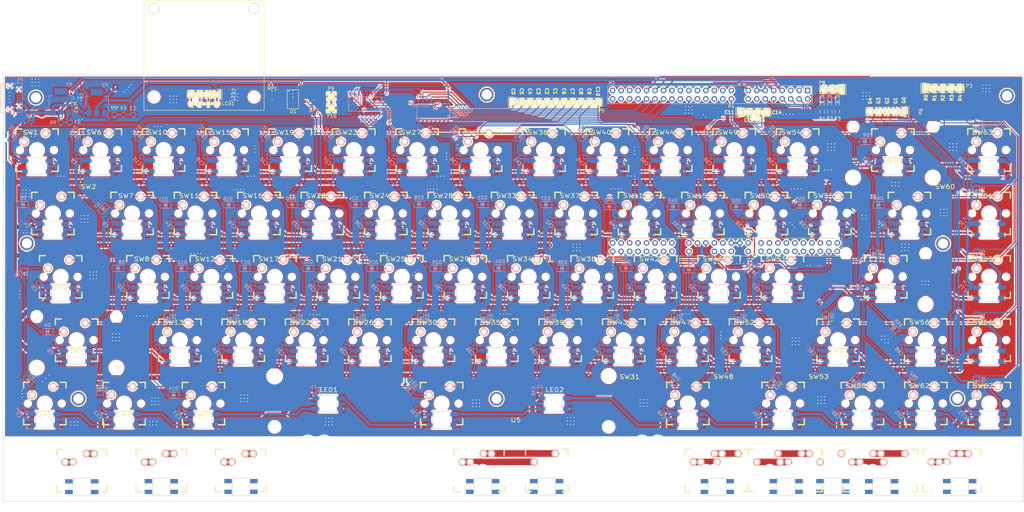
<source format=kicad_pcb>
(kicad_pcb (version 4) (host pcbnew 4.0.7)
  (layers (0 F.Cu signal) (31 B.Cu signal) (34 B.Paste user) (35 F.Paste user) (36 B.SilkS user) (37 F.SilkS user) (38 B.Mask user) (39 F.Mask user) (44 Edge.Cuts user))
  (net 0 "")
  (net 1 GND)
  (net 2 "Net-(D70-Pad2)")
  (net 3 "Net-(D71-Pad2)")
  (net 4 "Net-(D72-Pad2)")
  (net 5 "Net-(P1-Pad4)")
  (net 6 "Net-(P2-Pad1)")
  (net 7 "Net-(SW1-Pad6)")
  (net 8 +5V)
  (net 9 "Net-(SW1-Pad4)")
  (net 10 "Net-(SW2-Pad6)")
  (net 11 "Net-(SW2-Pad4)")
  (net 12 "Net-(SW3-Pad6)")
  (net 13 "Net-(SW3-Pad4)")
  (net 14 "Net-(SW13-Pad4)")
  (net 15 "Net-(SW4-Pad4)")
  (net 16 "Net-(SW5-Pad6)")
  (net 17 "Net-(SW5-Pad4)")
  (net 18 "Net-(SW10-Pad4)")
  (net 19 "Net-(SW11-Pad4)")
  (net 20 "Net-(SW12-Pad4)")
  (net 21 "Net-(SW10-Pad6)")
  (net 22 "Net-(SW11-Pad6)")
  (net 23 "Net-(SW12-Pad6)")
  (net 24 "Net-(SW13-Pad6)")
  (net 25 "Net-(LED1-Pad2)")
  (net 26 "Net-(SW14-Pad4)")
  (net 27 "Net-(SW15-Pad6)")
  (net 28 "Net-(SW16-Pad6)")
  (net 29 "Net-(SW17-Pad6)")
  (net 30 "Net-(SW18-Pad6)")
  (net 31 "Net-(SW19-Pad6)")
  (net 32 "Net-(SW20-Pad6)")
  (net 33 "Net-(SW21-Pad6)")
  (net 34 "Net-(SW22-Pad6)")
  (net 35 "Net-(SW23-Pad6)")
  (net 36 "Net-(SW24-Pad6)")
  (net 37 "Net-(SW25-Pad6)")
  (net 38 "Net-(SW26-Pad6)")
  (net 39 "Net-(SW27-Pad6)")
  (net 40 "Net-(SW28-Pad6)")
  (net 41 "Net-(SW29-Pad6)")
  (net 42 "Net-(SW30-Pad6)")
  (net 43 "Net-(LED2-Pad2)")
  (net 44 "Net-(LED1-Pad4)")
  (net 45 "Net-(SW32-Pad6)")
  (net 46 "Net-(SW33-Pad6)")
  (net 47 "Net-(SW34-Pad6)")
  (net 48 "Net-(SW35-Pad6)")
  (net 49 "Net-(SW36-Pad6)")
  (net 50 "Net-(SW37-Pad6)")
  (net 51 "Net-(SW38-Pad6)")
  (net 52 "Net-(SW39-Pad6)")
  (net 53 "Net-(SW40-Pad6)")
  (net 54 "Net-(SW41-Pad6)")
  (net 55 "Net-(SW42-Pad6)")
  (net 56 "Net-(SW43-Pad6)")
  (net 57 "Net-(SW44-Pad6)")
  (net 58 "Net-(SW45-Pad6)")
  (net 59 "Net-(SW46-Pad6)")
  (net 60 "Net-(SW47-Pad6)")
  (net 61 "Net-(SW48-Pad6)")
  (net 62 "Net-(LED2-Pad4)")
  (net 63 "Net-(SW49-Pad6)")
  (net 64 "Net-(SW50-Pad6)")
  (net 65 "Net-(SW51-Pad6)")
  (net 66 "Net-(SW52-Pad6)")
  (net 67 "Net-(SW53-Pad6)")
  (net 68 "Net-(SW54-Pad6)")
  (net 69 "Net-(SW55-Pad6)")
  (net 70 "Net-(SW58-Pad6)")
  (net 71 "Net-(C2-Pad1)")
  (net 72 "Net-(P1-Pad2)")
  (net 73 "Net-(P1-Pad3)")
  (net 74 "Net-(H1-Pad1)")
  (net 75 "Net-(H1-Pad3)")
  (net 76 "Net-(H1-Pad5)")
  (net 77 "Net-(H1-Pad19)")
  (net 78 "Net-(H1-Pad21)")
  (net 79 "Net-(H1-Pad25)")
  (net 80 "Net-(H1-Pad27)")
  (net 81 "Net-(H1-Pad29)")
  (net 82 "Net-(H1-Pad39)")
  (net 83 "Net-(H1-Pad41)")
  (net 84 "Net-(H1-Pad47)")
  (net 85 "Net-(H1-Pad97)")
  (net 86 "Net-(H1-Pad72)")
  (net 87 "Net-(H1-Pad74)")
  (net 88 "Net-(H1-Pad75)")
  (net 89 "Net-(H1-Pad76)")
  (net 90 "Net-(H1-Pad59)")
  (net 91 "Net-(H1-Pad57)")
  (net 92 "Net-(H1-Pad62)")
  (net 93 "Net-(H1-Pad52)")
  (net 94 "Net-(H1-Pad63)")
  (net 95 "Net-(H1-Pad64)")
  (net 96 "Net-(H1-Pad65)")
  (net 97 "Net-(H1-Pad66)")
  (net 98 "Net-(H1-Pad67)")
  (net 99 "Net-(H1-Pad92)")
  (net 100 "Net-(H1-Pad86)")
  (net 101 "Net-(H1-Pad94)")
  (net 102 "Net-(H1-Pad96)")
  (net 103 "Net-(H1-Pad93)")
  (net 104 "Net-(H1-Pad91)")
  (net 105 "Net-(H1-Pad89)")
  (net 106 "Net-(H1-Pad87)")
  (net 107 "Net-(H1-Pad48)")
  (net 108 "Net-(H1-Pad53)")
  (net 109 "Net-(H1-Pad51)")
  (net 110 "Net-(H1-Pad49)")
  (net 111 "Net-(P7-Pad1)")
  (net 112 +3V3)
  (net 113 SCL)
  (net 114 SDA)
  (net 115 "Net-(RP1-Pad7)")
  (net 116 "Net-(RP1-Pad8)")
  (net 117 "Net-(RP1-Pad6)")
  (net 118 "Net-(RP1-Pad5)")
  (net 119 "Net-(RP2-Pad6)")
  (net 120 "Net-(RP2-Pad5)")
  (net 121 "Net-(SW56-Pad6)")
  (net 122 "Net-(SW56-Pad4)")
  (net 123 "Net-(SW59-Pad6)")
  (net 124 "Net-(SW60-Pad6)")
  (net 125 "Net-(SW61-Pad6)")
  (net 126 "Net-(SW62-Pad6)")
  (net 127 "Net-(H1-Pad81)")
  (net 128 "Net-(H1-Pad95)")
  (net 129 /MicroSheet/SD_DO)
  (net 130 /MicroSheet/SD_CLK)
  (net 131 /MicroSheet/SD_CMD)
  (net 132 "Net-(H1-Pad85)")
  (net 133 "Net-(H1-Pad90)")
  (net 134 "Net-(H1-Pad73)")
  (net 135 "Net-(H1-Pad61)")
  (net 136 "Net-(H1-Pad68)")
  (net 137 "Net-(H1-Pad60)")
  (net 138 "Net-(H1-Pad14)")
  (net 139 "Net-(H1-Pad16)")
  (net 140 "Net-(H1-Pad20)")
  (net 141 "Net-(H1-Pad22)")
  (net 142 "Net-(H1-Pad24)")
  (net 143 "Net-(H1-Pad26)")
  (net 144 "Net-(H1-Pad30)")
  (net 145 "Net-(H1-Pad43)")
  (net 146 "Net-(H1-Pad45)")
  (net 147 "Net-(U3-Pad9)")
  (net 148 /MicroSheet/SRCLR)
  (net 149 /MicroSheet/SRCLK)
  (net 150 /MicroSheet/RCLK)
  (net 151 /MicroSheet/OUTEN)
  (net 152 /MicroSheet/SER_IN)
  (net 153 "Net-(U4-Pad7)")
  (net 154 "Net-(H1-Pad88)")
  (net 155 /COL0)
  (net 156 /COL1)
  (net 157 /COL2)
  (net 158 /COL3)
  (net 159 /COL4)
  (net 160 /COL5)
  (net 161 /COL6)
  (net 162 /COL7)
  (net 163 /COL8)
  (net 164 /COL9)
  (net 165 /COL10)
  (net 166 /COL11)
  (net 167 /COL12)
  (net 168 /COL13)
  (net 169 /COL14)
  (net 170 /LED2)
  (net 171 /LED1)
  (net 172 /LED0)
  (net 173 "Net-(H1-Pad17)")
  (net 174 /ROW0)
  (net 175 /RGB3)
  (net 176 "Net-(H1-Pad31)")
  (net 177 /RGB2)
  (net 178 /RGB1)
  (net 179 /RGB0)
  (net 180 /RGB4)
  (net 181 /ROW4)
  (net 182 /ROW2)
  (net 183 /ROW1)
  (net 184 /ROW3)
  (net 185 "Net-(H1-Pad58)")
  (net 186 "Net-(H1-Pad56)")
  (net 187 "Net-(H1-Pad55)")
  (net 188 "Net-(D1-Pad1)")
  (net 189 "Net-(D2-Pad1)")
  (net 190 "Net-(D3-Pad1)")
  (net 191 "Net-(D4-Pad1)")
  (net 192 "Net-(D5-Pad1)")
  (net 193 "Net-(D6-Pad1)")
  (net 194 "Net-(D7-Pad1)")
  (net 195 "Net-(D8-Pad1)")
  (net 196 "Net-(D9-Pad1)")
  (net 197 "Net-(D10-Pad1)")
  (net 198 "Net-(D11-Pad1)")
  (net 199 "Net-(D12-Pad1)")
  (net 200 "Net-(D13-Pad1)")
  (net 201 "Net-(D14-Pad1)")
  (net 202 "Net-(D15-Pad1)")
  (net 203 "Net-(D16-Pad1)")
  (net 204 "Net-(D17-Pad1)")
  (net 205 "Net-(D18-Pad1)")
  (net 206 "Net-(D19-Pad1)")
  (net 207 "Net-(D20-Pad1)")
  (net 208 "Net-(D21-Pad1)")
  (net 209 "Net-(D22-Pad1)")
  (net 210 "Net-(D23-Pad1)")
  (net 211 "Net-(D24-Pad1)")
  (net 212 "Net-(D25-Pad1)")
  (net 213 "Net-(D26-Pad1)")
  (net 214 "Net-(D27-Pad1)")
  (net 215 "Net-(D28-Pad1)")
  (net 216 "Net-(D29-Pad1)")
  (net 217 "Net-(D30-Pad1)")
  (net 218 "Net-(D31-Pad1)")
  (net 219 "Net-(D32-Pad1)")
  (net 220 "Net-(D33-Pad1)")
  (net 221 "Net-(D34-Pad1)")
  (net 222 "Net-(D35-Pad1)")
  (net 223 "Net-(D36-Pad1)")
  (net 224 "Net-(D37-Pad1)")
  (net 225 "Net-(D38-Pad1)")
  (net 226 "Net-(D39-Pad1)")
  (net 227 "Net-(D40-Pad1)")
  (net 228 "Net-(D41-Pad1)")
  (net 229 "Net-(D42-Pad1)")
  (net 230 "Net-(D43-Pad1)")
  (net 231 "Net-(D44-Pad1)")
  (net 232 "Net-(D45-Pad1)")
  (net 233 "Net-(D46-Pad1)")
  (net 234 "Net-(D47-Pad1)")
  (net 235 "Net-(D48-Pad1)")
  (net 236 "Net-(D49-Pad1)")
  (net 237 "Net-(D50-Pad1)")
  (net 238 "Net-(D51-Pad1)")
  (net 239 "Net-(D52-Pad1)")
  (net 240 "Net-(D53-Pad1)")
  (net 241 "Net-(D54-Pad1)")
  (net 242 "Net-(D55-Pad1)")
  (net 243 "Net-(D56-Pad1)")
  (net 244 "Net-(D57-Pad1)")
  (net 245 "Net-(D58-Pad1)")
  (net 246 "Net-(D59-Pad1)")
  (net 247 "Net-(D60-Pad1)")
  (net 248 "Net-(D61-Pad1)")
  (net 249 "Net-(D62-Pad1)")
  (net 250 "Net-(D63-Pad1)")
  (net 251 "Net-(D64-Pad1)")
  (net 252 "Net-(D65-Pad1)")
  (net 253 "Net-(D66-Pad1)")
  (net 254 "Net-(D67-Pad1)")
  (net 255 "Net-(H1-Pad40)")
  (net 256 "Net-(H1-Pad42)")
  (net 257 "Net-(H1-Pad44)")
  (net 258 "Net-(U3-Pad14)")
  (net 259 "Net-(U5-Pad19)")
  (net 260 "Net-(U5-Pad20)")
  (net 261 "Net-(U5-Pad23)")
  (net 262 "Net-(U5-Pad24)")
  (net 263 "Net-(U5-Pad21)")
  (net 264 "Net-(U5-Pad22)")
  (net 265 "Net-(U5-Pad57)")
  (net 266 "Net-(U5-Pad58)")
  (net 267 "Net-(U5-Pad55)")
  (net 268 "Net-(U5-Pad56)")
  (net 269 "Net-(U5-Pad1)")
  (net 270 "Net-(U5-Pad2)")
  (net 271 "Net-(U5-Pad8)")
  (net 272 "Net-(U5-Pad7)")
  (net 273 "Net-(U5-Pad14)")
  (net 274 "Net-(U5-Pad13)")
  (net 275 "Net-(U5-Pad3)")
  (net 276 "Net-(U5-Pad5)")
  (net 277 "Net-(U5-Pad6)")
  (net 278 "Net-(U5-Pad4)")
  (net 279 "Net-(U5-Pad18)")
  (net 280 "Net-(U5-Pad16)")
  (net 281 "Net-(U5-Pad17)")
  (net 282 "Net-(U5-Pad15)")
  (net 283 "Net-(U5-Pad11)")
  (net 284 "Net-(U5-Pad12)")
  (net 285 "Net-(U5-Pad9)")
  (net 286 "Net-(U5-Pad10)")
  (net 287 "Net-(U5-Pad43)")
  (net 288 "Net-(U5-Pad44)")
  (net 289 "Net-(U5-Pad37)")
  (net 290 "Net-(U5-Pad38)")
  (net 291 "Net-(U5-Pad31)")
  (net 292 "Net-(U5-Pad25)")
  (net 293 "Net-(U5-Pad32)")
  (net 294 "Net-(U5-Pad26)")
  (net 295 "Net-(U5-Pad50)")
  (net 296 "Net-(U5-Pad49)")
  (net 297 "Net-(U5-Pad53)")
  (net 298 "Net-(U5-Pad54)")
  (net 299 "Net-(U5-Pad52)")
  (net 300 "Net-(U5-Pad51)")
  (net 301 "Net-(U5-Pad39)")
  (net 302 "Net-(U5-Pad40)")
  (net 303 "Net-(U5-Pad41)")
  (net 304 "Net-(U5-Pad42)")
  (net 305 "Net-(U5-Pad33)")
  (net 306 "Net-(U5-Pad36)")
  (net 307 "Net-(U5-Pad34)")
  (net 308 "Net-(U5-Pad35)")
  (net 309 "Net-(U5-Pad47)")
  (net 310 "Net-(U5-Pad46)")
  (net 311 "Net-(U5-Pad45)")
  (net 312 "Net-(U5-Pad48)")
  (net 313 "Net-(U5-Pad30)")
  (net 314 "Net-(U5-Pad27)")
  (net 315 "Net-(U5-Pad29)")
  (net 316 "Net-(U5-Pad28)")
  (module keyboard:SOP16 (layer B.Cu) (at 110.41 -111.66 180)
    (fp_text reference U4 (at 0 -5.207 180) (layer B.SilkS) (effects (justify mirror)))
    (fp_text value SN74HC595)
    (pad 1 smd rect (at -5.08 -3 180) (size 0.5 1) (layers B.Cu B.Paste B.Mask) (net 160 /COL5))
    (pad 2 smd rect (at -3.81 -3 180) (size 0.5 1) (layers B.Cu B.Paste B.Mask) (net 159 /COL4))
    (pad 3 smd rect (at -2.54 -3 180) (size 0.5 1) (layers B.Cu B.Paste B.Mask) (net 158 /COL3))
    (pad 4 smd rect (at -1.27 -3 180) (size 0.5 1) (layers B.Cu B.Paste B.Mask) (net 157 /COL2))
    (pad 5 smd rect (at 0 -3 180) (size 0.5 1) (layers B.Cu B.Paste B.Mask) (net 156 /COL1))
    (pad 6 smd rect (at 1.27 -3 180) (size 0.5 1) (layers B.Cu B.Paste B.Mask) (net 155 /COL0))
    (pad 7 smd rect (at 2.54 -3 180) (size 0.5 1) (layers B.Cu B.Paste B.Mask) (net 153 "Net-(U4-Pad7)"))
    (pad 8 smd rect (at 3.81 -3 180) (size 0.5 1) (layers B.Cu B.Paste B.Mask) (net 1 GND))
    (pad 9 smd rect (at 3.81 3 180) (size 0.5 1) (layers B.Cu B.Paste B.Mask) (net 258 "Net-(U3-Pad14)"))
    (pad 10 smd rect (at 2.54 3 180) (size 0.5 1) (layers B.Cu B.Paste B.Mask) (net 148 /MicroSheet/SRCLR))
    (pad 11 smd rect (at 1.27 3 180) (size 0.5 1) (layers B.Cu B.Paste B.Mask) (net 149 /MicroSheet/SRCLK))
    (pad 12 smd rect (at 0 3 180) (size 0.5 1) (layers B.Cu B.Paste B.Mask) (net 150 /MicroSheet/RCLK))
    (pad 13 smd rect (at -1.27 3 180) (size 0.5 1) (layers B.Cu B.Paste B.Mask) (net 151 /MicroSheet/OUTEN))
    (pad 14 smd rect (at -2.54 3 180) (size 0.5 1) (layers B.Cu B.Paste B.Mask) (net 152 /MicroSheet/SER_IN))
    (pad 15 smd rect (at -3.81 3 180) (size 0.5 1) (layers B.Cu B.Paste B.Mask) (net 161 /COL6))
    (pad 16 smd rect (at -5.08 3 180) (size 0.5 1) (layers B.Cu B.Paste B.Mask) (net 112 +3V3))
  )
  (module keyboard:Stitching-Via-0.6mm (layer F.Cu) (at 246.67 -63.21 45)
    (fp_text reference REF**411 hide)
    (fp_text value Stitching-Via-0.6mm hide)
    (pad 1 thru_hole circle (at 0 0 45) (size 0.6 0.6) (drill 0.3) (layers *.Cu) (net 1 GND))
  )
  (module keyboard:Stitching-Via-0.6mm (layer F.Cu) (at 247.49 -63.21 45)
    (fp_text reference REF**411 hide)
    (fp_text value Stitching-Via-0.6mm hide)
    (pad 1 thru_hole circle (at 0 0 45) (size 0.6 0.6) (drill 0.3) (layers *.Cu) (net 1 GND))
  )
  (module keyboard:Stitching-Via-0.6mm (layer F.Cu) (at 243.57 -63.21 45)
    (fp_text reference REF**411 hide)
    (fp_text value Stitching-Via-0.6mm hide)
    (pad 1 thru_hole circle (at 0 0 45) (size 0.6 0.6) (drill 0.3) (layers *.Cu) (net 1 GND))
  )
  (module keyboard:Stitching-Via-0.6mm (layer F.Cu) (at 244.39 -63.21 45)
    (fp_text reference REF**411 hide)
    (fp_text value Stitching-Via-0.6mm hide)
    (pad 1 thru_hole circle (at 0 0 45) (size 0.6 0.6) (drill 0.3) (layers *.Cu) (net 1 GND))
  )
  (module keyboard:Stitching-Via-0.6mm (layer F.Cu) (at 213.075494 -107.784295 315)
    (fp_text reference REF**411 hide)
    (fp_text value Stitching-Via-0.6mm hide)
    (pad 1 thru_hole circle (at 0 0 315) (size 0.6 0.6) (drill 0.3) (layers *.Cu) (net 1 GND))
  )
  (module keyboard:Stitching-Via-0.6mm (layer F.Cu) (at 212.368388 -108.491402 315)
    (fp_text reference REF**421 hide)
    (fp_text value Stitching-Via-0.6mm hide)
    (pad 1 thru_hole circle (at 0 0 315) (size 0.6 0.6) (drill 0.3) (layers *.Cu) (net 1 GND))
  )
  (module keyboard:Stitching-Via-0.6mm (layer F.Cu) (at 211.901963 -66.391154 90)
    (fp_text reference REF**431 hide)
    (fp_text value Stitching-Via-0.6mm hide)
    (pad 1 thru_hole circle (at 0 0 90) (size 0.6 0.6) (drill 0.3) (layers *.Cu) (net 1 GND))
  )
  (module keyboard:Stitching-Via-0.6mm (layer F.Cu) (at 211.901963 -67.391154 90)
    (fp_text reference REF**421 hide)
    (fp_text value Stitching-Via-0.6mm hide)
    (pad 1 thru_hole circle (at 0 0 90) (size 0.6 0.6) (drill 0.3) (layers *.Cu) (net 1 GND))
  )
  (module keyboard:Stitching-Via-0.6mm (layer F.Cu) (at 222.431154 -63.858037)
    (fp_text reference REF**431 hide)
    (fp_text value Stitching-Via-0.6mm hide)
    (pad 1 thru_hole circle (at 0 0) (size 0.6 0.6) (drill 0.3) (layers *.Cu) (net 1 GND))
  )
  (module keyboard:Stitching-Via-0.6mm (layer F.Cu) (at 223.431154 -63.858037)
    (fp_text reference REF**421 hide)
    (fp_text value Stitching-Via-0.6mm hide)
    (pad 1 thru_hole circle (at 0 0) (size 0.6 0.6) (drill 0.3) (layers *.Cu) (net 1 GND))
  )
  (module keyboard:Stitching-Via-0.6mm (layer F.Cu) (at 224.431154 -63.858037)
    (fp_text reference REF**411 hide)
    (fp_text value Stitching-Via-0.6mm hide)
    (pad 1 thru_hole circle (at 0 0) (size 0.6 0.6) (drill 0.3) (layers *.Cu) (net 1 GND))
  )
  (module keyboard:Stitching-Via-0.6mm (layer F.Cu) (at 217.585 -41.34)
    (fp_text reference REF**431 hide)
    (fp_text value Stitching-Via-0.6mm hide)
    (pad 1 thru_hole circle (at 0 0) (size 0.6 0.6) (drill 0.3) (layers *.Cu) (net 1 GND))
  )
  (module keyboard:Stitching-Via-0.6mm (layer F.Cu) (at 217.585 -42.34)
    (fp_text reference REF**432 hide)
    (fp_text value Stitching-Via-0.6mm hide)
    (pad 1 thru_hole circle (at 0 0) (size 0.6 0.6) (drill 0.3) (layers *.Cu) (net 1 GND))
  )
  (module keyboard:Stitching-Via-0.6mm (layer F.Cu) (at 217.585 -43.34)
    (fp_text reference REF**433 hide)
    (fp_text value Stitching-Via-0.6mm hide)
    (pad 1 thru_hole circle (at 0 0) (size 0.6 0.6) (drill 0.3) (layers *.Cu) (net 1 GND))
  )
  (module keyboard:Stitching-Via-0.6mm (layer F.Cu) (at 239.185 -108.58 180)
    (fp_text reference REF**11 hide)
    (fp_text value Stitching-Via-0.6mm hide)
    (pad 1 thru_hole circle (at 0 0 180) (size 0.6 0.6) (drill 0.3) (layers *.Cu) (net 1 GND))
  )
  (module keyboard:Stitching-Via-0.6mm (layer F.Cu) (at 238.185 -108.58 180)
    (fp_text reference REF**21 hide)
    (fp_text value Stitching-Via-0.6mm hide)
    (pad 1 thru_hole circle (at 0 0 180) (size 0.6 0.6) (drill 0.3) (layers *.Cu) (net 1 GND))
  )
  (module keyboard:Stitching-Via-0.6mm (layer F.Cu) (at 237.185 -108.58 180)
    (fp_text reference REF**31 hide)
    (fp_text value Stitching-Via-0.6mm hide)
    (pad 1 thru_hole circle (at 0 0 180) (size 0.6 0.6) (drill 0.3) (layers *.Cu) (net 1 GND))
  )
  (module keyboard:Stitching-Via-0.6mm (layer F.Cu) (at 236.185 -108.58 180)
    (fp_text reference REF**41 hide)
    (fp_text value Stitching-Via-0.6mm hide)
    (pad 1 thru_hole circle (at 0 0 180) (size 0.6 0.6) (drill 0.3) (layers *.Cu) (net 1 GND))
  )
  (module keyboard:Stitching-Via-0.6mm (layer F.Cu) (at 185.272218 -63.286033 270)
    (fp_text reference REF**431 hide)
    (fp_text value Stitching-Via-0.6mm hide)
    (pad 1 thru_hole circle (at 0 0 270) (size 0.6 0.6) (drill 0.3) (layers *.Cu) (net 1 GND))
  )
  (module keyboard:Stitching-Via-0.6mm (layer F.Cu) (at 185.272218 -62.286033 270)
    (fp_text reference REF**421 hide)
    (fp_text value Stitching-Via-0.6mm hide)
    (pad 1 thru_hole circle (at 0 0 270) (size 0.6 0.6) (drill 0.3) (layers *.Cu) (net 1 GND))
  )
  (module keyboard:Stitching-Via-0.6mm (layer F.Cu) (at 185.272218 -61.286033 270)
    (fp_text reference REF**411 hide)
    (fp_text value Stitching-Via-0.6mm hide)
    (pad 1 thru_hole circle (at 0 0 270) (size 0.6 0.6) (drill 0.3) (layers *.Cu) (net 1 GND))
  )
  (module keyboard:Stitching-Via-0.6mm (layer F.Cu) (at 126.739153 -61.935061 225)
    (fp_text reference REF**431 hide)
    (fp_text value Stitching-Via-0.6mm hide)
    (pad 1 thru_hole circle (at 0 0 225) (size 0.6 0.6) (drill 0.3) (layers *.Cu) (net 1 GND))
  )
  (module keyboard:Stitching-Via-0.6mm (layer F.Cu) (at 126.032046 -61.227954 225)
    (fp_text reference REF**421 hide)
    (fp_text value Stitching-Via-0.6mm hide)
    (pad 1 thru_hole circle (at 0 0 225) (size 0.6 0.6) (drill 0.3) (layers *.Cu) (net 1 GND))
  )
  (module keyboard:Stitching-Via-0.6mm (layer F.Cu) (at 125.324939 -60.520847 225)
    (fp_text reference REF**411 hide)
    (fp_text value Stitching-Via-0.6mm hide)
    (pad 1 thru_hole circle (at 0 0 225) (size 0.6 0.6) (drill 0.3) (layers *.Cu) (net 1 GND))
  )
  (module keyboard:Stitching-Via-0.6mm (layer F.Cu) (at 69.769153 -63.005061 225)
    (fp_text reference REF**431 hide)
    (fp_text value Stitching-Via-0.6mm hide)
    (pad 1 thru_hole circle (at 0 0 225) (size 0.6 0.6) (drill 0.3) (layers *.Cu) (net 1 GND))
  )
  (module keyboard:Stitching-Via-0.6mm (layer F.Cu) (at 69.062046 -62.297954 225)
    (fp_text reference REF**421 hide)
    (fp_text value Stitching-Via-0.6mm hide)
    (pad 1 thru_hole circle (at 0 0 225) (size 0.6 0.6) (drill 0.3) (layers *.Cu) (net 1 GND))
  )
  (module keyboard:Stitching-Via-0.6mm (layer F.Cu) (at 68.354939 -61.590847 225)
    (fp_text reference REF**411 hide)
    (fp_text value Stitching-Via-0.6mm hide)
    (pad 1 thru_hole circle (at 0 0 225) (size 0.6 0.6) (drill 0.3) (layers *.Cu) (net 1 GND))
  )
  (module keyboard:Stitching-Via-0.6mm (layer F.Cu) (at 96.924939 -42.360847 225)
    (fp_text reference REF**411 hide)
    (fp_text value Stitching-Via-0.6mm hide)
    (pad 1 thru_hole circle (at 0 0 225) (size 0.6 0.6) (drill 0.3) (layers *.Cu) (net 1 GND))
  )
  (module keyboard:Stitching-Via-0.6mm (layer F.Cu) (at 97.632046 -43.067954 225)
    (fp_text reference REF**421 hide)
    (fp_text value Stitching-Via-0.6mm hide)
    (pad 1 thru_hole circle (at 0 0 225) (size 0.6 0.6) (drill 0.3) (layers *.Cu) (net 1 GND))
  )
  (module keyboard:Stitching-Via-0.6mm (layer F.Cu) (at 98.339153 -43.775061 225)
    (fp_text reference REF**431 hide)
    (fp_text value Stitching-Via-0.6mm hide)
    (pad 1 thru_hole circle (at 0 0 225) (size 0.6 0.6) (drill 0.3) (layers *.Cu) (net 1 GND))
  )
  (module keyboard:Stitching-Via-0.6mm (layer F.Cu) (at 153.794939 -42.510847 225)
    (fp_text reference REF**411 hide)
    (fp_text value Stitching-Via-0.6mm hide)
    (pad 1 thru_hole circle (at 0 0 225) (size 0.6 0.6) (drill 0.3) (layers *.Cu) (net 1 GND))
  )
  (module keyboard:Stitching-Via-0.6mm (layer F.Cu) (at 154.502046 -43.217954 225)
    (fp_text reference REF**421 hide)
    (fp_text value Stitching-Via-0.6mm hide)
    (pad 1 thru_hole circle (at 0 0 225) (size 0.6 0.6) (drill 0.3) (layers *.Cu) (net 1 GND))
  )
  (module keyboard:Stitching-Via-0.6mm (layer F.Cu) (at 155.209153 -43.925061 225)
    (fp_text reference REF**431 hide)
    (fp_text value Stitching-Via-0.6mm hide)
    (pad 1 thru_hole circle (at 0 0 225) (size 0.6 0.6) (drill 0.3) (layers *.Cu) (net 1 GND))
  )
  (module keyboard:Stitching-Via-0.6mm (layer F.Cu) (at 211.104939 -42.660847 225)
    (fp_text reference REF**411 hide)
    (fp_text value Stitching-Via-0.6mm hide)
    (pad 1 thru_hole circle (at 0 0 225) (size 0.6 0.6) (drill 0.3) (layers *.Cu) (net 1 GND))
  )
  (module keyboard:Stitching-Via-0.6mm (layer F.Cu) (at 211.812046 -43.367954 225)
    (fp_text reference REF**421 hide)
    (fp_text value Stitching-Via-0.6mm hide)
    (pad 1 thru_hole circle (at 0 0 225) (size 0.6 0.6) (drill 0.3) (layers *.Cu) (net 1 GND))
  )
  (module keyboard:Stitching-Via-0.6mm (layer F.Cu) (at 212.519153 -44.075061 225)
    (fp_text reference REF**431 hide)
    (fp_text value Stitching-Via-0.6mm hide)
    (pad 1 thru_hole circle (at 0 0 225) (size 0.6 0.6) (drill 0.3) (layers *.Cu) (net 1 GND))
  )
  (module keyboard:Stitching-Via-0.6mm (layer F.Cu) (at 201.224939 -60.510847 225)
    (fp_text reference REF**411 hide)
    (fp_text value Stitching-Via-0.6mm hide)
    (pad 1 thru_hole circle (at 0 0 225) (size 0.6 0.6) (drill 0.3) (layers *.Cu) (net 1 GND))
  )
  (module keyboard:Stitching-Via-0.6mm (layer F.Cu) (at 201.932046 -61.217954 225)
    (fp_text reference REF**421 hide)
    (fp_text value Stitching-Via-0.6mm hide)
    (pad 1 thru_hole circle (at 0 0 225) (size 0.6 0.6) (drill 0.3) (layers *.Cu) (net 1 GND))
  )
  (module keyboard:Stitching-Via-0.6mm (layer F.Cu) (at 202.639153 -61.925061 225)
    (fp_text reference REF**431 hide)
    (fp_text value Stitching-Via-0.6mm hide)
    (pad 1 thru_hole circle (at 0 0 225) (size 0.6 0.6) (drill 0.3) (layers *.Cu) (net 1 GND))
  )
  (module keyboard:Stitching-Via-0.6mm (layer F.Cu) (at 191.785 -98.61 270)
    (fp_text reference REF**433 hide)
    (fp_text value Stitching-Via-0.6mm hide)
    (pad 1 thru_hole circle (at 0 0 270) (size 0.6 0.6) (drill 0.3) (layers *.Cu) (net 1 GND))
  )
  (module keyboard:Stitching-Via-0.6mm (layer F.Cu) (at 191.785 -97.61 270)
    (fp_text reference REF**423 hide)
    (fp_text value Stitching-Via-0.6mm hide)
    (pad 1 thru_hole circle (at 0 0 270) (size 0.6 0.6) (drill 0.3) (layers *.Cu) (net 1 GND))
  )
  (module keyboard:Stitching-Via-0.6mm (layer F.Cu) (at 191.785 -96.61 270)
    (fp_text reference REF**413 hide)
    (fp_text value Stitching-Via-0.6mm hide)
    (pad 1 thru_hole circle (at 0 0 270) (size 0.6 0.6) (drill 0.3) (layers *.Cu) (net 1 GND))
  )
  (module keyboard:Stitching-Via-0.6mm (layer F.Cu) (at 77.965 -99.17 270)
    (fp_text reference REF**433 hide)
    (fp_text value Stitching-Via-0.6mm hide)
    (pad 1 thru_hole circle (at 0 0 270) (size 0.6 0.6) (drill 0.3) (layers *.Cu) (net 1 GND))
  )
  (module keyboard:Stitching-Via-0.6mm (layer F.Cu) (at 77.965 -98.17 270)
    (fp_text reference REF**423 hide)
    (fp_text value Stitching-Via-0.6mm hide)
    (pad 1 thru_hole circle (at 0 0 270) (size 0.6 0.6) (drill 0.3) (layers *.Cu) (net 1 GND))
  )
  (module keyboard:Stitching-Via-0.6mm (layer F.Cu) (at 77.965 -97.17 270)
    (fp_text reference REF**413 hide)
    (fp_text value Stitching-Via-0.6mm hide)
    (pad 1 thru_hole circle (at 0 0 270) (size 0.6 0.6) (drill 0.3) (layers *.Cu) (net 1 GND))
  )
  (module keyboard:Stitching-Via-0.6mm (layer F.Cu) (at 251.71 -97.74 180)
    (fp_text reference REF**433 hide)
    (fp_text value Stitching-Via-0.6mm hide)
    (pad 1 thru_hole circle (at 0 0 180) (size 0.6 0.6) (drill 0.3) (layers *.Cu) (net 1 GND))
  )
  (module keyboard:Stitching-Via-0.6mm (layer F.Cu) (at 250.71 -97.74 180)
    (fp_text reference REF**423 hide)
    (fp_text value Stitching-Via-0.6mm hide)
    (pad 1 thru_hole circle (at 0 0 180) (size 0.6 0.6) (drill 0.3) (layers *.Cu) (net 1 GND))
  )
  (module keyboard:Stitching-Via-0.6mm (layer F.Cu) (at 250.71 -98.74 180)
    (fp_text reference REF**422 hide)
    (fp_text value Stitching-Via-0.6mm hide)
    (pad 1 thru_hole circle (at 0 0 180) (size 0.6 0.6) (drill 0.3) (layers *.Cu) (net 1 GND))
  )
  (module keyboard:Stitching-Via-0.6mm (layer F.Cu) (at 249.71 -99.74 180)
    (fp_text reference REF**411 hide)
    (fp_text value Stitching-Via-0.6mm hide)
    (pad 1 thru_hole circle (at 0 0 180) (size 0.6 0.6) (drill 0.3) (layers *.Cu) (net 1 GND))
  )
  (module keyboard:Stitching-Via-0.6mm (layer F.Cu) (at 249.71 -98.74 180)
    (fp_text reference REF**412 hide)
    (fp_text value Stitching-Via-0.6mm hide)
    (pad 1 thru_hole circle (at 0 0 180) (size 0.6 0.6) (drill 0.3) (layers *.Cu) (net 1 GND))
  )
  (module keyboard:Stitching-Via-0.6mm (layer F.Cu) (at 249.71 -97.74 180)
    (fp_text reference REF**413 hide)
    (fp_text value Stitching-Via-0.6mm hide)
    (pad 1 thru_hole circle (at 0 0 180) (size 0.6 0.6) (drill 0.3) (layers *.Cu) (net 1 GND))
  )
  (module keyboard:Stitching-Via-0.6mm (layer F.Cu) (at 251.71 -98.74 180)
    (fp_text reference REF**432 hide)
    (fp_text value Stitching-Via-0.6mm hide)
    (pad 1 thru_hole circle (at 0 0 180) (size 0.6 0.6) (drill 0.3) (layers *.Cu) (net 1 GND))
  )
  (module keyboard:Stitching-Via-0.6mm (layer F.Cu) (at 251.71 -99.74 180)
    (fp_text reference REF**431 hide)
    (fp_text value Stitching-Via-0.6mm hide)
    (pad 1 thru_hole circle (at 0 0 180) (size 0.6 0.6) (drill 0.3) (layers *.Cu) (net 1 GND))
  )
  (module keyboard:Stitching-Via-0.6mm (layer F.Cu) (at 250.71 -99.74 180)
    (fp_text reference REF**421 hide)
    (fp_text value Stitching-Via-0.6mm hide)
    (pad 1 thru_hole circle (at 0 0 180) (size 0.6 0.6) (drill 0.3) (layers *.Cu) (net 1 GND))
  )
  (module keyboard:Stitching-Via-0.6mm (layer F.Cu) (at 262.17 -113.06 180)
    (fp_text reference REF**433 hide)
    (fp_text value Stitching-Via-0.6mm hide)
    (pad 1 thru_hole circle (at 0 0 180) (size 0.6 0.6) (drill 0.3) (layers *.Cu) (net 1 GND))
  )
  (module keyboard:Stitching-Via-0.6mm (layer F.Cu) (at 261.17 -113.06 180)
    (fp_text reference REF**423 hide)
    (fp_text value Stitching-Via-0.6mm hide)
    (pad 1 thru_hole circle (at 0 0 180) (size 0.6 0.6) (drill 0.3) (layers *.Cu) (net 1 GND))
  )
  (module keyboard:Stitching-Via-0.6mm (layer F.Cu) (at 261.17 -114.06 180)
    (fp_text reference REF**422 hide)
    (fp_text value Stitching-Via-0.6mm hide)
    (pad 1 thru_hole circle (at 0 0 180) (size 0.6 0.6) (drill 0.3) (layers *.Cu) (net 1 GND))
  )
  (module keyboard:Stitching-Via-0.6mm (layer F.Cu) (at 260.17 -115.06 180)
    (fp_text reference REF**411 hide)
    (fp_text value Stitching-Via-0.6mm hide)
    (pad 1 thru_hole circle (at 0 0 180) (size 0.6 0.6) (drill 0.3) (layers *.Cu) (net 1 GND))
  )
  (module keyboard:Stitching-Via-0.6mm (layer F.Cu) (at 260.17 -114.06 180)
    (fp_text reference REF**412 hide)
    (fp_text value Stitching-Via-0.6mm hide)
    (pad 1 thru_hole circle (at 0 0 180) (size 0.6 0.6) (drill 0.3) (layers *.Cu) (net 1 GND))
  )
  (module keyboard:Stitching-Via-0.6mm (layer F.Cu) (at 260.17 -113.06 180)
    (fp_text reference REF**413 hide)
    (fp_text value Stitching-Via-0.6mm hide)
    (pad 1 thru_hole circle (at 0 0 180) (size 0.6 0.6) (drill 0.3) (layers *.Cu) (net 1 GND))
  )
  (module keyboard:Stitching-Via-0.6mm (layer F.Cu) (at 262.17 -114.06 180)
    (fp_text reference REF**432 hide)
    (fp_text value Stitching-Via-0.6mm hide)
    (pad 1 thru_hole circle (at 0 0 180) (size 0.6 0.6) (drill 0.3) (layers *.Cu) (net 1 GND))
  )
  (module keyboard:Stitching-Via-0.6mm (layer F.Cu) (at 262.17 -115.06 180)
    (fp_text reference REF**431 hide)
    (fp_text value Stitching-Via-0.6mm hide)
    (pad 1 thru_hole circle (at 0 0 180) (size 0.6 0.6) (drill 0.3) (layers *.Cu) (net 1 GND))
  )
  (module keyboard:Stitching-Via-0.6mm (layer F.Cu) (at 261.17 -115.06 180)
    (fp_text reference REF**421 hide)
    (fp_text value Stitching-Via-0.6mm hide)
    (pad 1 thru_hole circle (at 0 0 180) (size 0.6 0.6) (drill 0.3) (layers *.Cu) (net 1 GND))
  )
  (module keyboard:Stitching-Via-0.6mm (layer F.Cu) (at 207 -110.89 180)
    (fp_text reference REF**411 hide)
    (fp_text value Stitching-Via-0.6mm hide)
    (pad 1 thru_hole circle (at 0 0 180) (size 0.6 0.6) (drill 0.3) (layers *.Cu) (net 1 GND))
  )
  (module keyboard:Stitching-Via-0.6mm (layer F.Cu) (at 208 -110.89 180)
    (fp_text reference REF**421 hide)
    (fp_text value Stitching-Via-0.6mm hide)
    (pad 1 thru_hole circle (at 0 0 180) (size 0.6 0.6) (drill 0.3) (layers *.Cu) (net 1 GND))
  )
  (module keyboard:Stitching-Via-0.6mm (layer F.Cu) (at 209 -110.89 180)
    (fp_text reference REF**431 hide)
    (fp_text value Stitching-Via-0.6mm hide)
    (pad 1 thru_hole circle (at 0 0 180) (size 0.6 0.6) (drill 0.3) (layers *.Cu) (net 1 GND))
  )
  (module keyboard:Stitching-Via-0.6mm (layer F.Cu) (at 209 -109.89 180)
    (fp_text reference REF**432 hide)
    (fp_text value Stitching-Via-0.6mm hide)
    (pad 1 thru_hole circle (at 0 0 180) (size 0.6 0.6) (drill 0.3) (layers *.Cu) (net 1 GND))
  )
  (module keyboard:Stitching-Via-0.6mm (layer F.Cu) (at 208 -109.89 180)
    (fp_text reference REF**422 hide)
    (fp_text value Stitching-Via-0.6mm hide)
    (pad 1 thru_hole circle (at 0 0 180) (size 0.6 0.6) (drill 0.3) (layers *.Cu) (net 1 GND))
  )
  (module keyboard:Stitching-Via-0.6mm (layer F.Cu) (at 207 -109.89 180)
    (fp_text reference REF**412 hide)
    (fp_text value Stitching-Via-0.6mm hide)
    (pad 1 thru_hole circle (at 0 0 180) (size 0.6 0.6) (drill 0.3) (layers *.Cu) (net 1 GND))
  )
  (module keyboard:Stitching-Via-0.6mm (layer F.Cu) (at 207 -108.89 180)
    (fp_text reference REF**413 hide)
    (fp_text value Stitching-Via-0.6mm hide)
    (pad 1 thru_hole circle (at 0 0 180) (size 0.6 0.6) (drill 0.3) (layers *.Cu) (net 1 GND))
  )
  (module keyboard:Stitching-Via-0.6mm (layer F.Cu) (at 208 -108.89 180)
    (fp_text reference REF**423 hide)
    (fp_text value Stitching-Via-0.6mm hide)
    (pad 1 thru_hole circle (at 0 0 180) (size 0.6 0.6) (drill 0.3) (layers *.Cu) (net 1 GND))
  )
  (module keyboard:Stitching-Via-0.6mm (layer F.Cu) (at 209 -108.89 180)
    (fp_text reference REF**433 hide)
    (fp_text value Stitching-Via-0.6mm hide)
    (pad 1 thru_hole circle (at 0 0 180) (size 0.6 0.6) (drill 0.3) (layers *.Cu) (net 1 GND))
  )
  (module keyboard:Stitching-Via-0.6mm (layer F.Cu) (at 35.37 -42.73 180)
    (fp_text reference REF**411 hide)
    (fp_text value Stitching-Via-0.6mm hide)
    (pad 1 thru_hole circle (at 0 0 180) (size 0.6 0.6) (drill 0.3) (layers *.Cu) (net 1 GND))
  )
  (module keyboard:Stitching-Via-0.6mm (layer F.Cu) (at 36.37 -42.73 180)
    (fp_text reference REF**421 hide)
    (fp_text value Stitching-Via-0.6mm hide)
    (pad 1 thru_hole circle (at 0 0 180) (size 0.6 0.6) (drill 0.3) (layers *.Cu) (net 1 GND))
  )
  (module keyboard:Stitching-Via-0.6mm (layer F.Cu) (at 37.37 -42.73 180)
    (fp_text reference REF**431 hide)
    (fp_text value Stitching-Via-0.6mm hide)
    (pad 1 thru_hole circle (at 0 0 180) (size 0.6 0.6) (drill 0.3) (layers *.Cu) (net 1 GND))
  )
  (module keyboard:Stitching-Via-0.6mm (layer F.Cu) (at 37.37 -41.73 180)
    (fp_text reference REF**432 hide)
    (fp_text value Stitching-Via-0.6mm hide)
    (pad 1 thru_hole circle (at 0 0 180) (size 0.6 0.6) (drill 0.3) (layers *.Cu) (net 1 GND))
  )
  (module keyboard:Stitching-Via-0.6mm (layer F.Cu) (at 36.37 -41.73 180)
    (fp_text reference REF**422 hide)
    (fp_text value Stitching-Via-0.6mm hide)
    (pad 1 thru_hole circle (at 0 0 180) (size 0.6 0.6) (drill 0.3) (layers *.Cu) (net 1 GND))
  )
  (module keyboard:Stitching-Via-0.6mm (layer F.Cu) (at 35.37 -41.73 180)
    (fp_text reference REF**412 hide)
    (fp_text value Stitching-Via-0.6mm hide)
    (pad 1 thru_hole circle (at 0 0 180) (size 0.6 0.6) (drill 0.3) (layers *.Cu) (net 1 GND))
  )
  (module keyboard:Stitching-Via-0.6mm (layer F.Cu) (at 35.37 -40.73 180)
    (fp_text reference REF**413 hide)
    (fp_text value Stitching-Via-0.6mm hide)
    (pad 1 thru_hole circle (at 0 0 180) (size 0.6 0.6) (drill 0.3) (layers *.Cu) (net 1 GND))
  )
  (module keyboard:Stitching-Via-0.6mm (layer F.Cu) (at 36.37 -40.73 180)
    (fp_text reference REF**423 hide)
    (fp_text value Stitching-Via-0.6mm hide)
    (pad 1 thru_hole circle (at 0 0 180) (size 0.6 0.6) (drill 0.3) (layers *.Cu) (net 1 GND))
  )
  (module keyboard:Stitching-Via-0.6mm (layer F.Cu) (at 37.37 -40.73 180)
    (fp_text reference REF**433 hide)
    (fp_text value Stitching-Via-0.6mm hide)
    (pad 1 thru_hole circle (at 0 0 180) (size 0.6 0.6) (drill 0.3) (layers *.Cu) (net 1 GND))
  )
  (module keyboard:Stitching-Via-0.6mm (layer F.Cu) (at 48.49 -16.435 180)
    (fp_text reference REF**431 hide)
    (fp_text value Stitching-Via-0.6mm hide)
    (pad 1 thru_hole circle (at 0 0 180) (size 0.6 0.6) (drill 0.3) (layers *.Cu) (net 1 GND))
  )
  (module keyboard:Stitching-Via-0.6mm (layer F.Cu) (at 48.49 -15.435 180)
    (fp_text reference REF**432 hide)
    (fp_text value Stitching-Via-0.6mm hide)
    (pad 1 thru_hole circle (at 0 0 180) (size 0.6 0.6) (drill 0.3) (layers *.Cu) (net 1 GND))
  )
  (module keyboard:Stitching-Via-0.6mm (layer F.Cu) (at 47.49 -15.435 180)
    (fp_text reference REF**422 hide)
    (fp_text value Stitching-Via-0.6mm hide)
    (pad 1 thru_hole circle (at 0 0 180) (size 0.6 0.6) (drill 0.3) (layers *.Cu) (net 1 GND))
  )
  (module keyboard:Stitching-Via-0.6mm (layer F.Cu) (at 47.49 -16.435 180)
    (fp_text reference REF**421 hide)
    (fp_text value Stitching-Via-0.6mm hide)
    (pad 1 thru_hole circle (at 0 0 180) (size 0.6 0.6) (drill 0.3) (layers *.Cu) (net 1 GND))
  )
  (module keyboard:Stitching-Via-0.6mm (layer F.Cu) (at 46.49 -16.435 180)
    (fp_text reference REF**411 hide)
    (fp_text value Stitching-Via-0.6mm hide)
    (pad 1 thru_hole circle (at 0 0 180) (size 0.6 0.6) (drill 0.3) (layers *.Cu) (net 1 GND))
  )
  (module keyboard:Stitching-Via-0.6mm (layer F.Cu) (at 46.49 -15.435 180)
    (fp_text reference REF**412 hide)
    (fp_text value Stitching-Via-0.6mm hide)
    (pad 1 thru_hole circle (at 0 0 180) (size 0.6 0.6) (drill 0.3) (layers *.Cu) (net 1 GND))
  )
  (module keyboard:Stitching-Via-0.6mm (layer F.Cu) (at 138.666 -98.428)
    (fp_text reference REF**432 hide)
    (fp_text value Stitching-Via-0.6mm hide)
    (pad 1 thru_hole circle (at 0 0) (size 0.6 0.6) (drill 0.3) (layers *.Cu) (net 1 GND))
  )
  (module keyboard:Stitching-Via-0.6mm (layer F.Cu) (at 138.666 -99.428)
    (fp_text reference REF**433 hide)
    (fp_text value Stitching-Via-0.6mm hide)
    (pad 1 thru_hole circle (at 0 0) (size 0.6 0.6) (drill 0.3) (layers *.Cu) (net 1 GND))
  )
  (module keyboard:Stitching-Via-0.6mm (layer F.Cu) (at 135.476 -96.998)
    (fp_text reference REF**433 hide)
    (fp_text value Stitching-Via-0.6mm hide)
    (pad 1 thru_hole circle (at 0 0) (size 0.6 0.6) (drill 0.3) (layers *.Cu) (net 1 GND))
  )
  (module keyboard:Stitching-Via-0.6mm (layer F.Cu) (at 135.476 -95.998)
    (fp_text reference REF**432 hide)
    (fp_text value Stitching-Via-0.6mm hide)
    (pad 1 thru_hole circle (at 0 0) (size 0.6 0.6) (drill 0.3) (layers *.Cu) (net 1 GND))
  )
  (module keyboard:Stitching-Via-0.6mm (layer F.Cu) (at 135.476 -94.998)
    (fp_text reference REF**431 hide)
    (fp_text value Stitching-Via-0.6mm hide)
    (pad 1 thru_hole circle (at 0 0) (size 0.6 0.6) (drill 0.3) (layers *.Cu) (net 1 GND))
  )
  (module keyboard:Stitching-Via-0.6mm (layer F.Cu) (at 25.995 -112.72 90)
    (fp_text reference REF**11 hide)
    (fp_text value Stitching-Via-0.6mm hide)
    (pad 1 thru_hole circle (at 0 0 90) (size 0.6 0.6) (drill 0.3) (layers *.Cu) (net 1 GND))
  )
  (module keyboard:Stitching-Via-0.6mm (layer F.Cu) (at 25.995 -113.72 90)
    (fp_text reference REF**21 hide)
    (fp_text value Stitching-Via-0.6mm hide)
    (pad 1 thru_hole circle (at 0 0 90) (size 0.6 0.6) (drill 0.3) (layers *.Cu) (net 1 GND))
  )
  (module keyboard:Stitching-Via-0.6mm (layer F.Cu) (at 10.59 -107.38 180)
    (fp_text reference REF**411 hide)
    (fp_text value Stitching-Via-0.6mm hide)
    (pad 1 thru_hole circle (at 0 0 180) (size 0.6 0.6) (drill 0.3) (layers *.Cu) (net 1 GND))
  )
  (module keyboard:Stitching-Via-0.6mm (layer F.Cu) (at 9.04 -105.87 180)
    (fp_text reference REF**411 hide)
    (fp_text value Stitching-Via-0.6mm hide)
    (pad 1 thru_hole circle (at 0 0 180) (size 0.6 0.6) (drill 0.3) (layers *.Cu) (net 1 GND))
  )
  (module keyboard:Stitching-Via-0.6mm (layer F.Cu) (at 267.73 -40.06 180)
    (fp_text reference REF**433 hide)
    (fp_text value Stitching-Via-0.6mm hide)
    (pad 1 thru_hole circle (at 0 0 180) (size 0.6 0.6) (drill 0.3) (layers *.Cu) (net 1 GND))
  )
  (module keyboard:Stitching-Via-0.6mm (layer F.Cu) (at 266.73 -40.06 180)
    (fp_text reference REF**423 hide)
    (fp_text value Stitching-Via-0.6mm hide)
    (pad 1 thru_hole circle (at 0 0 180) (size 0.6 0.6) (drill 0.3) (layers *.Cu) (net 1 GND))
  )
  (module keyboard:Stitching-Via-0.6mm (layer F.Cu) (at 266.73 -41.06 180)
    (fp_text reference REF**422 hide)
    (fp_text value Stitching-Via-0.6mm hide)
    (pad 1 thru_hole circle (at 0 0 180) (size 0.6 0.6) (drill 0.3) (layers *.Cu) (net 1 GND))
  )
  (module keyboard:Stitching-Via-0.6mm (layer F.Cu) (at 265.73 -41.06 180)
    (fp_text reference REF**412 hide)
    (fp_text value Stitching-Via-0.6mm hide)
    (pad 1 thru_hole circle (at 0 0 180) (size 0.6 0.6) (drill 0.3) (layers *.Cu) (net 1 GND))
  )
  (module keyboard:Stitching-Via-0.6mm (layer F.Cu) (at 265.73 -42.06 180)
    (fp_text reference REF**411 hide)
    (fp_text value Stitching-Via-0.6mm hide)
    (pad 1 thru_hole circle (at 0 0 180) (size 0.6 0.6) (drill 0.3) (layers *.Cu) (net 1 GND))
  )
  (module keyboard:Stitching-Via-0.6mm (layer F.Cu) (at 266.73 -42.06 180)
    (fp_text reference REF**421 hide)
    (fp_text value Stitching-Via-0.6mm hide)
    (pad 1 thru_hole circle (at 0 0 180) (size 0.6 0.6) (drill 0.3) (layers *.Cu) (net 1 GND))
  )
  (module keyboard:Stitching-Via-0.6mm (layer F.Cu) (at 267.73 -41.06 180)
    (fp_text reference REF**432 hide)
    (fp_text value Stitching-Via-0.6mm hide)
    (pad 1 thru_hole circle (at 0 0 180) (size 0.6 0.6) (drill 0.3) (layers *.Cu) (net 1 GND))
  )
  (module Capacitors_SMD:C_0603 (layer B.Cu) (at 181.89 -38.79 315)
    (fp_text reference C44 (at 0 1.9 315) (layer B.SilkS) (effects (justify mirror)))
    (fp_text value C_Small hide)
    (pad 1 smd rect (at -0.75 0 315) (size 0.8 0.75) (layers B.Cu B.Paste B.Mask) (net 1 GND))
    (pad 2 smd rect (at 0.75 0 315) (size 0.8 0.75) (layers B.Cu B.Paste B.Mask) (net 112 +3V3))
  )
  (module Capacitors_SMD:C_0603 (layer B.Cu) (at 124.89 -38.79 315)
    (fp_text reference C30 (at 0 1.9 315) (layer B.SilkS) (effects (justify mirror)))
    (fp_text value C_Small hide)
    (pad 1 smd rect (at -0.75 0 315) (size 0.8 0.75) (layers B.Cu B.Paste B.Mask) (net 1 GND))
    (pad 2 smd rect (at 0.75 0 315) (size 0.8 0.75) (layers B.Cu B.Paste B.Mask) (net 112 +3V3))
  )
  (module keyboard:Stitching-Via-0.6mm (layer F.Cu) (at 41.036292 -117.435028 45)
    (fp_text reference REF**41 hide)
    (fp_text value Stitching-Via-0.6mm hide)
    (pad 1 thru_hole circle (at 0 0 45) (size 0.6 0.6) (drill 0.3) (layers *.Cu) (net 1 GND))
  )
  (module keyboard:Stitching-Via-0.6mm (layer F.Cu) (at 40.329185 -116.727922 45)
    (fp_text reference REF**31 hide)
    (fp_text value Stitching-Via-0.6mm hide)
    (pad 1 thru_hole circle (at 0 0 45) (size 0.6 0.6) (drill 0.3) (layers *.Cu) (net 1 GND))
  )
  (module keyboard:Stitching-Via-0.6mm (layer F.Cu) (at 39.622078 -116.020815 45)
    (fp_text reference REF**21 hide)
    (fp_text value Stitching-Via-0.6mm hide)
    (pad 1 thru_hole circle (at 0 0 45) (size 0.6 0.6) (drill 0.3) (layers *.Cu) (net 1 GND))
  )
  (module keyboard:Stitching-Via-0.6mm (layer F.Cu) (at 38.914972 -115.313708 45)
    (fp_text reference REF**11 hide)
    (fp_text value Stitching-Via-0.6mm hide)
    (pad 1 thru_hole circle (at 0 0 45) (size 0.6 0.6) (drill 0.3) (layers *.Cu) (net 1 GND))
  )
  (module Diodes_SMD:SOD-123 (layer B.Cu) (at 5.59 -101.99 225)
    (fp_text reference D1 (at -1.378858 2.015254 225) (layer B.SilkS) (effects (justify mirror)))
    (fp_text value D_Small hide)
    (pad 1 smd rect (at -1.635 0 225) (size 0.91 1.22) (layers B.Cu B.Paste B.Mask) (net 188 "Net-(D1-Pad1)"))
    (pad 2 smd rect (at 1.635 0 225) (size 0.91 1.22) (layers B.Cu B.Paste B.Mask) (net 155 /COL0))
  )
  (module keyboard:Stitching-Via-0.6mm (layer F.Cu) (at 89.45 -113.73)
    (fp_text reference REF**431 hide)
    (fp_text value Stitching-Via-0.6mm hide)
    (pad 1 thru_hole circle (at 0 0) (size 0.6 0.6) (drill 0.3) (layers *.Cu) (net 1 GND))
  )
  (module keyboard:Stitching-Via-0.6mm (layer F.Cu) (at 89.45 -114.73)
    (fp_text reference REF**432 hide)
    (fp_text value Stitching-Via-0.6mm hide)
    (pad 1 thru_hole circle (at 0 0) (size 0.6 0.6) (drill 0.3) (layers *.Cu) (net 1 GND))
  )
  (module keyboard:Stitching-Via-0.6mm (layer F.Cu) (at 89.45 -115.73)
    (fp_text reference REF**433 hide)
    (fp_text value Stitching-Via-0.6mm hide)
    (pad 1 thru_hole circle (at 0 0) (size 0.6 0.6) (drill 0.3) (layers *.Cu) (net 1 GND))
  )
  (module Connect:1pin (layer F.Cu) (at 147.515 -114.49)
    (fp_text reference REF** hide)
    (fp_text value 1pin hide)
    (pad 1 thru_hole circle (at 0 0) (size 4.064 4.064) (drill 3.048) (layers *.Cu *.Mask))
  )
  (module keyboard:1.3_inch_LCD (layer F.Cu) (at 62.81 -111.78 180)
    (fp_text reference LCD1 (at -7.255 0.035 180) (layer F.SilkS))
    (fp_text value 1.3_inch_LCD)
    (pad 1 thru_hole circle (at -3.81 0 180) (size 1.524 1.524) (drill 0.762) (layers *.Cu *.Mask F.SilkS) (net 8 +5V))
    (pad 2 thru_hole circle (at -1.27 0 180) (size 1.524 1.524) (drill 0.762) (layers *.Cu *.Mask F.SilkS) (net 1 GND))
    (pad 3 thru_hole circle (at 1.27 0 180) (size 1.524 1.524) (drill 0.762) (layers *.Cu *.Mask F.SilkS) (net 113 SCL))
    (pad 4 thru_hole circle (at 3.81 0 180) (size 1.524 1.524) (drill 0.762) (layers *.Cu *.Mask F.SilkS) (net 114 SDA))
    (pad "" thru_hole circle (at 15 2 180) (size 3.2 3.2) (drill 3) (layers *.Cu *.Mask F.SilkS))
    (pad "" thru_hole circle (at -15 2 180) (size 3.2 3.2) (drill 3) (layers *.Cu *.Mask F.SilkS))
    (pad "" thru_hole circle (at 15 28.5 180) (size 3.2 3.2) (drill 3) (layers *.Cu *.Mask F.SilkS))
    (pad "" thru_hole circle (at -15 28.5 180) (size 3.2 3.2) (drill 3) (layers *.Cu *.Mask F.SilkS))
  )
  (module keyboard:Stitching-Via-0.6mm (layer F.Cu) (at 243.91 -73.61 315)
    (fp_text reference REF**411 hide)
    (fp_text value Stitching-Via-0.6mm hide)
    (pad 1 thru_hole circle (at 0 0 315) (size 0.6 0.6) (drill 0.3) (layers *.Cu) (net 1 GND))
  )
  (module keyboard:Stitching-Via-0.6mm (layer F.Cu) (at 243.91 -74.43 315)
    (fp_text reference REF**411 hide)
    (fp_text value Stitching-Via-0.6mm hide)
    (pad 1 thru_hole circle (at 0 0 315) (size 0.6 0.6) (drill 0.3) (layers *.Cu) (net 1 GND))
  )
  (module Pin_Headers:Pin_Header_Straight_1x03 (layer F.Cu) (at 253.55 -116.02 270)
    (fp_text reference P8 (at -2.01 5.6 360) (layer F.SilkS))
    (fp_text value CONN_01X03 hide)
    (pad 1 thru_hole rect (at 0 0 270) (size 2.032 1.7272) (drill 1.016) (layers *.Cu *.Mask F.SilkS) (net 131 /MicroSheet/SD_CMD))
    (pad 2 thru_hole oval (at 0 2.54 270) (size 2.032 1.7272) (drill 1.016) (layers *.Cu *.Mask F.SilkS) (net 130 /MicroSheet/SD_CLK))
    (pad 3 thru_hole oval (at 0 5.08 270) (size 2.032 1.7272) (drill 1.016) (layers *.Cu *.Mask F.SilkS) (net 129 /MicroSheet/SD_DO))
  )
  (module keyboard:Stitching-Via-0.6mm (layer F.Cu) (at 185.65 -74.43 180)
    (fp_text reference REF**21 hide)
    (fp_text value Stitching-Via-0.6mm hide)
    (pad 1 thru_hole circle (at 0 0 180) (size 0.6 0.6) (drill 0.3) (layers *.Cu) (net 1 GND))
  )
  (module keyboard:Stitching-Via-0.6mm (layer F.Cu) (at 185.64 -75.2 180)
    (fp_text reference REF**21 hide)
    (fp_text value Stitching-Via-0.6mm hide)
    (pad 1 thru_hole circle (at 0 0 180) (size 0.6 0.6) (drill 0.3) (layers *.Cu) (net 1 GND))
  )
  (module keyboard:Stitching-Via-0.6mm (layer F.Cu) (at 93.365 -91.465 180)
    (fp_text reference REF**41 hide)
    (fp_text value Stitching-Via-0.6mm hide)
    (pad 1 thru_hole circle (at 0 0 180) (size 0.6 0.6) (drill 0.3) (layers *.Cu) (net 1 GND))
  )
  (module keyboard:Stitching-Via-0.6mm (layer F.Cu) (at 290.315 -77.39 180)
    (fp_text reference REF**41 hide)
    (fp_text value Stitching-Via-0.6mm hide)
    (pad 1 thru_hole circle (at 0 0 180) (size 0.6 0.6) (drill 0.3) (layers *.Cu) (net 1 GND))
  )
  (module keyboard:Stitching-Via-0.6mm (layer F.Cu) (at 302.615 -15.465 180)
    (fp_text reference REF**41 hide)
    (fp_text value Stitching-Via-0.6mm hide)
    (pad 1 thru_hole circle (at 0 0 180) (size 0.6 0.6) (drill 0.3) (layers *.Cu) (net 1 GND))
  )
  (module keyboard:Stitching-Via-0.6mm (layer F.Cu) (at 302.515 -90.94 180)
    (fp_text reference REF**41 hide)
    (fp_text value Stitching-Via-0.6mm hide)
    (pad 1 thru_hole circle (at 0 0 180) (size 0.6 0.6) (drill 0.3) (layers *.Cu) (net 1 GND))
  )
  (module keyboard:Stitching-Via-0.6mm (layer F.Cu) (at 302.54 -92.115 180)
    (fp_text reference REF**41 hide)
    (fp_text value Stitching-Via-0.6mm hide)
    (pad 1 thru_hole circle (at 0 0 180) (size 0.6 0.6) (drill 0.3) (layers *.Cu) (net 1 GND))
  )
  (module keyboard:Stitching-Via-0.6mm (layer F.Cu) (at 290.465 -58.44 180)
    (fp_text reference REF**41 hide)
    (fp_text value Stitching-Via-0.6mm hide)
    (pad 1 thru_hole circle (at 0 0 180) (size 0.6 0.6) (drill 0.3) (layers *.Cu) (net 1 GND))
  )
  (module keyboard:Stitching-Via-0.6mm (layer F.Cu) (at 302.715 -72.015 180)
    (fp_text reference REF**41 hide)
    (fp_text value Stitching-Via-0.6mm hide)
    (pad 1 thru_hole circle (at 0 0 180) (size 0.6 0.6) (drill 0.3) (layers *.Cu) (net 1 GND))
  )
  (module keyboard:Stitching-Via-0.6mm (layer F.Cu) (at 302.715 -72.99 180)
    (fp_text reference REF**41 hide)
    (fp_text value Stitching-Via-0.6mm hide)
    (pad 1 thru_hole circle (at 0 0 180) (size 0.6 0.6) (drill 0.3) (layers *.Cu) (net 1 GND))
  )
  (module keyboard:Stitching-Via-0.6mm (layer F.Cu) (at 302.665 -33.94 180)
    (fp_text reference REF**41 hide)
    (fp_text value Stitching-Via-0.6mm hide)
    (pad 1 thru_hole circle (at 0 0 180) (size 0.6 0.6) (drill 0.3) (layers *.Cu) (net 1 GND))
  )
  (module keyboard:Stitching-Via-0.6mm (layer F.Cu) (at 302.64 -35.04 180)
    (fp_text reference REF**41 hide)
    (fp_text value Stitching-Via-0.6mm hide)
    (pad 1 thru_hole circle (at 0 0 180) (size 0.6 0.6) (drill 0.3) (layers *.Cu) (net 1 GND))
  )
  (module keyboard:Stitching-Via-0.6mm (layer F.Cu) (at 302.665 -53.015 180)
    (fp_text reference REF**41 hide)
    (fp_text value Stitching-Via-0.6mm hide)
    (pad 1 thru_hole circle (at 0 0 180) (size 0.6 0.6) (drill 0.3) (layers *.Cu) (net 1 GND))
  )
  (module keyboard:Stitching-Via-0.6mm (layer F.Cu) (at 302.665 -54.04 180)
    (fp_text reference REF**41 hide)
    (fp_text value Stitching-Via-0.6mm hide)
    (pad 1 thru_hole circle (at 0 0 180) (size 0.6 0.6) (drill 0.3) (layers *.Cu) (net 1 GND))
  )
  (module keyboard:Stitching-Via-0.6mm (layer F.Cu) (at 271.565 -53.515 180)
    (fp_text reference REF**41 hide)
    (fp_text value Stitching-Via-0.6mm hide)
    (pad 1 thru_hole circle (at 0 0 180) (size 0.6 0.6) (drill 0.3) (layers *.Cu) (net 1 GND))
  )
  (module keyboard:Stitching-Via-0.6mm (layer F.Cu) (at 126.64 -53.44 180)
    (fp_text reference REF**41 hide)
    (fp_text value Stitching-Via-0.6mm hide)
    (pad 1 thru_hole circle (at 0 0 180) (size 0.6 0.6) (drill 0.3) (layers *.Cu) (net 1 GND))
  )
  (module keyboard:Stitching-Via-0.6mm (layer F.Cu) (at 107.615 -53.465 180)
    (fp_text reference REF**41 hide)
    (fp_text value Stitching-Via-0.6mm hide)
    (pad 1 thru_hole circle (at 0 0 180) (size 0.6 0.6) (drill 0.3) (layers *.Cu) (net 1 GND))
  )
  (module keyboard:Stitching-Via-0.6mm (layer F.Cu) (at 88.59 -53.515 180)
    (fp_text reference REF**41 hide)
    (fp_text value Stitching-Via-0.6mm hide)
    (pad 1 thru_hole circle (at 0 0 180) (size 0.6 0.6) (drill 0.3) (layers *.Cu) (net 1 GND))
  )
  (module keyboard:Stitching-Via-0.6mm (layer F.Cu) (at 69.64 -53.49 180)
    (fp_text reference REF**41 hide)
    (fp_text value Stitching-Via-0.6mm hide)
    (pad 1 thru_hole circle (at 0 0 180) (size 0.6 0.6) (drill 0.3) (layers *.Cu) (net 1 GND))
  )
  (module keyboard:Stitching-Via-0.6mm (layer F.Cu) (at 19.69 -15.44 180)
    (fp_text reference REF**41 hide)
    (fp_text value Stitching-Via-0.6mm hide)
    (pad 1 thru_hole circle (at 0 0 180) (size 0.6 0.6) (drill 0.3) (layers *.Cu) (net 1 GND))
  )
  (module keyboard:Stitching-Via-0.6mm (layer F.Cu) (at 43.44 -15.415 180)
    (fp_text reference REF**41 hide)
    (fp_text value Stitching-Via-0.6mm hide)
    (pad 1 thru_hole circle (at 0 0 180) (size 0.6 0.6) (drill 0.3) (layers *.Cu) (net 1 GND))
  )
  (module keyboard:Stitching-Via-0.6mm (layer F.Cu) (at 67.215 -15.49 180)
    (fp_text reference REF**41 hide)
    (fp_text value Stitching-Via-0.6mm hide)
    (pad 1 thru_hole circle (at 0 0 180) (size 0.6 0.6) (drill 0.3) (layers *.Cu) (net 1 GND))
  )
  (module keyboard:Stitching-Via-0.6mm (layer F.Cu) (at 104.565 -20.315 180)
    (fp_text reference REF**41 hide)
    (fp_text value Stitching-Via-0.6mm hide)
    (pad 1 thru_hole circle (at 0 0 180) (size 0.6 0.6) (drill 0.3) (layers *.Cu) (net 1 GND))
  )
  (module keyboard:Stitching-Via-0.6mm (layer F.Cu) (at 138.59 -15.415 180)
    (fp_text reference REF**41 hide)
    (fp_text value Stitching-Via-0.6mm hide)
    (pad 1 thru_hole circle (at 0 0 180) (size 0.6 0.6) (drill 0.3) (layers *.Cu) (net 1 GND))
  )
  (module keyboard:Stitching-Via-0.6mm (layer F.Cu) (at 172.24 -20.265 180)
    (fp_text reference REF**41 hide)
    (fp_text value Stitching-Via-0.6mm hide)
    (pad 1 thru_hole circle (at 0 0 180) (size 0.6 0.6) (drill 0.3) (layers *.Cu) (net 1 GND))
  )
  (module keyboard:Stitching-Via-0.6mm (layer F.Cu) (at 212.44 -15.49 180)
    (fp_text reference REF**41 hide)
    (fp_text value Stitching-Via-0.6mm hide)
    (pad 1 thru_hole circle (at 0 0 180) (size 0.6 0.6) (drill 0.3) (layers *.Cu) (net 1 GND))
  )
  (module keyboard:Stitching-Via-0.6mm (layer F.Cu) (at 283.615 -15.515 180)
    (fp_text reference REF**41 hide)
    (fp_text value Stitching-Via-0.6mm hide)
    (pad 1 thru_hole circle (at 0 0 180) (size 0.6 0.6) (drill 0.3) (layers *.Cu) (net 1 GND))
  )
  (module keyboard:Stitching-Via-0.6mm (layer F.Cu) (at 240.865 -15.515 180)
    (fp_text reference REF**41 hide)
    (fp_text value Stitching-Via-0.6mm hide)
    (pad 1 thru_hole circle (at 0 0 180) (size 0.6 0.6) (drill 0.3) (layers *.Cu) (net 1 GND))
  )
  (module keyboard:Stitching-Via-0.6mm (layer F.Cu) (at 264.665 -15.54 180)
    (fp_text reference REF**41 hide)
    (fp_text value Stitching-Via-0.6mm hide)
    (pad 1 thru_hole circle (at 0 0 180) (size 0.6 0.6) (drill 0.3) (layers *.Cu) (net 1 GND))
  )
  (module keyboard:Stitching-Via-0.6mm (layer F.Cu) (at 283.54 -34.49 180)
    (fp_text reference REF**41 hide)
    (fp_text value Stitching-Via-0.6mm hide)
    (pad 1 thru_hole circle (at 0 0 180) (size 0.6 0.6) (drill 0.3) (layers *.Cu) (net 1 GND))
  )
  (module keyboard:Stitching-Via-0.6mm (layer F.Cu) (at 257.315 -34.415 180)
    (fp_text reference REF**41 hide)
    (fp_text value Stitching-Via-0.6mm hide)
    (pad 1 thru_hole circle (at 0 0 180) (size 0.6 0.6) (drill 0.3) (layers *.Cu) (net 1 GND))
  )
  (module keyboard:Stitching-Via-0.6mm (layer F.Cu) (at 240.64 -53.49 180)
    (fp_text reference REF**41 hide)
    (fp_text value Stitching-Via-0.6mm hide)
    (pad 1 thru_hole circle (at 0 0 180) (size 0.6 0.6) (drill 0.3) (layers *.Cu) (net 1 GND))
  )
  (module keyboard:Stitching-Via-0.6mm (layer F.Cu) (at 145.615 -53.49 180)
    (fp_text reference REF**41 hide)
    (fp_text value Stitching-Via-0.6mm hide)
    (pad 1 thru_hole circle (at 0 0 180) (size 0.6 0.6) (drill 0.3) (layers *.Cu) (net 1 GND))
  )
  (module keyboard:Stitching-Via-0.6mm (layer F.Cu) (at 164.54 -53.465 180)
    (fp_text reference REF**41 hide)
    (fp_text value Stitching-Via-0.6mm hide)
    (pad 1 thru_hole circle (at 0 0 180) (size 0.6 0.6) (drill 0.3) (layers *.Cu) (net 1 GND))
  )
  (module keyboard:Stitching-Via-0.6mm (layer F.Cu) (at 183.615 -53.465 180)
    (fp_text reference REF**41 hide)
    (fp_text value Stitching-Via-0.6mm hide)
    (pad 1 thru_hole circle (at 0 0 180) (size 0.6 0.6) (drill 0.3) (layers *.Cu) (net 1 GND))
  )
  (module keyboard:Stitching-Via-0.6mm (layer F.Cu) (at 221.615 -53.465 180)
    (fp_text reference REF**41 hide)
    (fp_text value Stitching-Via-0.6mm hide)
    (pad 1 thru_hole circle (at 0 0 180) (size 0.6 0.6) (drill 0.3) (layers *.Cu) (net 1 GND))
  )
  (module keyboard:Stitching-Via-0.6mm (layer F.Cu) (at 202.69 -53.465 180)
    (fp_text reference REF**41 hide)
    (fp_text value Stitching-Via-0.6mm hide)
    (pad 1 thru_hole circle (at 0 0 180) (size 0.6 0.6) (drill 0.3) (layers *.Cu) (net 1 GND))
  )
  (module keyboard:Stitching-Via-0.6mm (layer F.Cu) (at 230.79 -34.465 180)
    (fp_text reference REF**41 hide)
    (fp_text value Stitching-Via-0.6mm hide)
    (pad 1 thru_hole circle (at 0 0 180) (size 0.6 0.6) (drill 0.3) (layers *.Cu) (net 1 GND))
  )
  (module keyboard:Stitching-Via-0.6mm (layer F.Cu) (at 211.74 -34.54 180)
    (fp_text reference REF**41 hide)
    (fp_text value Stitching-Via-0.6mm hide)
    (pad 1 thru_hole circle (at 0 0 180) (size 0.6 0.6) (drill 0.3) (layers *.Cu) (net 1 GND))
  )
  (module keyboard:Stitching-Via-0.6mm (layer F.Cu) (at 192.815 -34.515 180)
    (fp_text reference REF**41 hide)
    (fp_text value Stitching-Via-0.6mm hide)
    (pad 1 thru_hole circle (at 0 0 180) (size 0.6 0.6) (drill 0.3) (layers *.Cu) (net 1 GND))
  )
  (module keyboard:Stitching-Via-0.6mm (layer F.Cu) (at 173.815 -34.515 180)
    (fp_text reference REF**41 hide)
    (fp_text value Stitching-Via-0.6mm hide)
    (pad 1 thru_hole circle (at 0 0 180) (size 0.6 0.6) (drill 0.3) (layers *.Cu) (net 1 GND))
  )
  (module keyboard:Stitching-Via-0.6mm (layer F.Cu) (at 154.815 -34.49 180)
    (fp_text reference REF**41 hide)
    (fp_text value Stitching-Via-0.6mm hide)
    (pad 1 thru_hole circle (at 0 0 180) (size 0.6 0.6) (drill 0.3) (layers *.Cu) (net 1 GND))
  )
  (module keyboard:Stitching-Via-0.6mm (layer F.Cu) (at 135.765 -34.465 180)
    (fp_text reference REF**41 hide)
    (fp_text value Stitching-Via-0.6mm hide)
    (pad 1 thru_hole circle (at 0 0 180) (size 0.6 0.6) (drill 0.3) (layers *.Cu) (net 1 GND))
  )
  (module keyboard:Stitching-Via-0.6mm (layer F.Cu) (at 116.765 -34.465 180)
    (fp_text reference REF**41 hide)
    (fp_text value Stitching-Via-0.6mm hide)
    (pad 1 thru_hole circle (at 0 0 180) (size 0.6 0.6) (drill 0.3) (layers *.Cu) (net 1 GND))
  )
  (module keyboard:Stitching-Via-0.6mm (layer F.Cu) (at 97.865 -34.44 180)
    (fp_text reference REF**41 hide)
    (fp_text value Stitching-Via-0.6mm hide)
    (pad 1 thru_hole circle (at 0 0 180) (size 0.6 0.6) (drill 0.3) (layers *.Cu) (net 1 GND))
  )
  (module keyboard:Stitching-Via-0.6mm (layer F.Cu) (at 78.915 -34.465 180)
    (fp_text reference REF**41 hide)
    (fp_text value Stitching-Via-0.6mm hide)
    (pad 1 thru_hole circle (at 0 0 180) (size 0.6 0.6) (drill 0.3) (layers *.Cu) (net 1 GND))
  )
  (module keyboard:Stitching-Via-0.6mm (layer F.Cu) (at 59.89 -34.465 180)
    (fp_text reference REF**41 hide)
    (fp_text value Stitching-Via-0.6mm hide)
    (pad 1 thru_hole circle (at 0 0 180) (size 0.6 0.6) (drill 0.3) (layers *.Cu) (net 1 GND))
  )
  (module keyboard:Stitching-Via-0.6mm (layer F.Cu) (at 29.09 -34.46 180)
    (fp_text reference REF**41 hide)
    (fp_text value Stitching-Via-0.6mm hide)
    (pad 1 thru_hole circle (at 0 0 180) (size 0.6 0.6) (drill 0.3) (layers *.Cu) (net 1 GND))
  )
  (module keyboard:Stitching-Via-0.6mm (layer F.Cu) (at 24.365 -53.49 180)
    (fp_text reference REF**41 hide)
    (fp_text value Stitching-Via-0.6mm hide)
    (pad 1 thru_hole circle (at 0 0 180) (size 0.6 0.6) (drill 0.3) (layers *.Cu) (net 1 GND))
  )
  (module keyboard:Stitching-Via-0.6mm (layer F.Cu) (at 50.265 -53.54 180)
    (fp_text reference REF**41 hide)
    (fp_text value Stitching-Via-0.6mm hide)
    (pad 1 thru_hole circle (at 0 0 180) (size 0.6 0.6) (drill 0.3) (layers *.Cu) (net 1 GND))
  )
  (module keyboard:Stitching-Via-0.6mm (layer F.Cu) (at 17.14 -91.39 180)
    (fp_text reference REF**11 hide)
    (fp_text value Stitching-Via-0.6mm hide)
    (pad 1 thru_hole circle (at 0 0 180) (size 0.6 0.6) (drill 0.3) (layers *.Cu) (net 1 GND))
  )
  (module keyboard:Stitching-Via-0.6mm (layer F.Cu) (at 21.79 -72.415 180)
    (fp_text reference REF**11 hide)
    (fp_text value Stitching-Via-0.6mm hide)
    (pad 1 thru_hole circle (at 0 0 180) (size 0.6 0.6) (drill 0.3) (layers *.Cu) (net 1 GND))
  )
  (module keyboard:Stitching-Via-0.6mm (layer F.Cu) (at 45.665 -72.465 180)
    (fp_text reference REF**11 hide)
    (fp_text value Stitching-Via-0.6mm hide)
    (pad 1 thru_hole circle (at 0 0 180) (size 0.6 0.6) (drill 0.3) (layers *.Cu) (net 1 GND))
  )
  (module keyboard:Stitching-Via-0.6mm (layer F.Cu) (at 64.465 -72.415 180)
    (fp_text reference REF**11 hide)
    (fp_text value Stitching-Via-0.6mm hide)
    (pad 1 thru_hole circle (at 0 0 180) (size 0.6 0.6) (drill 0.3) (layers *.Cu) (net 1 GND))
  )
  (module keyboard:Stitching-Via-0.6mm (layer F.Cu) (at 83.54 -72.415 180)
    (fp_text reference REF**11 hide)
    (fp_text value Stitching-Via-0.6mm hide)
    (pad 1 thru_hole circle (at 0 0 180) (size 0.6 0.6) (drill 0.3) (layers *.Cu) (net 1 GND))
  )
  (module keyboard:Stitching-Via-0.6mm (layer F.Cu) (at 102.465 -72.515 180)
    (fp_text reference REF**11 hide)
    (fp_text value Stitching-Via-0.6mm hide)
    (pad 1 thru_hole circle (at 0 0 180) (size 0.6 0.6) (drill 0.3) (layers *.Cu) (net 1 GND))
  )
  (module keyboard:Stitching-Via-0.6mm (layer F.Cu) (at 121.39 -72.415 180)
    (fp_text reference REF**11 hide)
    (fp_text value Stitching-Via-0.6mm hide)
    (pad 1 thru_hole circle (at 0 0 180) (size 0.6 0.6) (drill 0.3) (layers *.Cu) (net 1 GND))
  )
  (module keyboard:Stitching-Via-0.6mm (layer F.Cu) (at 140.415 -72.465 180)
    (fp_text reference REF**11 hide)
    (fp_text value Stitching-Via-0.6mm hide)
    (pad 1 thru_hole circle (at 0 0 180) (size 0.6 0.6) (drill 0.3) (layers *.Cu) (net 1 GND))
  )
  (module keyboard:Stitching-Via-0.6mm (layer F.Cu) (at 159.465 -72.465 180)
    (fp_text reference REF**11 hide)
    (fp_text value Stitching-Via-0.6mm hide)
    (pad 1 thru_hole circle (at 0 0 180) (size 0.6 0.6) (drill 0.3) (layers *.Cu) (net 1 GND))
  )
  (module keyboard:Stitching-Via-0.6mm (layer F.Cu) (at 216.49 -72.465 180)
    (fp_text reference REF**11 hide)
    (fp_text value Stitching-Via-0.6mm hide)
    (pad 1 thru_hole circle (at 0 0 180) (size 0.6 0.6) (drill 0.3) (layers *.Cu) (net 1 GND))
  )
  (module keyboard:Stitching-Via-0.6mm (layer F.Cu) (at 197.39 -72.365 180)
    (fp_text reference REF**11 hide)
    (fp_text value Stitching-Via-0.6mm hide)
    (pad 1 thru_hole circle (at 0 0 180) (size 0.6 0.6) (drill 0.3) (layers *.Cu) (net 1 GND))
  )
  (module keyboard:Stitching-Via-0.6mm (layer F.Cu) (at 178.54 -72.515 180)
    (fp_text reference REF**11 hide)
    (fp_text value Stitching-Via-0.6mm hide)
    (pad 1 thru_hole circle (at 0 0 180) (size 0.6 0.6) (drill 0.3) (layers *.Cu) (net 1 GND))
  )
  (module keyboard:Stitching-Via-0.6mm (layer F.Cu) (at 278.19 -72.515 180)
    (fp_text reference REF**11 hide)
    (fp_text value Stitching-Via-0.6mm hide)
    (pad 1 thru_hole circle (at 0 0 180) (size 0.6 0.6) (drill 0.3) (layers *.Cu) (net 1 GND))
  )
  (module keyboard:Stitching-Via-0.6mm (layer F.Cu) (at 273.34 -91.515 180)
    (fp_text reference REF**11 hide)
    (fp_text value Stitching-Via-0.6mm hide)
    (pad 1 thru_hole circle (at 0 0 180) (size 0.6 0.6) (drill 0.3) (layers *.Cu) (net 1 GND))
  )
  (module keyboard:Stitching-Via-0.6mm (layer F.Cu) (at 244.64 -91.465 180)
    (fp_text reference REF**11 hide)
    (fp_text value Stitching-Via-0.6mm hide)
    (pad 1 thru_hole circle (at 0 0 180) (size 0.6 0.6) (drill 0.3) (layers *.Cu) (net 1 GND))
  )
  (module keyboard:Stitching-Via-0.6mm (layer F.Cu) (at 225.69 -91.415 180)
    (fp_text reference REF**11 hide)
    (fp_text value Stitching-Via-0.6mm hide)
    (pad 1 thru_hole circle (at 0 0 180) (size 0.6 0.6) (drill 0.3) (layers *.Cu) (net 1 GND))
  )
  (module keyboard:Stitching-Via-0.6mm (layer F.Cu) (at 206.59 -91.54 180)
    (fp_text reference REF**11 hide)
    (fp_text value Stitching-Via-0.6mm hide)
    (pad 1 thru_hole circle (at 0 0 180) (size 0.6 0.6) (drill 0.3) (layers *.Cu) (net 1 GND))
  )
  (module keyboard:Stitching-Via-0.6mm (layer F.Cu) (at 187.69 -91.54 180)
    (fp_text reference REF**11 hide)
    (fp_text value Stitching-Via-0.6mm hide)
    (pad 1 thru_hole circle (at 0 0 180) (size 0.6 0.6) (drill 0.3) (layers *.Cu) (net 1 GND))
  )
  (module keyboard:Stitching-Via-0.6mm (layer F.Cu) (at 168.64 -91.515 180)
    (fp_text reference REF**11 hide)
    (fp_text value Stitching-Via-0.6mm hide)
    (pad 1 thru_hole circle (at 0 0 180) (size 0.6 0.6) (drill 0.3) (layers *.Cu) (net 1 GND))
  )
  (module keyboard:Stitching-Via-0.6mm (layer F.Cu) (at 149.515 -91.415 180)
    (fp_text reference REF**11 hide)
    (fp_text value Stitching-Via-0.6mm hide)
    (pad 1 thru_hole circle (at 0 0 180) (size 0.6 0.6) (drill 0.3) (layers *.Cu) (net 1 GND))
  )
  (module keyboard:Stitching-Via-0.6mm (layer F.Cu) (at 130.59 -91.415 180)
    (fp_text reference REF**11 hide)
    (fp_text value Stitching-Via-0.6mm hide)
    (pad 1 thru_hole circle (at 0 0 180) (size 0.6 0.6) (drill 0.3) (layers *.Cu) (net 1 GND))
  )
  (module keyboard:Stitching-Via-0.6mm (layer F.Cu) (at 111.565 -91.365 180)
    (fp_text reference REF**11 hide)
    (fp_text value Stitching-Via-0.6mm hide)
    (pad 1 thru_hole circle (at 0 0 180) (size 0.6 0.6) (drill 0.3) (layers *.Cu) (net 1 GND))
  )
  (module keyboard:Stitching-Via-0.6mm (layer F.Cu) (at 73.79 -91.415 180)
    (fp_text reference REF**11 hide)
    (fp_text value Stitching-Via-0.6mm hide)
    (pad 1 thru_hole circle (at 0 0 180) (size 0.6 0.6) (drill 0.3) (layers *.Cu) (net 1 GND))
  )
  (module keyboard:Stitching-Via-0.6mm (layer F.Cu) (at 54.715 -91.465 180)
    (fp_text reference REF**11 hide)
    (fp_text value Stitching-Via-0.6mm hide)
    (pad 1 thru_hole circle (at 0 0 180) (size 0.6 0.6) (drill 0.3) (layers *.Cu) (net 1 GND))
  )
  (module keyboard:Stitching-Via-0.6mm (layer F.Cu) (at 35.74 -91.465 180)
    (fp_text reference REF**11 hide)
    (fp_text value Stitching-Via-0.6mm hide)
    (pad 1 thru_hole circle (at 0 0 180) (size 0.6 0.6) (drill 0.3) (layers *.Cu) (net 1 GND))
  )
  (module keyboard:Stitching-Via-0.6mm (layer F.Cu) (at 30.38 -103.965 180)
    (fp_text reference REF**433 hide)
    (fp_text value Stitching-Via-0.6mm hide)
    (pad 1 thru_hole circle (at 0 0 180) (size 0.6 0.6) (drill 0.3) (layers *.Cu) (net 1 GND))
  )
  (module keyboard:Stitching-Via-0.6mm (layer F.Cu) (at 29.38 -103.965 180)
    (fp_text reference REF**423 hide)
    (fp_text value Stitching-Via-0.6mm hide)
    (pad 1 thru_hole circle (at 0 0 180) (size 0.6 0.6) (drill 0.3) (layers *.Cu) (net 1 GND))
  )
  (module keyboard:Stitching-Via-0.6mm (layer F.Cu) (at 28.38 -103.965 180)
    (fp_text reference REF**413 hide)
    (fp_text value Stitching-Via-0.6mm hide)
    (pad 1 thru_hole circle (at 0 0 180) (size 0.6 0.6) (drill 0.3) (layers *.Cu) (net 1 GND))
  )
  (module keyboard:Stitching-Via-0.6mm (layer F.Cu) (at 50.015 -104.915 180)
    (fp_text reference REF**433 hide)
    (fp_text value Stitching-Via-0.6mm hide)
    (pad 1 thru_hole circle (at 0 0 180) (size 0.6 0.6) (drill 0.3) (layers *.Cu) (net 1 GND))
  )
  (module keyboard:Stitching-Via-0.6mm (layer F.Cu) (at 49.015 -104.915 180)
    (fp_text reference REF**423 hide)
    (fp_text value Stitching-Via-0.6mm hide)
    (pad 1 thru_hole circle (at 0 0 180) (size 0.6 0.6) (drill 0.3) (layers *.Cu) (net 1 GND))
  )
  (module keyboard:Stitching-Via-0.6mm (layer F.Cu) (at 48.015 -104.915 180)
    (fp_text reference REF**413 hide)
    (fp_text value Stitching-Via-0.6mm hide)
    (pad 1 thru_hole circle (at 0 0 180) (size 0.6 0.6) (drill 0.3) (layers *.Cu) (net 1 GND))
  )
  (module keyboard:Stitching-Via-0.6mm (layer F.Cu) (at 288.115 -47.29 180)
    (fp_text reference REF**433 hide)
    (fp_text value Stitching-Via-0.6mm hide)
    (pad 1 thru_hole circle (at 0 0 180) (size 0.6 0.6) (drill 0.3) (layers *.Cu) (net 1 GND))
  )
  (module keyboard:Stitching-Via-0.6mm (layer F.Cu) (at 288.115 -48.09 180)
    (fp_text reference REF**433 hide)
    (fp_text value Stitching-Via-0.6mm hide)
    (pad 1 thru_hole circle (at 0 0 180) (size 0.6 0.6) (drill 0.3) (layers *.Cu) (net 1 GND))
  )
  (module keyboard:Stitching-Via-0.6mm (layer F.Cu) (at 235.79 -72.115 315)
    (fp_text reference REF**431 hide)
    (fp_text value Stitching-Via-0.6mm hide)
    (pad 1 thru_hole circle (at 0 0 315) (size 0.6 0.6) (drill 0.3) (layers *.Cu) (net 1 GND))
  )
  (module keyboard:Stitching-Via-0.6mm (layer F.Cu) (at 235.09 -72.89 315)
    (fp_text reference REF**431 hide)
    (fp_text value Stitching-Via-0.6mm hide)
    (pad 1 thru_hole circle (at 0 0 315) (size 0.6 0.6) (drill 0.3) (layers *.Cu) (net 1 GND))
  )
  (module keyboard:Stitching-Via-0.6mm (layer F.Cu) (at 197.799153 -82.105061 225)
    (fp_text reference REF**431 hide)
    (fp_text value Stitching-Via-0.6mm hide)
    (pad 1 thru_hole circle (at 0 0 225) (size 0.6 0.6) (drill 0.3) (layers *.Cu) (net 1 GND))
  )
  (module keyboard:Stitching-Via-0.6mm (layer F.Cu) (at 197.092046 -81.397954 225)
    (fp_text reference REF**421 hide)
    (fp_text value Stitching-Via-0.6mm hide)
    (pad 1 thru_hole circle (at 0 0 225) (size 0.6 0.6) (drill 0.3) (layers *.Cu) (net 1 GND))
  )
  (module keyboard:Stitching-Via-0.6mm (layer F.Cu) (at 196.384939 -80.690847 225)
    (fp_text reference REF**411 hide)
    (fp_text value Stitching-Via-0.6mm hide)
    (pad 1 thru_hole circle (at 0 0 225) (size 0.6 0.6) (drill 0.3) (layers *.Cu) (net 1 GND))
  )
  (module keyboard:Stitching-Via-0.6mm (layer F.Cu) (at 254.74 -72.09 180)
    (fp_text reference REF**413 hide)
    (fp_text value Stitching-Via-0.6mm hide)
    (pad 1 thru_hole circle (at 0 0 180) (size 0.6 0.6) (drill 0.3) (layers *.Cu) (net 1 GND))
  )
  (module keyboard:Stitching-Via-0.6mm (layer F.Cu) (at 253.915 -72.69 180)
    (fp_text reference REF**413 hide)
    (fp_text value Stitching-Via-0.6mm hide)
    (pad 1 thru_hole circle (at 0 0 180) (size 0.6 0.6) (drill 0.3) (layers *.Cu) (net 1 GND))
  )
  (module keyboard:Stitching-Via-0.6mm (layer F.Cu) (at 264.955 -74.6)
    (fp_text reference REF**431 hide)
    (fp_text value Stitching-Via-0.6mm hide)
    (pad 1 thru_hole circle (at 0 0) (size 0.6 0.6) (drill 0.3) (layers *.Cu) (net 1 GND))
  )
  (module keyboard:Stitching-Via-0.6mm (layer F.Cu) (at 264.955 -76.6)
    (fp_text reference REF**433 hide)
    (fp_text value Stitching-Via-0.6mm hide)
    (pad 1 thru_hole circle (at 0 0) (size 0.6 0.6) (drill 0.3) (layers *.Cu) (net 1 GND))
  )
  (module keyboard:Stitching-Via-0.6mm (layer F.Cu) (at 264.955 -75.6)
    (fp_text reference REF**432 hide)
    (fp_text value Stitching-Via-0.6mm hide)
    (pad 1 thru_hole circle (at 0 0) (size 0.6 0.6) (drill 0.3) (layers *.Cu) (net 1 GND))
  )
  (module keyboard:Stitching-Via-0.6mm (layer F.Cu) (at 248.625 -91.955 270)
    (fp_text reference REF**431 hide)
    (fp_text value Stitching-Via-0.6mm hide)
    (pad 1 thru_hole circle (at 0 0 270) (size 0.6 0.6) (drill 0.3) (layers *.Cu) (net 1 GND))
  )
  (module keyboard:Stitching-Via-0.6mm (layer F.Cu) (at 250.625 -91.955 270)
    (fp_text reference REF**433 hide)
    (fp_text value Stitching-Via-0.6mm hide)
    (pad 1 thru_hole circle (at 0 0 270) (size 0.6 0.6) (drill 0.3) (layers *.Cu) (net 1 GND))
  )
  (module keyboard:Stitching-Via-0.6mm (layer F.Cu) (at 249.625 -91.955 270)
    (fp_text reference REF**432 hide)
    (fp_text value Stitching-Via-0.6mm hide)
    (pad 1 thru_hole circle (at 0 0 270) (size 0.6 0.6) (drill 0.3) (layers *.Cu) (net 1 GND))
  )
  (module keyboard:Stitching-Via-0.6mm (layer F.Cu) (at 189.75 -90.06 270)
    (fp_text reference REF**431 hide)
    (fp_text value Stitching-Via-0.6mm hide)
    (pad 1 thru_hole circle (at 0 0 270) (size 0.6 0.6) (drill 0.3) (layers *.Cu) (net 1 GND))
  )
  (module keyboard:Stitching-Via-0.6mm (layer F.Cu) (at 191.75 -90.06 270)
    (fp_text reference REF**433 hide)
    (fp_text value Stitching-Via-0.6mm hide)
    (pad 1 thru_hole circle (at 0 0 270) (size 0.6 0.6) (drill 0.3) (layers *.Cu) (net 1 GND))
  )
  (module keyboard:Stitching-Via-0.6mm (layer F.Cu) (at 190.75 -90.06 270)
    (fp_text reference REF**432 hide)
    (fp_text value Stitching-Via-0.6mm hide)
    (pad 1 thru_hole circle (at 0 0 270) (size 0.6 0.6) (drill 0.3) (layers *.Cu) (net 1 GND))
  )
  (module keyboard:Stitching-Via-0.6mm (layer F.Cu) (at 132.64 -90.04 270)
    (fp_text reference REF**431 hide)
    (fp_text value Stitching-Via-0.6mm hide)
    (pad 1 thru_hole circle (at 0 0 270) (size 0.6 0.6) (drill 0.3) (layers *.Cu) (net 1 GND))
  )
  (module keyboard:Stitching-Via-0.6mm (layer F.Cu) (at 134.64 -90.04 270)
    (fp_text reference REF**433 hide)
    (fp_text value Stitching-Via-0.6mm hide)
    (pad 1 thru_hole circle (at 0 0 270) (size 0.6 0.6) (drill 0.3) (layers *.Cu) (net 1 GND))
  )
  (module keyboard:Stitching-Via-0.6mm (layer F.Cu) (at 133.64 -90.04 270)
    (fp_text reference REF**432 hide)
    (fp_text value Stitching-Via-0.6mm hide)
    (pad 1 thru_hole circle (at 0 0 270) (size 0.6 0.6) (drill 0.3) (layers *.Cu) (net 1 GND))
  )
  (module keyboard:Stitching-Via-0.6mm (layer F.Cu) (at 75.865 -90.03 270)
    (fp_text reference REF**431 hide)
    (fp_text value Stitching-Via-0.6mm hide)
    (pad 1 thru_hole circle (at 0 0 270) (size 0.6 0.6) (drill 0.3) (layers *.Cu) (net 1 GND))
  )
  (module keyboard:Stitching-Via-0.6mm (layer F.Cu) (at 77.865 -90.03 270)
    (fp_text reference REF**433 hide)
    (fp_text value Stitching-Via-0.6mm hide)
    (pad 1 thru_hole circle (at 0 0 270) (size 0.6 0.6) (drill 0.3) (layers *.Cu) (net 1 GND))
  )
  (module keyboard:Stitching-Via-0.6mm (layer F.Cu) (at 76.865 -90.03 270)
    (fp_text reference REF**432 hide)
    (fp_text value Stitching-Via-0.6mm hide)
    (pad 1 thru_hole circle (at 0 0 270) (size 0.6 0.6) (drill 0.3) (layers *.Cu) (net 1 GND))
  )
  (module keyboard:Stitching-Via-0.6mm (layer F.Cu) (at 18.845 -90.03 270)
    (fp_text reference REF**431 hide)
    (fp_text value Stitching-Via-0.6mm hide)
    (pad 1 thru_hole circle (at 0 0 270) (size 0.6 0.6) (drill 0.3) (layers *.Cu) (net 1 GND))
  )
  (module keyboard:Stitching-Via-0.6mm (layer F.Cu) (at 20.845 -90.03 270)
    (fp_text reference REF**433 hide)
    (fp_text value Stitching-Via-0.6mm hide)
    (pad 1 thru_hole circle (at 0 0 270) (size 0.6 0.6) (drill 0.3) (layers *.Cu) (net 1 GND))
  )
  (module keyboard:Stitching-Via-0.6mm (layer F.Cu) (at 19.845 -90.03 270)
    (fp_text reference REF**432 hide)
    (fp_text value Stitching-Via-0.6mm hide)
    (pad 1 thru_hole circle (at 0 0 270) (size 0.6 0.6) (drill 0.3) (layers *.Cu) (net 1 GND))
  )
  (module keyboard:Stitching-Via-0.6mm (layer F.Cu) (at 8.81 -73.015 270)
    (fp_text reference REF**431 hide)
    (fp_text value Stitching-Via-0.6mm hide)
    (pad 1 thru_hole circle (at 0 0 270) (size 0.6 0.6) (drill 0.3) (layers *.Cu) (net 1 GND))
  )
  (module keyboard:Stitching-Via-0.6mm (layer F.Cu) (at 10.81 -73.015 270)
    (fp_text reference REF**433 hide)
    (fp_text value Stitching-Via-0.6mm hide)
    (pad 1 thru_hole circle (at 0 0 270) (size 0.6 0.6) (drill 0.3) (layers *.Cu) (net 1 GND))
  )
  (module keyboard:Stitching-Via-0.6mm (layer F.Cu) (at 9.81 -73.015 270)
    (fp_text reference REF**432 hide)
    (fp_text value Stitching-Via-0.6mm hide)
    (pad 1 thru_hole circle (at 0 0 270) (size 0.6 0.6) (drill 0.3) (layers *.Cu) (net 1 GND))
  )
  (module keyboard:Stitching-Via-0.6mm (layer F.Cu) (at 7.515 -55.615 180)
    (fp_text reference REF**431 hide)
    (fp_text value Stitching-Via-0.6mm hide)
    (pad 1 thru_hole circle (at 0 0 180) (size 0.6 0.6) (drill 0.3) (layers *.Cu) (net 1 GND))
  )
  (module keyboard:Stitching-Via-0.6mm (layer F.Cu) (at 7.515 -53.615 180)
    (fp_text reference REF**433 hide)
    (fp_text value Stitching-Via-0.6mm hide)
    (pad 1 thru_hole circle (at 0 0 180) (size 0.6 0.6) (drill 0.3) (layers *.Cu) (net 1 GND))
  )
  (module keyboard:Stitching-Via-0.6mm (layer F.Cu) (at 7.515 -54.615 180)
    (fp_text reference REF**432 hide)
    (fp_text value Stitching-Via-0.6mm hide)
    (pad 1 thru_hole circle (at 0 0 180) (size 0.6 0.6) (drill 0.3) (layers *.Cu) (net 1 GND))
  )
  (module keyboard:Stitching-Via-0.6mm (layer F.Cu) (at 8.295 -25.74 180)
    (fp_text reference REF**431 hide)
    (fp_text value Stitching-Via-0.6mm hide)
    (pad 1 thru_hole circle (at 0 0 180) (size 0.6 0.6) (drill 0.3) (layers *.Cu) (net 1 GND))
  )
  (module keyboard:Stitching-Via-0.6mm (layer F.Cu) (at 8.295 -23.74 180)
    (fp_text reference REF**433 hide)
    (fp_text value Stitching-Via-0.6mm hide)
    (pad 1 thru_hole circle (at 0 0 180) (size 0.6 0.6) (drill 0.3) (layers *.Cu) (net 1 GND))
  )
  (module keyboard:Stitching-Via-0.6mm (layer F.Cu) (at 8.295 -24.74 180)
    (fp_text reference REF**432 hide)
    (fp_text value Stitching-Via-0.6mm hide)
    (pad 1 thru_hole circle (at 0 0 180) (size 0.6 0.6) (drill 0.3) (layers *.Cu) (net 1 GND))
  )
  (module keyboard:Stitching-Via-0.6mm (layer F.Cu) (at 16.475 -30.415 180)
    (fp_text reference REF**431 hide)
    (fp_text value Stitching-Via-0.6mm hide)
    (pad 1 thru_hole circle (at 0 0 180) (size 0.6 0.6) (drill 0.3) (layers *.Cu) (net 1 GND))
  )
  (module keyboard:Stitching-Via-0.6mm (layer F.Cu) (at 15.475 -29.415 180)
    (fp_text reference REF**422 hide)
    (fp_text value Stitching-Via-0.6mm hide)
    (pad 1 thru_hole circle (at 0 0 180) (size 0.6 0.6) (drill 0.3) (layers *.Cu) (net 1 GND))
  )
  (module keyboard:Stitching-Via-0.6mm (layer F.Cu) (at 14.475 -28.415 180)
    (fp_text reference REF**413 hide)
    (fp_text value Stitching-Via-0.6mm hide)
    (pad 1 thru_hole circle (at 0 0 180) (size 0.6 0.6) (drill 0.3) (layers *.Cu) (net 1 GND))
  )
  (module keyboard:Stitching-Via-0.6mm (layer F.Cu) (at 239.985 -40.51 180)
    (fp_text reference REF**422 hide)
    (fp_text value Stitching-Via-0.6mm hide)
    (pad 1 thru_hole circle (at 0 0 180) (size 0.6 0.6) (drill 0.3) (layers *.Cu) (net 1 GND))
  )
  (module keyboard:Stitching-Via-0.6mm (layer F.Cu) (at 238.985 -40.51 180)
    (fp_text reference REF**412 hide)
    (fp_text value Stitching-Via-0.6mm hide)
    (pad 1 thru_hole circle (at 0 0 180) (size 0.6 0.6) (drill 0.3) (layers *.Cu) (net 1 GND))
  )
  (module keyboard:Stitching-Via-0.6mm (layer F.Cu) (at 238.985 -39.51 180)
    (fp_text reference REF**413 hide)
    (fp_text value Stitching-Via-0.6mm hide)
    (pad 1 thru_hole circle (at 0 0 180) (size 0.6 0.6) (drill 0.3) (layers *.Cu) (net 1 GND))
  )
  (module keyboard:Stitching-Via-0.6mm (layer F.Cu) (at 239.985 -39.51 180)
    (fp_text reference REF**423 hide)
    (fp_text value Stitching-Via-0.6mm hide)
    (pad 1 thru_hole circle (at 0 0 180) (size 0.6 0.6) (drill 0.3) (layers *.Cu) (net 1 GND))
  )
  (module keyboard:Stitching-Via-0.6mm (layer F.Cu) (at 240.985 -39.51 180)
    (fp_text reference REF**433 hide)
    (fp_text value Stitching-Via-0.6mm hide)
    (pad 1 thru_hole circle (at 0 0 180) (size 0.6 0.6) (drill 0.3) (layers *.Cu) (net 1 GND))
  )
  (module keyboard:Stitching-Via-0.6mm (layer F.Cu) (at 240.985 -40.51 180)
    (fp_text reference REF**432 hide)
    (fp_text value Stitching-Via-0.6mm hide)
    (pad 1 thru_hole circle (at 0 0 180) (size 0.6 0.6) (drill 0.3) (layers *.Cu) (net 1 GND))
  )
  (module keyboard:Stitching-Via-0.6mm (layer F.Cu) (at 240.985 -41.51 180)
    (fp_text reference REF**431 hide)
    (fp_text value Stitching-Via-0.6mm hide)
    (pad 1 thru_hole circle (at 0 0 180) (size 0.6 0.6) (drill 0.3) (layers *.Cu) (net 1 GND))
  )
  (module keyboard:Stitching-Via-0.6mm (layer F.Cu) (at 239.985 -41.51 180)
    (fp_text reference REF**421 hide)
    (fp_text value Stitching-Via-0.6mm hide)
    (pad 1 thru_hole circle (at 0 0 180) (size 0.6 0.6) (drill 0.3) (layers *.Cu) (net 1 GND))
  )
  (module keyboard:Stitching-Via-0.6mm (layer F.Cu) (at 238.985 -41.51 180)
    (fp_text reference REF**411 hide)
    (fp_text value Stitching-Via-0.6mm hide)
    (pad 1 thru_hole circle (at 0 0 180) (size 0.6 0.6) (drill 0.3) (layers *.Cu) (net 1 GND))
  )
  (module keyboard:Stitching-Via-0.6mm (layer F.Cu) (at 278.825 -58.55 180)
    (fp_text reference REF**422 hide)
    (fp_text value Stitching-Via-0.6mm hide)
    (pad 1 thru_hole circle (at 0 0 180) (size 0.6 0.6) (drill 0.3) (layers *.Cu) (net 1 GND))
  )
  (module keyboard:Stitching-Via-0.6mm (layer F.Cu) (at 277.825 -58.55 180)
    (fp_text reference REF**412 hide)
    (fp_text value Stitching-Via-0.6mm hide)
    (pad 1 thru_hole circle (at 0 0 180) (size 0.6 0.6) (drill 0.3) (layers *.Cu) (net 1 GND))
  )
  (module keyboard:Stitching-Via-0.6mm (layer F.Cu) (at 277.825 -57.55 180)
    (fp_text reference REF**413 hide)
    (fp_text value Stitching-Via-0.6mm hide)
    (pad 1 thru_hole circle (at 0 0 180) (size 0.6 0.6) (drill 0.3) (layers *.Cu) (net 1 GND))
  )
  (module keyboard:Stitching-Via-0.6mm (layer F.Cu) (at 278.825 -57.55 180)
    (fp_text reference REF**423 hide)
    (fp_text value Stitching-Via-0.6mm hide)
    (pad 1 thru_hole circle (at 0 0 180) (size 0.6 0.6) (drill 0.3) (layers *.Cu) (net 1 GND))
  )
  (module keyboard:Stitching-Via-0.6mm (layer F.Cu) (at 279.825 -57.55 180)
    (fp_text reference REF**433 hide)
    (fp_text value Stitching-Via-0.6mm hide)
    (pad 1 thru_hole circle (at 0 0 180) (size 0.6 0.6) (drill 0.3) (layers *.Cu) (net 1 GND))
  )
  (module keyboard:Stitching-Via-0.6mm (layer F.Cu) (at 279.825 -58.55 180)
    (fp_text reference REF**432 hide)
    (fp_text value Stitching-Via-0.6mm hide)
    (pad 1 thru_hole circle (at 0 0 180) (size 0.6 0.6) (drill 0.3) (layers *.Cu) (net 1 GND))
  )
  (module keyboard:Stitching-Via-0.6mm (layer F.Cu) (at 272.84 -68.665 180)
    (fp_text reference REF**422 hide)
    (fp_text value Stitching-Via-0.6mm hide)
    (pad 1 thru_hole circle (at 0 0 180) (size 0.6 0.6) (drill 0.3) (layers *.Cu) (net 1 GND))
  )
  (module keyboard:Stitching-Via-0.6mm (layer F.Cu) (at 271.84 -68.665 180)
    (fp_text reference REF**412 hide)
    (fp_text value Stitching-Via-0.6mm hide)
    (pad 1 thru_hole circle (at 0 0 180) (size 0.6 0.6) (drill 0.3) (layers *.Cu) (net 1 GND))
  )
  (module keyboard:Stitching-Via-0.6mm (layer F.Cu) (at 271.84 -67.665 180)
    (fp_text reference REF**413 hide)
    (fp_text value Stitching-Via-0.6mm hide)
    (pad 1 thru_hole circle (at 0 0 180) (size 0.6 0.6) (drill 0.3) (layers *.Cu) (net 1 GND))
  )
  (module keyboard:Stitching-Via-0.6mm (layer F.Cu) (at 272.84 -67.665 180)
    (fp_text reference REF**423 hide)
    (fp_text value Stitching-Via-0.6mm hide)
    (pad 1 thru_hole circle (at 0 0 180) (size 0.6 0.6) (drill 0.3) (layers *.Cu) (net 1 GND))
  )
  (module keyboard:Stitching-Via-0.6mm (layer F.Cu) (at 273.84 -67.665 180)
    (fp_text reference REF**433 hide)
    (fp_text value Stitching-Via-0.6mm hide)
    (pad 1 thru_hole circle (at 0 0 180) (size 0.6 0.6) (drill 0.3) (layers *.Cu) (net 1 GND))
  )
  (module keyboard:Stitching-Via-0.6mm (layer F.Cu) (at 273.84 -68.665 180)
    (fp_text reference REF**432 hide)
    (fp_text value Stitching-Via-0.6mm hide)
    (pad 1 thru_hole circle (at 0 0 180) (size 0.6 0.6) (drill 0.3) (layers *.Cu) (net 1 GND))
  )
  (module keyboard:Stitching-Via-0.6mm (layer F.Cu) (at 273.84 -69.665 180)
    (fp_text reference REF**431 hide)
    (fp_text value Stitching-Via-0.6mm hide)
    (pad 1 thru_hole circle (at 0 0 180) (size 0.6 0.6) (drill 0.3) (layers *.Cu) (net 1 GND))
  )
  (module keyboard:Stitching-Via-0.6mm (layer F.Cu) (at 272.84 -69.665 180)
    (fp_text reference REF**421 hide)
    (fp_text value Stitching-Via-0.6mm hide)
    (pad 1 thru_hole circle (at 0 0 180) (size 0.6 0.6) (drill 0.3) (layers *.Cu) (net 1 GND))
  )
  (module keyboard:Stitching-Via-0.6mm (layer F.Cu) (at 271.84 -69.665 180)
    (fp_text reference REF**411 hide)
    (fp_text value Stitching-Via-0.6mm hide)
    (pad 1 thru_hole circle (at 0 0 180) (size 0.6 0.6) (drill 0.3) (layers *.Cu) (net 1 GND))
  )
  (module keyboard:Stitching-Via-0.6mm (layer F.Cu) (at 260.97 -78.29 180)
    (fp_text reference REF**422 hide)
    (fp_text value Stitching-Via-0.6mm hide)
    (pad 1 thru_hole circle (at 0 0 180) (size 0.6 0.6) (drill 0.3) (layers *.Cu) (net 1 GND))
  )
  (module keyboard:Stitching-Via-0.6mm (layer F.Cu) (at 259.97 -78.29 180)
    (fp_text reference REF**412 hide)
    (fp_text value Stitching-Via-0.6mm hide)
    (pad 1 thru_hole circle (at 0 0 180) (size 0.6 0.6) (drill 0.3) (layers *.Cu) (net 1 GND))
  )
  (module keyboard:Stitching-Via-0.6mm (layer F.Cu) (at 259.97 -77.29 180)
    (fp_text reference REF**413 hide)
    (fp_text value Stitching-Via-0.6mm hide)
    (pad 1 thru_hole circle (at 0 0 180) (size 0.6 0.6) (drill 0.3) (layers *.Cu) (net 1 GND))
  )
  (module keyboard:Stitching-Via-0.6mm (layer F.Cu) (at 260.97 -77.29 180)
    (fp_text reference REF**423 hide)
    (fp_text value Stitching-Via-0.6mm hide)
    (pad 1 thru_hole circle (at 0 0 180) (size 0.6 0.6) (drill 0.3) (layers *.Cu) (net 1 GND))
  )
  (module keyboard:Stitching-Via-0.6mm (layer F.Cu) (at 238.313496 -76.126074 315)
    (fp_text reference REF**431 hide)
    (fp_text value Stitching-Via-0.6mm hide)
    (pad 1 thru_hole circle (at 0 0 315) (size 0.6 0.6) (drill 0.3) (layers *.Cu) (net 1 GND))
  )
  (module keyboard:Stitching-Via-0.6mm (layer F.Cu) (at 239.020604 -75.418966 315)
    (fp_text reference REF**421 hide)
    (fp_text value Stitching-Via-0.6mm hide)
    (pad 1 thru_hole circle (at 0 0 315) (size 0.6 0.6) (drill 0.3) (layers *.Cu) (net 1 GND))
  )
  (module keyboard:Stitching-Via-0.6mm (layer F.Cu) (at 239.72771 -74.711859 315)
    (fp_text reference REF**411 hide)
    (fp_text value Stitching-Via-0.6mm hide)
    (pad 1 thru_hole circle (at 0 0 315) (size 0.6 0.6) (drill 0.3) (layers *.Cu) (net 1 GND))
  )
  (module keyboard:Stitching-Via-0.6mm (layer F.Cu) (at 284.445 -79.145 180)
    (fp_text reference REF**422 hide)
    (fp_text value Stitching-Via-0.6mm hide)
    (pad 1 thru_hole circle (at 0 0 180) (size 0.6 0.6) (drill 0.3) (layers *.Cu) (net 1 GND))
  )
  (module keyboard:Stitching-Via-0.6mm (layer F.Cu) (at 283.445 -79.145 180)
    (fp_text reference REF**412 hide)
    (fp_text value Stitching-Via-0.6mm hide)
    (pad 1 thru_hole circle (at 0 0 180) (size 0.6 0.6) (drill 0.3) (layers *.Cu) (net 1 GND))
  )
  (module keyboard:Stitching-Via-0.6mm (layer F.Cu) (at 283.445 -78.145 180)
    (fp_text reference REF**413 hide)
    (fp_text value Stitching-Via-0.6mm hide)
    (pad 1 thru_hole circle (at 0 0 180) (size 0.6 0.6) (drill 0.3) (layers *.Cu) (net 1 GND))
  )
  (module keyboard:Stitching-Via-0.6mm (layer F.Cu) (at 284.445 -78.145 180)
    (fp_text reference REF**423 hide)
    (fp_text value Stitching-Via-0.6mm hide)
    (pad 1 thru_hole circle (at 0 0 180) (size 0.6 0.6) (drill 0.3) (layers *.Cu) (net 1 GND))
  )
  (module keyboard:Stitching-Via-0.6mm (layer F.Cu) (at 285.445 -78.145 180)
    (fp_text reference REF**433 hide)
    (fp_text value Stitching-Via-0.6mm hide)
    (pad 1 thru_hole circle (at 0 0 180) (size 0.6 0.6) (drill 0.3) (layers *.Cu) (net 1 GND))
  )
  (module keyboard:Stitching-Via-0.6mm (layer F.Cu) (at 285.445 -79.145 180)
    (fp_text reference REF**432 hide)
    (fp_text value Stitching-Via-0.6mm hide)
    (pad 1 thru_hole circle (at 0 0 180) (size 0.6 0.6) (drill 0.3) (layers *.Cu) (net 1 GND))
  )
  (module keyboard:Stitching-Via-0.6mm (layer F.Cu) (at 285.445 -80.145 180)
    (fp_text reference REF**431 hide)
    (fp_text value Stitching-Via-0.6mm hide)
    (pad 1 thru_hole circle (at 0 0 180) (size 0.6 0.6) (drill 0.3) (layers *.Cu) (net 1 GND))
  )
  (module keyboard:Stitching-Via-0.6mm (layer F.Cu) (at 284.445 -80.145 180)
    (fp_text reference REF**421 hide)
    (fp_text value Stitching-Via-0.6mm hide)
    (pad 1 thru_hole circle (at 0 0 180) (size 0.6 0.6) (drill 0.3) (layers *.Cu) (net 1 GND))
  )
  (module keyboard:Stitching-Via-0.6mm (layer F.Cu) (at 283.445 -80.145 180)
    (fp_text reference REF**411 hide)
    (fp_text value Stitching-Via-0.6mm hide)
    (pad 1 thru_hole circle (at 0 0 180) (size 0.6 0.6) (drill 0.3) (layers *.Cu) (net 1 GND))
  )
  (module keyboard:Stitching-Via-0.6mm (layer F.Cu) (at 269.895 -88.135 180)
    (fp_text reference REF**422 hide)
    (fp_text value Stitching-Via-0.6mm hide)
    (pad 1 thru_hole circle (at 0 0 180) (size 0.6 0.6) (drill 0.3) (layers *.Cu) (net 1 GND))
  )
  (module keyboard:Stitching-Via-0.6mm (layer F.Cu) (at 268.895 -88.135 180)
    (fp_text reference REF**412 hide)
    (fp_text value Stitching-Via-0.6mm hide)
    (pad 1 thru_hole circle (at 0 0 180) (size 0.6 0.6) (drill 0.3) (layers *.Cu) (net 1 GND))
  )
  (module keyboard:Stitching-Via-0.6mm (layer F.Cu) (at 268.895 -87.135 180)
    (fp_text reference REF**413 hide)
    (fp_text value Stitching-Via-0.6mm hide)
    (pad 1 thru_hole circle (at 0 0 180) (size 0.6 0.6) (drill 0.3) (layers *.Cu) (net 1 GND))
  )
  (module keyboard:Stitching-Via-0.6mm (layer F.Cu) (at 269.895 -87.135 180)
    (fp_text reference REF**423 hide)
    (fp_text value Stitching-Via-0.6mm hide)
    (pad 1 thru_hole circle (at 0 0 180) (size 0.6 0.6) (drill 0.3) (layers *.Cu) (net 1 GND))
  )
  (module keyboard:Stitching-Via-0.6mm (layer F.Cu) (at 270.895 -87.135 180)
    (fp_text reference REF**433 hide)
    (fp_text value Stitching-Via-0.6mm hide)
    (pad 1 thru_hole circle (at 0 0 180) (size 0.6 0.6) (drill 0.3) (layers *.Cu) (net 1 GND))
  )
  (module keyboard:Stitching-Via-0.6mm (layer F.Cu) (at 270.895 -88.135 180)
    (fp_text reference REF**432 hide)
    (fp_text value Stitching-Via-0.6mm hide)
    (pad 1 thru_hole circle (at 0 0 180) (size 0.6 0.6) (drill 0.3) (layers *.Cu) (net 1 GND))
  )
  (module keyboard:Stitching-Via-0.6mm (layer F.Cu) (at 287.16 -98.77 180)
    (fp_text reference REF**422 hide)
    (fp_text value Stitching-Via-0.6mm hide)
    (pad 1 thru_hole circle (at 0 0 180) (size 0.6 0.6) (drill 0.3) (layers *.Cu) (net 1 GND))
  )
  (module keyboard:Stitching-Via-0.6mm (layer F.Cu) (at 286.16 -98.77 180)
    (fp_text reference REF**412 hide)
    (fp_text value Stitching-Via-0.6mm hide)
    (pad 1 thru_hole circle (at 0 0 180) (size 0.6 0.6) (drill 0.3) (layers *.Cu) (net 1 GND))
  )
  (module keyboard:Stitching-Via-0.6mm (layer F.Cu) (at 286.16 -97.77 180)
    (fp_text reference REF**413 hide)
    (fp_text value Stitching-Via-0.6mm hide)
    (pad 1 thru_hole circle (at 0 0 180) (size 0.6 0.6) (drill 0.3) (layers *.Cu) (net 1 GND))
  )
  (module keyboard:Stitching-Via-0.6mm (layer F.Cu) (at 287.16 -97.77 180)
    (fp_text reference REF**423 hide)
    (fp_text value Stitching-Via-0.6mm hide)
    (pad 1 thru_hole circle (at 0 0 180) (size 0.6 0.6) (drill 0.3) (layers *.Cu) (net 1 GND))
  )
  (module keyboard:Stitching-Via-0.6mm (layer F.Cu) (at 288.16 -97.77 180)
    (fp_text reference REF**433 hide)
    (fp_text value Stitching-Via-0.6mm hide)
    (pad 1 thru_hole circle (at 0 0 180) (size 0.6 0.6) (drill 0.3) (layers *.Cu) (net 1 GND))
  )
  (module keyboard:Stitching-Via-0.6mm (layer F.Cu) (at 288.16 -98.77 180)
    (fp_text reference REF**432 hide)
    (fp_text value Stitching-Via-0.6mm hide)
    (pad 1 thru_hole circle (at 0 0 180) (size 0.6 0.6) (drill 0.3) (layers *.Cu) (net 1 GND))
  )
  (module keyboard:Stitching-Via-0.6mm (layer F.Cu) (at 288.16 -99.77 180)
    (fp_text reference REF**431 hide)
    (fp_text value Stitching-Via-0.6mm hide)
    (pad 1 thru_hole circle (at 0 0 180) (size 0.6 0.6) (drill 0.3) (layers *.Cu) (net 1 GND))
  )
  (module keyboard:Stitching-Via-0.6mm (layer F.Cu) (at 287.16 -99.77 180)
    (fp_text reference REF**421 hide)
    (fp_text value Stitching-Via-0.6mm hide)
    (pad 1 thru_hole circle (at 0 0 180) (size 0.6 0.6) (drill 0.3) (layers *.Cu) (net 1 GND))
  )
  (module keyboard:Stitching-Via-0.6mm (layer F.Cu) (at 286.16 -99.77 180)
    (fp_text reference REF**411 hide)
    (fp_text value Stitching-Via-0.6mm hide)
    (pad 1 thru_hole circle (at 0 0 180) (size 0.6 0.6) (drill 0.3) (layers *.Cu) (net 1 GND))
  )
  (module keyboard:Stitching-Via-0.6mm (layer F.Cu) (at 297.03 -116.33 180)
    (fp_text reference REF**422 hide)
    (fp_text value Stitching-Via-0.6mm hide)
    (pad 1 thru_hole circle (at 0 0 180) (size 0.6 0.6) (drill 0.3) (layers *.Cu) (net 1 GND))
  )
  (module keyboard:Stitching-Via-0.6mm (layer F.Cu) (at 296.03 -116.33 180)
    (fp_text reference REF**412 hide)
    (fp_text value Stitching-Via-0.6mm hide)
    (pad 1 thru_hole circle (at 0 0 180) (size 0.6 0.6) (drill 0.3) (layers *.Cu) (net 1 GND))
  )
  (module keyboard:Stitching-Via-0.6mm (layer F.Cu) (at 296.03 -115.33 180)
    (fp_text reference REF**413 hide)
    (fp_text value Stitching-Via-0.6mm hide)
    (pad 1 thru_hole circle (at 0 0 180) (size 0.6 0.6) (drill 0.3) (layers *.Cu) (net 1 GND))
  )
  (module keyboard:Stitching-Via-0.6mm (layer F.Cu) (at 297.03 -115.33 180)
    (fp_text reference REF**423 hide)
    (fp_text value Stitching-Via-0.6mm hide)
    (pad 1 thru_hole circle (at 0 0 180) (size 0.6 0.6) (drill 0.3) (layers *.Cu) (net 1 GND))
  )
  (module keyboard:Stitching-Via-0.6mm (layer F.Cu) (at 298.03 -115.33 180)
    (fp_text reference REF**433 hide)
    (fp_text value Stitching-Via-0.6mm hide)
    (pad 1 thru_hole circle (at 0 0 180) (size 0.6 0.6) (drill 0.3) (layers *.Cu) (net 1 GND))
  )
  (module keyboard:Stitching-Via-0.6mm (layer F.Cu) (at 298.03 -116.33 180)
    (fp_text reference REF**432 hide)
    (fp_text value Stitching-Via-0.6mm hide)
    (pad 1 thru_hole circle (at 0 0 180) (size 0.6 0.6) (drill 0.3) (layers *.Cu) (net 1 GND))
  )
  (module keyboard:Stitching-Via-0.6mm (layer F.Cu) (at 298.03 -117.33 180)
    (fp_text reference REF**431 hide)
    (fp_text value Stitching-Via-0.6mm hide)
    (pad 1 thru_hole circle (at 0 0 180) (size 0.6 0.6) (drill 0.3) (layers *.Cu) (net 1 GND))
  )
  (module keyboard:Stitching-Via-0.6mm (layer F.Cu) (at 297.03 -117.33 180)
    (fp_text reference REF**421 hide)
    (fp_text value Stitching-Via-0.6mm hide)
    (pad 1 thru_hole circle (at 0 0 180) (size 0.6 0.6) (drill 0.3) (layers *.Cu) (net 1 GND))
  )
  (module keyboard:Stitching-Via-0.6mm (layer F.Cu) (at 296.03 -117.33 180)
    (fp_text reference REF**411 hide)
    (fp_text value Stitching-Via-0.6mm hide)
    (pad 1 thru_hole circle (at 0 0 180) (size 0.6 0.6) (drill 0.3) (layers *.Cu) (net 1 GND))
  )
  (module keyboard:Stitching-Via-0.6mm (layer F.Cu) (at 53.59 -113.04 180)
    (fp_text reference REF**422 hide)
    (fp_text value Stitching-Via-0.6mm hide)
    (pad 1 thru_hole circle (at 0 0 180) (size 0.6 0.6) (drill 0.3) (layers *.Cu) (net 1 GND))
  )
  (module keyboard:Stitching-Via-0.6mm (layer F.Cu) (at 52.59 -113.04 180)
    (fp_text reference REF**412 hide)
    (fp_text value Stitching-Via-0.6mm hide)
    (pad 1 thru_hole circle (at 0 0 180) (size 0.6 0.6) (drill 0.3) (layers *.Cu) (net 1 GND))
  )
  (module keyboard:Stitching-Via-0.6mm (layer F.Cu) (at 52.59 -112.04 180)
    (fp_text reference REF**413 hide)
    (fp_text value Stitching-Via-0.6mm hide)
    (pad 1 thru_hole circle (at 0 0 180) (size 0.6 0.6) (drill 0.3) (layers *.Cu) (net 1 GND))
  )
  (module keyboard:Stitching-Via-0.6mm (layer F.Cu) (at 53.59 -112.04 180)
    (fp_text reference REF**423 hide)
    (fp_text value Stitching-Via-0.6mm hide)
    (pad 1 thru_hole circle (at 0 0 180) (size 0.6 0.6) (drill 0.3) (layers *.Cu) (net 1 GND))
  )
  (module keyboard:Stitching-Via-0.6mm (layer F.Cu) (at 54.59 -112.04 180)
    (fp_text reference REF**433 hide)
    (fp_text value Stitching-Via-0.6mm hide)
    (pad 1 thru_hole circle (at 0 0 180) (size 0.6 0.6) (drill 0.3) (layers *.Cu) (net 1 GND))
  )
  (module keyboard:Stitching-Via-0.6mm (layer F.Cu) (at 54.59 -113.04 180)
    (fp_text reference REF**432 hide)
    (fp_text value Stitching-Via-0.6mm hide)
    (pad 1 thru_hole circle (at 0 0 180) (size 0.6 0.6) (drill 0.3) (layers *.Cu) (net 1 GND))
  )
  (module keyboard:Stitching-Via-0.6mm (layer F.Cu) (at 54.59 -114.04 180)
    (fp_text reference REF**431 hide)
    (fp_text value Stitching-Via-0.6mm hide)
    (pad 1 thru_hole circle (at 0 0 180) (size 0.6 0.6) (drill 0.3) (layers *.Cu) (net 1 GND))
  )
  (module keyboard:Stitching-Via-0.6mm (layer F.Cu) (at 53.59 -114.04 180)
    (fp_text reference REF**421 hide)
    (fp_text value Stitching-Via-0.6mm hide)
    (pad 1 thru_hole circle (at 0 0 180) (size 0.6 0.6) (drill 0.3) (layers *.Cu) (net 1 GND))
  )
  (module keyboard:Stitching-Via-0.6mm (layer F.Cu) (at 52.59 -114.04 180)
    (fp_text reference REF**411 hide)
    (fp_text value Stitching-Via-0.6mm hide)
    (pad 1 thru_hole circle (at 0 0 180) (size 0.6 0.6) (drill 0.3) (layers *.Cu) (net 1 GND))
  )
  (module keyboard:Stitching-Via-0.6mm (layer F.Cu) (at 71.94 -113.74 180)
    (fp_text reference REF**422 hide)
    (fp_text value Stitching-Via-0.6mm hide)
    (pad 1 thru_hole circle (at 0 0 180) (size 0.6 0.6) (drill 0.3) (layers *.Cu) (net 1 GND))
  )
  (module keyboard:Stitching-Via-0.6mm (layer F.Cu) (at 70.94 -113.74 180)
    (fp_text reference REF**412 hide)
    (fp_text value Stitching-Via-0.6mm hide)
    (pad 1 thru_hole circle (at 0 0 180) (size 0.6 0.6) (drill 0.3) (layers *.Cu) (net 1 GND))
  )
  (module keyboard:Stitching-Via-0.6mm (layer F.Cu) (at 70.94 -112.74 180)
    (fp_text reference REF**413 hide)
    (fp_text value Stitching-Via-0.6mm hide)
    (pad 1 thru_hole circle (at 0 0 180) (size 0.6 0.6) (drill 0.3) (layers *.Cu) (net 1 GND))
  )
  (module keyboard:Stitching-Via-0.6mm (layer F.Cu) (at 71.94 -112.74 180)
    (fp_text reference REF**423 hide)
    (fp_text value Stitching-Via-0.6mm hide)
    (pad 1 thru_hole circle (at 0 0 180) (size 0.6 0.6) (drill 0.3) (layers *.Cu) (net 1 GND))
  )
  (module keyboard:Stitching-Via-0.6mm (layer F.Cu) (at 72.94 -112.74 180)
    (fp_text reference REF**433 hide)
    (fp_text value Stitching-Via-0.6mm hide)
    (pad 1 thru_hole circle (at 0 0 180) (size 0.6 0.6) (drill 0.3) (layers *.Cu) (net 1 GND))
  )
  (module keyboard:Stitching-Via-0.6mm (layer F.Cu) (at 72.94 -113.74 180)
    (fp_text reference REF**432 hide)
    (fp_text value Stitching-Via-0.6mm hide)
    (pad 1 thru_hole circle (at 0 0 180) (size 0.6 0.6) (drill 0.3) (layers *.Cu) (net 1 GND))
  )
  (module keyboard:Stitching-Via-0.6mm (layer F.Cu) (at 72.94 -114.74 180)
    (fp_text reference REF**431 hide)
    (fp_text value Stitching-Via-0.6mm hide)
    (pad 1 thru_hole circle (at 0 0 180) (size 0.6 0.6) (drill 0.3) (layers *.Cu) (net 1 GND))
  )
  (module keyboard:Stitching-Via-0.6mm (layer F.Cu) (at 71.94 -114.74 180)
    (fp_text reference REF**421 hide)
    (fp_text value Stitching-Via-0.6mm hide)
    (pad 1 thru_hole circle (at 0 0 180) (size 0.6 0.6) (drill 0.3) (layers *.Cu) (net 1 GND))
  )
  (module keyboard:Stitching-Via-0.6mm (layer F.Cu) (at 70.94 -114.74 180)
    (fp_text reference REF**411 hide)
    (fp_text value Stitching-Via-0.6mm hide)
    (pad 1 thru_hole circle (at 0 0 180) (size 0.6 0.6) (drill 0.3) (layers *.Cu) (net 1 GND))
  )
  (module keyboard:Stitching-Via-0.6mm (layer F.Cu) (at 12.28 -118.13 180)
    (fp_text reference REF**422 hide)
    (fp_text value Stitching-Via-0.6mm hide)
    (pad 1 thru_hole circle (at 0 0 180) (size 0.6 0.6) (drill 0.3) (layers *.Cu) (net 1 GND))
  )
  (module keyboard:Stitching-Via-0.6mm (layer F.Cu) (at 11.28 -118.13 180)
    (fp_text reference REF**412 hide)
    (fp_text value Stitching-Via-0.6mm hide)
    (pad 1 thru_hole circle (at 0 0 180) (size 0.6 0.6) (drill 0.3) (layers *.Cu) (net 1 GND))
  )
  (module keyboard:Stitching-Via-0.6mm (layer F.Cu) (at 11.28 -117.13 180)
    (fp_text reference REF**413 hide)
    (fp_text value Stitching-Via-0.6mm hide)
    (pad 1 thru_hole circle (at 0 0 180) (size 0.6 0.6) (drill 0.3) (layers *.Cu) (net 1 GND))
  )
  (module keyboard:Stitching-Via-0.6mm (layer F.Cu) (at 12.28 -117.13 180)
    (fp_text reference REF**423 hide)
    (fp_text value Stitching-Via-0.6mm hide)
    (pad 1 thru_hole circle (at 0 0 180) (size 0.6 0.6) (drill 0.3) (layers *.Cu) (net 1 GND))
  )
  (module keyboard:Stitching-Via-0.6mm (layer F.Cu) (at 13.28 -117.13 180)
    (fp_text reference REF**433 hide)
    (fp_text value Stitching-Via-0.6mm hide)
    (pad 1 thru_hole circle (at 0 0 180) (size 0.6 0.6) (drill 0.3) (layers *.Cu) (net 1 GND))
  )
  (module keyboard:Stitching-Via-0.6mm (layer F.Cu) (at 13.28 -118.13 180)
    (fp_text reference REF**432 hide)
    (fp_text value Stitching-Via-0.6mm hide)
    (pad 1 thru_hole circle (at 0 0 180) (size 0.6 0.6) (drill 0.3) (layers *.Cu) (net 1 GND))
  )
  (module keyboard:Stitching-Via-0.6mm (layer F.Cu) (at 13.28 -119.13 180)
    (fp_text reference REF**431 hide)
    (fp_text value Stitching-Via-0.6mm hide)
    (pad 1 thru_hole circle (at 0 0 180) (size 0.6 0.6) (drill 0.3) (layers *.Cu) (net 1 GND))
  )
  (module keyboard:Stitching-Via-0.6mm (layer F.Cu) (at 12.28 -119.13 180)
    (fp_text reference REF**421 hide)
    (fp_text value Stitching-Via-0.6mm hide)
    (pad 1 thru_hole circle (at 0 0 180) (size 0.6 0.6) (drill 0.3) (layers *.Cu) (net 1 GND))
  )
  (module keyboard:Stitching-Via-0.6mm (layer F.Cu) (at 11.28 -119.13 180)
    (fp_text reference REF**411 hide)
    (fp_text value Stitching-Via-0.6mm hide)
    (pad 1 thru_hole circle (at 0 0 180) (size 0.6 0.6) (drill 0.3) (layers *.Cu) (net 1 GND))
  )
  (module keyboard:Stitching-Via-0.6mm (layer F.Cu) (at 11.04 -102.93 180)
    (fp_text reference REF**422 hide)
    (fp_text value Stitching-Via-0.6mm hide)
    (pad 1 thru_hole circle (at 0 0 180) (size 0.6 0.6) (drill 0.3) (layers *.Cu) (net 1 GND))
  )
  (module keyboard:Stitching-Via-0.6mm (layer F.Cu) (at 10.04 -102.93 180)
    (fp_text reference REF**412 hide)
    (fp_text value Stitching-Via-0.6mm hide)
    (pad 1 thru_hole circle (at 0 0 180) (size 0.6 0.6) (drill 0.3) (layers *.Cu) (net 1 GND))
  )
  (module keyboard:Stitching-Via-0.6mm (layer F.Cu) (at 11.04 -101.93 180)
    (fp_text reference REF**423 hide)
    (fp_text value Stitching-Via-0.6mm hide)
    (pad 1 thru_hole circle (at 0 0 180) (size 0.6 0.6) (drill 0.3) (layers *.Cu) (net 1 GND))
  )
  (module keyboard:Stitching-Via-0.6mm (layer F.Cu) (at 12.04 -101.93 180)
    (fp_text reference REF**433 hide)
    (fp_text value Stitching-Via-0.6mm hide)
    (pad 1 thru_hole circle (at 0 0 180) (size 0.6 0.6) (drill 0.3) (layers *.Cu) (net 1 GND))
  )
  (module keyboard:Stitching-Via-0.6mm (layer F.Cu) (at 12.04 -102.93 180)
    (fp_text reference REF**432 hide)
    (fp_text value Stitching-Via-0.6mm hide)
    (pad 1 thru_hole circle (at 0 0 180) (size 0.6 0.6) (drill 0.3) (layers *.Cu) (net 1 GND))
  )
  (module keyboard:Stitching-Via-0.6mm (layer F.Cu) (at 12.04 -103.93 180)
    (fp_text reference REF**431 hide)
    (fp_text value Stitching-Via-0.6mm hide)
    (pad 1 thru_hole circle (at 0 0 180) (size 0.6 0.6) (drill 0.3) (layers *.Cu) (net 1 GND))
  )
  (module keyboard:Stitching-Via-0.6mm (layer F.Cu) (at 11.04 -103.93 180)
    (fp_text reference REF**421 hide)
    (fp_text value Stitching-Via-0.6mm hide)
    (pad 1 thru_hole circle (at 0 0 180) (size 0.6 0.6) (drill 0.3) (layers *.Cu) (net 1 GND))
  )
  (module keyboard:Stitching-Via-0.6mm (layer F.Cu) (at 10.04 -103.93 180)
    (fp_text reference REF**411 hide)
    (fp_text value Stitching-Via-0.6mm hide)
    (pad 1 thru_hole circle (at 0 0 180) (size 0.6 0.6) (drill 0.3) (layers *.Cu) (net 1 GND))
  )
  (module keyboard:Stitching-Via-0.6mm (layer F.Cu) (at 9.45 -84.835 180)
    (fp_text reference REF**422 hide)
    (fp_text value Stitching-Via-0.6mm hide)
    (pad 1 thru_hole circle (at 0 0 180) (size 0.6 0.6) (drill 0.3) (layers *.Cu) (net 1 GND))
  )
  (module keyboard:Stitching-Via-0.6mm (layer F.Cu) (at 8.45 -84.835 180)
    (fp_text reference REF**412 hide)
    (fp_text value Stitching-Via-0.6mm hide)
    (pad 1 thru_hole circle (at 0 0 180) (size 0.6 0.6) (drill 0.3) (layers *.Cu) (net 1 GND))
  )
  (module keyboard:Stitching-Via-0.6mm (layer F.Cu) (at 8.45 -83.835 180)
    (fp_text reference REF**413 hide)
    (fp_text value Stitching-Via-0.6mm hide)
    (pad 1 thru_hole circle (at 0 0 180) (size 0.6 0.6) (drill 0.3) (layers *.Cu) (net 1 GND))
  )
  (module keyboard:Stitching-Via-0.6mm (layer F.Cu) (at 9.45 -83.835 180)
    (fp_text reference REF**423 hide)
    (fp_text value Stitching-Via-0.6mm hide)
    (pad 1 thru_hole circle (at 0 0 180) (size 0.6 0.6) (drill 0.3) (layers *.Cu) (net 1 GND))
  )
  (module keyboard:Stitching-Via-0.6mm (layer F.Cu) (at 10.45 -83.835 180)
    (fp_text reference REF**433 hide)
    (fp_text value Stitching-Via-0.6mm hide)
    (pad 1 thru_hole circle (at 0 0 180) (size 0.6 0.6) (drill 0.3) (layers *.Cu) (net 1 GND))
  )
  (module keyboard:Stitching-Via-0.6mm (layer F.Cu) (at 10.45 -84.835 180)
    (fp_text reference REF**432 hide)
    (fp_text value Stitching-Via-0.6mm hide)
    (pad 1 thru_hole circle (at 0 0 180) (size 0.6 0.6) (drill 0.3) (layers *.Cu) (net 1 GND))
  )
  (module keyboard:Stitching-Via-0.6mm (layer F.Cu) (at 10.45 -85.835 180)
    (fp_text reference REF**431 hide)
    (fp_text value Stitching-Via-0.6mm hide)
    (pad 1 thru_hole circle (at 0 0 180) (size 0.6 0.6) (drill 0.3) (layers *.Cu) (net 1 GND))
  )
  (module keyboard:Stitching-Via-0.6mm (layer F.Cu) (at 9.45 -85.835 180)
    (fp_text reference REF**421 hide)
    (fp_text value Stitching-Via-0.6mm hide)
    (pad 1 thru_hole circle (at 0 0 180) (size 0.6 0.6) (drill 0.3) (layers *.Cu) (net 1 GND))
  )
  (module keyboard:Stitching-Via-0.6mm (layer F.Cu) (at 8.45 -85.835 180)
    (fp_text reference REF**411 hide)
    (fp_text value Stitching-Via-0.6mm hide)
    (pad 1 thru_hole circle (at 0 0 180) (size 0.6 0.6) (drill 0.3) (layers *.Cu) (net 1 GND))
  )
  (module keyboard:Stitching-Via-0.6mm (layer F.Cu) (at 27.04 -77.215 180)
    (fp_text reference REF**422 hide)
    (fp_text value Stitching-Via-0.6mm hide)
    (pad 1 thru_hole circle (at 0 0 180) (size 0.6 0.6) (drill 0.3) (layers *.Cu) (net 1 GND))
  )
  (module keyboard:Stitching-Via-0.6mm (layer F.Cu) (at 26.04 -77.215 180)
    (fp_text reference REF**412 hide)
    (fp_text value Stitching-Via-0.6mm hide)
    (pad 1 thru_hole circle (at 0 0 180) (size 0.6 0.6) (drill 0.3) (layers *.Cu) (net 1 GND))
  )
  (module keyboard:Stitching-Via-0.6mm (layer F.Cu) (at 26.04 -76.215 180)
    (fp_text reference REF**413 hide)
    (fp_text value Stitching-Via-0.6mm hide)
    (pad 1 thru_hole circle (at 0 0 180) (size 0.6 0.6) (drill 0.3) (layers *.Cu) (net 1 GND))
  )
  (module keyboard:Stitching-Via-0.6mm (layer F.Cu) (at 27.04 -76.215 180)
    (fp_text reference REF**423 hide)
    (fp_text value Stitching-Via-0.6mm hide)
    (pad 1 thru_hole circle (at 0 0 180) (size 0.6 0.6) (drill 0.3) (layers *.Cu) (net 1 GND))
  )
  (module keyboard:Stitching-Via-0.6mm (layer F.Cu) (at 28.04 -76.215 180)
    (fp_text reference REF**433 hide)
    (fp_text value Stitching-Via-0.6mm hide)
    (pad 1 thru_hole circle (at 0 0 180) (size 0.6 0.6) (drill 0.3) (layers *.Cu) (net 1 GND))
  )
  (module keyboard:Stitching-Via-0.6mm (layer F.Cu) (at 28.04 -77.215 180)
    (fp_text reference REF**432 hide)
    (fp_text value Stitching-Via-0.6mm hide)
    (pad 1 thru_hole circle (at 0 0 180) (size 0.6 0.6) (drill 0.3) (layers *.Cu) (net 1 GND))
  )
  (module keyboard:Stitching-Via-0.6mm (layer F.Cu) (at 28.04 -78.215 180)
    (fp_text reference REF**431 hide)
    (fp_text value Stitching-Via-0.6mm hide)
    (pad 1 thru_hole circle (at 0 0 180) (size 0.6 0.6) (drill 0.3) (layers *.Cu) (net 1 GND))
  )
  (module keyboard:Stitching-Via-0.6mm (layer F.Cu) (at 27.04 -78.215 180)
    (fp_text reference REF**421 hide)
    (fp_text value Stitching-Via-0.6mm hide)
    (pad 1 thru_hole circle (at 0 0 180) (size 0.6 0.6) (drill 0.3) (layers *.Cu) (net 1 GND))
  )
  (module keyboard:Stitching-Via-0.6mm (layer F.Cu) (at 26.04 -78.215 180)
    (fp_text reference REF**411 hide)
    (fp_text value Stitching-Via-0.6mm hide)
    (pad 1 thru_hole circle (at 0 0 180) (size 0.6 0.6) (drill 0.3) (layers *.Cu) (net 1 GND))
  )
  (module keyboard:Stitching-Via-0.6mm (layer F.Cu) (at 29.62 -60.3 180)
    (fp_text reference REF**422 hide)
    (fp_text value Stitching-Via-0.6mm hide)
    (pad 1 thru_hole circle (at 0 0 180) (size 0.6 0.6) (drill 0.3) (layers *.Cu) (net 1 GND))
  )
  (module keyboard:Stitching-Via-0.6mm (layer F.Cu) (at 28.62 -60.3 180)
    (fp_text reference REF**412 hide)
    (fp_text value Stitching-Via-0.6mm hide)
    (pad 1 thru_hole circle (at 0 0 180) (size 0.6 0.6) (drill 0.3) (layers *.Cu) (net 1 GND))
  )
  (module keyboard:Stitching-Via-0.6mm (layer F.Cu) (at 28.62 -59.3 180)
    (fp_text reference REF**413 hide)
    (fp_text value Stitching-Via-0.6mm hide)
    (pad 1 thru_hole circle (at 0 0 180) (size 0.6 0.6) (drill 0.3) (layers *.Cu) (net 1 GND))
  )
  (module keyboard:Stitching-Via-0.6mm (layer F.Cu) (at 29.62 -59.3 180)
    (fp_text reference REF**423 hide)
    (fp_text value Stitching-Via-0.6mm hide)
    (pad 1 thru_hole circle (at 0 0 180) (size 0.6 0.6) (drill 0.3) (layers *.Cu) (net 1 GND))
  )
  (module keyboard:Stitching-Via-0.6mm (layer F.Cu) (at 30.62 -59.3 180)
    (fp_text reference REF**433 hide)
    (fp_text value Stitching-Via-0.6mm hide)
    (pad 1 thru_hole circle (at 0 0 180) (size 0.6 0.6) (drill 0.3) (layers *.Cu) (net 1 GND))
  )
  (module keyboard:Stitching-Via-0.6mm (layer F.Cu) (at 30.62 -60.3 180)
    (fp_text reference REF**432 hide)
    (fp_text value Stitching-Via-0.6mm hide)
    (pad 1 thru_hole circle (at 0 0 180) (size 0.6 0.6) (drill 0.3) (layers *.Cu) (net 1 GND))
  )
  (module keyboard:Stitching-Via-0.6mm (layer F.Cu) (at 30.62 -61.3 180)
    (fp_text reference REF**431 hide)
    (fp_text value Stitching-Via-0.6mm hide)
    (pad 1 thru_hole circle (at 0 0 180) (size 0.6 0.6) (drill 0.3) (layers *.Cu) (net 1 GND))
  )
  (module keyboard:Stitching-Via-0.6mm (layer F.Cu) (at 29.62 -61.3 180)
    (fp_text reference REF**421 hide)
    (fp_text value Stitching-Via-0.6mm hide)
    (pad 1 thru_hole circle (at 0 0 180) (size 0.6 0.6) (drill 0.3) (layers *.Cu) (net 1 GND))
  )
  (module keyboard:Stitching-Via-0.6mm (layer F.Cu) (at 28.62 -61.3 180)
    (fp_text reference REF**411 hide)
    (fp_text value Stitching-Via-0.6mm hide)
    (pad 1 thru_hole circle (at 0 0 180) (size 0.6 0.6) (drill 0.3) (layers *.Cu) (net 1 GND))
  )
  (module keyboard:Stitching-Via-0.6mm (layer F.Cu) (at 23.88 -15.34 180)
    (fp_text reference REF**422 hide)
    (fp_text value Stitching-Via-0.6mm hide)
    (pad 1 thru_hole circle (at 0 0 180) (size 0.6 0.6) (drill 0.3) (layers *.Cu) (net 1 GND))
  )
  (module keyboard:Stitching-Via-0.6mm (layer F.Cu) (at 22.88 -15.34 180)
    (fp_text reference REF**412 hide)
    (fp_text value Stitching-Via-0.6mm hide)
    (pad 1 thru_hole circle (at 0 0 180) (size 0.6 0.6) (drill 0.3) (layers *.Cu) (net 1 GND))
  )
  (module keyboard:Stitching-Via-0.6mm (layer F.Cu) (at 24.88 -15.34 180)
    (fp_text reference REF**432 hide)
    (fp_text value Stitching-Via-0.6mm hide)
    (pad 1 thru_hole circle (at 0 0 180) (size 0.6 0.6) (drill 0.3) (layers *.Cu) (net 1 GND))
  )
  (module keyboard:Stitching-Via-0.6mm (layer F.Cu) (at 24.88 -16.34 180)
    (fp_text reference REF**431 hide)
    (fp_text value Stitching-Via-0.6mm hide)
    (pad 1 thru_hole circle (at 0 0 180) (size 0.6 0.6) (drill 0.3) (layers *.Cu) (net 1 GND))
  )
  (module keyboard:Stitching-Via-0.6mm (layer F.Cu) (at 23.88 -16.34 180)
    (fp_text reference REF**421 hide)
    (fp_text value Stitching-Via-0.6mm hide)
    (pad 1 thru_hole circle (at 0 0 180) (size 0.6 0.6) (drill 0.3) (layers *.Cu) (net 1 GND))
  )
  (module keyboard:Stitching-Via-0.6mm (layer F.Cu) (at 22.88 -16.34 180)
    (fp_text reference REF**411 hide)
    (fp_text value Stitching-Via-0.6mm hide)
    (pad 1 thru_hole circle (at 0 0 180) (size 0.6 0.6) (drill 0.3) (layers *.Cu) (net 1 GND))
  )
  (module keyboard:Stitching-Via-0.6mm (layer F.Cu) (at 48.18 -22.555 180)
    (fp_text reference REF**422 hide)
    (fp_text value Stitching-Via-0.6mm hide)
    (pad 1 thru_hole circle (at 0 0 180) (size 0.6 0.6) (drill 0.3) (layers *.Cu) (net 1 GND))
  )
  (module keyboard:Stitching-Via-0.6mm (layer F.Cu) (at 47.18 -22.555 180)
    (fp_text reference REF**412 hide)
    (fp_text value Stitching-Via-0.6mm hide)
    (pad 1 thru_hole circle (at 0 0 180) (size 0.6 0.6) (drill 0.3) (layers *.Cu) (net 1 GND))
  )
  (module keyboard:Stitching-Via-0.6mm (layer F.Cu) (at 47.18 -21.555 180)
    (fp_text reference REF**413 hide)
    (fp_text value Stitching-Via-0.6mm hide)
    (pad 1 thru_hole circle (at 0 0 180) (size 0.6 0.6) (drill 0.3) (layers *.Cu) (net 1 GND))
  )
  (module keyboard:Stitching-Via-0.6mm (layer F.Cu) (at 48.18 -21.555 180)
    (fp_text reference REF**423 hide)
    (fp_text value Stitching-Via-0.6mm hide)
    (pad 1 thru_hole circle (at 0 0 180) (size 0.6 0.6) (drill 0.3) (layers *.Cu) (net 1 GND))
  )
  (module keyboard:Stitching-Via-0.6mm (layer F.Cu) (at 49.18 -21.555 180)
    (fp_text reference REF**433 hide)
    (fp_text value Stitching-Via-0.6mm hide)
    (pad 1 thru_hole circle (at 0 0 180) (size 0.6 0.6) (drill 0.3) (layers *.Cu) (net 1 GND))
  )
  (module keyboard:Stitching-Via-0.6mm (layer F.Cu) (at 49.18 -22.555 180)
    (fp_text reference REF**432 hide)
    (fp_text value Stitching-Via-0.6mm hide)
    (pad 1 thru_hole circle (at 0 0 180) (size 0.6 0.6) (drill 0.3) (layers *.Cu) (net 1 GND))
  )
  (module keyboard:Stitching-Via-0.6mm (layer F.Cu) (at 49.18 -23.555 180)
    (fp_text reference REF**431 hide)
    (fp_text value Stitching-Via-0.6mm hide)
    (pad 1 thru_hole circle (at 0 0 180) (size 0.6 0.6) (drill 0.3) (layers *.Cu) (net 1 GND))
  )
  (module keyboard:Stitching-Via-0.6mm (layer F.Cu) (at 48.18 -23.555 180)
    (fp_text reference REF**421 hide)
    (fp_text value Stitching-Via-0.6mm hide)
    (pad 1 thru_hole circle (at 0 0 180) (size 0.6 0.6) (drill 0.3) (layers *.Cu) (net 1 GND))
  )
  (module keyboard:Stitching-Via-0.6mm (layer F.Cu) (at 47.18 -23.555 180)
    (fp_text reference REF**411 hide)
    (fp_text value Stitching-Via-0.6mm hide)
    (pad 1 thru_hole circle (at 0 0 180) (size 0.6 0.6) (drill 0.3) (layers *.Cu) (net 1 GND))
  )
  (module keyboard:Stitching-Via-0.6mm (layer F.Cu) (at 74.865 -23.415 180)
    (fp_text reference REF**422 hide)
    (fp_text value Stitching-Via-0.6mm hide)
    (pad 1 thru_hole circle (at 0 0 180) (size 0.6 0.6) (drill 0.3) (layers *.Cu) (net 1 GND))
  )
  (module keyboard:Stitching-Via-0.6mm (layer F.Cu) (at 73.865 -23.415 180)
    (fp_text reference REF**412 hide)
    (fp_text value Stitching-Via-0.6mm hide)
    (pad 1 thru_hole circle (at 0 0 180) (size 0.6 0.6) (drill 0.3) (layers *.Cu) (net 1 GND))
  )
  (module keyboard:Stitching-Via-0.6mm (layer F.Cu) (at 73.865 -22.415 180)
    (fp_text reference REF**413 hide)
    (fp_text value Stitching-Via-0.6mm hide)
    (pad 1 thru_hole circle (at 0 0 180) (size 0.6 0.6) (drill 0.3) (layers *.Cu) (net 1 GND))
  )
  (module keyboard:Stitching-Via-0.6mm (layer F.Cu) (at 74.865 -22.415 180)
    (fp_text reference REF**423 hide)
    (fp_text value Stitching-Via-0.6mm hide)
    (pad 1 thru_hole circle (at 0 0 180) (size 0.6 0.6) (drill 0.3) (layers *.Cu) (net 1 GND))
  )
  (module keyboard:Stitching-Via-0.6mm (layer F.Cu) (at 75.865 -22.415 180)
    (fp_text reference REF**433 hide)
    (fp_text value Stitching-Via-0.6mm hide)
    (pad 1 thru_hole circle (at 0 0 180) (size 0.6 0.6) (drill 0.3) (layers *.Cu) (net 1 GND))
  )
  (module keyboard:Stitching-Via-0.6mm (layer F.Cu) (at 75.865 -23.415 180)
    (fp_text reference REF**432 hide)
    (fp_text value Stitching-Via-0.6mm hide)
    (pad 1 thru_hole circle (at 0 0 180) (size 0.6 0.6) (drill 0.3) (layers *.Cu) (net 1 GND))
  )
  (module keyboard:Stitching-Via-0.6mm (layer F.Cu) (at 75.865 -24.415 180)
    (fp_text reference REF**431 hide)
    (fp_text value Stitching-Via-0.6mm hide)
    (pad 1 thru_hole circle (at 0 0 180) (size 0.6 0.6) (drill 0.3) (layers *.Cu) (net 1 GND))
  )
  (module keyboard:Stitching-Via-0.6mm (layer F.Cu) (at 74.865 -24.415 180)
    (fp_text reference REF**421 hide)
    (fp_text value Stitching-Via-0.6mm hide)
    (pad 1 thru_hole circle (at 0 0 180) (size 0.6 0.6) (drill 0.3) (layers *.Cu) (net 1 GND))
  )
  (module keyboard:Stitching-Via-0.6mm (layer F.Cu) (at 73.865 -24.415 180)
    (fp_text reference REF**411 hide)
    (fp_text value Stitching-Via-0.6mm hide)
    (pad 1 thru_hole circle (at 0 0 180) (size 0.6 0.6) (drill 0.3) (layers *.Cu) (net 1 GND))
  )
  (module keyboard:Stitching-Via-0.6mm (layer F.Cu) (at 100.19 -16.415 180)
    (fp_text reference REF**422 hide)
    (fp_text value Stitching-Via-0.6mm hide)
    (pad 1 thru_hole circle (at 0 0 180) (size 0.6 0.6) (drill 0.3) (layers *.Cu) (net 1 GND))
  )
  (module keyboard:Stitching-Via-0.6mm (layer F.Cu) (at 99.19 -16.415 180)
    (fp_text reference REF**412 hide)
    (fp_text value Stitching-Via-0.6mm hide)
    (pad 1 thru_hole circle (at 0 0 180) (size 0.6 0.6) (drill 0.3) (layers *.Cu) (net 1 GND))
  )
  (module keyboard:Stitching-Via-0.6mm (layer F.Cu) (at 99.19 -15.415 180)
    (fp_text reference REF**413 hide)
    (fp_text value Stitching-Via-0.6mm hide)
    (pad 1 thru_hole circle (at 0 0 180) (size 0.6 0.6) (drill 0.3) (layers *.Cu) (net 1 GND))
  )
  (module keyboard:Stitching-Via-0.6mm (layer F.Cu) (at 100.19 -15.415 180)
    (fp_text reference REF**423 hide)
    (fp_text value Stitching-Via-0.6mm hide)
    (pad 1 thru_hole circle (at 0 0 180) (size 0.6 0.6) (drill 0.3) (layers *.Cu) (net 1 GND))
  )
  (module keyboard:Stitching-Via-0.6mm (layer F.Cu) (at 101.19 -15.415 180)
    (fp_text reference REF**433 hide)
    (fp_text value Stitching-Via-0.6mm hide)
    (pad 1 thru_hole circle (at 0 0 180) (size 0.6 0.6) (drill 0.3) (layers *.Cu) (net 1 GND))
  )
  (module keyboard:Stitching-Via-0.6mm (layer F.Cu) (at 101.19 -16.415 180)
    (fp_text reference REF**432 hide)
    (fp_text value Stitching-Via-0.6mm hide)
    (pad 1 thru_hole circle (at 0 0 180) (size 0.6 0.6) (drill 0.3) (layers *.Cu) (net 1 GND))
  )
  (module keyboard:Stitching-Via-0.6mm (layer F.Cu) (at 101.19 -17.415 180)
    (fp_text reference REF**431 hide)
    (fp_text value Stitching-Via-0.6mm hide)
    (pad 1 thru_hole circle (at 0 0 180) (size 0.6 0.6) (drill 0.3) (layers *.Cu) (net 1 GND))
  )
  (module keyboard:Stitching-Via-0.6mm (layer F.Cu) (at 100.19 -17.415 180)
    (fp_text reference REF**421 hide)
    (fp_text value Stitching-Via-0.6mm hide)
    (pad 1 thru_hole circle (at 0 0 180) (size 0.6 0.6) (drill 0.3) (layers *.Cu) (net 1 GND))
  )
  (module keyboard:Stitching-Via-0.6mm (layer F.Cu) (at 99.19 -17.415 180)
    (fp_text reference REF**411 hide)
    (fp_text value Stitching-Via-0.6mm hide)
    (pad 1 thru_hole circle (at 0 0 180) (size 0.6 0.6) (drill 0.3) (layers *.Cu) (net 1 GND))
  )
  (module keyboard:Stitching-Via-0.6mm (layer F.Cu) (at 144.335 -21.94 180)
    (fp_text reference REF**422 hide)
    (fp_text value Stitching-Via-0.6mm hide)
    (pad 1 thru_hole circle (at 0 0 180) (size 0.6 0.6) (drill 0.3) (layers *.Cu) (net 1 GND))
  )
  (module keyboard:Stitching-Via-0.6mm (layer F.Cu) (at 143.335 -21.94 180)
    (fp_text reference REF**412 hide)
    (fp_text value Stitching-Via-0.6mm hide)
    (pad 1 thru_hole circle (at 0 0 180) (size 0.6 0.6) (drill 0.3) (layers *.Cu) (net 1 GND))
  )
  (module keyboard:Stitching-Via-0.6mm (layer F.Cu) (at 143.335 -20.94 180)
    (fp_text reference REF**413 hide)
    (fp_text value Stitching-Via-0.6mm hide)
    (pad 1 thru_hole circle (at 0 0 180) (size 0.6 0.6) (drill 0.3) (layers *.Cu) (net 1 GND))
  )
  (module keyboard:Stitching-Via-0.6mm (layer F.Cu) (at 144.335 -20.94 180)
    (fp_text reference REF**423 hide)
    (fp_text value Stitching-Via-0.6mm hide)
    (pad 1 thru_hole circle (at 0 0 180) (size 0.6 0.6) (drill 0.3) (layers *.Cu) (net 1 GND))
  )
  (module keyboard:Stitching-Via-0.6mm (layer F.Cu) (at 145.335 -20.94 180)
    (fp_text reference REF**433 hide)
    (fp_text value Stitching-Via-0.6mm hide)
    (pad 1 thru_hole circle (at 0 0 180) (size 0.6 0.6) (drill 0.3) (layers *.Cu) (net 1 GND))
  )
  (module keyboard:Stitching-Via-0.6mm (layer F.Cu) (at 145.335 -21.94 180)
    (fp_text reference REF**432 hide)
    (fp_text value Stitching-Via-0.6mm hide)
    (pad 1 thru_hole circle (at 0 0 180) (size 0.6 0.6) (drill 0.3) (layers *.Cu) (net 1 GND))
  )
  (module keyboard:Stitching-Via-0.6mm (layer F.Cu) (at 145.335 -22.94 180)
    (fp_text reference REF**431 hide)
    (fp_text value Stitching-Via-0.6mm hide)
    (pad 1 thru_hole circle (at 0 0 180) (size 0.6 0.6) (drill 0.3) (layers *.Cu) (net 1 GND))
  )
  (module keyboard:Stitching-Via-0.6mm (layer F.Cu) (at 144.335 -22.94 180)
    (fp_text reference REF**421 hide)
    (fp_text value Stitching-Via-0.6mm hide)
    (pad 1 thru_hole circle (at 0 0 180) (size 0.6 0.6) (drill 0.3) (layers *.Cu) (net 1 GND))
  )
  (module keyboard:Stitching-Via-0.6mm (layer F.Cu) (at 143.335 -22.94 180)
    (fp_text reference REF**411 hide)
    (fp_text value Stitching-Via-0.6mm hide)
    (pad 1 thru_hole circle (at 0 0 180) (size 0.6 0.6) (drill 0.3) (layers *.Cu) (net 1 GND))
  )
  (module keyboard:Stitching-Via-0.6mm (layer F.Cu) (at 172.64 -16.615 180)
    (fp_text reference REF**422 hide)
    (fp_text value Stitching-Via-0.6mm hide)
    (pad 1 thru_hole circle (at 0 0 180) (size 0.6 0.6) (drill 0.3) (layers *.Cu) (net 1 GND))
  )
  (module keyboard:Stitching-Via-0.6mm (layer F.Cu) (at 171.64 -16.615 180)
    (fp_text reference REF**412 hide)
    (fp_text value Stitching-Via-0.6mm hide)
    (pad 1 thru_hole circle (at 0 0 180) (size 0.6 0.6) (drill 0.3) (layers *.Cu) (net 1 GND))
  )
  (module keyboard:Stitching-Via-0.6mm (layer F.Cu) (at 171.64 -15.615 180)
    (fp_text reference REF**413 hide)
    (fp_text value Stitching-Via-0.6mm hide)
    (pad 1 thru_hole circle (at 0 0 180) (size 0.6 0.6) (drill 0.3) (layers *.Cu) (net 1 GND))
  )
  (module keyboard:Stitching-Via-0.6mm (layer F.Cu) (at 172.64 -15.615 180)
    (fp_text reference REF**423 hide)
    (fp_text value Stitching-Via-0.6mm hide)
    (pad 1 thru_hole circle (at 0 0 180) (size 0.6 0.6) (drill 0.3) (layers *.Cu) (net 1 GND))
  )
  (module keyboard:Stitching-Via-0.6mm (layer F.Cu) (at 173.64 -15.615 180)
    (fp_text reference REF**433 hide)
    (fp_text value Stitching-Via-0.6mm hide)
    (pad 1 thru_hole circle (at 0 0 180) (size 0.6 0.6) (drill 0.3) (layers *.Cu) (net 1 GND))
  )
  (module keyboard:Stitching-Via-0.6mm (layer F.Cu) (at 173.64 -16.615 180)
    (fp_text reference REF**432 hide)
    (fp_text value Stitching-Via-0.6mm hide)
    (pad 1 thru_hole circle (at 0 0 180) (size 0.6 0.6) (drill 0.3) (layers *.Cu) (net 1 GND))
  )
  (module keyboard:Stitching-Via-0.6mm (layer F.Cu) (at 173.64 -17.615 180)
    (fp_text reference REF**431 hide)
    (fp_text value Stitching-Via-0.6mm hide)
    (pad 1 thru_hole circle (at 0 0 180) (size 0.6 0.6) (drill 0.3) (layers *.Cu) (net 1 GND))
  )
  (module keyboard:Stitching-Via-0.6mm (layer F.Cu) (at 172.64 -17.615 180)
    (fp_text reference REF**421 hide)
    (fp_text value Stitching-Via-0.6mm hide)
    (pad 1 thru_hole circle (at 0 0 180) (size 0.6 0.6) (drill 0.3) (layers *.Cu) (net 1 GND))
  )
  (module keyboard:Stitching-Via-0.6mm (layer F.Cu) (at 171.64 -17.615 180)
    (fp_text reference REF**411 hide)
    (fp_text value Stitching-Via-0.6mm hide)
    (pad 1 thru_hole circle (at 0 0 180) (size 0.6 0.6) (drill 0.3) (layers *.Cu) (net 1 GND))
  )
  (module keyboard:Stitching-Via-0.6mm (layer F.Cu) (at 194.44 -22.04 180)
    (fp_text reference REF**422 hide)
    (fp_text value Stitching-Via-0.6mm hide)
    (pad 1 thru_hole circle (at 0 0 180) (size 0.6 0.6) (drill 0.3) (layers *.Cu) (net 1 GND))
  )
  (module keyboard:Stitching-Via-0.6mm (layer F.Cu) (at 193.44 -22.04 180)
    (fp_text reference REF**412 hide)
    (fp_text value Stitching-Via-0.6mm hide)
    (pad 1 thru_hole circle (at 0 0 180) (size 0.6 0.6) (drill 0.3) (layers *.Cu) (net 1 GND))
  )
  (module keyboard:Stitching-Via-0.6mm (layer F.Cu) (at 193.44 -21.04 180)
    (fp_text reference REF**413 hide)
    (fp_text value Stitching-Via-0.6mm hide)
    (pad 1 thru_hole circle (at 0 0 180) (size 0.6 0.6) (drill 0.3) (layers *.Cu) (net 1 GND))
  )
  (module keyboard:Stitching-Via-0.6mm (layer F.Cu) (at 194.44 -21.04 180)
    (fp_text reference REF**423 hide)
    (fp_text value Stitching-Via-0.6mm hide)
    (pad 1 thru_hole circle (at 0 0 180) (size 0.6 0.6) (drill 0.3) (layers *.Cu) (net 1 GND))
  )
  (module keyboard:Stitching-Via-0.6mm (layer F.Cu) (at 195.44 -21.04 180)
    (fp_text reference REF**433 hide)
    (fp_text value Stitching-Via-0.6mm hide)
    (pad 1 thru_hole circle (at 0 0 180) (size 0.6 0.6) (drill 0.3) (layers *.Cu) (net 1 GND))
  )
  (module keyboard:Stitching-Via-0.6mm (layer F.Cu) (at 195.44 -22.04 180)
    (fp_text reference REF**432 hide)
    (fp_text value Stitching-Via-0.6mm hide)
    (pad 1 thru_hole circle (at 0 0 180) (size 0.6 0.6) (drill 0.3) (layers *.Cu) (net 1 GND))
  )
  (module keyboard:Stitching-Via-0.6mm (layer F.Cu) (at 195.44 -23.04 180)
    (fp_text reference REF**431 hide)
    (fp_text value Stitching-Via-0.6mm hide)
    (pad 1 thru_hole circle (at 0 0 180) (size 0.6 0.6) (drill 0.3) (layers *.Cu) (net 1 GND))
  )
  (module keyboard:Stitching-Via-0.6mm (layer F.Cu) (at 194.44 -23.04 180)
    (fp_text reference REF**421 hide)
    (fp_text value Stitching-Via-0.6mm hide)
    (pad 1 thru_hole circle (at 0 0 180) (size 0.6 0.6) (drill 0.3) (layers *.Cu) (net 1 GND))
  )
  (module keyboard:Stitching-Via-0.6mm (layer F.Cu) (at 193.44 -23.04 180)
    (fp_text reference REF**411 hide)
    (fp_text value Stitching-Via-0.6mm hide)
    (pad 1 thru_hole circle (at 0 0 180) (size 0.6 0.6) (drill 0.3) (layers *.Cu) (net 1 GND))
  )
  (module keyboard:Stitching-Via-0.6mm (layer F.Cu) (at 247.64 -22.89 180)
    (fp_text reference REF**422 hide)
    (fp_text value Stitching-Via-0.6mm hide)
    (pad 1 thru_hole circle (at 0 0 180) (size 0.6 0.6) (drill 0.3) (layers *.Cu) (net 1 GND))
  )
  (module keyboard:Stitching-Via-0.6mm (layer F.Cu) (at 246.64 -22.89 180)
    (fp_text reference REF**412 hide)
    (fp_text value Stitching-Via-0.6mm hide)
    (pad 1 thru_hole circle (at 0 0 180) (size 0.6 0.6) (drill 0.3) (layers *.Cu) (net 1 GND))
  )
  (module keyboard:Stitching-Via-0.6mm (layer F.Cu) (at 246.64 -21.89 180)
    (fp_text reference REF**413 hide)
    (fp_text value Stitching-Via-0.6mm hide)
    (pad 1 thru_hole circle (at 0 0 180) (size 0.6 0.6) (drill 0.3) (layers *.Cu) (net 1 GND))
  )
  (module keyboard:Stitching-Via-0.6mm (layer F.Cu) (at 247.64 -21.89 180)
    (fp_text reference REF**423 hide)
    (fp_text value Stitching-Via-0.6mm hide)
    (pad 1 thru_hole circle (at 0 0 180) (size 0.6 0.6) (drill 0.3) (layers *.Cu) (net 1 GND))
  )
  (module keyboard:Stitching-Via-0.6mm (layer F.Cu) (at 248.64 -21.89 180)
    (fp_text reference REF**433 hide)
    (fp_text value Stitching-Via-0.6mm hide)
    (pad 1 thru_hole circle (at 0 0 180) (size 0.6 0.6) (drill 0.3) (layers *.Cu) (net 1 GND))
  )
  (module keyboard:Stitching-Via-0.6mm (layer F.Cu) (at 248.64 -22.89 180)
    (fp_text reference REF**432 hide)
    (fp_text value Stitching-Via-0.6mm hide)
    (pad 1 thru_hole circle (at 0 0 180) (size 0.6 0.6) (drill 0.3) (layers *.Cu) (net 1 GND))
  )
  (module keyboard:Stitching-Via-0.6mm (layer F.Cu) (at 248.64 -23.89 180)
    (fp_text reference REF**431 hide)
    (fp_text value Stitching-Via-0.6mm hide)
    (pad 1 thru_hole circle (at 0 0 180) (size 0.6 0.6) (drill 0.3) (layers *.Cu) (net 1 GND))
  )
  (module keyboard:Stitching-Via-0.6mm (layer F.Cu) (at 247.64 -23.89 180)
    (fp_text reference REF**421 hide)
    (fp_text value Stitching-Via-0.6mm hide)
    (pad 1 thru_hole circle (at 0 0 180) (size 0.6 0.6) (drill 0.3) (layers *.Cu) (net 1 GND))
  )
  (module keyboard:Stitching-Via-0.6mm (layer F.Cu) (at 246.64 -23.89 180)
    (fp_text reference REF**411 hide)
    (fp_text value Stitching-Via-0.6mm hide)
    (pad 1 thru_hole circle (at 0 0 180) (size 0.6 0.6) (drill 0.3) (layers *.Cu) (net 1 GND))
  )
  (module keyboard:Stitching-Via-0.6mm (layer F.Cu) (at 175.39 -67.665 180)
    (fp_text reference REF**433 hide)
    (fp_text value Stitching-Via-0.6mm hide)
    (pad 1 thru_hole circle (at 0 0 180) (size 0.6 0.6) (drill 0.3) (layers *.Cu) (net 1 GND))
  )
  (module keyboard:Stitching-Via-0.6mm (layer F.Cu) (at 174.39 -67.665 180)
    (fp_text reference REF**423 hide)
    (fp_text value Stitching-Via-0.6mm hide)
    (pad 1 thru_hole circle (at 0 0 180) (size 0.6 0.6) (drill 0.3) (layers *.Cu) (net 1 GND))
  )
  (module keyboard:Stitching-Via-0.6mm (layer F.Cu) (at 173.39 -67.665 180)
    (fp_text reference REF**413 hide)
    (fp_text value Stitching-Via-0.6mm hide)
    (pad 1 thru_hole circle (at 0 0 180) (size 0.6 0.6) (drill 0.3) (layers *.Cu) (net 1 GND))
  )
  (module keyboard:Stitching-Via-0.6mm (layer F.Cu) (at 175.39 -68.665 180)
    (fp_text reference REF**432 hide)
    (fp_text value Stitching-Via-0.6mm hide)
    (pad 1 thru_hole circle (at 0 0 180) (size 0.6 0.6) (drill 0.3) (layers *.Cu) (net 1 GND))
  )
  (module keyboard:Stitching-Via-0.6mm (layer F.Cu) (at 174.39 -68.665 180)
    (fp_text reference REF**422 hide)
    (fp_text value Stitching-Via-0.6mm hide)
    (pad 1 thru_hole circle (at 0 0 180) (size 0.6 0.6) (drill 0.3) (layers *.Cu) (net 1 GND))
  )
  (module keyboard:Stitching-Via-0.6mm (layer F.Cu) (at 173.39 -68.665 180)
    (fp_text reference REF**412 hide)
    (fp_text value Stitching-Via-0.6mm hide)
    (pad 1 thru_hole circle (at 0 0 180) (size 0.6 0.6) (drill 0.3) (layers *.Cu) (net 1 GND))
  )
  (module keyboard:Stitching-Via-0.6mm (layer F.Cu) (at 175.39 -69.665 180)
    (fp_text reference REF**431 hide)
    (fp_text value Stitching-Via-0.6mm hide)
    (pad 1 thru_hole circle (at 0 0 180) (size 0.6 0.6) (drill 0.3) (layers *.Cu) (net 1 GND))
  )
  (module keyboard:Stitching-Via-0.6mm (layer F.Cu) (at 174.39 -69.665 180)
    (fp_text reference REF**421 hide)
    (fp_text value Stitching-Via-0.6mm hide)
    (pad 1 thru_hole circle (at 0 0 180) (size 0.6 0.6) (drill 0.3) (layers *.Cu) (net 1 GND))
  )
  (module keyboard:Stitching-Via-0.6mm (layer F.Cu) (at 173.39 -69.665 180)
    (fp_text reference REF**411 hide)
    (fp_text value Stitching-Via-0.6mm hide)
    (pad 1 thru_hole circle (at 0 0 180) (size 0.6 0.6) (drill 0.3) (layers *.Cu) (net 1 GND))
  )
  (module keyboard:Stitching-Via-0.6mm (layer F.Cu) (at 114.64 -66.89 180)
    (fp_text reference REF**41 hide)
    (fp_text value Stitching-Via-0.6mm hide)
    (pad 1 thru_hole circle (at 0 0 180) (size 0.6 0.6) (drill 0.3) (layers *.Cu) (net 1 GND))
  )
  (module keyboard:Stitching-Via-0.6mm (layer F.Cu) (at 115.64 -66.89 180)
    (fp_text reference REF**31 hide)
    (fp_text value Stitching-Via-0.6mm hide)
    (pad 1 thru_hole circle (at 0 0 180) (size 0.6 0.6) (drill 0.3) (layers *.Cu) (net 1 GND))
  )
  (module keyboard:Stitching-Via-0.6mm (layer F.Cu) (at 116.64 -66.89 180)
    (fp_text reference REF**21 hide)
    (fp_text value Stitching-Via-0.6mm hide)
    (pad 1 thru_hole circle (at 0 0 180) (size 0.6 0.6) (drill 0.3) (layers *.Cu) (net 1 GND))
  )
  (module keyboard:Stitching-Via-0.6mm (layer F.Cu) (at 117.64 -66.89 180)
    (fp_text reference REF**11 hide)
    (fp_text value Stitching-Via-0.6mm hide)
    (pad 1 thru_hole circle (at 0 0 180) (size 0.6 0.6) (drill 0.3) (layers *.Cu) (net 1 GND))
  )
  (module keyboard:Stitching-Via-0.6mm (layer F.Cu) (at 58.85 -66.815 180)
    (fp_text reference REF**41 hide)
    (fp_text value Stitching-Via-0.6mm hide)
    (pad 1 thru_hole circle (at 0 0 180) (size 0.6 0.6) (drill 0.3) (layers *.Cu) (net 1 GND))
  )
  (module keyboard:Stitching-Via-0.6mm (layer F.Cu) (at 59.85 -66.815 180)
    (fp_text reference REF**31 hide)
    (fp_text value Stitching-Via-0.6mm hide)
    (pad 1 thru_hole circle (at 0 0 180) (size 0.6 0.6) (drill 0.3) (layers *.Cu) (net 1 GND))
  )
  (module keyboard:Stitching-Via-0.6mm (layer F.Cu) (at 60.85 -66.815 180)
    (fp_text reference REF**21 hide)
    (fp_text value Stitching-Via-0.6mm hide)
    (pad 1 thru_hole circle (at 0 0 180) (size 0.6 0.6) (drill 0.3) (layers *.Cu) (net 1 GND))
  )
  (module keyboard:Stitching-Via-0.6mm (layer F.Cu) (at 61.85 -66.815 180)
    (fp_text reference REF**11 hide)
    (fp_text value Stitching-Via-0.6mm hide)
    (pad 1 thru_hole circle (at 0 0 180) (size 0.6 0.6) (drill 0.3) (layers *.Cu) (net 1 GND))
  )
  (module keyboard:Stitching-Via-0.6mm (layer F.Cu) (at 42.745 -48.11 180)
    (fp_text reference REF**41 hide)
    (fp_text value Stitching-Via-0.6mm hide)
    (pad 1 thru_hole circle (at 0 0 180) (size 0.6 0.6) (drill 0.3) (layers *.Cu) (net 1 GND))
  )
  (module keyboard:Stitching-Via-0.6mm (layer F.Cu) (at 43.745 -48.11 180)
    (fp_text reference REF**31 hide)
    (fp_text value Stitching-Via-0.6mm hide)
    (pad 1 thru_hole circle (at 0 0 180) (size 0.6 0.6) (drill 0.3) (layers *.Cu) (net 1 GND))
  )
  (module keyboard:Stitching-Via-0.6mm (layer F.Cu) (at 44.745 -48.11 180)
    (fp_text reference REF**21 hide)
    (fp_text value Stitching-Via-0.6mm hide)
    (pad 1 thru_hole circle (at 0 0 180) (size 0.6 0.6) (drill 0.3) (layers *.Cu) (net 1 GND))
  )
  (module keyboard:Stitching-Via-0.6mm (layer F.Cu) (at 45.745 -48.11 180)
    (fp_text reference REF**11 hide)
    (fp_text value Stitching-Via-0.6mm hide)
    (pad 1 thru_hole circle (at 0 0 180) (size 0.6 0.6) (drill 0.3) (layers *.Cu) (net 1 GND))
  )
  (module keyboard:Stitching-Via-0.6mm (layer F.Cu) (at 94.465 -48.52 180)
    (fp_text reference REF**41 hide)
    (fp_text value Stitching-Via-0.6mm hide)
    (pad 1 thru_hole circle (at 0 0 180) (size 0.6 0.6) (drill 0.3) (layers *.Cu) (net 1 GND))
  )
  (module keyboard:Stitching-Via-0.6mm (layer F.Cu) (at 95.465 -48.52 180)
    (fp_text reference REF**31 hide)
    (fp_text value Stitching-Via-0.6mm hide)
    (pad 1 thru_hole circle (at 0 0 180) (size 0.6 0.6) (drill 0.3) (layers *.Cu) (net 1 GND))
  )
  (module keyboard:Stitching-Via-0.6mm (layer F.Cu) (at 96.465 -48.52 180)
    (fp_text reference REF**21 hide)
    (fp_text value Stitching-Via-0.6mm hide)
    (pad 1 thru_hole circle (at 0 0 180) (size 0.6 0.6) (drill 0.3) (layers *.Cu) (net 1 GND))
  )
  (module keyboard:Stitching-Via-0.6mm (layer F.Cu) (at 97.465 -48.52 180)
    (fp_text reference REF**11 hide)
    (fp_text value Stitching-Via-0.6mm hide)
    (pad 1 thru_hole circle (at 0 0 180) (size 0.6 0.6) (drill 0.3) (layers *.Cu) (net 1 GND))
  )
  (module keyboard:Stitching-Via-0.6mm (layer F.Cu) (at 151.535 -48.69 180)
    (fp_text reference REF**41 hide)
    (fp_text value Stitching-Via-0.6mm hide)
    (pad 1 thru_hole circle (at 0 0 180) (size 0.6 0.6) (drill 0.3) (layers *.Cu) (net 1 GND))
  )
  (module keyboard:Stitching-Via-0.6mm (layer F.Cu) (at 152.535 -48.69 180)
    (fp_text reference REF**31 hide)
    (fp_text value Stitching-Via-0.6mm hide)
    (pad 1 thru_hole circle (at 0 0 180) (size 0.6 0.6) (drill 0.3) (layers *.Cu) (net 1 GND))
  )
  (module keyboard:Stitching-Via-0.6mm (layer F.Cu) (at 153.535 -48.69 180)
    (fp_text reference REF**21 hide)
    (fp_text value Stitching-Via-0.6mm hide)
    (pad 1 thru_hole circle (at 0 0 180) (size 0.6 0.6) (drill 0.3) (layers *.Cu) (net 1 GND))
  )
  (module keyboard:Stitching-Via-0.6mm (layer F.Cu) (at 154.535 -48.69 180)
    (fp_text reference REF**11 hide)
    (fp_text value Stitching-Via-0.6mm hide)
    (pad 1 thru_hole circle (at 0 0 180) (size 0.6 0.6) (drill 0.3) (layers *.Cu) (net 1 GND))
  )
  (module keyboard:Stitching-Via-0.6mm (layer F.Cu) (at 207.185 -48.755 180)
    (fp_text reference REF**41 hide)
    (fp_text value Stitching-Via-0.6mm hide)
    (pad 1 thru_hole circle (at 0 0 180) (size 0.6 0.6) (drill 0.3) (layers *.Cu) (net 1 GND))
  )
  (module keyboard:Stitching-Via-0.6mm (layer F.Cu) (at 208.185 -48.755 180)
    (fp_text reference REF**31 hide)
    (fp_text value Stitching-Via-0.6mm hide)
    (pad 1 thru_hole circle (at 0 0 180) (size 0.6 0.6) (drill 0.3) (layers *.Cu) (net 1 GND))
  )
  (module keyboard:Stitching-Via-0.6mm (layer F.Cu) (at 206.18 -48.74 180)
    (fp_text reference REF**21 hide)
    (fp_text value Stitching-Via-0.6mm hide)
    (pad 1 thru_hole circle (at 0 0 180) (size 0.6 0.6) (drill 0.3) (layers *.Cu) (net 1 GND))
  )
  (module keyboard:Stitching-Via-0.6mm (layer F.Cu) (at 238.595 -86.23 180)
    (fp_text reference REF**41 hide)
    (fp_text value Stitching-Via-0.6mm hide)
    (pad 1 thru_hole circle (at 0 0 180) (size 0.6 0.6) (drill 0.3) (layers *.Cu) (net 1 GND))
  )
  (module keyboard:Stitching-Via-0.6mm (layer F.Cu) (at 239.595 -86.23 180)
    (fp_text reference REF**31 hide)
    (fp_text value Stitching-Via-0.6mm hide)
    (pad 1 thru_hole circle (at 0 0 180) (size 0.6 0.6) (drill 0.3) (layers *.Cu) (net 1 GND))
  )
  (module keyboard:Stitching-Via-0.6mm (layer F.Cu) (at 240.595 -86.23 180)
    (fp_text reference REF**21 hide)
    (fp_text value Stitching-Via-0.6mm hide)
    (pad 1 thru_hole circle (at 0 0 180) (size 0.6 0.6) (drill 0.3) (layers *.Cu) (net 1 GND))
  )
  (module keyboard:Stitching-Via-0.6mm (layer F.Cu) (at 241.595 -86.23 180)
    (fp_text reference REF**11 hide)
    (fp_text value Stitching-Via-0.6mm hide)
    (pad 1 thru_hole circle (at 0 0 180) (size 0.6 0.6) (drill 0.3) (layers *.Cu) (net 1 GND))
  )
  (module keyboard:Stitching-Via-0.6mm (layer F.Cu) (at 184.79 -86.24 180)
    (fp_text reference REF**41 hide)
    (fp_text value Stitching-Via-0.6mm hide)
    (pad 1 thru_hole circle (at 0 0 180) (size 0.6 0.6) (drill 0.3) (layers *.Cu) (net 1 GND))
  )
  (module keyboard:Stitching-Via-0.6mm (layer F.Cu) (at 185.79 -86.24 180)
    (fp_text reference REF**31 hide)
    (fp_text value Stitching-Via-0.6mm hide)
    (pad 1 thru_hole circle (at 0 0 180) (size 0.6 0.6) (drill 0.3) (layers *.Cu) (net 1 GND))
  )
  (module keyboard:Stitching-Via-0.6mm (layer F.Cu) (at 186.79 -86.24 180)
    (fp_text reference REF**21 hide)
    (fp_text value Stitching-Via-0.6mm hide)
    (pad 1 thru_hole circle (at 0 0 180) (size 0.6 0.6) (drill 0.3) (layers *.Cu) (net 1 GND))
  )
  (module keyboard:Stitching-Via-0.6mm (layer F.Cu) (at 187.79 -86.24 180)
    (fp_text reference REF**11 hide)
    (fp_text value Stitching-Via-0.6mm hide)
    (pad 1 thru_hole circle (at 0 0 180) (size 0.6 0.6) (drill 0.3) (layers *.Cu) (net 1 GND))
  )
  (module keyboard:Stitching-Via-0.6mm (layer F.Cu) (at 129.64 -86.14 180)
    (fp_text reference REF**41 hide)
    (fp_text value Stitching-Via-0.6mm hide)
    (pad 1 thru_hole circle (at 0 0 180) (size 0.6 0.6) (drill 0.3) (layers *.Cu) (net 1 GND))
  )
  (module keyboard:Stitching-Via-0.6mm (layer F.Cu) (at 130.64 -86.14 180)
    (fp_text reference REF**31 hide)
    (fp_text value Stitching-Via-0.6mm hide)
    (pad 1 thru_hole circle (at 0 0 180) (size 0.6 0.6) (drill 0.3) (layers *.Cu) (net 1 GND))
  )
  (module keyboard:Stitching-Via-0.6mm (layer F.Cu) (at 131.64 -86.14 180)
    (fp_text reference REF**21 hide)
    (fp_text value Stitching-Via-0.6mm hide)
    (pad 1 thru_hole circle (at 0 0 180) (size 0.6 0.6) (drill 0.3) (layers *.Cu) (net 1 GND))
  )
  (module keyboard:Stitching-Via-0.6mm (layer F.Cu) (at 132.64 -86.14 180)
    (fp_text reference REF**11 hide)
    (fp_text value Stitching-Via-0.6mm hide)
    (pad 1 thru_hole circle (at 0 0 180) (size 0.6 0.6) (drill 0.3) (layers *.Cu) (net 1 GND))
  )
  (module keyboard:Stitching-Via-0.6mm (layer F.Cu) (at 71.69 -85.99 180)
    (fp_text reference REF**41 hide)
    (fp_text value Stitching-Via-0.6mm hide)
    (pad 1 thru_hole circle (at 0 0 180) (size 0.6 0.6) (drill 0.3) (layers *.Cu) (net 1 GND))
  )
  (module keyboard:Stitching-Via-0.6mm (layer F.Cu) (at 72.69 -85.99 180)
    (fp_text reference REF**31 hide)
    (fp_text value Stitching-Via-0.6mm hide)
    (pad 1 thru_hole circle (at 0 0 180) (size 0.6 0.6) (drill 0.3) (layers *.Cu) (net 1 GND))
  )
  (module keyboard:Stitching-Via-0.6mm (layer F.Cu) (at 73.69 -85.99 180)
    (fp_text reference REF**21 hide)
    (fp_text value Stitching-Via-0.6mm hide)
    (pad 1 thru_hole circle (at 0 0 180) (size 0.6 0.6) (drill 0.3) (layers *.Cu) (net 1 GND))
  )
  (module keyboard:Stitching-Via-0.6mm (layer F.Cu) (at 74.69 -85.99 180)
    (fp_text reference REF**11 hide)
    (fp_text value Stitching-Via-0.6mm hide)
    (pad 1 thru_hole circle (at 0 0 180) (size 0.6 0.6) (drill 0.3) (layers *.Cu) (net 1 GND))
  )
  (module keyboard:Stitching-Via-0.6mm (layer F.Cu) (at 4.515 -115.115 90)
    (fp_text reference REF**41 hide)
    (fp_text value Stitching-Via-0.6mm hide)
    (pad 1 thru_hole circle (at 0 0 90) (size 0.6 0.6) (drill 0.3) (layers *.Cu) (net 1 GND))
  )
  (module keyboard:Stitching-Via-0.6mm (layer F.Cu) (at 4.515 -114.115 90)
    (fp_text reference REF**31 hide)
    (fp_text value Stitching-Via-0.6mm hide)
    (pad 1 thru_hole circle (at 0 0 90) (size 0.6 0.6) (drill 0.3) (layers *.Cu) (net 1 GND))
  )
  (module keyboard:Stitching-Via-0.6mm (layer F.Cu) (at 4.515 -113.115 90)
    (fp_text reference REF**21 hide)
    (fp_text value Stitching-Via-0.6mm hide)
    (pad 1 thru_hole circle (at 0 0 90) (size 0.6 0.6) (drill 0.3) (layers *.Cu) (net 1 GND))
  )
  (module keyboard:Stitching-Via-0.6mm (layer F.Cu) (at 4.515 -112.115 90)
    (fp_text reference REF**11 hide)
    (fp_text value Stitching-Via-0.6mm hide)
    (pad 1 thru_hole circle (at 0 0 90) (size 0.6 0.6) (drill 0.3) (layers *.Cu) (net 1 GND))
  )
  (module keyboard:Stitching-Via-0.6mm (layer F.Cu) (at 26.26 -107.005)
    (fp_text reference REF**21 hide)
    (fp_text value Stitching-Via-0.6mm hide)
    (pad 1 thru_hole circle (at 0 0) (size 0.6 0.6) (drill 0.3) (layers *.Cu) (net 1 GND))
  )
  (module keyboard:Stitching-Via-0.6mm (layer F.Cu) (at 25.26 -107.005)
    (fp_text reference REF**11 hide)
    (fp_text value Stitching-Via-0.6mm hide)
    (pad 1 thru_hole circle (at 0 0) (size 0.6 0.6) (drill 0.3) (layers *.Cu) (net 1 GND))
  )
  (module keyboard:Stitching-Via-0.6mm (layer F.Cu) (at 38.04 -110.815)
    (fp_text reference REF**41 hide)
    (fp_text value Stitching-Via-0.6mm hide)
    (pad 1 thru_hole circle (at 0 0) (size 0.6 0.6) (drill 0.3) (layers *.Cu) (net 1 GND))
  )
  (module keyboard:Stitching-Via-0.6mm (layer F.Cu) (at 37.04 -110.815)
    (fp_text reference REF**31 hide)
    (fp_text value Stitching-Via-0.6mm hide)
    (pad 1 thru_hole circle (at 0 0) (size 0.6 0.6) (drill 0.3) (layers *.Cu) (net 1 GND))
  )
  (module keyboard:Stitching-Via-0.6mm (layer F.Cu) (at 36.04 -110.815)
    (fp_text reference REF**21 hide)
    (fp_text value Stitching-Via-0.6mm hide)
    (pad 1 thru_hole circle (at 0 0) (size 0.6 0.6) (drill 0.3) (layers *.Cu) (net 1 GND))
  )
  (module Pin_Headers:Pin_Header_Straight_1x04 (layer F.Cu) (at 223.65 -109.17 90)
    (fp_text reference P4 (at 1.68 -2.95 180) (layer F.SilkS))
    (fp_text value CONN_01X04 hide)
    (pad 1 thru_hole rect (at 0 0 90) (size 2.032 1.7272) (drill 1.016) (layers *.Cu *.Mask F.SilkS) (net 166 /COL11))
    (pad 2 thru_hole oval (at 0 2.54 90) (size 2.032 1.7272) (drill 1.016) (layers *.Cu *.Mask F.SilkS) (net 167 /COL12))
    (pad 3 thru_hole oval (at 0 5.08 90) (size 2.032 1.7272) (drill 1.016) (layers *.Cu *.Mask F.SilkS) (net 168 /COL13))
    (pad 4 thru_hole oval (at 0 7.62 90) (size 2.032 1.7272) (drill 1.016) (layers *.Cu *.Mask F.SilkS) (net 169 /COL14))
  )
  (module Connect:1pin (layer F.Cu) (at 9.74 -69.89)
    (fp_text reference REF** hide)
    (fp_text value 1pin hide)
    (pad 1 thru_hole circle (at 0 0) (size 4.064 4.064) (drill 3.048) (layers *.Cu *.Mask))
  )
  (module Connect:1pin (layer F.Cu) (at 284.165 -69.815)
    (fp_text reference REF** hide)
    (fp_text value 1pin hide)
    (pad 1 thru_hole circle (at 0 0) (size 4.064 4.064) (drill 3.048) (layers *.Cu *.Mask))
  )
  (module Connect:1pin (layer F.Cu) (at 303.34 -114.14)
    (fp_text reference REF** hide)
    (fp_text value 1pin hide)
    (pad 1 thru_hole circle (at 0 0) (size 4.064 4.064) (drill 3.048) (layers *.Cu *.Mask))
  )
  (module Connect:1pin (layer F.Cu) (at 150.44 -23.29)
    (fp_text reference REF** hide)
    (fp_text value 1pin hide)
    (pad 1 thru_hole circle (at 0 0) (size 4.064 4.064) (drill 3.048) (layers *.Cu *.Mask))
  )
  (module Connect:1pin (layer F.Cu) (at 288.49 -23.34)
    (fp_text reference REF** hide)
    (fp_text value 1pin hide)
    (pad 1 thru_hole circle (at 0 0) (size 4.064 4.064) (drill 3.048) (layers *.Cu *.Mask))
  )
  (module Connect:1pin (layer F.Cu) (at 25.19 -23.315)
    (fp_text reference REF** hide)
    (fp_text value 1pin hide)
    (pad 1 thru_hole circle (at 0 0) (size 4.064 4.064) (drill 3.048) (layers *.Cu *.Mask))
  )
  (module keyboard:SOT-223 (layer B.Cu) (at 30.69 -112.09 90)
    (fp_text reference P2 (at 5.175 2.525 180) (layer B.SilkS) (effects (justify mirror)))
    (fp_text value AMS1117 hide)
    (pad 4 smd rect (at 3.15 0 90) (size 2 3.8) (layers B.Cu B.Paste B.Mask))
    (pad 2 smd rect (at -3.15 0 90) (size 2 1.5) (layers B.Cu B.Paste B.Mask) (net 8 +5V))
    (pad 3 smd rect (at -3.15 -2.3 90) (size 2 1.5) (layers B.Cu B.Paste B.Mask) (net 71 "Net-(C2-Pad1)"))
    (pad 1 smd rect (at -3.15 2.3 90) (size 2 1.5) (layers B.Cu B.Paste B.Mask) (net 6 "Net-(P2-Pad1)"))
  )
  (module Diodes_SMD:SOD-123 (layer B.Cu) (at 51.29 -81.39 180)
    (fp_text reference D11 (at 0.724784 1.8208 180) (layer B.SilkS) (effects (justify mirror)))
    (fp_text value D_Small hide)
    (pad 1 smd rect (at -1.635 0 180) (size 0.91 1.22) (layers B.Cu B.Paste B.Mask) (net 198 "Net-(D11-Pad1)"))
    (pad 2 smd rect (at 1.635 0 180) (size 0.91 1.22) (layers B.Cu B.Paste B.Mask) (net 157 /COL2))
  )
  (module Diodes_SMD:SOD-123 (layer B.Cu) (at 8.555 -81.57 180)
    (fp_text reference D2 (at 0 2 180) (layer B.SilkS) (effects (justify mirror)))
    (fp_text value D_Small hide)
    (pad 1 smd rect (at -1.635 0 180) (size 0.91 1.22) (layers B.Cu B.Paste B.Mask) (net 189 "Net-(D2-Pad1)"))
    (pad 2 smd rect (at 1.635 0 180) (size 0.91 1.22) (layers B.Cu B.Paste B.Mask) (net 155 /COL0))
  )
  (module Diodes_SMD:SOD-123 (layer B.Cu) (at 9 -60.765 270)
    (fp_text reference D3 (at 0 2 270) (layer B.SilkS) (effects (justify mirror)))
    (fp_text value D_Small hide)
    (pad 1 smd rect (at -1.635 0 270) (size 0.91 1.22) (layers B.Cu B.Paste B.Mask) (net 190 "Net-(D3-Pad1)"))
    (pad 2 smd rect (at 1.635 0 270) (size 0.91 1.22) (layers B.Cu B.Paste B.Mask) (net 155 /COL0))
  )
  (module Diodes_SMD:SOD-123 (layer B.Cu) (at 15.94 -43.39 180)
    (fp_text reference D4 (at 0 2 180) (layer B.SilkS) (effects (justify mirror)))
    (fp_text value D_Small hide)
    (pad 1 smd rect (at -1.635 0 180) (size 0.91 1.22) (layers B.Cu B.Paste B.Mask) (net 191 "Net-(D4-Pad1)"))
    (pad 2 smd rect (at 1.635 0 180) (size 0.91 1.22) (layers B.Cu B.Paste B.Mask) (net 155 /COL0))
  )
  (module Diodes_SMD:SOD-123 (layer B.Cu) (at 10.14 -28.79 135)
    (fp_text reference D5 (at 0 2 135) (layer B.SilkS) (effects (justify mirror)))
    (fp_text value D_Small hide)
    (pad 1 smd rect (at -1.635 0 135) (size 0.91 1.22) (layers B.Cu B.Paste B.Mask) (net 192 "Net-(D5-Pad1)"))
    (pad 2 smd rect (at 1.635 0 135) (size 0.91 1.22) (layers B.Cu B.Paste B.Mask) (net 155 /COL0))
  )
  (module Diodes_SMD:SOD-123 (layer B.Cu) (at 24.43388 -102.03388 225)
    (fp_text reference D6 (at -1.175749 1.891511 225) (layer B.SilkS) (effects (justify mirror)))
    (fp_text value D_Small hide)
    (pad 1 smd rect (at -1.635 0 225) (size 0.91 1.22) (layers B.Cu B.Paste B.Mask) (net 193 "Net-(D6-Pad1)"))
    (pad 2 smd rect (at 1.635 0 225) (size 0.91 1.22) (layers B.Cu B.Paste B.Mask) (net 156 /COL1))
  )
  (module Diodes_SMD:SOD-123 (layer B.Cu) (at 32.64 -80.24 225)
    (fp_text reference D7 (at 0.548008 1.926866 225) (layer B.SilkS) (effects (justify mirror)))
    (fp_text value D_Small hide)
    (pad 1 smd rect (at -1.635 0 225) (size 0.91 1.22) (layers B.Cu B.Paste B.Mask) (net 194 "Net-(D7-Pad1)"))
    (pad 2 smd rect (at 1.635 0 225) (size 0.91 1.22) (layers B.Cu B.Paste B.Mask) (net 156 /COL1))
  )
  (module Diodes_SMD:SOD-123 (layer B.Cu) (at 37.055 -62.4 180)
    (fp_text reference D8 (at -1.078338 1.856155 180) (layer B.SilkS) (effects (justify mirror)))
    (fp_text value D_Small hide)
    (pad 1 smd rect (at -1.635 0 180) (size 0.91 1.22) (layers B.Cu B.Paste B.Mask) (net 195 "Net-(D8-Pad1)"))
    (pad 2 smd rect (at 1.635 0 180) (size 0.91 1.22) (layers B.Cu B.Paste B.Mask) (net 156 /COL1))
  )
  (module Diodes_SMD:SOD-123 (layer B.Cu) (at 31.65 -26.02 90)
    (fp_text reference D9 (at 0 2 90) (layer B.SilkS) (effects (justify mirror)))
    (fp_text value D_Small hide)
    (pad 1 smd rect (at -1.635 0 90) (size 0.91 1.22) (layers B.Cu B.Paste B.Mask) (net 196 "Net-(D9-Pad1)"))
    (pad 2 smd rect (at 1.635 0 90) (size 0.91 1.22) (layers B.Cu B.Paste B.Mask) (net 156 /COL1))
  )
  (module Diodes_SMD:SOD-123 (layer B.Cu) (at 43.48388 -102.08388 225)
    (fp_text reference D10 (at -0.839873 1.873833 225) (layer B.SilkS) (effects (justify mirror)))
    (fp_text value D_Small hide)
    (pad 1 smd rect (at -1.635 0 225) (size 0.91 1.22) (layers B.Cu B.Paste B.Mask) (net 197 "Net-(D10-Pad1)"))
    (pad 2 smd rect (at 1.635 0 225) (size 0.91 1.22) (layers B.Cu B.Paste B.Mask) (net 157 /COL2))
  )
  (module Diodes_SMD:SOD-123 (layer B.Cu) (at 56.03 -62.38 180)
    (fp_text reference D12 (at -0.25651 1.856155 180) (layer B.SilkS) (effects (justify mirror)))
    (fp_text value D_Small hide)
    (pad 1 smd rect (at -1.635 0 180) (size 0.91 1.22) (layers B.Cu B.Paste B.Mask) (net 199 "Net-(D12-Pad1)"))
    (pad 2 smd rect (at 1.635 0 180) (size 0.91 1.22) (layers B.Cu B.Paste B.Mask) (net 157 /COL2))
  )
  (module Diodes_SMD:SOD-123 (layer B.Cu) (at 51.75 -47.35 90)
    (fp_text reference D13 (at 0 2 90) (layer B.SilkS) (effects (justify mirror)))
    (fp_text value D_Small hide)
    (pad 1 smd rect (at -1.635 0 90) (size 0.91 1.22) (layers B.Cu B.Paste B.Mask) (net 200 "Net-(D13-Pad1)"))
    (pad 2 smd rect (at 1.635 0 90) (size 0.91 1.22) (layers B.Cu B.Paste B.Mask) (net 157 /COL2))
  )
  (module Diodes_SMD:SOD-123 (layer B.Cu) (at 53.67 -24.39 180)
    (fp_text reference D14 (at 0 2 180) (layer B.SilkS) (effects (justify mirror)))
    (fp_text value D_Small hide)
    (pad 1 smd rect (at -1.635 0 180) (size 0.91 1.22) (layers B.Cu B.Paste B.Mask) (net 201 "Net-(D14-Pad1)"))
    (pad 2 smd rect (at 1.635 0 180) (size 0.91 1.22) (layers B.Cu B.Paste B.Mask) (net 157 /COL2))
  )
  (module Diodes_SMD:SOD-123 (layer B.Cu) (at 62.44 -102.04 225)
    (fp_text reference D15 (at -0.901561 1.891511 225) (layer B.SilkS) (effects (justify mirror)))
    (fp_text value D_Small hide)
    (pad 1 smd rect (at -1.635 0 225) (size 0.91 1.22) (layers B.Cu B.Paste B.Mask) (net 202 "Net-(D15-Pad1)"))
    (pad 2 smd rect (at 1.635 0 225) (size 0.91 1.22) (layers B.Cu B.Paste B.Mask) (net 158 /COL3))
  )
  (module Diodes_SMD:SOD-123 (layer B.Cu) (at 70.16 -81.47 180)
    (fp_text reference D16 (at 0.194454 1.785445 180) (layer B.SilkS) (effects (justify mirror)))
    (fp_text value D_Small hide)
    (pad 1 smd rect (at -1.635 0 180) (size 0.91 1.22) (layers B.Cu B.Paste B.Mask) (net 203 "Net-(D16-Pad1)"))
    (pad 2 smd rect (at 1.635 0 180) (size 0.91 1.22) (layers B.Cu B.Paste B.Mask) (net 158 /COL3))
  )
  (module Diodes_SMD:SOD-123 (layer B.Cu) (at 75.03 -62.39 180)
    (fp_text reference D17 (at -0.22981 1.8208 180) (layer B.SilkS) (effects (justify mirror)))
    (fp_text value D_Small hide)
    (pad 1 smd rect (at -1.635 0 180) (size 0.91 1.22) (layers B.Cu B.Paste B.Mask) (net 204 "Net-(D17-Pad1)"))
    (pad 2 smd rect (at 1.635 0 180) (size 0.91 1.22) (layers B.Cu B.Paste B.Mask) (net 158 /COL3))
  )
  (module Diodes_SMD:SOD-123 (layer B.Cu) (at 70.75 -47.29 90)
    (fp_text reference D18 (at 0 2 90) (layer B.SilkS) (effects (justify mirror)))
    (fp_text value D_Small hide)
    (pad 1 smd rect (at -1.635 0 90) (size 0.91 1.22) (layers B.Cu B.Paste B.Mask) (net 205 "Net-(D18-Pad1)"))
    (pad 2 smd rect (at 1.635 0 90) (size 0.91 1.22) (layers B.Cu B.Paste B.Mask) (net 158 /COL3))
  )
  (module Diodes_SMD:SOD-123 (layer B.Cu) (at 81.39 -101.99 225)
    (fp_text reference D19 (at -0.813173 1.873833 225) (layer B.SilkS) (effects (justify mirror)))
    (fp_text value D_Small hide)
    (pad 1 smd rect (at -1.635 0 225) (size 0.91 1.22) (layers B.Cu B.Paste B.Mask) (net 206 "Net-(D19-Pad1)"))
    (pad 2 smd rect (at 1.635 0 225) (size 0.91 1.22) (layers B.Cu B.Paste B.Mask) (net 159 /COL4))
  )
  (module Diodes_SMD:SOD-123 (layer B.Cu) (at 89.2 -81.5 180)
    (fp_text reference D20 (at 0.371231 1.785445 180) (layer B.SilkS) (effects (justify mirror)))
    (fp_text value D_Small hide)
    (pad 1 smd rect (at -1.635 0 180) (size 0.91 1.22) (layers B.Cu B.Paste B.Mask) (net 207 "Net-(D20-Pad1)"))
    (pad 2 smd rect (at 1.635 0 180) (size 0.91 1.22) (layers B.Cu B.Paste B.Mask) (net 159 /COL4))
  )
  (module Diodes_SMD:SOD-123 (layer B.Cu) (at 94.02 -62.35 180)
    (fp_text reference D21 (at 0 2 180) (layer B.SilkS) (effects (justify mirror)))
    (fp_text value D_Small hide)
    (pad 1 smd rect (at -1.635 0 180) (size 0.91 1.22) (layers B.Cu B.Paste B.Mask) (net 208 "Net-(D21-Pad1)"))
    (pad 2 smd rect (at 1.635 0 180) (size 0.91 1.22) (layers B.Cu B.Paste B.Mask) (net 159 /COL4))
  )
  (module Diodes_SMD:SOD-123 (layer B.Cu) (at 89.72 -47.29 90)
    (fp_text reference D22 (at 0 2 90) (layer B.SilkS) (effects (justify mirror)))
    (fp_text value D_Small hide)
    (pad 1 smd rect (at -1.635 0 90) (size 0.91 1.22) (layers B.Cu B.Paste B.Mask) (net 209 "Net-(D22-Pad1)"))
    (pad 2 smd rect (at 1.635 0 90) (size 0.91 1.22) (layers B.Cu B.Paste B.Mask) (net 159 /COL4))
  )
  (module Diodes_SMD:SOD-123 (layer B.Cu) (at 100.39 -102.04 225)
    (fp_text reference D23 (at 0 2 225) (layer B.SilkS) (effects (justify mirror)))
    (fp_text value D_Small hide)
    (pad 1 smd rect (at -1.635 0 225) (size 0.91 1.22) (layers B.Cu B.Paste B.Mask) (net 210 "Net-(D23-Pad1)"))
    (pad 2 smd rect (at 1.635 0 225) (size 0.91 1.22) (layers B.Cu B.Paste B.Mask) (net 160 /COL5))
  )
  (module Diodes_SMD:SOD-123 (layer B.Cu) (at 108.225 -81.56 180)
    (fp_text reference D24 (at 0.618718 1.8208 180) (layer B.SilkS) (effects (justify mirror)))
    (fp_text value D_Small hide)
    (pad 1 smd rect (at -1.635 0 180) (size 0.91 1.22) (layers B.Cu B.Paste B.Mask) (net 211 "Net-(D24-Pad1)"))
    (pad 2 smd rect (at 1.635 0 180) (size 0.91 1.22) (layers B.Cu B.Paste B.Mask) (net 160 /COL5))
  )
  (module Diodes_SMD:SOD-123 (layer B.Cu) (at 113.04 -62.4 180)
    (fp_text reference D25 (at -0.494975 1.838478 180) (layer B.SilkS) (effects (justify mirror)))
    (fp_text value D_Small hide)
    (pad 1 smd rect (at -1.635 0 180) (size 0.91 1.22) (layers B.Cu B.Paste B.Mask) (net 212 "Net-(D25-Pad1)"))
    (pad 2 smd rect (at 1.635 0 180) (size 0.91 1.22) (layers B.Cu B.Paste B.Mask) (net 160 /COL5))
  )
  (module Diodes_SMD:SOD-123 (layer B.Cu) (at 108.71 -47.36 90)
    (fp_text reference D26 (at 0 2 90) (layer B.SilkS) (effects (justify mirror)))
    (fp_text value D_Small hide)
    (pad 1 smd rect (at -1.635 0 90) (size 0.91 1.22) (layers B.Cu B.Paste B.Mask) (net 213 "Net-(D26-Pad1)"))
    (pad 2 smd rect (at 1.635 0 90) (size 0.91 1.22) (layers B.Cu B.Paste B.Mask) (net 160 /COL5))
  )
  (module Diodes_SMD:SOD-123 (layer B.Cu) (at 119.39612 -101.99612 225)
    (fp_text reference D27 (at -0.857183 1.838478 225) (layer B.SilkS) (effects (justify mirror)))
    (fp_text value D_Small hide)
    (pad 1 smd rect (at -1.635 0 225) (size 0.91 1.22) (layers B.Cu B.Paste B.Mask) (net 214 "Net-(D27-Pad1)"))
    (pad 2 smd rect (at 1.635 0 225) (size 0.91 1.22) (layers B.Cu B.Paste B.Mask) (net 161 /COL6))
  )
  (module Diodes_SMD:SOD-123 (layer B.Cu) (at 127.215 -81.62 180)
    (fp_text reference D28 (at 0 2 180) (layer B.SilkS) (effects (justify mirror)))
    (fp_text value D_Small hide)
    (pad 1 smd rect (at -1.635 0 180) (size 0.91 1.22) (layers B.Cu B.Paste B.Mask) (net 215 "Net-(D28-Pad1)"))
    (pad 2 smd rect (at 1.635 0 180) (size 0.91 1.22) (layers B.Cu B.Paste B.Mask) (net 161 /COL6))
  )
  (module Diodes_SMD:SOD-123 (layer B.Cu) (at 132.06 -62.39 180)
    (fp_text reference D29 (at -0.583363 1.8208 180) (layer B.SilkS) (effects (justify mirror)))
    (fp_text value D_Small hide)
    (pad 1 smd rect (at -1.635 0 180) (size 0.91 1.22) (layers B.Cu B.Paste B.Mask) (net 216 "Net-(D29-Pad1)"))
    (pad 2 smd rect (at 1.635 0 180) (size 0.91 1.22) (layers B.Cu B.Paste B.Mask) (net 161 /COL6))
  )
  (module Diodes_SMD:SOD-123 (layer B.Cu) (at 127.67 -47.375 90)
    (fp_text reference D30 (at 0 2 90) (layer B.SilkS) (effects (justify mirror)))
    (fp_text value D_Small hide)
    (pad 1 smd rect (at -1.635 0 90) (size 0.91 1.22) (layers B.Cu B.Paste B.Mask) (net 217 "Net-(D30-Pad1)"))
    (pad 2 smd rect (at 1.635 0 90) (size 0.91 1.22) (layers B.Cu B.Paste B.Mask) (net 161 /COL6))
  )
  (module Diodes_SMD:SOD-123 (layer B.Cu) (at 124.2 -26.43 135)
    (fp_text reference D31 (at 0 2 135) (layer B.SilkS) (effects (justify mirror)))
    (fp_text value D_Small hide)
    (pad 1 smd rect (at -1.635 0 135) (size 0.91 1.22) (layers B.Cu B.Paste B.Mask) (net 218 "Net-(D31-Pad1)"))
    (pad 2 smd rect (at 1.635 0 135) (size 0.91 1.22) (layers B.Cu B.Paste B.Mask) (net 161 /COL6))
  )
  (module Diodes_SMD:SOD-123 (layer B.Cu) (at 138.44 -101.99 225)
    (fp_text reference D32 (at -0.972272 1.856155 225) (layer B.SilkS) (effects (justify mirror)))
    (fp_text value D_Small hide)
    (pad 1 smd rect (at -1.635 0 225) (size 0.91 1.22) (layers B.Cu B.Paste B.Mask) (net 219 "Net-(D32-Pad1)"))
    (pad 2 smd rect (at 1.635 0 225) (size 0.91 1.22) (layers B.Cu B.Paste B.Mask) (net 162 /COL7))
  )
  (module Diodes_SMD:SOD-123 (layer B.Cu) (at 146.225 -81.55 180)
    (fp_text reference D33 (at 0 2 180) (layer B.SilkS) (effects (justify mirror)))
    (fp_text value D_Small hide)
    (pad 1 smd rect (at -1.635 0 180) (size 0.91 1.22) (layers B.Cu B.Paste B.Mask) (net 220 "Net-(D33-Pad1)"))
    (pad 2 smd rect (at 1.635 0 180) (size 0.91 1.22) (layers B.Cu B.Paste B.Mask) (net 162 /COL7))
  )
  (module Diodes_SMD:SOD-123 (layer B.Cu) (at 151.06 -62.5 180)
    (fp_text reference D34 (at -0.494975 1.944544 180) (layer B.SilkS) (effects (justify mirror)))
    (fp_text value D_Small hide)
    (pad 1 smd rect (at -1.635 0 180) (size 0.91 1.22) (layers B.Cu B.Paste B.Mask) (net 221 "Net-(D34-Pad1)"))
    (pad 2 smd rect (at 1.635 0 180) (size 0.91 1.22) (layers B.Cu B.Paste B.Mask) (net 162 /COL7))
  )
  (module Diodes_SMD:SOD-123 (layer B.Cu) (at 146.69 -47.34 90)
    (fp_text reference D35 (at 0 2 90) (layer B.SilkS) (effects (justify mirror)))
    (fp_text value D_Small hide)
    (pad 1 smd rect (at -1.635 0 90) (size 0.91 1.22) (layers B.Cu B.Paste B.Mask) (net 222 "Net-(D35-Pad1)"))
    (pad 2 smd rect (at 1.635 0 90) (size 0.91 1.22) (layers B.Cu B.Paste B.Mask) (net 162 /COL7))
  )
  (module Diodes_SMD:SOD-123 (layer B.Cu) (at 157.44 -101.99 225)
    (fp_text reference D36 (at -0.919239 1.944544 225) (layer B.SilkS) (effects (justify mirror)))
    (fp_text value D_Small hide)
    (pad 1 smd rect (at -1.635 0 225) (size 0.91 1.22) (layers B.Cu B.Paste B.Mask) (net 223 "Net-(D36-Pad1)"))
    (pad 2 smd rect (at 1.635 0 225) (size 0.91 1.22) (layers B.Cu B.Paste B.Mask) (net 163 /COL8))
  )
  (module Diodes_SMD:SOD-123 (layer B.Cu) (at 165.225 -81.5 180)
    (fp_text reference D37 (at 0 1.838478 180) (layer B.SilkS) (effects (justify mirror)))
    (fp_text value D_Small hide)
    (pad 1 smd rect (at -1.635 0 180) (size 0.91 1.22) (layers B.Cu B.Paste B.Mask) (net 224 "Net-(D37-Pad1)"))
    (pad 2 smd rect (at 1.635 0 180) (size 0.91 1.22) (layers B.Cu B.Paste B.Mask) (net 163 /COL8))
  )
  (module Diodes_SMD:SOD-123 (layer B.Cu) (at 170.07 -62.38 180)
    (fp_text reference D38 (at -0.186828 1.813173 180) (layer B.SilkS) (effects (justify mirror)))
    (fp_text value D_Small hide)
    (pad 1 smd rect (at -1.635 0 180) (size 0.91 1.22) (layers B.Cu B.Paste B.Mask) (net 225 "Net-(D38-Pad1)"))
    (pad 2 smd rect (at 1.635 0 180) (size 0.91 1.22) (layers B.Cu B.Paste B.Mask) (net 163 /COL8))
  )
  (module Diodes_SMD:SOD-123 (layer B.Cu) (at 165.73 -47.35 90)
    (fp_text reference D39 (at 0 2 90) (layer B.SilkS) (effects (justify mirror)))
    (fp_text value D_Small hide)
    (pad 1 smd rect (at -1.635 0 90) (size 0.91 1.22) (layers B.Cu B.Paste B.Mask) (net 226 "Net-(D39-Pad1)"))
    (pad 2 smd rect (at 1.635 0 90) (size 0.91 1.22) (layers B.Cu B.Paste B.Mask) (net 163 /COL8))
  )
  (module Diodes_SMD:SOD-123 (layer B.Cu) (at 176.39 -102.04 225)
    (fp_text reference D40 (at -1.042983 1.962221 225) (layer B.SilkS) (effects (justify mirror)))
    (fp_text value D_Small hide)
    (pad 1 smd rect (at -1.635 0 225) (size 0.91 1.22) (layers B.Cu B.Paste B.Mask) (net 227 "Net-(D40-Pad1)"))
    (pad 2 smd rect (at 1.635 0 225) (size 0.91 1.22) (layers B.Cu B.Paste B.Mask) (net 164 /COL9))
  )
  (module Diodes_SMD:SOD-123 (layer B.Cu) (at 184.22 -80.9 180)
    (fp_text reference D41 (at 0.176777 1.909188 180) (layer B.SilkS) (effects (justify mirror)))
    (fp_text value D_Small hide)
    (pad 1 smd rect (at -1.635 0 180) (size 0.91 1.22) (layers B.Cu B.Paste B.Mask) (net 228 "Net-(D41-Pad1)"))
    (pad 2 smd rect (at 1.635 0 180) (size 0.91 1.22) (layers B.Cu B.Paste B.Mask) (net 164 /COL9))
  )
  (module Diodes_SMD:SOD-123 (layer B.Cu) (at 189.13 -62.46 180)
    (fp_text reference D42 (at -0.247487 1.803122 180) (layer B.SilkS) (effects (justify mirror)))
    (fp_text value D_Small hide)
    (pad 1 smd rect (at -1.635 0 180) (size 0.91 1.22) (layers B.Cu B.Paste B.Mask) (net 229 "Net-(D42-Pad1)"))
    (pad 2 smd rect (at 1.635 0 180) (size 0.91 1.22) (layers B.Cu B.Paste B.Mask) (net 164 /COL9))
  )
  (module Diodes_SMD:SOD-123 (layer B.Cu) (at 184.69 -47.32 90)
    (fp_text reference D43 (at 0 2 90) (layer B.SilkS) (effects (justify mirror)))
    (fp_text value D_Small hide)
    (pad 1 smd rect (at -1.635 0 90) (size 0.91 1.22) (layers B.Cu B.Paste B.Mask) (net 230 "Net-(D43-Pad1)"))
    (pad 2 smd rect (at 1.635 0 90) (size 0.91 1.22) (layers B.Cu B.Paste B.Mask) (net 164 /COL9))
  )
  (module Diodes_SMD:SOD-123 (layer B.Cu) (at 195.44 -101.99 225)
    (fp_text reference D44 (at -0.972272 1.962221 225) (layer B.SilkS) (effects (justify mirror)))
    (fp_text value D_Small hide)
    (pad 1 smd rect (at -1.635 0 225) (size 0.91 1.22) (layers B.Cu B.Paste B.Mask) (net 231 "Net-(D44-Pad1)"))
    (pad 2 smd rect (at 1.635 0 225) (size 0.91 1.22) (layers B.Cu B.Paste B.Mask) (net 165 /COL10))
  )
  (module Diodes_SMD:SOD-123 (layer B.Cu) (at 203.28 -80.92 180)
    (fp_text reference D45 (at 0.070711 1.803122 180) (layer B.SilkS) (effects (justify mirror)))
    (fp_text value D_Small hide)
    (pad 1 smd rect (at -1.635 0 180) (size 0.91 1.22) (layers B.Cu B.Paste B.Mask) (net 232 "Net-(D45-Pad1)"))
    (pad 2 smd rect (at 1.635 0 180) (size 0.91 1.22) (layers B.Cu B.Paste B.Mask) (net 165 /COL10))
  )
  (module Diodes_SMD:SOD-123 (layer B.Cu) (at 208.035 -61.96 180)
    (fp_text reference D46 (at -0.371231 1.8208 180) (layer B.SilkS) (effects (justify mirror)))
    (fp_text value D_Small hide)
    (pad 1 smd rect (at -1.635 0 180) (size 0.91 1.22) (layers B.Cu B.Paste B.Mask) (net 233 "Net-(D46-Pad1)"))
    (pad 2 smd rect (at 1.635 0 180) (size 0.91 1.22) (layers B.Cu B.Paste B.Mask) (net 165 /COL10))
  )
  (module Diodes_SMD:SOD-123 (layer B.Cu) (at 203.7 -47.33 90)
    (fp_text reference D47 (at 0 2 90) (layer B.SilkS) (effects (justify mirror)))
    (fp_text value D_Small hide)
    (pad 1 smd rect (at -1.635 0 90) (size 0.91 1.22) (layers B.Cu B.Paste B.Mask) (net 234 "Net-(D47-Pad1)"))
    (pad 2 smd rect (at 1.635 0 90) (size 0.91 1.22) (layers B.Cu B.Paste B.Mask) (net 165 /COL10))
  )
  (module Diodes_SMD:SOD-123 (layer B.Cu) (at 202.84 -28.39 135)
    (fp_text reference D48 (at 0 2 135) (layer B.SilkS) (effects (justify mirror)))
    (fp_text value D_Small hide)
    (pad 1 smd rect (at -1.635 0 135) (size 0.91 1.22) (layers B.Cu B.Paste B.Mask) (net 235 "Net-(D48-Pad1)"))
    (pad 2 smd rect (at 1.635 0 135) (size 0.91 1.22) (layers B.Cu B.Paste B.Mask) (net 165 /COL10))
  )
  (module Diodes_SMD:SOD-123 (layer B.Cu) (at 214.34 -102.09 225)
    (fp_text reference D49 (at -1.06066 2.015254 225) (layer B.SilkS) (effects (justify mirror)))
    (fp_text value D_Small hide)
    (pad 1 smd rect (at -1.635 0 225) (size 0.91 1.22) (layers B.Cu B.Paste B.Mask) (net 236 "Net-(D49-Pad1)"))
    (pad 2 smd rect (at 1.635 0 225) (size 0.91 1.22) (layers B.Cu B.Paste B.Mask) (net 166 /COL11))
  )
  (module Diodes_SMD:SOD-123 (layer B.Cu) (at 222.23 -80.86 180)
    (fp_text reference D50 (at 0.017678 1.8208 180) (layer B.SilkS) (effects (justify mirror)))
    (fp_text value D_Small hide)
    (pad 1 smd rect (at -1.635 0 180) (size 0.91 1.22) (layers B.Cu B.Paste B.Mask) (net 237 "Net-(D50-Pad1)"))
    (pad 2 smd rect (at 1.635 0 180) (size 0.91 1.22) (layers B.Cu B.Paste B.Mask) (net 166 /COL11))
  )
  (module Diodes_SMD:SOD-123 (layer B.Cu) (at 227.38388 -61.28388 225)
    (fp_text reference D51 (at -0.521675 1.838478 225) (layer B.SilkS) (effects (justify mirror)))
    (fp_text value D_Small hide)
    (pad 1 smd rect (at -1.635 0 225) (size 0.91 1.22) (layers B.Cu B.Paste B.Mask) (net 238 "Net-(D51-Pad1)"))
    (pad 2 smd rect (at 1.635 0 225) (size 0.91 1.22) (layers B.Cu B.Paste B.Mask) (net 166 /COL11))
  )
  (module Diodes_SMD:SOD-123 (layer B.Cu) (at 222.7 -47.37 90)
    (fp_text reference D52 (at 0 2 90) (layer B.SilkS) (effects (justify mirror)))
    (fp_text value D_Small hide)
    (pad 1 smd rect (at -1.635 0 90) (size 0.91 1.22) (layers B.Cu B.Paste B.Mask) (net 239 "Net-(D52-Pad1)"))
    (pad 2 smd rect (at 1.635 0 90) (size 0.91 1.22) (layers B.Cu B.Paste B.Mask) (net 166 /COL11))
  )
  (module Diodes_SMD:SOD-123 (layer B.Cu) (at 233.58 -28.56 45)
    (fp_text reference D53 (at 0 2 45) (layer B.SilkS) (effects (justify mirror)))
    (fp_text value D_Small hide)
    (pad 1 smd rect (at -1.635 0 45) (size 0.91 1.22) (layers B.Cu B.Paste B.Mask) (net 240 "Net-(D53-Pad1)"))
    (pad 2 smd rect (at 1.635 0 45) (size 0.91 1.22) (layers B.Cu B.Paste B.Mask) (net 166 /COL11))
  )
  (module Diodes_SMD:SOD-123 (layer B.Cu) (at 233.39 -102.04 225)
    (fp_text reference D54 (at -0.901561 1.926866 225) (layer B.SilkS) (effects (justify mirror)))
    (fp_text value D_Small hide)
    (pad 1 smd rect (at -1.635 0 225) (size 0.91 1.22) (layers B.Cu B.Paste B.Mask) (net 241 "Net-(D54-Pad1)"))
    (pad 2 smd rect (at 1.635 0 225) (size 0.91 1.22) (layers B.Cu B.Paste B.Mask) (net 167 /COL12))
  )
  (module Diodes_SMD:SOD-123 (layer B.Cu) (at 241.27 -81.38 180)
    (fp_text reference D55 (at -0.070711 1.873833 180) (layer B.SilkS) (effects (justify mirror)))
    (fp_text value D_Small hide)
    (pad 1 smd rect (at -1.635 0 180) (size 0.91 1.22) (layers B.Cu B.Paste B.Mask) (net 242 "Net-(D55-Pad1)"))
    (pad 2 smd rect (at 1.635 0 180) (size 0.91 1.22) (layers B.Cu B.Paste B.Mask) (net 167 /COL12))
  )
  (module Diodes_SMD:SOD-123 (layer B.Cu) (at 248.99 -47.64 90)
    (fp_text reference D57 (at 0 2 90) (layer B.SilkS) (effects (justify mirror)))
    (fp_text value D_Small hide)
    (pad 1 smd rect (at -1.635 0 90) (size 0.91 1.22) (layers B.Cu B.Paste B.Mask) (net 244 "Net-(D57-Pad1)"))
    (pad 2 smd rect (at 1.635 0 90) (size 0.91 1.22) (layers B.Cu B.Paste B.Mask) (net 167 /COL12))
  )
  (module Diodes_SMD:SOD-123 (layer B.Cu) (at 257.36612 -28.60612 45)
    (fp_text reference D58 (at 0 2 45) (layer B.SilkS) (effects (justify mirror)))
    (fp_text value D_Small hide)
    (pad 1 smd rect (at -1.635 0 45) (size 0.91 1.22) (layers B.Cu B.Paste B.Mask) (net 245 "Net-(D58-Pad1)"))
    (pad 2 smd rect (at 1.635 0 45) (size 0.91 1.22) (layers B.Cu B.Paste B.Mask) (net 167 /COL12))
  )
  (module Diodes_SMD:SOD-123 (layer B.Cu) (at 260.77 -100.41 180)
    (fp_text reference D59 (at -0.927894 1.979899 180) (layer B.SilkS) (effects (justify mirror)))
    (fp_text value D_Small hide)
    (pad 1 smd rect (at -1.635 0 180) (size 0.91 1.22) (layers B.Cu B.Paste B.Mask) (net 246 "Net-(D59-Pad1)"))
    (pad 2 smd rect (at 1.635 0 180) (size 0.91 1.22) (layers B.Cu B.Paste B.Mask) (net 168 /COL13))
  )
  (module Diodes_SMD:SOD-123 (layer B.Cu) (at 264.84 -81.39 180)
    (fp_text reference D60 (at 0 2 180) (layer B.SilkS) (effects (justify mirror)))
    (fp_text value D_Small hide)
    (pad 1 smd rect (at -1.635 0 180) (size 0.91 1.22) (layers B.Cu B.Paste B.Mask) (net 247 "Net-(D60-Pad1)"))
    (pad 2 smd rect (at 1.635 0 180) (size 0.91 1.22) (layers B.Cu B.Paste B.Mask) (net 168 /COL13))
  )
  (module Diodes_SMD:SOD-123 (layer B.Cu) (at 263.24 -66.74 90)
    (fp_text reference D61 (at 0 2 90) (layer B.SilkS) (effects (justify mirror)))
    (fp_text value D_Small hide)
    (pad 1 smd rect (at -1.635 0 90) (size 0.91 1.22) (layers B.Cu B.Paste B.Mask) (net 248 "Net-(D61-Pad1)"))
    (pad 2 smd rect (at 1.635 0 90) (size 0.91 1.22) (layers B.Cu B.Paste B.Mask) (net 168 /COL13))
  )
  (module Diodes_SMD:SOD-123 (layer B.Cu) (at 274.015 -28.79612 135)
    (fp_text reference D62 (at 0 2 135) (layer B.SilkS) (effects (justify mirror)))
    (fp_text value D_Small hide)
    (pad 1 smd rect (at -1.635 0 135) (size 0.91 1.22) (layers B.Cu B.Paste B.Mask) (net 249 "Net-(D62-Pad1)"))
    (pad 2 smd rect (at 1.635 0 135) (size 0.91 1.22) (layers B.Cu B.Paste B.Mask) (net 168 /COL13))
  )
  (module Capacitors_SMD:C_0603 (layer B.Cu) (at 26.115 -116.565 90)
    (fp_text reference C2 (at -2.475 0.025 90) (layer B.SilkS) (effects (justify mirror)))
    (fp_text value C hide)
    (pad 1 smd rect (at -0.75 0 90) (size 0.8 0.75) (layers B.Cu B.Paste B.Mask) (net 71 "Net-(C2-Pad1)"))
    (pad 2 smd rect (at 0.75 0 90) (size 0.8 0.75) (layers B.Cu B.Paste B.Mask) (net 1 GND))
  )
  (module Capacitors_SMD:C_0603 (layer B.Cu) (at 41.49 -108.49)
    (fp_text reference C3 (at 0.05 -1.85) (layer B.SilkS) (effects (justify mirror)))
    (fp_text value CP1 hide)
    (pad 1 smd rect (at -0.75 0) (size 0.8 0.75) (layers B.Cu B.Paste B.Mask) (net 8 +5V))
    (pad 2 smd rect (at 0.75 0) (size 0.8 0.75) (layers B.Cu B.Paste B.Mask) (net 1 GND))
  )
  (module LEDs:LED_0603 (layer F.Cu) (at 247.97 -112.1407 270)
    (fp_text reference D70 (at -2.8493 -0.025 270) (layer F.SilkS))
    (fp_text value LED hide)
    (pad 2 smd rect (at 0.7493 0 90) (size 0.79756 0.79756) (layers F.Cu F.Paste F.Mask) (net 2 "Net-(D70-Pad2)"))
    (pad 1 smd rect (at -0.7493 0 90) (size 0.79756 0.79756) (layers F.Cu F.Paste F.Mask) (net 1 GND))
  )
  (module LEDs:LED_0603 (layer F.Cu) (at 250.22 -112.1393 270)
    (fp_text reference D71 (at -2.8507 -0.05 270) (layer F.SilkS))
    (fp_text value LED hide)
    (pad 2 smd rect (at 0.7493 0 90) (size 0.79756 0.79756) (layers F.Cu F.Paste F.Mask) (net 3 "Net-(D71-Pad2)"))
    (pad 1 smd rect (at -0.7493 0 90) (size 0.79756 0.79756) (layers F.Cu F.Paste F.Mask) (net 1 GND))
  )
  (module LEDs:LED_0603 (layer F.Cu) (at 252.52 -112.14 270)
    (fp_text reference D72 (at -2.875 -0.075 270) (layer F.SilkS))
    (fp_text value LED hide)
    (pad 2 smd rect (at 0.7493 0 90) (size 0.79756 0.79756) (layers F.Cu F.Paste F.Mask) (net 4 "Net-(D72-Pad2)"))
    (pad 1 smd rect (at -0.7493 0 90) (size 0.79756 0.79756) (layers F.Cu F.Paste F.Mask) (net 1 GND))
  )
  (module Resistors_SMD:R_0603 (layer F.Cu) (at 247.97 -109.39 90)
    (fp_text reference R1 (at -2.175 0.05 180) (layer F.SilkS))
    (fp_text value R hide)
    (pad 1 smd rect (at -0.75 0 90) (size 0.5 0.9) (layers F.Cu F.Paste F.Mask) (net 170 /LED2))
    (pad 2 smd rect (at 0.75 0 90) (size 0.5 0.9) (layers F.Cu F.Paste F.Mask) (net 2 "Net-(D70-Pad2)"))
  )
  (module Resistors_SMD:R_0603 (layer F.Cu) (at 250.22 -109.39 90)
    (fp_text reference R2 (at -2.1 0.025 180) (layer F.SilkS))
    (fp_text value R hide)
    (pad 1 smd rect (at -0.75 0 90) (size 0.5 0.9) (layers F.Cu F.Paste F.Mask) (net 171 /LED1))
    (pad 2 smd rect (at 0.75 0 90) (size 0.5 0.9) (layers F.Cu F.Paste F.Mask) (net 3 "Net-(D71-Pad2)"))
  )
  (module Resistors_SMD:R_0603 (layer F.Cu) (at 252.52 -109.39 90)
    (fp_text reference R3 (at -2.1 0.025 360) (layer F.SilkS))
    (fp_text value R hide)
    (pad 1 smd rect (at -0.75 0 90) (size 0.5 0.9) (layers F.Cu F.Paste F.Mask) (net 172 /LED0))
    (pad 2 smd rect (at 0.75 0 90) (size 0.5 0.9) (layers F.Cu F.Paste F.Mask) (net 4 "Net-(D72-Pad2)"))
  )
  (module Resistors_SMD:R_0603 (layer B.Cu) (at 38.665 -108.49 180)
    (fp_text reference R4 (at 0 1.9 180) (layer B.SilkS) (effects (justify mirror)))
    (fp_text value R hide)
    (pad 1 smd rect (at -0.75 0 180) (size 0.5 0.9) (layers B.Cu B.Paste B.Mask) (net 8 +5V))
    (pad 2 smd rect (at 0.75 0 180) (size 0.5 0.9) (layers B.Cu B.Paste B.Mask) (net 6 "Net-(P2-Pad1)"))
  )
  (module Resistors_SMD:R_0603 (layer B.Cu) (at 35.965 -108.49 180)
    (fp_text reference R5 (at 0 1.9 180) (layer B.SilkS) (effects (justify mirror)))
    (fp_text value R hide)
    (pad 1 smd rect (at -0.75 0 180) (size 0.5 0.9) (layers B.Cu B.Paste B.Mask) (net 6 "Net-(P2-Pad1)"))
    (pad 2 smd rect (at 0.75 0 180) (size 0.5 0.9) (layers B.Cu B.Paste B.Mask) (net 1 GND))
  )
  (module keyboard:TestPad (layer F.Cu) (at 4.515 -107.365)
    (fp_text reference T1 hide)
    (fp_text value Vin)
    (pad 1 smd circle (at 0 0) (size 2.5 2.5) (layers F.Cu F.Paste F.Mask) (net 71 "Net-(C2-Pad1)"))
  )
  (module keyboard:TestPad (layer F.Cu) (at 36.29 -116.815)
    (fp_text reference T2 hide)
    (fp_text value Vout)
    (pad 1 smd circle (at 0 0) (size 2.5 2.5) (layers F.Cu F.Paste F.Mask) (net 8 +5V))
  )
  (module Capacitors_SMD:C_0603 (layer B.Cu) (at 6.14 -95.79 315)
    (fp_text reference C1 (at 0 1.9 315) (layer B.SilkS) (effects (justify mirror)))
    (fp_text value C_Small hide)
    (pad 1 smd rect (at -0.75 0 315) (size 0.8 0.75) (layers B.Cu B.Paste B.Mask) (net 1 GND))
    (pad 2 smd rect (at 0.75 0 315) (size 0.8 0.75) (layers B.Cu B.Paste B.Mask) (net 112 +3V3))
  )
  (module Capacitors_SMD:C_0603 (layer B.Cu) (at 10.99 -76.79 315)
    (fp_text reference C4 (at 0 1.9 315) (layer B.SilkS) (effects (justify mirror)))
    (fp_text value C_Small hide)
    (pad 1 smd rect (at -0.75 0 315) (size 0.8 0.75) (layers B.Cu B.Paste B.Mask) (net 1 GND))
    (pad 2 smd rect (at 0.75 0 315) (size 0.8 0.75) (layers B.Cu B.Paste B.Mask) (net 112 +3V3))
  )
  (module Capacitors_SMD:C_0603 (layer B.Cu) (at 13.29 -57.79 315)
    (fp_text reference C5 (at 0 1.9 315) (layer B.SilkS) (effects (justify mirror)))
    (fp_text value C_Small hide)
    (pad 1 smd rect (at -0.75 0 315) (size 0.8 0.75) (layers B.Cu B.Paste B.Mask) (net 1 GND))
    (pad 2 smd rect (at 0.75 0 315) (size 0.8 0.75) (layers B.Cu B.Paste B.Mask) (net 112 +3V3))
  )
  (module Capacitors_SMD:C_0603 (layer B.Cu) (at 18.09 -38.79 315)
    (fp_text reference C6 (at 0 1.9 315) (layer B.SilkS) (effects (justify mirror)))
    (fp_text value C_Small hide)
    (pad 1 smd rect (at -0.75 0 315) (size 0.8 0.75) (layers B.Cu B.Paste B.Mask) (net 1 GND))
    (pad 2 smd rect (at 0.75 0 315) (size 0.8 0.75) (layers B.Cu B.Paste B.Mask) (net 112 +3V3))
  )
  (module Capacitors_SMD:C_0603 (layer B.Cu) (at 8.54 -19.79 315)
    (fp_text reference C7 (at 0 1.9 315) (layer B.SilkS) (effects (justify mirror)))
    (fp_text value C_Small hide)
    (pad 1 smd rect (at -0.75 0 315) (size 0.8 0.75) (layers B.Cu B.Paste B.Mask) (net 1 GND))
    (pad 2 smd rect (at 0.75 0 315) (size 0.8 0.75) (layers B.Cu B.Paste B.Mask) (net 112 +3V3))
  )
  (module Capacitors_SMD:C_0603 (layer B.Cu) (at 25.14 -95.79 315)
    (fp_text reference C8 (at 0 1.9 315) (layer B.SilkS) (effects (justify mirror)))
    (fp_text value C_Small hide)
    (pad 1 smd rect (at -0.75 0 315) (size 0.8 0.75) (layers B.Cu B.Paste B.Mask) (net 1 GND))
    (pad 2 smd rect (at 0.75 0 315) (size 0.8 0.75) (layers B.Cu B.Paste B.Mask) (net 112 +3V3))
  )
  (module Capacitors_SMD:C_0603 (layer B.Cu) (at 34.64 -76.79 315)
    (fp_text reference C9 (at 0 1.9 315) (layer B.SilkS) (effects (justify mirror)))
    (fp_text value C_Small hide)
    (pad 1 smd rect (at -0.75 0 315) (size 0.8 0.75) (layers B.Cu B.Paste B.Mask) (net 1 GND))
    (pad 2 smd rect (at 0.75 0 315) (size 0.8 0.75) (layers B.Cu B.Paste B.Mask) (net 112 +3V3))
  )
  (module Capacitors_SMD:C_0603 (layer B.Cu) (at 39.39 -57.79 315)
    (fp_text reference C10 (at 0 1.9 315) (layer B.SilkS) (effects (justify mirror)))
    (fp_text value C_Small hide)
    (pad 1 smd rect (at -0.75 0 315) (size 0.8 0.75) (layers B.Cu B.Paste B.Mask) (net 1 GND))
    (pad 2 smd rect (at 0.75 0 315) (size 0.8 0.75) (layers B.Cu B.Paste B.Mask) (net 112 +3V3))
  )
  (module Capacitors_SMD:C_0603 (layer B.Cu) (at 48.99 -38.79 315)
    (fp_text reference C11 (at 0 1.9 315) (layer B.SilkS) (effects (justify mirror)))
    (fp_text value C_Small hide)
    (pad 1 smd rect (at -0.75 0 315) (size 0.8 0.75) (layers B.Cu B.Paste B.Mask) (net 1 GND))
    (pad 2 smd rect (at 0.75 0 315) (size 0.8 0.75) (layers B.Cu B.Paste B.Mask) (net 112 +3V3))
  )
  (module Capacitors_SMD:C_0603 (layer B.Cu) (at 32.29 -19.79 315)
    (fp_text reference C12 (at 0 1.9 315) (layer B.SilkS) (effects (justify mirror)))
    (fp_text value C_Small hide)
    (pad 1 smd rect (at -0.75 0 315) (size 0.8 0.75) (layers B.Cu B.Paste B.Mask) (net 1 GND))
    (pad 2 smd rect (at 0.75 0 315) (size 0.8 0.75) (layers B.Cu B.Paste B.Mask) (net 112 +3V3))
  )
  (module Capacitors_SMD:C_0603 (layer B.Cu) (at 44.14 -95.79 315)
    (fp_text reference C13 (at 0 1.9 315) (layer B.SilkS) (effects (justify mirror)))
    (fp_text value C_Small hide)
    (pad 1 smd rect (at -0.75 0 315) (size 0.8 0.75) (layers B.Cu B.Paste B.Mask) (net 1 GND))
    (pad 2 smd rect (at 0.75 0 315) (size 0.8 0.75) (layers B.Cu B.Paste B.Mask) (net 112 +3V3))
  )
  (module Capacitors_SMD:C_0603 (layer B.Cu) (at 53.64 -76.74 315)
    (fp_text reference C14 (at 0 1.9 315) (layer B.SilkS) (effects (justify mirror)))
    (fp_text value C_Small hide)
    (pad 1 smd rect (at -0.75 0 315) (size 0.8 0.75) (layers B.Cu B.Paste B.Mask) (net 1 GND))
    (pad 2 smd rect (at 0.75 0 315) (size 0.8 0.75) (layers B.Cu B.Paste B.Mask) (net 112 +3V3))
  )
  (module Capacitors_SMD:C_0603 (layer B.Cu) (at 58.40967 -57.79 315)
    (fp_text reference C15 (at 0 1.9 315) (layer B.SilkS) (effects (justify mirror)))
    (fp_text value C_Small hide)
    (pad 1 smd rect (at -0.75 0 315) (size 0.8 0.75) (layers B.Cu B.Paste B.Mask) (net 1 GND))
    (pad 2 smd rect (at 0.75 0 315) (size 0.8 0.75) (layers B.Cu B.Paste B.Mask) (net 112 +3V3))
  )
  (module Capacitors_SMD:C_0603 (layer B.Cu) (at 67.94 -38.79 315)
    (fp_text reference C16 (at 0 1.9 315) (layer B.SilkS) (effects (justify mirror)))
    (fp_text value C_Small hide)
    (pad 1 smd rect (at -0.75 0 315) (size 0.8 0.75) (layers B.Cu B.Paste B.Mask) (net 1 GND))
    (pad 2 smd rect (at 0.75 0 315) (size 0.8 0.75) (layers B.Cu B.Paste B.Mask) (net 112 +3V3))
  )
  (module Capacitors_SMD:C_0603 (layer B.Cu) (at 56.04 -19.74 315)
    (fp_text reference C17 (at 0 1.9 315) (layer B.SilkS) (effects (justify mirror)))
    (fp_text value C_Small hide)
    (pad 1 smd rect (at -0.75 0 315) (size 0.8 0.75) (layers B.Cu B.Paste B.Mask) (net 1 GND))
    (pad 2 smd rect (at 0.75 0 315) (size 0.8 0.75) (layers B.Cu B.Paste B.Mask) (net 112 +3V3))
  )
  (module Capacitors_SMD:C_0603 (layer B.Cu) (at 63.09 -95.79 315)
    (fp_text reference C18 (at 0 1.9 315) (layer B.SilkS) (effects (justify mirror)))
    (fp_text value C_Small hide)
    (pad 1 smd rect (at -0.75 0 315) (size 0.8 0.75) (layers B.Cu B.Paste B.Mask) (net 1 GND))
    (pad 2 smd rect (at 0.75 0 315) (size 0.8 0.75) (layers B.Cu B.Paste B.Mask) (net 112 +3V3))
  )
  (module Capacitors_SMD:C_0603 (layer B.Cu) (at 72.65967 -76.77033 315)
    (fp_text reference C19 (at 0 1.9 315) (layer B.SilkS) (effects (justify mirror)))
    (fp_text value C_Small hide)
    (pad 1 smd rect (at -0.75 0 315) (size 0.8 0.75) (layers B.Cu B.Paste B.Mask) (net 1 GND))
    (pad 2 smd rect (at 0.75 0 315) (size 0.8 0.75) (layers B.Cu B.Paste B.Mask) (net 112 +3V3))
  )
  (module Capacitors_SMD:C_0603 (layer B.Cu) (at 77.44 -57.79 315)
    (fp_text reference C20 (at 0 1.9 315) (layer B.SilkS) (effects (justify mirror)))
    (fp_text value C_Small hide)
    (pad 1 smd rect (at -0.75 0 315) (size 0.8 0.75) (layers B.Cu B.Paste B.Mask) (net 1 GND))
    (pad 2 smd rect (at 0.75 0 315) (size 0.8 0.75) (layers B.Cu B.Paste B.Mask) (net 112 +3V3))
  )
  (module Capacitors_SMD:C_0603 (layer B.Cu) (at 86.89 -38.74 315)
    (fp_text reference C21 (at 0 1.9 315) (layer B.SilkS) (effects (justify mirror)))
    (fp_text value C_Small hide)
    (pad 1 smd rect (at -0.75 0 315) (size 0.8 0.75) (layers B.Cu B.Paste B.Mask) (net 1 GND))
    (pad 2 smd rect (at 0.75 0 315) (size 0.8 0.75) (layers B.Cu B.Paste B.Mask) (net 112 +3V3))
  )
  (module Capacitors_SMD:C_0603 (layer B.Cu) (at 82.05967 -95.77033 315)
    (fp_text reference C22 (at 0 1.9 315) (layer B.SilkS) (effects (justify mirror)))
    (fp_text value C_Small hide)
    (pad 1 smd rect (at -0.75 0 315) (size 0.8 0.75) (layers B.Cu B.Paste B.Mask) (net 1 GND))
    (pad 2 smd rect (at 0.75 0 315) (size 0.8 0.75) (layers B.Cu B.Paste B.Mask) (net 112 +3V3))
  )
  (module Capacitors_SMD:C_0603 (layer B.Cu) (at 91.65967 -76.77033 315)
    (fp_text reference C23 (at 0 1.9 315) (layer B.SilkS) (effects (justify mirror)))
    (fp_text value C_Small hide)
    (pad 1 smd rect (at -0.75 0 315) (size 0.8 0.75) (layers B.Cu B.Paste B.Mask) (net 1 GND))
    (pad 2 smd rect (at 0.75 0 315) (size 0.8 0.75) (layers B.Cu B.Paste B.Mask) (net 112 +3V3))
  )
  (module Capacitors_SMD:C_0603 (layer B.Cu) (at 95.74 -25.59 90)
    (fp_text reference C24 (at 0 1.9 90) (layer B.SilkS) (effects (justify mirror)))
    (fp_text value C_Small hide)
    (pad 1 smd rect (at -0.75 0 90) (size 0.8 0.75) (layers B.Cu B.Paste B.Mask) (net 112 +3V3))
    (pad 2 smd rect (at 0.75 0 90) (size 0.8 0.75) (layers B.Cu B.Paste B.Mask) (net 1 GND))
  )
  (module Capacitors_SMD:C_0603 (layer B.Cu) (at 96.45967 -57.82033 315)
    (fp_text reference C25 (at 0 1.9 315) (layer B.SilkS) (effects (justify mirror)))
    (fp_text value C_Small hide)
    (pad 1 smd rect (at -0.75 0 315) (size 0.8 0.75) (layers B.Cu B.Paste B.Mask) (net 1 GND))
    (pad 2 smd rect (at 0.75 0 315) (size 0.8 0.75) (layers B.Cu B.Paste B.Mask) (net 112 +3V3))
  )
  (module Capacitors_SMD:C_0603 (layer B.Cu) (at 105.94 -38.79 315)
    (fp_text reference C26 (at 0 1.9 315) (layer B.SilkS) (effects (justify mirror)))
    (fp_text value C_Small hide)
    (pad 1 smd rect (at -0.75 0 315) (size 0.8 0.75) (layers B.Cu B.Paste B.Mask) (net 1 GND))
    (pad 2 smd rect (at 0.75 0 315) (size 0.8 0.75) (layers B.Cu B.Paste B.Mask) (net 112 +3V3))
  )
  (module Capacitors_SMD:C_0603 (layer B.Cu) (at 101.05967 -95.82033 315)
    (fp_text reference C27 (at 0 1.9 315) (layer B.SilkS) (effects (justify mirror)))
    (fp_text value C_Small hide)
    (pad 1 smd rect (at -0.75 0 315) (size 0.8 0.75) (layers B.Cu B.Paste B.Mask) (net 1 GND))
    (pad 2 smd rect (at 0.75 0 315) (size 0.8 0.75) (layers B.Cu B.Paste B.Mask) (net 112 +3V3))
  )
  (module Capacitors_SMD:C_0603 (layer B.Cu) (at 110.65967 -76.77033 315)
    (fp_text reference C28 (at 0 1.9 315) (layer B.SilkS) (effects (justify mirror)))
    (fp_text value C_Small hide)
    (pad 1 smd rect (at -0.75 0 315) (size 0.8 0.75) (layers B.Cu B.Paste B.Mask) (net 1 GND))
    (pad 2 smd rect (at 0.75 0 315) (size 0.8 0.75) (layers B.Cu B.Paste B.Mask) (net 112 +3V3))
  )
  (module Capacitors_SMD:C_0603 (layer B.Cu) (at 115.44 -57.79 315)
    (fp_text reference C29 (at 0 1.9 315) (layer B.SilkS) (effects (justify mirror)))
    (fp_text value C_Small hide)
    (pad 1 smd rect (at -0.75 0 315) (size 0.8 0.75) (layers B.Cu B.Paste B.Mask) (net 1 GND))
    (pad 2 smd rect (at 0.75 0 315) (size 0.8 0.75) (layers B.Cu B.Paste B.Mask) (net 112 +3V3))
  )
  (module Capacitors_SMD:C_0603 (layer B.Cu) (at 127.04 -20.39 315)
    (fp_text reference C31 (at 0 1.9 315) (layer B.SilkS) (effects (justify mirror)))
    (fp_text value C_Small hide)
    (pad 1 smd rect (at -0.75 0 315) (size 0.8 0.75) (layers B.Cu B.Paste B.Mask) (net 1 GND))
    (pad 2 smd rect (at 0.75 0 315) (size 0.8 0.75) (layers B.Cu B.Paste B.Mask) (net 112 +3V3))
  )
  (module Capacitors_SMD:C_0603 (layer B.Cu) (at 120.05967 -95.77033 315)
    (fp_text reference C32 (at 0 1.9 315) (layer B.SilkS) (effects (justify mirror)))
    (fp_text value C_Small hide)
    (pad 1 smd rect (at -0.75 0 315) (size 0.8 0.75) (layers B.Cu B.Paste B.Mask) (net 1 GND))
    (pad 2 smd rect (at 0.75 0 315) (size 0.8 0.75) (layers B.Cu B.Paste B.Mask) (net 112 +3V3))
  )
  (module Capacitors_SMD:C_0603 (layer B.Cu) (at 129.64 -76.79 315)
    (fp_text reference C33 (at 0 1.9 315) (layer B.SilkS) (effects (justify mirror)))
    (fp_text value C_Small hide)
    (pad 1 smd rect (at -0.75 0 315) (size 0.8 0.75) (layers B.Cu B.Paste B.Mask) (net 1 GND))
    (pad 2 smd rect (at 0.75 0 315) (size 0.8 0.75) (layers B.Cu B.Paste B.Mask) (net 112 +3V3))
  )
  (module Capacitors_SMD:C_0603 (layer B.Cu) (at 134.44 -57.79 315)
    (fp_text reference C34 (at 0 1.9 315) (layer B.SilkS) (effects (justify mirror)))
    (fp_text value C_Small hide)
    (pad 1 smd rect (at -0.75 0 315) (size 0.8 0.75) (layers B.Cu B.Paste B.Mask) (net 1 GND))
    (pad 2 smd rect (at 0.75 0 315) (size 0.8 0.75) (layers B.Cu B.Paste B.Mask) (net 112 +3V3))
  )
  (module Capacitors_SMD:C_0603 (layer B.Cu) (at 143.89 -38.79 315)
    (fp_text reference C35 (at 0 1.9 315) (layer B.SilkS) (effects (justify mirror)))
    (fp_text value C_Small hide)
    (pad 1 smd rect (at -0.75 0 315) (size 0.8 0.75) (layers B.Cu B.Paste B.Mask) (net 1 GND))
    (pad 2 smd rect (at 0.75 0 315) (size 0.8 0.75) (layers B.Cu B.Paste B.Mask) (net 112 +3V3))
  )
  (module Capacitors_SMD:C_0603 (layer B.Cu) (at 139.04 -95.79 315)
    (fp_text reference C36 (at 0 1.9 315) (layer B.SilkS) (effects (justify mirror)))
    (fp_text value C_Small hide)
    (pad 1 smd rect (at -0.75 0 315) (size 0.8 0.75) (layers B.Cu B.Paste B.Mask) (net 1 GND))
    (pad 2 smd rect (at 0.75 0 315) (size 0.8 0.75) (layers B.Cu B.Paste B.Mask) (net 112 +3V3))
  )
  (module Capacitors_SMD:C_0603 (layer B.Cu) (at 148.64 -76.79 315)
    (fp_text reference C37 (at 0 1.9 315) (layer B.SilkS) (effects (justify mirror)))
    (fp_text value C_Small hide)
    (pad 1 smd rect (at -0.75 0 315) (size 0.8 0.75) (layers B.Cu B.Paste B.Mask) (net 1 GND))
    (pad 2 smd rect (at 0.75 0 315) (size 0.8 0.75) (layers B.Cu B.Paste B.Mask) (net 112 +3V3))
  )
  (module Capacitors_SMD:C_0603 (layer B.Cu) (at 153.49 -57.79 315)
    (fp_text reference C38 (at 0 1.9 315) (layer B.SilkS) (effects (justify mirror)))
    (fp_text value C_Small hide)
    (pad 1 smd rect (at -0.75 0 315) (size 0.8 0.75) (layers B.Cu B.Paste B.Mask) (net 1 GND))
    (pad 2 smd rect (at 0.75 0 315) (size 0.8 0.75) (layers B.Cu B.Paste B.Mask) (net 112 +3V3))
  )
  (module Capacitors_SMD:C_0603 (layer B.Cu) (at 162.89 -38.79 315)
    (fp_text reference C39 (at 0 1.9 315) (layer B.SilkS) (effects (justify mirror)))
    (fp_text value C_Small hide)
    (pad 1 smd rect (at -0.75 0 315) (size 0.8 0.75) (layers B.Cu B.Paste B.Mask) (net 1 GND))
    (pad 2 smd rect (at 0.75 0 315) (size 0.8 0.75) (layers B.Cu B.Paste B.Mask) (net 112 +3V3))
  )
  (module Capacitors_SMD:C_0603 (layer B.Cu) (at 163.39 -25.59 270)
    (fp_text reference C40 (at 0 1.9 270) (layer B.SilkS) (effects (justify mirror)))
    (fp_text value C_Small hide)
    (pad 1 smd rect (at -0.75 0 270) (size 0.8 0.75) (layers B.Cu B.Paste B.Mask) (net 1 GND))
    (pad 2 smd rect (at 0.75 0 270) (size 0.8 0.75) (layers B.Cu B.Paste B.Mask) (net 112 +3V3))
  )
  (module Capacitors_SMD:C_0603 (layer B.Cu) (at 158.04 -95.74 315)
    (fp_text reference C41 (at 0 1.9 315) (layer B.SilkS) (effects (justify mirror)))
    (fp_text value C_Small hide)
    (pad 1 smd rect (at -0.75 0 315) (size 0.8 0.75) (layers B.Cu B.Paste B.Mask) (net 1 GND))
    (pad 2 smd rect (at 0.75 0 315) (size 0.8 0.75) (layers B.Cu B.Paste B.Mask) (net 112 +3V3))
  )
  (module Capacitors_SMD:C_0603 (layer B.Cu) (at 167.60967 -76.82033 135)
    (fp_text reference C42 (at 0.045495 -1.714734 135) (layer B.SilkS) (effects (justify mirror)))
    (fp_text value C_Small hide)
    (pad 1 smd rect (at -0.75 0 135) (size 0.8 0.75) (layers B.Cu B.Paste B.Mask) (net 112 +3V3))
    (pad 2 smd rect (at 0.75 0 135) (size 0.8 0.75) (layers B.Cu B.Paste B.Mask) (net 1 GND))
  )
  (module Capacitors_SMD:C_0603 (layer B.Cu) (at 172.44 -57.79 315)
    (fp_text reference C43 (at 0 1.9 315) (layer B.SilkS) (effects (justify mirror)))
    (fp_text value C_Small hide)
    (pad 1 smd rect (at -0.75 0 315) (size 0.8 0.75) (layers B.Cu B.Paste B.Mask) (net 1 GND))
    (pad 2 smd rect (at 0.75 0 315) (size 0.8 0.75) (layers B.Cu B.Paste B.Mask) (net 112 +3V3))
  )
  (module Capacitors_SMD:C_0603 (layer B.Cu) (at 176.99 -95.74 315)
    (fp_text reference C45 (at 0 1.9 315) (layer B.SilkS) (effects (justify mirror)))
    (fp_text value C_Small hide)
    (pad 1 smd rect (at -0.75 0 315) (size 0.8 0.75) (layers B.Cu B.Paste B.Mask) (net 1 GND))
    (pad 2 smd rect (at 0.75 0 315) (size 0.8 0.75) (layers B.Cu B.Paste B.Mask) (net 112 +3V3))
  )
  (module Capacitors_SMD:C_0603 (layer B.Cu) (at 186.65967 -76.82033 315)
    (fp_text reference C46 (at 0 1.9 315) (layer B.SilkS) (effects (justify mirror)))
    (fp_text value C_Small hide)
    (pad 1 smd rect (at -0.75 0 315) (size 0.8 0.75) (layers B.Cu B.Paste B.Mask) (net 1 GND))
    (pad 2 smd rect (at 0.75 0 315) (size 0.8 0.75) (layers B.Cu B.Paste B.Mask) (net 112 +3V3))
  )
  (module Capacitors_SMD:C_0603 (layer B.Cu) (at 191.49 -57.79 315)
    (fp_text reference C47 (at 0 1.9 315) (layer B.SilkS) (effects (justify mirror)))
    (fp_text value C_Small hide)
    (pad 1 smd rect (at -0.75 0 315) (size 0.8 0.75) (layers B.Cu B.Paste B.Mask) (net 1 GND))
    (pad 2 smd rect (at 0.75 0 315) (size 0.8 0.75) (layers B.Cu B.Paste B.Mask) (net 112 +3V3))
  )
  (module Capacitors_SMD:C_0603 (layer B.Cu) (at 200.95967 -38.82033 315)
    (fp_text reference C48 (at 0 1.9 315) (layer B.SilkS) (effects (justify mirror)))
    (fp_text value C_Small hide)
    (pad 1 smd rect (at -0.75 0 315) (size 0.8 0.75) (layers B.Cu B.Paste B.Mask) (net 1 GND))
    (pad 2 smd rect (at 0.75 0 315) (size 0.8 0.75) (layers B.Cu B.Paste B.Mask) (net 112 +3V3))
  )
  (module Capacitors_SMD:C_0603 (layer B.Cu) (at 201.10967 -19.82033 315)
    (fp_text reference C49 (at 0 1.9 315) (layer B.SilkS) (effects (justify mirror)))
    (fp_text value C_Small hide)
    (pad 1 smd rect (at -0.75 0 315) (size 0.8 0.75) (layers B.Cu B.Paste B.Mask) (net 1 GND))
    (pad 2 smd rect (at 0.75 0 315) (size 0.8 0.75) (layers B.Cu B.Paste B.Mask) (net 112 +3V3))
  )
  (module Capacitors_SMD:C_0603 (layer B.Cu) (at 196.00967 -95.77033 315)
    (fp_text reference C50 (at 0 1.9 315) (layer B.SilkS) (effects (justify mirror)))
    (fp_text value C_Small hide)
    (pad 1 smd rect (at -0.75 0 315) (size 0.8 0.75) (layers B.Cu B.Paste B.Mask) (net 1 GND))
    (pad 2 smd rect (at 0.75 0 315) (size 0.8 0.75) (layers B.Cu B.Paste B.Mask) (net 112 +3V3))
  )
  (module Capacitors_SMD:C_0603 (layer B.Cu) (at 205.69 -76.79 315)
    (fp_text reference C51 (at 0 1.9 315) (layer B.SilkS) (effects (justify mirror)))
    (fp_text value C_Small hide)
    (pad 1 smd rect (at -0.75 0 315) (size 0.8 0.75) (layers B.Cu B.Paste B.Mask) (net 1 GND))
    (pad 2 smd rect (at 0.75 0 315) (size 0.8 0.75) (layers B.Cu B.Paste B.Mask) (net 112 +3V3))
  )
  (module Capacitors_SMD:C_0603 (layer B.Cu) (at 210.45 -57.77 315)
    (fp_text reference C52 (at 0 1.9 315) (layer B.SilkS) (effects (justify mirror)))
    (fp_text value C_Small hide)
    (pad 1 smd rect (at -0.75 0 315) (size 0.8 0.75) (layers B.Cu B.Paste B.Mask) (net 1 GND))
    (pad 2 smd rect (at 0.75 0 315) (size 0.8 0.75) (layers B.Cu B.Paste B.Mask) (net 112 +3V3))
  )
  (module Capacitors_SMD:C_0603 (layer B.Cu) (at 220.00967 -38.77033 315)
    (fp_text reference C53 (at 0 1.9 315) (layer B.SilkS) (effects (justify mirror)))
    (fp_text value C_Small hide)
    (pad 1 smd rect (at -0.75 0 315) (size 0.8 0.75) (layers B.Cu B.Paste B.Mask) (net 1 GND))
    (pad 2 smd rect (at 0.75 0 315) (size 0.8 0.75) (layers B.Cu B.Paste B.Mask) (net 112 +3V3))
  )
  (module Capacitors_SMD:C_0603 (layer B.Cu) (at 229.63467 -19.82033 315)
    (fp_text reference C54 (at 0 1.9 315) (layer B.SilkS) (effects (justify mirror)))
    (fp_text value C_Small hide)
    (pad 1 smd rect (at -0.75 0 315) (size 0.8 0.75) (layers B.Cu B.Paste B.Mask) (net 1 GND))
    (pad 2 smd rect (at 0.75 0 315) (size 0.8 0.75) (layers B.Cu B.Paste B.Mask) (net 112 +3V3))
  )
  (module Capacitors_SMD:C_0603 (layer B.Cu) (at 215.04 -95.79 315)
    (fp_text reference C55 (at 0 1.9 315) (layer B.SilkS) (effects (justify mirror)))
    (fp_text value C_Small hide)
    (pad 1 smd rect (at -0.75 0 315) (size 0.8 0.75) (layers B.Cu B.Paste B.Mask) (net 1 GND))
    (pad 2 smd rect (at 0.75 0 315) (size 0.8 0.75) (layers B.Cu B.Paste B.Mask) (net 112 +3V3))
  )
  (module Capacitors_SMD:C_0603 (layer B.Cu) (at 224.64 -76.79 315)
    (fp_text reference C56 (at 0 1.9 315) (layer B.SilkS) (effects (justify mirror)))
    (fp_text value C_Small hide)
    (pad 1 smd rect (at -0.75 0 315) (size 0.8 0.75) (layers B.Cu B.Paste B.Mask) (net 1 GND))
    (pad 2 smd rect (at 0.75 0 315) (size 0.8 0.75) (layers B.Cu B.Paste B.Mask) (net 112 +3V3))
  )
  (module Capacitors_SMD:C_0603 (layer B.Cu) (at 229.45967 -57.82033 315)
    (fp_text reference C57 (at 0 1.9 315) (layer B.SilkS) (effects (justify mirror)))
    (fp_text value C_Small hide)
    (pad 1 smd rect (at -0.75 0 315) (size 0.8 0.75) (layers B.Cu B.Paste B.Mask) (net 1 GND))
    (pad 2 smd rect (at 0.75 0 315) (size 0.8 0.75) (layers B.Cu B.Paste B.Mask) (net 112 +3V3))
  )
  (module Capacitors_SMD:C_0603 (layer B.Cu) (at 234.05967 -95.77033 315)
    (fp_text reference C58 (at 0 1.9 315) (layer B.SilkS) (effects (justify mirror)))
    (fp_text value C_Small hide)
    (pad 1 smd rect (at -0.75 0 315) (size 0.8 0.75) (layers B.Cu B.Paste B.Mask) (net 1 GND))
    (pad 2 smd rect (at 0.75 0 315) (size 0.8 0.75) (layers B.Cu B.Paste B.Mask) (net 112 +3V3))
  )
  (module Capacitors_SMD:C_0603 (layer B.Cu) (at 243.64 -76.74 315)
    (fp_text reference C59 (at 0 1.9 315) (layer B.SilkS) (effects (justify mirror)))
    (fp_text value C_Small hide)
    (pad 1 smd rect (at -0.75 0 315) (size 0.8 0.75) (layers B.Cu B.Paste B.Mask) (net 1 GND))
    (pad 2 smd rect (at 0.75 0 315) (size 0.8 0.75) (layers B.Cu B.Paste B.Mask) (net 112 +3V3))
  )
  (module Capacitors_SMD:C_0603 (layer B.Cu) (at 253.38467 -19.87033 315)
    (fp_text reference C60 (at 0 1.9 315) (layer B.SilkS) (effects (justify mirror)))
    (fp_text value C_Small hide)
    (pad 1 smd rect (at -0.75 0 315) (size 0.8 0.75) (layers B.Cu B.Paste B.Mask) (net 1 GND))
    (pad 2 smd rect (at 0.75 0 315) (size 0.8 0.75) (layers B.Cu B.Paste B.Mask) (net 112 +3V3))
  )
  (module Capacitors_SMD:C_0603 (layer B.Cu) (at 246.09 -38.815 315)
    (fp_text reference C61 (at 0 1.9 315) (layer B.SilkS) (effects (justify mirror)))
    (fp_text value C_Small hide)
    (pad 1 smd rect (at -0.75 0 315) (size 0.8 0.75) (layers B.Cu B.Paste B.Mask) (net 1 GND))
    (pad 2 smd rect (at 0.75 0 315) (size 0.8 0.75) (layers B.Cu B.Paste B.Mask) (net 112 +3V3))
  )
  (module Capacitors_SMD:C_0603 (layer B.Cu) (at 260.30967 -57.87033 315)
    (fp_text reference C62 (at 0 1.9 315) (layer B.SilkS) (effects (justify mirror)))
    (fp_text value C_Small hide)
    (pad 1 smd rect (at -0.75 0 315) (size 0.8 0.75) (layers B.Cu B.Paste B.Mask) (net 1 GND))
    (pad 2 smd rect (at 0.75 0 315) (size 0.8 0.75) (layers B.Cu B.Paste B.Mask) (net 112 +3V3))
  )
  (module Capacitors_SMD:C_0603 (layer B.Cu) (at 262.55967 -95.87033 315)
    (fp_text reference C63 (at 0 1.9 315) (layer B.SilkS) (effects (justify mirror)))
    (fp_text value C_Small hide)
    (pad 1 smd rect (at -0.75 0 315) (size 0.8 0.75) (layers B.Cu B.Paste B.Mask) (net 1 GND))
    (pad 2 smd rect (at 0.75 0 315) (size 0.8 0.75) (layers B.Cu B.Paste B.Mask) (net 112 +3V3))
  )
  (module Capacitors_SMD:C_0603 (layer B.Cu) (at 267.40967 -76.77033 315)
    (fp_text reference C64 (at 0 1.9 315) (layer B.SilkS) (effects (justify mirror)))
    (fp_text value C_Small hide)
    (pad 1 smd rect (at -0.75 0 315) (size 0.8 0.75) (layers B.Cu B.Paste B.Mask) (net 1 GND))
    (pad 2 smd rect (at 0.75 0 315) (size 0.8 0.75) (layers B.Cu B.Paste B.Mask) (net 112 +3V3))
  )
  (module Capacitors_SMD:C_0603 (layer B.Cu) (at 272.38467 -19.79533 315)
    (fp_text reference C65 (at 0 1.9 315) (layer B.SilkS) (effects (justify mirror)))
    (fp_text value C_Small hide)
    (pad 1 smd rect (at -0.75 0 315) (size 0.8 0.75) (layers B.Cu B.Paste B.Mask) (net 1 GND))
    (pad 2 smd rect (at 0.75 0 315) (size 0.8 0.75) (layers B.Cu B.Paste B.Mask) (net 112 +3V3))
  )
  (module Pin_Headers:Pin_Header_Straight_1x05 (layer F.Cu) (at 279.07 -116.415 90)
    (fp_text reference P3 (at 0.725 12.945 180) (layer F.SilkS))
    (fp_text value CONN_01X05 hide)
    (pad 1 thru_hole rect (at 0 0 90) (size 2.032 1.7272) (drill 1.016) (layers *.Cu *.Mask F.SilkS) (net 174 /ROW0))
    (pad 2 thru_hole oval (at 0 2.54 90) (size 2.032 1.7272) (drill 1.016) (layers *.Cu *.Mask F.SilkS) (net 183 /ROW1))
    (pad 3 thru_hole oval (at 0 5.08 90) (size 2.032 1.7272) (drill 1.016) (layers *.Cu *.Mask F.SilkS) (net 182 /ROW2))
    (pad 4 thru_hole oval (at 0 7.62 90) (size 2.032 1.7272) (drill 1.016) (layers *.Cu *.Mask F.SilkS) (net 184 /ROW3))
    (pad 5 thru_hole oval (at 0 10.16 90) (size 2.032 1.7272) (drill 1.016) (layers *.Cu *.Mask F.SilkS) (net 181 /ROW4))
  )
  (module Pin_Headers:Pin_Header_Straight_1x11 (layer F.Cu) (at 155.46 -112.18 90)
    (fp_text reference P5 (at -2.5 26.305 180) (layer F.SilkS))
    (fp_text value CONN_01X11 hide)
    (pad 1 thru_hole rect (at 0 0 90) (size 2.032 1.7272) (drill 1.016) (layers *.Cu *.Mask F.SilkS) (net 155 /COL0))
    (pad 2 thru_hole oval (at 0 2.54 90) (size 2.032 1.7272) (drill 1.016) (layers *.Cu *.Mask F.SilkS) (net 160 /COL5))
    (pad 3 thru_hole oval (at 0 5.08 90) (size 2.032 1.7272) (drill 1.016) (layers *.Cu *.Mask F.SilkS) (net 159 /COL4))
    (pad 4 thru_hole oval (at 0 7.62 90) (size 2.032 1.7272) (drill 1.016) (layers *.Cu *.Mask F.SilkS) (net 158 /COL3))
    (pad 5 thru_hole oval (at 0 10.16 90) (size 2.032 1.7272) (drill 1.016) (layers *.Cu *.Mask F.SilkS) (net 157 /COL2))
    (pad 6 thru_hole oval (at 0 12.7 90) (size 2.032 1.7272) (drill 1.016) (layers *.Cu *.Mask F.SilkS) (net 156 /COL1))
    (pad 7 thru_hole oval (at 0 15.24 90) (size 2.032 1.7272) (drill 1.016) (layers *.Cu *.Mask F.SilkS) (net 161 /COL6))
    (pad 8 thru_hole oval (at 0 17.78 90) (size 2.032 1.7272) (drill 1.016) (layers *.Cu *.Mask F.SilkS) (net 162 /COL7))
    (pad 9 thru_hole oval (at 0 20.32 90) (size 2.032 1.7272) (drill 1.016) (layers *.Cu *.Mask F.SilkS) (net 163 /COL8))
    (pad 10 thru_hole oval (at 0 22.86 90) (size 2.032 1.7272) (drill 1.016) (layers *.Cu *.Mask F.SilkS) (net 164 /COL9))
    (pad 11 thru_hole oval (at 0 25.4 90) (size 2.032 1.7272) (drill 1.016) (layers *.Cu *.Mask F.SilkS) (net 165 /COL10))
  )
  (module Connect:1pin (layer F.Cu) (at 12.44 -113.59)
    (fp_text reference REF** hide)
    (fp_text value 1pin hide)
    (pad 1 thru_hole circle (at 0 0) (size 4.064 4.064) (drill 3.048) (layers *.Cu *.Mask))
  )
  (module Pin_Headers:Pin_Header_Straight_1x05 (layer F.Cu) (at 272.41 -109.38 270)
    (fp_text reference P6 (at 0 -5.1 270) (layer F.SilkS))
    (fp_text value CONN_01X05 hide)
    (pad 1 thru_hole rect (at 0 0 270) (size 2.032 1.7272) (drill 1.016) (layers *.Cu *.Mask F.SilkS) (net 179 /RGB0))
    (pad 2 thru_hole oval (at 0 2.54 270) (size 2.032 1.7272) (drill 1.016) (layers *.Cu *.Mask F.SilkS) (net 178 /RGB1))
    (pad 3 thru_hole oval (at 0 5.08 270) (size 2.032 1.7272) (drill 1.016) (layers *.Cu *.Mask F.SilkS) (net 177 /RGB2))
    (pad 4 thru_hole oval (at 0 7.62 270) (size 2.032 1.7272) (drill 1.016) (layers *.Cu *.Mask F.SilkS) (net 175 /RGB3))
    (pad 5 thru_hole oval (at 0 10.16 270) (size 2.032 1.7272) (drill 1.016) (layers *.Cu *.Mask F.SilkS) (net 180 /RGB4))
  )
  (module Capacitors_SMD:C_0603 (layer B.Cu) (at 10.94 -106.24 180)
    (fp_text reference C66 (at 0 1.9 180) (layer B.SilkS) (effects (justify mirror)))
    (fp_text value C hide)
    (pad 1 smd rect (at -0.75 0 180) (size 0.8 0.75) (layers B.Cu B.Paste B.Mask) (net 71 "Net-(C2-Pad1)"))
    (pad 2 smd rect (at 0.75 0 180) (size 0.8 0.75) (layers B.Cu B.Paste B.Mask) (net 1 GND))
  )
  (module Capacitors_SMD:C_0603 (layer F.Cu) (at 24.415 -113.515 90)
    (fp_text reference C67 (at -3.025 0.125 90) (layer F.SilkS))
    (fp_text value CP1 hide)
    (pad 1 smd rect (at -0.75 0 90) (size 0.8 0.75) (layers F.Cu F.Paste F.Mask) (net 112 +3V3))
    (pad 2 smd rect (at 0.75 0 90) (size 0.8 0.75) (layers F.Cu F.Paste F.Mask) (net 1 GND))
  )
  (module keyboard:SOT-223 (layer B.Cu) (at 19.84 -112.29 90)
    (fp_text reference P7 (at 5.125 2.6 180) (layer B.SilkS) (effects (justify mirror)))
    (fp_text value AMS1117 hide)
    (pad 4 smd rect (at 3.15 0 90) (size 2 3.8) (layers B.Cu B.Paste B.Mask))
    (pad 2 smd rect (at -3.15 0 90) (size 2 1.5) (layers B.Cu B.Paste B.Mask) (net 112 +3V3))
    (pad 3 smd rect (at -3.15 -2.3 90) (size 2 1.5) (layers B.Cu B.Paste B.Mask) (net 71 "Net-(C2-Pad1)"))
    (pad 1 smd rect (at -3.15 2.3 90) (size 2 1.5) (layers B.Cu B.Paste B.Mask) (net 111 "Net-(P7-Pad1)"))
  )
  (module Resistors_SMD:R_0603 (layer B.Cu) (at 19.915 -106.165)
    (fp_text reference R6 (at -2.4 0.075) (layer B.SilkS) (effects (justify mirror)))
    (fp_text value R hide)
    (pad 1 smd rect (at -0.75 0) (size 0.5 0.9) (layers B.Cu B.Paste B.Mask) (net 112 +3V3))
    (pad 2 smd rect (at 0.75 0) (size 0.5 0.9) (layers B.Cu B.Paste B.Mask) (net 111 "Net-(P7-Pad1)"))
  )
  (module Resistors_SMD:R_0603 (layer B.Cu) (at 22.565 -106.165)
    (fp_text reference R7 (at 2.375 0.075) (layer B.SilkS) (effects (justify mirror)))
    (fp_text value R hide)
    (pad 1 smd rect (at -0.75 0) (size 0.5 0.9) (layers B.Cu B.Paste B.Mask) (net 111 "Net-(P7-Pad1)"))
    (pad 2 smd rect (at 0.75 0) (size 0.5 0.9) (layers B.Cu B.Paste B.Mask) (net 1 GND))
  )
  (module keyboard:TestPad (layer F.Cu) (at 14.165 -109.015)
    (fp_text reference T3 hide)
    (fp_text value Vout)
    (pad 1 smd circle (at 0 0) (size 2.5 2.5) (layers F.Cu F.Paste F.Mask) (net 112 +3V3))
  )
  (module Connect:USB_Micro-B (layer B.Cu) (at 5.765 -113.565 90)
    (fp_text reference P1 (at 5.3 1.875 180) (layer B.SilkS) (effects (justify mirror)))
    (fp_text value USB_OTG hide)
    (pad 1 smd rect (at -1.3009 1.56254) (size 1.35 0.4) (layers B.Cu B.Paste B.Mask) (net 71 "Net-(C2-Pad1)"))
    (pad 2 smd rect (at -0.6509 1.56254) (size 1.35 0.4) (layers B.Cu B.Paste B.Mask) (net 72 "Net-(P1-Pad2)"))
    (pad 3 smd rect (at -0.0009 1.56254) (size 1.35 0.4) (layers B.Cu B.Paste B.Mask) (net 73 "Net-(P1-Pad3)"))
    (pad 4 smd rect (at 0.6491 1.56254) (size 1.35 0.4) (layers B.Cu B.Paste B.Mask) (net 5 "Net-(P1-Pad4)"))
    (pad 5 smd rect (at 1.2991 1.56254) (size 1.35 0.4) (layers B.Cu B.Paste B.Mask) (net 1 GND))
    (pad 6 thru_hole oval (at -2.5009 1.56254) (size 0.95 1.25) (drill oval 0.55 0.85) (layers *.Cu *.Mask B.SilkS) (net 1 GND))
    (pad 6 thru_hole oval (at 2.4991 1.56254) (size 0.95 1.25) (drill oval 0.55 0.85) (layers *.Cu *.Mask B.SilkS) (net 1 GND))
    (pad 6 thru_hole oval (at -3.5009 -1.13746) (size 1.55 1) (drill oval 1.15 0.5) (layers *.Cu *.Mask B.SilkS) (net 1 GND))
    (pad 6 thru_hole oval (at 3.4991 -1.13746) (size 1.55 1) (drill oval 1.15 0.5) (layers *.Cu *.Mask B.SilkS) (net 1 GND))
  )
  (module Resistors_SMD:R_Array_Convex_4x0402 (layer F.Cu) (at 83.27 -114.21)
    (fp_text reference RP1 (at 0 -2.1) (layer F.SilkS))
    (fp_text value R_PACK4)
    (pad 1 smd rect (at -0.5 -0.75) (size 0.5 0.4) (layers F.Cu F.Paste F.Mask) (net 8 +5V))
    (pad 3 smd rect (at -0.5 0.25) (size 0.5 0.3) (layers F.Cu F.Paste F.Mask) (net 8 +5V))
    (pad 2 smd rect (at -0.5 -0.25) (size 0.5 0.3) (layers F.Cu F.Paste F.Mask) (net 8 +5V))
    (pad 4 smd rect (at -0.5 0.75) (size 0.5 0.4) (layers F.Cu F.Paste F.Mask) (net 8 +5V))
    (pad 7 smd rect (at 0.5 -0.25) (size 0.5 0.3) (layers F.Cu F.Paste F.Mask) (net 115 "Net-(RP1-Pad7)"))
    (pad 8 smd rect (at 0.5 -0.75) (size 0.5 0.4) (layers F.Cu F.Paste F.Mask) (net 116 "Net-(RP1-Pad8)"))
    (pad 6 smd rect (at 0.5 0.25) (size 0.5 0.3) (layers F.Cu F.Paste F.Mask) (net 117 "Net-(RP1-Pad6)"))
    (pad 5 smd rect (at 0.5 0.75) (size 0.5 0.4) (layers F.Cu F.Paste F.Mask) (net 118 "Net-(RP1-Pad5)"))
  )
  (module Resistors_SMD:R_Array_Convex_4x0402 (layer F.Cu) (at 95.75 -111.74 180)
    (fp_text reference RP2 (at 0 -2.1 180) (layer F.SilkS))
    (fp_text value R_PACK4)
    (pad 1 smd rect (at -0.5 -0.75 180) (size 0.5 0.4) (layers F.Cu F.Paste F.Mask) (net 8 +5V))
    (pad 3 smd rect (at -0.5 0.25 180) (size 0.5 0.3) (layers F.Cu F.Paste F.Mask) (net 8 +5V))
    (pad 2 smd rect (at -0.5 -0.25 180) (size 0.5 0.3) (layers F.Cu F.Paste F.Mask) (net 8 +5V))
    (pad 4 smd rect (at -0.5 0.75 180) (size 0.5 0.4) (layers F.Cu F.Paste F.Mask) (net 8 +5V))
    (pad 7 smd rect (at 0.5 -0.25 180) (size 0.5 0.3) (layers F.Cu F.Paste F.Mask) (net 113 SCL))
    (pad 8 smd rect (at 0.5 -0.75 180) (size 0.5 0.4) (layers F.Cu F.Paste F.Mask) (net 114 SDA))
    (pad 6 smd rect (at 0.5 0.25 180) (size 0.5 0.3) (layers F.Cu F.Paste F.Mask) (net 119 "Net-(RP2-Pad6)"))
    (pad 5 smd rect (at 0.5 0.75 180) (size 0.5 0.4) (layers F.Cu F.Paste F.Mask) (net 120 "Net-(RP2-Pad5)"))
  )
  (module keyboard:MY-SOP8 (layer F.Cu) (at 91.71 -114.94)
    (fp_text reference U1 (at -2.2 5.5) (layer F.SilkS))
    (fp_text value AT24C02)
    (pad 1 smd rect (at -4.6 0) (size 1.1 0.76) (layers F.Cu F.Paste F.Mask) (net 116 "Net-(RP1-Pad8)"))
    (pad 2 smd rect (at -4.6 1.27) (size 1.1 0.76) (layers F.Cu F.Paste F.Mask) (net 115 "Net-(RP1-Pad7)"))
    (pad 3 smd rect (at -4.6 2.54) (size 1.1 0.76) (layers F.Cu F.Paste F.Mask) (net 117 "Net-(RP1-Pad6)"))
    (pad 4 smd rect (at -4.6 3.81) (size 1.1 0.76) (layers F.Cu F.Paste F.Mask) (net 1 GND))
    (pad 5 smd rect (at 0 3.81) (size 1.1 0.76) (layers F.Cu F.Paste F.Mask) (net 114 SDA))
    (pad 6 smd rect (at 0 2.54) (size 1.1 0.76) (layers F.Cu F.Paste F.Mask) (net 113 SCL))
    (pad 7 smd rect (at 0 1.27) (size 1.1 0.76) (layers F.Cu F.Paste F.Mask) (net 1 GND))
    (pad 8 smd rect (at 0 0) (size 1.1 0.76) (layers F.Cu F.Paste F.Mask) (net 8 +5V))
  )
  (module keyboard:Logo (layer F.Cu) (at 108.75 -112.56)
    (fp_text reference U2 hide)
    (fp_text value Logo hide)
    (fp_line (start 0.65 -2.6) (end 0.3 -2.5) (layer F.Cu) (width 0.15))
    (fp_line (start 0.15 -2.6) (end 0.65 -2.6) (layer F.Cu) (width 0.15))
    (fp_line (start 0.4 -2.3) (end 0.15 -2.6) (layer F.Cu) (width 0.15))
    (fp_line (start 0.4 -2.3) (end 0.65 -2.6) (layer F.Cu) (width 0.15))
    (fp_line (start 0.4 -1.8) (end 0.4 -2.95) (layer F.Cu) (width 0.15))
    (fp_line (start -0.1 -3.3) (end 0.4 -2.95) (layer F.Cu) (width 0.15))
    (fp_line (start 0.4 -4.05) (end 0.4 -4.4) (layer F.Cu) (width 0.15))
    (fp_line (start -0.1 -3.7) (end 0.4 -4.05) (layer F.Cu) (width 0.15))
    (fp_line (start -0.15 -3.9) (end -0.15 -3.1) (layer F.Cu) (width 0.15))
    (fp_line (start -1.2 -3.5) (end -0.15 -3.5) (layer F.Cu) (width 0.15))
    (fp_line (start 1 -1.8) (end 1 -1.6) (layer F.Cu) (width 0.15))
    (fp_line (start 0.4 -1.8) (end 1 -1.8) (layer F.Cu) (width 0.15))
    (fp_line (start 0.4 -1.6) (end 0.4 -1.8) (layer F.Cu) (width 0.15))
    (fp_line (start -0.2 -2.2) (end -0.6 -2.2) (layer F.Cu) (width 0.15))
    (fp_line (start -0.2 -2) (end -0.2 -2.2) (layer F.Cu) (width 0.15))
    (fp_line (start 1 1) (end 1 0.8) (layer F.Cu) (width 0.15))
    (fp_line (start 0.4 1) (end 1 1) (layer F.Cu) (width 0.15))
    (fp_line (start 0.4 0.8) (end 0.4 1) (layer F.Cu) (width 0.15))
    (fp_line (start 0.4 -1) (end -0.2 -1) (layer F.Cu) (width 0.15))
    (fp_line (start 0.4 -1.6) (end 0.4 -1) (layer F.Cu) (width 0.15))
    (fp_line (start 1 0.8) (end 1 -1.6) (layer F.Cu) (width 0.15))
    (fp_line (start 0.4 -0.6) (end 0.4 0.8) (layer F.Cu) (width 0.15))
    (fp_line (start -0.2 -0.6) (end 0.4 -0.6) (layer F.Cu) (width 0.15))
    (fp_line (start -0.2 0.4) (end -0.2 -0.6) (layer F.Cu) (width 0.15))
    (fp_line (start -0.8 0.4) (end -0.2 0.4) (layer F.Cu) (width 0.15))
    (fp_line (start -0.8 -1) (end -0.8 0.4) (layer F.Cu) (width 0.15))
    (fp_line (start -0.2 -1) (end -0.2 -2) (layer F.Cu) (width 0.15))
    (fp_line (start -2.6 -1) (end -3.2 -1) (layer F.Cu) (width 0.15))
    (fp_line (start -1.8 -3) (end -2 -2.4) (layer F.Cu) (width 0.15))
    (fp_line (start -1.6 -3) (end -1.8 -3) (layer F.Cu) (width 0.15))
    (fp_line (start -1.4 -2.4) (end -1.6 -3) (layer F.Cu) (width 0.15))
    (fp_line (start -2 -2.4) (end -1.4 -2.4) (layer F.Cu) (width 0.15))
    (fp_line (start -1.2 -2) (end -0.8 -1) (layer F.Cu) (width 0.15))
    (fp_line (start -2.2 -2) (end -1.2 -2) (layer F.Cu) (width 0.15))
    (fp_line (start -2.6 -1) (end -2.2 -2) (layer F.Cu) (width 0.15))
    (fp_line (start -1.4 -4) (end -0.2 -1) (layer F.Cu) (width 0.15))
    (fp_line (start -2 -4) (end -1.4 -4) (layer F.Cu) (width 0.15))
    (fp_line (start -3.2 -1) (end -2 -4) (layer F.Cu) (width 0.15))
  )
  (module Capacitors_SMD:C_0603 (layer B.Cu) (at 272.34 -38.815 315)
    (fp_text reference C68 (at 0 1.9 315) (layer B.SilkS) (effects (justify mirror)))
    (fp_text value C_Small hide)
    (pad 1 smd rect (at -0.75 0 315) (size 0.8 0.75) (layers B.Cu B.Paste B.Mask) (net 1 GND))
    (pad 2 smd rect (at 0.75 0 315) (size 0.8 0.75) (layers B.Cu B.Paste B.Mask) (net 112 +3V3))
  )
  (module Capacitors_SMD:C_0603 (layer B.Cu) (at 291.29 -95.815 315)
    (fp_text reference C69 (at 0 1.9 315) (layer B.SilkS) (effects (justify mirror)))
    (fp_text value C_Small hide)
    (pad 1 smd rect (at -0.75 0 315) (size 0.8 0.75) (layers B.Cu B.Paste B.Mask) (net 1 GND))
    (pad 2 smd rect (at 0.75 0 315) (size 0.8 0.75) (layers B.Cu B.Paste B.Mask) (net 112 +3V3))
  )
  (module Capacitors_SMD:C_0603 (layer B.Cu) (at 291.34 -76.79 315)
    (fp_text reference C70 (at 0 1.9 315) (layer B.SilkS) (effects (justify mirror)))
    (fp_text value C_Small hide)
    (pad 1 smd rect (at -0.75 0 315) (size 0.8 0.75) (layers B.Cu B.Paste B.Mask) (net 1 GND))
    (pad 2 smd rect (at 0.75 0 315) (size 0.8 0.75) (layers B.Cu B.Paste B.Mask) (net 112 +3V3))
  )
  (module Capacitors_SMD:C_0603 (layer B.Cu) (at 291.365 -57.815 315)
    (fp_text reference C71 (at 0 1.9 315) (layer B.SilkS) (effects (justify mirror)))
    (fp_text value C_Small hide)
    (pad 1 smd rect (at -0.75 0 315) (size 0.8 0.75) (layers B.Cu B.Paste B.Mask) (net 1 GND))
    (pad 2 smd rect (at 0.75 0 315) (size 0.8 0.75) (layers B.Cu B.Paste B.Mask) (net 112 +3V3))
  )
  (module Capacitors_SMD:C_0603 (layer B.Cu) (at 288.69 -36.465 315)
    (fp_text reference C72 (at 0 1.9 315) (layer B.SilkS) (effects (justify mirror)))
    (fp_text value C_Small hide)
    (pad 1 smd rect (at -0.75 0 315) (size 0.8 0.75) (layers B.Cu B.Paste B.Mask) (net 1 GND))
    (pad 2 smd rect (at 0.75 0 315) (size 0.8 0.75) (layers B.Cu B.Paste B.Mask) (net 112 +3V3))
  )
  (module Capacitors_SMD:C_0603 (layer B.Cu) (at 291.43467 -19.79533 315)
    (fp_text reference C73 (at 0 1.9 315) (layer B.SilkS) (effects (justify mirror)))
    (fp_text value C_Small hide)
    (pad 1 smd rect (at -0.75 0 315) (size 0.8 0.75) (layers B.Cu B.Paste B.Mask) (net 1 GND))
    (pad 2 smd rect (at 0.75 0 315) (size 0.8 0.75) (layers B.Cu B.Paste B.Mask) (net 112 +3V3))
  )
  (module Diodes_SMD:SOD-123 (layer B.Cu) (at 269.38 -44.59 135)
    (fp_text reference D56 (at 0 2.000001 135) (layer B.SilkS) (effects (justify mirror)))
    (fp_text value D_Small hide)
    (pad 1 smd rect (at -1.635 0 135) (size 0.91 1.22) (layers B.Cu B.Paste B.Mask) (net 243 "Net-(D56-Pad1)"))
    (pad 2 smd rect (at 1.635 0 135) (size 0.91 1.22) (layers B.Cu B.Paste B.Mask) (net 168 /COL13))
  )
  (module Diodes_SMD:SOD-123 (layer B.Cu) (at 294.09 -104.365 90)
    (fp_text reference D63 (at 0 2 90) (layer B.SilkS) (effects (justify mirror)))
    (fp_text value D_Small hide)
    (pad 1 smd rect (at -1.635 0 90) (size 0.91 1.22) (layers B.Cu B.Paste B.Mask) (net 250 "Net-(D63-Pad1)"))
    (pad 2 smd rect (at 1.635 0 90) (size 0.91 1.22) (layers B.Cu B.Paste B.Mask) (net 169 /COL14))
  )
  (module Diodes_SMD:SOD-123 (layer B.Cu) (at 294.115 -85.465 90)
    (fp_text reference D64 (at 0 2 90) (layer B.SilkS) (effects (justify mirror)))
    (fp_text value D_Small hide)
    (pad 1 smd rect (at -1.635 0 90) (size 0.91 1.22) (layers B.Cu B.Paste B.Mask) (net 251 "Net-(D64-Pad1)"))
    (pad 2 smd rect (at 1.635 0 90) (size 0.91 1.22) (layers B.Cu B.Paste B.Mask) (net 169 /COL14))
  )
  (module Diodes_SMD:SOD-123 (layer B.Cu) (at 294.19 -66.515 90)
    (fp_text reference D65 (at 0 2 90) (layer B.SilkS) (effects (justify mirror)))
    (fp_text value D_Small hide)
    (pad 1 smd rect (at -1.635 0 90) (size 0.91 1.22) (layers B.Cu B.Paste B.Mask) (net 252 "Net-(D65-Pad1)"))
    (pad 2 smd rect (at 1.635 0 90) (size 0.91 1.22) (layers B.Cu B.Paste B.Mask) (net 169 /COL14))
  )
  (module Diodes_SMD:SOD-123 (layer B.Cu) (at 294.165 -47.54 90)
    (fp_text reference D66 (at 0 2 90) (layer B.SilkS) (effects (justify mirror)))
    (fp_text value D_Small hide)
    (pad 1 smd rect (at -1.635 0 90) (size 0.91 1.22) (layers B.Cu B.Paste B.Mask) (net 253 "Net-(D66-Pad1)"))
    (pad 2 smd rect (at 1.635 0 90) (size 0.91 1.22) (layers B.Cu B.Paste B.Mask) (net 169 /COL14))
  )
  (module Diodes_SMD:SOD-123 (layer B.Cu) (at 294.215 -28.54 90)
    (fp_text reference D67 (at 0 2 90) (layer B.SilkS) (effects (justify mirror)))
    (fp_text value D_Small hide)
    (pad 1 smd rect (at -1.635 0 90) (size 0.91 1.22) (layers B.Cu B.Paste B.Mask) (net 254 "Net-(D67-Pad1)"))
    (pad 2 smd rect (at 1.635 0 90) (size 0.91 1.22) (layers B.Cu B.Paste B.Mask) (net 169 /COL14))
  )
  (module keyboard:Stitching-Via-0.6mm (layer F.Cu) (at 35.04 -110.815)
    (fp_text reference REF**11 hide)
    (fp_text value Stitching-Via-0.6mm hide)
    (pad 1 thru_hole circle (at 0 0) (size 0.6 0.6) (drill 0.3) (layers *.Cu) (net 1 GND))
  )
  (module Pin_Headers:Pin_Header_Straight_1x04 (layer F.Cu) (at 66.65 -114.54 270)
    (fp_text reference LCD2 (at 0 -5.1 270) (layer F.SilkS))
    (fp_text value SPI_spare)
    (pad 1 thru_hole rect (at 0 0 270) (size 2.032 1.7272) (drill 1.016) (layers *.Cu *.Mask F.SilkS) (net 8 +5V))
    (pad 2 thru_hole oval (at 0 2.54 270) (size 2.032 1.7272) (drill 1.016) (layers *.Cu *.Mask F.SilkS) (net 1 GND))
    (pad 3 thru_hole oval (at 0 5.08 270) (size 2.032 1.7272) (drill 1.016) (layers *.Cu *.Mask F.SilkS) (net 113 SCL))
    (pad 4 thru_hole oval (at 0 7.62 270) (size 2.032 1.7272) (drill 1.016) (layers *.Cu *.Mask F.SilkS) (net 114 SDA))
  )
  (module keyboard:SOP16 (layer B.Cu) (at 130.88 -109.61 180)
    (fp_text reference U3 (at 0 -5.207 180) (layer B.SilkS) (effects (justify mirror)))
    (fp_text value SN74HC595)
    (pad 1 smd rect (at -5.08 -3 180) (size 0.5 1) (layers B.Cu B.Paste B.Mask) (net 168 /COL13))
    (pad 2 smd rect (at -3.81 -3 180) (size 0.5 1) (layers B.Cu B.Paste B.Mask) (net 167 /COL12))
    (pad 3 smd rect (at -2.54 -3 180) (size 0.5 1) (layers B.Cu B.Paste B.Mask) (net 166 /COL11))
    (pad 4 smd rect (at -1.27 -3 180) (size 0.5 1) (layers B.Cu B.Paste B.Mask) (net 165 /COL10))
    (pad 5 smd rect (at 0 -3 180) (size 0.5 1) (layers B.Cu B.Paste B.Mask) (net 164 /COL9))
    (pad 6 smd rect (at 1.27 -3 180) (size 0.5 1) (layers B.Cu B.Paste B.Mask) (net 163 /COL8))
    (pad 7 smd rect (at 2.54 -3 180) (size 0.5 1) (layers B.Cu B.Paste B.Mask) (net 162 /COL7))
    (pad 8 smd rect (at 3.81 -3 180) (size 0.5 1) (layers B.Cu B.Paste B.Mask) (net 1 GND))
    (pad 9 smd rect (at 3.81 3 180) (size 0.5 1) (layers B.Cu B.Paste B.Mask) (net 147 "Net-(U3-Pad9)"))
    (pad 10 smd rect (at 2.54 3 180) (size 0.5 1) (layers B.Cu B.Paste B.Mask) (net 148 /MicroSheet/SRCLR))
    (pad 11 smd rect (at 1.27 3 180) (size 0.5 1) (layers B.Cu B.Paste B.Mask) (net 149 /MicroSheet/SRCLK))
    (pad 12 smd rect (at 0 3 180) (size 0.5 1) (layers B.Cu B.Paste B.Mask) (net 150 /MicroSheet/RCLK))
    (pad 13 smd rect (at -1.27 3 180) (size 0.5 1) (layers B.Cu B.Paste B.Mask) (net 151 /MicroSheet/OUTEN))
    (pad 14 smd rect (at -2.54 3 180) (size 0.5 1) (layers B.Cu B.Paste B.Mask) (net 258 "Net-(U3-Pad14)"))
    (pad 15 smd rect (at -3.81 3 180) (size 0.5 1) (layers B.Cu B.Paste B.Mask) (net 169 /COL14))
    (pad 16 smd rect (at -5.08 3 180) (size 0.5 1) (layers B.Cu B.Paste B.Mask) (net 112 +3V3))
  )
  (module Pin_Headers:Pin_Header_Straight_1x01 (layer F.Cu) (at 100.94 -113.89)
    (fp_text reference P9 (at -0.14 -2.41) (layer F.SilkS))
    (fp_text value CONN_01X01 hide)
    (pad 1 thru_hole rect (at 0 0) (size 2.2352 2.2352) (drill 1.016) (layers *.Cu *.Mask F.SilkS) (net 1 GND))
  )
  (module Pin_Headers:Pin_Header_Straight_1x01 (layer F.Cu) (at 100.94 -110.47 180)
    (fp_text reference P10 (at -0.09 -2.39 180) (layer F.SilkS))
    (fp_text value CONN_01X01 hide)
    (pad 1 thru_hole rect (at 0 0 180) (size 2.2352 2.2352) (drill 1.016) (layers *.Cu *.Mask F.SilkS) (net 1 GND))
  )
  (module keyboard:Nucleo144_W28384 (layer F.Cu) (at 185.186158 -113.190914 180)
    (fp_text reference H1 (at 0.22 4.88 180) (layer F.SilkS))
    (fp_text value Nucleo144_H0)
    (pad 1 thru_hole rect (at -58.423842 2.539086 270) (size 1.7 1.7) (drill 1) (layers *.Cu *.Mask) (net 74 "Net-(H1-Pad1)"))
    (pad 2 thru_hole oval (at -58.423842 -0.000914 270) (size 1.7 1.7) (drill 1) (layers *.Cu *.Mask) (net 129 /MicroSheet/SD_DO))
    (pad 3 thru_hole oval (at -55.883842 2.539086 270) (size 1.7 1.7) (drill 1) (layers *.Cu *.Mask) (net 75 "Net-(H1-Pad3)"))
    (pad 4 thru_hole oval (at -55.883842 -0.000914 270) (size 1.7 1.7) (drill 1) (layers *.Cu *.Mask) (net 170 /LED2))
    (pad 5 thru_hole oval (at -53.343842 2.539086 270) (size 1.7 1.7) (drill 1) (layers *.Cu *.Mask) (net 76 "Net-(H1-Pad5)"))
    (pad 6 thru_hole oval (at -53.343842 -0.000914 270) (size 1.7 1.7) (drill 1) (layers *.Cu *.Mask) (net 171 /LED1))
    (pad 7 thru_hole oval (at -50.803842 2.539086 270) (size 1.7 1.7) (drill 1) (layers *.Cu *.Mask) (net 112 +3V3))
    (pad 8 thru_hole oval (at -50.803842 -0.000914 270) (size 1.7 1.7) (drill 1) (layers *.Cu *.Mask) (net 172 /LED0))
    (pad 9 thru_hole oval (at -48.263842 2.539086 270) (size 1.7 1.7) (drill 1) (layers *.Cu *.Mask) (net 8 +5V))
    (pad 10 thru_hole oval (at -48.263842 -0.000914 270) (size 1.7 1.7) (drill 1) (layers *.Cu *.Mask) (net 130 /MicroSheet/SD_CLK))
    (pad 11 thru_hole oval (at -45.723842 2.539086 270) (size 1.7 1.7) (drill 1) (layers *.Cu *.Mask) (net 1 GND))
    (pad 12 thru_hole oval (at -45.723842 -0.000914 270) (size 1.7 1.7) (drill 1) (layers *.Cu *.Mask) (net 131 /MicroSheet/SD_CMD))
    (pad 13 thru_hole oval (at -43.183842 2.539086 270) (size 1.7 1.7) (drill 1) (layers *.Cu *.Mask) (net 1 GND))
    (pad 14 thru_hole oval (at -43.183842 -0.000914 270) (size 1.7 1.7) (drill 1) (layers *.Cu *.Mask) (net 138 "Net-(H1-Pad14)"))
    (pad 15 thru_hole oval (at -40.643842 2.539086 270) (size 1.7 1.7) (drill 1) (layers *.Cu *.Mask) (net 8 +5V))
    (pad 16 thru_hole oval (at -40.643842 -0.000914 270) (size 1.7 1.7) (drill 1) (layers *.Cu *.Mask) (net 139 "Net-(H1-Pad16)"))
    (pad 17 thru_hole oval (at -35.563842 2.539086 270) (size 1.7 1.7) (drill 1) (layers *.Cu *.Mask) (net 173 "Net-(H1-Pad17)"))
    (pad 18 thru_hole oval (at -35.563842 -0.000914 270) (size 1.7 1.7) (drill 1) (layers *.Cu *.Mask) (net 174 /ROW0))
    (pad 19 thru_hole oval (at -33.023842 2.539086 270) (size 1.7 1.7) (drill 1) (layers *.Cu *.Mask) (net 77 "Net-(H1-Pad19)"))
    (pad 20 thru_hole oval (at -33.023842 -0.000914 270) (size 1.7 1.7) (drill 1) (layers *.Cu *.Mask) (net 140 "Net-(H1-Pad20)"))
    (pad 21 thru_hole oval (at -30.483842 2.539086 270) (size 1.7 1.7) (drill 1) (layers *.Cu *.Mask) (net 78 "Net-(H1-Pad21)"))
    (pad 22 thru_hole oval (at -30.483842 -0.000914 270) (size 1.7 1.7) (drill 1) (layers *.Cu *.Mask) (net 141 "Net-(H1-Pad22)"))
    (pad 23 thru_hole oval (at -27.943842 2.539086 270) (size 1.7 1.7) (drill 1) (layers *.Cu *.Mask) (net 175 /RGB3))
    (pad 24 thru_hole oval (at -27.943842 -0.000914 270) (size 1.7 1.7) (drill 1) (layers *.Cu *.Mask) (net 142 "Net-(H1-Pad24)"))
    (pad 25 thru_hole oval (at -25.403842 2.539086 270) (size 1.7 1.7) (drill 1) (layers *.Cu *.Mask) (net 79 "Net-(H1-Pad25)"))
    (pad 26 thru_hole oval (at -25.403842 -0.000914 270) (size 1.7 1.7) (drill 1) (layers *.Cu *.Mask) (net 143 "Net-(H1-Pad26)"))
    (pad 27 thru_hole oval (at -22.863842 2.539086 270) (size 1.7 1.7) (drill 1) (layers *.Cu *.Mask) (net 80 "Net-(H1-Pad27)"))
    (pad 28 thru_hole oval (at -22.863842 -0.000914 270) (size 1.7 1.7) (drill 1) (layers *.Cu *.Mask) (net 1 GND))
    (pad 29 thru_hole oval (at -20.323842 2.539086 270) (size 1.7 1.7) (drill 1) (layers *.Cu *.Mask) (net 81 "Net-(H1-Pad29)"))
    (pad 30 thru_hole oval (at -20.323842 -0.000914 270) (size 1.7 1.7) (drill 1) (layers *.Cu *.Mask) (net 144 "Net-(H1-Pad30)"))
    (pad 31 thru_hole oval (at -17.783842 2.539086 270) (size 1.7 1.7) (drill 1) (layers *.Cu *.Mask) (net 176 "Net-(H1-Pad31)"))
    (pad 32 thru_hole oval (at -17.783842 -0.000914 270) (size 1.7 1.7) (drill 1) (layers *.Cu *.Mask) (net 150 /MicroSheet/RCLK))
    (pad 33 thru_hole oval (at -15.243842 2.539086 270) (size 1.7 1.7) (drill 1) (layers *.Cu *.Mask) (net 177 /RGB2))
    (pad 34 thru_hole oval (at -15.243842 -0.000914 270) (size 1.7 1.7) (drill 1) (layers *.Cu *.Mask) (net 149 /MicroSheet/SRCLK))
    (pad 35 thru_hole oval (at -12.703842 2.539086 270) (size 1.7 1.7) (drill 1) (layers *.Cu *.Mask) (net 178 /RGB1))
    (pad 36 thru_hole oval (at -12.703842 -0.000914 270) (size 1.7 1.7) (drill 1) (layers *.Cu *.Mask) (net 148 /MicroSheet/SRCLR))
    (pad 37 thru_hole oval (at -10.163842 2.539086 270) (size 1.7 1.7) (drill 1) (layers *.Cu *.Mask) (net 179 /RGB0))
    (pad 38 thru_hole oval (at -10.163842 -0.000914 270) (size 1.7 1.7) (drill 1) (layers *.Cu *.Mask) (net 151 /MicroSheet/OUTEN))
    (pad 39 thru_hole oval (at -7.623842 2.539086 270) (size 1.7 1.7) (drill 1) (layers *.Cu *.Mask) (net 82 "Net-(H1-Pad39)"))
    (pad 40 thru_hole oval (at -7.623842 -0.000914 270) (size 1.7 1.7) (drill 1) (layers *.Cu *.Mask) (net 255 "Net-(H1-Pad40)"))
    (pad 41 thru_hole oval (at -5.083842 2.539086 270) (size 1.7 1.7) (drill 1) (layers *.Cu *.Mask) (net 83 "Net-(H1-Pad41)"))
    (pad 42 thru_hole oval (at -5.083842 -0.000914 270) (size 1.7 1.7) (drill 1) (layers *.Cu *.Mask) (net 256 "Net-(H1-Pad42)"))
    (pad 43 thru_hole oval (at -2.543842 2.539086 270) (size 1.7 1.7) (drill 1) (layers *.Cu *.Mask) (net 145 "Net-(H1-Pad43)"))
    (pad 44 thru_hole oval (at -2.543842 -0.000914 270) (size 1.7 1.7) (drill 1) (layers *.Cu *.Mask) (net 257 "Net-(H1-Pad44)"))
    (pad 45 thru_hole oval (at -0.003842 2.539086 270) (size 1.7 1.7) (drill 1) (layers *.Cu *.Mask) (net 146 "Net-(H1-Pad45)"))
    (pad 46 thru_hole oval (at -0.003842 -0.000914 270) (size 1.7 1.7) (drill 1) (layers *.Cu *.Mask) (net 152 /MicroSheet/SER_IN))
    (pad 47 thru_hole oval (at -67.31 -43.18 270) (size 1.7 1.7) (drill 1) (layers *.Cu *.Mask) (net 84 "Net-(H1-Pad47)"))
    (pad 48 thru_hole oval (at -67.31 -45.720914 270) (size 1.7 1.7) (drill 1) (layers *.Cu *.Mask) (net 107 "Net-(H1-Pad48)"))
    (pad 95 thru_hole oval (at -5.083842 -43.180914 270) (size 1.7 1.7) (drill 1) (layers *.Cu *.Mask) (net 128 "Net-(H1-Pad95)"))
    (pad 91 thru_hole oval (at -10.163842 -43.180914 270) (size 1.7 1.7) (drill 1) (layers *.Cu *.Mask) (net 104 "Net-(H1-Pad91)"))
    (pad 92 thru_hole oval (at -10.163842 -45.720914 270) (size 1.7 1.7) (drill 1) (layers *.Cu *.Mask) (net 99 "Net-(H1-Pad92)"))
    (pad 93 thru_hole oval (at -7.623842 -43.180914 270) (size 1.7 1.7) (drill 1) (layers *.Cu *.Mask) (net 103 "Net-(H1-Pad93)"))
    (pad 94 thru_hole oval (at -7.623842 -45.720914 270) (size 1.7 1.7) (drill 1) (layers *.Cu *.Mask) (net 101 "Net-(H1-Pad94)"))
    (pad 96 thru_hole oval (at -5.083842 -45.720914 270) (size 1.7 1.7) (drill 1) (layers *.Cu *.Mask) (net 102 "Net-(H1-Pad96)"))
    (pad 81 thru_hole oval (at -22.863842 -43.180914 270) (size 1.7 1.7) (drill 1) (layers *.Cu *.Mask) (net 127 "Net-(H1-Pad81)"))
    (pad 79 thru_hole oval (at -25.403842 -43.180914 270) (size 1.7 1.7) (drill 1) (layers *.Cu *.Mask) (net 113 SCL))
    (pad 77 thru_hole oval (at -27.943842 -43.180914 270) (size 1.7 1.7) (drill 1) (layers *.Cu *.Mask) (net 180 /RGB4))
    (pad 82 thru_hole oval (at -22.863842 -45.720914 270) (size 1.7 1.7) (drill 1) (layers *.Cu *.Mask) (net 181 /ROW4))
    (pad 89 thru_hole oval (at -12.703842 -43.180914 270) (size 1.7 1.7) (drill 1) (layers *.Cu *.Mask) (net 105 "Net-(H1-Pad89)"))
    (pad 86 thru_hole oval (at -17.783842 -45.720914 270) (size 1.7 1.7) (drill 1) (layers *.Cu *.Mask) (net 100 "Net-(H1-Pad86)"))
    (pad 87 thru_hole oval (at -15.243842 -43.180914 270) (size 1.7 1.7) (drill 1) (layers *.Cu *.Mask) (net 106 "Net-(H1-Pad87)"))
    (pad 88 thru_hole oval (at -15.243842 -45.720914 270) (size 1.7 1.7) (drill 1) (layers *.Cu *.Mask) (net 154 "Net-(H1-Pad88)"))
    (pad 85 thru_hole oval (at -17.783842 -43.180914 270) (size 1.7 1.7) (drill 1) (layers *.Cu *.Mask) (net 132 "Net-(H1-Pad85)"))
    (pad 90 thru_hole oval (at -12.703842 -45.720914 270) (size 1.7 1.7) (drill 1) (layers *.Cu *.Mask) (net 133 "Net-(H1-Pad90)"))
    (pad 100 thru_hole oval (at -0.003842 -45.720914 270) (size 1.7 1.7) (drill 1) (layers *.Cu *.Mask) (net 182 /ROW2))
    (pad 97 thru_hole oval (at -2.543842 -43.180914 270) (size 1.7 1.7) (drill 1) (layers *.Cu *.Mask) (net 85 "Net-(H1-Pad97)"))
    (pad 99 thru_hole oval (at -0.003842 -43.180914 270) (size 1.7 1.7) (drill 1) (layers *.Cu *.Mask) (net 183 /ROW1))
    (pad 98 thru_hole oval (at -2.543842 -45.720914 270) (size 1.7 1.7) (drill 1) (layers *.Cu *.Mask) (net 184 /ROW3))
    (pad 71 thru_hole oval (at -35.563842 -43.180914 270) (size 1.7 1.7) (drill 1) (layers *.Cu *.Mask) (net 1 GND))
    (pad 72 thru_hole oval (at -35.563842 -45.720914 270) (size 1.7 1.7) (drill 1) (layers *.Cu *.Mask) (net 86 "Net-(H1-Pad72)"))
    (pad 73 thru_hole oval (at -33.023842 -43.180914 270) (size 1.7 1.7) (drill 1) (layers *.Cu *.Mask) (net 134 "Net-(H1-Pad73)"))
    (pad 74 thru_hole oval (at -33.023842 -45.720914 270) (size 1.7 1.7) (drill 1) (layers *.Cu *.Mask) (net 87 "Net-(H1-Pad74)"))
    (pad 75 thru_hole oval (at -30.483842 -43.180914 270) (size 1.7 1.7) (drill 1) (layers *.Cu *.Mask) (net 88 "Net-(H1-Pad75)"))
    (pad 76 thru_hole oval (at -30.483842 -45.720914 270) (size 1.7 1.7) (drill 1) (layers *.Cu *.Mask) (net 89 "Net-(H1-Pad76)"))
    (pad 61 thru_hole oval (at -49.533842 -43.180914 270) (size 1.7 1.7) (drill 1) (layers *.Cu *.Mask) (net 135 "Net-(H1-Pad61)"))
    (pad 58 thru_hole oval (at -54.613842 -45.720914 270) (size 1.7 1.7) (drill 1) (layers *.Cu *.Mask) (net 185 "Net-(H1-Pad58)"))
    (pad 59 thru_hole oval (at -52.073842 -43.180914 270) (size 1.7 1.7) (drill 1) (layers *.Cu *.Mask) (net 90 "Net-(H1-Pad59)"))
    (pad 60 thru_hole oval (at -52.073842 -45.720914 270) (size 1.7 1.7) (drill 1) (layers *.Cu *.Mask) (net 137 "Net-(H1-Pad60)"))
    (pad 57 thru_hole oval (at -54.613842 -43.180914 270) (size 1.7 1.7) (drill 1) (layers *.Cu *.Mask) (net 91 "Net-(H1-Pad57)"))
    (pad 56 thru_hole oval (at -57.153842 -45.720914 270) (size 1.7 1.7) (drill 1) (layers *.Cu *.Mask) (net 186 "Net-(H1-Pad56)"))
    (pad 55 thru_hole oval (at -57.153842 -43.180914 270) (size 1.7 1.7) (drill 1) (layers *.Cu *.Mask) (net 187 "Net-(H1-Pad55)"))
    (pad 62 thru_hole oval (at -49.533842 -45.720914 270) (size 1.7 1.7) (drill 1) (layers *.Cu *.Mask) (net 92 "Net-(H1-Pad62)"))
    (pad 53 thru_hole oval (at -59.693842 -43.180914 270) (size 1.7 1.7) (drill 1) (layers *.Cu *.Mask) (net 108 "Net-(H1-Pad53)"))
    (pad 51 thru_hole oval (at -62.233842 -43.180914 270) (size 1.7 1.7) (drill 1) (layers *.Cu *.Mask) (net 109 "Net-(H1-Pad51)"))
    (pad 49 thru_hole circle (at -64.773842 -43.180914 270) (size 1.7 1.7) (drill 1) (layers *.Cu *.Mask) (net 110 "Net-(H1-Pad49)"))
    (pad 50 thru_hole oval (at -64.773842 -45.720914 270) (size 1.7 1.7) (drill 1) (layers *.Cu *.Mask) (net 114 SDA))
    (pad 52 thru_hole oval (at -62.233842 -45.720914 270) (size 1.7 1.7) (drill 1) (layers *.Cu *.Mask) (net 93 "Net-(H1-Pad52)"))
    (pad 54 thru_hole oval (at -59.693842 -45.720914 270) (size 1.7 1.7) (drill 1) (layers *.Cu *.Mask) (net 1 GND))
    (pad 69 thru_hole oval (at -38.103842 -43.180914 270) (size 1.7 1.7) (drill 1) (layers *.Cu *.Mask) (net 1 GND))
    (pad 63 thru_hole oval (at -46.993842 -43.180914 270) (size 1.7 1.7) (drill 1) (layers *.Cu *.Mask) (net 94 "Net-(H1-Pad63)"))
    (pad 64 thru_hole oval (at -46.993842 -45.720914 270) (size 1.7 1.7) (drill 1) (layers *.Cu *.Mask) (net 95 "Net-(H1-Pad64)"))
    (pad 65 thru_hole oval (at -44.453842 -43.180914 270) (size 1.7 1.7) (drill 1) (layers *.Cu *.Mask) (net 96 "Net-(H1-Pad65)"))
    (pad 66 thru_hole oval (at -44.453842 -45.720914 270) (size 1.7 1.7) (drill 1) (layers *.Cu *.Mask) (net 97 "Net-(H1-Pad66)"))
    (pad 67 thru_hole oval (at -40.64 -43.180914 270) (size 1.7 1.7) (drill 1) (layers *.Cu *.Mask) (net 98 "Net-(H1-Pad67)"))
    (pad 68 thru_hole oval (at -40.64 -45.72 270) (size 1.7 1.7) (drill 1) (layers *.Cu *.Mask) (net 136 "Net-(H1-Pad68)"))
  )
  (module keyboard:RGB_CHERRY_1.0 (layer F.Cu) (at 298.025 -21.875)
    (fp_text reference SW67 (at -1.9 -5.3) (layer F.SilkS) (effects (font (size 1.27 1.524) (thickness 0.2032))))
    (fp_text value Right hide)
    (fp_line (start -2.7 2.3) (end 2.6 2.3) (layer Edge.Cuts) (width 0.15))
    (fp_line (start 2.6 7.4) (end -2.7 7.4) (layer Edge.Cuts) (width 0.15))
    (fp_line (start -2.7 2.3) (end -2.7 7.4) (layer Edge.Cuts) (width 0.15))
    (fp_line (start 2.6 2.3) (end 2.6 7.4) (layer Edge.Cuts) (width 0.15))
    (pad 1 thru_hole circle (at 2.54 -5.08) (size 2.286 2.286) (drill 1.4986) (layers *.Cu *.SilkS *.Mask) (net 181 /ROW4))
    (pad 2 thru_hole circle (at -3.81 -2.54) (size 2.286 2.286) (drill 1.4986) (layers *.Cu *.SilkS *.Mask) (net 254 "Net-(D67-Pad1)"))
    (pad HOLE np_thru_hole circle (at 0 0) (size 3.9878 3.9878) (drill 3.9878) (layers *.Cu))
    (pad HOLE np_thru_hole circle (at -5.08 0) (size 1.7018 1.7018) (drill 1.7018) (layers *.Cu))
    (pad HOLE np_thru_hole circle (at 5.08 0) (size 1.7018 1.7018) (drill 1.7018) (layers *.Cu))
    (pad 5 smd rect (at 2.7 6.4) (size 2.3 1.3) (drill (offset 1.1 0)) (layers B.Cu B.Paste B.Mask) (net 1 GND))
    (pad 6 smd rect (at 2.7 3.2) (size 2.3 1.3) (drill (offset 1.1 0)) (layers B.Cu B.Paste B.Mask) (net 180 /RGB4))
    (pad 3 smd rect (at -2.8 3.2) (size 2.3 1.3) (drill (offset -1.1 0)) (layers B.Cu B.Paste B.Mask) (net 112 +3V3))
    (pad 4 smd rect (at -2.8 6.4) (size 2.3 1.3) (drill (offset -1.1 0)) (layers B.Cu B.Paste B.Mask) (net 126 "Net-(SW62-Pad6)"))
  )
  (module keyboard:RGB_CHERRY_1.0 (layer F.Cu) (at 298.01 -40.89)
    (fp_text reference SW66 (at -1.9 -5.3) (layer F.SilkS) (effects (font (size 1.27 1.524) (thickness 0.2032))))
    (fp_text value "Pg Dw" hide)
    (fp_line (start -2.7 2.3) (end 2.6 2.3) (layer Edge.Cuts) (width 0.15))
    (fp_line (start 2.6 7.4) (end -2.7 7.4) (layer Edge.Cuts) (width 0.15))
    (fp_line (start -2.7 2.3) (end -2.7 7.4) (layer Edge.Cuts) (width 0.15))
    (fp_line (start 2.6 2.3) (end 2.6 7.4) (layer Edge.Cuts) (width 0.15))
    (pad 1 thru_hole circle (at 2.54 -5.08) (size 2.286 2.286) (drill 1.4986) (layers *.Cu *.SilkS *.Mask) (net 184 /ROW3))
    (pad 2 thru_hole circle (at -3.81 -2.54) (size 2.286 2.286) (drill 1.4986) (layers *.Cu *.SilkS *.Mask) (net 253 "Net-(D66-Pad1)"))
    (pad HOLE np_thru_hole circle (at 0 0) (size 3.9878 3.9878) (drill 3.9878) (layers *.Cu))
    (pad HOLE np_thru_hole circle (at -5.08 0) (size 1.7018 1.7018) (drill 1.7018) (layers *.Cu))
    (pad HOLE np_thru_hole circle (at 5.08 0) (size 1.7018 1.7018) (drill 1.7018) (layers *.Cu))
    (pad 5 smd rect (at 2.7 6.4) (size 2.3 1.3) (drill (offset 1.1 0)) (layers B.Cu B.Paste B.Mask) (net 1 GND))
    (pad 6 smd rect (at 2.7 3.2) (size 2.3 1.3) (drill (offset 1.1 0)) (layers B.Cu B.Paste B.Mask) (net 175 /RGB3))
    (pad 3 smd rect (at -2.8 3.2) (size 2.3 1.3) (drill (offset -1.1 0)) (layers B.Cu B.Paste B.Mask) (net 112 +3V3))
    (pad 4 smd rect (at -2.8 6.4) (size 2.3 1.3) (drill (offset -1.1 0)) (layers B.Cu B.Paste B.Mask) (net 121 "Net-(SW56-Pad6)"))
  )
  (module keyboard:RGB_CHERRY_1.0 (layer F.Cu) (at 297.99 -59.865)
    (fp_text reference SW65 (at -1.9 -5.3) (layer F.SilkS) (effects (font (size 1.27 1.524) (thickness 0.2032))))
    (fp_text value "Pg Up" hide)
    (fp_line (start -2.7 2.3) (end 2.6 2.3) (layer Edge.Cuts) (width 0.15))
    (fp_line (start 2.6 7.4) (end -2.7 7.4) (layer Edge.Cuts) (width 0.15))
    (fp_line (start -2.7 2.3) (end -2.7 7.4) (layer Edge.Cuts) (width 0.15))
    (fp_line (start 2.6 2.3) (end 2.6 7.4) (layer Edge.Cuts) (width 0.15))
    (pad 1 thru_hole circle (at 2.54 -5.08) (size 2.286 2.286) (drill 1.4986) (layers *.Cu *.SilkS *.Mask) (net 182 /ROW2))
    (pad 2 thru_hole circle (at -3.81 -2.54) (size 2.286 2.286) (drill 1.4986) (layers *.Cu *.SilkS *.Mask) (net 252 "Net-(D65-Pad1)"))
    (pad HOLE np_thru_hole circle (at 0 0) (size 3.9878 3.9878) (drill 3.9878) (layers *.Cu))
    (pad HOLE np_thru_hole circle (at -5.08 0) (size 1.7018 1.7018) (drill 1.7018) (layers *.Cu))
    (pad HOLE np_thru_hole circle (at 5.08 0) (size 1.7018 1.7018) (drill 1.7018) (layers *.Cu))
    (pad 5 smd rect (at 2.7 6.4) (size 2.3 1.3) (drill (offset 1.1 0)) (layers B.Cu B.Paste B.Mask) (net 1 GND))
    (pad 6 smd rect (at 2.7 3.2) (size 2.3 1.3) (drill (offset 1.1 0)) (layers B.Cu B.Paste B.Mask) (net 177 /RGB2))
    (pad 3 smd rect (at -2.8 3.2) (size 2.3 1.3) (drill (offset -1.1 0)) (layers B.Cu B.Paste B.Mask) (net 112 +3V3))
    (pad 4 smd rect (at -2.8 6.4) (size 2.3 1.3) (drill (offset -1.1 0)) (layers B.Cu B.Paste B.Mask) (net 125 "Net-(SW61-Pad6)"))
  )
  (module keyboard:RGB_CHERRY_1.0 (layer F.Cu) (at 297.965 -78.865)
    (fp_text reference SW64 (at -1.9 -5.3) (layer F.SilkS) (effects (font (size 1.27 1.524) (thickness 0.2032))))
    (fp_text value Del hide)
    (fp_line (start -2.7 2.3) (end 2.6 2.3) (layer Edge.Cuts) (width 0.15))
    (fp_line (start 2.6 7.4) (end -2.7 7.4) (layer Edge.Cuts) (width 0.15))
    (fp_line (start -2.7 2.3) (end -2.7 7.4) (layer Edge.Cuts) (width 0.15))
    (fp_line (start 2.6 2.3) (end 2.6 7.4) (layer Edge.Cuts) (width 0.15))
    (pad 1 thru_hole circle (at 2.54 -5.08) (size 2.286 2.286) (drill 1.4986) (layers *.Cu *.SilkS *.Mask) (net 183 /ROW1))
    (pad 2 thru_hole circle (at -3.81 -2.54) (size 2.286 2.286) (drill 1.4986) (layers *.Cu *.SilkS *.Mask) (net 251 "Net-(D64-Pad1)"))
    (pad HOLE np_thru_hole circle (at 0 0) (size 3.9878 3.9878) (drill 3.9878) (layers *.Cu))
    (pad HOLE np_thru_hole circle (at -5.08 0) (size 1.7018 1.7018) (drill 1.7018) (layers *.Cu))
    (pad HOLE np_thru_hole circle (at 5.08 0) (size 1.7018 1.7018) (drill 1.7018) (layers *.Cu))
    (pad 5 smd rect (at 2.7 6.4) (size 2.3 1.3) (drill (offset 1.1 0)) (layers B.Cu B.Paste B.Mask) (net 1 GND))
    (pad 6 smd rect (at 2.7 3.2) (size 2.3 1.3) (drill (offset 1.1 0)) (layers B.Cu B.Paste B.Mask) (net 178 /RGB1))
    (pad 3 smd rect (at -2.8 3.2) (size 2.3 1.3) (drill (offset -1.1 0)) (layers B.Cu B.Paste B.Mask) (net 112 +3V3))
    (pad 4 smd rect (at -2.8 6.4) (size 2.3 1.3) (drill (offset -1.1 0)) (layers B.Cu B.Paste B.Mask) (net 124 "Net-(SW60-Pad6)"))
  )
  (module keyboard:RGB_CHERRY_1.0 (layer F.Cu) (at 297.915 -97.89)
    (fp_text reference SW63 (at -1.9 -5.3) (layer F.SilkS) (effects (font (size 1.27 1.524) (thickness 0.2032))))
    (fp_text value Til hide)
    (fp_line (start -2.7 2.3) (end 2.6 2.3) (layer Edge.Cuts) (width 0.15))
    (fp_line (start 2.6 7.4) (end -2.7 7.4) (layer Edge.Cuts) (width 0.15))
    (fp_line (start -2.7 2.3) (end -2.7 7.4) (layer Edge.Cuts) (width 0.15))
    (fp_line (start 2.6 2.3) (end 2.6 7.4) (layer Edge.Cuts) (width 0.15))
    (pad 1 thru_hole circle (at 2.54 -5.08) (size 2.286 2.286) (drill 1.4986) (layers *.Cu *.SilkS *.Mask) (net 174 /ROW0))
    (pad 2 thru_hole circle (at -3.81 -2.54) (size 2.286 2.286) (drill 1.4986) (layers *.Cu *.SilkS *.Mask) (net 250 "Net-(D63-Pad1)"))
    (pad HOLE np_thru_hole circle (at 0 0) (size 3.9878 3.9878) (drill 3.9878) (layers *.Cu))
    (pad HOLE np_thru_hole circle (at -5.08 0) (size 1.7018 1.7018) (drill 1.7018) (layers *.Cu))
    (pad HOLE np_thru_hole circle (at 5.08 0) (size 1.7018 1.7018) (drill 1.7018) (layers *.Cu))
    (pad 5 smd rect (at 2.7 6.4) (size 2.3 1.3) (drill (offset 1.1 0)) (layers B.Cu B.Paste B.Mask) (net 1 GND))
    (pad 6 smd rect (at 2.7 3.2) (size 2.3 1.3) (drill (offset 1.1 0)) (layers B.Cu B.Paste B.Mask) (net 179 /RGB0))
    (pad 3 smd rect (at -2.8 3.2) (size 2.3 1.3) (drill (offset -1.1 0)) (layers B.Cu B.Paste B.Mask) (net 112 +3V3))
    (pad 4 smd rect (at -2.8 6.4) (size 2.3 1.3) (drill (offset -1.1 0)) (layers B.Cu B.Paste B.Mask) (net 123 "Net-(SW59-Pad6)"))
  )
  (module keyboard:RGB_CHERRY_1.0 (layer F.Cu) (at 260.02 -21.89)
    (fp_text reference SW58 (at -1.9 -5.3) (layer F.SilkS) (effects (font (size 1.27 1.524) (thickness 0.2032))))
    (fp_text value Left hide)
    (fp_line (start -2.7 2.3) (end 2.6 2.3) (layer Edge.Cuts) (width 0.15))
    (fp_line (start 2.6 7.4) (end -2.7 7.4) (layer Edge.Cuts) (width 0.15))
    (fp_line (start -2.7 2.3) (end -2.7 7.4) (layer Edge.Cuts) (width 0.15))
    (fp_line (start 2.6 2.3) (end 2.6 7.4) (layer Edge.Cuts) (width 0.15))
    (pad 1 thru_hole circle (at 2.54 -5.08) (size 2.286 2.286) (drill 1.4986) (layers *.Cu *.SilkS *.Mask) (net 181 /ROW4))
    (pad 2 thru_hole circle (at -3.81 -2.54) (size 2.286 2.286) (drill 1.4986) (layers *.Cu *.SilkS *.Mask) (net 245 "Net-(D58-Pad1)"))
    (pad HOLE np_thru_hole circle (at 0 0) (size 3.9878 3.9878) (drill 3.9878) (layers *.Cu))
    (pad HOLE np_thru_hole circle (at -5.08 0) (size 1.7018 1.7018) (drill 1.7018) (layers *.Cu))
    (pad HOLE np_thru_hole circle (at 5.08 0) (size 1.7018 1.7018) (drill 1.7018) (layers *.Cu))
    (pad 5 smd rect (at 2.7 6.4) (size 2.3 1.3) (drill (offset 1.1 0)) (layers B.Cu B.Paste B.Mask) (net 1 GND))
    (pad 6 smd rect (at 2.7 3.2) (size 2.3 1.3) (drill (offset 1.1 0)) (layers B.Cu B.Paste B.Mask) (net 70 "Net-(SW58-Pad6)"))
    (pad 3 smd rect (at -2.8 3.2) (size 2.3 1.3) (drill (offset -1.1 0)) (layers B.Cu B.Paste B.Mask) (net 112 +3V3))
    (pad 4 smd rect (at -2.8 6.4) (size 2.3 1.3) (drill (offset -1.1 0)) (layers B.Cu B.Paste B.Mask) (net 67 "Net-(SW53-Pad6)"))
  )
  (module keyboard:RGB_CHERRY_1.0 (layer F.Cu) (at 278.99 -40.89)
    (fp_text reference SW56 (at -1.9 -5.3) (layer F.SilkS) (effects (font (size 1.27 1.524) (thickness 0.2032))))
    (fp_text value Up hide)
    (fp_line (start -2.7 2.3) (end 2.6 2.3) (layer Edge.Cuts) (width 0.15))
    (fp_line (start 2.6 7.4) (end -2.7 7.4) (layer Edge.Cuts) (width 0.15))
    (fp_line (start -2.7 2.3) (end -2.7 7.4) (layer Edge.Cuts) (width 0.15))
    (fp_line (start 2.6 2.3) (end 2.6 7.4) (layer Edge.Cuts) (width 0.15))
    (pad 1 thru_hole circle (at 2.54 -5.08) (size 2.286 2.286) (drill 1.4986) (layers *.Cu *.SilkS *.Mask) (net 184 /ROW3))
    (pad 2 thru_hole circle (at -3.81 -2.54) (size 2.286 2.286) (drill 1.4986) (layers *.Cu *.SilkS *.Mask) (net 243 "Net-(D56-Pad1)"))
    (pad HOLE np_thru_hole circle (at 0 0) (size 3.9878 3.9878) (drill 3.9878) (layers *.Cu))
    (pad HOLE np_thru_hole circle (at -5.08 0) (size 1.7018 1.7018) (drill 1.7018) (layers *.Cu))
    (pad HOLE np_thru_hole circle (at 5.08 0) (size 1.7018 1.7018) (drill 1.7018) (layers *.Cu))
    (pad 5 smd rect (at 2.7 6.4) (size 2.3 1.3) (drill (offset 1.1 0)) (layers B.Cu B.Paste B.Mask) (net 1 GND))
    (pad 6 smd rect (at 2.7 3.2) (size 2.3 1.3) (drill (offset 1.1 0)) (layers B.Cu B.Paste B.Mask) (net 121 "Net-(SW56-Pad6)"))
    (pad 3 smd rect (at -2.8 3.2) (size 2.3 1.3) (drill (offset -1.1 0)) (layers B.Cu B.Paste B.Mask) (net 112 +3V3))
    (pad 4 smd rect (at -2.8 6.4) (size 2.3 1.3) (drill (offset -1.1 0)) (layers B.Cu B.Paste B.Mask) (net 122 "Net-(SW56-Pad4)"))
  )
  (module keyboard:RGB_CHERRY_1.0 (layer F.Cu) (at 250.26 -78.85)
    (fp_text reference SW55 (at -1.9 -5.3) (layer F.SilkS) (effects (font (size 1.27 1.524) (thickness 0.2032))))
    (fp_text value ] hide)
    (fp_line (start -2.7 2.3) (end 2.6 2.3) (layer Edge.Cuts) (width 0.15))
    (fp_line (start 2.6 7.4) (end -2.7 7.4) (layer Edge.Cuts) (width 0.15))
    (fp_line (start -2.7 2.3) (end -2.7 7.4) (layer Edge.Cuts) (width 0.15))
    (fp_line (start 2.6 2.3) (end 2.6 7.4) (layer Edge.Cuts) (width 0.15))
    (pad 1 thru_hole circle (at 2.54 -5.08) (size 2.286 2.286) (drill 1.4986) (layers *.Cu *.SilkS *.Mask) (net 183 /ROW1))
    (pad 2 thru_hole circle (at -3.81 -2.54) (size 2.286 2.286) (drill 1.4986) (layers *.Cu *.SilkS *.Mask) (net 242 "Net-(D55-Pad1)"))
    (pad HOLE np_thru_hole circle (at 0 0) (size 3.9878 3.9878) (drill 3.9878) (layers *.Cu))
    (pad HOLE np_thru_hole circle (at -5.08 0) (size 1.7018 1.7018) (drill 1.7018) (layers *.Cu))
    (pad HOLE np_thru_hole circle (at 5.08 0) (size 1.7018 1.7018) (drill 1.7018) (layers *.Cu))
    (pad 5 smd rect (at 2.7 6.4) (size 2.3 1.3) (drill (offset 1.1 0)) (layers B.Cu B.Paste B.Mask) (net 1 GND))
    (pad 6 smd rect (at 2.7 3.2) (size 2.3 1.3) (drill (offset 1.1 0)) (layers B.Cu B.Paste B.Mask) (net 69 "Net-(SW55-Pad6)"))
    (pad 3 smd rect (at -2.8 3.2) (size 2.3 1.3) (drill (offset -1.1 0)) (layers B.Cu B.Paste B.Mask) (net 112 +3V3))
    (pad 4 smd rect (at -2.8 6.4) (size 2.3 1.3) (drill (offset -1.1 0)) (layers B.Cu B.Paste B.Mask) (net 64 "Net-(SW50-Pad6)"))
  )
  (module keyboard:RGB_CHERRY_1.0 (layer F.Cu) (at 226.51 -40.865)
    (fp_text reference SW52 (at -1.9 -5.3) (layer F.SilkS) (effects (font (size 1.27 1.524) (thickness 0.2032))))
    (fp_text value / hide)
    (fp_line (start -2.7 2.3) (end 2.6 2.3) (layer Edge.Cuts) (width 0.15))
    (fp_line (start 2.6 7.4) (end -2.7 7.4) (layer Edge.Cuts) (width 0.15))
    (fp_line (start -2.7 2.3) (end -2.7 7.4) (layer Edge.Cuts) (width 0.15))
    (fp_line (start 2.6 2.3) (end 2.6 7.4) (layer Edge.Cuts) (width 0.15))
    (pad 1 thru_hole circle (at 2.54 -5.08) (size 2.286 2.286) (drill 1.4986) (layers *.Cu *.SilkS *.Mask) (net 184 /ROW3))
    (pad 2 thru_hole circle (at -3.81 -2.54) (size 2.286 2.286) (drill 1.4986) (layers *.Cu *.SilkS *.Mask) (net 239 "Net-(D52-Pad1)"))
    (pad HOLE np_thru_hole circle (at 0 0) (size 3.9878 3.9878) (drill 3.9878) (layers *.Cu))
    (pad HOLE np_thru_hole circle (at -5.08 0) (size 1.7018 1.7018) (drill 1.7018) (layers *.Cu))
    (pad HOLE np_thru_hole circle (at 5.08 0) (size 1.7018 1.7018) (drill 1.7018) (layers *.Cu))
    (pad 5 smd rect (at 2.7 6.4) (size 2.3 1.3) (drill (offset 1.1 0)) (layers B.Cu B.Paste B.Mask) (net 1 GND))
    (pad 6 smd rect (at 2.7 3.2) (size 2.3 1.3) (drill (offset 1.1 0)) (layers B.Cu B.Paste B.Mask) (net 66 "Net-(SW52-Pad6)"))
    (pad 3 smd rect (at -2.8 3.2) (size 2.3 1.3) (drill (offset -1.1 0)) (layers B.Cu B.Paste B.Mask) (net 112 +3V3))
    (pad 4 smd rect (at -2.8 6.4) (size 2.3 1.3) (drill (offset -1.1 0)) (layers B.Cu B.Paste B.Mask) (net 60 "Net-(SW47-Pad6)"))
  )
  (module keyboard:RGB_CHERRY_1.0 (layer F.Cu) (at 231.26 -78.85)
    (fp_text reference SW50 (at -1.9 -5.3) (layer F.SilkS) (effects (font (size 1.27 1.524) (thickness 0.2032))))
    (fp_text value [ hide)
    (fp_line (start -2.7 2.3) (end 2.6 2.3) (layer Edge.Cuts) (width 0.15))
    (fp_line (start 2.6 7.4) (end -2.7 7.4) (layer Edge.Cuts) (width 0.15))
    (fp_line (start -2.7 2.3) (end -2.7 7.4) (layer Edge.Cuts) (width 0.15))
    (fp_line (start 2.6 2.3) (end 2.6 7.4) (layer Edge.Cuts) (width 0.15))
    (pad 1 thru_hole circle (at 2.54 -5.08) (size 2.286 2.286) (drill 1.4986) (layers *.Cu *.SilkS *.Mask) (net 183 /ROW1))
    (pad 2 thru_hole circle (at -3.81 -2.54) (size 2.286 2.286) (drill 1.4986) (layers *.Cu *.SilkS *.Mask) (net 237 "Net-(D50-Pad1)"))
    (pad HOLE np_thru_hole circle (at 0 0) (size 3.9878 3.9878) (drill 3.9878) (layers *.Cu))
    (pad HOLE np_thru_hole circle (at -5.08 0) (size 1.7018 1.7018) (drill 1.7018) (layers *.Cu))
    (pad HOLE np_thru_hole circle (at 5.08 0) (size 1.7018 1.7018) (drill 1.7018) (layers *.Cu))
    (pad 5 smd rect (at 2.7 6.4) (size 2.3 1.3) (drill (offset 1.1 0)) (layers B.Cu B.Paste B.Mask) (net 1 GND))
    (pad 6 smd rect (at 2.7 3.2) (size 2.3 1.3) (drill (offset 1.1 0)) (layers B.Cu B.Paste B.Mask) (net 64 "Net-(SW50-Pad6)"))
    (pad 3 smd rect (at -2.8 3.2) (size 2.3 1.3) (drill (offset -1.1 0)) (layers B.Cu B.Paste B.Mask) (net 112 +3V3))
    (pad 4 smd rect (at -2.8 6.4) (size 2.3 1.3) (drill (offset -1.1 0)) (layers B.Cu B.Paste B.Mask) (net 58 "Net-(SW45-Pad6)"))
  )
  (module keyboard:RGB_CHERRY_1.0 (layer F.Cu) (at 221.62 -97.85)
    (fp_text reference SW49 (at -1.9 -5.3) (layer F.SilkS) (effects (font (size 1.27 1.524) (thickness 0.2032))))
    (fp_text value Minus hide)
    (fp_line (start -2.7 2.3) (end 2.6 2.3) (layer Edge.Cuts) (width 0.15))
    (fp_line (start 2.6 7.4) (end -2.7 7.4) (layer Edge.Cuts) (width 0.15))
    (fp_line (start -2.7 2.3) (end -2.7 7.4) (layer Edge.Cuts) (width 0.15))
    (fp_line (start 2.6 2.3) (end 2.6 7.4) (layer Edge.Cuts) (width 0.15))
    (pad 1 thru_hole circle (at 2.54 -5.08) (size 2.286 2.286) (drill 1.4986) (layers *.Cu *.SilkS *.Mask) (net 174 /ROW0))
    (pad 2 thru_hole circle (at -3.81 -2.54) (size 2.286 2.286) (drill 1.4986) (layers *.Cu *.SilkS *.Mask) (net 236 "Net-(D49-Pad1)"))
    (pad HOLE np_thru_hole circle (at 0 0) (size 3.9878 3.9878) (drill 3.9878) (layers *.Cu))
    (pad HOLE np_thru_hole circle (at -5.08 0) (size 1.7018 1.7018) (drill 1.7018) (layers *.Cu))
    (pad HOLE np_thru_hole circle (at 5.08 0) (size 1.7018 1.7018) (drill 1.7018) (layers *.Cu))
    (pad 5 smd rect (at 2.7 6.4) (size 2.3 1.3) (drill (offset 1.1 0)) (layers B.Cu B.Paste B.Mask) (net 1 GND))
    (pad 6 smd rect (at 2.7 3.2) (size 2.3 1.3) (drill (offset 1.1 0)) (layers B.Cu B.Paste B.Mask) (net 63 "Net-(SW49-Pad6)"))
    (pad 3 smd rect (at -2.8 3.2) (size 2.3 1.3) (drill (offset -1.1 0)) (layers B.Cu B.Paste B.Mask) (net 112 +3V3))
    (pad 4 smd rect (at -2.8 6.4) (size 2.3 1.3) (drill (offset -1.1 0)) (layers B.Cu B.Paste B.Mask) (net 57 "Net-(SW44-Pad6)"))
  )
  (module keyboard:RGB_CHERRY_1.0 (layer F.Cu) (at 207.51 -40.87)
    (fp_text reference SW47 (at -1.9 -5.3) (layer F.SilkS) (effects (font (size 1.27 1.524) (thickness 0.2032))))
    (fp_text value > hide)
    (fp_line (start -2.7 2.3) (end 2.6 2.3) (layer Edge.Cuts) (width 0.15))
    (fp_line (start 2.6 7.4) (end -2.7 7.4) (layer Edge.Cuts) (width 0.15))
    (fp_line (start -2.7 2.3) (end -2.7 7.4) (layer Edge.Cuts) (width 0.15))
    (fp_line (start 2.6 2.3) (end 2.6 7.4) (layer Edge.Cuts) (width 0.15))
    (pad 1 thru_hole circle (at 2.54 -5.08) (size 2.286 2.286) (drill 1.4986) (layers *.Cu *.SilkS *.Mask) (net 184 /ROW3))
    (pad 2 thru_hole circle (at -3.81 -2.54) (size 2.286 2.286) (drill 1.4986) (layers *.Cu *.SilkS *.Mask) (net 234 "Net-(D47-Pad1)"))
    (pad HOLE np_thru_hole circle (at 0 0) (size 3.9878 3.9878) (drill 3.9878) (layers *.Cu))
    (pad HOLE np_thru_hole circle (at -5.08 0) (size 1.7018 1.7018) (drill 1.7018) (layers *.Cu))
    (pad HOLE np_thru_hole circle (at 5.08 0) (size 1.7018 1.7018) (drill 1.7018) (layers *.Cu))
    (pad 5 smd rect (at 2.7 6.4) (size 2.3 1.3) (drill (offset 1.1 0)) (layers B.Cu B.Paste B.Mask) (net 1 GND))
    (pad 6 smd rect (at 2.7 3.2) (size 2.3 1.3) (drill (offset 1.1 0)) (layers B.Cu B.Paste B.Mask) (net 60 "Net-(SW47-Pad6)"))
    (pad 3 smd rect (at -2.8 3.2) (size 2.3 1.3) (drill (offset -1.1 0)) (layers B.Cu B.Paste B.Mask) (net 112 +3V3))
    (pad 4 smd rect (at -2.8 6.4) (size 2.3 1.3) (drill (offset -1.1 0)) (layers B.Cu B.Paste B.Mask) (net 56 "Net-(SW43-Pad6)"))
  )
  (module keyboard:RGB_CHERRY_1.0 (layer F.Cu) (at 217.06 -59.86)
    (fp_text reference SW46 (at -1.9 -5.3) (layer F.SilkS) (effects (font (size 1.27 1.524) (thickness 0.2032))))
    (fp_text value ; hide)
    (fp_line (start -2.7 2.3) (end 2.6 2.3) (layer Edge.Cuts) (width 0.15))
    (fp_line (start 2.6 7.4) (end -2.7 7.4) (layer Edge.Cuts) (width 0.15))
    (fp_line (start -2.7 2.3) (end -2.7 7.4) (layer Edge.Cuts) (width 0.15))
    (fp_line (start 2.6 2.3) (end 2.6 7.4) (layer Edge.Cuts) (width 0.15))
    (pad 1 thru_hole circle (at 2.54 -5.08) (size 2.286 2.286) (drill 1.4986) (layers *.Cu *.SilkS *.Mask) (net 182 /ROW2))
    (pad 2 thru_hole circle (at -3.81 -2.54) (size 2.286 2.286) (drill 1.4986) (layers *.Cu *.SilkS *.Mask) (net 233 "Net-(D46-Pad1)"))
    (pad HOLE np_thru_hole circle (at 0 0) (size 3.9878 3.9878) (drill 3.9878) (layers *.Cu))
    (pad HOLE np_thru_hole circle (at -5.08 0) (size 1.7018 1.7018) (drill 1.7018) (layers *.Cu))
    (pad HOLE np_thru_hole circle (at 5.08 0) (size 1.7018 1.7018) (drill 1.7018) (layers *.Cu))
    (pad 5 smd rect (at 2.7 6.4) (size 2.3 1.3) (drill (offset 1.1 0)) (layers B.Cu B.Paste B.Mask) (net 1 GND))
    (pad 6 smd rect (at 2.7 3.2) (size 2.3 1.3) (drill (offset 1.1 0)) (layers B.Cu B.Paste B.Mask) (net 59 "Net-(SW46-Pad6)"))
    (pad 3 smd rect (at -2.8 3.2) (size 2.3 1.3) (drill (offset -1.1 0)) (layers B.Cu B.Paste B.Mask) (net 112 +3V3))
    (pad 4 smd rect (at -2.8 6.4) (size 2.3 1.3) (drill (offset -1.1 0)) (layers B.Cu B.Paste B.Mask) (net 55 "Net-(SW42-Pad6)"))
  )
  (module keyboard:RGB_CHERRY_1.0 (layer F.Cu) (at 212.26 -78.86)
    (fp_text reference SW45 (at -1.9 -5.3) (layer F.SilkS) (effects (font (size 1.27 1.524) (thickness 0.2032))))
    (fp_text value P hide)
    (fp_line (start -2.7 2.3) (end 2.6 2.3) (layer Edge.Cuts) (width 0.15))
    (fp_line (start 2.6 7.4) (end -2.7 7.4) (layer Edge.Cuts) (width 0.15))
    (fp_line (start -2.7 2.3) (end -2.7 7.4) (layer Edge.Cuts) (width 0.15))
    (fp_line (start 2.6 2.3) (end 2.6 7.4) (layer Edge.Cuts) (width 0.15))
    (pad 1 thru_hole circle (at 2.54 -5.08) (size 2.286 2.286) (drill 1.4986) (layers *.Cu *.SilkS *.Mask) (net 183 /ROW1))
    (pad 2 thru_hole circle (at -3.81 -2.54) (size 2.286 2.286) (drill 1.4986) (layers *.Cu *.SilkS *.Mask) (net 232 "Net-(D45-Pad1)"))
    (pad HOLE np_thru_hole circle (at 0 0) (size 3.9878 3.9878) (drill 3.9878) (layers *.Cu))
    (pad HOLE np_thru_hole circle (at -5.08 0) (size 1.7018 1.7018) (drill 1.7018) (layers *.Cu))
    (pad HOLE np_thru_hole circle (at 5.08 0) (size 1.7018 1.7018) (drill 1.7018) (layers *.Cu))
    (pad 5 smd rect (at 2.7 6.4) (size 2.3 1.3) (drill (offset 1.1 0)) (layers B.Cu B.Paste B.Mask) (net 1 GND))
    (pad 6 smd rect (at 2.7 3.2) (size 2.3 1.3) (drill (offset 1.1 0)) (layers B.Cu B.Paste B.Mask) (net 58 "Net-(SW45-Pad6)"))
    (pad 3 smd rect (at -2.8 3.2) (size 2.3 1.3) (drill (offset -1.1 0)) (layers B.Cu B.Paste B.Mask) (net 112 +3V3))
    (pad 4 smd rect (at -2.8 6.4) (size 2.3 1.3) (drill (offset -1.1 0)) (layers B.Cu B.Paste B.Mask) (net 54 "Net-(SW41-Pad6)"))
  )
  (module keyboard:RGB_CHERRY_1.0 (layer F.Cu) (at 202.61 -97.85)
    (fp_text reference SW44 (at -1.9 -5.3) (layer F.SilkS) (effects (font (size 1.27 1.524) (thickness 0.2032))))
    (fp_text value 0 hide)
    (fp_line (start -2.7 2.3) (end 2.6 2.3) (layer Edge.Cuts) (width 0.15))
    (fp_line (start 2.6 7.4) (end -2.7 7.4) (layer Edge.Cuts) (width 0.15))
    (fp_line (start -2.7 2.3) (end -2.7 7.4) (layer Edge.Cuts) (width 0.15))
    (fp_line (start 2.6 2.3) (end 2.6 7.4) (layer Edge.Cuts) (width 0.15))
    (pad 1 thru_hole circle (at 2.54 -5.08) (size 2.286 2.286) (drill 1.4986) (layers *.Cu *.SilkS *.Mask) (net 174 /ROW0))
    (pad 2 thru_hole circle (at -3.81 -2.54) (size 2.286 2.286) (drill 1.4986) (layers *.Cu *.SilkS *.Mask) (net 231 "Net-(D44-Pad1)"))
    (pad HOLE np_thru_hole circle (at 0 0) (size 3.9878 3.9878) (drill 3.9878) (layers *.Cu))
    (pad HOLE np_thru_hole circle (at -5.08 0) (size 1.7018 1.7018) (drill 1.7018) (layers *.Cu))
    (pad HOLE np_thru_hole circle (at 5.08 0) (size 1.7018 1.7018) (drill 1.7018) (layers *.Cu))
    (pad 5 smd rect (at 2.7 6.4) (size 2.3 1.3) (drill (offset 1.1 0)) (layers B.Cu B.Paste B.Mask) (net 1 GND))
    (pad 6 smd rect (at 2.7 3.2) (size 2.3 1.3) (drill (offset 1.1 0)) (layers B.Cu B.Paste B.Mask) (net 57 "Net-(SW44-Pad6)"))
    (pad 3 smd rect (at -2.8 3.2) (size 2.3 1.3) (drill (offset -1.1 0)) (layers B.Cu B.Paste B.Mask) (net 112 +3V3))
    (pad 4 smd rect (at -2.8 6.4) (size 2.3 1.3) (drill (offset -1.1 0)) (layers B.Cu B.Paste B.Mask) (net 53 "Net-(SW40-Pad6)"))
  )
  (module keyboard:RGB_CHERRY_1.0 (layer F.Cu) (at 188.51 -40.87)
    (fp_text reference SW43 (at -1.9 -5.3) (layer F.SilkS) (effects (font (size 1.27 1.524) (thickness 0.2032))))
    (fp_text value < hide)
    (fp_line (start -2.7 2.3) (end 2.6 2.3) (layer Edge.Cuts) (width 0.15))
    (fp_line (start 2.6 7.4) (end -2.7 7.4) (layer Edge.Cuts) (width 0.15))
    (fp_line (start -2.7 2.3) (end -2.7 7.4) (layer Edge.Cuts) (width 0.15))
    (fp_line (start 2.6 2.3) (end 2.6 7.4) (layer Edge.Cuts) (width 0.15))
    (pad 1 thru_hole circle (at 2.54 -5.08) (size 2.286 2.286) (drill 1.4986) (layers *.Cu *.SilkS *.Mask) (net 184 /ROW3))
    (pad 2 thru_hole circle (at -3.81 -2.54) (size 2.286 2.286) (drill 1.4986) (layers *.Cu *.SilkS *.Mask) (net 230 "Net-(D43-Pad1)"))
    (pad HOLE np_thru_hole circle (at 0 0) (size 3.9878 3.9878) (drill 3.9878) (layers *.Cu))
    (pad HOLE np_thru_hole circle (at -5.08 0) (size 1.7018 1.7018) (drill 1.7018) (layers *.Cu))
    (pad HOLE np_thru_hole circle (at 5.08 0) (size 1.7018 1.7018) (drill 1.7018) (layers *.Cu))
    (pad 5 smd rect (at 2.7 6.4) (size 2.3 1.3) (drill (offset 1.1 0)) (layers B.Cu B.Paste B.Mask) (net 1 GND))
    (pad 6 smd rect (at 2.7 3.2) (size 2.3 1.3) (drill (offset 1.1 0)) (layers B.Cu B.Paste B.Mask) (net 56 "Net-(SW43-Pad6)"))
    (pad 3 smd rect (at -2.8 3.2) (size 2.3 1.3) (drill (offset -1.1 0)) (layers B.Cu B.Paste B.Mask) (net 112 +3V3))
    (pad 4 smd rect (at -2.8 6.4) (size 2.3 1.3) (drill (offset -1.1 0)) (layers B.Cu B.Paste B.Mask) (net 52 "Net-(SW39-Pad6)"))
  )
  (module keyboard:RGB_CHERRY_1.0 (layer F.Cu) (at 198.06 -59.86)
    (fp_text reference SW42 (at -1.9 -5.3) (layer F.SilkS) (effects (font (size 1.27 1.524) (thickness 0.2032))))
    (fp_text value L hide)
    (fp_line (start -2.7 2.3) (end 2.6 2.3) (layer Edge.Cuts) (width 0.15))
    (fp_line (start 2.6 7.4) (end -2.7 7.4) (layer Edge.Cuts) (width 0.15))
    (fp_line (start -2.7 2.3) (end -2.7 7.4) (layer Edge.Cuts) (width 0.15))
    (fp_line (start 2.6 2.3) (end 2.6 7.4) (layer Edge.Cuts) (width 0.15))
    (pad 1 thru_hole circle (at 2.54 -5.08) (size 2.286 2.286) (drill 1.4986) (layers *.Cu *.SilkS *.Mask) (net 182 /ROW2))
    (pad 2 thru_hole circle (at -3.81 -2.54) (size 2.286 2.286) (drill 1.4986) (layers *.Cu *.SilkS *.Mask) (net 229 "Net-(D42-Pad1)"))
    (pad HOLE np_thru_hole circle (at 0 0) (size 3.9878 3.9878) (drill 3.9878) (layers *.Cu))
    (pad HOLE np_thru_hole circle (at -5.08 0) (size 1.7018 1.7018) (drill 1.7018) (layers *.Cu))
    (pad HOLE np_thru_hole circle (at 5.08 0) (size 1.7018 1.7018) (drill 1.7018) (layers *.Cu))
    (pad 5 smd rect (at 2.7 6.4) (size 2.3 1.3) (drill (offset 1.1 0)) (layers B.Cu B.Paste B.Mask) (net 1 GND))
    (pad 6 smd rect (at 2.7 3.2) (size 2.3 1.3) (drill (offset 1.1 0)) (layers B.Cu B.Paste B.Mask) (net 55 "Net-(SW42-Pad6)"))
    (pad 3 smd rect (at -2.8 3.2) (size 2.3 1.3) (drill (offset -1.1 0)) (layers B.Cu B.Paste B.Mask) (net 112 +3V3))
    (pad 4 smd rect (at -2.8 6.4) (size 2.3 1.3) (drill (offset -1.1 0)) (layers B.Cu B.Paste B.Mask) (net 51 "Net-(SW38-Pad6)"))
  )
  (module keyboard:RGB_CHERRY_1.0 (layer F.Cu) (at 183.63 -97.85)
    (fp_text reference SW40 (at -1.9 -5.3) (layer F.SilkS) (effects (font (size 1.27 1.524) (thickness 0.2032))))
    (fp_text value 9 hide)
    (fp_line (start -2.7 2.3) (end 2.6 2.3) (layer Edge.Cuts) (width 0.15))
    (fp_line (start 2.6 7.4) (end -2.7 7.4) (layer Edge.Cuts) (width 0.15))
    (fp_line (start -2.7 2.3) (end -2.7 7.4) (layer Edge.Cuts) (width 0.15))
    (fp_line (start 2.6 2.3) (end 2.6 7.4) (layer Edge.Cuts) (width 0.15))
    (pad 1 thru_hole circle (at 2.54 -5.08) (size 2.286 2.286) (drill 1.4986) (layers *.Cu *.SilkS *.Mask) (net 174 /ROW0))
    (pad 2 thru_hole circle (at -3.81 -2.54) (size 2.286 2.286) (drill 1.4986) (layers *.Cu *.SilkS *.Mask) (net 227 "Net-(D40-Pad1)"))
    (pad HOLE np_thru_hole circle (at 0 0) (size 3.9878 3.9878) (drill 3.9878) (layers *.Cu))
    (pad HOLE np_thru_hole circle (at -5.08 0) (size 1.7018 1.7018) (drill 1.7018) (layers *.Cu))
    (pad HOLE np_thru_hole circle (at 5.08 0) (size 1.7018 1.7018) (drill 1.7018) (layers *.Cu))
    (pad 5 smd rect (at 2.7 6.4) (size 2.3 1.3) (drill (offset 1.1 0)) (layers B.Cu B.Paste B.Mask) (net 1 GND))
    (pad 6 smd rect (at 2.7 3.2) (size 2.3 1.3) (drill (offset 1.1 0)) (layers B.Cu B.Paste B.Mask) (net 53 "Net-(SW40-Pad6)"))
    (pad 3 smd rect (at -2.8 3.2) (size 2.3 1.3) (drill (offset -1.1 0)) (layers B.Cu B.Paste B.Mask) (net 112 +3V3))
    (pad 4 smd rect (at -2.8 6.4) (size 2.3 1.3) (drill (offset -1.1 0)) (layers B.Cu B.Paste B.Mask) (net 49 "Net-(SW36-Pad6)"))
  )
  (module keyboard:RGB_CHERRY_1.0 (layer F.Cu) (at 169.51 -40.86)
    (fp_text reference SW39 (at -1.9 -5.3) (layer F.SilkS) (effects (font (size 1.27 1.524) (thickness 0.2032))))
    (fp_text value M hide)
    (fp_line (start -2.7 2.3) (end 2.6 2.3) (layer Edge.Cuts) (width 0.15))
    (fp_line (start 2.6 7.4) (end -2.7 7.4) (layer Edge.Cuts) (width 0.15))
    (fp_line (start -2.7 2.3) (end -2.7 7.4) (layer Edge.Cuts) (width 0.15))
    (fp_line (start 2.6 2.3) (end 2.6 7.4) (layer Edge.Cuts) (width 0.15))
    (pad 1 thru_hole circle (at 2.54 -5.08) (size 2.286 2.286) (drill 1.4986) (layers *.Cu *.SilkS *.Mask) (net 184 /ROW3))
    (pad 2 thru_hole circle (at -3.81 -2.54) (size 2.286 2.286) (drill 1.4986) (layers *.Cu *.SilkS *.Mask) (net 226 "Net-(D39-Pad1)"))
    (pad HOLE np_thru_hole circle (at 0 0) (size 3.9878 3.9878) (drill 3.9878) (layers *.Cu))
    (pad HOLE np_thru_hole circle (at -5.08 0) (size 1.7018 1.7018) (drill 1.7018) (layers *.Cu))
    (pad HOLE np_thru_hole circle (at 5.08 0) (size 1.7018 1.7018) (drill 1.7018) (layers *.Cu))
    (pad 5 smd rect (at 2.7 6.4) (size 2.3 1.3) (drill (offset 1.1 0)) (layers B.Cu B.Paste B.Mask) (net 1 GND))
    (pad 6 smd rect (at 2.7 3.2) (size 2.3 1.3) (drill (offset 1.1 0)) (layers B.Cu B.Paste B.Mask) (net 52 "Net-(SW39-Pad6)"))
    (pad 3 smd rect (at -2.8 3.2) (size 2.3 1.3) (drill (offset -1.1 0)) (layers B.Cu B.Paste B.Mask) (net 112 +3V3))
    (pad 4 smd rect (at -2.8 6.4) (size 2.3 1.3) (drill (offset -1.1 0)) (layers B.Cu B.Paste B.Mask) (net 48 "Net-(SW35-Pad6)"))
  )
  (module keyboard:RGB_CHERRY_1.0 (layer F.Cu) (at 174.26 -78.86)
    (fp_text reference SW37 (at -1.9 -5.3) (layer F.SilkS) (effects (font (size 1.27 1.524) (thickness 0.2032))))
    (fp_text value I hide)
    (fp_line (start -2.7 2.3) (end 2.6 2.3) (layer Edge.Cuts) (width 0.15))
    (fp_line (start 2.6 7.4) (end -2.7 7.4) (layer Edge.Cuts) (width 0.15))
    (fp_line (start -2.7 2.3) (end -2.7 7.4) (layer Edge.Cuts) (width 0.15))
    (fp_line (start 2.6 2.3) (end 2.6 7.4) (layer Edge.Cuts) (width 0.15))
    (pad 1 thru_hole circle (at 2.54 -5.08) (size 2.286 2.286) (drill 1.4986) (layers *.Cu *.SilkS *.Mask) (net 183 /ROW1))
    (pad 2 thru_hole circle (at -3.81 -2.54) (size 2.286 2.286) (drill 1.4986) (layers *.Cu *.SilkS *.Mask) (net 224 "Net-(D37-Pad1)"))
    (pad HOLE np_thru_hole circle (at 0 0) (size 3.9878 3.9878) (drill 3.9878) (layers *.Cu))
    (pad HOLE np_thru_hole circle (at -5.08 0) (size 1.7018 1.7018) (drill 1.7018) (layers *.Cu))
    (pad HOLE np_thru_hole circle (at 5.08 0) (size 1.7018 1.7018) (drill 1.7018) (layers *.Cu))
    (pad 5 smd rect (at 2.7 6.4) (size 2.3 1.3) (drill (offset 1.1 0)) (layers B.Cu B.Paste B.Mask) (net 1 GND))
    (pad 6 smd rect (at 2.7 3.2) (size 2.3 1.3) (drill (offset 1.1 0)) (layers B.Cu B.Paste B.Mask) (net 50 "Net-(SW37-Pad6)"))
    (pad 3 smd rect (at -2.8 3.2) (size 2.3 1.3) (drill (offset -1.1 0)) (layers B.Cu B.Paste B.Mask) (net 112 +3V3))
    (pad 4 smd rect (at -2.8 6.4) (size 2.3 1.3) (drill (offset -1.1 0)) (layers B.Cu B.Paste B.Mask) (net 46 "Net-(SW33-Pad6)"))
  )
  (module keyboard:RGB_CHERRY_1.0 (layer F.Cu) (at 150.51 -40.86)
    (fp_text reference SW35 (at -1.9 -5.3) (layer F.SilkS) (effects (font (size 1.27 1.524) (thickness 0.2032))))
    (fp_text value N hide)
    (fp_line (start -2.7 2.3) (end 2.6 2.3) (layer Edge.Cuts) (width 0.15))
    (fp_line (start 2.6 7.4) (end -2.7 7.4) (layer Edge.Cuts) (width 0.15))
    (fp_line (start -2.7 2.3) (end -2.7 7.4) (layer Edge.Cuts) (width 0.15))
    (fp_line (start 2.6 2.3) (end 2.6 7.4) (layer Edge.Cuts) (width 0.15))
    (pad 1 thru_hole circle (at 2.54 -5.08) (size 2.286 2.286) (drill 1.4986) (layers *.Cu *.SilkS *.Mask) (net 184 /ROW3))
    (pad 2 thru_hole circle (at -3.81 -2.54) (size 2.286 2.286) (drill 1.4986) (layers *.Cu *.SilkS *.Mask) (net 222 "Net-(D35-Pad1)"))
    (pad HOLE np_thru_hole circle (at 0 0) (size 3.9878 3.9878) (drill 3.9878) (layers *.Cu))
    (pad HOLE np_thru_hole circle (at -5.08 0) (size 1.7018 1.7018) (drill 1.7018) (layers *.Cu))
    (pad HOLE np_thru_hole circle (at 5.08 0) (size 1.7018 1.7018) (drill 1.7018) (layers *.Cu))
    (pad 5 smd rect (at 2.7 6.4) (size 2.3 1.3) (drill (offset 1.1 0)) (layers B.Cu B.Paste B.Mask) (net 1 GND))
    (pad 6 smd rect (at 2.7 3.2) (size 2.3 1.3) (drill (offset 1.1 0)) (layers B.Cu B.Paste B.Mask) (net 48 "Net-(SW35-Pad6)"))
    (pad 3 smd rect (at -2.8 3.2) (size 2.3 1.3) (drill (offset -1.1 0)) (layers B.Cu B.Paste B.Mask) (net 112 +3V3))
    (pad 4 smd rect (at -2.8 6.4) (size 2.3 1.3) (drill (offset -1.1 0)) (layers B.Cu B.Paste B.Mask) (net 42 "Net-(SW30-Pad6)"))
  )
  (module keyboard:RGB_CHERRY_1.0 (layer F.Cu) (at 160.06 -59.86)
    (fp_text reference SW34 (at -1.9 -5.3) (layer F.SilkS) (effects (font (size 1.27 1.524) (thickness 0.2032))))
    (fp_text value J hide)
    (fp_line (start -2.7 2.3) (end 2.6 2.3) (layer Edge.Cuts) (width 0.15))
    (fp_line (start 2.6 7.4) (end -2.7 7.4) (layer Edge.Cuts) (width 0.15))
    (fp_line (start -2.7 2.3) (end -2.7 7.4) (layer Edge.Cuts) (width 0.15))
    (fp_line (start 2.6 2.3) (end 2.6 7.4) (layer Edge.Cuts) (width 0.15))
    (pad 1 thru_hole circle (at 2.54 -5.08) (size 2.286 2.286) (drill 1.4986) (layers *.Cu *.SilkS *.Mask) (net 182 /ROW2))
    (pad 2 thru_hole circle (at -3.81 -2.54) (size 2.286 2.286) (drill 1.4986) (layers *.Cu *.SilkS *.Mask) (net 221 "Net-(D34-Pad1)"))
    (pad HOLE np_thru_hole circle (at 0 0) (size 3.9878 3.9878) (drill 3.9878) (layers *.Cu))
    (pad HOLE np_thru_hole circle (at -5.08 0) (size 1.7018 1.7018) (drill 1.7018) (layers *.Cu))
    (pad HOLE np_thru_hole circle (at 5.08 0) (size 1.7018 1.7018) (drill 1.7018) (layers *.Cu))
    (pad 5 smd rect (at 2.7 6.4) (size 2.3 1.3) (drill (offset 1.1 0)) (layers B.Cu B.Paste B.Mask) (net 1 GND))
    (pad 6 smd rect (at 2.7 3.2) (size 2.3 1.3) (drill (offset 1.1 0)) (layers B.Cu B.Paste B.Mask) (net 47 "Net-(SW34-Pad6)"))
    (pad 3 smd rect (at -2.8 3.2) (size 2.3 1.3) (drill (offset -1.1 0)) (layers B.Cu B.Paste B.Mask) (net 112 +3V3))
    (pad 4 smd rect (at -2.8 6.4) (size 2.3 1.3) (drill (offset -1.1 0)) (layers B.Cu B.Paste B.Mask) (net 41 "Net-(SW29-Pad6)"))
  )
  (module keyboard:RGB_CHERRY_1.0 (layer F.Cu) (at 155.26 -78.86)
    (fp_text reference SW33 (at -1.9 -5.3) (layer F.SilkS) (effects (font (size 1.27 1.524) (thickness 0.2032))))
    (fp_text value U hide)
    (fp_line (start -2.7 2.3) (end 2.6 2.3) (layer Edge.Cuts) (width 0.15))
    (fp_line (start 2.6 7.4) (end -2.7 7.4) (layer Edge.Cuts) (width 0.15))
    (fp_line (start -2.7 2.3) (end -2.7 7.4) (layer Edge.Cuts) (width 0.15))
    (fp_line (start 2.6 2.3) (end 2.6 7.4) (layer Edge.Cuts) (width 0.15))
    (pad 1 thru_hole circle (at 2.54 -5.08) (size 2.286 2.286) (drill 1.4986) (layers *.Cu *.SilkS *.Mask) (net 183 /ROW1))
    (pad 2 thru_hole circle (at -3.81 -2.54) (size 2.286 2.286) (drill 1.4986) (layers *.Cu *.SilkS *.Mask) (net 220 "Net-(D33-Pad1)"))
    (pad HOLE np_thru_hole circle (at 0 0) (size 3.9878 3.9878) (drill 3.9878) (layers *.Cu))
    (pad HOLE np_thru_hole circle (at -5.08 0) (size 1.7018 1.7018) (drill 1.7018) (layers *.Cu))
    (pad HOLE np_thru_hole circle (at 5.08 0) (size 1.7018 1.7018) (drill 1.7018) (layers *.Cu))
    (pad 5 smd rect (at 2.7 6.4) (size 2.3 1.3) (drill (offset 1.1 0)) (layers B.Cu B.Paste B.Mask) (net 1 GND))
    (pad 6 smd rect (at 2.7 3.2) (size 2.3 1.3) (drill (offset 1.1 0)) (layers B.Cu B.Paste B.Mask) (net 46 "Net-(SW33-Pad6)"))
    (pad 3 smd rect (at -2.8 3.2) (size 2.3 1.3) (drill (offset -1.1 0)) (layers B.Cu B.Paste B.Mask) (net 112 +3V3))
    (pad 4 smd rect (at -2.8 6.4) (size 2.3 1.3) (drill (offset -1.1 0)) (layers B.Cu B.Paste B.Mask) (net 40 "Net-(SW28-Pad6)"))
  )
  (module keyboard:RGB_CHERRY_1.0 (layer F.Cu) (at 131.5 -40.85)
    (fp_text reference SW30 (at -1.9 -5.3) (layer F.SilkS) (effects (font (size 1.27 1.524) (thickness 0.2032))))
    (fp_text value B hide)
    (fp_line (start -2.7 2.3) (end 2.6 2.3) (layer Edge.Cuts) (width 0.15))
    (fp_line (start 2.6 7.4) (end -2.7 7.4) (layer Edge.Cuts) (width 0.15))
    (fp_line (start -2.7 2.3) (end -2.7 7.4) (layer Edge.Cuts) (width 0.15))
    (fp_line (start 2.6 2.3) (end 2.6 7.4) (layer Edge.Cuts) (width 0.15))
    (pad 1 thru_hole circle (at 2.54 -5.08) (size 2.286 2.286) (drill 1.4986) (layers *.Cu *.SilkS *.Mask) (net 184 /ROW3))
    (pad 2 thru_hole circle (at -3.81 -2.54) (size 2.286 2.286) (drill 1.4986) (layers *.Cu *.SilkS *.Mask) (net 217 "Net-(D30-Pad1)"))
    (pad HOLE np_thru_hole circle (at 0 0) (size 3.9878 3.9878) (drill 3.9878) (layers *.Cu))
    (pad HOLE np_thru_hole circle (at -5.08 0) (size 1.7018 1.7018) (drill 1.7018) (layers *.Cu))
    (pad HOLE np_thru_hole circle (at 5.08 0) (size 1.7018 1.7018) (drill 1.7018) (layers *.Cu))
    (pad 5 smd rect (at 2.7 6.4) (size 2.3 1.3) (drill (offset 1.1 0)) (layers B.Cu B.Paste B.Mask) (net 1 GND))
    (pad 6 smd rect (at 2.7 3.2) (size 2.3 1.3) (drill (offset 1.1 0)) (layers B.Cu B.Paste B.Mask) (net 42 "Net-(SW30-Pad6)"))
    (pad 3 smd rect (at -2.8 3.2) (size 2.3 1.3) (drill (offset -1.1 0)) (layers B.Cu B.Paste B.Mask) (net 112 +3V3))
    (pad 4 smd rect (at -2.8 6.4) (size 2.3 1.3) (drill (offset -1.1 0)) (layers B.Cu B.Paste B.Mask) (net 38 "Net-(SW26-Pad6)"))
  )
  (module keyboard:RGB_CHERRY_1.0 (layer F.Cu) (at 141.06 -59.86)
    (fp_text reference SW29 (at -1.9 -5.3) (layer F.SilkS) (effects (font (size 1.27 1.524) (thickness 0.2032))))
    (fp_text value H hide)
    (fp_line (start -2.7 2.3) (end 2.6 2.3) (layer Edge.Cuts) (width 0.15))
    (fp_line (start 2.6 7.4) (end -2.7 7.4) (layer Edge.Cuts) (width 0.15))
    (fp_line (start -2.7 2.3) (end -2.7 7.4) (layer Edge.Cuts) (width 0.15))
    (fp_line (start 2.6 2.3) (end 2.6 7.4) (layer Edge.Cuts) (width 0.15))
    (pad 1 thru_hole circle (at 2.54 -5.08) (size 2.286 2.286) (drill 1.4986) (layers *.Cu *.SilkS *.Mask) (net 182 /ROW2))
    (pad 2 thru_hole circle (at -3.81 -2.54) (size 2.286 2.286) (drill 1.4986) (layers *.Cu *.SilkS *.Mask) (net 216 "Net-(D29-Pad1)"))
    (pad HOLE np_thru_hole circle (at 0 0) (size 3.9878 3.9878) (drill 3.9878) (layers *.Cu))
    (pad HOLE np_thru_hole circle (at -5.08 0) (size 1.7018 1.7018) (drill 1.7018) (layers *.Cu))
    (pad HOLE np_thru_hole circle (at 5.08 0) (size 1.7018 1.7018) (drill 1.7018) (layers *.Cu))
    (pad 5 smd rect (at 2.7 6.4) (size 2.3 1.3) (drill (offset 1.1 0)) (layers B.Cu B.Paste B.Mask) (net 1 GND))
    (pad 6 smd rect (at 2.7 3.2) (size 2.3 1.3) (drill (offset 1.1 0)) (layers B.Cu B.Paste B.Mask) (net 41 "Net-(SW29-Pad6)"))
    (pad 3 smd rect (at -2.8 3.2) (size 2.3 1.3) (drill (offset -1.1 0)) (layers B.Cu B.Paste B.Mask) (net 112 +3V3))
    (pad 4 smd rect (at -2.8 6.4) (size 2.3 1.3) (drill (offset -1.1 0)) (layers B.Cu B.Paste B.Mask) (net 37 "Net-(SW25-Pad6)"))
  )
  (module keyboard:RGB_CHERRY_1.0 (layer F.Cu) (at 136.26 -78.86)
    (fp_text reference SW28 (at -1.9 -5.3) (layer F.SilkS) (effects (font (size 1.27 1.524) (thickness 0.2032))))
    (fp_text value Y hide)
    (fp_line (start -2.7 2.3) (end 2.6 2.3) (layer Edge.Cuts) (width 0.15))
    (fp_line (start 2.6 7.4) (end -2.7 7.4) (layer Edge.Cuts) (width 0.15))
    (fp_line (start -2.7 2.3) (end -2.7 7.4) (layer Edge.Cuts) (width 0.15))
    (fp_line (start 2.6 2.3) (end 2.6 7.4) (layer Edge.Cuts) (width 0.15))
    (pad 1 thru_hole circle (at 2.54 -5.08) (size 2.286 2.286) (drill 1.4986) (layers *.Cu *.SilkS *.Mask) (net 183 /ROW1))
    (pad 2 thru_hole circle (at -3.81 -2.54) (size 2.286 2.286) (drill 1.4986) (layers *.Cu *.SilkS *.Mask) (net 215 "Net-(D28-Pad1)"))
    (pad HOLE np_thru_hole circle (at 0 0) (size 3.9878 3.9878) (drill 3.9878) (layers *.Cu))
    (pad HOLE np_thru_hole circle (at -5.08 0) (size 1.7018 1.7018) (drill 1.7018) (layers *.Cu))
    (pad HOLE np_thru_hole circle (at 5.08 0) (size 1.7018 1.7018) (drill 1.7018) (layers *.Cu))
    (pad 5 smd rect (at 2.7 6.4) (size 2.3 1.3) (drill (offset 1.1 0)) (layers B.Cu B.Paste B.Mask) (net 1 GND))
    (pad 6 smd rect (at 2.7 3.2) (size 2.3 1.3) (drill (offset 1.1 0)) (layers B.Cu B.Paste B.Mask) (net 40 "Net-(SW28-Pad6)"))
    (pad 3 smd rect (at -2.8 3.2) (size 2.3 1.3) (drill (offset -1.1 0)) (layers B.Cu B.Paste B.Mask) (net 112 +3V3))
    (pad 4 smd rect (at -2.8 6.4) (size 2.3 1.3) (drill (offset -1.1 0)) (layers B.Cu B.Paste B.Mask) (net 36 "Net-(SW24-Pad6)"))
  )
  (module keyboard:RGB_CHERRY_1.0 (layer F.Cu) (at 126.65 -97.85)
    (fp_text reference SW27 (at -1.9 -5.3) (layer F.SilkS) (effects (font (size 1.27 1.524) (thickness 0.2032))))
    (fp_text value 6 hide)
    (fp_line (start -2.7 2.3) (end 2.6 2.3) (layer Edge.Cuts) (width 0.15))
    (fp_line (start 2.6 7.4) (end -2.7 7.4) (layer Edge.Cuts) (width 0.15))
    (fp_line (start -2.7 2.3) (end -2.7 7.4) (layer Edge.Cuts) (width 0.15))
    (fp_line (start 2.6 2.3) (end 2.6 7.4) (layer Edge.Cuts) (width 0.15))
    (pad 1 thru_hole circle (at 2.54 -5.08) (size 2.286 2.286) (drill 1.4986) (layers *.Cu *.SilkS *.Mask) (net 174 /ROW0))
    (pad 2 thru_hole circle (at -3.81 -2.54) (size 2.286 2.286) (drill 1.4986) (layers *.Cu *.SilkS *.Mask) (net 214 "Net-(D27-Pad1)"))
    (pad HOLE np_thru_hole circle (at 0 0) (size 3.9878 3.9878) (drill 3.9878) (layers *.Cu))
    (pad HOLE np_thru_hole circle (at -5.08 0) (size 1.7018 1.7018) (drill 1.7018) (layers *.Cu))
    (pad HOLE np_thru_hole circle (at 5.08 0) (size 1.7018 1.7018) (drill 1.7018) (layers *.Cu))
    (pad 5 smd rect (at 2.7 6.4) (size 2.3 1.3) (drill (offset 1.1 0)) (layers B.Cu B.Paste B.Mask) (net 1 GND))
    (pad 6 smd rect (at 2.7 3.2) (size 2.3 1.3) (drill (offset 1.1 0)) (layers B.Cu B.Paste B.Mask) (net 39 "Net-(SW27-Pad6)"))
    (pad 3 smd rect (at -2.8 3.2) (size 2.3 1.3) (drill (offset -1.1 0)) (layers B.Cu B.Paste B.Mask) (net 112 +3V3))
    (pad 4 smd rect (at -2.8 6.4) (size 2.3 1.3) (drill (offset -1.1 0)) (layers B.Cu B.Paste B.Mask) (net 35 "Net-(SW23-Pad6)"))
  )
  (module keyboard:RGB_CHERRY_1.0 (layer F.Cu) (at 112.5 -40.85)
    (fp_text reference SW26 (at -1.9 -5.3) (layer F.SilkS) (effects (font (size 1.27 1.524) (thickness 0.2032))))
    (fp_text value V hide)
    (fp_line (start -2.7 2.3) (end 2.6 2.3) (layer Edge.Cuts) (width 0.15))
    (fp_line (start 2.6 7.4) (end -2.7 7.4) (layer Edge.Cuts) (width 0.15))
    (fp_line (start -2.7 2.3) (end -2.7 7.4) (layer Edge.Cuts) (width 0.15))
    (fp_line (start 2.6 2.3) (end 2.6 7.4) (layer Edge.Cuts) (width 0.15))
    (pad 1 thru_hole circle (at 2.54 -5.08) (size 2.286 2.286) (drill 1.4986) (layers *.Cu *.SilkS *.Mask) (net 184 /ROW3))
    (pad 2 thru_hole circle (at -3.81 -2.54) (size 2.286 2.286) (drill 1.4986) (layers *.Cu *.SilkS *.Mask) (net 213 "Net-(D26-Pad1)"))
    (pad HOLE np_thru_hole circle (at 0 0) (size 3.9878 3.9878) (drill 3.9878) (layers *.Cu))
    (pad HOLE np_thru_hole circle (at -5.08 0) (size 1.7018 1.7018) (drill 1.7018) (layers *.Cu))
    (pad HOLE np_thru_hole circle (at 5.08 0) (size 1.7018 1.7018) (drill 1.7018) (layers *.Cu))
    (pad 5 smd rect (at 2.7 6.4) (size 2.3 1.3) (drill (offset 1.1 0)) (layers B.Cu B.Paste B.Mask) (net 1 GND))
    (pad 6 smd rect (at 2.7 3.2) (size 2.3 1.3) (drill (offset 1.1 0)) (layers B.Cu B.Paste B.Mask) (net 38 "Net-(SW26-Pad6)"))
    (pad 3 smd rect (at -2.8 3.2) (size 2.3 1.3) (drill (offset -1.1 0)) (layers B.Cu B.Paste B.Mask) (net 112 +3V3))
    (pad 4 smd rect (at -2.8 6.4) (size 2.3 1.3) (drill (offset -1.1 0)) (layers B.Cu B.Paste B.Mask) (net 34 "Net-(SW22-Pad6)"))
  )
  (module keyboard:RGB_CHERRY_1.0 (layer F.Cu) (at 122.05 -59.86)
    (fp_text reference SW25 (at -1.9 -5.3) (layer F.SilkS) (effects (font (size 1.27 1.524) (thickness 0.2032))))
    (fp_text value G hide)
    (fp_line (start -2.7 2.3) (end 2.6 2.3) (layer Edge.Cuts) (width 0.15))
    (fp_line (start 2.6 7.4) (end -2.7 7.4) (layer Edge.Cuts) (width 0.15))
    (fp_line (start -2.7 2.3) (end -2.7 7.4) (layer Edge.Cuts) (width 0.15))
    (fp_line (start 2.6 2.3) (end 2.6 7.4) (layer Edge.Cuts) (width 0.15))
    (pad 1 thru_hole circle (at 2.54 -5.08) (size 2.286 2.286) (drill 1.4986) (layers *.Cu *.SilkS *.Mask) (net 182 /ROW2))
    (pad 2 thru_hole circle (at -3.81 -2.54) (size 2.286 2.286) (drill 1.4986) (layers *.Cu *.SilkS *.Mask) (net 212 "Net-(D25-Pad1)"))
    (pad HOLE np_thru_hole circle (at 0 0) (size 3.9878 3.9878) (drill 3.9878) (layers *.Cu))
    (pad HOLE np_thru_hole circle (at -5.08 0) (size 1.7018 1.7018) (drill 1.7018) (layers *.Cu))
    (pad HOLE np_thru_hole circle (at 5.08 0) (size 1.7018 1.7018) (drill 1.7018) (layers *.Cu))
    (pad 5 smd rect (at 2.7 6.4) (size 2.3 1.3) (drill (offset 1.1 0)) (layers B.Cu B.Paste B.Mask) (net 1 GND))
    (pad 6 smd rect (at 2.7 3.2) (size 2.3 1.3) (drill (offset 1.1 0)) (layers B.Cu B.Paste B.Mask) (net 37 "Net-(SW25-Pad6)"))
    (pad 3 smd rect (at -2.8 3.2) (size 2.3 1.3) (drill (offset -1.1 0)) (layers B.Cu B.Paste B.Mask) (net 112 +3V3))
    (pad 4 smd rect (at -2.8 6.4) (size 2.3 1.3) (drill (offset -1.1 0)) (layers B.Cu B.Paste B.Mask) (net 33 "Net-(SW21-Pad6)"))
  )
  (module keyboard:RGB_CHERRY_1.0 (layer F.Cu) (at 117.26 -78.86)
    (fp_text reference SW24 (at -1.9 -5.3) (layer F.SilkS) (effects (font (size 1.27 1.524) (thickness 0.2032))))
    (fp_text value T hide)
    (fp_line (start -2.7 2.3) (end 2.6 2.3) (layer Edge.Cuts) (width 0.15))
    (fp_line (start 2.6 7.4) (end -2.7 7.4) (layer Edge.Cuts) (width 0.15))
    (fp_line (start -2.7 2.3) (end -2.7 7.4) (layer Edge.Cuts) (width 0.15))
    (fp_line (start 2.6 2.3) (end 2.6 7.4) (layer Edge.Cuts) (width 0.15))
    (pad 1 thru_hole circle (at 2.54 -5.08) (size 2.286 2.286) (drill 1.4986) (layers *.Cu *.SilkS *.Mask) (net 183 /ROW1))
    (pad 2 thru_hole circle (at -3.81 -2.54) (size 2.286 2.286) (drill 1.4986) (layers *.Cu *.SilkS *.Mask) (net 211 "Net-(D24-Pad1)"))
    (pad HOLE np_thru_hole circle (at 0 0) (size 3.9878 3.9878) (drill 3.9878) (layers *.Cu))
    (pad HOLE np_thru_hole circle (at -5.08 0) (size 1.7018 1.7018) (drill 1.7018) (layers *.Cu))
    (pad HOLE np_thru_hole circle (at 5.08 0) (size 1.7018 1.7018) (drill 1.7018) (layers *.Cu))
    (pad 5 smd rect (at 2.7 6.4) (size 2.3 1.3) (drill (offset 1.1 0)) (layers B.Cu B.Paste B.Mask) (net 1 GND))
    (pad 6 smd rect (at 2.7 3.2) (size 2.3 1.3) (drill (offset 1.1 0)) (layers B.Cu B.Paste B.Mask) (net 36 "Net-(SW24-Pad6)"))
    (pad 3 smd rect (at -2.8 3.2) (size 2.3 1.3) (drill (offset -1.1 0)) (layers B.Cu B.Paste B.Mask) (net 112 +3V3))
    (pad 4 smd rect (at -2.8 6.4) (size 2.3 1.3) (drill (offset -1.1 0)) (layers B.Cu B.Paste B.Mask) (net 32 "Net-(SW20-Pad6)"))
  )
  (module keyboard:RGB_CHERRY_1.0 (layer F.Cu) (at 103.05 -59.86)
    (fp_text reference SW21 (at -1.9 -5.3) (layer F.SilkS) (effects (font (size 1.27 1.524) (thickness 0.2032))))
    (fp_text value F hide)
    (fp_line (start -2.7 2.3) (end 2.6 2.3) (layer Edge.Cuts) (width 0.15))
    (fp_line (start 2.6 7.4) (end -2.7 7.4) (layer Edge.Cuts) (width 0.15))
    (fp_line (start -2.7 2.3) (end -2.7 7.4) (layer Edge.Cuts) (width 0.15))
    (fp_line (start 2.6 2.3) (end 2.6 7.4) (layer Edge.Cuts) (width 0.15))
    (pad 1 thru_hole circle (at 2.54 -5.08) (size 2.286 2.286) (drill 1.4986) (layers *.Cu *.SilkS *.Mask) (net 182 /ROW2))
    (pad 2 thru_hole circle (at -3.81 -2.54) (size 2.286 2.286) (drill 1.4986) (layers *.Cu *.SilkS *.Mask) (net 208 "Net-(D21-Pad1)"))
    (pad HOLE np_thru_hole circle (at 0 0) (size 3.9878 3.9878) (drill 3.9878) (layers *.Cu))
    (pad HOLE np_thru_hole circle (at -5.08 0) (size 1.7018 1.7018) (drill 1.7018) (layers *.Cu))
    (pad HOLE np_thru_hole circle (at 5.08 0) (size 1.7018 1.7018) (drill 1.7018) (layers *.Cu))
    (pad 5 smd rect (at 2.7 6.4) (size 2.3 1.3) (drill (offset 1.1 0)) (layers B.Cu B.Paste B.Mask) (net 1 GND))
    (pad 6 smd rect (at 2.7 3.2) (size 2.3 1.3) (drill (offset 1.1 0)) (layers B.Cu B.Paste B.Mask) (net 33 "Net-(SW21-Pad6)"))
    (pad 3 smd rect (at -2.8 3.2) (size 2.3 1.3) (drill (offset -1.1 0)) (layers B.Cu B.Paste B.Mask) (net 112 +3V3))
    (pad 4 smd rect (at -2.8 6.4) (size 2.3 1.3) (drill (offset -1.1 0)) (layers B.Cu B.Paste B.Mask) (net 29 "Net-(SW17-Pad6)"))
  )
  (module keyboard:RGB_CHERRY_1.0 (layer F.Cu) (at 98.26 -78.86)
    (fp_text reference SW20 (at -1.9 -5.3) (layer F.SilkS) (effects (font (size 1.27 1.524) (thickness 0.2032))))
    (fp_text value R hide)
    (fp_line (start -2.7 2.3) (end 2.6 2.3) (layer Edge.Cuts) (width 0.15))
    (fp_line (start 2.6 7.4) (end -2.7 7.4) (layer Edge.Cuts) (width 0.15))
    (fp_line (start -2.7 2.3) (end -2.7 7.4) (layer Edge.Cuts) (width 0.15))
    (fp_line (start 2.6 2.3) (end 2.6 7.4) (layer Edge.Cuts) (width 0.15))
    (pad 1 thru_hole circle (at 2.54 -5.08) (size 2.286 2.286) (drill 1.4986) (layers *.Cu *.SilkS *.Mask) (net 183 /ROW1))
    (pad 2 thru_hole circle (at -3.81 -2.54) (size 2.286 2.286) (drill 1.4986) (layers *.Cu *.SilkS *.Mask) (net 207 "Net-(D20-Pad1)"))
    (pad HOLE np_thru_hole circle (at 0 0) (size 3.9878 3.9878) (drill 3.9878) (layers *.Cu))
    (pad HOLE np_thru_hole circle (at -5.08 0) (size 1.7018 1.7018) (drill 1.7018) (layers *.Cu))
    (pad HOLE np_thru_hole circle (at 5.08 0) (size 1.7018 1.7018) (drill 1.7018) (layers *.Cu))
    (pad 5 smd rect (at 2.7 6.4) (size 2.3 1.3) (drill (offset 1.1 0)) (layers B.Cu B.Paste B.Mask) (net 1 GND))
    (pad 6 smd rect (at 2.7 3.2) (size 2.3 1.3) (drill (offset 1.1 0)) (layers B.Cu B.Paste B.Mask) (net 32 "Net-(SW20-Pad6)"))
    (pad 3 smd rect (at -2.8 3.2) (size 2.3 1.3) (drill (offset -1.1 0)) (layers B.Cu B.Paste B.Mask) (net 112 +3V3))
    (pad 4 smd rect (at -2.8 6.4) (size 2.3 1.3) (drill (offset -1.1 0)) (layers B.Cu B.Paste B.Mask) (net 28 "Net-(SW16-Pad6)"))
  )
  (module keyboard:RGB_CHERRY_1.0 (layer F.Cu) (at 74.56 -40.86)
    (fp_text reference SW18 (at -1.9 -5.3) (layer F.SilkS) (effects (font (size 1.27 1.524) (thickness 0.2032))))
    (fp_text value X hide)
    (fp_line (start -2.7 2.3) (end 2.6 2.3) (layer Edge.Cuts) (width 0.15))
    (fp_line (start 2.6 7.4) (end -2.7 7.4) (layer Edge.Cuts) (width 0.15))
    (fp_line (start -2.7 2.3) (end -2.7 7.4) (layer Edge.Cuts) (width 0.15))
    (fp_line (start 2.6 2.3) (end 2.6 7.4) (layer Edge.Cuts) (width 0.15))
    (pad 1 thru_hole circle (at 2.54 -5.08) (size 2.286 2.286) (drill 1.4986) (layers *.Cu *.SilkS *.Mask) (net 184 /ROW3))
    (pad 2 thru_hole circle (at -3.81 -2.54) (size 2.286 2.286) (drill 1.4986) (layers *.Cu *.SilkS *.Mask) (net 205 "Net-(D18-Pad1)"))
    (pad HOLE np_thru_hole circle (at 0 0) (size 3.9878 3.9878) (drill 3.9878) (layers *.Cu))
    (pad HOLE np_thru_hole circle (at -5.08 0) (size 1.7018 1.7018) (drill 1.7018) (layers *.Cu))
    (pad HOLE np_thru_hole circle (at 5.08 0) (size 1.7018 1.7018) (drill 1.7018) (layers *.Cu))
    (pad 5 smd rect (at 2.7 6.4) (size 2.3 1.3) (drill (offset 1.1 0)) (layers B.Cu B.Paste B.Mask) (net 1 GND))
    (pad 6 smd rect (at 2.7 3.2) (size 2.3 1.3) (drill (offset 1.1 0)) (layers B.Cu B.Paste B.Mask) (net 30 "Net-(SW18-Pad6)"))
    (pad 3 smd rect (at -2.8 3.2) (size 2.3 1.3) (drill (offset -1.1 0)) (layers B.Cu B.Paste B.Mask) (net 112 +3V3))
    (pad 4 smd rect (at -2.8 6.4) (size 2.3 1.3) (drill (offset -1.1 0)) (layers B.Cu B.Paste B.Mask) (net 24 "Net-(SW13-Pad6)"))
  )
  (module keyboard:RGB_CHERRY_1.0 (layer F.Cu) (at 84.03 -59.86)
    (fp_text reference SW17 (at -1.9 -5.3) (layer F.SilkS) (effects (font (size 1.27 1.524) (thickness 0.2032))))
    (fp_text value D hide)
    (fp_line (start -2.7 2.3) (end 2.6 2.3) (layer Edge.Cuts) (width 0.15))
    (fp_line (start 2.6 7.4) (end -2.7 7.4) (layer Edge.Cuts) (width 0.15))
    (fp_line (start -2.7 2.3) (end -2.7 7.4) (layer Edge.Cuts) (width 0.15))
    (fp_line (start 2.6 2.3) (end 2.6 7.4) (layer Edge.Cuts) (width 0.15))
    (pad 1 thru_hole circle (at 2.54 -5.08) (size 2.286 2.286) (drill 1.4986) (layers *.Cu *.SilkS *.Mask) (net 182 /ROW2))
    (pad 2 thru_hole circle (at -3.81 -2.54) (size 2.286 2.286) (drill 1.4986) (layers *.Cu *.SilkS *.Mask) (net 204 "Net-(D17-Pad1)"))
    (pad HOLE np_thru_hole circle (at 0 0) (size 3.9878 3.9878) (drill 3.9878) (layers *.Cu))
    (pad HOLE np_thru_hole circle (at -5.08 0) (size 1.7018 1.7018) (drill 1.7018) (layers *.Cu))
    (pad HOLE np_thru_hole circle (at 5.08 0) (size 1.7018 1.7018) (drill 1.7018) (layers *.Cu))
    (pad 5 smd rect (at 2.7 6.4) (size 2.3 1.3) (drill (offset 1.1 0)) (layers B.Cu B.Paste B.Mask) (net 1 GND))
    (pad 6 smd rect (at 2.7 3.2) (size 2.3 1.3) (drill (offset 1.1 0)) (layers B.Cu B.Paste B.Mask) (net 29 "Net-(SW17-Pad6)"))
    (pad 3 smd rect (at -2.8 3.2) (size 2.3 1.3) (drill (offset -1.1 0)) (layers B.Cu B.Paste B.Mask) (net 112 +3V3))
    (pad 4 smd rect (at -2.8 6.4) (size 2.3 1.3) (drill (offset -1.1 0)) (layers B.Cu B.Paste B.Mask) (net 23 "Net-(SW12-Pad6)"))
  )
  (module keyboard:RGB_CHERRY_1.0 (layer F.Cu) (at 79.26 -78.86)
    (fp_text reference SW16 (at -1.9 -5.3) (layer F.SilkS) (effects (font (size 1.27 1.524) (thickness 0.2032))))
    (fp_text value E hide)
    (fp_line (start -2.7 2.3) (end 2.6 2.3) (layer Edge.Cuts) (width 0.15))
    (fp_line (start 2.6 7.4) (end -2.7 7.4) (layer Edge.Cuts) (width 0.15))
    (fp_line (start -2.7 2.3) (end -2.7 7.4) (layer Edge.Cuts) (width 0.15))
    (fp_line (start 2.6 2.3) (end 2.6 7.4) (layer Edge.Cuts) (width 0.15))
    (pad 1 thru_hole circle (at 2.54 -5.08) (size 2.286 2.286) (drill 1.4986) (layers *.Cu *.SilkS *.Mask) (net 183 /ROW1))
    (pad 2 thru_hole circle (at -3.81 -2.54) (size 2.286 2.286) (drill 1.4986) (layers *.Cu *.SilkS *.Mask) (net 203 "Net-(D16-Pad1)"))
    (pad HOLE np_thru_hole circle (at 0 0) (size 3.9878 3.9878) (drill 3.9878) (layers *.Cu))
    (pad HOLE np_thru_hole circle (at -5.08 0) (size 1.7018 1.7018) (drill 1.7018) (layers *.Cu))
    (pad HOLE np_thru_hole circle (at 5.08 0) (size 1.7018 1.7018) (drill 1.7018) (layers *.Cu))
    (pad 5 smd rect (at 2.7 6.4) (size 2.3 1.3) (drill (offset 1.1 0)) (layers B.Cu B.Paste B.Mask) (net 1 GND))
    (pad 6 smd rect (at 2.7 3.2) (size 2.3 1.3) (drill (offset 1.1 0)) (layers B.Cu B.Paste B.Mask) (net 28 "Net-(SW16-Pad6)"))
    (pad 3 smd rect (at -2.8 3.2) (size 2.3 1.3) (drill (offset -1.1 0)) (layers B.Cu B.Paste B.Mask) (net 112 +3V3))
    (pad 4 smd rect (at -2.8 6.4) (size 2.3 1.3) (drill (offset -1.1 0)) (layers B.Cu B.Paste B.Mask) (net 22 "Net-(SW11-Pad6)"))
  )
  (module keyboard:RGB_CHERRY_1.0 (layer F.Cu) (at 69.7 -97.85)
    (fp_text reference SW15 (at -1.9 -5.3) (layer F.SilkS) (effects (font (size 1.27 1.524) (thickness 0.2032))))
    (fp_text value 3 hide)
    (fp_line (start -2.7 2.3) (end 2.6 2.3) (layer Edge.Cuts) (width 0.15))
    (fp_line (start 2.6 7.4) (end -2.7 7.4) (layer Edge.Cuts) (width 0.15))
    (fp_line (start -2.7 2.3) (end -2.7 7.4) (layer Edge.Cuts) (width 0.15))
    (fp_line (start 2.6 2.3) (end 2.6 7.4) (layer Edge.Cuts) (width 0.15))
    (pad 1 thru_hole circle (at 2.54 -5.08) (size 2.286 2.286) (drill 1.4986) (layers *.Cu *.SilkS *.Mask) (net 174 /ROW0))
    (pad 2 thru_hole circle (at -3.81 -2.54) (size 2.286 2.286) (drill 1.4986) (layers *.Cu *.SilkS *.Mask) (net 202 "Net-(D15-Pad1)"))
    (pad HOLE np_thru_hole circle (at 0 0) (size 3.9878 3.9878) (drill 3.9878) (layers *.Cu))
    (pad HOLE np_thru_hole circle (at -5.08 0) (size 1.7018 1.7018) (drill 1.7018) (layers *.Cu))
    (pad HOLE np_thru_hole circle (at 5.08 0) (size 1.7018 1.7018) (drill 1.7018) (layers *.Cu))
    (pad 5 smd rect (at 2.7 6.4) (size 2.3 1.3) (drill (offset 1.1 0)) (layers B.Cu B.Paste B.Mask) (net 1 GND))
    (pad 6 smd rect (at 2.7 3.2) (size 2.3 1.3) (drill (offset 1.1 0)) (layers B.Cu B.Paste B.Mask) (net 27 "Net-(SW15-Pad6)"))
    (pad 3 smd rect (at -2.8 3.2) (size 2.3 1.3) (drill (offset -1.1 0)) (layers B.Cu B.Paste B.Mask) (net 112 +3V3))
    (pad 4 smd rect (at -2.8 6.4) (size 2.3 1.3) (drill (offset -1.1 0)) (layers B.Cu B.Paste B.Mask) (net 21 "Net-(SW10-Pad6)"))
  )
  (module keyboard:RGB_CHERRY_1.0 (layer F.Cu) (at 55.55 -40.85)
    (fp_text reference SW13 (at -1.9 -5.3) (layer F.SilkS) (effects (font (size 1.27 1.524) (thickness 0.2032))))
    (fp_text value Z hide)
    (fp_line (start -2.7 2.3) (end 2.6 2.3) (layer Edge.Cuts) (width 0.15))
    (fp_line (start 2.6 7.4) (end -2.7 7.4) (layer Edge.Cuts) (width 0.15))
    (fp_line (start -2.7 2.3) (end -2.7 7.4) (layer Edge.Cuts) (width 0.15))
    (fp_line (start 2.6 2.3) (end 2.6 7.4) (layer Edge.Cuts) (width 0.15))
    (pad 1 thru_hole circle (at 2.54 -5.08) (size 2.286 2.286) (drill 1.4986) (layers *.Cu *.SilkS *.Mask) (net 184 /ROW3))
    (pad 2 thru_hole circle (at -3.81 -2.54) (size 2.286 2.286) (drill 1.4986) (layers *.Cu *.SilkS *.Mask) (net 200 "Net-(D13-Pad1)"))
    (pad HOLE np_thru_hole circle (at 0 0) (size 3.9878 3.9878) (drill 3.9878) (layers *.Cu))
    (pad HOLE np_thru_hole circle (at -5.08 0) (size 1.7018 1.7018) (drill 1.7018) (layers *.Cu))
    (pad HOLE np_thru_hole circle (at 5.08 0) (size 1.7018 1.7018) (drill 1.7018) (layers *.Cu))
    (pad 5 smd rect (at 2.7 6.4) (size 2.3 1.3) (drill (offset 1.1 0)) (layers B.Cu B.Paste B.Mask) (net 1 GND))
    (pad 6 smd rect (at 2.7 3.2) (size 2.3 1.3) (drill (offset 1.1 0)) (layers B.Cu B.Paste B.Mask) (net 24 "Net-(SW13-Pad6)"))
    (pad 3 smd rect (at -2.8 3.2) (size 2.3 1.3) (drill (offset -1.1 0)) (layers B.Cu B.Paste B.Mask) (net 112 +3V3))
    (pad 4 smd rect (at -2.8 6.4) (size 2.3 1.3) (drill (offset -1.1 0)) (layers B.Cu B.Paste B.Mask) (net 14 "Net-(SW13-Pad4)"))
  )
  (module keyboard:RGB_CHERRY_1.0 (layer F.Cu) (at 65 -59.85)
    (fp_text reference SW12 (at -1.9 -5.3) (layer F.SilkS) (effects (font (size 1.27 1.524) (thickness 0.2032))))
    (fp_text value S hide)
    (fp_line (start -2.7 2.3) (end 2.6 2.3) (layer Edge.Cuts) (width 0.15))
    (fp_line (start 2.6 7.4) (end -2.7 7.4) (layer Edge.Cuts) (width 0.15))
    (fp_line (start -2.7 2.3) (end -2.7 7.4) (layer Edge.Cuts) (width 0.15))
    (fp_line (start 2.6 2.3) (end 2.6 7.4) (layer Edge.Cuts) (width 0.15))
    (pad 1 thru_hole circle (at 2.54 -5.08) (size 2.286 2.286) (drill 1.4986) (layers *.Cu *.SilkS *.Mask) (net 182 /ROW2))
    (pad 2 thru_hole circle (at -3.81 -2.54) (size 2.286 2.286) (drill 1.4986) (layers *.Cu *.SilkS *.Mask) (net 199 "Net-(D12-Pad1)"))
    (pad HOLE np_thru_hole circle (at 0 0) (size 3.9878 3.9878) (drill 3.9878) (layers *.Cu))
    (pad HOLE np_thru_hole circle (at -5.08 0) (size 1.7018 1.7018) (drill 1.7018) (layers *.Cu))
    (pad HOLE np_thru_hole circle (at 5.08 0) (size 1.7018 1.7018) (drill 1.7018) (layers *.Cu))
    (pad 5 smd rect (at 2.7 6.4) (size 2.3 1.3) (drill (offset 1.1 0)) (layers B.Cu B.Paste B.Mask) (net 1 GND))
    (pad 6 smd rect (at 2.7 3.2) (size 2.3 1.3) (drill (offset 1.1 0)) (layers B.Cu B.Paste B.Mask) (net 23 "Net-(SW12-Pad6)"))
    (pad 3 smd rect (at -2.8 3.2) (size 2.3 1.3) (drill (offset -1.1 0)) (layers B.Cu B.Paste B.Mask) (net 112 +3V3))
    (pad 4 smd rect (at -2.8 6.4) (size 2.3 1.3) (drill (offset -1.1 0)) (layers B.Cu B.Paste B.Mask) (net 20 "Net-(SW12-Pad4)"))
  )
  (module keyboard:RGB_CHERRY_1.0 (layer F.Cu) (at 60.23 -78.85)
    (fp_text reference SW11 (at -1.9 -5.3) (layer F.SilkS) (effects (font (size 1.27 1.524) (thickness 0.2032))))
    (fp_text value W hide)
    (fp_line (start -2.7 2.3) (end 2.6 2.3) (layer Edge.Cuts) (width 0.15))
    (fp_line (start 2.6 7.4) (end -2.7 7.4) (layer Edge.Cuts) (width 0.15))
    (fp_line (start -2.7 2.3) (end -2.7 7.4) (layer Edge.Cuts) (width 0.15))
    (fp_line (start 2.6 2.3) (end 2.6 7.4) (layer Edge.Cuts) (width 0.15))
    (pad 1 thru_hole circle (at 2.54 -5.08) (size 2.286 2.286) (drill 1.4986) (layers *.Cu *.SilkS *.Mask) (net 183 /ROW1))
    (pad 2 thru_hole circle (at -3.81 -2.54) (size 2.286 2.286) (drill 1.4986) (layers *.Cu *.SilkS *.Mask) (net 198 "Net-(D11-Pad1)"))
    (pad HOLE np_thru_hole circle (at 0 0) (size 3.9878 3.9878) (drill 3.9878) (layers *.Cu))
    (pad HOLE np_thru_hole circle (at -5.08 0) (size 1.7018 1.7018) (drill 1.7018) (layers *.Cu))
    (pad HOLE np_thru_hole circle (at 5.08 0) (size 1.7018 1.7018) (drill 1.7018) (layers *.Cu))
    (pad 5 smd rect (at 2.7 6.4) (size 2.3 1.3) (drill (offset 1.1 0)) (layers B.Cu B.Paste B.Mask) (net 1 GND))
    (pad 6 smd rect (at 2.7 3.2) (size 2.3 1.3) (drill (offset 1.1 0)) (layers B.Cu B.Paste B.Mask) (net 22 "Net-(SW11-Pad6)"))
    (pad 3 smd rect (at -2.8 3.2) (size 2.3 1.3) (drill (offset -1.1 0)) (layers B.Cu B.Paste B.Mask) (net 112 +3V3))
    (pad 4 smd rect (at -2.8 6.4) (size 2.3 1.3) (drill (offset -1.1 0)) (layers B.Cu B.Paste B.Mask) (net 19 "Net-(SW11-Pad4)"))
  )
  (module keyboard:RGB_CHERRY_1.0 (layer F.Cu) (at 50.71 -97.87)
    (fp_text reference SW10 (at -1.9 -5.3) (layer F.SilkS) (effects (font (size 1.27 1.524) (thickness 0.2032))))
    (fp_text value 2 hide)
    (fp_line (start -2.7 2.3) (end 2.6 2.3) (layer Edge.Cuts) (width 0.15))
    (fp_line (start 2.6 7.4) (end -2.7 7.4) (layer Edge.Cuts) (width 0.15))
    (fp_line (start -2.7 2.3) (end -2.7 7.4) (layer Edge.Cuts) (width 0.15))
    (fp_line (start 2.6 2.3) (end 2.6 7.4) (layer Edge.Cuts) (width 0.15))
    (pad 1 thru_hole circle (at 2.54 -5.08) (size 2.286 2.286) (drill 1.4986) (layers *.Cu *.SilkS *.Mask) (net 174 /ROW0))
    (pad 2 thru_hole circle (at -3.81 -2.54) (size 2.286 2.286) (drill 1.4986) (layers *.Cu *.SilkS *.Mask) (net 197 "Net-(D10-Pad1)"))
    (pad HOLE np_thru_hole circle (at 0 0) (size 3.9878 3.9878) (drill 3.9878) (layers *.Cu))
    (pad HOLE np_thru_hole circle (at -5.08 0) (size 1.7018 1.7018) (drill 1.7018) (layers *.Cu))
    (pad HOLE np_thru_hole circle (at 5.08 0) (size 1.7018 1.7018) (drill 1.7018) (layers *.Cu))
    (pad 5 smd rect (at 2.7 6.4) (size 2.3 1.3) (drill (offset 1.1 0)) (layers B.Cu B.Paste B.Mask) (net 1 GND))
    (pad 6 smd rect (at 2.7 3.2) (size 2.3 1.3) (drill (offset 1.1 0)) (layers B.Cu B.Paste B.Mask) (net 21 "Net-(SW10-Pad6)"))
    (pad 3 smd rect (at -2.8 3.2) (size 2.3 1.3) (drill (offset -1.1 0)) (layers B.Cu B.Paste B.Mask) (net 112 +3V3))
    (pad 4 smd rect (at -2.8 6.4) (size 2.3 1.3) (drill (offset -1.1 0)) (layers B.Cu B.Paste B.Mask) (net 18 "Net-(SW10-Pad4)"))
  )
  (module keyboard:RGB_CHERRY_1.0 (layer F.Cu) (at 46.01 -59.86)
    (fp_text reference SW8 (at -1.9 -5.3) (layer F.SilkS) (effects (font (size 1.27 1.524) (thickness 0.2032))))
    (fp_text value A hide)
    (fp_line (start -2.7 2.3) (end 2.6 2.3) (layer Edge.Cuts) (width 0.15))
    (fp_line (start 2.6 7.4) (end -2.7 7.4) (layer Edge.Cuts) (width 0.15))
    (fp_line (start -2.7 2.3) (end -2.7 7.4) (layer Edge.Cuts) (width 0.15))
    (fp_line (start 2.6 2.3) (end 2.6 7.4) (layer Edge.Cuts) (width 0.15))
    (pad 1 thru_hole circle (at 2.54 -5.08) (size 2.286 2.286) (drill 1.4986) (layers *.Cu *.SilkS *.Mask) (net 182 /ROW2))
    (pad 2 thru_hole circle (at -3.81 -2.54) (size 2.286 2.286) (drill 1.4986) (layers *.Cu *.SilkS *.Mask) (net 195 "Net-(D8-Pad1)"))
    (pad HOLE np_thru_hole circle (at 0 0) (size 3.9878 3.9878) (drill 3.9878) (layers *.Cu))
    (pad HOLE np_thru_hole circle (at -5.08 0) (size 1.7018 1.7018) (drill 1.7018) (layers *.Cu))
    (pad HOLE np_thru_hole circle (at 5.08 0) (size 1.7018 1.7018) (drill 1.7018) (layers *.Cu))
    (pad 5 smd rect (at 2.7 6.4) (size 2.3 1.3) (drill (offset 1.1 0)) (layers B.Cu B.Paste B.Mask) (net 1 GND))
    (pad 6 smd rect (at 2.7 3.2) (size 2.3 1.3) (drill (offset 1.1 0)) (layers B.Cu B.Paste B.Mask) (net 20 "Net-(SW12-Pad4)"))
    (pad 3 smd rect (at -2.8 3.2) (size 2.3 1.3) (drill (offset -1.1 0)) (layers B.Cu B.Paste B.Mask) (net 112 +3V3))
    (pad 4 smd rect (at -2.8 6.4) (size 2.3 1.3) (drill (offset -1.1 0)) (layers B.Cu B.Paste B.Mask) (net 12 "Net-(SW3-Pad6)"))
  )
  (module keyboard:RGB_CHERRY_1.0 (layer F.Cu) (at 12.77 -97.84)
    (fp_text reference SW1 (at -1.9 -5.3) (layer F.SilkS) (effects (font (size 1.27 1.524) (thickness 0.2032))))
    (fp_text value Esc hide)
    (fp_line (start -2.7 2.3) (end 2.6 2.3) (layer Edge.Cuts) (width 0.15))
    (fp_line (start 2.6 7.4) (end -2.7 7.4) (layer Edge.Cuts) (width 0.15))
    (fp_line (start -2.7 2.3) (end -2.7 7.4) (layer Edge.Cuts) (width 0.15))
    (fp_line (start 2.6 2.3) (end 2.6 7.4) (layer Edge.Cuts) (width 0.15))
    (pad 1 thru_hole circle (at 2.54 -5.08) (size 2.286 2.286) (drill 1.4986) (layers *.Cu *.SilkS *.Mask) (net 174 /ROW0))
    (pad 2 thru_hole circle (at -3.81 -2.54) (size 2.286 2.286) (drill 1.4986) (layers *.Cu *.SilkS *.Mask) (net 188 "Net-(D1-Pad1)"))
    (pad HOLE np_thru_hole circle (at 0 0) (size 3.9878 3.9878) (drill 3.9878) (layers *.Cu))
    (pad HOLE np_thru_hole circle (at -5.08 0) (size 1.7018 1.7018) (drill 1.7018) (layers *.Cu))
    (pad HOLE np_thru_hole circle (at 5.08 0) (size 1.7018 1.7018) (drill 1.7018) (layers *.Cu))
    (pad 5 smd rect (at 2.7 6.4) (size 2.3 1.3) (drill (offset 1.1 0)) (layers B.Cu B.Paste B.Mask) (net 1 GND))
    (pad 6 smd rect (at 2.7 3.2) (size 2.3 1.3) (drill (offset 1.1 0)) (layers B.Cu B.Paste B.Mask) (net 7 "Net-(SW1-Pad6)"))
    (pad 3 smd rect (at -2.8 3.2) (size 2.3 1.3) (drill (offset -1.1 0)) (layers B.Cu B.Paste B.Mask) (net 112 +3V3))
    (pad 4 smd rect (at -2.8 6.4) (size 2.3 1.3) (drill (offset -1.1 0)) (layers B.Cu B.Paste B.Mask) (net 9 "Net-(SW1-Pad4)"))
  )
  (module keyboard:RGB_CHERRY_1.0 (layer F.Cu) (at 240.62 -97.85)
    (fp_text reference SW54 (at -1.9 -5.3) (layer F.SilkS) (effects (font (size 1.27 1.524) (thickness 0.2032))))
    (fp_text value = hide)
    (fp_line (start -2.7 2.3) (end 2.6 2.3) (layer Edge.Cuts) (width 0.15))
    (fp_line (start 2.6 7.4) (end -2.7 7.4) (layer Edge.Cuts) (width 0.15))
    (fp_line (start -2.7 2.3) (end -2.7 7.4) (layer Edge.Cuts) (width 0.15))
    (fp_line (start 2.6 2.3) (end 2.6 7.4) (layer Edge.Cuts) (width 0.15))
    (pad 1 thru_hole circle (at 2.54 -5.08) (size 2.286 2.286) (drill 1.4986) (layers *.Cu *.SilkS *.Mask) (net 174 /ROW0))
    (pad 2 thru_hole circle (at -3.81 -2.54) (size 2.286 2.286) (drill 1.4986) (layers *.Cu *.SilkS *.Mask) (net 241 "Net-(D54-Pad1)"))
    (pad HOLE np_thru_hole circle (at 0 0) (size 3.9878 3.9878) (drill 3.9878) (layers *.Cu))
    (pad HOLE np_thru_hole circle (at -5.08 0) (size 1.7018 1.7018) (drill 1.7018) (layers *.Cu))
    (pad HOLE np_thru_hole circle (at 5.08 0) (size 1.7018 1.7018) (drill 1.7018) (layers *.Cu))
    (pad 5 smd rect (at 2.7 6.4) (size 2.3 1.3) (drill (offset 1.1 0)) (layers B.Cu B.Paste B.Mask) (net 1 GND))
    (pad 6 smd rect (at 2.7 3.2) (size 2.3 1.3) (drill (offset 1.1 0)) (layers B.Cu B.Paste B.Mask) (net 68 "Net-(SW54-Pad6)"))
    (pad 3 smd rect (at -2.8 3.2) (size 2.3 1.3) (drill (offset -1.1 0)) (layers B.Cu B.Paste B.Mask) (net 112 +3V3))
    (pad 4 smd rect (at -2.8 6.4) (size 2.3 1.3) (drill (offset -1.1 0)) (layers B.Cu B.Paste B.Mask) (net 63 "Net-(SW49-Pad6)"))
  )
  (module keyboard:RGB_CHERRY_1.0 (layer F.Cu) (at 88.66 -97.85)
    (fp_text reference SW19 (at -1.9 -5.3) (layer F.SilkS) (effects (font (size 1.27 1.524) (thickness 0.2032))))
    (fp_text value 4 hide)
    (fp_line (start -2.7 2.3) (end 2.6 2.3) (layer Edge.Cuts) (width 0.15))
    (fp_line (start 2.6 7.4) (end -2.7 7.4) (layer Edge.Cuts) (width 0.15))
    (fp_line (start -2.7 2.3) (end -2.7 7.4) (layer Edge.Cuts) (width 0.15))
    (fp_line (start 2.6 2.3) (end 2.6 7.4) (layer Edge.Cuts) (width 0.15))
    (pad 1 thru_hole circle (at 2.54 -5.08) (size 2.286 2.286) (drill 1.4986) (layers *.Cu *.SilkS *.Mask) (net 174 /ROW0))
    (pad 2 thru_hole circle (at -3.81 -2.54) (size 2.286 2.286) (drill 1.4986) (layers *.Cu *.SilkS *.Mask) (net 206 "Net-(D19-Pad1)"))
    (pad HOLE np_thru_hole circle (at 0 0) (size 3.9878 3.9878) (drill 3.9878) (layers *.Cu))
    (pad HOLE np_thru_hole circle (at -5.08 0) (size 1.7018 1.7018) (drill 1.7018) (layers *.Cu))
    (pad HOLE np_thru_hole circle (at 5.08 0) (size 1.7018 1.7018) (drill 1.7018) (layers *.Cu))
    (pad 5 smd rect (at 2.7 6.4) (size 2.3 1.3) (drill (offset 1.1 0)) (layers B.Cu B.Paste B.Mask) (net 1 GND))
    (pad 6 smd rect (at 2.7 3.2) (size 2.3 1.3) (drill (offset 1.1 0)) (layers B.Cu B.Paste B.Mask) (net 31 "Net-(SW19-Pad6)"))
    (pad 3 smd rect (at -2.8 3.2) (size 2.3 1.3) (drill (offset -1.1 0)) (layers B.Cu B.Paste B.Mask) (net 112 +3V3))
    (pad 4 smd rect (at -2.8 6.4) (size 2.3 1.3) (drill (offset -1.1 0)) (layers B.Cu B.Paste B.Mask) (net 27 "Net-(SW15-Pad6)"))
  )
  (module keyboard:RGB_CHERRY_1.0 (layer F.Cu) (at 31.73 -97.85)
    (fp_text reference SW6 (at -1.9 -5.3) (layer F.SilkS) (effects (font (size 1.27 1.524) (thickness 0.2032))))
    (fp_text value 1 hide)
    (fp_line (start -2.7 2.3) (end 2.6 2.3) (layer Edge.Cuts) (width 0.15))
    (fp_line (start 2.6 7.4) (end -2.7 7.4) (layer Edge.Cuts) (width 0.15))
    (fp_line (start -2.7 2.3) (end -2.7 7.4) (layer Edge.Cuts) (width 0.15))
    (fp_line (start 2.6 2.3) (end 2.6 7.4) (layer Edge.Cuts) (width 0.15))
    (pad 1 thru_hole circle (at 2.54 -5.08) (size 2.286 2.286) (drill 1.4986) (layers *.Cu *.SilkS *.Mask) (net 174 /ROW0))
    (pad 2 thru_hole circle (at -3.81 -2.54) (size 2.286 2.286) (drill 1.4986) (layers *.Cu *.SilkS *.Mask) (net 193 "Net-(D6-Pad1)"))
    (pad HOLE np_thru_hole circle (at 0 0) (size 3.9878 3.9878) (drill 3.9878) (layers *.Cu))
    (pad HOLE np_thru_hole circle (at -5.08 0) (size 1.7018 1.7018) (drill 1.7018) (layers *.Cu))
    (pad HOLE np_thru_hole circle (at 5.08 0) (size 1.7018 1.7018) (drill 1.7018) (layers *.Cu))
    (pad 5 smd rect (at 2.7 6.4) (size 2.3 1.3) (drill (offset 1.1 0)) (layers B.Cu B.Paste B.Mask) (net 1 GND))
    (pad 6 smd rect (at 2.7 3.2) (size 2.3 1.3) (drill (offset 1.1 0)) (layers B.Cu B.Paste B.Mask) (net 18 "Net-(SW10-Pad4)"))
    (pad 3 smd rect (at -2.8 3.2) (size 2.3 1.3) (drill (offset -1.1 0)) (layers B.Cu B.Paste B.Mask) (net 112 +3V3))
    (pad 4 smd rect (at -2.8 6.4) (size 2.3 1.3) (drill (offset -1.1 0)) (layers B.Cu B.Paste B.Mask) (net 7 "Net-(SW1-Pad6)"))
  )
  (module keyboard:RGB_CHERRY_1.0 (layer F.Cu) (at 41.26 -78.86)
    (fp_text reference SW7 (at -1.9 -5.3) (layer F.SilkS) (effects (font (size 1.27 1.524) (thickness 0.2032))))
    (fp_text value Q hide)
    (fp_line (start -2.7 2.3) (end 2.6 2.3) (layer Edge.Cuts) (width 0.15))
    (fp_line (start 2.6 7.4) (end -2.7 7.4) (layer Edge.Cuts) (width 0.15))
    (fp_line (start -2.7 2.3) (end -2.7 7.4) (layer Edge.Cuts) (width 0.15))
    (fp_line (start 2.6 2.3) (end 2.6 7.4) (layer Edge.Cuts) (width 0.15))
    (pad 1 thru_hole circle (at 2.54 -5.08) (size 2.286 2.286) (drill 1.4986) (layers *.Cu *.SilkS *.Mask) (net 183 /ROW1))
    (pad 2 thru_hole circle (at -3.81 -2.54) (size 2.286 2.286) (drill 1.4986) (layers *.Cu *.SilkS *.Mask) (net 194 "Net-(D7-Pad1)"))
    (pad HOLE np_thru_hole circle (at 0 0) (size 3.9878 3.9878) (drill 3.9878) (layers *.Cu))
    (pad HOLE np_thru_hole circle (at -5.08 0) (size 1.7018 1.7018) (drill 1.7018) (layers *.Cu))
    (pad HOLE np_thru_hole circle (at 5.08 0) (size 1.7018 1.7018) (drill 1.7018) (layers *.Cu))
    (pad 5 smd rect (at 2.7 6.4) (size 2.3 1.3) (drill (offset 1.1 0)) (layers B.Cu B.Paste B.Mask) (net 1 GND))
    (pad 6 smd rect (at 2.7 3.2) (size 2.3 1.3) (drill (offset 1.1 0)) (layers B.Cu B.Paste B.Mask) (net 19 "Net-(SW11-Pad4)"))
    (pad 3 smd rect (at -2.8 3.2) (size 2.3 1.3) (drill (offset -1.1 0)) (layers B.Cu B.Paste B.Mask) (net 112 +3V3))
    (pad 4 smd rect (at -2.8 6.4) (size 2.3 1.3) (drill (offset -1.1 0)) (layers B.Cu B.Paste B.Mask) (net 10 "Net-(SW2-Pad6)"))
  )
  (module keyboard:RGB_CHERRY_1.0 (layer F.Cu) (at 279.02 -21.89)
    (fp_text reference SW62 (at -1.9 -5.3) (layer F.SilkS) (effects (font (size 1.27 1.524) (thickness 0.2032))))
    (fp_text value Down hide)
    (fp_line (start -2.7 2.3) (end 2.6 2.3) (layer Edge.Cuts) (width 0.15))
    (fp_line (start 2.6 7.4) (end -2.7 7.4) (layer Edge.Cuts) (width 0.15))
    (fp_line (start -2.7 2.3) (end -2.7 7.4) (layer Edge.Cuts) (width 0.15))
    (fp_line (start 2.6 2.3) (end 2.6 7.4) (layer Edge.Cuts) (width 0.15))
    (pad 1 thru_hole circle (at 2.54 -5.08) (size 2.286 2.286) (drill 1.4986) (layers *.Cu *.SilkS *.Mask) (net 181 /ROW4))
    (pad 2 thru_hole circle (at -3.81 -2.54) (size 2.286 2.286) (drill 1.4986) (layers *.Cu *.SilkS *.Mask) (net 249 "Net-(D62-Pad1)"))
    (pad HOLE np_thru_hole circle (at 0 0) (size 3.9878 3.9878) (drill 3.9878) (layers *.Cu))
    (pad HOLE np_thru_hole circle (at -5.08 0) (size 1.7018 1.7018) (drill 1.7018) (layers *.Cu))
    (pad HOLE np_thru_hole circle (at 5.08 0) (size 1.7018 1.7018) (drill 1.7018) (layers *.Cu))
    (pad 5 smd rect (at 2.7 6.4) (size 2.3 1.3) (drill (offset 1.1 0)) (layers B.Cu B.Paste B.Mask) (net 1 GND))
    (pad 6 smd rect (at 2.7 3.2) (size 2.3 1.3) (drill (offset 1.1 0)) (layers B.Cu B.Paste B.Mask) (net 126 "Net-(SW62-Pad6)"))
    (pad 3 smd rect (at -2.8 3.2) (size 2.3 1.3) (drill (offset -1.1 0)) (layers B.Cu B.Paste B.Mask) (net 112 +3V3))
    (pad 4 smd rect (at -2.8 6.4) (size 2.3 1.3) (drill (offset -1.1 0)) (layers B.Cu B.Paste B.Mask) (net 70 "Net-(SW58-Pad6)"))
  )
  (module keyboard:RGB_CHERRY_1.0 (layer F.Cu) (at 179.06 -59.85)
    (fp_text reference SW38 (at -1.9 -5.3) (layer F.SilkS) (effects (font (size 1.27 1.524) (thickness 0.2032))))
    (fp_text value K hide)
    (fp_line (start -2.7 2.3) (end 2.6 2.3) (layer Edge.Cuts) (width 0.15))
    (fp_line (start 2.6 7.4) (end -2.7 7.4) (layer Edge.Cuts) (width 0.15))
    (fp_line (start -2.7 2.3) (end -2.7 7.4) (layer Edge.Cuts) (width 0.15))
    (fp_line (start 2.6 2.3) (end 2.6 7.4) (layer Edge.Cuts) (width 0.15))
    (pad 1 thru_hole circle (at 2.54 -5.08) (size 2.286 2.286) (drill 1.4986) (layers *.Cu *.SilkS *.Mask) (net 182 /ROW2))
    (pad 2 thru_hole circle (at -3.81 -2.54) (size 2.286 2.286) (drill 1.4986) (layers *.Cu *.SilkS *.Mask) (net 225 "Net-(D38-Pad1)"))
    (pad HOLE np_thru_hole circle (at 0 0) (size 3.9878 3.9878) (drill 3.9878) (layers *.Cu))
    (pad HOLE np_thru_hole circle (at -5.08 0) (size 1.7018 1.7018) (drill 1.7018) (layers *.Cu))
    (pad HOLE np_thru_hole circle (at 5.08 0) (size 1.7018 1.7018) (drill 1.7018) (layers *.Cu))
    (pad 5 smd rect (at 2.7 6.4) (size 2.3 1.3) (drill (offset 1.1 0)) (layers B.Cu B.Paste B.Mask) (net 1 GND))
    (pad 6 smd rect (at 2.7 3.2) (size 2.3 1.3) (drill (offset 1.1 0)) (layers B.Cu B.Paste B.Mask) (net 51 "Net-(SW38-Pad6)"))
    (pad 3 smd rect (at -2.8 3.2) (size 2.3 1.3) (drill (offset -1.1 0)) (layers B.Cu B.Paste B.Mask) (net 112 +3V3))
    (pad 4 smd rect (at -2.8 6.4) (size 2.3 1.3) (drill (offset -1.1 0)) (layers B.Cu B.Paste B.Mask) (net 47 "Net-(SW34-Pad6)"))
  )
  (module keyboard:RGB_CHERRY_1.0 (layer F.Cu) (at 164.65 -97.85)
    (fp_text reference SW36 (at -1.9 -5.3) (layer F.SilkS) (effects (font (size 1.27 1.524) (thickness 0.2032))))
    (fp_text value 8 hide)
    (fp_line (start -2.7 2.3) (end 2.6 2.3) (layer Edge.Cuts) (width 0.15))
    (fp_line (start 2.6 7.4) (end -2.7 7.4) (layer Edge.Cuts) (width 0.15))
    (fp_line (start -2.7 2.3) (end -2.7 7.4) (layer Edge.Cuts) (width 0.15))
    (fp_line (start 2.6 2.3) (end 2.6 7.4) (layer Edge.Cuts) (width 0.15))
    (pad 1 thru_hole circle (at 2.54 -5.08) (size 2.286 2.286) (drill 1.4986) (layers *.Cu *.SilkS *.Mask) (net 174 /ROW0))
    (pad 2 thru_hole circle (at -3.81 -2.54) (size 2.286 2.286) (drill 1.4986) (layers *.Cu *.SilkS *.Mask) (net 223 "Net-(D36-Pad1)"))
    (pad HOLE np_thru_hole circle (at 0 0) (size 3.9878 3.9878) (drill 3.9878) (layers *.Cu))
    (pad HOLE np_thru_hole circle (at -5.08 0) (size 1.7018 1.7018) (drill 1.7018) (layers *.Cu))
    (pad HOLE np_thru_hole circle (at 5.08 0) (size 1.7018 1.7018) (drill 1.7018) (layers *.Cu))
    (pad 5 smd rect (at 2.7 6.4) (size 2.3 1.3) (drill (offset 1.1 0)) (layers B.Cu B.Paste B.Mask) (net 1 GND))
    (pad 6 smd rect (at 2.7 3.2) (size 2.3 1.3) (drill (offset 1.1 0)) (layers B.Cu B.Paste B.Mask) (net 49 "Net-(SW36-Pad6)"))
    (pad 3 smd rect (at -2.8 3.2) (size 2.3 1.3) (drill (offset -1.1 0)) (layers B.Cu B.Paste B.Mask) (net 112 +3V3))
    (pad 4 smd rect (at -2.8 6.4) (size 2.3 1.3) (drill (offset -1.1 0)) (layers B.Cu B.Paste B.Mask) (net 45 "Net-(SW32-Pad6)"))
  )
  (module keyboard:RGB_CHERRY_1.0 (layer F.Cu) (at 107.66 -97.86)
    (fp_text reference SW23 (at -1.9 -5.3) (layer F.SilkS) (effects (font (size 1.27 1.524) (thickness 0.2032))))
    (fp_text value 5 hide)
    (fp_line (start -2.7 2.3) (end 2.6 2.3) (layer Edge.Cuts) (width 0.15))
    (fp_line (start 2.6 7.4) (end -2.7 7.4) (layer Edge.Cuts) (width 0.15))
    (fp_line (start -2.7 2.3) (end -2.7 7.4) (layer Edge.Cuts) (width 0.15))
    (fp_line (start 2.6 2.3) (end 2.6 7.4) (layer Edge.Cuts) (width 0.15))
    (pad 1 thru_hole circle (at 2.54 -5.08) (size 2.286 2.286) (drill 1.4986) (layers *.Cu *.SilkS *.Mask) (net 174 /ROW0))
    (pad 2 thru_hole circle (at -3.81 -2.54) (size 2.286 2.286) (drill 1.4986) (layers *.Cu *.SilkS *.Mask) (net 210 "Net-(D23-Pad1)"))
    (pad HOLE np_thru_hole circle (at 0 0) (size 3.9878 3.9878) (drill 3.9878) (layers *.Cu))
    (pad HOLE np_thru_hole circle (at -5.08 0) (size 1.7018 1.7018) (drill 1.7018) (layers *.Cu))
    (pad HOLE np_thru_hole circle (at 5.08 0) (size 1.7018 1.7018) (drill 1.7018) (layers *.Cu))
    (pad 5 smd rect (at 2.7 6.4) (size 2.3 1.3) (drill (offset 1.1 0)) (layers B.Cu B.Paste B.Mask) (net 1 GND))
    (pad 6 smd rect (at 2.7 3.2) (size 2.3 1.3) (drill (offset 1.1 0)) (layers B.Cu B.Paste B.Mask) (net 35 "Net-(SW23-Pad6)"))
    (pad 3 smd rect (at -2.8 3.2) (size 2.3 1.3) (drill (offset -1.1 0)) (layers B.Cu B.Paste B.Mask) (net 112 +3V3))
    (pad 4 smd rect (at -2.8 6.4) (size 2.3 1.3) (drill (offset -1.1 0)) (layers B.Cu B.Paste B.Mask) (net 31 "Net-(SW19-Pad6)"))
  )
  (module keyboard:RGB_CHERRY_1.0 (layer F.Cu) (at 193.26 -78.86)
    (fp_text reference SW41 (at -1.9 -5.3) (layer F.SilkS) (effects (font (size 1.27 1.524) (thickness 0.2032))))
    (fp_text value O hide)
    (fp_line (start -2.7 2.3) (end 2.6 2.3) (layer Edge.Cuts) (width 0.15))
    (fp_line (start 2.6 7.4) (end -2.7 7.4) (layer Edge.Cuts) (width 0.15))
    (fp_line (start -2.7 2.3) (end -2.7 7.4) (layer Edge.Cuts) (width 0.15))
    (fp_line (start 2.6 2.3) (end 2.6 7.4) (layer Edge.Cuts) (width 0.15))
    (pad 1 thru_hole circle (at 2.54 -5.08) (size 2.286 2.286) (drill 1.4986) (layers *.Cu *.SilkS *.Mask) (net 183 /ROW1))
    (pad 2 thru_hole circle (at -3.81 -2.54) (size 2.286 2.286) (drill 1.4986) (layers *.Cu *.SilkS *.Mask) (net 228 "Net-(D41-Pad1)"))
    (pad HOLE np_thru_hole circle (at 0 0) (size 3.9878 3.9878) (drill 3.9878) (layers *.Cu))
    (pad HOLE np_thru_hole circle (at -5.08 0) (size 1.7018 1.7018) (drill 1.7018) (layers *.Cu))
    (pad HOLE np_thru_hole circle (at 5.08 0) (size 1.7018 1.7018) (drill 1.7018) (layers *.Cu))
    (pad 5 smd rect (at 2.7 6.4) (size 2.3 1.3) (drill (offset 1.1 0)) (layers B.Cu B.Paste B.Mask) (net 1 GND))
    (pad 6 smd rect (at 2.7 3.2) (size 2.3 1.3) (drill (offset 1.1 0)) (layers B.Cu B.Paste B.Mask) (net 54 "Net-(SW41-Pad6)"))
    (pad 3 smd rect (at -2.8 3.2) (size 2.3 1.3) (drill (offset -1.1 0)) (layers B.Cu B.Paste B.Mask) (net 112 +3V3))
    (pad 4 smd rect (at -2.8 6.4) (size 2.3 1.3) (drill (offset -1.1 0)) (layers B.Cu B.Paste B.Mask) (net 50 "Net-(SW37-Pad6)"))
  )
  (module keyboard:RGB_CHERRY_1.0 (layer F.Cu) (at 93.53 -40.85)
    (fp_text reference SW22 (at -1.9 -5.3) (layer F.SilkS) (effects (font (size 1.27 1.524) (thickness 0.2032))))
    (fp_text value C hide)
    (fp_line (start -2.7 2.3) (end 2.6 2.3) (layer Edge.Cuts) (width 0.15))
    (fp_line (start 2.6 7.4) (end -2.7 7.4) (layer Edge.Cuts) (width 0.15))
    (fp_line (start -2.7 2.3) (end -2.7 7.4) (layer Edge.Cuts) (width 0.15))
    (fp_line (start 2.6 2.3) (end 2.6 7.4) (layer Edge.Cuts) (width 0.15))
    (pad 1 thru_hole circle (at 2.54 -5.08) (size 2.286 2.286) (drill 1.4986) (layers *.Cu *.SilkS *.Mask) (net 184 /ROW3))
    (pad 2 thru_hole circle (at -3.81 -2.54) (size 2.286 2.286) (drill 1.4986) (layers *.Cu *.SilkS *.Mask) (net 209 "Net-(D22-Pad1)"))
    (pad HOLE np_thru_hole circle (at 0 0) (size 3.9878 3.9878) (drill 3.9878) (layers *.Cu))
    (pad HOLE np_thru_hole circle (at -5.08 0) (size 1.7018 1.7018) (drill 1.7018) (layers *.Cu))
    (pad HOLE np_thru_hole circle (at 5.08 0) (size 1.7018 1.7018) (drill 1.7018) (layers *.Cu))
    (pad 5 smd rect (at 2.7 6.4) (size 2.3 1.3) (drill (offset 1.1 0)) (layers B.Cu B.Paste B.Mask) (net 1 GND))
    (pad 6 smd rect (at 2.7 3.2) (size 2.3 1.3) (drill (offset 1.1 0)) (layers B.Cu B.Paste B.Mask) (net 34 "Net-(SW22-Pad6)"))
    (pad 3 smd rect (at -2.8 3.2) (size 2.3 1.3) (drill (offset -1.1 0)) (layers B.Cu B.Paste B.Mask) (net 112 +3V3))
    (pad 4 smd rect (at -2.8 6.4) (size 2.3 1.3) (drill (offset -1.1 0)) (layers B.Cu B.Paste B.Mask) (net 30 "Net-(SW18-Pad6)"))
  )
  (module keyboard:RGB_CHERRY_1.0 (layer F.Cu) (at 145.65 -97.85)
    (fp_text reference SW32 (at -1.9 -5.3) (layer F.SilkS) (effects (font (size 1.27 1.524) (thickness 0.2032))))
    (fp_text value 7 hide)
    (fp_line (start -2.7 2.3) (end 2.6 2.3) (layer Edge.Cuts) (width 0.15))
    (fp_line (start 2.6 7.4) (end -2.7 7.4) (layer Edge.Cuts) (width 0.15))
    (fp_line (start -2.7 2.3) (end -2.7 7.4) (layer Edge.Cuts) (width 0.15))
    (fp_line (start 2.6 2.3) (end 2.6 7.4) (layer Edge.Cuts) (width 0.15))
    (pad 1 thru_hole circle (at 2.54 -5.08) (size 2.286 2.286) (drill 1.4986) (layers *.Cu *.SilkS *.Mask) (net 174 /ROW0))
    (pad 2 thru_hole circle (at -3.81 -2.54) (size 2.286 2.286) (drill 1.4986) (layers *.Cu *.SilkS *.Mask) (net 219 "Net-(D32-Pad1)"))
    (pad HOLE np_thru_hole circle (at 0 0) (size 3.9878 3.9878) (drill 3.9878) (layers *.Cu))
    (pad HOLE np_thru_hole circle (at -5.08 0) (size 1.7018 1.7018) (drill 1.7018) (layers *.Cu))
    (pad HOLE np_thru_hole circle (at 5.08 0) (size 1.7018 1.7018) (drill 1.7018) (layers *.Cu))
    (pad 5 smd rect (at 2.7 6.4) (size 2.3 1.3) (drill (offset 1.1 0)) (layers B.Cu B.Paste B.Mask) (net 1 GND))
    (pad 6 smd rect (at 2.7 3.2) (size 2.3 1.3) (drill (offset 1.1 0)) (layers B.Cu B.Paste B.Mask) (net 45 "Net-(SW32-Pad6)"))
    (pad 3 smd rect (at -2.8 3.2) (size 2.3 1.3) (drill (offset -1.1 0)) (layers B.Cu B.Paste B.Mask) (net 112 +3V3))
    (pad 4 smd rect (at -2.8 6.4) (size 2.3 1.3) (drill (offset -1.1 0)) (layers B.Cu B.Paste B.Mask) (net 39 "Net-(SW27-Pad6)"))
  )
  (module keyboard:RGB_CHERRY_1.0 (layer F.Cu) (at 236.06 -59.87)
    (fp_text reference SW51 (at -1.9 -5.3) (layer F.SilkS) (effects (font (size 1.27 1.524) (thickness 0.2032))))
    (fp_text value "\"" hide)
    (fp_line (start -2.7 2.3) (end 2.6 2.3) (layer Edge.Cuts) (width 0.15))
    (fp_line (start 2.6 7.4) (end -2.7 7.4) (layer Edge.Cuts) (width 0.15))
    (fp_line (start -2.7 2.3) (end -2.7 7.4) (layer Edge.Cuts) (width 0.15))
    (fp_line (start 2.6 2.3) (end 2.6 7.4) (layer Edge.Cuts) (width 0.15))
    (pad 1 thru_hole circle (at 2.54 -5.08) (size 2.286 2.286) (drill 1.4986) (layers *.Cu *.SilkS *.Mask) (net 182 /ROW2))
    (pad 2 thru_hole circle (at -3.81 -2.54) (size 2.286 2.286) (drill 1.4986) (layers *.Cu *.SilkS *.Mask) (net 238 "Net-(D51-Pad1)"))
    (pad HOLE np_thru_hole circle (at 0 0) (size 3.9878 3.9878) (drill 3.9878) (layers *.Cu))
    (pad HOLE np_thru_hole circle (at -5.08 0) (size 1.7018 1.7018) (drill 1.7018) (layers *.Cu))
    (pad HOLE np_thru_hole circle (at 5.08 0) (size 1.7018 1.7018) (drill 1.7018) (layers *.Cu))
    (pad 5 smd rect (at 2.7 6.4) (size 2.3 1.3) (drill (offset 1.1 0)) (layers B.Cu B.Paste B.Mask) (net 1 GND))
    (pad 6 smd rect (at 2.7 3.2) (size 2.3 1.3) (drill (offset 1.1 0)) (layers B.Cu B.Paste B.Mask) (net 65 "Net-(SW51-Pad6)"))
    (pad 3 smd rect (at -2.8 3.2) (size 2.3 1.3) (drill (offset -1.1 0)) (layers B.Cu B.Paste B.Mask) (net 112 +3V3))
    (pad 4 smd rect (at -2.8 6.4) (size 2.3 1.3) (drill (offset -1.1 0)) (layers B.Cu B.Paste B.Mask) (net 59 "Net-(SW46-Pad6)"))
  )
  (module keyboard:RGB_CHERRY_1.5 (layer F.Cu) (at 17.53 -78.85)
    (fp_text reference SW2 (at 10.65 -8.025) (layer F.SilkS) (effects (font (size 1.27 1.524) (thickness 0.2032))))
    (fp_text value Tab hide)
    (fp_line (start -2.7 2.3) (end 2.6 2.3) (layer Edge.Cuts) (width 0.15))
    (fp_line (start 2.6 7.4) (end -2.7 7.4) (layer Edge.Cuts) (width 0.15))
    (fp_line (start -2.7 2.3) (end -2.7 7.4) (layer Edge.Cuts) (width 0.15))
    (fp_line (start 2.6 2.3) (end 2.6 7.4) (layer Edge.Cuts) (width 0.15))
    (pad 1 thru_hole circle (at 2.54 -5.08) (size 2.286 2.286) (drill 1.4986) (layers *.Cu *.SilkS *.Mask) (net 183 /ROW1))
    (pad 2 thru_hole circle (at -3.81 -2.54) (size 2.286 2.286) (drill 1.4986) (layers *.Cu *.SilkS *.Mask) (net 189 "Net-(D2-Pad1)"))
    (pad HOLE np_thru_hole circle (at 0 0) (size 3.9878 3.9878) (drill 3.9878) (layers *.Cu))
    (pad HOLE np_thru_hole circle (at -5.08 0) (size 1.7018 1.7018) (drill 1.7018) (layers *.Cu))
    (pad HOLE np_thru_hole circle (at 5.08 0) (size 1.7018 1.7018) (drill 1.7018) (layers *.Cu))
    (pad 5 smd rect (at 2.7 6.4) (size 2.3 1.3) (drill (offset 1.1 0)) (layers B.Cu B.Paste B.Mask) (net 1 GND))
    (pad 6 smd rect (at 2.7 3.2) (size 2.3 1.3) (drill (offset 1.1 0)) (layers B.Cu B.Paste B.Mask) (net 10 "Net-(SW2-Pad6)"))
    (pad 3 smd rect (at -2.8 3.2) (size 2.3 1.3) (drill (offset -1.1 0)) (layers B.Cu B.Paste B.Mask) (net 112 +3V3))
    (pad 4 smd rect (at -2.8 6.4) (size 2.3 1.3) (drill (offset -1.1 0)) (layers B.Cu B.Paste B.Mask) (net 11 "Net-(SW2-Pad4)"))
  )
  (module keyboard:RGB_CHERRY_1.5 (layer F.Cu) (at 207.74 -21.89)
    (fp_text reference SW48 (at 10.65 -8.025) (layer F.SilkS) (effects (font (size 1.27 1.524) (thickness 0.2032))))
    (fp_text value Func hide)
    (fp_line (start -2.7 2.3) (end 2.6 2.3) (layer Edge.Cuts) (width 0.15))
    (fp_line (start 2.6 7.4) (end -2.7 7.4) (layer Edge.Cuts) (width 0.15))
    (fp_line (start -2.7 2.3) (end -2.7 7.4) (layer Edge.Cuts) (width 0.15))
    (fp_line (start 2.6 2.3) (end 2.6 7.4) (layer Edge.Cuts) (width 0.15))
    (pad 1 thru_hole circle (at 2.54 -5.08) (size 2.286 2.286) (drill 1.4986) (layers *.Cu *.SilkS *.Mask) (net 181 /ROW4))
    (pad 2 thru_hole circle (at -3.81 -2.54) (size 2.286 2.286) (drill 1.4986) (layers *.Cu *.SilkS *.Mask) (net 235 "Net-(D48-Pad1)"))
    (pad HOLE np_thru_hole circle (at 0 0) (size 3.9878 3.9878) (drill 3.9878) (layers *.Cu))
    (pad HOLE np_thru_hole circle (at -5.08 0) (size 1.7018 1.7018) (drill 1.7018) (layers *.Cu))
    (pad HOLE np_thru_hole circle (at 5.08 0) (size 1.7018 1.7018) (drill 1.7018) (layers *.Cu))
    (pad 5 smd rect (at 2.7 6.4) (size 2.3 1.3) (drill (offset 1.1 0)) (layers B.Cu B.Paste B.Mask) (net 1 GND))
    (pad 6 smd rect (at 2.7 3.2) (size 2.3 1.3) (drill (offset 1.1 0)) (layers B.Cu B.Paste B.Mask) (net 61 "Net-(SW48-Pad6)"))
    (pad 3 smd rect (at -2.8 3.2) (size 2.3 1.3) (drill (offset -1.1 0)) (layers B.Cu B.Paste B.Mask) (net 112 +3V3))
    (pad 4 smd rect (at -2.8 6.4) (size 2.3 1.3) (drill (offset -1.1 0)) (layers B.Cu B.Paste B.Mask) (net 62 "Net-(LED2-Pad4)"))
  )
  (module keyboard:RGB_CHERRY_1.5 (layer F.Cu) (at 274.085 -78.84)
    (fp_text reference SW60 (at 10.65 -8.025) (layer F.SilkS) (effects (font (size 1.27 1.524) (thickness 0.2032))))
    (fp_text value \ hide)
    (fp_line (start -2.7 2.3) (end 2.6 2.3) (layer Edge.Cuts) (width 0.15))
    (fp_line (start 2.6 7.4) (end -2.7 7.4) (layer Edge.Cuts) (width 0.15))
    (fp_line (start -2.7 2.3) (end -2.7 7.4) (layer Edge.Cuts) (width 0.15))
    (fp_line (start 2.6 2.3) (end 2.6 7.4) (layer Edge.Cuts) (width 0.15))
    (pad 1 thru_hole circle (at 2.54 -5.08) (size 2.286 2.286) (drill 1.4986) (layers *.Cu *.SilkS *.Mask) (net 183 /ROW1))
    (pad 2 thru_hole circle (at -3.81 -2.54) (size 2.286 2.286) (drill 1.4986) (layers *.Cu *.SilkS *.Mask) (net 247 "Net-(D60-Pad1)"))
    (pad HOLE np_thru_hole circle (at 0 0) (size 3.9878 3.9878) (drill 3.9878) (layers *.Cu))
    (pad HOLE np_thru_hole circle (at -5.08 0) (size 1.7018 1.7018) (drill 1.7018) (layers *.Cu))
    (pad HOLE np_thru_hole circle (at 5.08 0) (size 1.7018 1.7018) (drill 1.7018) (layers *.Cu))
    (pad 5 smd rect (at 2.7 6.4) (size 2.3 1.3) (drill (offset 1.1 0)) (layers B.Cu B.Paste B.Mask) (net 1 GND))
    (pad 6 smd rect (at 2.7 3.2) (size 2.3 1.3) (drill (offset 1.1 0)) (layers B.Cu B.Paste B.Mask) (net 124 "Net-(SW60-Pad6)"))
    (pad 3 smd rect (at -2.8 3.2) (size 2.3 1.3) (drill (offset -1.1 0)) (layers B.Cu B.Paste B.Mask) (net 112 +3V3))
    (pad 4 smd rect (at -2.8 6.4) (size 2.3 1.3) (drill (offset -1.1 0)) (layers B.Cu B.Paste B.Mask) (net 69 "Net-(SW55-Pad6)"))
  )
  (module keyboard:RGB_CHERRY_1.5 (layer F.Cu) (at 236.26 -21.89)
    (fp_text reference SW53 (at 10.65 -8.025) (layer F.SilkS) (effects (font (size 1.27 1.524) (thickness 0.2032))))
    (fp_text value Macro hide)
    (fp_line (start -2.7 2.3) (end 2.6 2.3) (layer Edge.Cuts) (width 0.15))
    (fp_line (start 2.6 7.4) (end -2.7 7.4) (layer Edge.Cuts) (width 0.15))
    (fp_line (start -2.7 2.3) (end -2.7 7.4) (layer Edge.Cuts) (width 0.15))
    (fp_line (start 2.6 2.3) (end 2.6 7.4) (layer Edge.Cuts) (width 0.15))
    (pad 1 thru_hole circle (at 2.54 -5.08) (size 2.286 2.286) (drill 1.4986) (layers *.Cu *.SilkS *.Mask) (net 181 /ROW4))
    (pad 2 thru_hole circle (at -3.81 -2.54) (size 2.286 2.286) (drill 1.4986) (layers *.Cu *.SilkS *.Mask) (net 240 "Net-(D53-Pad1)"))
    (pad HOLE np_thru_hole circle (at 0 0) (size 3.9878 3.9878) (drill 3.9878) (layers *.Cu))
    (pad HOLE np_thru_hole circle (at -5.08 0) (size 1.7018 1.7018) (drill 1.7018) (layers *.Cu))
    (pad HOLE np_thru_hole circle (at 5.08 0) (size 1.7018 1.7018) (drill 1.7018) (layers *.Cu))
    (pad 5 smd rect (at 2.7 6.4) (size 2.3 1.3) (drill (offset 1.1 0)) (layers B.Cu B.Paste B.Mask) (net 1 GND))
    (pad 6 smd rect (at 2.7 3.2) (size 2.3 1.3) (drill (offset 1.1 0)) (layers B.Cu B.Paste B.Mask) (net 67 "Net-(SW53-Pad6)"))
    (pad 3 smd rect (at -2.8 3.2) (size 2.3 1.3) (drill (offset -1.1 0)) (layers B.Cu B.Paste B.Mask) (net 112 +3V3))
    (pad 4 smd rect (at -2.8 6.4) (size 2.3 1.3) (drill (offset -1.1 0)) (layers B.Cu B.Paste B.Mask) (net 61 "Net-(SW48-Pad6)"))
  )
  (module keyboard:RGB_CHERRY_6.25 (layer F.Cu) (at 133.98 -21.85)
    (fp_text reference SW31 (at 56.285 -7.99) (layer F.SilkS) (effects (font (size 1.27 1.524) (thickness 0.2032))))
    (fp_text value Space hide)
    (fp_line (start -2.7 2.3) (end 2.6 2.3) (layer Edge.Cuts) (width 0.15))
    (fp_line (start 2.6 7.4) (end -2.7 7.4) (layer Edge.Cuts) (width 0.15))
    (fp_line (start -2.7 2.3) (end -2.7 7.4) (layer Edge.Cuts) (width 0.15))
    (fp_line (start 2.6 2.3) (end 2.6 7.4) (layer Edge.Cuts) (width 0.15))
    (pad 1 thru_hole circle (at 2.54 -5.08) (size 2.286 2.286) (drill 1.4986) (layers *.Cu *.SilkS *.Mask) (net 181 /ROW4))
    (pad 2 thru_hole circle (at -3.81 -2.54) (size 2.286 2.286) (drill 1.4986) (layers *.Cu *.SilkS *.Mask) (net 218 "Net-(D31-Pad1)"))
    (pad HOLE np_thru_hole circle (at 0 0) (size 3.9878 3.9878) (drill 3.9878) (layers *.Cu))
    (pad HOLE np_thru_hole circle (at -5.08 0) (size 1.7018 1.7018) (drill 1.7018) (layers *.Cu))
    (pad HOLE np_thru_hole circle (at 5.08 0) (size 1.7018 1.7018) (drill 1.7018) (layers *.Cu))
    (pad HOLE np_thru_hole circle (at -50.038 6.985) (size 3.048 3.048) (drill 3.048) (layers *.Cu))
    (pad HOLE np_thru_hole circle (at 50.038 6.985) (size 3.048 3.048) (drill 3.048) (layers *.Cu))
    (pad HOLE np_thru_hole circle (at -50.038 -8.255) (size 3.9878 3.9878) (drill 3.9878) (layers *.Cu))
    (pad HOLE np_thru_hole circle (at 50.038 -8.255) (size 3.9878 3.9878) (drill 3.9878) (layers *.Cu))
    (pad 5 smd rect (at 2.7 6.4) (size 2.3 1.3) (drill (offset 1.1 0)) (layers B.Cu B.Paste B.Mask) (net 1 GND))
    (pad 6 smd rect (at 2.7 3.2) (size 2.3 1.3) (drill (offset 1.1 0)) (layers B.Cu B.Paste B.Mask) (net 43 "Net-(LED2-Pad2)"))
    (pad 3 smd rect (at -2.8 3.2) (size 2.3 1.3) (drill (offset -1.1 0)) (layers B.Cu B.Paste B.Mask) (net 112 +3V3))
    (pad 4 smd rect (at -2.8 6.4) (size 2.3 1.3) (drill (offset -1.1 0)) (layers B.Cu B.Paste B.Mask) (net 44 "Net-(LED1-Pad4)"))
  )
  (module keyboard:RGB_CHERRY_1.25 (layer F.Cu) (at 62.63 -21.85)
    (fp_text reference SW14 (at 0 3.175) (layer F.SilkS) (effects (font (size 1.27 1.524) (thickness 0.2032))))
    (fp_text value RAlt hide)
    (fp_line (start -2.7 2.3) (end 2.6 2.3) (layer Edge.Cuts) (width 0.15))
    (fp_line (start 2.6 7.4) (end -2.7 7.4) (layer Edge.Cuts) (width 0.15))
    (fp_line (start -2.7 2.3) (end -2.7 7.4) (layer Edge.Cuts) (width 0.15))
    (fp_line (start 2.6 2.3) (end 2.6 7.4) (layer Edge.Cuts) (width 0.15))
    (pad 1 thru_hole circle (at 2.54 -5.08) (size 2.286 2.286) (drill 1.4986) (layers *.Cu *.SilkS *.Mask) (net 181 /ROW4))
    (pad 2 thru_hole circle (at -3.81 -2.54) (size 2.286 2.286) (drill 1.4986) (layers *.Cu *.SilkS *.Mask) (net 201 "Net-(D14-Pad1)"))
    (pad HOLE np_thru_hole circle (at 0 0) (size 3.9878 3.9878) (drill 3.9878) (layers *.Cu))
    (pad HOLE np_thru_hole circle (at -5.08 0) (size 1.7018 1.7018) (drill 1.7018) (layers *.Cu))
    (pad HOLE np_thru_hole circle (at 5.08 0) (size 1.7018 1.7018) (drill 1.7018) (layers *.Cu))
    (pad 5 smd rect (at 2.7 6.4) (size 2.3 1.3) (drill (offset 1.1 0)) (layers B.Cu B.Paste B.Mask) (net 1 GND))
    (pad 6 smd rect (at 2.7 3.2) (size 2.3 1.3) (drill (offset 1.1 0)) (layers B.Cu B.Paste B.Mask) (net 25 "Net-(LED1-Pad2)"))
    (pad 3 smd rect (at -2.8 3.2) (size 2.3 1.3) (drill (offset -1.1 0)) (layers B.Cu B.Paste B.Mask) (net 112 +3V3))
    (pad 4 smd rect (at -2.8 6.4) (size 2.3 1.3) (drill (offset -1.1 0)) (layers B.Cu B.Paste B.Mask) (net 26 "Net-(SW14-Pad4)"))
  )
  (module keyboard:RGB_CHERRY_1.25 (layer F.Cu) (at 38.86 -21.86)
    (fp_text reference SW9 (at 0 3.175) (layer F.SilkS) (effects (font (size 1.27 1.524) (thickness 0.2032))))
    (fp_text value RGUI hide)
    (fp_line (start -2.7 2.3) (end 2.6 2.3) (layer Edge.Cuts) (width 0.15))
    (fp_line (start 2.6 7.4) (end -2.7 7.4) (layer Edge.Cuts) (width 0.15))
    (fp_line (start -2.7 2.3) (end -2.7 7.4) (layer Edge.Cuts) (width 0.15))
    (fp_line (start 2.6 2.3) (end 2.6 7.4) (layer Edge.Cuts) (width 0.15))
    (pad 1 thru_hole circle (at 2.54 -5.08) (size 2.286 2.286) (drill 1.4986) (layers *.Cu *.SilkS *.Mask) (net 181 /ROW4))
    (pad 2 thru_hole circle (at -3.81 -2.54) (size 2.286 2.286) (drill 1.4986) (layers *.Cu *.SilkS *.Mask) (net 196 "Net-(D9-Pad1)"))
    (pad HOLE np_thru_hole circle (at 0 0) (size 3.9878 3.9878) (drill 3.9878) (layers *.Cu))
    (pad HOLE np_thru_hole circle (at -5.08 0) (size 1.7018 1.7018) (drill 1.7018) (layers *.Cu))
    (pad HOLE np_thru_hole circle (at 5.08 0) (size 1.7018 1.7018) (drill 1.7018) (layers *.Cu))
    (pad 5 smd rect (at 2.7 6.4) (size 2.3 1.3) (drill (offset 1.1 0)) (layers B.Cu B.Paste B.Mask) (net 1 GND))
    (pad 6 smd rect (at 2.7 3.2) (size 2.3 1.3) (drill (offset 1.1 0)) (layers B.Cu B.Paste B.Mask) (net 26 "Net-(SW14-Pad4)"))
    (pad 3 smd rect (at -2.8 3.2) (size 2.3 1.3) (drill (offset -1.1 0)) (layers B.Cu B.Paste B.Mask) (net 112 +3V3))
    (pad 4 smd rect (at -2.8 6.4) (size 2.3 1.3) (drill (offset -1.1 0)) (layers B.Cu B.Paste B.Mask) (net 16 "Net-(SW5-Pad6)"))
  )
  (module keyboard:RGB_CHERRY_1.25 (layer F.Cu) (at 15.11 -21.86)
    (fp_text reference SW5 (at 0 3.175) (layer F.SilkS) (effects (font (size 1.27 1.524) (thickness 0.2032))))
    (fp_text value RCtrl hide)
    (fp_line (start -2.7 2.3) (end 2.6 2.3) (layer Edge.Cuts) (width 0.15))
    (fp_line (start 2.6 7.4) (end -2.7 7.4) (layer Edge.Cuts) (width 0.15))
    (fp_line (start -2.7 2.3) (end -2.7 7.4) (layer Edge.Cuts) (width 0.15))
    (fp_line (start 2.6 2.3) (end 2.6 7.4) (layer Edge.Cuts) (width 0.15))
    (pad 1 thru_hole circle (at 2.54 -5.08) (size 2.286 2.286) (drill 1.4986) (layers *.Cu *.SilkS *.Mask) (net 181 /ROW4))
    (pad 2 thru_hole circle (at -3.81 -2.54) (size 2.286 2.286) (drill 1.4986) (layers *.Cu *.SilkS *.Mask) (net 192 "Net-(D5-Pad1)"))
    (pad HOLE np_thru_hole circle (at 0 0) (size 3.9878 3.9878) (drill 3.9878) (layers *.Cu))
    (pad HOLE np_thru_hole circle (at -5.08 0) (size 1.7018 1.7018) (drill 1.7018) (layers *.Cu))
    (pad HOLE np_thru_hole circle (at 5.08 0) (size 1.7018 1.7018) (drill 1.7018) (layers *.Cu))
    (pad 5 smd rect (at 2.7 6.4) (size 2.3 1.3) (drill (offset 1.1 0)) (layers B.Cu B.Paste B.Mask) (net 1 GND))
    (pad 6 smd rect (at 2.7 3.2) (size 2.3 1.3) (drill (offset 1.1 0)) (layers B.Cu B.Paste B.Mask) (net 16 "Net-(SW5-Pad6)"))
    (pad 3 smd rect (at -2.8 3.2) (size 2.3 1.3) (drill (offset -1.1 0)) (layers B.Cu B.Paste B.Mask) (net 112 +3V3))
    (pad 4 smd rect (at -2.8 6.4) (size 2.3 1.3) (drill (offset -1.1 0)) (layers B.Cu B.Paste B.Mask) (net 17 "Net-(SW5-Pad4)"))
  )
  (module keyboard:RGB_CHERRY_1.75 (layer F.Cu) (at 19.87 -59.85)
    (fp_text reference SW3 (at 0 3.175) (layer F.SilkS) (effects (font (size 1.27 1.524) (thickness 0.2032))))
    (fp_text value Caps hide)
    (fp_line (start -2.7 2.3) (end 2.6 2.3) (layer Edge.Cuts) (width 0.15))
    (fp_line (start 2.6 7.4) (end -2.7 7.4) (layer Edge.Cuts) (width 0.15))
    (fp_line (start -2.7 2.3) (end -2.7 7.4) (layer Edge.Cuts) (width 0.15))
    (fp_line (start 2.6 2.3) (end 2.6 7.4) (layer Edge.Cuts) (width 0.15))
    (pad 1 thru_hole circle (at 2.54 -5.08) (size 2.286 2.286) (drill 1.4986) (layers *.Cu *.SilkS *.Mask) (net 182 /ROW2))
    (pad 2 thru_hole circle (at -3.81 -2.54) (size 2.286 2.286) (drill 1.4986) (layers *.Cu *.SilkS *.Mask) (net 190 "Net-(D3-Pad1)"))
    (pad HOLE np_thru_hole circle (at 0 0) (size 3.9878 3.9878) (drill 3.9878) (layers *.Cu))
    (pad HOLE np_thru_hole circle (at -5.08 0) (size 1.7018 1.7018) (drill 1.7018) (layers *.Cu))
    (pad HOLE np_thru_hole circle (at 5.08 0) (size 1.7018 1.7018) (drill 1.7018) (layers *.Cu))
    (pad 5 smd rect (at 2.7 6.4) (size 2.3 1.3) (drill (offset 1.1 0)) (layers B.Cu B.Paste B.Mask) (net 1 GND))
    (pad 6 smd rect (at 2.7 3.2) (size 2.3 1.3) (drill (offset 1.1 0)) (layers B.Cu B.Paste B.Mask) (net 12 "Net-(SW3-Pad6)"))
    (pad 3 smd rect (at -2.8 3.2) (size 2.3 1.3) (drill (offset -1.1 0)) (layers B.Cu B.Paste B.Mask) (net 112 +3V3))
    (pad 4 smd rect (at -2.8 6.4) (size 2.3 1.3) (drill (offset -1.1 0)) (layers B.Cu B.Paste B.Mask) (net 13 "Net-(SW3-Pad4)"))
  )
  (module keyboard:RGB_CHERRY_1.75 (layer F.Cu) (at 252.75 -40.875)
    (fp_text reference SW57 (at 0 3.175) (layer F.SilkS) (effects (font (size 1.27 1.524) (thickness 0.2032))))
    (fp_text value RShift hide)
    (fp_line (start -2.7 2.3) (end 2.6 2.3) (layer Edge.Cuts) (width 0.15))
    (fp_line (start 2.6 7.4) (end -2.7 7.4) (layer Edge.Cuts) (width 0.15))
    (fp_line (start -2.7 2.3) (end -2.7 7.4) (layer Edge.Cuts) (width 0.15))
    (fp_line (start 2.6 2.3) (end 2.6 7.4) (layer Edge.Cuts) (width 0.15))
    (pad 1 thru_hole circle (at 2.54 -5.08) (size 2.286 2.286) (drill 1.4986) (layers *.Cu *.SilkS *.Mask) (net 184 /ROW3))
    (pad 2 thru_hole circle (at -3.81 -2.54) (size 2.286 2.286) (drill 1.4986) (layers *.Cu *.SilkS *.Mask) (net 244 "Net-(D57-Pad1)"))
    (pad HOLE np_thru_hole circle (at 0 0) (size 3.9878 3.9878) (drill 3.9878) (layers *.Cu))
    (pad HOLE np_thru_hole circle (at -5.08 0) (size 1.7018 1.7018) (drill 1.7018) (layers *.Cu))
    (pad HOLE np_thru_hole circle (at 5.08 0) (size 1.7018 1.7018) (drill 1.7018) (layers *.Cu))
    (pad 5 smd rect (at 2.7 6.4) (size 2.3 1.3) (drill (offset 1.1 0)) (layers B.Cu B.Paste B.Mask) (net 1 GND))
    (pad 6 smd rect (at 2.7 3.2) (size 2.3 1.3) (drill (offset 1.1 0)) (layers B.Cu B.Paste B.Mask) (net 122 "Net-(SW56-Pad4)"))
    (pad 3 smd rect (at -2.8 3.2) (size 2.3 1.3) (drill (offset -1.1 0)) (layers B.Cu B.Paste B.Mask) (net 112 +3V3))
    (pad 4 smd rect (at -2.8 6.4) (size 2.3 1.3) (drill (offset -1.1 0)) (layers B.Cu B.Paste B.Mask) (net 66 "Net-(SW52-Pad6)"))
  )
  (module keyboard:RGB_CHERRY_2.25 (layer F.Cu) (at 267.002 -59.87)
    (fp_text reference SW61 (at 0 3.175) (layer F.SilkS) (effects (font (size 1.27 1.524) (thickness 0.2032))))
    (fp_text value Enter hide)
    (fp_line (start -2.7 2.3) (end 2.6 2.3) (layer Edge.Cuts) (width 0.15))
    (fp_line (start 2.6 7.4) (end -2.7 7.4) (layer Edge.Cuts) (width 0.15))
    (fp_line (start -2.7 2.3) (end -2.7 7.4) (layer Edge.Cuts) (width 0.15))
    (fp_line (start 2.6 2.3) (end 2.6 7.4) (layer Edge.Cuts) (width 0.15))
    (pad 1 thru_hole circle (at 2.54 -5.08) (size 2.286 2.286) (drill 1.4986) (layers *.Cu *.SilkS *.Mask) (net 182 /ROW2))
    (pad 2 thru_hole circle (at -3.81 -2.54) (size 2.286 2.286) (drill 1.4986) (layers *.Cu *.SilkS *.Mask) (net 248 "Net-(D61-Pad1)"))
    (pad HOLE np_thru_hole circle (at 0 0) (size 3.9878 3.9878) (drill 3.9878) (layers *.Cu))
    (pad HOLE np_thru_hole circle (at -5.08 0) (size 1.7018 1.7018) (drill 1.7018) (layers *.Cu))
    (pad HOLE np_thru_hole circle (at 5.08 0) (size 1.7018 1.7018) (drill 1.7018) (layers *.Cu))
    (pad HOLE np_thru_hole circle (at -11.938 -6.985) (size 3.048 3.048) (drill 3.048) (layers *.Cu))
    (pad HOLE np_thru_hole circle (at 11.938 -6.985) (size 3.048 3.048) (drill 3.048) (layers *.Cu))
    (pad HOLE np_thru_hole circle (at -11.938 8.255) (size 3.9878 3.9878) (drill 3.9878) (layers *.Cu))
    (pad HOLE np_thru_hole circle (at 11.938 8.255) (size 3.9878 3.9878) (drill 3.9878) (layers *.Cu))
    (pad 5 smd rect (at 2.7 6.4) (size 2.3 1.3) (drill (offset 1.1 0)) (layers B.Cu B.Paste B.Mask) (net 1 GND))
    (pad 6 smd rect (at 2.7 3.2) (size 2.3 1.3) (drill (offset 1.1 0)) (layers B.Cu B.Paste B.Mask) (net 125 "Net-(SW61-Pad6)"))
    (pad 3 smd rect (at -2.8 3.2) (size 2.3 1.3) (drill (offset -1.1 0)) (layers B.Cu B.Paste B.Mask) (net 112 +3V3))
    (pad 4 smd rect (at -2.8 6.4) (size 2.3 1.3) (drill (offset -1.1 0)) (layers B.Cu B.Paste B.Mask) (net 65 "Net-(SW51-Pad6)"))
  )
  (module keyboard:RGB_CHERRY_2.25 (layer F.Cu) (at 24.638 -40.865)
    (fp_text reference SW4 (at 0 3.175) (layer F.SilkS) (effects (font (size 1.27 1.524) (thickness 0.2032))))
    (fp_text value LShift hide)
    (fp_line (start -2.7 2.3) (end 2.6 2.3) (layer Edge.Cuts) (width 0.15))
    (fp_line (start 2.6 7.4) (end -2.7 7.4) (layer Edge.Cuts) (width 0.15))
    (fp_line (start -2.7 2.3) (end -2.7 7.4) (layer Edge.Cuts) (width 0.15))
    (fp_line (start 2.6 2.3) (end 2.6 7.4) (layer Edge.Cuts) (width 0.15))
    (pad 1 thru_hole circle (at 2.54 -5.08) (size 2.286 2.286) (drill 1.4986) (layers *.Cu *.SilkS *.Mask) (net 184 /ROW3))
    (pad 2 thru_hole circle (at -3.81 -2.54) (size 2.286 2.286) (drill 1.4986) (layers *.Cu *.SilkS *.Mask) (net 191 "Net-(D4-Pad1)"))
    (pad HOLE np_thru_hole circle (at 0 0) (size 3.9878 3.9878) (drill 3.9878) (layers *.Cu))
    (pad HOLE np_thru_hole circle (at -5.08 0) (size 1.7018 1.7018) (drill 1.7018) (layers *.Cu))
    (pad HOLE np_thru_hole circle (at 5.08 0) (size 1.7018 1.7018) (drill 1.7018) (layers *.Cu))
    (pad HOLE np_thru_hole circle (at -11.938 -6.985) (size 3.048 3.048) (drill 3.048) (layers *.Cu))
    (pad HOLE np_thru_hole circle (at 11.938 -6.985) (size 3.048 3.048) (drill 3.048) (layers *.Cu))
    (pad HOLE np_thru_hole circle (at -11.938 8.255) (size 3.9878 3.9878) (drill 3.9878) (layers *.Cu))
    (pad HOLE np_thru_hole circle (at 11.938 8.255) (size 3.9878 3.9878) (drill 3.9878) (layers *.Cu))
    (pad 5 smd rect (at 2.7 6.4) (size 2.3 1.3) (drill (offset 1.1 0)) (layers B.Cu B.Paste B.Mask) (net 1 GND))
    (pad 6 smd rect (at 2.7 3.2) (size 2.3 1.3) (drill (offset 1.1 0)) (layers B.Cu B.Paste B.Mask) (net 14 "Net-(SW13-Pad4)"))
    (pad 3 smd rect (at -2.8 3.2) (size 2.3 1.3) (drill (offset -1.1 0)) (layers B.Cu B.Paste B.Mask) (net 112 +3V3))
    (pad 4 smd rect (at -2.8 6.4) (size 2.3 1.3) (drill (offset -1.1 0)) (layers B.Cu B.Paste B.Mask) (net 15 "Net-(SW4-Pad4)"))
  )
  (module keyboard:RGB_WS2812_LED (layer F.Cu) (at 167.7 -26.65)
    (fp_text reference LED2 (at 0.14 0.66) (layer F.SilkS) (effects (font (size 1.27 1.524) (thickness 0.2032))))
    (fp_text value ws2812 hide)
    (fp_line (start -2.7 2.3) (end 2.6 2.3) (layer Edge.Cuts) (width 0.15))
    (fp_line (start 2.6 7.4) (end -2.7 7.4) (layer Edge.Cuts) (width 0.15))
    (fp_line (start -2.7 2.3) (end -2.7 7.4) (layer Edge.Cuts) (width 0.15))
    (fp_line (start 2.6 2.3) (end 2.6 7.4) (layer Edge.Cuts) (width 0.15))
    (pad 3 smd rect (at 2.7 6.4) (size 2.3 1.3) (drill (offset 1.1 0)) (layers B.Cu B.Paste B.Mask) (net 1 GND))
    (pad 4 smd rect (at 2.7 3.2) (size 2.3 1.3) (drill (offset 1.1 0)) (layers B.Cu B.Paste B.Mask) (net 62 "Net-(LED2-Pad4)"))
    (pad 1 smd rect (at -2.8 3.2) (size 2.3 1.3) (drill (offset -1.1 0)) (layers B.Cu B.Paste B.Mask) (net 112 +3V3))
    (pad 2 smd rect (at -2.8 6.4) (size 2.3 1.3) (drill (offset -1.1 0)) (layers B.Cu B.Paste B.Mask) (net 43 "Net-(LED2-Pad2)"))
  )
  (module keyboard:RGB_WS2812_LED (layer F.Cu) (at 100 -26.65)
    (fp_text reference LED1 (at 0.14 0.66) (layer F.SilkS) (effects (font (size 1.27 1.524) (thickness 0.2032))))
    (fp_text value ws2812 hide)
    (fp_line (start -2.7 2.3) (end 2.6 2.3) (layer Edge.Cuts) (width 0.15))
    (fp_line (start 2.6 7.4) (end -2.7 7.4) (layer Edge.Cuts) (width 0.15))
    (fp_line (start -2.7 2.3) (end -2.7 7.4) (layer Edge.Cuts) (width 0.15))
    (fp_line (start 2.6 2.3) (end 2.6 7.4) (layer Edge.Cuts) (width 0.15))
    (pad 3 smd rect (at 2.7 6.4) (size 2.3 1.3) (drill (offset 1.1 0)) (layers B.Cu B.Paste B.Mask) (net 1 GND))
    (pad 4 smd rect (at 2.7 3.2) (size 2.3 1.3) (drill (offset 1.1 0)) (layers B.Cu B.Paste B.Mask) (net 44 "Net-(LED1-Pad4)"))
    (pad 1 smd rect (at -2.8 3.2) (size 2.3 1.3) (drill (offset -1.1 0)) (layers B.Cu B.Paste B.Mask) (net 112 +3V3))
    (pad 2 smd rect (at -2.8 6.4) (size 2.3 1.3) (drill (offset -1.1 0)) (layers B.Cu B.Paste B.Mask) (net 25 "Net-(LED1-Pad2)"))
  )
  (module keyboard:RGB_CHERRY_2.0 (layer F.Cu) (at 269.158 -97.865)
    (fp_text reference SW59 (at 0 3.175) (layer F.SilkS) (effects (font (size 1.27 1.524) (thickness 0.2032))))
    (fp_text value BKSPC hide)
    (fp_line (start -2.7 2.3) (end 2.6 2.3) (layer Edge.Cuts) (width 0.15))
    (fp_line (start 2.6 7.4) (end -2.7 7.4) (layer Edge.Cuts) (width 0.15))
    (fp_line (start -2.7 2.3) (end -2.7 7.4) (layer Edge.Cuts) (width 0.15))
    (fp_line (start 2.6 2.3) (end 2.6 7.4) (layer Edge.Cuts) (width 0.15))
    (pad 1 thru_hole circle (at 2.54 -5.08) (size 2.286 2.286) (drill 1.4986) (layers *.Cu *.SilkS *.Mask) (net 174 /ROW0))
    (pad 2 thru_hole circle (at -3.81 -2.54) (size 2.286 2.286) (drill 1.4986) (layers *.Cu *.SilkS *.Mask) (net 246 "Net-(D59-Pad1)"))
    (pad HOLE np_thru_hole circle (at 0 0) (size 3.9878 3.9878) (drill 3.9878) (layers *.Cu))
    (pad HOLE np_thru_hole circle (at -5.08 0) (size 1.7018 1.7018) (drill 1.7018) (layers *.Cu))
    (pad HOLE np_thru_hole circle (at 5.08 0) (size 1.7018 1.7018) (drill 1.7018) (layers *.Cu))
    (pad HOLE np_thru_hole circle (at -11.938 -6.985) (size 3.048 3.048) (drill 3.048) (layers *.Cu))
    (pad HOLE np_thru_hole circle (at 11.938 -6.985) (size 3.048 3.048) (drill 3.048) (layers *.Cu))
    (pad HOLE np_thru_hole circle (at -11.938 8.255) (size 3.9878 3.9878) (drill 3.9878) (layers *.Cu))
    (pad HOLE np_thru_hole circle (at 11.938 8.255) (size 3.9878 3.9878) (drill 3.9878) (layers *.Cu))
    (pad 5 smd rect (at 2.7 6.4) (size 2.3 1.3) (drill (offset 1.1 0)) (layers B.Cu B.Paste B.Mask) (net 1 GND))
    (pad 6 smd rect (at 2.7 3.2) (size 2.3 1.3) (drill (offset 1.1 0)) (layers B.Cu B.Paste B.Mask) (net 123 "Net-(SW59-Pad6)"))
    (pad 3 smd rect (at -2.8 3.2) (size 2.3 1.3) (drill (offset -1.1 0)) (layers B.Cu B.Paste B.Mask) (net 112 +3V3))
    (pad 4 smd rect (at -2.8 6.4) (size 2.3 1.3) (drill (offset -1.1 0)) (layers B.Cu B.Paste B.Mask) (net 68 "Net-(SW54-Pad6)"))
  )
  (module keyboard:RGB_CHERRY_SPACEBAR_ROW (layer F.Cu) (at 155.54 -1.889999)
    (fp_text reference U5 (at 0.655 -15.035) (layer F.SilkS) (effects (font (size 1.27 1.524) (thickness 0.2032))))
    (fp_text value Cherry_bottom_row hide)
    (fp_line (start 131.45 -5.025) (end 136.225 -4.975) (layer F.Cu) (width 2))
    (fp_line (start 125.075 -2.45) (end 129.875 -2.45) (layer F.Cu) (width 2))
    (fp_line (start 110 -4.975) (end 117.175 -5) (layer F.Cu) (width 2))
    (fp_line (start 103.675 -2.425) (end 110.85 -2.45) (layer F.Cu) (width 2))
    (fp_line (start 79.175 -4.95) (end 86.2 -4.95) (layer F.Cu) (width 2))
    (fp_line (start 72.775 -2.475) (end 79.875 -2.425) (layer F.Cu) (width 2))
    (fp_line (start 62.425 -5) (end 67.225 -5) (layer F.Cu) (width 2))
    (fp_line (start 56.075 -2.425) (end 60.875 -2.45) (layer F.Cu) (width 2))
    (fp_line (start -12.975 -2.45) (end 6.175 -2.5) (layer F.Cu) (width 2))
    (fp_line (start -6.675 -5) (end 12.5 -5) (layer F.Cu) (width 2))
    (fp_line (start -110.55 -2.425) (end -108.175 -2.4) (layer F.Cu) (width 2))
    (fp_line (start -128.025 -4.95) (end -125.6 -4.95) (layer F.Cu) (width 2))
    (fp_line (start -134.375 -2.4) (end -131.975 -2.375) (layer F.Cu) (width 2))
    (fp_line (start -11.9 2.4) (end -6.6 2.4) (layer Edge.Cuts) (width 0.15))
    (fp_line (start -6.6 7.5) (end -11.9 7.5) (layer Edge.Cuts) (width 0.15))
    (fp_line (start -11.9 2.4) (end -11.9 7.5) (layer Edge.Cuts) (width 0.15))
    (fp_line (start -6.6 2.4) (end -6.6 7.5) (layer Edge.Cuts) (width 0.15))
    (fp_line (start 7.235 2.39) (end 12.535 2.39) (layer Edge.Cuts) (width 0.15))
    (fp_line (start 12.535 7.49) (end 7.235 7.49) (layer Edge.Cuts) (width 0.15))
    (fp_line (start 7.235 2.39) (end 7.235 7.49) (layer Edge.Cuts) (width 0.15))
    (fp_line (start 12.535 2.39) (end 12.535 7.49) (layer Edge.Cuts) (width 0.15))
    (fp_line (start -131.995 2.465) (end -131.995 7.565) (layer Edge.Cuts) (width 0.15))
    (fp_line (start -131.995 2.465) (end -126.695 2.465) (layer Edge.Cuts) (width 0.15))
    (fp_line (start -126.695 7.565) (end -131.995 7.565) (layer Edge.Cuts) (width 0.15))
    (fp_line (start -126.695 2.465) (end -126.695 7.565) (layer Edge.Cuts) (width 0.15))
    (fp_line (start -84.305 2.385) (end -79.005 2.385) (layer Edge.Cuts) (width 0.15))
    (fp_line (start -79.005 7.485) (end -84.305 7.485) (layer Edge.Cuts) (width 0.15))
    (fp_line (start -84.305 2.385) (end -84.305 7.485) (layer Edge.Cuts) (width 0.15))
    (fp_line (start -79.005 2.385) (end -79.005 7.485) (layer Edge.Cuts) (width 0.15))
    (fp_line (start -108.18 2.41) (end -108.18 7.51) (layer Edge.Cuts) (width 0.15))
    (fp_line (start -102.88 7.51) (end -108.18 7.51) (layer Edge.Cuts) (width 0.15))
    (fp_line (start -108.18 2.41) (end -102.88 2.41) (layer Edge.Cuts) (width 0.15))
    (fp_line (start -102.88 2.41) (end -102.88 7.51) (layer Edge.Cuts) (width 0.15))
    (fp_line (start 130.955 2.39) (end 130.955 7.49) (layer Edge.Cuts) (width 0.15))
    (fp_line (start 136.255 2.39) (end 136.255 7.49) (layer Edge.Cuts) (width 0.15))
    (fp_line (start 136.255 7.49) (end 130.955 7.49) (layer Edge.Cuts) (width 0.15))
    (fp_line (start 130.955 2.39) (end 136.255 2.39) (layer Edge.Cuts) (width 0.15))
    (fp_line (start 112.905 2.415) (end 112.905 7.515) (layer Edge.Cuts) (width 0.15))
    (fp_line (start 112.905 7.515) (end 107.605 7.515) (layer Edge.Cuts) (width 0.15))
    (fp_line (start 107.605 2.415) (end 112.905 2.415) (layer Edge.Cuts) (width 0.15))
    (fp_line (start 107.605 2.415) (end 107.605 7.515) (layer Edge.Cuts) (width 0.15))
    (fp_line (start 78.98 2.39) (end 78.98 7.49) (layer Edge.Cuts) (width 0.15))
    (fp_line (start 78.98 2.39) (end 84.28 2.39) (layer Edge.Cuts) (width 0.15))
    (fp_line (start 84.28 7.49) (end 78.98 7.49) (layer Edge.Cuts) (width 0.15))
    (fp_line (start 84.28 2.39) (end 84.28 7.49) (layer Edge.Cuts) (width 0.15))
    (fp_line (start 92.955 2.39) (end 92.955 7.49) (layer Edge.Cuts) (width 0.15))
    (fp_line (start 92.955 2.39) (end 98.255 2.39) (layer Edge.Cuts) (width 0.15))
    (fp_line (start 98.255 7.49) (end 92.955 7.49) (layer Edge.Cuts) (width 0.15))
    (fp_line (start 98.255 2.39) (end 98.255 7.49) (layer Edge.Cuts) (width 0.15))
    (fp_line (start 63.655 7.515) (end 58.355 7.515) (layer Edge.Cuts) (width 0.15))
    (fp_line (start 58.355 2.415) (end 63.655 2.415) (layer Edge.Cuts) (width 0.15))
    (fp_line (start 63.655 2.415) (end 63.655 7.515) (layer Edge.Cuts) (width 0.15))
    (fp_line (start 58.355 2.415) (end 58.355 7.515) (layer Edge.Cuts) (width 0.15))
    (fp_line (start -104.25 -4.95) (end -101.825 -4.95) (layer F.Cu) (width 2))
    (fp_line (start -80.4 -4.95) (end -77.975 -4.95) (layer F.Cu) (width 2))
    (fp_line (start -86.79 -2.43) (end -84.365 -2.43) (layer F.Cu) (width 2))
    (fp_line (start -9.05 -4.95) (end -6.625 -4.95) (layer F.Cu) (width 2))
    (fp_line (start -15.375 -2.45) (end -12.95 -2.45) (layer F.Cu) (width 2))
    (fp_line (start 53.85 -2.475) (end 56.075 -2.4) (layer F.Cu) (width 2))
    (fp_line (start 60.175 -5) (end 62.4 -4.925) (layer F.Cu) (width 2))
    (fp_line (start 79.87 -2.425) (end 82.3 -2.425) (layer F.Cu) (width 2))
    (fp_line (start 86.195 -4.975) (end 88.625 -4.975) (layer F.Cu) (width 2))
    (fp_line (start 101.275 -2.425) (end 103.705 -2.425) (layer F.Cu) (width 2))
    (fp_line (start 107.62 -4.95) (end 110.05 -4.95) (layer F.Cu) (width 2))
    (pad 19 thru_hole circle (at -6.66 -4.98) (size 2.286 2.286) (drill 1.4986) (layers *.Cu *.SilkS *.Mask) (net 259 "Net-(U5-Pad19)"))
    (pad 20 thru_hole circle (at -13.01 -2.44) (size 2.286 2.286) (drill 1.4986) (layers *.Cu *.SilkS *.Mask) (net 260 "Net-(U5-Pad20)"))
    (pad HOLE np_thru_hole circle (at -9.2 0.1) (size 3.9878 3.9878) (drill 3.9878) (layers *.Cu))
    (pad HOLE np_thru_hole circle (at -14.28 0.1) (size 1.7018 1.7018) (drill 1.7018) (layers *.Cu))
    (pad HOLE np_thru_hole circle (at -4.12 0.1) (size 1.7018 1.7018) (drill 1.7018) (layers *.Cu))
    (pad "" np_thru_hole circle (at 43.18 7.085) (size 3.048 3.048) (drill 3.048) (layers *.Cu))
    (pad "" np_thru_hole circle (at 43.18 -8.155) (size 3.9878 3.9878) (drill 3.9878) (layers *.Cu))
    (pad 23 smd rect (at -6.5 6.5) (size 2.3 1.3) (drill (offset 1.1 0)) (layers B.Cu B.Paste B.Mask) (net 261 "Net-(U5-Pad23)"))
    (pad 24 smd rect (at -6.5 3.3) (size 2.3 1.3) (drill (offset 1.1 0)) (layers B.Cu B.Paste B.Mask) (net 262 "Net-(U5-Pad24)"))
    (pad 21 smd rect (at -12 3.3) (size 2.3 1.3) (drill (offset -1.1 0)) (layers B.Cu B.Paste B.Mask) (net 263 "Net-(U5-Pad21)"))
    (pad 22 smd rect (at -12 6.5) (size 2.3 1.3) (drill (offset -1.1 0)) (layers B.Cu B.Paste B.Mask) (net 264 "Net-(U5-Pad22)"))
    (pad 19 thru_hole circle (at 12.48 -4.99) (size 2.286 2.286) (drill 1.4986) (layers *.Cu *.SilkS *.Mask) (net 259 "Net-(U5-Pad19)"))
    (pad 20 thru_hole circle (at 6.15 -2.45) (size 2.286 2.286) (drill 1.4986) (layers *.Cu *.SilkS *.Mask) (net 260 "Net-(U5-Pad20)"))
    (pad "" np_thru_hole circle (at 9.96 0.09) (size 3.9878 3.9878) (drill 3.9878) (layers *.Cu))
    (pad "" np_thru_hole circle (at 4.88 0.09) (size 1.7018 1.7018) (drill 1.7018) (layers *.Cu))
    (pad "" np_thru_hole circle (at 15.04 0.09) (size 1.7018 1.7018) (drill 1.7018) (layers *.Cu))
    (pad HOLE np_thru_hole circle (at -56.715 7.07) (size 3.048 3.048) (drill 3.048) (layers *.Cu))
    (pad HOLE np_thru_hole circle (at -56.715 -8.165) (size 3.9878 3.9878) (drill 3.9878) (layers *.Cu))
    (pad 57 smd rect (at 12.66 6.49) (size 2.3 1.3) (drill (offset 1.1 0)) (layers B.Cu B.Paste B.Mask) (net 265 "Net-(U5-Pad57)"))
    (pad 58 smd rect (at 12.66 3.29) (size 2.3 1.3) (drill (offset 1.1 0)) (layers B.Cu B.Paste B.Mask) (net 266 "Net-(U5-Pad58)"))
    (pad 55 smd rect (at 7.16 3.29) (size 2.3 1.3) (drill (offset -1.1 0)) (layers B.Cu B.Paste B.Mask) (net 267 "Net-(U5-Pad55)"))
    (pad 56 smd rect (at 7.16 6.49) (size 2.3 1.3) (drill (offset -1.1 0)) (layers B.Cu B.Paste B.Mask) (net 268 "Net-(U5-Pad56)"))
    (pad 19 thru_hole circle (at -9.03 -4.965) (size 2.286 2.286) (drill 1.4986) (layers *.Cu *.SilkS *.Mask) (net 259 "Net-(U5-Pad19)"))
    (pad 20 thru_hole circle (at -15.38 -2.425) (size 2.286 2.286) (drill 1.4986) (layers *.Cu *.SilkS *.Mask) (net 260 "Net-(U5-Pad20)"))
    (pad HOLE np_thru_hole circle (at -11.57 0.115) (size 3.9878 3.9878) (drill 3.9878) (layers *.Cu))
    (pad HOLE np_thru_hole circle (at -16.65 0.115) (size 1.7018 1.7018) (drill 1.7018) (layers *.Cu))
    (pad HOLE np_thru_hole circle (at -6.49 0.115) (size 1.7018 1.7018) (drill 1.7018) (layers *.Cu))
    (pad HOLE np_thru_hole circle (at -61.608 7.1) (size 3.048 3.048) (drill 3.048) (layers *.Cu))
    (pad HOLE np_thru_hole circle (at 38.468 7.1) (size 3.048 3.048) (drill 3.048) (layers *.Cu))
    (pad HOLE np_thru_hole circle (at -61.608 -8.14) (size 3.9878 3.9878) (drill 3.9878) (layers *.Cu))
    (pad HOLE np_thru_hole circle (at 38.468 -8.14) (size 3.9878 3.9878) (drill 3.9878) (layers *.Cu))
    (pad 1 thru_hole circle (at -128.005 -4.94) (size 2.286 2.286) (drill 1.4986) (layers *.Cu *.SilkS *.Mask) (net 269 "Net-(U5-Pad1)"))
    (pad 2 thru_hole circle (at -134.355 -2.4) (size 2.286 2.286) (drill 1.4986) (layers *.Cu *.SilkS *.Mask) (net 270 "Net-(U5-Pad2)"))
    (pad 8 thru_hole circle (at -110.555 -2.425) (size 2.286 2.286) (drill 1.4986) (layers *.Cu *.SilkS *.Mask) (net 271 "Net-(U5-Pad8)"))
    (pad 7 thru_hole circle (at -104.205 -4.965) (size 2.286 2.286) (drill 1.4986) (layers *.Cu *.SilkS *.Mask) (net 272 "Net-(U5-Pad7)"))
    (pad 14 thru_hole circle (at -86.755 -2.425) (size 2.286 2.286) (drill 1.4986) (layers *.Cu *.SilkS *.Mask) (net 273 "Net-(U5-Pad14)"))
    (pad 13 thru_hole circle (at -80.405 -4.965) (size 2.286 2.286) (drill 1.4986) (layers *.Cu *.SilkS *.Mask) (net 274 "Net-(U5-Pad13)"))
    (pad HOLE np_thru_hole circle (at -130.545 0.14) (size 3.9878 3.9878) (drill 3.9878) (layers *.Cu))
    (pad HOLE np_thru_hole circle (at -135.625 0.14) (size 1.7018 1.7018) (drill 1.7018) (layers *.Cu))
    (pad HOLE np_thru_hole circle (at -125.465 0.14) (size 1.7018 1.7018) (drill 1.7018) (layers *.Cu))
    (pad HOLE np_thru_hole circle (at -111.825 0.115) (size 1.7018 1.7018) (drill 1.7018) (layers *.Cu))
    (pad HOLE np_thru_hole circle (at -106.745 0.115) (size 3.9878 3.9878) (drill 3.9878) (layers *.Cu))
    (pad HOLE np_thru_hole circle (at -101.665 0.115) (size 1.7018 1.7018) (drill 1.7018) (layers *.Cu))
    (pad HOLE np_thru_hole circle (at -77.865 0.115) (size 1.7018 1.7018) (drill 1.7018) (layers *.Cu))
    (pad HOLE np_thru_hole circle (at -88.025 0.115) (size 1.7018 1.7018) (drill 1.7018) (layers *.Cu))
    (pad HOLE np_thru_hole circle (at -82.945 0.115) (size 3.9878 3.9878) (drill 3.9878) (layers *.Cu))
    (pad 3 smd rect (at -132.095 3.365) (size 2.3 1.3) (drill (offset -1.1 0)) (layers B.Cu B.Paste B.Mask) (net 275 "Net-(U5-Pad3)"))
    (pad 5 smd rect (at -126.595 6.565) (size 2.3 1.3) (drill (offset 1.1 0)) (layers B.Cu B.Paste B.Mask) (net 276 "Net-(U5-Pad5)"))
    (pad 6 smd rect (at -126.595 3.365) (size 2.3 1.3) (drill (offset 1.1 0)) (layers B.Cu B.Paste B.Mask) (net 277 "Net-(U5-Pad6)"))
    (pad 4 smd rect (at -132.095 6.565) (size 2.3 1.3) (drill (offset -1.1 0)) (layers B.Cu B.Paste B.Mask) (net 278 "Net-(U5-Pad4)"))
    (pad 7 thru_hole circle (at -101.815 -4.97) (size 2.286 2.286) (drill 1.4986) (layers *.Cu *.SilkS *.Mask) (net 272 "Net-(U5-Pad7)"))
    (pad 8 thru_hole circle (at -108.165 -2.43) (size 2.286 2.286) (drill 1.4986) (layers *.Cu *.SilkS *.Mask) (net 271 "Net-(U5-Pad8)"))
    (pad 14 thru_hole circle (at -84.365 -2.43) (size 2.286 2.286) (drill 1.4986) (layers *.Cu *.SilkS *.Mask) (net 273 "Net-(U5-Pad14)"))
    (pad 13 thru_hole circle (at -78.015 -4.97) (size 2.286 2.286) (drill 1.4986) (layers *.Cu *.SilkS *.Mask) (net 274 "Net-(U5-Pad13)"))
    (pad HOLE np_thru_hole circle (at -80.555 0.11) (size 3.9878 3.9878) (drill 3.9878) (layers *.Cu))
    (pad HOLE np_thru_hole circle (at -85.635 0.11) (size 1.7018 1.7018) (drill 1.7018) (layers *.Cu))
    (pad HOLE np_thru_hole circle (at -75.475 0.11) (size 1.7018 1.7018) (drill 1.7018) (layers *.Cu))
    (pad HOLE np_thru_hole circle (at -104.355 0.11) (size 3.9878 3.9878) (drill 3.9878) (layers *.Cu))
    (pad HOLE np_thru_hole circle (at -109.435 0.11) (size 1.7018 1.7018) (drill 1.7018) (layers *.Cu))
    (pad HOLE np_thru_hole circle (at -99.275 0.11) (size 1.7018 1.7018) (drill 1.7018) (layers *.Cu))
    (pad 18 smd rect (at -78.905 3.285) (size 2.3 1.3) (drill (offset 1.1 0)) (layers B.Cu B.Paste B.Mask) (net 279 "Net-(U5-Pad18)"))
    (pad 16 smd rect (at -84.405 6.485) (size 2.3 1.3) (drill (offset -1.1 0)) (layers B.Cu B.Paste B.Mask) (net 280 "Net-(U5-Pad16)"))
    (pad 17 smd rect (at -78.905 6.485) (size 2.3 1.3) (drill (offset 1.1 0)) (layers B.Cu B.Paste B.Mask) (net 281 "Net-(U5-Pad17)"))
    (pad 15 smd rect (at -84.405 3.285) (size 2.3 1.3) (drill (offset -1.1 0)) (layers B.Cu B.Paste B.Mask) (net 282 "Net-(U5-Pad15)"))
    (pad 11 smd rect (at -102.78 6.51) (size 2.3 1.3) (drill (offset 1.1 0)) (layers B.Cu B.Paste B.Mask) (net 283 "Net-(U5-Pad11)"))
    (pad 12 smd rect (at -102.78 3.31) (size 2.3 1.3) (drill (offset 1.1 0)) (layers B.Cu B.Paste B.Mask) (net 284 "Net-(U5-Pad12)"))
    (pad 9 smd rect (at -108.28 3.31) (size 2.3 1.3) (drill (offset -1.1 0)) (layers B.Cu B.Paste B.Mask) (net 285 "Net-(U5-Pad9)"))
    (pad 10 smd rect (at -108.28 6.51) (size 2.3 1.3) (drill (offset -1.1 0)) (layers B.Cu B.Paste B.Mask) (net 286 "Net-(U5-Pad10)"))
    (pad 1 thru_hole circle (at -125.625 -4.94) (size 2.286 2.286) (drill 1.4986) (layers *.Cu *.SilkS *.Mask) (net 269 "Net-(U5-Pad1)"))
    (pad 2 thru_hole circle (at -131.975 -2.4) (size 2.286 2.286) (drill 1.4986) (layers *.Cu *.SilkS *.Mask) (net 270 "Net-(U5-Pad2)"))
    (pad HOLE np_thru_hole circle (at -133.245 0.14) (size 1.7018 1.7018) (drill 1.7018) (layers *.Cu))
    (pad HOLE np_thru_hole circle (at -128.165 0.14) (size 3.9878 3.9878) (drill 3.9878) (layers *.Cu))
    (pad HOLE np_thru_hole circle (at -123.085 0.14) (size 1.7018 1.7018) (drill 1.7018) (layers *.Cu))
    (pad 43 thru_hole circle (at 110.02 -4.965) (size 2.286 2.286) (drill 1.4986) (layers *.Cu *.SilkS *.Mask) (net 287 "Net-(U5-Pad43)"))
    (pad 44 thru_hole circle (at 103.67 -2.425) (size 2.286 2.286) (drill 1.4986) (layers *.Cu *.SilkS *.Mask) (net 288 "Net-(U5-Pad44)"))
    (pad 37 thru_hole circle (at 98.195 -4.99) (size 2.286 2.286) (drill 1.4986) (layers *.Cu *.SilkS *.Mask) (net 289 "Net-(U5-Pad37)"))
    (pad 38 thru_hole circle (at 91.845 -2.45) (size 2.286 2.286) (drill 1.4986) (layers *.Cu *.SilkS *.Mask) (net 290 "Net-(U5-Pad38)"))
    (pad 31 thru_hole circle (at 86.22 -4.965) (size 2.286 2.286) (drill 1.4986) (layers *.Cu *.SilkS *.Mask) (net 291 "Net-(U5-Pad31)"))
    (pad 25 thru_hole circle (at 60.195 -4.99) (size 2.286 2.286) (drill 1.4986) (layers *.Cu *.SilkS *.Mask) (net 292 "Net-(U5-Pad25)"))
    (pad 25 thru_hole circle (at 62.42 -4.965) (size 2.286 2.286) (drill 1.4986) (layers *.Cu *.SilkS *.Mask) (net 292 "Net-(U5-Pad25)"))
    (pad 32 thru_hole circle (at 72.845 -2.45) (size 2.286 2.286) (drill 1.4986) (layers *.Cu *.SilkS *.Mask) (net 293 "Net-(U5-Pad32)"))
    (pad 31 thru_hole circle (at 79.195 -4.99) (size 2.286 2.286) (drill 1.4986) (layers *.Cu *.SilkS *.Mask) (net 291 "Net-(U5-Pad31)"))
    (pad 26 thru_hole circle (at 53.845 -2.45) (size 2.286 2.286) (drill 1.4986) (layers *.Cu *.SilkS *.Mask) (net 294 "Net-(U5-Pad26)"))
    (pad 26 thru_hole circle (at 56.07 -2.425) (size 2.286 2.286) (drill 1.4986) (layers *.Cu *.SilkS *.Mask) (net 294 "Net-(U5-Pad26)"))
    (pad 32 thru_hole circle (at 79.87 -2.425) (size 2.286 2.286) (drill 1.4986) (layers *.Cu *.SilkS *.Mask) (net 293 "Net-(U5-Pad32)"))
    (pad 50 thru_hole circle (at 127.47 -2.425) (size 2.286 2.286) (drill 1.4986) (layers *.Cu *.SilkS *.Mask) (net 295 "Net-(U5-Pad50)"))
    (pad 49 thru_hole circle (at 133.82 -4.965) (size 2.286 2.286) (drill 1.4986) (layers *.Cu *.SilkS *.Mask) (net 296 "Net-(U5-Pad49)"))
    (pad 50 thru_hole circle (at 129.845 -2.45) (size 2.286 2.286) (drill 1.4986) (layers *.Cu *.SilkS *.Mask) (net 295 "Net-(U5-Pad50)"))
    (pad 49 thru_hole circle (at 136.195 -4.99) (size 2.286 2.286) (drill 1.4986) (layers *.Cu *.SilkS *.Mask) (net 296 "Net-(U5-Pad49)"))
    (pad 43 thru_hole circle (at 117.195 -4.99) (size 2.286 2.286) (drill 1.4986) (layers *.Cu *.SilkS *.Mask) (net 287 "Net-(U5-Pad43)"))
    (pad 44 thru_hole circle (at 110.845 -2.45) (size 2.286 2.286) (drill 1.4986) (layers *.Cu *.SilkS *.Mask) (net 288 "Net-(U5-Pad44)"))
    (pad HOLE np_thru_hole circle (at 83.68 0.115) (size 3.9878 3.9878) (drill 3.9878) (layers *.Cu))
    (pad HOLE np_thru_hole circle (at 78.6 0.115) (size 1.7018 1.7018) (drill 1.7018) (layers *.Cu))
    (pad HOLE np_thru_hole circle (at 88.76 0.115) (size 1.7018 1.7018) (drill 1.7018) (layers *.Cu))
    (pad HOLE np_thru_hole circle (at 102.4 0.115) (size 1.7018 1.7018) (drill 1.7018) (layers *.Cu))
    (pad HOLE np_thru_hole circle (at 107.48 0.115) (size 3.9878 3.9878) (drill 3.9878) (layers *.Cu))
    (pad HOLE np_thru_hole circle (at 112.56 0.115) (size 1.7018 1.7018) (drill 1.7018) (layers *.Cu))
    (pad HOLE np_thru_hole circle (at 133.655 0.09) (size 3.9878 3.9878) (drill 3.9878) (layers *.Cu))
    (pad HOLE np_thru_hole circle (at 138.735 0.09) (size 1.7018 1.7018) (drill 1.7018) (layers *.Cu))
    (pad HOLE np_thru_hole circle (at 109.575 0.09) (size 1.7018 1.7018) (drill 1.7018) (layers *.Cu))
    (pad HOLE np_thru_hole circle (at 114.655 0.09) (size 3.9878 3.9878) (drill 3.9878) (layers *.Cu))
    (pad HOLE np_thru_hole circle (at 119.735 0.09) (size 1.7018 1.7018) (drill 1.7018) (layers *.Cu))
    (pad HOLE np_thru_hole circle (at 95.655 0.09) (size 3.9878 3.9878) (drill 3.9878) (layers *.Cu))
    (pad HOLE np_thru_hole circle (at 100.735 0.09) (size 1.7018 1.7018) (drill 1.7018) (layers *.Cu))
    (pad HOLE np_thru_hole circle (at 90.575 0.09) (size 1.7018 1.7018) (drill 1.7018) (layers *.Cu))
    (pad HOLE np_thru_hole circle (at 71.575 0.09) (size 1.7018 1.7018) (drill 1.7018) (layers *.Cu))
    (pad HOLE np_thru_hole circle (at 76.655 0.09) (size 3.9878 3.9878) (drill 3.9878) (layers *.Cu))
    (pad HOLE np_thru_hole circle (at 81.735 0.09) (size 1.7018 1.7018) (drill 1.7018) (layers *.Cu))
    (pad HOLE np_thru_hole circle (at 57.655 0.09) (size 3.9878 3.9878) (drill 3.9878) (layers *.Cu))
    (pad HOLE np_thru_hole circle (at 52.575 0.09) (size 1.7018 1.7018) (drill 1.7018) (layers *.Cu))
    (pad HOLE np_thru_hole circle (at 62.735 0.09) (size 1.7018 1.7018) (drill 1.7018) (layers *.Cu))
    (pad HOLE np_thru_hole circle (at 54.8 0.115) (size 1.7018 1.7018) (drill 1.7018) (layers *.Cu))
    (pad HOLE np_thru_hole circle (at 59.88 0.115) (size 3.9878 3.9878) (drill 3.9878) (layers *.Cu))
    (pad HOLE np_thru_hole circle (at 126.2 0.115) (size 1.7018 1.7018) (drill 1.7018) (layers *.Cu))
    (pad HOLE np_thru_hole circle (at 131.28 0.115) (size 3.9878 3.9878) (drill 3.9878) (layers *.Cu))
    (pad HOLE np_thru_hole circle (at 136.36 0.115) (size 1.7018 1.7018) (drill 1.7018) (layers *.Cu))
    (pad 53 smd rect (at 136.355 6.49) (size 2.3 1.3) (drill (offset 1.1 0)) (layers B.Cu B.Paste B.Mask) (net 297 "Net-(U5-Pad53)"))
    (pad 54 smd rect (at 136.355 3.29) (size 2.3 1.3) (drill (offset 1.1 0)) (layers B.Cu B.Paste B.Mask) (net 298 "Net-(U5-Pad54)"))
    (pad 52 smd rect (at 130.855 6.49) (size 2.3 1.3) (drill (offset -1.1 0)) (layers B.Cu B.Paste B.Mask) (net 299 "Net-(U5-Pad52)"))
    (pad 51 smd rect (at 130.855 3.29) (size 2.3 1.3) (drill (offset -1.1 0)) (layers B.Cu B.Paste B.Mask) (net 300 "Net-(U5-Pad51)"))
    (pad 39 smd rect (at 92.855 3.29) (size 2.3 1.3) (drill (offset -1.1 0)) (layers B.Cu B.Paste B.Mask) (net 301 "Net-(U5-Pad39)"))
    (pad 40 smd rect (at 92.855 6.49) (size 2.3 1.3) (drill (offset -1.1 0)) (layers B.Cu B.Paste B.Mask) (net 302 "Net-(U5-Pad40)"))
    (pad 41 smd rect (at 98.355 6.49) (size 2.3 1.3) (drill (offset 1.1 0)) (layers B.Cu B.Paste B.Mask) (net 303 "Net-(U5-Pad41)"))
    (pad 42 smd rect (at 98.355 3.29) (size 2.3 1.3) (drill (offset 1.1 0)) (layers B.Cu B.Paste B.Mask) (net 304 "Net-(U5-Pad42)"))
    (pad 33 smd rect (at 78.88 3.29) (size 2.3 1.3) (drill (offset -1.1 0)) (layers B.Cu B.Paste B.Mask) (net 305 "Net-(U5-Pad33)"))
    (pad 36 smd rect (at 84.38 3.29) (size 2.3 1.3) (drill (offset 1.1 0)) (layers B.Cu B.Paste B.Mask) (net 306 "Net-(U5-Pad36)"))
    (pad 34 smd rect (at 78.88 6.49) (size 2.3 1.3) (drill (offset -1.1 0)) (layers B.Cu B.Paste B.Mask) (net 307 "Net-(U5-Pad34)"))
    (pad 35 smd rect (at 84.38 6.49) (size 2.3 1.3) (drill (offset 1.1 0)) (layers B.Cu B.Paste B.Mask) (net 308 "Net-(U5-Pad35)"))
    (pad 47 smd rect (at 113.005 6.515) (size 2.3 1.3) (drill (offset 1.1 0)) (layers B.Cu B.Paste B.Mask) (net 309 "Net-(U5-Pad47)"))
    (pad 46 smd rect (at 107.505 6.515) (size 2.3 1.3) (drill (offset -1.1 0)) (layers B.Cu B.Paste B.Mask) (net 310 "Net-(U5-Pad46)"))
    (pad 45 smd rect (at 107.505 3.315) (size 2.3 1.3) (drill (offset -1.1 0)) (layers B.Cu B.Paste B.Mask) (net 311 "Net-(U5-Pad45)"))
    (pad 48 smd rect (at 113.005 3.315) (size 2.3 1.3) (drill (offset 1.1 0)) (layers B.Cu B.Paste B.Mask) (net 312 "Net-(U5-Pad48)"))
    (pad 25 thru_hole circle (at 67.245 -4.99) (size 2.286 2.286) (drill 1.4986) (layers *.Cu *.SilkS *.Mask) (net 292 "Net-(U5-Pad25)"))
    (pad 26 thru_hole circle (at 60.895 -2.45) (size 2.286 2.286) (drill 1.4986) (layers *.Cu *.SilkS *.Mask) (net 294 "Net-(U5-Pad26)"))
    (pad 31 thru_hole circle (at 88.645 -4.99) (size 2.286 2.286) (drill 1.4986) (layers *.Cu *.SilkS *.Mask) (net 291 "Net-(U5-Pad31)"))
    (pad 32 thru_hole circle (at 82.295 -2.45) (size 2.286 2.286) (drill 1.4986) (layers *.Cu *.SilkS *.Mask) (net 293 "Net-(U5-Pad32)"))
    (pad 44 thru_hole circle (at 101.295 -2.45) (size 2.286 2.286) (drill 1.4986) (layers *.Cu *.SilkS *.Mask) (net 288 "Net-(U5-Pad44)"))
    (pad 43 thru_hole circle (at 107.645 -4.99) (size 2.286 2.286) (drill 1.4986) (layers *.Cu *.SilkS *.Mask) (net 287 "Net-(U5-Pad43)"))
    (pad 49 thru_hole circle (at 131.445 -4.99) (size 2.286 2.286) (drill 1.4986) (layers *.Cu *.SilkS *.Mask) (net 296 "Net-(U5-Pad49)"))
    (pad 50 thru_hole circle (at 125.095 -2.45) (size 2.286 2.286) (drill 1.4986) (layers *.Cu *.SilkS *.Mask) (net 295 "Net-(U5-Pad50)"))
    (pad HOLE np_thru_hole circle (at 123.825 0.09) (size 1.7018 1.7018) (drill 1.7018) (layers *.Cu))
    (pad HOLE np_thru_hole circle (at 128.905 0.09) (size 3.9878 3.9878) (drill 3.9878) (layers *.Cu))
    (pad HOLE np_thru_hole circle (at 105.105 0.09) (size 3.9878 3.9878) (drill 3.9878) (layers *.Cu))
    (pad HOLE np_thru_hole circle (at 110.185 0.09) (size 1.7018 1.7018) (drill 1.7018) (layers *.Cu))
    (pad HOLE np_thru_hole circle (at 100.025 0.09) (size 1.7018 1.7018) (drill 1.7018) (layers *.Cu))
    (pad HOLE np_thru_hole circle (at 81.025 0.09) (size 1.7018 1.7018) (drill 1.7018) (layers *.Cu))
    (pad HOLE np_thru_hole circle (at 86.105 0.09) (size 3.9878 3.9878) (drill 3.9878) (layers *.Cu))
    (pad HOLE np_thru_hole circle (at 91.185 0.09) (size 1.7018 1.7018) (drill 1.7018) (layers *.Cu))
    (pad HOLE np_thru_hole circle (at 64.705 0.09) (size 3.9878 3.9878) (drill 3.9878) (layers *.Cu))
    (pad HOLE np_thru_hole circle (at 69.785 0.09) (size 1.7018 1.7018) (drill 1.7018) (layers *.Cu))
    (pad 30 smd rect (at 63.755 3.315) (size 2.3 1.3) (drill (offset 1.1 0)) (layers B.Cu B.Paste B.Mask) (net 313 "Net-(U5-Pad30)"))
    (pad 27 smd rect (at 58.255 3.315) (size 2.3 1.3) (drill (offset -1.1 0)) (layers B.Cu B.Paste B.Mask) (net 314 "Net-(U5-Pad27)"))
    (pad 29 smd rect (at 63.755 6.515) (size 2.3 1.3) (drill (offset 1.1 0)) (layers B.Cu B.Paste B.Mask) (net 315 "Net-(U5-Pad29)"))
    (pad 28 smd rect (at 58.255 6.515) (size 2.3 1.3) (drill (offset -1.1 0)) (layers B.Cu B.Paste B.Mask) (net 316 "Net-(U5-Pad28)"))
  )
  (gr_text C2 (at 165.5 -115.52 270) (layer F.SilkS) (effects (font (size 1 1) (thickness 0.25))))
  (gr_text C0 (at 155.43 -115.43 270) (layer F.SilkS) (effects (font (size 1 1) (thickness 0.25))))
  (gr_text C1 (at 168.01 -115.52 270) (layer F.SilkS) (effects (font (size 1 1) (thickness 0.25))))
  (gr_text C3 (at 162.95 -115.48 270) (layer F.SilkS) (effects (font (size 1 1) (thickness 0.25))))
  (gr_text C4 (at 160.4 -115.48 270) (layer F.SilkS) (effects (font (size 1 1) (thickness 0.25))))
  (gr_text C5 (at 157.94 -115.48 270) (layer F.SilkS) (effects (font (size 1 1) (thickness 0.25))))
  (gr_text C6 (at 170.64 -115.52 270) (layer F.SilkS) (effects (font (size 1 1) (thickness 0.25))))
  (gr_text C7 (at 173.15 -115.48 270) (layer F.SilkS) (effects (font (size 1 1) (thickness 0.25))))
  (gr_text C8 (at 175.7 -115.48 270) (layer F.SilkS) (effects (font (size 1 1) (thickness 0.25))))
  (gr_text C9 (at 178.17 -115.48 270) (layer F.SilkS) (effects (font (size 1 1) (thickness 0.25))))
  (gr_text C10 (at 180.8 -115.48 270) (layer F.SilkS) (effects (font (size 1 1) (thickness 0.25))))
  (gr_text G4 (at 262.34 -112.59 90) (layer F.SilkS) (effects (font (size 1 1) (thickness 0.25))))
  (gr_text G3 (at 264.84 -112.64 90) (layer F.SilkS) (effects (font (size 1 1) (thickness 0.25))))
  (gr_text G2 (at 267.415 -112.64 90) (layer F.SilkS) (effects (font (size 1 1) (thickness 0.25))))
  (gr_text G1 (at 269.94 -112.665 90) (layer F.SilkS) (effects (font (size 1 1) (thickness 0.25))))
  (gr_text G0 (at 272.44 -112.79 90) (layer F.SilkS) (effects (font (size 1 1) (thickness 0.25))))
  (gr_text C11 (at 220.19 -109.21) (layer F.SilkS) (effects (font (size 1 1) (thickness 0.25))))
  (gr_text C12 (at 226.04 -106.83) (layer F.SilkS) (effects (font (size 1 1) (thickness 0.25))))
  (gr_text C13 (at 229.35 -106.91) (layer F.SilkS) (effects (font (size 1 1) (thickness 0.25))))
  (gr_text C14 (at 234.34 -109.13) (layer F.SilkS) (effects (font (size 1 1) (thickness 0.25))))
  (gr_text "R0\n" (at 279.065 -113.565 90) (layer F.SilkS) (effects (font (size 1 1) (thickness 0.25))))
  (gr_text "R1\n" (at 281.64 -113.515 90) (layer F.SilkS) (effects (font (size 1 1) (thickness 0.25))))
  (gr_text "R2\n" (at 284.14 -113.49 90) (layer F.SilkS) (effects (font (size 1 1) (thickness 0.25))))
  (gr_text "R3\n" (at 286.765 -113.515 90) (layer F.SilkS) (effects (font (size 1 1) (thickness 0.25))))
  (gr_text "R4\n" (at 289.29 -113.465 90) (layer F.SilkS) (effects (font (size 1 1) (thickness 0.25))))
  (gr_line (start 308.365 -120.365) (end 2.715 -120.365) (layer Edge.Cuts) (width 0.15))
  (gr_line (start 308.2 7.4) (end 308.365 -120.365) (layer Edge.Cuts) (width 0.15))
  (gr_line (start 2.6 7.4) (end 308.2 7.4) (layer Edge.Cuts) (width 0.15))
  (gr_line (start 2.6 7.4) (end 2.715 -120.365) (layer Edge.Cuts) (width 0.15))
  (segment (start 288.55 -9.8) (end 288.35 -9.6) (width 0.25) (layer Edge.Cuts) (net 0))
  (segment (start 288.55 -107.55) (end 288.55 -9.8) (width 0.25) (layer Edge.Cuts) (net 0))
  (segment (start 3 -107.55) (end 288.55 -107.55) (width 0.25) (layer Edge.Cuts) (net 0))
  (segment (start 252.085 -41.2) (end 253.14 -41.2) (width 0.6) (layer B.Cu) (net 0))
  (segment (start 226.19 -107.32) (end 226.18 -107.31) (width 0.3) (layer B.Cu) (net 0))
  (segment (start 250.22 -112.8886) (end 252.5193 -112.8886) (width 0.8) (layer F.Cu) (net 1))
  (segment (start 252.5193 -112.8886) (end 252.52 -112.8893) (width 0.8) (layer F.Cu) (net 1))
  (segment (start 247.97 -112.89) (end 250.2186 -112.89) (width 0.8) (layer F.Cu) (net 1))
  (segment (start 250.2186 -112.89) (end 250.22 -112.8886) (width 0.8) (layer F.Cu) (net 1))
  (segment (start 64.095 -114.515) (end 64.095 -111.795) (width 0.4) (layer F.Cu) (net 1))
  (segment (start 64.095 -111.795) (end 64.08 -111.78) (width 0.4) (layer F.Cu) (net 1))
  (segment (start 247.97 -111.3914) (end 247.97 -110.14) (width 0.4) (layer F.Cu) (net 2))
  (segment (start 250.22 -111.39) (end 250.22 -110.14) (width 0.4) (layer F.Cu) (net 3))
  (segment (start 252.52 -111.3907) (end 252.52 -110.14) (width 0.4) (layer F.Cu) (net 4))
  (segment (start 32.99 -108.94) (end 32.99 -108.69) (width 0.6) (layer B.Cu) (net 6))
  (segment (start 36.715 -108.29) (end 36.715 -108.49) (width 0.6) (layer B.Cu) (net 6))
  (segment (start 32.99 -108.69) (end 34.240001 -107.439999) (width 0.6) (layer B.Cu) (net 6))
  (segment (start 34.240001 -107.439999) (end 35.865 -107.44) (width 0.6) (layer B.Cu) (net 6))
  (segment (start 35.865 -107.44) (end 36.715 -108.29) (width 0.6) (layer B.Cu) (net 6))
  (segment (start 37.915 -108.49) (end 36.715 -108.49) (width 0.8) (layer B.Cu) (net 6))
  (segment (start 26.69 -91.44) (end 28.92 -91.44) (width 0.6) (layer B.Cu) (net 7))
  (segment (start 28.92 -91.44) (end 28.93 -91.45) (width 0.6) (layer B.Cu) (net 7))
  (segment (start 17.74 -94.69) (end 20.99 -91.44) (width 0.6) (layer F.Cu) (net 7))
  (segment (start 20.99 -91.44) (end 26.69 -91.44) (width 0.6) (layer F.Cu) (net 7))
  (via (at 26.69 -91.44) (size 0.8) (drill 0.4) (layers F.Cu B.Cu) (net 7))
  (segment (start 15.47 -94.64) (end 17.69 -94.64) (width 0.6) (layer B.Cu) (net 7))
  (via (at 17.74 -94.69) (size 0.8) (drill 0.4) (layers F.Cu B.Cu) (net 7))
  (segment (start 17.69 -94.64) (end 17.74 -94.69) (width 0.6) (layer B.Cu) (net 7))
  (segment (start 222.77001 -118.78999) (end 230.39001 -118.78999) (width 0.6) (layer B.Cu) (net 8))
  (segment (start 230.39001 -118.78999) (end 233.45 -115.73) (width 0.6) (layer B.Cu) (net 8))
  (segment (start 92.439979 -118.78999) (end 222.77001 -118.78999) (width 0.6) (layer B.Cu) (net 8))
  (segment (start 222.77001 -118.78999) (end 225.83 -115.73) (width 0.6) (layer B.Cu) (net 8))
  (segment (start 91.74 -118.090011) (end 92.439979 -118.78999) (width 0.6) (layer B.Cu) (net 8))
  (segment (start 82.77 -118.090011) (end 91.74 -118.090011) (width 0.8) (layer B.Cu) (net 8))
  (segment (start 96.25 -111.49) (end 96.25 -111.99) (width 0.2) (layer F.Cu) (net 8))
  (segment (start 96.25 -111.49) (end 96.25 -110.99) (width 0.2) (layer F.Cu) (net 8))
  (segment (start 96.25 -112.49) (end 96.25 -111.99) (width 0.2) (layer F.Cu) (net 8))
  (segment (start 82.77 -114.46) (end 82.77 -114.96) (width 0.2) (layer F.Cu) (net 8))
  (segment (start 82.77 -113.46) (end 82.77 -113.96) (width 0.2) (layer F.Cu) (net 8))
  (via (at 91.74 -118.090011) (size 0.7) (drill 0.4) (layers F.Cu B.Cu) (net 8))
  (segment (start 91.71 -114.94) (end 91.71 -118.060011) (width 0.6) (layer F.Cu) (net 8))
  (segment (start 91.71 -118.060011) (end 91.74 -118.090011) (width 0.6) (layer F.Cu) (net 8))
  (segment (start 64.44 -118.090011) (end 82.77 -118.090011) (width 0.8) (layer B.Cu) (net 8))
  (segment (start 82.77 -117.35) (end 82.77 -118.090011) (width 0.6) (layer F.Cu) (net 8))
  (via (at 82.77 -118.090011) (size 0.7) (drill 0.4) (layers F.Cu B.Cu) (net 8))
  (segment (start 45.965011 -118.090011) (end 64.44 -118.090011) (width 0.8) (layer B.Cu) (net 8))
  (segment (start 66.65 -116.356) (end 64.915989 -118.090011) (width 0.8) (layer B.Cu) (net 8))
  (segment (start 66.65 -114.54) (end 66.65 -116.356) (width 0.8) (layer B.Cu) (net 8))
  (segment (start 64.915989 -118.090011) (end 64.44 -118.090011) (width 0.8) (layer B.Cu) (net 8))
  (segment (start 40.615 -112.74) (end 45.965011 -118.090011) (width 0.8) (layer B.Cu) (net 8))
  (segment (start 66.635 -114.515) (end 66.635 -111.795) (width 0.4) (layer F.Cu) (net 8))
  (segment (start 66.635 -111.795) (end 66.62 -111.78) (width 0.4) (layer F.Cu) (net 8))
  (segment (start 36.29 -116.815) (end 36.29 -116.34) (width 0.8) (layer B.Cu) (net 8))
  (segment (start 32.69 -112.74) (end 36.29 -116.34) (width 0.8) (layer B.Cu) (net 8))
  (segment (start 96.25 -112.49) (end 96.25 -113.29) (width 0.6) (layer F.Cu) (net 8))
  (segment (start 96.25 -113.29) (end 94.6 -114.94) (width 0.6) (layer F.Cu) (net 8))
  (segment (start 94.6 -114.94) (end 91.71 -114.94) (width 0.6) (layer F.Cu) (net 8))
  (segment (start 96.25 -110.99) (end 96.25 -112.49) (width 0.6) (layer F.Cu) (net 8))
  (segment (start 82.77 -114.96) (end 82.77 -117.35) (width 0.6) (layer F.Cu) (net 8))
  (segment (start 82.77 -114.96) (end 82.77 -113.46) (width 0.6) (layer F.Cu) (net 8))
  (segment (start 40.615 -112.74) (end 32.69 -112.74) (width 0.8) (layer B.Cu) (net 8))
  (segment (start 40.74 -108.49) (end 40.74 -112.615) (width 0.6) (layer B.Cu) (net 8))
  (segment (start 40.74 -112.615) (end 40.615 -112.74) (width 0.6) (layer B.Cu) (net 8))
  (segment (start 40.74 -108.49) (end 39.415 -108.49) (width 0.6) (layer B.Cu) (net 8))
  (via (at 36.29 -116.815) (size 0.7) (drill 0.5) (layers F.Cu B.Cu) (net 8))
  (segment (start 32.69 -112.74) (end 30.69 -110.74) (width 0.8) (layer B.Cu) (net 8))
  (segment (start 30.69 -110.74) (end 30.69 -108.94) (width 0.8) (layer B.Cu) (net 8))
  (segment (start 36.19 -72.44) (end 38.44 -72.44) (width 0.6) (layer B.Cu) (net 10))
  (segment (start 38.44 -72.44) (end 38.46 -72.46) (width 0.6) (layer B.Cu) (net 10))
  (segment (start 22.49 -75.64) (end 25.69 -72.44) (width 0.6) (layer F.Cu) (net 10))
  (segment (start 25.69 -72.44) (end 36.19 -72.44) (width 0.6) (layer F.Cu) (net 10))
  (via (at 36.19 -72.44) (size 0.8) (drill 0.4) (layers F.Cu B.Cu) (net 10))
  (segment (start 20.23 -75.65) (end 22.48 -75.65) (width 0.6) (layer B.Cu) (net 10))
  (segment (start 22.48 -75.65) (end 22.49 -75.64) (width 0.6) (layer B.Cu) (net 10))
  (via (at 22.49 -75.64) (size 0.8) (drill 0.4) (layers F.Cu B.Cu) (net 10))
  (segment (start 40.94 -53.44) (end 43.19 -53.44) (width 0.6) (layer B.Cu) (net 12))
  (segment (start 43.19 -53.44) (end 43.21 -53.46) (width 0.6) (layer B.Cu) (net 12))
  (segment (start 24.84 -56.64) (end 28.04 -53.44) (width 0.6) (layer F.Cu) (net 12))
  (segment (start 28.04 -53.44) (end 40.94 -53.44) (width 0.6) (layer F.Cu) (net 12))
  (via (at 40.94 -53.44) (size 0.8) (drill 0.4) (layers F.Cu B.Cu) (net 12))
  (segment (start 22.57 -56.65) (end 24.83 -56.65) (width 0.6) (layer B.Cu) (net 12))
  (segment (start 24.83 -56.65) (end 24.84 -56.64) (width 0.6) (layer B.Cu) (net 12))
  (via (at 24.84 -56.64) (size 0.8) (drill 0.4) (layers F.Cu B.Cu) (net 12))
  (segment (start 50.49 -34.44) (end 52.74 -34.44) (width 0.6) (layer B.Cu) (net 14))
  (segment (start 52.74 -34.44) (end 52.75 -34.45) (width 0.6) (layer B.Cu) (net 14))
  (segment (start 29.64 -37.64) (end 47.29 -37.64) (width 0.6) (layer F.Cu) (net 14))
  (segment (start 47.29 -37.64) (end 50.49 -34.44) (width 0.6) (layer F.Cu) (net 14))
  (via (at 50.49 -34.44) (size 0.8) (drill 0.4) (layers F.Cu B.Cu) (net 14))
  (segment (start 27.338 -37.665) (end 29.615 -37.665) (width 0.6) (layer B.Cu) (net 14))
  (segment (start 29.615 -37.665) (end 29.64 -37.64) (width 0.6) (layer B.Cu) (net 14))
  (via (at 29.64 -37.64) (size 0.8) (drill 0.4) (layers F.Cu B.Cu) (net 14))
  (segment (start 25.87 -18.66) (end 29.07 -15.46) (width 0.6) (layer B.Cu) (net 16))
  (segment (start 29.07 -15.46) (end 36.06 -15.46) (width 0.6) (layer B.Cu) (net 16))
  (segment (start 17.81 -18.66) (end 25.87 -18.66) (width 0.6) (layer B.Cu) (net 16))
  (segment (start 45.64 -91.49) (end 47.89 -91.49) (width 0.6) (layer B.Cu) (net 18))
  (segment (start 47.89 -91.49) (end 47.91 -91.47) (width 0.6) (layer B.Cu) (net 18))
  (segment (start 36.69 -94.69) (end 39.89 -91.49) (width 0.6) (layer F.Cu) (net 18))
  (segment (start 39.89 -91.49) (end 45.64 -91.49) (width 0.6) (layer F.Cu) (net 18))
  (via (at 45.64 -91.49) (size 0.8) (drill 0.4) (layers F.Cu B.Cu) (net 18))
  (segment (start 34.43 -94.65) (end 36.65 -94.65) (width 0.6) (layer B.Cu) (net 18))
  (segment (start 36.65 -94.65) (end 36.69 -94.69) (width 0.6) (layer B.Cu) (net 18))
  (via (at 36.69 -94.69) (size 0.8) (drill 0.4) (layers F.Cu B.Cu) (net 18))
  (segment (start 55.14 -72.44) (end 57.42 -72.44) (width 0.6) (layer B.Cu) (net 19))
  (segment (start 57.42 -72.44) (end 57.43 -72.45) (width 0.6) (layer B.Cu) (net 19))
  (segment (start 46.24 -75.69) (end 49.49 -72.44) (width 0.6) (layer F.Cu) (net 19))
  (segment (start 49.49 -72.44) (end 55.14 -72.44) (width 0.6) (layer F.Cu) (net 19))
  (via (at 55.14 -72.44) (size 0.8) (drill 0.4) (layers F.Cu B.Cu) (net 19))
  (segment (start 43.96 -75.66) (end 46.21 -75.66) (width 0.6) (layer B.Cu) (net 19))
  (segment (start 46.21 -75.66) (end 46.24 -75.69) (width 0.6) (layer B.Cu) (net 19))
  (via (at 46.24 -75.69) (size 0.8) (drill 0.4) (layers F.Cu B.Cu) (net 19))
  (segment (start 59.94 -53.44) (end 62.19 -53.44) (width 0.6) (layer B.Cu) (net 20))
  (segment (start 62.19 -53.44) (end 62.2 -53.45) (width 0.6) (layer B.Cu) (net 20))
  (segment (start 50.99 -56.69) (end 54.24 -53.44) (width 0.6) (layer F.Cu) (net 20))
  (segment (start 54.24 -53.44) (end 59.94 -53.44) (width 0.6) (layer F.Cu) (net 20))
  (via (at 59.94 -53.44) (size 0.8) (drill 0.4) (layers F.Cu B.Cu) (net 20))
  (segment (start 48.71 -56.66) (end 50.96 -56.66) (width 0.6) (layer B.Cu) (net 20))
  (segment (start 50.96 -56.66) (end 50.99 -56.69) (width 0.6) (layer B.Cu) (net 20))
  (via (at 50.99 -56.69) (size 0.8) (drill 0.4) (layers F.Cu B.Cu) (net 20))
  (segment (start 64.64 -91.44) (end 66.89 -91.44) (width 0.6) (layer B.Cu) (net 21))
  (segment (start 66.89 -91.44) (end 66.9 -91.45) (width 0.6) (layer B.Cu) (net 21))
  (segment (start 55.64 -94.64) (end 58.84 -91.44) (width 0.6) (layer F.Cu) (net 21))
  (segment (start 58.84 -91.44) (end 64.64 -91.44) (width 0.6) (layer F.Cu) (net 21))
  (via (at 64.64 -91.44) (size 0.8) (drill 0.4) (layers F.Cu B.Cu) (net 21))
  (segment (start 53.41 -94.67) (end 55.61 -94.67) (width 0.6) (layer B.Cu) (net 21))
  (via (at 55.64 -94.64) (size 0.8) (drill 0.4) (layers F.Cu B.Cu) (net 21))
  (segment (start 55.61 -94.67) (end 55.64 -94.64) (width 0.6) (layer B.Cu) (net 21))
  (segment (start 74.19 -72.44) (end 76.44 -72.44) (width 0.6) (layer B.Cu) (net 22))
  (segment (start 76.44 -72.44) (end 76.46 -72.46) (width 0.6) (layer B.Cu) (net 22))
  (segment (start 65.19 -75.64) (end 68.39 -72.44) (width 0.6) (layer F.Cu) (net 22))
  (segment (start 68.39 -72.44) (end 74.19 -72.44) (width 0.6) (layer F.Cu) (net 22))
  (via (at 74.19 -72.44) (size 0.8) (drill 0.4) (layers F.Cu B.Cu) (net 22))
  (segment (start 62.93 -75.65) (end 65.18 -75.65) (width 0.6) (layer B.Cu) (net 22))
  (via (at 65.19 -75.64) (size 0.8) (drill 0.4) (layers F.Cu B.Cu) (net 22))
  (segment (start 65.18 -75.65) (end 65.19 -75.64) (width 0.6) (layer B.Cu) (net 22))
  (segment (start 78.94 -53.49) (end 81.24 -53.49) (width 0.6) (layer B.Cu) (net 23))
  (segment (start 69.99 -56.69) (end 73.19 -53.49) (width 0.6) (layer F.Cu) (net 23))
  (segment (start 73.19 -53.49) (end 78.94 -53.49) (width 0.6) (layer F.Cu) (net 23))
  (via (at 78.94 -53.49) (size 0.8) (drill 0.4) (layers F.Cu B.Cu) (net 23))
  (segment (start 67.7 -56.65) (end 69.95 -56.65) (width 0.6) (layer B.Cu) (net 23))
  (segment (start 69.95 -56.65) (end 69.99 -56.69) (width 0.6) (layer B.Cu) (net 23))
  (via (at 69.99 -56.69) (size 0.8) (drill 0.4) (layers F.Cu B.Cu) (net 23))
  (segment (start 69.49 -34.44) (end 71.74 -34.44) (width 0.6) (layer B.Cu) (net 24))
  (segment (start 71.74 -34.44) (end 71.76 -34.46) (width 0.6) (layer B.Cu) (net 24))
  (segment (start 60.49 -37.64) (end 63.69 -34.44) (width 0.6) (layer F.Cu) (net 24))
  (segment (start 63.69 -34.44) (end 69.49 -34.44) (width 0.6) (layer F.Cu) (net 24))
  (via (at 69.49 -34.44) (size 0.8) (drill 0.4) (layers F.Cu B.Cu) (net 24))
  (segment (start 58.25 -37.65) (end 60.48 -37.65) (width 0.6) (layer B.Cu) (net 24))
  (segment (start 60.48 -37.65) (end 60.49 -37.64) (width 0.6) (layer B.Cu) (net 24))
  (via (at 60.49 -37.64) (size 0.8) (drill 0.4) (layers F.Cu B.Cu) (net 24))
  (segment (start 90.5 -18.65) (end 92.1 -20.25) (width 0.6) (layer B.Cu) (net 25))
  (segment (start 92.1 -20.25) (end 97.2 -20.25) (width 0.6) (layer B.Cu) (net 25))
  (segment (start 65.33 -18.65) (end 90.5 -18.65) (width 0.6) (layer B.Cu) (net 25))
  (segment (start 50.22 -18.66) (end 53.43 -15.45) (width 0.6) (layer B.Cu) (net 26))
  (segment (start 53.43 -15.45) (end 59.83 -15.45) (width 0.6) (layer B.Cu) (net 26))
  (segment (start 41.56 -18.66) (end 50.22 -18.66) (width 0.6) (layer B.Cu) (net 26))
  (segment (start 83.59 -91.39) (end 85.8 -91.39) (width 0.6) (layer B.Cu) (net 27))
  (segment (start 85.8 -91.39) (end 85.86 -91.45) (width 0.6) (layer B.Cu) (net 27))
  (segment (start 74.69 -94.64) (end 77.94 -91.39) (width 0.6) (layer F.Cu) (net 27))
  (segment (start 77.94 -91.39) (end 83.59 -91.39) (width 0.6) (layer F.Cu) (net 27))
  (via (at 83.59 -91.39) (size 0.8) (drill 0.4) (layers F.Cu B.Cu) (net 27))
  (segment (start 72.4 -94.65) (end 74.68 -94.65) (width 0.6) (layer B.Cu) (net 27))
  (segment (start 74.68 -94.65) (end 74.69 -94.64) (width 0.6) (layer B.Cu) (net 27))
  (via (at 74.69 -94.64) (size 0.8) (drill 0.4) (layers F.Cu B.Cu) (net 27))
  (segment (start 93.19 -72.44) (end 95.44 -72.44) (width 0.6) (layer B.Cu) (net 28))
  (segment (start 95.44 -72.44) (end 95.46 -72.46) (width 0.6) (layer B.Cu) (net 28))
  (segment (start 84.24 -75.64) (end 87.44 -72.44) (width 0.6) (layer F.Cu) (net 28))
  (via (at 93.19 -72.44) (size 0.8) (drill 0.4) (layers F.Cu B.Cu) (net 28))
  (segment (start 87.44 -72.44) (end 93.19 -72.44) (width 0.6) (layer F.Cu) (net 28))
  (segment (start 81.96 -75.66) (end 84.22 -75.66) (width 0.6) (layer B.Cu) (net 28))
  (segment (start 84.22 -75.66) (end 84.24 -75.64) (width 0.6) (layer B.Cu) (net 28))
  (via (at 84.24 -75.64) (size 0.8) (drill 0.4) (layers F.Cu B.Cu) (net 28))
  (segment (start 97.99 -53.44) (end 100.23 -53.44) (width 0.6) (layer B.Cu) (net 29))
  (segment (start 100.23 -53.44) (end 100.25 -53.46) (width 0.6) (layer B.Cu) (net 29))
  (segment (start 88.99 -56.59) (end 92.14 -53.44) (width 0.6) (layer F.Cu) (net 29))
  (segment (start 92.14 -53.44) (end 97.99 -53.44) (width 0.6) (layer F.Cu) (net 29))
  (via (at 97.99 -53.44) (size 0.8) (drill 0.4) (layers F.Cu B.Cu) (net 29))
  (segment (start 86.73 -56.66) (end 88.92 -56.66) (width 0.6) (layer B.Cu) (net 29))
  (segment (start 88.92 -56.66) (end 88.99 -56.59) (width 0.6) (layer B.Cu) (net 29))
  (via (at 88.99 -56.59) (size 0.8) (drill 0.4) (layers F.Cu B.Cu) (net 29))
  (segment (start 88.49 -34.44) (end 90.72 -34.44) (width 0.6) (layer B.Cu) (net 30))
  (segment (start 90.72 -34.44) (end 90.73 -34.45) (width 0.6) (layer B.Cu) (net 30))
  (segment (start 79.54 -37.64) (end 82.74 -34.44) (width 0.6) (layer F.Cu) (net 30))
  (segment (start 82.74 -34.44) (end 88.49 -34.44) (width 0.6) (layer F.Cu) (net 30))
  (via (at 88.49 -34.44) (size 0.8) (drill 0.4) (layers F.Cu B.Cu) (net 30))
  (segment (start 77.26 -37.66) (end 79.52 -37.66) (width 0.6) (layer B.Cu) (net 30))
  (segment (start 79.52 -37.66) (end 79.54 -37.64) (width 0.6) (layer B.Cu) (net 30))
  (via (at 79.54 -37.64) (size 0.8) (drill 0.4) (layers F.Cu B.Cu) (net 30))
  (segment (start 102.59 -91.44) (end 104.84 -91.44) (width 0.6) (layer B.Cu) (net 31))
  (segment (start 104.84 -91.44) (end 104.86 -91.46) (width 0.6) (layer B.Cu) (net 31))
  (segment (start 93.64 -94.69) (end 96.89 -91.44) (width 0.6) (layer F.Cu) (net 31))
  (via (at 102.59 -91.44) (size 0.8) (drill 0.4) (layers F.Cu B.Cu) (net 31))
  (segment (start 96.89 -91.44) (end 102.59 -91.44) (width 0.6) (layer F.Cu) (net 31))
  (segment (start 91.36 -94.65) (end 93.6 -94.65) (width 0.6) (layer B.Cu) (net 31))
  (segment (start 93.6 -94.65) (end 93.64 -94.69) (width 0.6) (layer B.Cu) (net 31))
  (via (at 93.64 -94.69) (size 0.8) (drill 0.4) (layers F.Cu B.Cu) (net 31))
  (segment (start 112.19 -72.44) (end 114.44 -72.44) (width 0.6) (layer B.Cu) (net 32))
  (segment (start 114.44 -72.44) (end 114.46 -72.46) (width 0.6) (layer B.Cu) (net 32))
  (segment (start 103.24 -75.69) (end 106.49 -72.44) (width 0.6) (layer F.Cu) (net 32))
  (segment (start 106.49 -72.44) (end 112.19 -72.44) (width 0.6) (layer F.Cu) (net 32))
  (via (at 112.19 -72.44) (size 0.8) (drill 0.4) (layers F.Cu B.Cu) (net 32))
  (segment (start 100.96 -75.66) (end 103.21 -75.66) (width 0.6) (layer B.Cu) (net 32))
  (segment (start 103.21 -75.66) (end 103.24 -75.69) (width 0.6) (layer B.Cu) (net 32))
  (via (at 103.24 -75.69) (size 0.8) (drill 0.4) (layers F.Cu B.Cu) (net 32))
  (segment (start 116.99 -53.44) (end 119.23 -53.44) (width 0.6) (layer B.Cu) (net 33))
  (segment (start 119.23 -53.44) (end 119.25 -53.46) (width 0.6) (layer B.Cu) (net 33))
  (segment (start 107.99 -56.64) (end 111.19 -53.44) (width 0.6) (layer F.Cu) (net 33))
  (segment (start 111.19 -53.44) (end 116.99 -53.44) (width 0.6) (layer F.Cu) (net 33))
  (via (at 116.99 -53.44) (size 0.8) (drill 0.4) (layers F.Cu B.Cu) (net 33))
  (segment (start 105.75 -56.66) (end 107.97 -56.66) (width 0.6) (layer B.Cu) (net 33))
  (segment (start 107.97 -56.66) (end 107.99 -56.64) (width 0.6) (layer B.Cu) (net 33))
  (via (at 107.99 -56.64) (size 0.8) (drill 0.4) (layers F.Cu B.Cu) (net 33))
  (segment (start 107.44 -34.44) (end 109.69 -34.44) (width 0.6) (layer B.Cu) (net 34))
  (segment (start 109.69 -34.44) (end 109.7 -34.45) (width 0.6) (layer B.Cu) (net 34))
  (segment (start 98.49 -37.64) (end 101.69 -34.44) (width 0.6) (layer F.Cu) (net 34))
  (segment (start 101.69 -34.44) (end 107.44 -34.44) (width 0.6) (layer F.Cu) (net 34))
  (via (at 107.44 -34.44) (size 0.8) (drill 0.4) (layers F.Cu B.Cu) (net 34))
  (segment (start 96.23 -37.65) (end 98.48 -37.65) (width 0.6) (layer B.Cu) (net 34))
  (segment (start 98.48 -37.65) (end 98.49 -37.64) (width 0.6) (layer B.Cu) (net 34))
  (via (at 98.49 -37.64) (size 0.8) (drill 0.4) (layers F.Cu B.Cu) (net 34))
  (segment (start 121.59 -91.44) (end 123.84 -91.44) (width 0.6) (layer B.Cu) (net 35))
  (segment (start 123.84 -91.44) (end 123.85 -91.45) (width 0.6) (layer B.Cu) (net 35))
  (segment (start 112.64 -94.64) (end 115.84 -91.44) (width 0.6) (layer F.Cu) (net 35))
  (via (at 121.59 -91.44) (size 0.8) (drill 0.4) (layers F.Cu B.Cu) (net 35))
  (segment (start 115.84 -91.44) (end 121.59 -91.44) (width 0.6) (layer F.Cu) (net 35))
  (segment (start 110.36 -94.66) (end 112.62 -94.66) (width 0.6) (layer B.Cu) (net 35))
  (segment (start 112.62 -94.66) (end 112.64 -94.64) (width 0.6) (layer B.Cu) (net 35))
  (via (at 112.64 -94.64) (size 0.8) (drill 0.4) (layers F.Cu B.Cu) (net 35))
  (segment (start 131.19 -72.44) (end 133.44 -72.44) (width 0.6) (layer B.Cu) (net 36))
  (segment (start 133.44 -72.44) (end 133.46 -72.46) (width 0.6) (layer B.Cu) (net 36))
  (segment (start 122.24 -75.69) (end 125.49 -72.44) (width 0.6) (layer F.Cu) (net 36))
  (segment (start 125.49 -72.44) (end 131.19 -72.44) (width 0.6) (layer F.Cu) (net 36))
  (via (at 131.19 -72.44) (size 0.8) (drill 0.4) (layers F.Cu B.Cu) (net 36))
  (segment (start 119.96 -75.66) (end 122.21 -75.66) (width 0.6) (layer B.Cu) (net 36))
  (segment (start 122.21 -75.66) (end 122.24 -75.69) (width 0.6) (layer B.Cu) (net 36))
  (via (at 122.24 -75.69) (size 0.8) (drill 0.4) (layers F.Cu B.Cu) (net 36))
  (segment (start 135.99 -53.49) (end 138.23 -53.49) (width 0.6) (layer B.Cu) (net 37))
  (segment (start 138.23 -53.49) (end 138.26 -53.46) (width 0.6) (layer B.Cu) (net 37))
  (segment (start 127.04 -56.64) (end 130.19 -53.49) (width 0.6) (layer F.Cu) (net 37))
  (segment (start 130.19 -53.49) (end 135.99 -53.49) (width 0.6) (layer F.Cu) (net 37))
  (via (at 135.99 -53.49) (size 0.8) (drill 0.4) (layers F.Cu B.Cu) (net 37))
  (segment (start 124.75 -56.66) (end 127.02 -56.66) (width 0.6) (layer B.Cu) (net 37))
  (segment (start 127.02 -56.66) (end 127.04 -56.64) (width 0.6) (layer B.Cu) (net 37))
  (via (at 127.04 -56.64) (size 0.8) (drill 0.4) (layers F.Cu B.Cu) (net 37))
  (segment (start 126.44 -34.44) (end 128.69 -34.44) (width 0.6) (layer B.Cu) (net 38))
  (segment (start 128.69 -34.44) (end 128.7 -34.45) (width 0.6) (layer B.Cu) (net 38))
  (segment (start 117.49 -37.64) (end 120.69 -34.44) (width 0.6) (layer F.Cu) (net 38))
  (segment (start 120.69 -34.44) (end 126.44 -34.44) (width 0.6) (layer F.Cu) (net 38))
  (via (at 126.44 -34.44) (size 0.8) (drill 0.4) (layers F.Cu B.Cu) (net 38))
  (segment (start 115.2 -37.65) (end 117.48 -37.65) (width 0.6) (layer B.Cu) (net 38))
  (via (at 117.49 -37.64) (size 0.8) (drill 0.4) (layers F.Cu B.Cu) (net 38))
  (segment (start 117.48 -37.65) (end 117.49 -37.64) (width 0.6) (layer B.Cu) (net 38))
  (segment (start 140.59 -91.44) (end 142.84 -91.44) (width 0.6) (layer B.Cu) (net 39))
  (segment (start 142.84 -91.44) (end 142.85 -91.45) (width 0.6) (layer B.Cu) (net 39))
  (segment (start 131.64 -94.64) (end 134.84 -91.44) (width 0.6) (layer F.Cu) (net 39))
  (segment (start 134.84 -91.44) (end 140.59 -91.44) (width 0.6) (layer F.Cu) (net 39))
  (via (at 140.59 -91.44) (size 0.8) (drill 0.4) (layers F.Cu B.Cu) (net 39))
  (segment (start 129.35 -94.65) (end 131.63 -94.65) (width 0.6) (layer B.Cu) (net 39))
  (segment (start 131.63 -94.65) (end 131.64 -94.64) (width 0.6) (layer B.Cu) (net 39))
  (via (at 131.64 -94.64) (size 0.8) (drill 0.4) (layers F.Cu B.Cu) (net 39))
  (segment (start 150.19 -72.44) (end 152.44 -72.44) (width 0.6) (layer B.Cu) (net 40))
  (segment (start 152.44 -72.44) (end 152.46 -72.46) (width 0.6) (layer B.Cu) (net 40))
  (segment (start 141.24 -75.64) (end 144.44 -72.44) (width 0.6) (layer F.Cu) (net 40))
  (segment (start 144.44 -72.44) (end 150.19 -72.44) (width 0.6) (layer F.Cu) (net 40))
  (via (at 150.19 -72.44) (size 0.8) (drill 0.4) (layers F.Cu B.Cu) (net 40))
  (segment (start 138.96 -75.66) (end 141.22 -75.66) (width 0.6) (layer B.Cu) (net 40))
  (segment (start 141.22 -75.66) (end 141.24 -75.64) (width 0.6) (layer B.Cu) (net 40))
  (via (at 141.24 -75.64) (size 0.8) (drill 0.4) (layers F.Cu B.Cu) (net 40))
  (segment (start 154.99 -53.44) (end 157.24 -53.44) (width 0.6) (layer B.Cu) (net 41))
  (segment (start 157.24 -53.44) (end 157.26 -53.46) (width 0.6) (layer B.Cu) (net 41))
  (segment (start 146.04 -56.64) (end 149.24 -53.44) (width 0.6) (layer F.Cu) (net 41))
  (segment (start 149.24 -53.44) (end 154.99 -53.44) (width 0.6) (layer F.Cu) (net 41))
  (via (at 154.99 -53.44) (size 0.8) (drill 0.4) (layers F.Cu B.Cu) (net 41))
  (segment (start 143.76 -56.66) (end 146.02 -56.66) (width 0.6) (layer B.Cu) (net 41))
  (segment (start 146.02 -56.66) (end 146.04 -56.64) (width 0.6) (layer B.Cu) (net 41))
  (via (at 146.04 -56.64) (size 0.8) (drill 0.4) (layers F.Cu B.Cu) (net 41))
  (segment (start 145.44 -34.49) (end 147.68 -34.49) (width 0.6) (layer B.Cu) (net 42))
  (segment (start 147.68 -34.49) (end 147.71 -34.46) (width 0.6) (layer B.Cu) (net 42))
  (segment (start 136.49 -37.64) (end 139.64 -34.49) (width 0.6) (layer F.Cu) (net 42))
  (segment (start 139.64 -34.49) (end 145.44 -34.49) (width 0.6) (layer F.Cu) (net 42))
  (via (at 145.44 -34.49) (size 0.8) (drill 0.4) (layers F.Cu B.Cu) (net 42))
  (segment (start 134.2 -37.65) (end 136.48 -37.65) (width 0.6) (layer B.Cu) (net 42))
  (segment (start 136.48 -37.65) (end 136.49 -37.64) (width 0.6) (layer B.Cu) (net 42))
  (via (at 136.49 -37.64) (size 0.8) (drill 0.4) (layers F.Cu B.Cu) (net 42))
  (segment (start 158.5 -18.65) (end 160.1 -20.25) (width 0.6) (layer B.Cu) (net 43))
  (segment (start 160.1 -20.25) (end 164.9 -20.25) (width 0.6) (layer B.Cu) (net 43))
  (segment (start 136.68 -18.65) (end 158.5 -18.65) (width 0.6) (layer B.Cu) (net 43))
  (segment (start 104.53 -23.45) (end 112.53 -15.45) (width 0.6) (layer B.Cu) (net 44))
  (segment (start 112.53 -15.45) (end 125.63 -15.45) (width 0.6) (layer B.Cu) (net 44))
  (segment (start 102.7 -23.45) (end 104.53 -23.45) (width 0.6) (layer B.Cu) (net 44))
  (segment (start 125.63 -15.45) (end 131.18 -15.45) (width 0.6) (layer B.Cu) (net 44))
  (segment (start 159.59 -91.44) (end 161.84 -91.44) (width 0.6) (layer B.Cu) (net 45))
  (segment (start 161.84 -91.44) (end 161.85 -91.45) (width 0.6) (layer B.Cu) (net 45))
  (segment (start 150.59 -94.69) (end 153.84 -91.44) (width 0.6) (layer F.Cu) (net 45))
  (segment (start 153.84 -91.44) (end 159.59 -91.44) (width 0.6) (layer F.Cu) (net 45))
  (via (at 159.59 -91.44) (size 0.8) (drill 0.4) (layers F.Cu B.Cu) (net 45))
  (segment (start 148.35 -94.65) (end 150.55 -94.65) (width 0.6) (layer B.Cu) (net 45))
  (segment (start 150.55 -94.65) (end 150.59 -94.69) (width 0.6) (layer B.Cu) (net 45))
  (via (at 150.59 -94.69) (size 0.8) (drill 0.4) (layers F.Cu B.Cu) (net 45))
  (segment (start 169.19 -72.44) (end 171.44 -72.44) (width 0.6) (layer B.Cu) (net 46))
  (segment (start 160.24 -75.69) (end 163.49 -72.44) (width 0.6) (layer F.Cu) (net 46))
  (segment (start 163.49 -72.44) (end 169.19 -72.44) (width 0.6) (layer F.Cu) (net 46))
  (via (at 169.19 -72.44) (size 0.8) (drill 0.4) (layers F.Cu B.Cu) (net 46))
  (segment (start 157.96 -75.66) (end 160.21 -75.66) (width 0.6) (layer B.Cu) (net 46))
  (segment (start 160.21 -75.66) (end 160.24 -75.69) (width 0.6) (layer B.Cu) (net 46))
  (via (at 160.24 -75.69) (size 0.8) (drill 0.4) (layers F.Cu B.Cu) (net 46))
  (segment (start 162.76 -56.66) (end 165.02 -56.66) (width 0.6) (layer B.Cu) (net 47))
  (segment (start 165.02 -56.66) (end 165.04 -56.64) (width 0.6) (layer B.Cu) (net 47))
  (via (at 165.04 -56.64) (size 0.8) (drill 0.4) (layers F.Cu B.Cu) (net 47))
  (segment (start 165.04 -56.64) (end 168.24 -53.44) (width 0.6) (layer F.Cu) (net 47))
  (segment (start 168.24 -53.44) (end 173.99 -53.44) (width 0.6) (layer F.Cu) (net 47))
  (via (at 173.99 -53.44) (size 0.8) (drill 0.4) (layers F.Cu B.Cu) (net 47))
  (segment (start 173.99 -53.44) (end 176.25 -53.44) (width 0.6) (layer B.Cu) (net 47))
  (segment (start 176.25 -53.44) (end 176.26 -53.45) (width 0.6) (layer B.Cu) (net 47))
  (segment (start 164.44 -34.49) (end 166.68 -34.49) (width 0.6) (layer B.Cu) (net 48))
  (segment (start 166.68 -34.49) (end 166.71 -34.46) (width 0.6) (layer B.Cu) (net 48))
  (segment (start 155.49 -37.64) (end 158.64 -34.49) (width 0.6) (layer F.Cu) (net 48))
  (segment (start 158.64 -34.49) (end 164.44 -34.49) (width 0.6) (layer F.Cu) (net 48))
  (via (at 164.44 -34.49) (size 0.8) (drill 0.4) (layers F.Cu B.Cu) (net 48))
  (segment (start 153.21 -37.66) (end 155.47 -37.66) (width 0.6) (layer B.Cu) (net 48))
  (segment (start 155.47 -37.66) (end 155.49 -37.64) (width 0.6) (layer B.Cu) (net 48))
  (via (at 155.49 -37.64) (size 0.8) (drill 0.4) (layers F.Cu B.Cu) (net 48))
  (segment (start 178.59 -91.44) (end 180.82 -91.44) (width 0.6) (layer B.Cu) (net 49))
  (segment (start 180.82 -91.44) (end 180.83 -91.45) (width 0.6) (layer B.Cu) (net 49))
  (segment (start 169.64 -94.59) (end 172.79 -91.44) (width 0.6) (layer F.Cu) (net 49))
  (segment (start 172.79 -91.44) (end 178.59 -91.44) (width 0.6) (layer F.Cu) (net 49))
  (via (at 178.59 -91.44) (size 0.8) (drill 0.4) (layers F.Cu B.Cu) (net 49))
  (segment (start 167.35 -94.65) (end 169.58 -94.65) (width 0.6) (layer B.Cu) (net 49))
  (segment (start 169.58 -94.65) (end 169.64 -94.59) (width 0.6) (layer B.Cu) (net 49))
  (via (at 169.64 -94.59) (size 0.8) (drill 0.4) (layers F.Cu B.Cu) (net 49))
  (segment (start 188.19 -72.44) (end 190.44 -72.44) (width 0.6) (layer B.Cu) (net 50))
  (segment (start 190.44 -72.44) (end 190.46 -72.46) (width 0.6) (layer B.Cu) (net 50))
  (segment (start 179.24 -75.64) (end 182.44 -72.44) (width 0.6) (layer F.Cu) (net 50))
  (segment (start 182.44 -72.44) (end 188.19 -72.44) (width 0.6) (layer F.Cu) (net 50))
  (via (at 188.19 -72.44) (size 0.8) (drill 0.4) (layers F.Cu B.Cu) (net 50))
  (segment (start 176.96 -75.66) (end 179.22 -75.66) (width 0.6) (layer B.Cu) (net 50))
  (segment (start 179.22 -75.66) (end 179.24 -75.64) (width 0.6) (layer B.Cu) (net 50))
  (via (at 179.24 -75.64) (size 0.8) (drill 0.4) (layers F.Cu B.Cu) (net 50))
  (segment (start 192.99 -53.44) (end 195.24 -53.44) (width 0.6) (layer B.Cu) (net 51))
  (segment (start 195.24 -53.44) (end 195.26 -53.46) (width 0.6) (layer B.Cu) (net 51))
  (segment (start 184.04 -56.64) (end 187.24 -53.44) (width 0.6) (layer F.Cu) (net 51))
  (segment (start 187.24 -53.44) (end 192.99 -53.44) (width 0.6) (layer F.Cu) (net 51))
  (via (at 192.99 -53.44) (size 0.8) (drill 0.4) (layers F.Cu B.Cu) (net 51))
  (segment (start 181.76 -56.65) (end 184.03 -56.65) (width 0.6) (layer B.Cu) (net 51))
  (segment (start 184.03 -56.65) (end 184.04 -56.64) (width 0.6) (layer B.Cu) (net 51))
  (via (at 184.04 -56.64) (size 0.8) (drill 0.4) (layers F.Cu B.Cu) (net 51))
  (segment (start 183.44 -34.49) (end 185.69 -34.49) (width 0.6) (layer B.Cu) (net 52))
  (segment (start 174.44 -37.64) (end 177.59 -34.49) (width 0.6) (layer F.Cu) (net 52))
  (segment (start 177.59 -34.49) (end 183.44 -34.49) (width 0.6) (layer F.Cu) (net 52))
  (via (at 183.44 -34.49) (size 0.8) (drill 0.4) (layers F.Cu B.Cu) (net 52))
  (segment (start 172.21 -37.66) (end 174.42 -37.66) (width 0.6) (layer B.Cu) (net 52))
  (segment (start 174.42 -37.66) (end 174.44 -37.64) (width 0.6) (layer B.Cu) (net 52))
  (via (at 174.44 -37.64) (size 0.8) (drill 0.4) (layers F.Cu B.Cu) (net 52))
  (segment (start 197.54 -91.44) (end 199.8 -91.44) (width 0.6) (layer B.Cu) (net 53))
  (segment (start 199.8 -91.44) (end 199.81 -91.45) (width 0.6) (layer B.Cu) (net 53))
  (segment (start 188.59 -94.59) (end 191.74 -91.44) (width 0.6) (layer F.Cu) (net 53))
  (segment (start 191.74 -91.44) (end 197.54 -91.44) (width 0.6) (layer F.Cu) (net 53))
  (via (at 197.54 -91.44) (size 0.8) (drill 0.4) (layers F.Cu B.Cu) (net 53))
  (segment (start 186.33 -94.65) (end 188.53 -94.65) (width 0.6) (layer B.Cu) (net 53))
  (segment (start 188.53 -94.65) (end 188.59 -94.59) (width 0.6) (layer B.Cu) (net 53))
  (via (at 188.59 -94.59) (size 0.8) (drill 0.4) (layers F.Cu B.Cu) (net 53))
  (segment (start 207.19 -72.44) (end 209.44 -72.44) (width 0.6) (layer B.Cu) (net 54))
  (segment (start 209.44 -72.44) (end 209.46 -72.46) (width 0.6) (layer B.Cu) (net 54))
  (segment (start 198.24 -75.64) (end 201.44 -72.44) (width 0.6) (layer F.Cu) (net 54))
  (segment (start 201.44 -72.44) (end 207.19 -72.44) (width 0.6) (layer F.Cu) (net 54))
  (via (at 207.19 -72.44) (size 0.8) (drill 0.4) (layers F.Cu B.Cu) (net 54))
  (segment (start 195.96 -75.66) (end 198.22 -75.66) (width 0.6) (layer B.Cu) (net 54))
  (segment (start 198.22 -75.66) (end 198.24 -75.64) (width 0.6) (layer B.Cu) (net 54))
  (via (at 198.24 -75.64) (size 0.8) (drill 0.4) (layers F.Cu B.Cu) (net 54))
  (via (at 211.99 -53.44) (size 0.8) (drill 0.4) (layers F.Cu B.Cu) (net 55))
  (segment (start 206.24 -53.44) (end 211.99 -53.44) (width 0.6) (layer F.Cu) (net 55))
  (segment (start 211.99 -53.44) (end 214.24 -53.44) (width 0.6) (layer B.Cu) (net 55))
  (segment (start 214.24 -53.44) (end 214.26 -53.46) (width 0.6) (layer B.Cu) (net 55))
  (segment (start 203.04 -56.64) (end 206.24 -53.44) (width 0.6) (layer F.Cu) (net 55))
  (segment (start 200.76 -56.66) (end 203.02 -56.66) (width 0.6) (layer B.Cu) (net 55))
  (segment (start 203.02 -56.66) (end 203.04 -56.64) (width 0.6) (layer B.Cu) (net 55))
  (via (at 203.04 -56.64) (size 0.8) (drill 0.4) (layers F.Cu B.Cu) (net 55))
  (segment (start 202.44 -34.49) (end 204.69 -34.49) (width 0.6) (layer B.Cu) (net 56))
  (segment (start 204.69 -34.49) (end 204.71 -34.47) (width 0.6) (layer B.Cu) (net 56))
  (segment (start 193.49 -37.69) (end 196.69 -34.49) (width 0.6) (layer F.Cu) (net 56))
  (segment (start 196.69 -34.49) (end 202.44 -34.49) (width 0.6) (layer F.Cu) (net 56))
  (via (at 202.44 -34.49) (size 0.8) (drill 0.4) (layers F.Cu B.Cu) (net 56))
  (segment (start 191.21 -37.67) (end 193.47 -37.67) (width 0.6) (layer B.Cu) (net 56))
  (segment (start 193.47 -37.67) (end 193.49 -37.69) (width 0.6) (layer B.Cu) (net 56))
  (via (at 193.49 -37.69) (size 0.8) (drill 0.4) (layers F.Cu B.Cu) (net 56))
  (segment (start 216.54 -91.44) (end 218.81 -91.44) (width 0.6) (layer B.Cu) (net 57))
  (segment (start 218.81 -91.44) (end 218.82 -91.45) (width 0.6) (layer B.Cu) (net 57))
  (segment (start 207.59 -94.59) (end 210.74 -91.44) (width 0.6) (layer F.Cu) (net 57))
  (via (at 216.54 -91.44) (size 0.8) (drill 0.4) (layers F.Cu B.Cu) (net 57))
  (segment (start 210.74 -91.44) (end 216.54 -91.44) (width 0.6) (layer F.Cu) (net 57))
  (segment (start 205.31 -94.65) (end 207.53 -94.65) (width 0.6) (layer B.Cu) (net 57))
  (segment (start 207.53 -94.65) (end 207.59 -94.59) (width 0.6) (layer B.Cu) (net 57))
  (via (at 207.59 -94.59) (size 0.8) (drill 0.4) (layers F.Cu B.Cu) (net 57))
  (segment (start 226.19 -72.44) (end 228.45 -72.44) (width 0.6) (layer B.Cu) (net 58))
  (segment (start 217.24 -75.69) (end 220.49 -72.44) (width 0.6) (layer F.Cu) (net 58))
  (segment (start 220.49 -72.44) (end 226.19 -72.44) (width 0.6) (layer F.Cu) (net 58))
  (via (at 226.19 -72.44) (size 0.8) (drill 0.4) (layers F.Cu B.Cu) (net 58))
  (segment (start 214.96 -75.66) (end 217.21 -75.66) (width 0.6) (layer B.Cu) (net 58))
  (segment (start 217.21 -75.66) (end 217.24 -75.69) (width 0.6) (layer B.Cu) (net 58))
  (via (at 217.24 -75.69) (size 0.8) (drill 0.4) (layers F.Cu B.Cu) (net 58))
  (segment (start 230.99 -53.49) (end 233.24 -53.49) (width 0.6) (layer B.Cu) (net 59))
  (segment (start 233.24 -53.49) (end 233.26 -53.47) (width 0.6) (layer B.Cu) (net 59))
  (segment (start 222.04 -56.69) (end 225.24 -53.49) (width 0.6) (layer F.Cu) (net 59))
  (segment (start 225.24 -53.49) (end 230.99 -53.49) (width 0.6) (layer F.Cu) (net 59))
  (via (at 230.99 -53.49) (size 0.8) (drill 0.4) (layers F.Cu B.Cu) (net 59))
  (segment (start 219.76 -56.66) (end 222.01 -56.66) (width 0.6) (layer B.Cu) (net 59))
  (segment (start 222.01 -56.66) (end 222.04 -56.69) (width 0.6) (layer B.Cu) (net 59))
  (via (at 222.04 -56.69) (size 0.8) (drill 0.4) (layers F.Cu B.Cu) (net 59))
  (segment (start 221.44 -34.44) (end 223.69 -34.44) (width 0.6) (layer B.Cu) (net 60))
  (segment (start 212.49 -37.64) (end 215.69 -34.44) (width 0.6) (layer F.Cu) (net 60))
  (segment (start 215.69 -34.44) (end 221.44 -34.44) (width 0.6) (layer F.Cu) (net 60))
  (via (at 221.44 -34.44) (size 0.8) (drill 0.4) (layers F.Cu B.Cu) (net 60))
  (segment (start 210.21 -37.67) (end 212.46 -37.67) (width 0.6) (layer B.Cu) (net 60))
  (segment (start 212.46 -37.67) (end 212.49 -37.64) (width 0.6) (layer B.Cu) (net 60))
  (via (at 212.49 -37.64) (size 0.8) (drill 0.4) (layers F.Cu B.Cu) (net 60))
  (segment (start 210.44 -18.69) (end 213 -18.69) (width 0.6) (layer B.Cu) (net 61))
  (segment (start 213 -18.69) (end 216.2 -15.49) (width 0.6) (layer B.Cu) (net 61))
  (segment (start 216.2 -15.49) (end 222.165 -15.49) (width 0.6) (layer B.Cu) (net 61))
  (segment (start 222.165 -15.49) (end 233.46 -15.49) (width 0.6) (layer B.Cu) (net 61))
  (segment (start 184.68 -23.45) (end 192.68 -15.45) (width 0.6) (layer B.Cu) (net 62))
  (segment (start 192.68 -15.45) (end 202.56 -15.45) (width 0.6) (layer B.Cu) (net 62))
  (segment (start 170.4 -23.45) (end 184.68 -23.45) (width 0.6) (layer B.Cu) (net 62))
  (segment (start 235.54 -91.44) (end 237.81 -91.44) (width 0.6) (layer B.Cu) (net 63))
  (segment (start 237.81 -91.44) (end 237.82 -91.45) (width 0.6) (layer B.Cu) (net 63))
  (segment (start 226.64 -94.59) (end 229.79 -91.44) (width 0.6) (layer F.Cu) (net 63))
  (segment (start 229.79 -91.44) (end 235.54 -91.44) (width 0.6) (layer F.Cu) (net 63))
  (via (at 235.54 -91.44) (size 0.8) (drill 0.4) (layers F.Cu B.Cu) (net 63))
  (segment (start 224.32 -94.65) (end 226.58 -94.65) (width 0.6) (layer B.Cu) (net 63))
  (segment (start 226.58 -94.65) (end 226.64 -94.59) (width 0.6) (layer B.Cu) (net 63))
  (via (at 226.64 -94.59) (size 0.8) (drill 0.4) (layers F.Cu B.Cu) (net 63))
  (segment (start 245.19 -72.44) (end 247.54 -72.44) (width 0.6) (layer B.Cu) (net 64))
  (segment (start 236.24 -75.64) (end 239.44 -72.44) (width 0.6) (layer F.Cu) (net 64))
  (segment (start 239.44 -72.44) (end 245.19 -72.44) (width 0.6) (layer F.Cu) (net 64))
  (via (at 245.19 -72.44) (size 0.8) (drill 0.4) (layers F.Cu B.Cu) (net 64))
  (segment (start 233.96 -75.65) (end 236.23 -75.65) (width 0.6) (layer B.Cu) (net 64))
  (segment (start 236.23 -75.65) (end 236.24 -75.64) (width 0.6) (layer B.Cu) (net 64))
  (via (at 236.24 -75.64) (size 0.8) (drill 0.4) (layers F.Cu B.Cu) (net 64))
  (segment (start 261.84 -53.49) (end 257.54 -53.49) (width 0.6) (layer F.Cu) (net 65))
  (segment (start 257.54 -53.49) (end 254.39 -56.64) (width 0.6) (layer F.Cu) (net 65))
  (segment (start 254.39 -56.64) (end 245.34 -56.64) (width 0.6) (layer F.Cu) (net 65))
  (segment (start 245.34 -56.64) (end 241.09 -56.64) (width 0.6) (layer F.Cu) (net 65))
  (segment (start 261.84 -53.49) (end 264.103 -53.49) (width 0.6) (layer B.Cu) (net 65))
  (segment (start 264.103 -53.49) (end 264.138 -53.455) (width 0.6) (layer B.Cu) (net 65))
  (via (at 261.84 -53.49) (size 0.8) (drill 0.4) (layers F.Cu B.Cu) (net 65))
  (segment (start 238.76 -56.67) (end 241.06 -56.67) (width 0.6) (layer B.Cu) (net 65))
  (segment (start 241.06 -56.67) (end 241.09 -56.64) (width 0.6) (layer B.Cu) (net 65))
  (via (at 241.09 -56.64) (size 0.8) (drill 0.4) (layers F.Cu B.Cu) (net 65))
  (segment (start 247.665 -34.465) (end 249.94 -34.465) (width 0.6) (layer B.Cu) (net 66))
  (segment (start 249.94 -34.465) (end 249.95 -34.475) (width 0.6) (layer B.Cu) (net 66))
  (segment (start 233.926099 -35.203901) (end 234.665 -34.465) (width 0.6) (layer F.Cu) (net 66))
  (segment (start 234.665 -34.465) (end 247.665 -34.465) (width 0.6) (layer F.Cu) (net 66))
  (via (at 247.665 -34.465) (size 0.7) (drill 0.4) (layers F.Cu B.Cu) (net 66))
  (segment (start 231.49 -37.64) (end 233.926099 -35.203901) (width 0.6) (layer F.Cu) (net 66))
  (segment (start 229.21 -37.66) (end 231.47 -37.66) (width 0.6) (layer B.Cu) (net 66))
  (segment (start 231.47 -37.66) (end 231.49 -37.64) (width 0.6) (layer B.Cu) (net 66))
  (via (at 231.49 -37.64) (size 0.8) (drill 0.4) (layers F.Cu B.Cu) (net 66))
  (segment (start 247.615 -18.69) (end 250.815 -15.49) (width 0.6) (layer B.Cu) (net 67))
  (segment (start 250.815 -15.49) (end 257.22 -15.49) (width 0.6) (layer B.Cu) (net 67))
  (segment (start 238.96 -18.69) (end 247.615 -18.69) (width 0.6) (layer B.Cu) (net 67))
  (segment (start 260.765 -93.965) (end 263.265 -91.465) (width 0.6) (layer B.Cu) (net 68))
  (segment (start 263.265 -91.465) (end 266.46 -91.465) (width 0.6) (layer B.Cu) (net 68))
  (segment (start 245.64 -94.665) (end 260.065 -94.665) (width 0.6) (layer F.Cu) (net 68))
  (segment (start 260.065 -94.665) (end 260.765 -93.965) (width 0.6) (layer F.Cu) (net 68))
  (via (at 260.765 -93.965) (size 0.7) (drill 0.4) (layers F.Cu B.Cu) (net 68))
  (segment (start 243.32 -94.65) (end 245.625 -94.65) (width 0.8) (layer B.Cu) (net 68))
  (segment (start 245.625 -94.65) (end 245.64 -94.665) (width 0.8) (layer B.Cu) (net 68))
  (via (at 245.64 -94.665) (size 0.7) (drill 0.4) (layers F.Cu B.Cu) (net 68))
  (segment (start 255.19 -75.64) (end 258.39 -72.44) (width 0.6) (layer F.Cu) (net 69))
  (segment (start 258.39 -72.44) (end 268.94 -72.44) (width 0.6) (layer F.Cu) (net 69))
  (segment (start 268.94 -72.44) (end 271.22 -72.44) (width 0.6) (layer B.Cu) (net 69))
  (segment (start 271.22 -72.44) (end 271.23 -72.45) (width 0.6) (layer B.Cu) (net 69))
  (via (at 268.94 -72.44) (size 0.8) (drill 0.4) (layers F.Cu B.Cu) (net 69))
  (segment (start 252.96 -75.65) (end 255.18 -75.65) (width 0.6) (layer B.Cu) (net 69))
  (segment (start 255.18 -75.65) (end 255.19 -75.64) (width 0.6) (layer B.Cu) (net 69))
  (via (at 255.19 -75.64) (size 0.8) (drill 0.4) (layers F.Cu B.Cu) (net 69))
  (segment (start 266.165 -18.69) (end 269.365 -15.49) (width 0.6) (layer B.Cu) (net 70))
  (segment (start 269.365 -15.49) (end 276.22 -15.49) (width 0.6) (layer B.Cu) (net 70))
  (segment (start 262.72 -18.69) (end 266.165 -18.69) (width 0.6) (layer B.Cu) (net 70))
  (segment (start 5.965 -108.665) (end 5.815 -108.665) (width 0.3) (layer F.Cu) (net 71))
  (segment (start 5.815 -108.665) (end 4.515 -107.365) (width 0.3) (layer F.Cu) (net 71))
  (segment (start 7.32754 -112.2641) (end 6.85254 -112.2641) (width 0.3) (layer B.Cu) (net 71))
  (segment (start 5.965 -111.37656) (end 5.965 -108.665) (width 0.3) (layer B.Cu) (net 71))
  (segment (start 6.85254 -112.2641) (end 5.965 -111.37656) (width 0.3) (layer B.Cu) (net 71))
  (via (at 5.965 -108.665) (size 0.7) (drill 0.5) (layers F.Cu B.Cu) (net 71))
  (segment (start 27.59 -114.825002) (end 27.59 -111.54) (width 0.8) (layer B.Cu) (net 71))
  (segment (start 28.39 -110.74) (end 28.39 -108.94) (width 0.8) (layer B.Cu) (net 71))
  (segment (start 27.59 -111.54) (end 28.39 -110.74) (width 0.8) (layer B.Cu) (net 71))
  (segment (start 26.115 -115.815) (end 26.600002 -115.815) (width 0.8) (layer B.Cu) (net 71))
  (segment (start 26.600002 -115.815) (end 27.59 -114.825002) (width 0.8) (layer B.Cu) (net 71))
  (segment (start 18.015 -111.265) (end 24.265 -111.265) (width 0.8) (layer B.Cu) (net 71))
  (segment (start 24.265 -111.265) (end 26.615 -108.915) (width 0.8) (layer B.Cu) (net 71))
  (segment (start 26.615 -108.915) (end 28.165 -108.915) (width 0.8) (layer B.Cu) (net 71))
  (segment (start 17.54 -108.99) (end 17.54 -110.79) (width 0.8) (layer B.Cu) (net 71))
  (segment (start 17.54 -110.79) (end 18.015 -111.265) (width 0.8) (layer B.Cu) (net 71))
  (segment (start 11.69 -108.87664) (end 11.80336 -108.99) (width 0.8) (layer B.Cu) (net 71))
  (segment (start 11.80336 -108.99) (end 17.54 -108.99) (width 0.8) (layer B.Cu) (net 71))
  (segment (start 11.69 -108.513355) (end 8.189256 -112.014099) (width 0.8) (layer B.Cu) (net 71))
  (segment (start 11.69 -106.39) (end 11.69 -108.513355) (width 0.8) (layer B.Cu) (net 71))
  (segment (start 7.32754 -112.2641) (end 8.30254 -112.2641) (width 0.3) (layer B.Cu) (net 71))
  (segment (start 8.30254 -112.2641) (end 11.69 -108.87664) (width 0.3) (layer B.Cu) (net 71))
  (segment (start 11.69 -108.87664) (end 11.69 -107.065) (width 0.3) (layer B.Cu) (net 71))
  (segment (start 11.69 -107.065) (end 11.69 -106.39) (width 0.3) (layer B.Cu) (net 71))
  (segment (start 20.665 -106.165) (end 21.815 -106.165) (width 0.6) (layer B.Cu) (net 111))
  (segment (start 21.815 -106.165) (end 21.815 -108.815) (width 0.6) (layer B.Cu) (net 111))
  (segment (start 21.815 -108.815) (end 22.14 -109.14) (width 0.6) (layer B.Cu) (net 111))
  (segment (start 95.49 -24.24) (end 91.93 -24.24) (width 1.4) (layer F.Cu) (net 112))
  (segment (start 91.93 -24.24) (end 86.18 -18.49) (width 1.4) (layer F.Cu) (net 112))
  (segment (start 81.82 -18.49) (end 86.18 -18.49) (width 1.4) (layer F.Cu) (net 112))
  (segment (start 93.14 -13.24) (end 91.43 -13.24) (width 1.4) (layer F.Cu) (net 112))
  (segment (start 91.43 -13.24) (end 86.18 -18.49) (width 1.4) (layer F.Cu) (net 112))
  (segment (start 55.59 -13.29) (end 76.62 -13.29) (width 1.4) (layer F.Cu) (net 112))
  (segment (start 76.62 -13.29) (end 81.82 -18.49) (width 1.4) (layer F.Cu) (net 112))
  (segment (start 161.19 -13.24) (end 176.84 -13.24) (width 1.4) (layer F.Cu) (net 112))
  (segment (start 176.84 -13.24) (end 181.84 -18.24) (width 1.4) (layer F.Cu) (net 112))
  (segment (start 181.84 -18.24) (end 186 -18.24) (width 1.4) (layer F.Cu) (net 112))
  (segment (start 191 -13.24) (end 198.39 -13.24) (width 1.4) (layer F.Cu) (net 112))
  (segment (start 186 -18.24) (end 191 -13.24) (width 1.4) (layer F.Cu) (net 112))
  (segment (start 198.39 -13.24) (end 200.49 -13.24) (width 1.4) (layer F.Cu) (net 112))
  (segment (start 256.67 -56.66) (end 261.52 -56.66) (width 0.6) (layer F.Cu) (net 112))
  (segment (start 261.52 -56.66) (end 261.525 -56.655) (width 0.6) (layer F.Cu) (net 112))
  (segment (start 251.645 -56.67) (end 256.66 -56.67) (width 0.6) (layer B.Cu) (net 112))
  (segment (start 256.66 -56.67) (end 256.67 -56.66) (width 0.6) (layer B.Cu) (net 112))
  (via (at 256.67 -56.66) (size 0.7) (drill 0.4) (layers F.Cu B.Cu) (net 112))
  (segment (start 177.14 -88.24) (end 191.86 -88.24) (width 1.4) (layer F.Cu) (net 112))
  (segment (start 191.86 -88.24) (end 196.41 -88.24) (width 1.4) (layer F.Cu) (net 112))
  (segment (start 191.865 -81.235358) (end 191.865 -88.235) (width 0.6) (layer B.Cu) (net 112))
  (segment (start 191.865 -88.235) (end 191.86 -88.24) (width 0.6) (layer B.Cu) (net 112))
  (via (at 191.86 -88.24) (size 0.7) (drill 0.4) (layers F.Cu B.Cu) (net 112))
  (segment (start 196.41 -88.24) (end 210.91 -88.24) (width 1.4) (layer F.Cu) (net 112))
  (segment (start 210.91 -88.24) (end 215.5 -88.24) (width 1.4) (layer F.Cu) (net 112))
  (segment (start 210.915 -81.285358) (end 210.915 -88.235) (width 0.6) (layer B.Cu) (net 112))
  (segment (start 210.915 -88.235) (end 210.91 -88.24) (width 0.6) (layer B.Cu) (net 112))
  (via (at 210.91 -88.24) (size 0.7) (drill 0.4) (layers F.Cu B.Cu) (net 112))
  (segment (start 215.5 -88.24) (end 229.76 -88.24) (width 1.4) (layer F.Cu) (net 112))
  (segment (start 229.76 -88.24) (end 234.381677 -88.24) (width 1.4) (layer F.Cu) (net 112))
  (segment (start 229.79 -81.150358) (end 229.79 -88.21) (width 0.6) (layer B.Cu) (net 112))
  (segment (start 229.79 -88.21) (end 229.76 -88.24) (width 0.6) (layer B.Cu) (net 112))
  (via (at 229.76 -88.24) (size 0.7) (drill 0.4) (layers F.Cu B.Cu) (net 112))
  (segment (start 235.18 -94.65) (end 234.381677 -93.851677) (width 0.6) (layer B.Cu) (net 112))
  (segment (start 234.381677 -93.851677) (end 234.381677 -88.24) (width 0.6) (layer B.Cu) (net 112))
  (via (at 234.381677 -88.24) (size 0.7) (drill 0.4) (layers F.Cu B.Cu) (net 112))
  (segment (start 216.18 -94.65) (end 215.5 -93.97) (width 0.6) (layer B.Cu) (net 112))
  (segment (start 215.5 -93.97) (end 215.5 -91.920001) (width 0.6) (layer B.Cu) (net 112))
  (segment (start 215.5 -91.920001) (end 215.5 -88.24) (width 0.6) (layer B.Cu) (net 112))
  (via (at 215.5 -88.24) (size 0.7) (drill 0.4) (layers F.Cu B.Cu) (net 112))
  (segment (start 196.37 -93.89) (end 196.37 -88.28) (width 0.6) (layer B.Cu) (net 112))
  (segment (start 197.13 -94.65) (end 196.37 -93.89) (width 0.6) (layer B.Cu) (net 112))
  (segment (start 196.37 -88.28) (end 196.41 -88.24) (width 0.6) (layer B.Cu) (net 112))
  (via (at 196.41 -88.24) (size 0.7) (drill 0.4) (layers F.Cu B.Cu) (net 112))
  (segment (start 158.49 -88.24) (end 177.14 -88.24) (width 1.4) (layer F.Cu) (net 112))
  (segment (start 178.08 -94.65) (end 177.14 -93.71) (width 0.6) (layer B.Cu) (net 112))
  (segment (start 177.14 -93.71) (end 177.14 -88.24) (width 0.6) (layer B.Cu) (net 112))
  (via (at 177.14 -88.24) (size 0.7) (drill 0.4) (layers F.Cu B.Cu) (net 112))
  (segment (start 139.55 -88.24) (end 158.49 -88.24) (width 1.4) (layer F.Cu) (net 112))
  (segment (start 159.13 -94.65) (end 158.49 -94.01) (width 0.6) (layer B.Cu) (net 112))
  (segment (start 158.49 -94.01) (end 158.49 -88.24) (width 0.6) (layer B.Cu) (net 112))
  (via (at 158.49 -88.24) (size 0.7) (drill 0.4) (layers F.Cu B.Cu) (net 112))
  (segment (start 120.61 -88.24) (end 139.55 -88.24) (width 1.4) (layer F.Cu) (net 112))
  (segment (start 139.55 -94.02) (end 139.55 -88.24) (width 0.6) (layer B.Cu) (net 112))
  (segment (start 140.18 -94.65) (end 139.55 -94.02) (width 0.6) (layer B.Cu) (net 112))
  (via (at 139.55 -88.24) (size 0.7) (drill 0.4) (layers F.Cu B.Cu) (net 112))
  (segment (start 101.5 -88.24) (end 120.61 -88.24) (width 1.4) (layer F.Cu) (net 112))
  (segment (start 121.18 -94.65) (end 120.61 -94.08) (width 0.6) (layer B.Cu) (net 112))
  (segment (start 120.61 -94.08) (end 120.61 -88.24) (width 0.6) (layer B.Cu) (net 112))
  (via (at 120.61 -88.24) (size 0.7) (drill 0.4) (layers F.Cu B.Cu) (net 112))
  (segment (start 82.4 -88.24) (end 101.5 -88.24) (width 1.4) (layer F.Cu) (net 112))
  (segment (start 101.51 -93.95) (end 101.51 -88.25) (width 0.6) (layer B.Cu) (net 112))
  (segment (start 102.22 -94.66) (end 101.51 -93.95) (width 0.6) (layer B.Cu) (net 112))
  (segment (start 101.51 -88.25) (end 101.5 -88.24) (width 0.6) (layer B.Cu) (net 112))
  (via (at 101.5 -88.24) (size 0.7) (drill 0.4) (layers F.Cu B.Cu) (net 112))
  (segment (start 63.62 -88.24) (end 82.4 -88.24) (width 1.4) (layer F.Cu) (net 112))
  (segment (start 83.18 -94.65) (end 82.41 -93.88) (width 0.6) (layer B.Cu) (net 112))
  (segment (start 82.41 -93.88) (end 82.41 -88.25) (width 0.6) (layer B.Cu) (net 112))
  (segment (start 82.41 -88.25) (end 82.4 -88.24) (width 0.6) (layer B.Cu) (net 112))
  (via (at 82.4 -88.24) (size 0.7) (drill 0.4) (layers F.Cu B.Cu) (net 112))
  (segment (start 44.83 -88.24) (end 63.62 -88.24) (width 1.4) (layer F.Cu) (net 112))
  (segment (start 64.23 -94.65) (end 63.63 -94.05) (width 0.6) (layer B.Cu) (net 112))
  (segment (start 63.63 -94.05) (end 63.63 -88.25) (width 0.6) (layer B.Cu) (net 112))
  (segment (start 63.63 -88.25) (end 63.62 -88.24) (width 0.6) (layer B.Cu) (net 112))
  (via (at 63.62 -88.24) (size 0.7) (drill 0.4) (layers F.Cu B.Cu) (net 112))
  (segment (start 45.26 -94.67) (end 44.739999 -94.149999) (width 0.6) (layer B.Cu) (net 112))
  (segment (start 44.739999 -94.149999) (end 44.739999 -88.330001) (width 0.6) (layer B.Cu) (net 112))
  (segment (start 44.739999 -88.330001) (end 44.83 -88.24) (width 0.6) (layer B.Cu) (net 112))
  (via (at 44.83 -88.24) (size 0.7) (drill 0.4) (layers F.Cu B.Cu) (net 112))
  (segment (start 44.83 -88.24) (end 25.8 -88.24) (width 1.4) (layer F.Cu) (net 112))
  (via (at 25.8 -88.24) (size 0.7) (drill 0.4) (layers F.Cu B.Cu) (net 112))
  (segment (start 25.8 -88.24) (end 6.12 -88.24) (width 1.4) (layer F.Cu) (net 112))
  (segment (start 25.789999 -88.250001) (end 25.8 -88.24) (width 0.6) (layer B.Cu) (net 112))
  (segment (start 26.28 -94.65) (end 25.789999 -94.159999) (width 0.6) (layer B.Cu) (net 112))
  (segment (start 25.789999 -94.159999) (end 25.789999 -88.250001) (width 0.6) (layer B.Cu) (net 112))
  (segment (start 6.12 -88.24) (end 5.94 -88.06) (width 1.4) (layer F.Cu) (net 112))
  (segment (start 234.381677 -88.24) (end 234.39 -88.248323) (width 1.4) (layer F.Cu) (net 112))
  (segment (start 5.94 -78.79) (end 5.94 -88.06) (width 1.4) (layer F.Cu) (net 112))
  (segment (start 5.94 -88.06) (end 5.94 -95.99) (width 1.4) (layer F.Cu) (net 112))
  (segment (start 5.94 -95.99) (end 7.29 -94.64) (width 1.4) (layer F.Cu) (net 112))
  (via (at 7.29 -94.64) (size 0.7) (drill 0.4) (layers F.Cu B.Cu) (net 112))
  (segment (start 7.29 -94.64) (end 6.67033 -95.25967) (width 0.6) (layer B.Cu) (net 112))
  (segment (start 5.94 -95.99) (end 4.99 -96.94) (width 1.4) (layer F.Cu) (net 112))
  (segment (start 5.94 -74.84) (end 5.94 -78.79) (width 1.4) (layer F.Cu) (net 112))
  (segment (start 228.79 -50.69) (end 226.54 -50.69) (width 1.4) (layer F.Cu) (net 112))
  (segment (start 251.645 -56.67) (end 251.545 -56.57) (width 0.6) (layer B.Cu) (net 112))
  (segment (start 247.115 -52.14) (end 251.545 -56.57) (width 0.6) (layer B.Cu) (net 112))
  (segment (start 263.765 -94.665) (end 266.358 -94.665) (width 0.6) (layer B.Cu) (net 112))
  (segment (start 5.94 -45.54) (end 5.94 -41.93) (width 1.4) (layer F.Cu) (net 112))
  (segment (start 5.94 -41.93) (end 5.94 -33.44) (width 1.4) (layer F.Cu) (net 112))
  (segment (start 10.165 -37.665) (end 10.165 -37.705) (width 1.4) (layer F.Cu) (net 112))
  (segment (start 10.165 -37.705) (end 5.94 -41.93) (width 1.4) (layer F.Cu) (net 112))
  (segment (start 14.43 -56.65) (end 14.43 -54.03) (width 1.4) (layer F.Cu) (net 112))
  (segment (start 14.43 -54.03) (end 11.09 -50.69) (width 1.4) (layer F.Cu) (net 112))
  (segment (start 27.61 -118.940012) (end 117.41 -118.940012) (width 0.6) (layer F.Cu) (net 112))
  (segment (start 23.02 -115.36) (end 26.600012 -118.940012) (width 0.6) (layer F.Cu) (net 112))
  (segment (start 26.600012 -118.940012) (end 27.61 -118.940012) (width 0.6) (layer F.Cu) (net 112))
  (segment (start 23.02 -115.36) (end 23.02 -112.995) (width 0.6) (layer F.Cu) (net 112))
  (segment (start 23.02 -112.995) (end 22.79 -112.765) (width 0.6) (layer F.Cu) (net 112))
  (segment (start 5.94 -20.98) (end 5.94 -30.280974) (width 1.4) (layer F.Cu) (net 112))
  (segment (start 8.44 -17.43) (end 5.94 -19.93) (width 1.4) (layer F.Cu) (net 112))
  (segment (start 5.94 -19.93) (end 5.94 -20.98) (width 1.4) (layer F.Cu) (net 112))
  (segment (start 289.18 -32) (end 289.529999 -32.349999) (width 1.4) (layer B.Cu) (net 112))
  (segment (start 289.529999 -32.349999) (end 289.529999 -34.679999) (width 1.4) (layer B.Cu) (net 112))
  (segment (start 289.529999 -34.679999) (end 289.815 -34.965) (width 1.4) (layer B.Cu) (net 112))
  (segment (start 286.84 -31.99) (end 286.85 -32) (width 1.4) (layer F.Cu) (net 112))
  (segment (start 286.85 -32) (end 289.18 -32) (width 1.4) (layer F.Cu) (net 112))
  (via (at 289.18 -32) (size 0.7) (drill 0.4) (layers F.Cu B.Cu) (net 112))
  (segment (start 117.41 -118.940012) (end 133.26 -118.940012) (width 0.6) (layer F.Cu) (net 112))
  (segment (start 135.96 -116.33) (end 135.96 -116.824974) (width 0.4) (layer F.Cu) (net 112))
  (segment (start 135.96 -116.824974) (end 133.844962 -118.940012) (width 0.4) (layer F.Cu) (net 112))
  (segment (start 133.844962 -118.940012) (end 133.26 -118.940012) (width 0.4) (layer F.Cu) (net 112))
  (segment (start 135.96 -112.61) (end 135.96 -116.33) (width 0.4) (layer B.Cu) (net 112))
  (via (at 135.96 -116.33) (size 0.7) (drill 0.4) (layers F.Cu B.Cu) (net 112))
  (segment (start 23.02 -115.36) (end 23.02 -115.895002) (width 0.6) (layer B.Cu) (net 112))
  (segment (start 23.02 -115.895002) (end 26.714998 -119.59) (width 0.6) (layer B.Cu) (net 112))
  (segment (start 26.714998 -119.59) (end 232.13 -119.59) (width 0.6) (layer B.Cu) (net 112))
  (segment (start 232.13 -119.59) (end 235.99 -115.73) (width 0.6) (layer B.Cu) (net 112))
  (segment (start 87.98 -37.65) (end 85.281099 -34.951099) (width 0.4) (layer B.Cu) (net 112))
  (segment (start 85.281099 -34.951099) (end 85.281099 -33.098901) (width 0.4) (layer B.Cu) (net 112))
  (segment (start 177.99 -30.29) (end 177.99 -32.65) (width 0.4) (layer B.Cu) (net 112))
  (segment (start 177.99 -32.65) (end 183.01 -37.67) (width 0.4) (layer B.Cu) (net 112))
  (segment (start 273.465 -37.69) (end 272.95 -37.175) (width 0.4) (layer B.Cu) (net 112))
  (segment (start 272.065 -31.99) (end 272.065 -36.29) (width 0.4) (layer B.Cu) (net 112))
  (segment (start 272.065 -36.29) (end 272.95 -37.175) (width 0.4) (layer B.Cu) (net 112))
  (segment (start 265.87 -62.52) (end 263.532 -60.182) (width 0.4) (layer B.Cu) (net 112))
  (segment (start 263.532 -60.182) (end 263.532 -57.34) (width 0.4) (layer B.Cu) (net 112))
  (segment (start 268.53 -75.65) (end 265.87 -72.99) (width 0.4) (layer B.Cu) (net 112))
  (segment (start 265.87 -72.99) (end 265.87 -62.52) (width 0.4) (layer B.Cu) (net 112))
  (segment (start 35.77 -75.66) (end 34.07 -73.96) (width 0.4) (layer B.Cu) (net 112))
  (segment (start 34.07 -73.96) (end 34.07 -69.32) (width 0.4) (layer B.Cu) (net 112))
  (segment (start 34.07 -69.32) (end 34.04 -69.29) (width 0.4) (layer B.Cu) (net 112))
  (via (at 34.04 -69.29) (size 0.7) (drill 0.4) (layers F.Cu B.Cu) (net 112))
  (segment (start 54.63 -75.65) (end 52.99 -74.01) (width 0.4) (layer B.Cu) (net 112))
  (segment (start 52.99 -74.01) (end 52.99 -69.29) (width 0.4) (layer B.Cu) (net 112))
  (via (at 52.99 -69.29) (size 0.7) (drill 0.4) (layers F.Cu B.Cu) (net 112))
  (segment (start 73.77 -75.66) (end 72.04 -73.93) (width 0.4) (layer B.Cu) (net 112))
  (segment (start 72.04 -73.93) (end 72.04 -69.29) (width 0.4) (layer B.Cu) (net 112))
  (via (at 72.04 -69.29) (size 0.7) (drill 0.4) (layers F.Cu B.Cu) (net 112))
  (segment (start 92.77 -75.66) (end 91.04 -73.93) (width 0.4) (layer B.Cu) (net 112))
  (segment (start 91.04 -73.93) (end 91.04 -69.29) (width 0.4) (layer B.Cu) (net 112))
  (via (at 91.04 -69.29) (size 0.7) (drill 0.4) (layers F.Cu B.Cu) (net 112))
  (segment (start 111.77 -75.66) (end 110.04 -73.93) (width 0.4) (layer B.Cu) (net 112))
  (segment (start 110.04 -73.93) (end 110.04 -69.29) (width 0.4) (layer B.Cu) (net 112))
  (via (at 110.04 -69.29) (size 0.7) (drill 0.4) (layers F.Cu B.Cu) (net 112))
  (segment (start 130.77 -75.66) (end 129.04 -73.93) (width 0.4) (layer B.Cu) (net 112))
  (segment (start 129.04 -73.93) (end 129.04 -69.29) (width 0.4) (layer B.Cu) (net 112))
  (via (at 129.04 -69.29) (size 0.7) (drill 0.4) (layers F.Cu B.Cu) (net 112))
  (segment (start 149.77 -75.66) (end 148.04 -73.93) (width 0.4) (layer B.Cu) (net 112))
  (segment (start 148.04 -73.93) (end 148.04 -69.29) (width 0.4) (layer B.Cu) (net 112))
  (via (at 148.04 -69.29) (size 0.7) (drill 0.4) (layers F.Cu B.Cu) (net 112))
  (segment (start 168.77 -75.66) (end 166.39 -73.28) (width 0.4) (layer B.Cu) (net 112))
  (segment (start 166.39 -73.28) (end 166.39 -69.29) (width 0.4) (layer B.Cu) (net 112))
  (via (at 166.39 -69.29) (size 0.7) (drill 0.4) (layers F.Cu B.Cu) (net 112))
  (via (at 272.065 -31.99) (size 0.7) (drill 0.4) (layers F.Cu B.Cu) (net 112))
  (segment (start 247.23 -37.675) (end 245.84 -36.285) (width 0.4) (layer B.Cu) (net 112))
  (segment (start 245.84 -36.285) (end 245.84 -31.99) (width 0.4) (layer B.Cu) (net 112))
  (via (at 245.84 -31.99) (size 0.7) (drill 0.4) (layers F.Cu B.Cu) (net 112))
  (segment (start 221.12 -37.66) (end 219.63 -36.17) (width 0.4) (layer B.Cu) (net 112))
  (segment (start 219.63 -36.17) (end 219.63 -32.08) (width 0.4) (layer B.Cu) (net 112))
  (segment (start 219.63 -32.08) (end 219.54 -31.99) (width 0.4) (layer B.Cu) (net 112))
  (via (at 219.54 -31.99) (size 0.7) (drill 0.4) (layers F.Cu B.Cu) (net 112))
  (segment (start 202.11 -37.67) (end 200.54 -36.1) (width 0.4) (layer B.Cu) (net 112))
  (segment (start 200.54 -36.1) (end 200.54 -31.99) (width 0.4) (layer B.Cu) (net 112))
  (via (at 200.54 -31.99) (size 0.7) (drill 0.4) (layers F.Cu B.Cu) (net 112))
  (via (at 177.99 -30.29) (size 0.7) (drill 0.4) (layers F.Cu B.Cu) (net 112))
  (segment (start 164.02 -37.66) (end 162.54 -36.18) (width 0.4) (layer B.Cu) (net 112))
  (segment (start 162.54 -36.18) (end 162.54 -30.29) (width 0.4) (layer B.Cu) (net 112))
  (via (at 162.54 -30.29) (size 0.7) (drill 0.4) (layers F.Cu B.Cu) (net 112))
  (segment (start 145.02 -37.66) (end 143.73 -36.37) (width 0.4) (layer B.Cu) (net 112))
  (segment (start 143.73 -36.37) (end 143.73 -30.48) (width 0.4) (layer B.Cu) (net 112))
  (segment (start 143.73 -30.48) (end 143.54 -30.29) (width 0.4) (layer B.Cu) (net 112))
  (via (at 143.54 -30.29) (size 0.7) (drill 0.4) (layers F.Cu B.Cu) (net 112))
  (segment (start 126.03 -37.65) (end 124.49 -36.11) (width 0.4) (layer B.Cu) (net 112))
  (segment (start 124.49 -36.11) (end 124.49 -30.29) (width 0.4) (layer B.Cu) (net 112))
  (via (at 124.49 -30.29) (size 0.7) (drill 0.4) (layers F.Cu B.Cu) (net 112))
  (segment (start 107.08 -37.65) (end 105.49 -36.06) (width 0.4) (layer B.Cu) (net 112))
  (segment (start 105.49 -36.06) (end 105.49 -30.29) (width 0.4) (layer B.Cu) (net 112))
  (via (at 105.49 -30.29) (size 0.7) (drill 0.4) (layers F.Cu B.Cu) (net 112))
  (via (at 85.281099 -33.098901) (size 0.7) (drill 0.4) (layers F.Cu B.Cu) (net 112))
  (segment (start 69.07 -37.66) (end 67.66 -36.25) (width 0.4) (layer B.Cu) (net 112))
  (segment (start 67.66 -36.25) (end 67.66 -32.11) (width 0.4) (layer B.Cu) (net 112))
  (segment (start 67.66 -32.11) (end 67.54 -31.99) (width 0.4) (layer B.Cu) (net 112))
  (via (at 67.54 -31.99) (size 0.7) (drill 0.4) (layers F.Cu B.Cu) (net 112))
  (segment (start 50.13 -37.65) (end 48.79 -36.31) (width 0.4) (layer B.Cu) (net 112))
  (segment (start 48.79 -36.31) (end 48.79 -29.616099) (width 0.4) (layer B.Cu) (net 112))
  (via (at 48.79 -29.616099) (size 0.7) (drill 0.4) (layers F.Cu B.Cu) (net 112))
  (segment (start 40.52 -56.66) (end 38.74 -54.88) (width 0.4) (layer B.Cu) (net 112))
  (segment (start 38.74 -54.88) (end 38.74 -50.69) (width 0.4) (layer B.Cu) (net 112))
  (via (at 38.74 -50.69) (size 0.7) (drill 0.4) (layers F.Cu B.Cu) (net 112))
  (segment (start 59.54967 -56.65) (end 58 -55.10033) (width 0.4) (layer B.Cu) (net 112))
  (segment (start 58 -55.10033) (end 58 -50.9) (width 0.4) (layer B.Cu) (net 112))
  (segment (start 58 -50.9) (end 57.79 -50.69) (width 0.4) (layer B.Cu) (net 112))
  (via (at 57.79 -50.69) (size 0.7) (drill 0.4) (layers F.Cu B.Cu) (net 112))
  (segment (start 78.57 -56.66) (end 76.84 -54.93) (width 0.4) (layer B.Cu) (net 112))
  (segment (start 76.84 -52.560001) (end 76.84 -50.69) (width 0.4) (layer B.Cu) (net 112))
  (segment (start 76.84 -54.93) (end 76.84 -52.560001) (width 0.4) (layer B.Cu) (net 112))
  (via (at 76.84 -50.69) (size 0.7) (drill 0.4) (layers F.Cu B.Cu) (net 112))
  (segment (start 97.62 -56.66) (end 95.84 -54.88) (width 0.4) (layer B.Cu) (net 112))
  (segment (start 95.84 -54.88) (end 95.84 -50.69) (width 0.4) (layer B.Cu) (net 112))
  (via (at 95.84 -50.69) (size 0.7) (drill 0.4) (layers F.Cu B.Cu) (net 112))
  (segment (start 116.57 -56.66) (end 114.79 -54.88) (width 0.4) (layer B.Cu) (net 112))
  (segment (start 114.79 -54.88) (end 114.79 -50.69) (width 0.4) (layer B.Cu) (net 112))
  (via (at 114.79 -50.69) (size 0.7) (drill 0.4) (layers F.Cu B.Cu) (net 112))
  (segment (start 135.57 -56.66) (end 133.84 -54.93) (width 0.4) (layer B.Cu) (net 112))
  (segment (start 133.84 -54.93) (end 133.84 -50.69) (width 0.4) (layer B.Cu) (net 112))
  (via (at 133.84 -50.69) (size 0.7) (drill 0.4) (layers F.Cu B.Cu) (net 112))
  (segment (start 154.62 -56.66) (end 152.79 -54.83) (width 0.4) (layer B.Cu) (net 112))
  (segment (start 152.79 -54.83) (end 152.79 -50.69) (width 0.4) (layer B.Cu) (net 112))
  (via (at 152.79 -50.69) (size 0.7) (drill 0.4) (layers F.Cu B.Cu) (net 112))
  (segment (start 173.58 -56.65) (end 171.74 -54.81) (width 0.4) (layer B.Cu) (net 112))
  (segment (start 171.74 -54.81) (end 171.74 -50.69) (width 0.4) (layer B.Cu) (net 112))
  (via (at 171.74 -50.69) (size 0.7) (drill 0.4) (layers F.Cu B.Cu) (net 112))
  (segment (start 192.62 -56.66) (end 190.84 -54.88) (width 0.4) (layer B.Cu) (net 112))
  (segment (start 190.84 -54.88) (end 190.84 -50.69) (width 0.4) (layer B.Cu) (net 112))
  (via (at 190.84 -50.69) (size 0.7) (drill 0.4) (layers F.Cu B.Cu) (net 112))
  (segment (start 211.56 -56.66) (end 209.93 -55.03) (width 0.4) (layer B.Cu) (net 112))
  (segment (start 209.93 -55.03) (end 209.93 -50.83) (width 0.4) (layer B.Cu) (net 112))
  (segment (start 209.93 -50.83) (end 209.79 -50.69) (width 0.4) (layer B.Cu) (net 112))
  (via (at 209.79 -50.69) (size 0.7) (drill 0.4) (layers F.Cu B.Cu) (net 112))
  (segment (start 230.61 -56.67) (end 228.79 -54.85) (width 0.4) (layer B.Cu) (net 112))
  (segment (start 228.79 -54.85) (end 228.79 -50.69) (width 0.4) (layer B.Cu) (net 112))
  (via (at 228.79 -50.69) (size 0.7) (drill 0.4) (layers F.Cu B.Cu) (net 112))
  (segment (start 255.12 -92.965) (end 262.065 -92.965) (width 0.6) (layer F.Cu) (net 112))
  (segment (start 262.065 -92.965) (end 263.765 -94.665) (width 0.6) (layer F.Cu) (net 112))
  (segment (start 249.148323 -88.248323) (end 250.403323 -88.248323) (width 0.6) (layer F.Cu) (net 112))
  (segment (start 250.403323 -88.248323) (end 255.12 -92.965) (width 0.6) (layer F.Cu) (net 112))
  (segment (start 117.5 -114.87) (end 117.5 -118.850012) (width 0.3) (layer F.Cu) (net 112))
  (segment (start 117.5 -118.850012) (end 117.41 -118.940012) (width 0.3) (layer F.Cu) (net 112))
  (segment (start 115.49 -114.66) (end 117.29 -114.66) (width 0.3) (layer B.Cu) (net 112))
  (segment (start 117.29 -114.66) (end 117.5 -114.87) (width 0.3) (layer B.Cu) (net 112))
  (via (at 117.5 -114.87) (size 0.7) (drill 0.4) (layers F.Cu B.Cu) (net 112))
  (via (at 23.02 -115.36) (size 0.7) (drill 0.4) (layers F.Cu B.Cu) (net 112))
  (segment (start 234.39 -88.248323) (end 249.148323 -88.248323) (width 0.8) (layer F.Cu) (net 112))
  (segment (start 247.46 -75.65) (end 247.46 -79.740974) (width 0.6) (layer B.Cu) (net 112))
  (segment (start 247.46 -79.740974) (end 249.74 -82.020974) (width 0.6) (layer B.Cu) (net 112))
  (segment (start 249.74 -82.020974) (end 249.74 -87.656646) (width 0.6) (layer B.Cu) (net 112))
  (segment (start 249.74 -87.656646) (end 249.148323 -88.248323) (width 0.6) (layer B.Cu) (net 112))
  (segment (start 260.84 -57.34) (end 263.532 -57.34) (width 0.8) (layer B.Cu) (net 112))
  (segment (start 263.532 -57.34) (end 264.202 -56.67) (width 0.8) (layer B.Cu) (net 112))
  (segment (start 291.965 -19.265) (end 294.635 -19.265) (width 0.8) (layer B.Cu) (net 112))
  (segment (start 294.635 -19.265) (end 295.225 -18.675) (width 0.8) (layer B.Cu) (net 112))
  (segment (start 272.915 -19.265) (end 275.645 -19.265) (width 0.8) (layer B.Cu) (net 112))
  (segment (start 275.645 -19.265) (end 276.22 -18.69) (width 0.8) (layer B.Cu) (net 112))
  (segment (start 253.915 -19.34) (end 256.57 -19.34) (width 0.8) (layer B.Cu) (net 112))
  (segment (start 256.57 -19.34) (end 257.22 -18.69) (width 0.8) (layer B.Cu) (net 112))
  (segment (start 230.165 -19.29) (end 232.86 -19.29) (width 0.8) (layer B.Cu) (net 112))
  (segment (start 232.86 -19.29) (end 233.46 -18.69) (width 0.8) (layer B.Cu) (net 112))
  (segment (start 201.64 -19.29) (end 204.34 -19.29) (width 0.8) (layer B.Cu) (net 112))
  (segment (start 204.34 -19.29) (end 204.94 -18.69) (width 0.8) (layer B.Cu) (net 112))
  (segment (start 56.57033 -19.20967) (end 59.27033 -19.20967) (width 0.8) (layer B.Cu) (net 112))
  (segment (start 59.27033 -19.20967) (end 59.83 -18.65) (width 0.8) (layer B.Cu) (net 112))
  (segment (start 9.07033 -19.25967) (end 11.71033 -19.25967) (width 0.8) (layer B.Cu) (net 112))
  (segment (start 11.71033 -19.25967) (end 12.31 -18.66) (width 0.8) (layer B.Cu) (net 112))
  (segment (start 32.82033 -19.25967) (end 35.46033 -19.25967) (width 0.8) (layer B.Cu) (net 112))
  (segment (start 35.46033 -19.25967) (end 36.06 -18.66) (width 0.8) (layer B.Cu) (net 112))
  (segment (start 18.62033 -38.25967) (end 21.24333 -38.25967) (width 0.8) (layer B.Cu) (net 112))
  (segment (start 21.24333 -38.25967) (end 21.838 -37.665) (width 0.8) (layer B.Cu) (net 112))
  (segment (start 13.82033 -57.25967) (end 16.46033 -57.25967) (width 0.8) (layer B.Cu) (net 112))
  (segment (start 16.46033 -57.25967) (end 17.07 -56.65) (width 0.8) (layer B.Cu) (net 112))
  (segment (start 11.52033 -76.25967) (end 14.12033 -76.25967) (width 0.8) (layer B.Cu) (net 112))
  (segment (start 14.12033 -76.25967) (end 14.73 -75.65) (width 0.8) (layer B.Cu) (net 112))
  (segment (start 6.67033 -95.25967) (end 9.35033 -95.25967) (width 0.8) (layer B.Cu) (net 112))
  (segment (start 9.35033 -95.25967) (end 9.97 -94.64) (width 0.8) (layer B.Cu) (net 112))
  (segment (start 25.67033 -95.25967) (end 28.32033 -95.25967) (width 0.8) (layer B.Cu) (net 112))
  (segment (start 28.32033 -95.25967) (end 28.93 -94.65) (width 0.8) (layer B.Cu) (net 112))
  (segment (start 44.67033 -95.25967) (end 47.32033 -95.25967) (width 0.8) (layer B.Cu) (net 112))
  (segment (start 47.32033 -95.25967) (end 47.91 -94.67) (width 0.8) (layer B.Cu) (net 112))
  (segment (start 63.62033 -95.25967) (end 66.29033 -95.25967) (width 0.8) (layer B.Cu) (net 112))
  (segment (start 66.29033 -95.25967) (end 66.9 -94.65) (width 0.8) (layer B.Cu) (net 112))
  (segment (start 82.59 -95.24) (end 85.27 -95.24) (width 0.8) (layer B.Cu) (net 112))
  (segment (start 85.27 -95.24) (end 85.86 -94.65) (width 0.8) (layer B.Cu) (net 112))
  (segment (start 101.59 -95.29) (end 104.23 -95.29) (width 0.8) (layer B.Cu) (net 112))
  (segment (start 104.23 -95.29) (end 104.86 -94.66) (width 0.8) (layer B.Cu) (net 112))
  (segment (start 120.59 -95.24) (end 123.26 -95.24) (width 0.8) (layer B.Cu) (net 112))
  (segment (start 123.26 -95.24) (end 123.85 -94.65) (width 0.8) (layer B.Cu) (net 112))
  (segment (start 139.57033 -95.25967) (end 142.24033 -95.25967) (width 0.8) (layer B.Cu) (net 112))
  (segment (start 142.24033 -95.25967) (end 142.85 -94.65) (width 0.8) (layer B.Cu) (net 112))
  (segment (start 158.57033 -95.20967) (end 161.29033 -95.20967) (width 0.8) (layer B.Cu) (net 112))
  (segment (start 161.29033 -95.20967) (end 161.85 -94.65) (width 0.8) (layer B.Cu) (net 112))
  (segment (start 177.52033 -95.20967) (end 180.27033 -95.20967) (width 0.8) (layer B.Cu) (net 112))
  (segment (start 180.27033 -95.20967) (end 180.83 -94.65) (width 0.8) (layer B.Cu) (net 112))
  (segment (start 196.54 -95.24) (end 199.22 -95.24) (width 0.8) (layer B.Cu) (net 112))
  (segment (start 199.22 -95.24) (end 199.81 -94.65) (width 0.8) (layer B.Cu) (net 112))
  (segment (start 215.57033 -95.25967) (end 218.21033 -95.25967) (width 0.8) (layer B.Cu) (net 112))
  (segment (start 218.21033 -95.25967) (end 218.82 -94.65) (width 0.8) (layer B.Cu) (net 112))
  (segment (start 234.59 -95.24) (end 237.23 -95.24) (width 0.8) (layer B.Cu) (net 112))
  (segment (start 237.23 -95.24) (end 237.82 -94.65) (width 0.8) (layer B.Cu) (net 112))
  (segment (start 291.82033 -95.28467) (end 294.52033 -95.28467) (width 0.8) (layer B.Cu) (net 112))
  (segment (start 294.52033 -95.28467) (end 295.115 -94.69) (width 0.8) (layer B.Cu) (net 112))
  (segment (start 291.87033 -76.25967) (end 294.57033 -76.25967) (width 0.8) (layer B.Cu) (net 112))
  (segment (start 294.57033 -76.25967) (end 295.165 -75.665) (width 0.8) (layer B.Cu) (net 112))
  (segment (start 267.94 -76.24) (end 270.685 -76.24) (width 0.8) (layer B.Cu) (net 112))
  (segment (start 270.685 -76.24) (end 271.285 -75.64) (width 0.8) (layer B.Cu) (net 112))
  (segment (start 244.17033 -76.20967) (end 246.90033 -76.20967) (width 0.8) (layer B.Cu) (net 112))
  (segment (start 246.90033 -76.20967) (end 247.46 -75.65) (width 0.8) (layer B.Cu) (net 112))
  (segment (start 225.17033 -76.25967) (end 227.85033 -76.25967) (width 0.8) (layer B.Cu) (net 112))
  (segment (start 227.85033 -76.25967) (end 228.46 -75.65) (width 0.8) (layer B.Cu) (net 112))
  (segment (start 206.22033 -76.25967) (end 208.86033 -76.25967) (width 0.8) (layer B.Cu) (net 112))
  (segment (start 208.86033 -76.25967) (end 209.46 -75.66) (width 0.8) (layer B.Cu) (net 112))
  (segment (start 187.19 -76.29) (end 189.83 -76.29) (width 0.8) (layer B.Cu) (net 112))
  (segment (start 189.83 -76.29) (end 190.46 -75.66) (width 0.8) (layer B.Cu) (net 112))
  (segment (start 168.14 -76.29) (end 170.83 -76.29) (width 0.8) (layer B.Cu) (net 112))
  (segment (start 170.83 -76.29) (end 171.46 -75.66) (width 0.8) (layer B.Cu) (net 112))
  (segment (start 149.17033 -76.25967) (end 151.86033 -76.25967) (width 0.8) (layer B.Cu) (net 112))
  (segment (start 151.86033 -76.25967) (end 152.46 -75.66) (width 0.8) (layer B.Cu) (net 112))
  (segment (start 130.17033 -76.25967) (end 132.86033 -76.25967) (width 0.8) (layer B.Cu) (net 112))
  (segment (start 132.86033 -76.25967) (end 133.46 -75.66) (width 0.8) (layer B.Cu) (net 112))
  (segment (start 111.19 -76.24) (end 113.88 -76.24) (width 0.8) (layer B.Cu) (net 112))
  (segment (start 113.88 -76.24) (end 114.46 -75.66) (width 0.8) (layer B.Cu) (net 112))
  (segment (start 92.19 -76.24) (end 94.88 -76.24) (width 0.8) (layer B.Cu) (net 112))
  (segment (start 94.88 -76.24) (end 95.46 -75.66) (width 0.8) (layer B.Cu) (net 112))
  (segment (start 73.19 -76.24) (end 75.88 -76.24) (width 0.8) (layer B.Cu) (net 112))
  (segment (start 75.88 -76.24) (end 76.46 -75.66) (width 0.8) (layer B.Cu) (net 112))
  (segment (start 54.17033 -76.20967) (end 56.87033 -76.20967) (width 0.8) (layer B.Cu) (net 112))
  (segment (start 56.87033 -76.20967) (end 57.43 -75.65) (width 0.8) (layer B.Cu) (net 112))
  (segment (start 35.17033 -76.25967) (end 37.86033 -76.25967) (width 0.8) (layer B.Cu) (net 112))
  (segment (start 37.86033 -76.25967) (end 38.46 -75.66) (width 0.8) (layer B.Cu) (net 112))
  (segment (start 14.73 -75.65) (end 12.13 -75.65) (width 0.8) (layer B.Cu) (net 112))
  (segment (start 12.13 -75.65) (end 11.52033 -76.25967) (width 0.8) (layer B.Cu) (net 112))
  (segment (start 228.79 -50.69) (end 245.665 -50.69) (width 1.4) (layer F.Cu) (net 112))
  (segment (start 290.24 -36.95434) (end 290.24 -35.765) (width 0.6) (layer B.Cu) (net 112))
  (segment (start 290.24 -35.765) (end 289.815 -35.34) (width 0.6) (layer B.Cu) (net 112))
  (segment (start 290.24 -54.39) (end 291.415 -55.565) (width 0.8) (layer B.Cu) (net 112))
  (segment (start 291.559455 -55.709455) (end 291.415 -55.565) (width 0.6) (layer B.Cu) (net 112))
  (segment (start 291.415 -55.565) (end 292.515 -56.665) (width 0.8) (layer B.Cu) (net 112))
  (segment (start 291.87033 -76.25967) (end 291.87033 -75.50967) (width 0.6) (layer B.Cu) (net 112))
  (segment (start 291.87033 -76.25967) (end 291.534455 -75.923795) (width 0.6) (layer B.Cu) (net 112))
  (segment (start 291.534455 -75.923795) (end 291.534455 -74.559455) (width 0.6) (layer B.Cu) (net 112))
  (segment (start 291.534455 -74.559455) (end 291.459099 -74.484099) (width 0.6) (layer B.Cu) (net 112))
  (segment (start 291.82033 -95.28467) (end 291.82033 -94.65434) (width 0.6) (layer B.Cu) (net 112))
  (segment (start 291.82033 -94.65434) (end 291.534099 -94.368109) (width 0.6) (layer B.Cu) (net 112))
  (segment (start 291.534099 -94.368109) (end 291.534099 -93.809099) (width 0.6) (layer B.Cu) (net 112))
  (segment (start 9.94 -108.99) (end 11.415 -108.99) (width 1.4) (layer F.Cu) (net 112))
  (segment (start 11.415 -108.99) (end 19.015 -108.99) (width 1.4) (layer F.Cu) (net 112))
  (segment (start 14.165 -109.015) (end 11.44 -109.015) (width 0.8) (layer F.Cu) (net 112))
  (segment (start 11.44 -109.015) (end 11.415 -108.99) (width 0.8) (layer F.Cu) (net 112))
  (via (at 263.765 -94.665) (size 0.7) (drill 0.4) (layers F.Cu B.Cu) (net 112))
  (segment (start 292.465 -75.665) (end 292.465 -76.902452) (width 0.6) (layer B.Cu) (net 112))
  (segment (start 291.534099 -93.809099) (end 292.415 -94.69) (width 0.6) (layer B.Cu) (net 112))
  (segment (start 292.465 -76.902452) (end 291.534099 -77.833353) (width 0.6) (layer B.Cu) (net 112))
  (segment (start 291.534099 -77.833353) (end 291.534099 -93.809099) (width 0.6) (layer B.Cu) (net 112))
  (segment (start 292.231205 -58.327669) (end 292.231205 -57.94) (width 0.8) (layer B.Cu) (net 112))
  (segment (start 292.231205 -57.94) (end 292.231205 -57.620545) (width 0.8) (layer B.Cu) (net 112))
  (segment (start 295.19 -56.665) (end 293.506205 -56.665) (width 0.8) (layer B.Cu) (net 112))
  (segment (start 293.506205 -56.665) (end 292.231205 -57.94) (width 0.8) (layer B.Cu) (net 112))
  (segment (start 292.465 -75.49) (end 291.459099 -74.484099) (width 0.8) (layer B.Cu) (net 112))
  (segment (start 291.459099 -74.484099) (end 291.459099 -59.099775) (width 0.8) (layer B.Cu) (net 112))
  (segment (start 291.459099 -59.099775) (end 292.231205 -58.327669) (width 0.8) (layer B.Cu) (net 112))
  (segment (start 292.231205 -57.620545) (end 291.89533 -57.28467) (width 0.8) (layer B.Cu) (net 112))
  (segment (start 292.465 -75.665) (end 292.465 -75.49) (width 0.8) (layer B.Cu) (net 112))
  (segment (start 263.765 -94.665) (end 263.09 -95.34) (width 0.8) (layer B.Cu) (net 112))
  (segment (start 200.54 -31.99) (end 192.665 -31.99) (width 1.4) (layer F.Cu) (net 112))
  (segment (start 192.665 -31.99) (end 186.84 -26.165) (width 1.4) (layer F.Cu) (net 112))
  (segment (start 186.84 -26.165) (end 182.115 -26.165) (width 1.4) (layer F.Cu) (net 112))
  (segment (start 182.115 -26.165) (end 177.99 -30.29) (width 1.4) (layer F.Cu) (net 112))
  (segment (start 177.99 -30.29) (end 162.54 -30.29) (width 1.4) (layer F.Cu) (net 112))
  (segment (start 272.165 -13.24) (end 285.665 -13.24) (width 1.4) (layer F.Cu) (net 112))
  (segment (start 291.1 -18.675) (end 285.665 -13.24) (width 1.4) (layer F.Cu) (net 112))
  (segment (start 292.555 -18.675) (end 291.1 -18.675) (width 1.4) (layer F.Cu) (net 112))
  (via (at 292.555 -18.675) (size 0.7) (drill 0.4) (layers F.Cu B.Cu) (net 112))
  (via (at 247.115 -52.14) (size 0.7) (drill 0.4) (layers F.Cu B.Cu) (net 112))
  (segment (start 289.22033 -35.93467) (end 290.24 -36.95434) (width 0.8) (layer B.Cu) (net 112))
  (segment (start 290.24 -36.95434) (end 290.24 -54.39) (width 0.8) (layer B.Cu) (net 112))
  (segment (start 289.815 -34.965) (end 292.49 -37.64) (width 1.4) (layer B.Cu) (net 112))
  (segment (start 289.22033 -35.93467) (end 289.815 -35.34) (width 1.4) (layer B.Cu) (net 112))
  (segment (start 289.815 -35.34) (end 289.815 -34.965) (width 1.4) (layer B.Cu) (net 112))
  (segment (start 292.49 -37.69) (end 295.21 -37.69) (width 1.4) (layer B.Cu) (net 112))
  (segment (start 241.44 -31.99) (end 245.84 -31.99) (width 1.4) (layer F.Cu) (net 112))
  (segment (start 245.84 -31.99) (end 272.065 -31.99) (width 1.4) (layer F.Cu) (net 112))
  (segment (start 272.065 -31.99) (end 286.84 -31.99) (width 1.4) (layer F.Cu) (net 112))
  (segment (start 295.115 -94.69) (end 292.415 -94.69) (width 0.8) (layer B.Cu) (net 112))
  (segment (start 292.415 -94.69) (end 291.82033 -95.28467) (width 0.8) (layer B.Cu) (net 112))
  (segment (start 295.165 -75.665) (end 292.465 -75.665) (width 0.8) (layer B.Cu) (net 112))
  (segment (start 292.465 -75.665) (end 291.87033 -76.25967) (width 0.8) (layer B.Cu) (net 112))
  (segment (start 295.19 -56.665) (end 292.515 -56.665) (width 0.8) (layer B.Cu) (net 112))
  (segment (start 292.515 -56.665) (end 291.89533 -57.28467) (width 0.8) (layer B.Cu) (net 112))
  (segment (start 276.19 -37.69) (end 273.465 -37.69) (width 0.8) (layer B.Cu) (net 112))
  (segment (start 273.465 -37.69) (end 272.87033 -38.28467) (width 0.8) (layer B.Cu) (net 112))
  (segment (start 295.225 -18.675) (end 292.555 -18.675) (width 0.8) (layer B.Cu) (net 112))
  (segment (start 292.555 -18.675) (end 291.965 -19.265) (width 0.8) (layer B.Cu) (net 112))
  (segment (start 265.77 -13.24) (end 272.165 -13.24) (width 1.4) (layer F.Cu) (net 112))
  (segment (start 273.49 -18.69) (end 272.165 -17.365) (width 1.4) (layer F.Cu) (net 112))
  (segment (start 272.165 -17.365) (end 272.165 -13.24) (width 1.4) (layer F.Cu) (net 112))
  (via (at 273.49 -18.69) (size 0.7) (drill 0.4) (layers F.Cu B.Cu) (net 112))
  (segment (start 230.765 -18.69) (end 228.99 -16.915) (width 1.4) (layer F.Cu) (net 112))
  (segment (start 228.99 -16.915) (end 228.99 -13.24) (width 1.4) (layer F.Cu) (net 112))
  (segment (start 245.89 -13.24) (end 253.165 -13.24) (width 1.4) (layer F.Cu) (net 112))
  (segment (start 253.165 -13.24) (end 265.77 -13.24) (width 1.4) (layer F.Cu) (net 112))
  (segment (start 254.565 -18.69) (end 253.165 -17.29) (width 1.4) (layer F.Cu) (net 112))
  (segment (start 253.165 -17.29) (end 253.165 -13.24) (width 1.4) (layer F.Cu) (net 112))
  (via (at 254.565 -18.69) (size 0.7) (drill 0.4) (layers F.Cu B.Cu) (net 112))
  (segment (start 222.14 -13.24) (end 228.99 -13.24) (width 1.4) (layer F.Cu) (net 112))
  (segment (start 228.99 -13.24) (end 245.89 -13.24) (width 1.4) (layer F.Cu) (net 112))
  (via (at 230.765 -18.69) (size 0.7) (drill 0.4) (layers F.Cu B.Cu) (net 112))
  (segment (start 200.49 -13.24) (end 222.14 -13.24) (width 1.4) (layer F.Cu) (net 112))
  (segment (start 200.39 -16.84) (end 200.39 -13.34) (width 1.4) (layer F.Cu) (net 112))
  (segment (start 200.39 -13.34) (end 200.49 -13.24) (width 1.4) (layer F.Cu) (net 112))
  (segment (start 202.24 -18.69) (end 200.39 -16.84) (width 1.4) (layer F.Cu) (net 112))
  (via (at 202.24 -18.69) (size 0.7) (drill 0.4) (layers F.Cu B.Cu) (net 112))
  (segment (start 245.665 -50.69) (end 247.115 -52.14) (width 1.4) (layer F.Cu) (net 112))
  (segment (start 249.95 -37.675) (end 247.23 -37.675) (width 1) (layer B.Cu) (net 112))
  (segment (start 247.23 -37.675) (end 246.62033 -38.28467) (width 1) (layer B.Cu) (net 112))
  (segment (start 276.22 -18.69) (end 273.49 -18.69) (width 0.8) (layer B.Cu) (net 112))
  (segment (start 273.49 -18.69) (end 272.915 -19.265) (width 0.8) (layer B.Cu) (net 112))
  (segment (start 257.22 -18.69) (end 254.565 -18.69) (width 0.8) (layer B.Cu) (net 112))
  (segment (start 254.565 -18.69) (end 253.915 -19.34) (width 0.8) (layer B.Cu) (net 112))
  (segment (start 204.94 -18.69) (end 202.24 -18.69) (width 0.8) (layer B.Cu) (net 112))
  (segment (start 202.24 -18.69) (end 201.64 -19.29) (width 0.8) (layer B.Cu) (net 112))
  (segment (start 233.46 -18.69) (end 230.765 -18.69) (width 0.8) (layer B.Cu) (net 112))
  (segment (start 230.765 -18.69) (end 230.165 -19.29) (width 0.8) (layer B.Cu) (net 112))
  (segment (start 228.46 -75.65) (end 228.46 -79.820358) (width 0.6) (layer B.Cu) (net 112))
  (segment (start 228.46 -79.820358) (end 229.79 -81.150358) (width 0.6) (layer B.Cu) (net 112))
  (segment (start 209.46 -75.66) (end 209.46 -79.830358) (width 0.6) (layer B.Cu) (net 112))
  (segment (start 209.46 -79.830358) (end 210.915 -81.285358) (width 0.6) (layer B.Cu) (net 112))
  (segment (start 190.46 -75.66) (end 190.46 -79.830358) (width 0.6) (layer B.Cu) (net 112))
  (segment (start 190.46 -79.830358) (end 191.865 -81.235358) (width 0.6) (layer B.Cu) (net 112))
  (segment (start 19.015 -108.99) (end 22.79 -112.765) (width 0.6) (layer F.Cu) (net 112))
  (segment (start 22.79 -112.765) (end 24.415 -112.765) (width 0.6) (layer F.Cu) (net 112))
  (via (at 249.148323 -88.248323) (size 0.7) (drill 0.5) (layers F.Cu B.Cu) (net 112))
  (segment (start 19.89 -108.115) (end 19.165 -107.39) (width 0.8) (layer B.Cu) (net 112))
  (segment (start 19.165 -107.39) (end 19.165 -106.165) (width 0.8) (layer B.Cu) (net 112))
  (segment (start 19.89 -108.115) (end 19.89 -109.09) (width 1.4) (layer B.Cu) (net 112))
  (segment (start 19.89 -109.09) (end 19.84 -109.14) (width 1.4) (layer B.Cu) (net 112))
  (segment (start 19.015 -108.99) (end 19.89 -108.115) (width 1.4) (layer F.Cu) (net 112))
  (via (at 19.89 -108.115) (size 1) (drill 0.8) (layers F.Cu B.Cu) (net 112))
  (segment (start 4.99 -104.04) (end 4.99 -96.94) (width 1.4) (layer F.Cu) (net 112))
  (segment (start 9.94 -108.99) (end 4.99 -104.04) (width 1.4) (layer F.Cu) (net 112))
  (segment (start 261.924999 -57.054999) (end 261.525 -56.655) (width 0.6) (layer B.Cu) (net 112))
  (segment (start 209.79 -50.69) (end 226.54 -50.69) (width 1.4) (layer F.Cu) (net 112))
  (segment (start 5.94 -33.44) (end 5.94 -30.280974) (width 1.4) (layer F.Cu) (net 112))
  (segment (start 13.324026 -37.665) (end 10.165 -37.665) (width 1.4) (layer F.Cu) (net 112))
  (segment (start 5.94 -74.84) (end 11.32 -74.84) (width 1.4) (layer F.Cu) (net 112))
  (segment (start 11.32 -74.84) (end 12.13 -75.65) (width 1.4) (layer F.Cu) (net 112))
  (segment (start 13.44 -66.24) (end 16.49 -69.29) (width 1.4) (layer F.Cu) (net 112))
  (segment (start 16.49 -69.29) (end 34.04 -69.29) (width 1.4) (layer F.Cu) (net 112))
  (segment (start 5.94 -66.24) (end 13.44 -66.24) (width 1.4) (layer F.Cu) (net 112))
  (segment (start 21.372927 -29.616099) (end 48.79 -29.616099) (width 1.4) (layer F.Cu) (net 112))
  (segment (start 200.54 -31.99) (end 219.54 -31.99) (width 1.4) (layer F.Cu) (net 112))
  (segment (start 219.54 -31.99) (end 241.44 -31.99) (width 1.4) (layer F.Cu) (net 112))
  (segment (start 13.324026 -37.665) (end 19.215 -37.665) (width 1.4) (layer F.Cu) (net 112))
  (segment (start 13.324026 -37.665) (end 21.372927 -29.616099) (width 1.4) (layer F.Cu) (net 112))
  (segment (start 52.266099 -29.616099) (end 48.79 -29.616099) (width 1.4) (layer F.Cu) (net 112))
  (segment (start 81.396026 -31.99) (end 67.54 -31.99) (width 1.4) (layer F.Cu) (net 112))
  (segment (start 67.54 -31.99) (end 54.64 -31.99) (width 1.4) (layer F.Cu) (net 112))
  (segment (start 143.54 -30.29) (end 162.54 -30.29) (width 1.4) (layer F.Cu) (net 112))
  (segment (start 124.49 -30.29) (end 143.54 -30.29) (width 1.4) (layer F.Cu) (net 112))
  (segment (start 105.49 -30.29) (end 124.49 -30.29) (width 1.4) (layer F.Cu) (net 112))
  (segment (start 105.49 -30.29) (end 88.09 -30.29) (width 1.4) (layer F.Cu) (net 112))
  (segment (start 5.94 -66.24) (end 5.94 -74.84) (width 1.4) (layer F.Cu) (net 112))
  (segment (start 5.94 -66.24) (end 5.94 -63.34) (width 1.4) (layer F.Cu) (net 112))
  (segment (start 5.94 -63.34) (end 5.94 -45.54) (width 1.4) (layer F.Cu) (net 112))
  (segment (start 34.04 -69.29) (end 52.99 -69.29) (width 1.4) (layer F.Cu) (net 112))
  (segment (start 52.99 -69.29) (end 72.04 -69.29) (width 1.4) (layer F.Cu) (net 112))
  (segment (start 72.04 -69.29) (end 91.04 -69.29) (width 1.4) (layer F.Cu) (net 112))
  (segment (start 91.04 -69.29) (end 110.04 -69.29) (width 1.4) (layer F.Cu) (net 112))
  (segment (start 110.04 -69.29) (end 129.04 -69.29) (width 1.4) (layer F.Cu) (net 112))
  (segment (start 129.04 -69.29) (end 148.04 -69.29) (width 1.4) (layer F.Cu) (net 112))
  (segment (start 148.04 -69.29) (end 163.69 -69.29) (width 1.4) (layer F.Cu) (net 112))
  (segment (start 163.69 -69.29) (end 166.39 -69.29) (width 1.4) (layer F.Cu) (net 112))
  (segment (start 11.09 -50.69) (end 5.94 -45.54) (width 1.4) (layer F.Cu) (net 112))
  (segment (start 11.09 -50.69) (end 38.74 -50.69) (width 1.4) (layer F.Cu) (net 112))
  (segment (start 38.74 -50.69) (end 57.79 -50.69) (width 1.4) (layer F.Cu) (net 112))
  (segment (start 57.79 -50.69) (end 76.84 -50.69) (width 1.4) (layer F.Cu) (net 112))
  (segment (start 76.84 -50.69) (end 95.84 -50.69) (width 1.4) (layer F.Cu) (net 112))
  (segment (start 95.84 -50.69) (end 114.79 -50.69) (width 1.4) (layer F.Cu) (net 112))
  (segment (start 114.79 -50.69) (end 133.84 -50.69) (width 1.4) (layer F.Cu) (net 112))
  (segment (start 133.84 -50.69) (end 152.79 -50.69) (width 1.4) (layer F.Cu) (net 112))
  (segment (start 152.79 -50.69) (end 171.74 -50.69) (width 1.4) (layer F.Cu) (net 112))
  (segment (start 171.74 -50.69) (end 190.84 -50.69) (width 1.4) (layer F.Cu) (net 112))
  (segment (start 190.84 -50.69) (end 209.79 -50.69) (width 1.4) (layer F.Cu) (net 112))
  (segment (start 88.09 -30.29) (end 85.281099 -33.098901) (width 1.4) (layer F.Cu) (net 112))
  (segment (start 85.281099 -33.098901) (end 82.504927 -33.098901) (width 1.4) (layer F.Cu) (net 112))
  (segment (start 82.504927 -33.098901) (end 81.396026 -31.99) (width 1.4) (layer F.Cu) (net 112))
  (segment (start 54.64 -31.99) (end 52.266099 -29.616099) (width 1.4) (layer F.Cu) (net 112))
  (segment (start 163.19 -24.24) (end 162.624315 -24.24) (width 1.4) (layer F.Cu) (net 112))
  (segment (start 161.19 -22.805685) (end 161.19 -13.24) (width 1.4) (layer F.Cu) (net 112))
  (segment (start 161.19 -13.24) (end 126.99 -13.24) (width 1.4) (layer F.Cu) (net 112))
  (segment (start 162.624315 -24.24) (end 161.19 -22.805685) (width 1.4) (layer F.Cu) (net 112))
  (segment (start 126.99 -13.24) (end 93.14 -13.24) (width 1.4) (layer F.Cu) (net 112))
  (segment (start 128.78 -18.65) (end 128.214315 -18.65) (width 1.4) (layer F.Cu) (net 112))
  (segment (start 128.214315 -18.65) (end 126.99 -17.425685) (width 1.4) (layer F.Cu) (net 112))
  (segment (start 126.99 -17.425685) (end 126.99 -13.24) (width 1.4) (layer F.Cu) (net 112))
  (segment (start 55.59 -13.29) (end 31.84 -13.29) (width 1.4) (layer F.Cu) (net 112))
  (segment (start 57.13 -18.65) (end 55.59 -17.11) (width 1.4) (layer F.Cu) (net 112))
  (segment (start 55.59 -17.11) (end 55.59 -13.29) (width 1.4) (layer F.Cu) (net 112))
  (segment (start 31.84 -13.29) (end 9.64 -13.29) (width 1.4) (layer F.Cu) (net 112))
  (segment (start 33.020001 -18.220001) (end 31.84 -17.04) (width 1.4) (layer F.Cu) (net 112))
  (segment (start 31.84 -17.04) (end 31.84 -13.29) (width 1.4) (layer F.Cu) (net 112))
  (segment (start 33.42 -18.66) (end 33.020001 -18.260001) (width 1.4) (layer F.Cu) (net 112))
  (segment (start 33.020001 -18.260001) (end 33.020001 -18.220001) (width 1.4) (layer F.Cu) (net 112))
  (segment (start 8.44 -14.49) (end 8.44 -17.43) (width 1.4) (layer F.Cu) (net 112))
  (segment (start 8.44 -17.43) (end 9.67 -18.66) (width 1.4) (layer F.Cu) (net 112))
  (segment (start 9.64 -13.29) (end 8.44 -14.49) (width 1.4) (layer F.Cu) (net 112))
  (segment (start 97.2 -23.45) (end 96.28 -23.45) (width 0.6) (layer B.Cu) (net 112))
  (segment (start 96.28 -23.45) (end 95.49 -24.24) (width 0.6) (layer B.Cu) (net 112))
  (via (at 95.49 -24.24) (size 0.8) (drill 0.4) (layers F.Cu B.Cu) (net 112))
  (segment (start 164.9 -23.45) (end 163.98 -23.45) (width 0.6) (layer B.Cu) (net 112))
  (segment (start 163.98 -23.45) (end 163.19 -24.24) (width 0.6) (layer B.Cu) (net 112))
  (via (at 163.19 -24.24) (size 0.8) (drill 0.4) (layers F.Cu B.Cu) (net 112))
  (segment (start 9.97 -94.64) (end 7.29 -94.64) (width 0.6) (layer B.Cu) (net 112))
  (via (at 244.73 -75.65) (size 0.8) (drill 0.4) (layers F.Cu B.Cu) (net 112))
  (via (at 225.78 -75.65) (size 0.8) (drill 0.4) (layers F.Cu B.Cu) (net 112))
  (via (at 206.82 -75.66) (size 0.8) (drill 0.4) (layers F.Cu B.Cu) (net 112))
  (via (at 187.82 -75.66) (size 0.8) (drill 0.4) (layers F.Cu B.Cu) (net 112))
  (via (at 12.13 -75.65) (size 0.8) (drill 0.4) (layers F.Cu B.Cu) (net 112))
  (via (at 14.43 -56.65) (size 0.8) (drill 0.4) (layers F.Cu B.Cu) (net 112))
  (via (at 261.525 -56.655) (size 0.8) (drill 0.4) (layers F.Cu B.Cu) (net 112))
  (via (at 19.215 -37.665) (size 0.8) (drill 0.4) (layers F.Cu B.Cu) (net 112))
  (via (at 9.67 -18.66) (size 0.8) (drill 0.4) (layers F.Cu B.Cu) (net 112))
  (via (at 33.42 -18.66) (size 0.8) (drill 0.4) (layers F.Cu B.Cu) (net 112))
  (via (at 57.13 -18.65) (size 0.8) (drill 0.4) (layers F.Cu B.Cu) (net 112))
  (via (at 128.78 -18.65) (size 0.8) (drill 0.4) (layers F.Cu B.Cu) (net 112))
  (segment (start 199.81 -94.65) (end 197.13 -94.65) (width 0.6) (layer B.Cu) (net 112))
  (segment (start 197.13 -94.65) (end 196.54 -95.24) (width 0.6) (layer B.Cu) (net 112))
  (segment (start 180.83 -94.65) (end 178.08 -94.65) (width 0.6) (layer B.Cu) (net 112))
  (segment (start 178.08 -94.65) (end 177.52033 -95.20967) (width 0.6) (layer B.Cu) (net 112))
  (segment (start 161.85 -94.65) (end 159.13 -94.65) (width 0.6) (layer B.Cu) (net 112))
  (segment (start 159.13 -94.65) (end 158.57033 -95.20967) (width 0.6) (layer B.Cu) (net 112))
  (segment (start 140.18 -94.65) (end 139.57033 -95.25967) (width 0.6) (layer B.Cu) (net 112))
  (segment (start 142.85 -94.65) (end 140.18 -94.65) (width 0.6) (layer B.Cu) (net 112))
  (segment (start 123.85 -94.65) (end 121.18 -94.65) (width 0.6) (layer B.Cu) (net 112))
  (segment (start 121.18 -94.65) (end 120.59 -95.24) (width 0.6) (layer B.Cu) (net 112))
  (segment (start 104.86 -94.66) (end 102.22 -94.66) (width 0.6) (layer B.Cu) (net 112))
  (segment (start 102.22 -94.66) (end 101.59 -95.29) (width 0.6) (layer B.Cu) (net 112))
  (segment (start 85.86 -94.65) (end 83.18 -94.65) (width 0.6) (layer B.Cu) (net 112))
  (segment (start 83.18 -94.65) (end 82.59 -95.24) (width 0.6) (layer B.Cu) (net 112))
  (segment (start 66.9 -94.65) (end 64.23 -94.65) (width 0.6) (layer B.Cu) (net 112))
  (segment (start 64.23 -94.65) (end 63.62033 -95.25967) (width 0.6) (layer B.Cu) (net 112))
  (segment (start 47.91 -94.67) (end 45.26 -94.67) (width 0.6) (layer B.Cu) (net 112))
  (segment (start 45.26 -94.67) (end 44.67033 -95.25967) (width 0.6) (layer B.Cu) (net 112))
  (segment (start 57.43 -75.65) (end 54.63 -75.65) (width 0.6) (layer B.Cu) (net 112))
  (segment (start 76.46 -75.66) (end 73.77 -75.66) (width 0.6) (layer B.Cu) (net 112))
  (segment (start 73.77 -75.66) (end 73.19 -76.24) (width 0.6) (layer B.Cu) (net 112))
  (segment (start 95.46 -75.66) (end 92.77 -75.66) (width 0.6) (layer B.Cu) (net 112))
  (segment (start 92.77 -75.66) (end 92.19 -76.24) (width 0.6) (layer B.Cu) (net 112))
  (segment (start 114.46 -75.66) (end 111.77 -75.66) (width 0.6) (layer B.Cu) (net 112))
  (segment (start 111.77 -75.66) (end 111.19 -76.24) (width 0.6) (layer B.Cu) (net 112))
  (segment (start 133.46 -75.66) (end 130.77 -75.66) (width 0.6) (layer B.Cu) (net 112))
  (segment (start 130.77 -75.66) (end 130.17033 -76.25967) (width 0.6) (layer B.Cu) (net 112))
  (segment (start 152.46 -75.66) (end 149.77 -75.66) (width 0.6) (layer B.Cu) (net 112))
  (segment (start 149.77 -75.66) (end 149.17033 -76.25967) (width 0.6) (layer B.Cu) (net 112))
  (segment (start 171.46 -75.66) (end 168.77 -75.66) (width 0.6) (layer B.Cu) (net 112))
  (segment (start 168.77 -75.66) (end 168.14 -76.29) (width 0.6) (layer B.Cu) (net 112))
  (segment (start 190.46 -75.66) (end 187.82 -75.66) (width 0.6) (layer B.Cu) (net 112))
  (segment (start 187.82 -75.66) (end 187.19 -76.29) (width 0.6) (layer B.Cu) (net 112))
  (segment (start 209.46 -75.66) (end 206.82 -75.66) (width 0.6) (layer B.Cu) (net 112))
  (segment (start 206.82 -75.66) (end 206.22033 -76.25967) (width 0.6) (layer B.Cu) (net 112))
  (segment (start 228.46 -75.65) (end 225.78 -75.65) (width 0.6) (layer B.Cu) (net 112))
  (segment (start 225.78 -75.65) (end 225.17033 -76.25967) (width 0.6) (layer B.Cu) (net 112))
  (segment (start 247.46 -75.65) (end 244.73 -75.65) (width 0.6) (layer B.Cu) (net 112))
  (segment (start 244.73 -75.65) (end 244.17033 -76.20967) (width 0.6) (layer B.Cu) (net 112))
  (segment (start 218.82 -94.65) (end 216.18 -94.65) (width 0.6) (layer B.Cu) (net 112))
  (segment (start 216.18 -94.65) (end 215.57033 -95.25967) (width 0.6) (layer B.Cu) (net 112))
  (segment (start 237.82 -94.65) (end 235.18 -94.65) (width 0.6) (layer B.Cu) (net 112))
  (segment (start 235.18 -94.65) (end 234.59 -95.24) (width 0.6) (layer B.Cu) (net 112))
  (segment (start 271.23 -75.65) (end 268.53 -75.65) (width 0.6) (layer B.Cu) (net 112))
  (segment (start 268.53 -75.65) (end 267.94 -76.24) (width 0.6) (layer B.Cu) (net 112))
  (segment (start 264.138 -56.655) (end 261.525 -56.655) (width 0.6) (layer B.Cu) (net 112))
  (segment (start 261.525 -56.655) (end 260.84 -57.34) (width 0.6) (layer B.Cu) (net 112))
  (segment (start 164.9 -23.45) (end 164.78 -23.45) (width 0.6) (layer B.Cu) (net 112))
  (segment (start 164.78 -23.45) (end 163.39 -24.84) (width 0.6) (layer B.Cu) (net 112))
  (segment (start 166.71 -37.66) (end 164.02 -37.66) (width 0.6) (layer B.Cu) (net 112))
  (segment (start 164.02 -37.66) (end 163.42033 -38.25967) (width 0.6) (layer B.Cu) (net 112))
  (segment (start 185.71 -37.67) (end 183.01 -37.67) (width 0.6) (layer B.Cu) (net 112))
  (segment (start 183.01 -37.67) (end 182.42033 -38.25967) (width 0.6) (layer B.Cu) (net 112))
  (segment (start 204.71 -37.67) (end 202.11 -37.67) (width 0.6) (layer B.Cu) (net 112))
  (segment (start 202.11 -37.67) (end 201.49 -38.29) (width 0.6) (layer B.Cu) (net 112))
  (segment (start 223.71 -37.66) (end 221.12 -37.66) (width 0.6) (layer B.Cu) (net 112))
  (segment (start 221.12 -37.66) (end 220.54 -38.24) (width 0.6) (layer B.Cu) (net 112))
  (segment (start 233.26 -56.67) (end 230.61 -56.67) (width 0.6) (layer B.Cu) (net 112))
  (segment (start 230.61 -56.67) (end 229.99 -57.29) (width 0.6) (layer B.Cu) (net 112))
  (segment (start 214.26 -56.66) (end 211.56 -56.66) (width 0.6) (layer B.Cu) (net 112))
  (segment (start 211.56 -56.66) (end 210.98033 -57.23967) (width 0.6) (layer B.Cu) (net 112))
  (segment (start 195.26 -56.66) (end 192.62 -56.66) (width 0.6) (layer B.Cu) (net 112))
  (segment (start 192.62 -56.66) (end 192.02033 -57.25967) (width 0.6) (layer B.Cu) (net 112))
  (segment (start 176.26 -56.65) (end 173.58 -56.65) (width 0.6) (layer B.Cu) (net 112))
  (segment (start 173.58 -56.65) (end 172.97033 -57.25967) (width 0.6) (layer B.Cu) (net 112))
  (segment (start 157.26 -56.66) (end 154.62 -56.66) (width 0.6) (layer B.Cu) (net 112))
  (segment (start 154.62 -56.66) (end 154.02033 -57.25967) (width 0.6) (layer B.Cu) (net 112))
  (segment (start 147.71 -37.66) (end 145.02 -37.66) (width 0.6) (layer B.Cu) (net 112))
  (segment (start 145.02 -37.66) (end 144.42033 -38.25967) (width 0.6) (layer B.Cu) (net 112))
  (segment (start 138.26 -56.66) (end 135.57 -56.66) (width 0.6) (layer B.Cu) (net 112))
  (segment (start 135.57 -56.66) (end 134.97033 -57.25967) (width 0.6) (layer B.Cu) (net 112))
  (segment (start 119.25 -56.66) (end 116.57 -56.66) (width 0.6) (layer B.Cu) (net 112))
  (segment (start 116.57 -56.66) (end 115.97033 -57.25967) (width 0.6) (layer B.Cu) (net 112))
  (segment (start 100.25 -56.66) (end 97.62 -56.66) (width 0.6) (layer B.Cu) (net 112))
  (segment (start 97.62 -56.66) (end 96.99 -57.29) (width 0.6) (layer B.Cu) (net 112))
  (segment (start 81.23 -56.66) (end 78.57 -56.66) (width 0.6) (layer B.Cu) (net 112))
  (segment (start 78.57 -56.66) (end 77.97033 -57.25967) (width 0.6) (layer B.Cu) (net 112))
  (segment (start 62.2 -56.65) (end 59.54967 -56.65) (width 0.6) (layer B.Cu) (net 112))
  (segment (start 59.54967 -56.65) (end 58.94 -57.25967) (width 0.6) (layer B.Cu) (net 112))
  (segment (start 43.21 -56.66) (end 40.52 -56.66) (width 0.6) (layer B.Cu) (net 112))
  (segment (start 40.52 -56.66) (end 39.92033 -57.25967) (width 0.6) (layer B.Cu) (net 112))
  (segment (start 52.75 -37.65) (end 50.13 -37.65) (width 0.6) (layer B.Cu) (net 112))
  (segment (start 50.13 -37.65) (end 49.52033 -38.25967) (width 0.6) (layer B.Cu) (net 112))
  (segment (start 71.76 -37.66) (end 69.07 -37.66) (width 0.6) (layer B.Cu) (net 112))
  (segment (start 69.07 -37.66) (end 68.47033 -38.25967) (width 0.6) (layer B.Cu) (net 112))
  (segment (start 90.73 -37.65) (end 87.98 -37.65) (width 0.6) (layer B.Cu) (net 112))
  (segment (start 87.98 -37.65) (end 87.42033 -38.20967) (width 0.6) (layer B.Cu) (net 112))
  (segment (start 109.7 -37.65) (end 107.08 -37.65) (width 0.6) (layer B.Cu) (net 112))
  (segment (start 107.08 -37.65) (end 106.47033 -38.25967) (width 0.6) (layer B.Cu) (net 112))
  (segment (start 128.7 -37.65) (end 126.03 -37.65) (width 0.6) (layer B.Cu) (net 112))
  (segment (start 126.03 -37.65) (end 125.42033 -38.25967) (width 0.6) (layer B.Cu) (net 112))
  (segment (start 131.18 -18.65) (end 128.78 -18.65) (width 0.6) (layer B.Cu) (net 112))
  (segment (start 128.78 -18.65) (end 127.57033 -19.85967) (width 0.6) (layer B.Cu) (net 112))
  (segment (start 97.2 -23.45) (end 97.13 -23.45) (width 0.6) (layer B.Cu) (net 112))
  (segment (start 97.13 -23.45) (end 95.74 -24.84) (width 0.6) (layer B.Cu) (net 112))
  (segment (start 59.83 -18.65) (end 57.13 -18.65) (width 0.6) (layer B.Cu) (net 112))
  (segment (start 57.13 -18.65) (end 56.57033 -19.20967) (width 0.6) (layer B.Cu) (net 112))
  (segment (start 36.06 -18.66) (end 33.42 -18.66) (width 0.6) (layer B.Cu) (net 112))
  (segment (start 33.42 -18.66) (end 32.82033 -19.25967) (width 0.6) (layer B.Cu) (net 112))
  (segment (start 21.838 -37.665) (end 19.215 -37.665) (width 0.6) (layer B.Cu) (net 112))
  (segment (start 19.215 -37.665) (end 18.62033 -38.25967) (width 0.6) (layer B.Cu) (net 112))
  (segment (start 17.07 -56.65) (end 14.43 -56.65) (width 0.6) (layer B.Cu) (net 112))
  (segment (start 14.43 -56.65) (end 13.82033 -57.25967) (width 0.6) (layer B.Cu) (net 112))
  (segment (start 38.46 -75.66) (end 35.77 -75.66) (width 0.6) (layer B.Cu) (net 112))
  (segment (start 35.77 -75.66) (end 35.17033 -76.25967) (width 0.6) (layer B.Cu) (net 112))
  (segment (start 28.93 -94.65) (end 26.28 -94.65) (width 0.6) (layer B.Cu) (net 112))
  (segment (start 26.28 -94.65) (end 25.67033 -95.25967) (width 0.6) (layer B.Cu) (net 112))
  (segment (start 12.31 -18.66) (end 9.67 -18.66) (width 0.5) (layer B.Cu) (net 112))
  (segment (start 9.67 -18.66) (end 9.07033 -19.25967) (width 0.5) (layer B.Cu) (net 112))
  (segment (start 123.451467 -62.459991) (end 121.7 -64.211458) (width 0.4) (layer F.Cu) (net 113))
  (segment (start 109.4 -64.36) (end 121.551458 -64.36) (width 0.4) (layer F.Cu) (net 113))
  (segment (start 121.551458 -64.36) (end 121.7 -64.211458) (width 0.4) (layer F.Cu) (net 113))
  (segment (start 105.2 -79.56) (end 105.2 -68.56) (width 0.4) (layer B.Cu) (net 113))
  (segment (start 105.2 -68.56) (end 109.4 -64.36) (width 0.4) (layer B.Cu) (net 113))
  (via (at 109.4 -64.36) (size 0.7) (drill 0.4) (layers F.Cu B.Cu) (net 113))
  (segment (start 103.7 -81.06) (end 105.2 -79.56) (width 0.4) (layer B.Cu) (net 113))
  (segment (start 100.2 -81.06) (end 103.7 -81.06) (width 0.4) (layer B.Cu) (net 113))
  (segment (start 97.7 -83.56) (end 100.2 -81.06) (width 0.4) (layer B.Cu) (net 113))
  (segment (start 97.7 -104.26) (end 97.7 -83.56) (width 0.4) (layer B.Cu) (net 113))
  (segment (start 97.1 -108.76) (end 97.7 -108.16) (width 0.4) (layer F.Cu) (net 113))
  (segment (start 97.7 -108.16) (end 97.7 -104.26) (width 0.4) (layer F.Cu) (net 113))
  (via (at 97.7 -104.26) (size 0.7) (drill 0.4) (layers F.Cu B.Cu) (net 113))
  (segment (start 124.4 -62.45999) (end 123.451467 -62.459991) (width 0.4) (layer F.Cu) (net 113))
  (segment (start 125.648532 -62.45999) (end 124.4 -62.45999) (width 0.4) (layer F.Cu) (net 113))
  (segment (start 139.728479 -64.882979) (end 128.071521 -64.882979) (width 0.4) (layer F.Cu) (net 113))
  (segment (start 128.071521 -64.882979) (end 125.648532 -62.45999) (width 0.4) (layer F.Cu) (net 113))
  (segment (start 142.051467 -62.559991) (end 139.728479 -64.882979) (width 0.4) (layer F.Cu) (net 113))
  (segment (start 142.3 -62.55999) (end 142.051467 -62.559991) (width 0.4) (layer F.Cu) (net 113))
  (segment (start 145.048532 -62.55999) (end 142.3 -62.55999) (width 0.4) (layer F.Cu) (net 113))
  (segment (start 159.351458 -64.86) (end 147.348542 -64.86) (width 0.4) (layer F.Cu) (net 113))
  (segment (start 147.348542 -64.86) (end 145.048532 -62.55999) (width 0.4) (layer F.Cu) (net 113))
  (segment (start 160.451468 -63.75999) (end 159.351458 -64.86) (width 0.4) (layer F.Cu) (net 113))
  (segment (start 161.551467 -62.659991) (end 160.451468 -63.75999) (width 0.4) (layer F.Cu) (net 113))
  (segment (start 165.971521 -64.882979) (end 163.748532 -62.65999) (width 0.4) (layer F.Cu) (net 113))
  (segment (start 163.748532 -62.65999) (end 161.551467 -62.659991) (width 0.4) (layer F.Cu) (net 113))
  (segment (start 178.277021 -64.882979) (end 165.971521 -64.882979) (width 0.4) (layer F.Cu) (net 113))
  (segment (start 179.38002 -63.77998) (end 178.277021 -64.882979) (width 0.4) (layer F.Cu) (net 113))
  (segment (start 184.648522 -64.55998) (end 182.648532 -62.55999) (width 0.4) (layer F.Cu) (net 113))
  (segment (start 182.648532 -62.55999) (end 180.60001 -62.55999) (width 0.4) (layer F.Cu) (net 113))
  (segment (start 180.60001 -62.55999) (end 179.38002 -63.77998) (width 0.4) (layer F.Cu) (net 113))
  (segment (start 197.20002 -64.55998) (end 184.648522 -64.55998) (width 0.4) (layer F.Cu) (net 113))
  (segment (start 199.551467 -62.559991) (end 199.200009 -62.559991) (width 0.4) (layer F.Cu) (net 113))
  (segment (start 199.200009 -62.559991) (end 197.20002 -64.55998) (width 0.4) (layer F.Cu) (net 113))
  (segment (start 201.548542 -62.56) (end 201.548532 -62.55999) (width 0.4) (layer F.Cu) (net 113))
  (segment (start 201.548532 -62.55999) (end 199.551467 -62.559991) (width 0.4) (layer F.Cu) (net 113))
  (segment (start 209.1 -63.56) (end 202.548542 -63.56) (width 0.4) (layer F.Cu) (net 113))
  (segment (start 202.548542 -63.56) (end 201.548542 -62.56) (width 0.4) (layer F.Cu) (net 113))
  (segment (start 210.59 -70.01) (end 210.59 -65.05) (width 0.4) (layer B.Cu) (net 113))
  (segment (start 210.59 -65.05) (end 209.1 -63.56) (width 0.4) (layer B.Cu) (net 113))
  (via (at 209.1 -63.56) (size 0.7) (drill 0.4) (layers F.Cu B.Cu) (net 113))
  (segment (start 93.515 -112.415) (end 97.1 -108.83) (width 0.4) (layer B.Cu) (net 113))
  (segment (start 97.1 -108.83) (end 97.1 -108.76) (width 0.4) (layer B.Cu) (net 113))
  (via (at 97.1 -108.76) (size 0.7) (drill 0.4) (layers F.Cu B.Cu) (net 113))
  (segment (start 91.71 -112.4) (end 90.86 -112.4) (width 0.3) (layer F.Cu) (net 113))
  (segment (start 90.86 -112.4) (end 88.48 -110.02) (width 0.3) (layer F.Cu) (net 113))
  (segment (start 88.48 -110.02) (end 63.3 -110.02) (width 0.3) (layer F.Cu) (net 113))
  (segment (start 63.3 -110.02) (end 61.54 -111.78) (width 0.3) (layer F.Cu) (net 113))
  (segment (start 93.515 -112.415) (end 94.44 -111.49) (width 0.2) (layer F.Cu) (net 113))
  (segment (start 94.44 -111.49) (end 95.25 -111.49) (width 0.2) (layer F.Cu) (net 113))
  (segment (start 61.555 -114.515) (end 61.555 -111.795) (width 0.4) (layer F.Cu) (net 113))
  (segment (start 61.555 -111.795) (end 61.54 -111.78) (width 0.4) (layer F.Cu) (net 113))
  (segment (start 91.71 -112.4) (end 93.5 -112.4) (width 0.8) (layer F.Cu) (net 113))
  (segment (start 93.5 -112.4) (end 93.515 -112.415) (width 0.8) (layer F.Cu) (net 113))
  (via (at 93.515 -112.415) (size 0.7) (drill 0.4) (layers F.Cu B.Cu) (net 113))
  (segment (start 91.71 -112.4) (end 92.46 -112.4) (width 0.2) (layer F.Cu) (net 113))
  (segment (start 94.8 -111.49) (end 95.25 -111.49) (width 0.2) (layer F.Cu) (net 113))
  (segment (start 229.6 -63.36) (end 230.7 -64.46) (width 0.4) (layer B.Cu) (net 114))
  (segment (start 230.7 -64.46) (end 235.3 -64.46) (width 0.4) (layer B.Cu) (net 114))
  (segment (start 249.96 -62.92) (end 249.96 -66.267919) (width 0.4) (layer B.Cu) (net 114))
  (segment (start 235.3 -64.46) (end 238 -61.76) (width 0.4) (layer B.Cu) (net 114))
  (segment (start 248.8 -61.76) (end 249.96 -62.92) (width 0.4) (layer B.Cu) (net 114))
  (segment (start 238 -61.76) (end 248.8 -61.76) (width 0.4) (layer B.Cu) (net 114))
  (segment (start 249.96 -66.267919) (end 249.96 -67.47) (width 0.4) (layer B.Cu) (net 114))
  (segment (start 93.6 -65.332999) (end 91.427001 -65.332999) (width 0.4) (layer B.Cu) (net 114))
  (segment (start 91.427001 -65.332999) (end 89.2 -67.56) (width 0.4) (layer B.Cu) (net 114))
  (segment (start 102.5 -65.36) (end 93.627001 -65.36) (width 0.4) (layer F.Cu) (net 114))
  (segment (start 93.627001 -65.36) (end 93.6 -65.332999) (width 0.4) (layer F.Cu) (net 114))
  (via (at 93.6 -65.332999) (size 0.7) (drill 0.4) (layers F.Cu B.Cu) (net 114))
  (segment (start 103.47001 -64.38999) (end 102.5 -65.36) (width 0.4) (layer F.Cu) (net 114))
  (segment (start 121.277011 -65.482989) (end 123.7 -63.06) (width 0.4) (layer F.Cu) (net 114))
  (segment (start 182.4 -63.16) (end 184.39999 -65.15999) (width 0.4) (layer F.Cu) (net 114))
  (segment (start 202.52999 -64.38999) (end 216.97001 -64.38999) (width 0.4) (layer F.Cu) (net 114))
  (segment (start 159.577011 -65.482989) (end 161.8 -63.26) (width 0.4) (layer F.Cu) (net 114))
  (segment (start 184.39999 -65.15999) (end 197.80001 -65.15999) (width 0.4) (layer F.Cu) (net 114))
  (segment (start 103.47001 -64.38999) (end 104.7 -63.16) (width 0.4) (layer F.Cu) (net 114))
  (segment (start 108.822989 -65.482989) (end 121.277011 -65.482989) (width 0.4) (layer F.Cu) (net 114))
  (segment (start 104.7 -63.16) (end 106.5 -63.16) (width 0.4) (layer F.Cu) (net 114))
  (segment (start 106.5 -63.16) (end 108.822989 -65.482989) (width 0.4) (layer F.Cu) (net 114))
  (segment (start 199.8 -63.16) (end 201.3 -63.16) (width 0.4) (layer F.Cu) (net 114))
  (segment (start 225.4 -61.56) (end 227.2 -63.36) (width 0.4) (layer F.Cu) (net 114))
  (segment (start 123.7 -63.06) (end 125.4 -63.06) (width 0.4) (layer F.Cu) (net 114))
  (segment (start 197.80001 -65.15999) (end 199.8 -63.16) (width 0.4) (layer F.Cu) (net 114))
  (segment (start 125.4 -63.06) (end 127.822989 -65.482989) (width 0.4) (layer F.Cu) (net 114))
  (segment (start 127.822989 -65.482989) (end 139.977011 -65.482989) (width 0.4) (layer F.Cu) (net 114))
  (segment (start 163.5 -63.26) (end 165.722989 -65.482989) (width 0.4) (layer F.Cu) (net 114))
  (segment (start 139.977011 -65.482989) (end 142.3 -63.16) (width 0.4) (layer F.Cu) (net 114))
  (segment (start 201.3 -63.16) (end 202.52999 -64.38999) (width 0.4) (layer F.Cu) (net 114))
  (segment (start 142.3 -63.16) (end 144.8 -63.16) (width 0.4) (layer F.Cu) (net 114))
  (segment (start 144.8 -63.16) (end 147.122989 -65.482989) (width 0.4) (layer F.Cu) (net 114))
  (segment (start 147.122989 -65.482989) (end 159.577011 -65.482989) (width 0.4) (layer F.Cu) (net 114))
  (segment (start 161.8 -63.26) (end 163.5 -63.26) (width 0.4) (layer F.Cu) (net 114))
  (segment (start 178.577011 -65.482989) (end 180.9 -63.16) (width 0.4) (layer F.Cu) (net 114))
  (segment (start 165.722989 -65.482989) (end 178.577011 -65.482989) (width 0.4) (layer F.Cu) (net 114))
  (segment (start 180.9 -63.16) (end 182.4 -63.16) (width 0.4) (layer F.Cu) (net 114))
  (segment (start 216.97001 -64.38999) (end 219.8 -61.56) (width 0.4) (layer F.Cu) (net 114))
  (segment (start 219.8 -61.56) (end 225.4 -61.56) (width 0.4) (layer F.Cu) (net 114))
  (segment (start 227.2 -63.36) (end 229.6 -63.36) (width 0.4) (layer F.Cu) (net 114))
  (segment (start 96.5 -104.26) (end 96.5 -107.33) (width 0.4) (layer F.Cu) (net 114))
  (segment (start 96.5 -107.33) (end 93.14 -110.69) (width 0.4) (layer F.Cu) (net 114))
  (segment (start 96.5 -90.76) (end 96.5 -104.26) (width 0.4) (layer B.Cu) (net 114))
  (via (at 96.5 -104.26) (size 0.7) (drill 0.4) (layers F.Cu B.Cu) (net 114))
  (segment (start 95.2 -89.46) (end 96.5 -90.76) (width 0.4) (layer B.Cu) (net 114))
  (segment (start 93.4 -89.46) (end 95.2 -89.46) (width 0.4) (layer B.Cu) (net 114))
  (segment (start 89.2 -85.26) (end 93.4 -89.46) (width 0.4) (layer B.Cu) (net 114))
  (segment (start 89.2 -67.56) (end 89.2 -85.26) (width 0.4) (layer B.Cu) (net 114))
  (via (at 229.6 -63.36) (size 0.7) (drill 0.4) (layers F.Cu B.Cu) (net 114))
  (segment (start 93.14 -110.69) (end 94.95 -110.69) (width 0.2) (layer F.Cu) (net 114))
  (segment (start 94.95 -110.69) (end 95.25 -110.99) (width 0.2) (layer F.Cu) (net 114))
  (segment (start 59.015 -114.515) (end 59.015 -111.795) (width 0.4) (layer F.Cu) (net 114))
  (segment (start 59.015 -111.795) (end 59 -111.78) (width 0.4) (layer F.Cu) (net 114))
  (segment (start 91.71 -111.13) (end 92.7 -111.13) (width 0.8) (layer F.Cu) (net 114))
  (segment (start 92.7 -111.13) (end 93.14 -110.69) (width 0.8) (layer F.Cu) (net 114))
  (segment (start 59 -111.78) (end 61.26001 -109.51999) (width 0.3) (layer F.Cu) (net 114))
  (segment (start 61.26001 -109.51999) (end 89.24999 -109.51999) (width 0.3) (layer F.Cu) (net 114))
  (segment (start 89.24999 -109.51999) (end 90.86 -111.13) (width 0.3) (layer F.Cu) (net 114))
  (segment (start 90.86 -111.13) (end 91.71 -111.13) (width 0.3) (layer F.Cu) (net 114))
  (segment (start 91.85 -110.99) (end 91.71 -111.13) (width 0.2) (layer F.Cu) (net 114))
  (segment (start 83.77 -114.46) (end 85.68 -114.46) (width 0.2) (layer F.Cu) (net 115))
  (segment (start 85.68 -114.46) (end 86.47 -113.67) (width 0.2) (layer F.Cu) (net 115))
  (segment (start 86.47 -113.67) (end 87.11 -113.67) (width 0.2) (layer F.Cu) (net 115))
  (segment (start 87.11 -114.94) (end 83.79 -114.94) (width 0.2) (layer F.Cu) (net 116))
  (segment (start 83.79 -114.94) (end 83.77 -114.96) (width 0.2) (layer F.Cu) (net 116))
  (segment (start 87.11 -114.94) (end 86.36 -114.94) (width 0.2) (layer F.Cu) (net 116))
  (segment (start 87.11 -112.4) (end 86.36 -112.4) (width 0.2) (layer F.Cu) (net 117))
  (segment (start 86.36 -112.4) (end 84.8 -113.96) (width 0.2) (layer F.Cu) (net 117))
  (segment (start 84.8 -113.96) (end 84.22 -113.96) (width 0.2) (layer F.Cu) (net 117))
  (segment (start 84.22 -113.96) (end 83.77 -113.96) (width 0.2) (layer F.Cu) (net 117))
  (segment (start 292.915 -34.515) (end 295.185 -34.515) (width 0.6) (layer B.Cu) (net 121))
  (segment (start 295.185 -34.515) (end 295.21 -34.49) (width 0.6) (layer B.Cu) (net 121))
  (segment (start 283.965 -37.665) (end 287.115 -34.515) (width 0.6) (layer F.Cu) (net 121))
  (segment (start 287.115 -34.515) (end 292.915 -34.515) (width 0.6) (layer F.Cu) (net 121))
  (via (at 292.915 -34.515) (size 0.7) (drill 0.4) (layers F.Cu B.Cu) (net 121))
  (segment (start 281.69 -37.69) (end 283.94 -37.69) (width 0.6) (layer B.Cu) (net 121))
  (segment (start 283.94 -37.69) (end 283.965 -37.665) (width 0.6) (layer B.Cu) (net 121))
  (via (at 283.965 -37.665) (size 0.7) (drill 0.4) (layers F.Cu B.Cu) (net 121))
  (segment (start 273.915 -34.44) (end 276.14 -34.44) (width 0.6) (layer B.Cu) (net 122))
  (segment (start 276.14 -34.44) (end 276.19 -34.49) (width 0.6) (layer B.Cu) (net 122))
  (segment (start 261.484974 -34.44) (end 273.915 -34.44) (width 0.6) (layer F.Cu) (net 122))
  (via (at 273.915 -34.44) (size 0.7) (drill 0.4) (layers F.Cu B.Cu) (net 122))
  (segment (start 257.74 -37.69) (end 258.234974 -37.69) (width 0.6) (layer F.Cu) (net 122))
  (segment (start 258.234974 -37.69) (end 261.484974 -34.44) (width 0.6) (layer F.Cu) (net 122))
  (segment (start 255.45 -37.675) (end 257.725 -37.675) (width 0.6) (layer B.Cu) (net 122))
  (segment (start 257.725 -37.675) (end 257.74 -37.69) (width 0.6) (layer B.Cu) (net 122))
  (via (at 257.74 -37.69) (size 0.7) (drill 0.4) (layers F.Cu B.Cu) (net 122))
  (segment (start 292.84 -91.365) (end 294.99 -91.365) (width 0.8) (layer B.Cu) (net 123))
  (segment (start 294.99 -91.365) (end 295.115 -91.49) (width 0.8) (layer B.Cu) (net 123))
  (segment (start 275.984974 -93.465) (end 290.74 -93.465) (width 0.8) (layer F.Cu) (net 123))
  (segment (start 290.74 -93.465) (end 292.84 -91.365) (width 0.8) (layer F.Cu) (net 123))
  (via (at 292.84 -91.365) (size 0.7) (drill 0.4) (layers F.Cu B.Cu) (net 123))
  (segment (start 274.265 -94.69) (end 274.759974 -94.69) (width 0.8) (layer F.Cu) (net 123))
  (segment (start 274.759974 -94.69) (end 275.984974 -93.465) (width 0.8) (layer F.Cu) (net 123))
  (segment (start 271.96 -94.665) (end 274.24 -94.665) (width 0.8) (layer B.Cu) (net 123))
  (segment (start 274.24 -94.665) (end 274.265 -94.69) (width 0.8) (layer B.Cu) (net 123))
  (via (at 274.265 -94.69) (size 0.7) (drill 0.4) (layers F.Cu B.Cu) (net 123))
  (segment (start 279.065 -75.64) (end 279.559974 -75.64) (width 0.6) (layer F.Cu) (net 124))
  (segment (start 279.559974 -75.64) (end 282.109974 -73.09) (width 0.6) (layer F.Cu) (net 124))
  (segment (start 282.109974 -73.09) (end 292.215 -73.09) (width 0.6) (layer F.Cu) (net 124))
  (segment (start 292.215 -73.09) (end 292.865 -72.44) (width 0.6) (layer F.Cu) (net 124))
  (segment (start 292.865 -72.44) (end 295.14 -72.44) (width 0.6) (layer B.Cu) (net 124))
  (segment (start 295.14 -72.44) (end 295.165 -72.465) (width 0.6) (layer B.Cu) (net 124))
  (via (at 292.865 -72.44) (size 0.7) (drill 0.4) (layers F.Cu B.Cu) (net 124))
  (segment (start 276.785 -75.64) (end 279.065 -75.64) (width 0.6) (layer B.Cu) (net 124))
  (via (at 279.065 -75.64) (size 0.7) (drill 0.4) (layers F.Cu B.Cu) (net 124))
  (segment (start 292.865 -53.49) (end 295.165 -53.49) (width 0.6) (layer B.Cu) (net 125))
  (segment (start 295.165 -53.49) (end 295.19 -53.465) (width 0.6) (layer B.Cu) (net 125))
  (segment (start 287.215 -54.74) (end 288.465 -53.49) (width 0.6) (layer F.Cu) (net 125))
  (segment (start 288.465 -53.49) (end 292.865 -53.49) (width 0.6) (layer F.Cu) (net 125))
  (via (at 292.865 -53.49) (size 0.7) (drill 0.4) (layers F.Cu B.Cu) (net 125))
  (segment (start 274.409974 -54.74) (end 287.215 -54.74) (width 0.6) (layer F.Cu) (net 125))
  (segment (start 271.99 -56.665) (end 272.484974 -56.665) (width 0.6) (layer F.Cu) (net 125))
  (segment (start 272.484974 -56.665) (end 274.409974 -54.74) (width 0.6) (layer F.Cu) (net 125))
  (segment (start 269.702 -56.67) (end 271.985 -56.67) (width 0.6) (layer B.Cu) (net 125))
  (segment (start 271.985 -56.67) (end 271.99 -56.665) (width 0.6) (layer B.Cu) (net 125))
  (via (at 271.99 -56.665) (size 0.7) (drill 0.4) (layers F.Cu B.Cu) (net 125))
  (segment (start 285.565 -18.69) (end 288.78 -15.475) (width 0.6) (layer B.Cu) (net 126))
  (segment (start 288.78 -15.475) (end 295.225 -15.475) (width 0.6) (layer B.Cu) (net 126))
  (segment (start 281.72 -18.69) (end 285.565 -18.69) (width 0.6) (layer B.Cu) (net 126))
  (segment (start 243.61 -113.19) (end 245.7924 -113.19) (width 0.4) (layer B.Cu) (net 129))
  (segment (start 245.7924 -113.19) (end 248.47 -115.8676) (width 0.4) (layer B.Cu) (net 129))
  (segment (start 248.47 -115.8676) (end 248.47 -116.02) (width 0.4) (layer B.Cu) (net 129))
  (segment (start 233.45 -113.19) (end 233.45 -111.987919) (width 0.4) (layer B.Cu) (net 130))
  (segment (start 233.45 -111.987919) (end 233.857919 -111.58) (width 0.4) (layer B.Cu) (net 130))
  (segment (start 251.01 -115.8676) (end 251.01 -116.02) (width 0.4) (layer B.Cu) (net 130))
  (segment (start 233.857919 -111.58) (end 245.030942 -111.58) (width 0.4) (layer B.Cu) (net 130))
  (segment (start 245.030942 -111.58) (end 247.610942 -114.16) (width 0.4) (layer B.Cu) (net 130))
  (segment (start 247.610942 -114.16) (end 249.3024 -114.16) (width 0.4) (layer B.Cu) (net 130))
  (segment (start 249.3024 -114.16) (end 251.01 -115.8676) (width 0.4) (layer B.Cu) (net 130))
  (segment (start 230.91 -113.19) (end 233.12001 -110.97999) (width 0.4) (layer B.Cu) (net 131))
  (segment (start 233.12001 -110.97999) (end 245.279475 -110.979991) (width 0.4) (layer B.Cu) (net 131))
  (segment (start 245.279475 -110.979991) (end 247.859474 -113.55999) (width 0.4) (layer B.Cu) (net 131))
  (segment (start 247.859474 -113.55999) (end 251.24239 -113.55999) (width 0.4) (layer B.Cu) (net 131))
  (segment (start 251.24239 -113.55999) (end 253.55 -115.8676) (width 0.4) (layer B.Cu) (net 131))
  (segment (start 253.55 -115.8676) (end 253.55 -116.02) (width 0.4) (layer B.Cu) (net 131))
  (segment (start 197.89 -113.19) (end 193.89998 -109.19998) (width 0.3) (layer B.Cu) (net 148))
  (segment (start 193.89998 -109.19998) (end 184.63422 -109.19998) (width 0.3) (layer B.Cu) (net 148))
  (segment (start 184.63422 -109.19998) (end 145.43154 -109.19998) (width 0.3) (layer B.Cu) (net 148))
  (segment (start 107.87 -114.66) (end 107.87 -115.46) (width 0.3) (layer B.Cu) (net 148))
  (segment (start 107.87 -115.46) (end 108.55001 -116.14001) (width 0.3) (layer B.Cu) (net 148))
  (segment (start 108.55001 -116.14001) (end 127.415992 -116.14001) (width 0.3) (layer B.Cu) (net 148))
  (segment (start 127.415992 -116.14001) (end 127.990001 -115.566001) (width 0.3) (layer B.Cu) (net 148))
  (segment (start 127.990001 -115.566001) (end 128.34 -115.216002) (width 0.3) (layer B.Cu) (net 148))
  (via (at 128.34 -115.216002) (size 0.7) (drill 0.4) (layers F.Cu B.Cu) (net 148))
  (segment (start 141.28 -110.84) (end 136.903998 -115.216002) (width 0.3) (layer F.Cu) (net 148))
  (segment (start 136.903998 -115.216002) (end 128.34 -115.216002) (width 0.3) (layer F.Cu) (net 148))
  (segment (start 143.02002 -109.19998) (end 142.92002 -109.19998) (width 0.3) (layer B.Cu) (net 148))
  (segment (start 142.92002 -109.19998) (end 141.28 -110.84) (width 0.3) (layer B.Cu) (net 148))
  (via (at 141.28 -110.84) (size 0.7) (drill 0.4) (layers F.Cu B.Cu) (net 148))
  (segment (start 143.02002 -109.19998) (end 145.12002 -109.19998) (width 0.3) (layer B.Cu) (net 148))
  (segment (start 128.34 -112.61) (end 128.34 -115.216002) (width 0.3) (layer B.Cu) (net 148))
  (segment (start 107.87 -115) (end 107.87 -114.75) (width 0.3) (layer B.Cu) (net 148))
  (segment (start 145.43154 -109.19998) (end 145.12002 -109.19998) (width 0.3) (layer B.Cu) (net 148))
  (segment (start 145.43154 -109.19998) (end 145.431536 -109.199984) (width 0.3) (layer B.Cu) (net 148))
  (segment (start 140.12 -110.84) (end 142.26003 -108.69997) (width 0.3) (layer B.Cu) (net 149))
  (segment (start 142.26003 -108.69997) (end 195.93997 -108.69997) (width 0.3) (layer B.Cu) (net 149))
  (segment (start 195.93997 -108.69997) (end 200.43 -113.19) (width 0.3) (layer B.Cu) (net 149))
  (segment (start 200.44 -113.2) (end 200.046002 -113.2) (width 0.6) (layer B.Cu) (net 149))
  (segment (start 127.03 -113.81) (end 129.6 -113.81) (width 0.3) (layer F.Cu) (net 149))
  (segment (start 129.6 -113.81) (end 129.62 -113.79) (width 0.3) (layer F.Cu) (net 149))
  (segment (start 109.32 -115.64) (end 125.2 -115.64) (width 0.3) (layer B.Cu) (net 149))
  (segment (start 125.2 -115.64) (end 127.03 -113.81) (width 0.3) (layer B.Cu) (net 149))
  (via (at 127.03 -113.81) (size 0.7) (drill 0.4) (layers F.Cu B.Cu) (net 149))
  (segment (start 109.14 -114.66) (end 109.14 -115.46) (width 0.3) (layer B.Cu) (net 149))
  (segment (start 109.14 -115.46) (end 109.32 -115.64) (width 0.3) (layer B.Cu) (net 149))
  (segment (start 140.12 -110.84) (end 136.87 -114.09) (width 0.3) (layer F.Cu) (net 149))
  (segment (start 136.87 -114.09) (end 136.67999 -114.28001) (width 0.3) (layer F.Cu) (net 149))
  (segment (start 129.62 -113.79) (end 130.48 -114.65) (width 0.3) (layer F.Cu) (net 149))
  (segment (start 130.48 -114.65) (end 136.31 -114.65) (width 0.3) (layer F.Cu) (net 149))
  (segment (start 136.31 -114.65) (end 136.87 -114.09) (width 0.3) (layer F.Cu) (net 149))
  (segment (start 129.61 -112.61) (end 129.61 -113.78) (width 0.3) (layer B.Cu) (net 149))
  (segment (start 129.61 -113.78) (end 129.62 -113.79) (width 0.3) (layer B.Cu) (net 149))
  (via (at 129.62 -113.79) (size 0.7) (drill 0.4) (layers F.Cu B.Cu) (net 149))
  (via (at 140.12 -110.84) (size 0.7) (drill 0.4) (layers F.Cu B.Cu) (net 149))
  (segment (start 130.88 -112.61) (end 130.88 -112.36) (width 0.3) (layer B.Cu) (net 150))
  (segment (start 130.88 -112.36) (end 130.170001 -111.650001) (width 0.3) (layer B.Cu) (net 150))
  (segment (start 130.170001 -111.650001) (end 125.149999 -111.650001) (width 0.3) (layer B.Cu) (net 150))
  (segment (start 125.149999 -111.650001) (end 124.8 -112) (width 0.3) (layer B.Cu) (net 150))
  (segment (start 114.6 -112) (end 124.8 -112) (width 0.3) (layer F.Cu) (net 150))
  (via (at 124.8 -112) (size 0.7) (drill 0.4) (layers F.Cu B.Cu) (net 150))
  (segment (start 110.41 -112.99) (end 111.4 -112) (width 0.3) (layer B.Cu) (net 150))
  (segment (start 111.4 -112) (end 112.163998 -112) (width 0.3) (layer B.Cu) (net 150))
  (segment (start 112.163998 -112) (end 114.6 -112) (width 0.3) (layer B.Cu) (net 150))
  (via (at 114.6 -112) (size 0.7) (drill 0.4) (layers F.Cu B.Cu) (net 150))
  (segment (start 110.41 -114.66) (end 110.41 -112.99) (width 0.3) (layer B.Cu) (net 150))
  (segment (start 138.95 -110.83) (end 141.58004 -108.19996) (width 0.3) (layer B.Cu) (net 150))
  (segment (start 141.58004 -108.19996) (end 197.97996 -108.19996) (width 0.3) (layer B.Cu) (net 150))
  (segment (start 197.97996 -108.19996) (end 202.97 -113.19) (width 0.3) (layer B.Cu) (net 150))
  (segment (start 138.95 -110.83) (end 136.01 -113.77) (width 0.3) (layer F.Cu) (net 150))
  (segment (start 136.01 -113.77) (end 130.9 -113.77) (width 0.3) (layer F.Cu) (net 150))
  (segment (start 130.88 -112.61) (end 130.88 -113.75) (width 0.3) (layer B.Cu) (net 150))
  (segment (start 130.88 -113.75) (end 130.9 -113.77) (width 0.3) (layer B.Cu) (net 150))
  (via (at 130.9 -113.77) (size 0.7) (drill 0.4) (layers F.Cu B.Cu) (net 150))
  (via (at 138.95 -110.83) (size 0.7) (drill 0.4) (layers F.Cu B.Cu) (net 150))
  (segment (start 131.505036 -110.420009) (end 115.6 -110.420009) (width 0.3) (layer F.Cu) (net 151))
  (segment (start 115.6 -110.420009) (end 115.439991 -110.420009) (width 0.3) (layer F.Cu) (net 151))
  (segment (start 112 -113.2) (end 114.779991 -110.420009) (width 0.3) (layer F.Cu) (net 151))
  (segment (start 114.779991 -110.420009) (end 115.6 -110.420009) (width 0.3) (layer F.Cu) (net 151))
  (segment (start 111.68 -114.66) (end 111.68 -113.52) (width 0.3) (layer B.Cu) (net 151))
  (segment (start 111.68 -113.52) (end 112 -113.2) (width 0.3) (layer B.Cu) (net 151))
  (via (at 112 -113.2) (size 0.7) (drill 0.4) (layers F.Cu B.Cu) (net 151))
  (segment (start 132.2 -110.619999) (end 131.705026 -110.619999) (width 0.3) (layer F.Cu) (net 151))
  (segment (start 131.705026 -110.619999) (end 131.505036 -110.420009) (width 0.3) (layer F.Cu) (net 151))
  (segment (start 132.2 -110.619999) (end 132.2 -112.56) (width 0.3) (layer B.Cu) (net 151))
  (segment (start 132.2 -112.56) (end 132.15 -112.61) (width 0.3) (layer B.Cu) (net 151))
  (segment (start 133.969999 -110.500001) (end 132.319998 -110.500001) (width 0.3) (layer F.Cu) (net 151))
  (segment (start 132.319998 -110.500001) (end 132.2 -110.619999) (width 0.3) (layer F.Cu) (net 151))
  (via (at 132.2 -110.619999) (size 0.7) (drill 0.4) (layers F.Cu B.Cu) (net 151))
  (segment (start 137.88 -110.85) (end 137.933998 -110.85) (width 0.3) (layer B.Cu) (net 151))
  (segment (start 191.85999 -109.69999) (end 195.35 -113.19) (width 0.3) (layer B.Cu) (net 151))
  (segment (start 137.933998 -110.85) (end 138.623999 -111.540001) (width 0.3) (layer B.Cu) (net 151))
  (segment (start 138.623999 -111.540001) (end 141.616001 -111.540001) (width 0.3) (layer B.Cu) (net 151))
  (segment (start 141.616001 -111.540001) (end 143.456002 -109.7) (width 0.3) (layer B.Cu) (net 151))
  (segment (start 145.63865 -109.69999) (end 191.85999 -109.69999) (width 0.3) (layer B.Cu) (net 151))
  (segment (start 143.456002 -109.7) (end 145.63864 -109.7) (width 0.3) (layer B.Cu) (net 151))
  (segment (start 145.63864 -109.7) (end 145.63865 -109.69999) (width 0.3) (layer B.Cu) (net 151))
  (segment (start 137.88 -110.85) (end 137.530001 -110.500001) (width 0.3) (layer F.Cu) (net 151))
  (segment (start 137.530001 -110.500001) (end 133.969999 -110.500001) (width 0.3) (layer F.Cu) (net 151))
  (via (at 137.88 -110.85) (size 0.7) (drill 0.4) (layers F.Cu B.Cu) (net 151))
  (segment (start 113 -114) (end 113 -114.61) (width 0.3) (layer B.Cu) (net 152))
  (segment (start 113 -114.61) (end 112.95 -114.66) (width 0.3) (layer B.Cu) (net 152))
  (segment (start 115.6 -117) (end 113 -114.4) (width 0.3) (layer F.Cu) (net 152))
  (segment (start 113 -114.4) (end 113 -114) (width 0.3) (layer F.Cu) (net 152))
  (via (at 113 -114) (size 0.7) (drill 0.4) (layers F.Cu B.Cu) (net 152))
  (segment (start 141.823111 -112.040011) (end 136.833121 -117.030001) (width 0.3) (layer B.Cu) (net 152))
  (segment (start 136.833121 -117.030001) (end 115.630001 -117.030001) (width 0.3) (layer B.Cu) (net 152))
  (segment (start 115.630001 -117.030001) (end 115.6 -117) (width 0.3) (layer B.Cu) (net 152))
  (via (at 115.6 -117) (size 0.7) (drill 0.4) (layers F.Cu B.Cu) (net 152))
  (segment (start 185.19 -113.19) (end 185.19 -111.87) (width 0.3) (layer B.Cu) (net 152))
  (segment (start 145.84576 -110.2) (end 143.663122 -110.2) (width 0.3) (layer B.Cu) (net 152))
  (segment (start 143.663122 -110.2) (end 141.823111 -112.040011) (width 0.3) (layer B.Cu) (net 152))
  (segment (start 183.52 -110.2) (end 145.84576 -110.2) (width 0.3) (layer B.Cu) (net 152))
  (segment (start 185.19 -111.87) (end 183.52 -110.2) (width 0.3) (layer B.Cu) (net 152))
  (segment (start 6.92 -81.57) (end 6.92 -90.07) (width 0.3) (layer B.Cu) (net 155))
  (segment (start 6.92 -81.57) (end 6.92 -80.66) (width 0.3) (layer B.Cu) (net 155))
  (segment (start 6.64 -61.335) (end 8.845 -59.13) (width 0.3) (layer B.Cu) (net 155))
  (segment (start 6.92 -80.66) (end 6.64 -80.38) (width 0.3) (layer B.Cu) (net 155))
  (segment (start 6.64 -80.38) (end 6.64 -61.335) (width 0.3) (layer B.Cu) (net 155))
  (segment (start 8.845 -59.13) (end 9 -59.13) (width 0.3) (layer B.Cu) (net 155))
  (segment (start 9 -47.94) (end 8.98388 -47.92388) (width 0.3) (layer B.Cu) (net 155))
  (segment (start 8.98388 -47.92388) (end 8.98388 -29.94612) (width 0.3) (layer B.Cu) (net 155))
  (segment (start 9 -29.96224) (end 8.98388 -29.94612) (width 0.3) (layer B.Cu) (net 155))
  (segment (start 110.710001 -109.919999) (end 109.519999 -109.919999) (width 0.3) (layer B.Cu) (net 155))
  (segment (start 109.519999 -109.919999) (end 109.14 -109.54) (width 0.3) (layer B.Cu) (net 155))
  (via (at 110.710001 -109.919999) (size 0.7) (drill 0.4) (layers F.Cu B.Cu) (net 155))
  (segment (start 14.305 -43.39) (end 14.305 -43.235) (width 0.3) (layer B.Cu) (net 155))
  (segment (start 9 -59.13) (end 9 -47.94) (width 0.3) (layer B.Cu) (net 155))
  (segment (start 9 -47.94) (end 13.55 -43.39) (width 0.3) (layer B.Cu) (net 155))
  (segment (start 13.55 -43.39) (end 14.305 -43.39) (width 0.3) (layer B.Cu) (net 155))
  (segment (start 155.46 -112.18) (end 155.46 -110.864) (width 0.3) (layer F.Cu) (net 155))
  (segment (start 155.46 -110.864) (end 154.515999 -109.919999) (width 0.3) (layer F.Cu) (net 155))
  (segment (start 154.515999 -109.919999) (end 110.710001 -109.919999) (width 0.3) (layer F.Cu) (net 155))
  (segment (start 109.14 -108.66) (end 109.14 -109.54) (width 0.3) (layer B.Cu) (net 155))
  (segment (start 108.55005 -107.61005) (end 109.14 -108.2) (width 0.3) (layer B.Cu) (net 155))
  (segment (start 45.39581 -107.61005) (end 108.55005 -107.61005) (width 0.3) (layer B.Cu) (net 155))
  (segment (start 4.43388 -94.99612) (end 6.92 -92.51) (width 0.3) (layer B.Cu) (net 155))
  (segment (start 6.92 -92.51) (end 6.92 -90.07) (width 0.3) (layer B.Cu) (net 155))
  (segment (start 4.43388 -100.83388) (end 4.43388 -94.99612) (width 0.3) (layer B.Cu) (net 155))
  (segment (start 4.43388 -100.83388) (end 4.43388 -102.95388) (width 0.3) (layer B.Cu) (net 155))
  (segment (start 4.43388 -102.95388) (end 6.54 -105.06) (width 0.3) (layer B.Cu) (net 155))
  (segment (start 6.54 -105.06) (end 24.70288 -105.06) (width 0.3) (layer B.Cu) (net 155))
  (segment (start 24.70288 -105.06) (end 25.32289 -105.68001) (width 0.3) (layer B.Cu) (net 155))
  (segment (start 25.32289 -105.68001) (end 43.46577 -105.68001) (width 0.3) (layer B.Cu) (net 155))
  (segment (start 43.46577 -105.68001) (end 45.39581 -107.61005) (width 0.3) (layer B.Cu) (net 155))
  (segment (start 168.16 -112.18) (end 168.16 -110.864) (width 0.3) (layer F.Cu) (net 156))
  (segment (start 168.16 -110.864) (end 164.715949 -107.419949) (width 0.3) (layer F.Cu) (net 156))
  (segment (start 112.080031 -105.289969) (end 109.79 -107.58) (width 0.3) (layer F.Cu) (net 156))
  (segment (start 164.715949 -107.419949) (end 118.071309 -107.419949) (width 0.3) (layer F.Cu) (net 156))
  (segment (start 115.941329 -105.289969) (end 112.080031 -105.289969) (width 0.3) (layer F.Cu) (net 156))
  (segment (start 118.071309 -107.419949) (end 115.941329 -105.289969) (width 0.3) (layer F.Cu) (net 156))
  (segment (start 109.79 -107.58) (end 109.32004 -107.11004) (width 0.3) (layer B.Cu) (net 156))
  (segment (start 110.41 -108.2) (end 109.79 -107.58) (width 0.3) (layer B.Cu) (net 156))
  (via (at 109.79 -107.58) (size 0.7) (drill 0.4) (layers F.Cu B.Cu) (net 156))
  (segment (start 45.60292 -107.11004) (end 43.67288 -105.18) (width 0.3) (layer B.Cu) (net 156))
  (segment (start 43.67288 -105.18) (end 25.53 -105.18) (width 0.3) (layer B.Cu) (net 156))
  (segment (start 109.32004 -107.11004) (end 45.60292 -107.11004) (width 0.3) (layer B.Cu) (net 156))
  (segment (start 25.53 -105.18) (end 23.27776 -102.92776) (width 0.3) (layer B.Cu) (net 156))
  (segment (start 23.27776 -100.87776) (end 23.27776 -87.29) (width 0.3) (layer B.Cu) (net 156))
  (segment (start 23.27776 -102.92776) (end 23.27776 -100.87776) (width 0.3) (layer B.Cu) (net 156))
  (segment (start 31.48388 -69.59) (end 31.48388 -79.08388) (width 0.3) (layer B.Cu) (net 156))
  (segment (start 35.42 -65.65388) (end 31.48388 -69.59) (width 0.3) (layer B.Cu) (net 156))
  (segment (start 23.5 -87.06776) (end 31.48388 -79.08388) (width 0.3) (layer B.Cu) (net 156))
  (segment (start 23.27776 -87.29) (end 23.5 -87.06776) (width 0.3) (layer B.Cu) (net 156))
  (segment (start 35.42 -62.4) (end 35.42 -65.65388) (width 0.3) (layer B.Cu) (net 156))
  (segment (start 35.42 -62.4) (end 35.42 -50.71) (width 0.3) (layer B.Cu) (net 156))
  (segment (start 31.65 -27.655) (end 31.65 -46.94) (width 0.3) (layer B.Cu) (net 156))
  (segment (start 35.42 -50.71) (end 31.65 -46.94) (width 0.3) (layer B.Cu) (net 156))
  (segment (start 165.62 -112.18) (end 165.62 -110.864) (width 0.3) (layer F.Cu) (net 157))
  (segment (start 165.62 -110.864) (end 162.675959 -107.919959) (width 0.3) (layer F.Cu) (net 157))
  (segment (start 162.675959 -107.919959) (end 117.864199 -107.919959) (width 0.3) (layer F.Cu) (net 157))
  (segment (start 117.864199 -107.919959) (end 115.734219 -105.789979) (width 0.3) (layer F.Cu) (net 157))
  (segment (start 115.734219 -105.789979) (end 112.760021 -105.789979) (width 0.3) (layer F.Cu) (net 157))
  (segment (start 112.760021 -105.789979) (end 111.01 -107.54) (width 0.3) (layer F.Cu) (net 157))
  (segment (start 110.87 -107.4) (end 111.69 -108.22) (width 0.3) (layer B.Cu) (net 157))
  (segment (start 110.08003 -106.61003) (end 110.87 -107.4) (width 0.3) (layer B.Cu) (net 157))
  (segment (start 110.87 -107.4) (end 111.01 -107.54) (width 0.3) (layer B.Cu) (net 157))
  (via (at 111.01 -107.54) (size 0.7) (drill 0.4) (layers F.Cu B.Cu) (net 157))
  (segment (start 45.81003 -106.61003) (end 110.08003 -106.61003) (width 0.3) (layer B.Cu) (net 157))
  (segment (start 111.69 -108.99) (end 111.68 -109) (width 0.3) (layer B.Cu) (net 157))
  (segment (start 42.32776 -100.92776) (end 42.32776 -88.87224) (width 0.3) (layer B.Cu) (net 157))
  (segment (start 42.32776 -100.92776) (end 42.32776 -103.12776) (width 0.3) (layer B.Cu) (net 157))
  (segment (start 42.32776 -103.12776) (end 45.81003 -106.61003) (width 0.3) (layer B.Cu) (net 157))
  (segment (start 42.32776 -88.87224) (end 49.655 -81.545) (width 0.3) (layer B.Cu) (net 157))
  (segment (start 49.655 -81.545) (end 49.655 -81.39) (width 0.3) (layer B.Cu) (net 157))
  (segment (start 49.655 -68.03) (end 49.655 -81.39) (width 0.3) (layer B.Cu) (net 157))
  (segment (start 54.395 -62.38) (end 54.395 -63.29) (width 0.3) (layer B.Cu) (net 157))
  (segment (start 54.395 -63.29) (end 49.655 -68.03) (width 0.3) (layer B.Cu) (net 157))
  (segment (start 54.395 -62.38) (end 54.395 -53.56948) (width 0.3) (layer B.Cu) (net 157))
  (segment (start 47.05 -44.44) (end 51.595 -48.985) (width 0.3) (layer B.Cu) (net 157))
  (segment (start 51.595 -48.985) (end 51.75 -48.985) (width 0.3) (layer B.Cu) (net 157))
  (segment (start 51.75 -48.985) (end 51.905 -48.985) (width 0.3) (layer B.Cu) (net 157))
  (segment (start 51.905 -48.985) (end 54.395 -51.475) (width 0.3) (layer B.Cu) (net 157))
  (segment (start 54.395 -51.475) (end 54.395 -53.56948) (width 0.3) (layer B.Cu) (net 157))
  (segment (start 52.035 -24.39) (end 52.035 -24.545) (width 0.3) (layer B.Cu) (net 157))
  (segment (start 52.035 -24.545) (end 47.05 -29.53) (width 0.3) (layer B.Cu) (net 157))
  (segment (start 47.05 -29.53) (end 47.05 -44.44) (width 0.3) (layer B.Cu) (net 157))
  (segment (start 163.08 -112.18) (end 163.08 -110.864) (width 0.3) (layer F.Cu) (net 158))
  (segment (start 160.635969 -108.419969) (end 117.657089 -108.419969) (width 0.3) (layer F.Cu) (net 158))
  (segment (start 163.08 -110.864) (end 160.635969 -108.419969) (width 0.3) (layer F.Cu) (net 158))
  (segment (start 117.657089 -108.419969) (end 115.527109 -106.289989) (width 0.3) (layer F.Cu) (net 158))
  (segment (start 115.527109 -106.289989) (end 113.430011 -106.289989) (width 0.3) (layer F.Cu) (net 158))
  (segment (start 113.430011 -106.289989) (end 112.23 -107.49) (width 0.3) (layer F.Cu) (net 158))
  (segment (start 112.23 -107.49) (end 112.96 -108.22) (width 0.3) (layer B.Cu) (net 158))
  (segment (start 110.85002 -106.11002) (end 112.23 -107.49) (width 0.3) (layer B.Cu) (net 158))
  (via (at 112.23 -107.49) (size 0.7) (drill 0.4) (layers F.Cu B.Cu) (net 158))
  (segment (start 64.18002 -106.11002) (end 110.85002 -106.11002) (width 0.3) (layer B.Cu) (net 158))
  (segment (start 112.96 -108.99) (end 112.95 -109) (width 0.3) (layer B.Cu) (net 158))
  (segment (start 61.28388 -100.88388) (end 61.28388 -89.48) (width 0.3) (layer B.Cu) (net 158))
  (segment (start 61.28388 -88.86612) (end 61.28388 -89.48) (width 0.3) (layer B.Cu) (net 158))
  (segment (start 61.28388 -100.88388) (end 61.28388 -103.21388) (width 0.3) (layer B.Cu) (net 158))
  (segment (start 61.28388 -103.21388) (end 64.18002 -106.11002) (width 0.3) (layer B.Cu) (net 158))
  (segment (start 68.525 -81.625) (end 61.28388 -88.86612) (width 0.3) (layer B.Cu) (net 158))
  (segment (start 68.525 -81.47) (end 68.525 -81.625) (width 0.3) (layer B.Cu) (net 158))
  (segment (start 68.525 -69.005) (end 68.525 -81.47) (width 0.3) (layer B.Cu) (net 158))
  (segment (start 73.395 -62.39) (end 73.395 -63.3) (width 0.3) (layer B.Cu) (net 158))
  (segment (start 68.525 -68.17) (end 68.525 -69.005) (width 0.3) (layer B.Cu) (net 158))
  (segment (start 73.395 -63.3) (end 68.525 -68.17) (width 0.3) (layer B.Cu) (net 158))
  (segment (start 73.395 -61.48) (end 73.395 -62.39) (width 0.3) (layer B.Cu) (net 158))
  (segment (start 73.395 -51.415) (end 73.395 -61.48) (width 0.3) (layer B.Cu) (net 158))
  (segment (start 70.75 -48.925) (end 70.905 -48.925) (width 0.3) (layer B.Cu) (net 158))
  (segment (start 70.905 -48.925) (end 73.395 -51.415) (width 0.3) (layer B.Cu) (net 158))
  (segment (start 160.54 -112.18) (end 160.54 -110.864) (width 0.3) (layer F.Cu) (net 159))
  (segment (start 160.54 -110.864) (end 158.595979 -108.919979) (width 0.3) (layer F.Cu) (net 159))
  (segment (start 158.595979 -108.919979) (end 117.449979 -108.919979) (width 0.3) (layer F.Cu) (net 159))
  (segment (start 117.449979 -108.919979) (end 115.319999 -106.789999) (width 0.3) (layer F.Cu) (net 159))
  (segment (start 115.319999 -106.789999) (end 114.200001 -106.789999) (width 0.3) (layer F.Cu) (net 159))
  (segment (start 114.200001 -106.789999) (end 113.5 -107.49) (width 0.3) (layer F.Cu) (net 159))
  (segment (start 113.33 -107.32) (end 114.23 -108.22) (width 0.3) (layer B.Cu) (net 159))
  (segment (start 113.33 -107.32) (end 113.5 -107.49) (width 0.3) (layer B.Cu) (net 159))
  (segment (start 111.62001 -105.61001) (end 113.33 -107.32) (width 0.3) (layer B.Cu) (net 159))
  (via (at 113.5 -107.49) (size 0.7) (drill 0.4) (layers F.Cu B.Cu) (net 159))
  (segment (start 82.75001 -105.61001) (end 111.62001 -105.61001) (width 0.3) (layer B.Cu) (net 159))
  (segment (start 114.23 -108.99) (end 114.22 -109) (width 0.3) (layer B.Cu) (net 159))
  (segment (start 80.23388 -100.83388) (end 80.23388 -89.57) (width 0.3) (layer B.Cu) (net 159))
  (segment (start 80.23388 -88.98612) (end 80.23388 -89.57) (width 0.3) (layer B.Cu) (net 159))
  (segment (start 80.23388 -100.83388) (end 80.23388 -103.09388) (width 0.3) (layer B.Cu) (net 159))
  (segment (start 80.23388 -103.09388) (end 82.75001 -105.61001) (width 0.3) (layer B.Cu) (net 159))
  (segment (start 87.565 -81.5) (end 87.565 -69.17) (width 0.3) (layer B.Cu) (net 159))
  (segment (start 87.565 -81.5) (end 87.565 -81.655) (width 0.3) (layer B.Cu) (net 159))
  (segment (start 87.565 -81.655) (end 80.23388 -88.98612) (width 0.3) (layer B.Cu) (net 159))
  (segment (start 87.565 -68.08) (end 87.565 -68.25) (width 0.3) (layer B.Cu) (net 159))
  (segment (start 87.565 -68.25) (end 87.565 -68.42) (width 0.3) (layer B.Cu) (net 159))
  (segment (start 92.385 -62.35) (end 92.385 -62.505) (width 0.3) (layer B.Cu) (net 159))
  (segment (start 92.385 -62.505) (end 87.565 -67.325) (width 0.3) (layer B.Cu) (net 159))
  (segment (start 87.565 -67.325) (end 87.565 -68.25) (width 0.3) (layer B.Cu) (net 159))
  (segment (start 87.565 -68.42) (end 87.565 -69.17) (width 0.3) (layer B.Cu) (net 159))
  (segment (start 87.565 -69.17) (end 87.565 -69.015) (width 0.3) (layer B.Cu) (net 159))
  (segment (start 92.385 -61.44) (end 92.385 -62.35) (width 0.3) (layer B.Cu) (net 159))
  (segment (start 89.72 -48.925) (end 89.875 -48.925) (width 0.3) (layer B.Cu) (net 159))
  (segment (start 89.875 -48.925) (end 92.385 -51.435) (width 0.3) (layer B.Cu) (net 159))
  (segment (start 92.385 -51.435) (end 92.385 -52.345) (width 0.3) (layer B.Cu) (net 159))
  (segment (start 92.385 -52.345) (end 92.385 -61.44) (width 0.3) (layer B.Cu) (net 159))
  (segment (start 158 -112.18) (end 158 -110.864) (width 0.3) (layer F.Cu) (net 160))
  (segment (start 158 -110.864) (end 156.555989 -109.419989) (width 0.3) (layer F.Cu) (net 160))
  (segment (start 156.555989 -109.419989) (end 116.699989 -109.419989) (width 0.3) (layer F.Cu) (net 160))
  (segment (start 116.699989 -109.419989) (end 114.77 -107.49) (width 0.3) (layer F.Cu) (net 160))
  (segment (start 114.89 -107.61) (end 115.5 -108.22) (width 0.3) (layer B.Cu) (net 160))
  (segment (start 112.39 -105.11) (end 114.89 -107.61) (width 0.3) (layer B.Cu) (net 160))
  (segment (start 114.89 -107.61) (end 114.77 -107.49) (width 0.3) (layer B.Cu) (net 160))
  (via (at 114.77 -107.49) (size 0.7) (drill 0.4) (layers F.Cu B.Cu) (net 160))
  (segment (start 101.11 -105.11) (end 112.39 -105.11) (width 0.3) (layer B.Cu) (net 160))
  (segment (start 99.23388 -100.88388) (end 99.23388 -89.84) (width 0.3) (layer B.Cu) (net 160))
  (segment (start 99.23388 -89.07112) (end 99.23388 -89.84) (width 0.3) (layer B.Cu) (net 160))
  (segment (start 99.23388 -100.88388) (end 99.23388 -103.23388) (width 0.3) (layer B.Cu) (net 160))
  (segment (start 99.23388 -103.23388) (end 101.11 -105.11) (width 0.3) (layer B.Cu) (net 160))
  (segment (start 106.59 -73.86) (end 106.59 -81.56) (width 0.3) (layer B.Cu) (net 160))
  (segment (start 106.59 -70.17) (end 106.59 -73.86) (width 0.3) (layer B.Cu) (net 160))
  (segment (start 106.59 -81.56) (end 106.59 -81.715) (width 0.3) (layer B.Cu) (net 160))
  (segment (start 106.59 -81.715) (end 99.23388 -89.07112) (width 0.3) (layer B.Cu) (net 160))
  (segment (start 111.405 -65.355) (end 106.59 -70.17) (width 0.3) (layer B.Cu) (net 160))
  (segment (start 111.405 -62.4) (end 111.405 -65.355) (width 0.3) (layer B.Cu) (net 160))
  (segment (start 111.405 -51.535) (end 111.405 -62.4) (width 0.3) (layer B.Cu) (net 160))
  (segment (start 111.375 -61.91) (end 111.375 -62.065) (width 0.3) (layer B.Cu) (net 160))
  (segment (start 108.71 -48.995) (end 108.865 -48.995) (width 0.3) (layer B.Cu) (net 160))
  (segment (start 108.865 -48.995) (end 111.405 -51.535) (width 0.3) (layer B.Cu) (net 160))
  (segment (start 114.22 -114.66) (end 114.22 -113.86) (width 0.3) (layer B.Cu) (net 161))
  (segment (start 114.22 -113.86) (end 118.24 -109.84) (width 0.3) (layer B.Cu) (net 161))
  (segment (start 118.24 -109.84) (end 118.24 -108.58) (width 0.3) (layer B.Cu) (net 161))
  (segment (start 170.7 -112.18) (end 170.7 -110.864) (width 0.3) (layer F.Cu) (net 161))
  (segment (start 170.7 -110.864) (end 166.755939 -106.919939) (width 0.3) (layer F.Cu) (net 161))
  (segment (start 166.755939 -106.919939) (end 119.329939 -106.919939) (width 0.3) (layer F.Cu) (net 161))
  (segment (start 119.329939 -106.919939) (end 118.24 -105.83) (width 0.3) (layer F.Cu) (net 161))
  (segment (start 118.24 -105.83) (end 118.24 -108.58) (width 0.3) (layer B.Cu) (net 161))
  (via (at 118.24 -105.83) (size 0.7) (drill 0.4) (layers F.Cu B.Cu) (net 161))
  (segment (start 118.24 -100.84) (end 118.24 -89.72) (width 0.3) (layer B.Cu) (net 161))
  (segment (start 118.24 -89.115) (end 118.24 -89.72) (width 0.3) (layer B.Cu) (net 161))
  (segment (start 118.24 -100.84) (end 118.24 -105.83) (width 0.3) (layer B.Cu) (net 161))
  (segment (start 125.58 -69.1) (end 125.58 -69.29) (width 0.3) (layer B.Cu) (net 161))
  (segment (start 125.58 -69.29) (end 125.58 -81.62) (width 0.3) (layer B.Cu) (net 161))
  (segment (start 125.58 -67.39) (end 125.58 -69.29) (width 0.3) (layer B.Cu) (net 161))
  (segment (start 125.58 -81.62) (end 125.58 -81.775) (width 0.3) (layer B.Cu) (net 161))
  (segment (start 125.58 -81.775) (end 118.24 -89.115) (width 0.3) (layer B.Cu) (net 161))
  (segment (start 130.425 -62.39) (end 130.425 -62.545) (width 0.3) (layer B.Cu) (net 161))
  (segment (start 130.425 -62.545) (end 125.58 -67.39) (width 0.3) (layer B.Cu) (net 161))
  (segment (start 130.425 -53.43724) (end 130.425 -62.39) (width 0.3) (layer B.Cu) (net 161))
  (segment (start 123.04388 -44.53888) (end 127.515 -49.01) (width 0.3) (layer B.Cu) (net 161))
  (segment (start 127.515 -49.01) (end 127.67 -49.01) (width 0.3) (layer B.Cu) (net 161))
  (segment (start 127.67 -49.01) (end 127.825 -49.01) (width 0.3) (layer B.Cu) (net 161))
  (segment (start 127.825 -49.01) (end 130.425 -51.61) (width 0.3) (layer B.Cu) (net 161))
  (segment (start 130.425 -51.61) (end 130.425 -53.43724) (width 0.3) (layer B.Cu) (net 161))
  (segment (start 123.04388 -27.58612) (end 123.04388 -44.53888) (width 0.3) (layer B.Cu) (net 161))
  (segment (start 144.31 -101.96) (end 138.42 -101.96) (width 0.3) (layer F.Cu) (net 162))
  (segment (start 173.24 -112.18) (end 173.24 -110.864) (width 0.3) (layer F.Cu) (net 162))
  (segment (start 173.24 -110.864) (end 168.795929 -106.419929) (width 0.3) (layer F.Cu) (net 162))
  (segment (start 168.795929 -106.419929) (end 147.629929 -106.419929) (width 0.3) (layer F.Cu) (net 162))
  (segment (start 147.629929 -106.419929) (end 145.33 -104.12) (width 0.3) (layer F.Cu) (net 162))
  (segment (start 145.33 -104.12) (end 145.33 -102.98) (width 0.3) (layer B.Cu) (net 162))
  (segment (start 145.33 -102.98) (end 144.31 -101.96) (width 0.3) (layer B.Cu) (net 162))
  (via (at 144.31 -101.96) (size 0.7) (drill 0.4) (layers F.Cu B.Cu) (net 162))
  (segment (start 133.86612 -100.83388) (end 135.1 -100.83388) (width 0.3) (layer B.Cu) (net 162))
  (segment (start 135.1 -100.83388) (end 136.540413 -100.83388) (width 0.3) (layer B.Cu) (net 162))
  (segment (start 135.15 -100.835026) (end 135.148854 -100.83388) (width 0.3) (layer B.Cu) (net 162))
  (segment (start 135.148854 -100.83388) (end 135.1 -100.83388) (width 0.3) (layer B.Cu) (net 162))
  (via (at 145.33 -104.12) (size 0.7) (drill 0.4) (layers F.Cu B.Cu) (net 162))
  (segment (start 128.34 -106.61) (end 128.34 -106.36) (width 0.3) (layer B.Cu) (net 162))
  (segment (start 128.34 -106.36) (end 133.86612 -100.83388) (width 0.3) (layer B.Cu) (net 162))
  (segment (start 137.28388 -90.13) (end 137.28388 -100.83388) (width 0.3) (layer B.Cu) (net 162))
  (segment (start 137.28388 -89.01112) (end 137.28388 -90.13) (width 0.3) (layer B.Cu) (net 162))
  (segment (start 138.42 -101.96) (end 137.9 -101.44) (width 0.3) (layer F.Cu) (net 162))
  (segment (start 137.28388 -100.83388) (end 137.29388 -100.83388) (width 0.3) (layer B.Cu) (net 162))
  (segment (start 137.29388 -100.83388) (end 137.9 -101.44) (width 0.3) (layer B.Cu) (net 162))
  (via (at 137.9 -101.44) (size 0.7) (drill 0.4) (layers F.Cu B.Cu) (net 162))
  (segment (start 136.540413 -100.83388) (end 137.28388 -100.83388) (width 0.3) (layer B.Cu) (net 162))
  (segment (start 144.59 -69.14) (end 144.59 -81.55) (width 0.3) (layer B.Cu) (net 162))
  (segment (start 144.59 -81.55) (end 144.59 -81.705) (width 0.3) (layer B.Cu) (net 162))
  (segment (start 144.59 -81.705) (end 137.28388 -89.01112) (width 0.3) (layer B.Cu) (net 162))
  (segment (start 149.425 -62.5) (end 149.425 -62.655) (width 0.3) (layer B.Cu) (net 162))
  (segment (start 149.425 -62.655) (end 144.59 -67.49) (width 0.3) (layer B.Cu) (net 162))
  (segment (start 144.59 -67.49) (end 144.59 -69.14) (width 0.3) (layer B.Cu) (net 162))
  (segment (start 149.425 -61.59) (end 149.425 -62.5) (width 0.3) (layer B.Cu) (net 162))
  (segment (start 146.69 -48.975) (end 146.845 -48.975) (width 0.3) (layer B.Cu) (net 162))
  (segment (start 146.845 -48.975) (end 149.425 -51.555) (width 0.3) (layer B.Cu) (net 162))
  (segment (start 149.425 -51.555) (end 149.425 -61.59) (width 0.3) (layer B.Cu) (net 162))
  (segment (start 129.61 -106.61) (end 129.61 -106.36) (width 0.3) (layer B.Cu) (net 163))
  (segment (start 129.61 -106.36) (end 132.47004 -103.49996) (width 0.3) (layer B.Cu) (net 163))
  (segment (start 132.47004 -103.49996) (end 137.34844 -103.49996) (width 0.3) (layer B.Cu) (net 163))
  (segment (start 137.34844 -103.49996) (end 138.47848 -104.63) (width 0.3) (layer B.Cu) (net 163))
  (segment (start 175.78 -112.18) (end 175.78 -110.864) (width 0.3) (layer F.Cu) (net 163))
  (segment (start 175.78 -110.864) (end 170.336 -105.42) (width 0.3) (layer F.Cu) (net 163))
  (segment (start 170.336 -105.42) (end 158.05 -105.42) (width 0.3) (layer F.Cu) (net 163))
  (segment (start 158.05 -105.42) (end 156.7 -104.07) (width 0.3) (layer F.Cu) (net 163))
  (via (at 156.7 -104.07) (size 0.7) (drill 0.4) (layers F.Cu B.Cu) (net 163))
  (segment (start 155.76 -89.485) (end 155.76 -100.73388) (width 0.3) (layer B.Cu) (net 163))
  (segment (start 155.76 -100.73388) (end 155.66 -100.83388) (width 0.3) (layer B.Cu) (net 163))
  (segment (start 156.28388 -100.83388) (end 155.66 -100.83388) (width 0.3) (layer B.Cu) (net 163))
  (segment (start 155.66 -100.83388) (end 144.400118 -100.83388) (width 0.3) (layer B.Cu) (net 163))
  (segment (start 144.400118 -100.83388) (end 140.603998 -104.63) (width 0.3) (layer B.Cu) (net 163))
  (segment (start 140.603998 -104.63) (end 140.34 -104.63) (width 0.3) (layer B.Cu) (net 163))
  (segment (start 138.47848 -104.63) (end 140.34 -104.63) (width 0.3) (layer B.Cu) (net 163))
  (segment (start 156.28388 -100.83388) (end 156.28388 -103.65388) (width 0.3) (layer B.Cu) (net 163))
  (segment (start 156.28388 -103.65388) (end 156.7 -104.07) (width 0.3) (layer B.Cu) (net 163))
  (segment (start 163.59 -81.5) (end 163.59 -81.655) (width 0.3) (layer B.Cu) (net 163))
  (segment (start 163.59 -81.655) (end 155.76 -89.485) (width 0.3) (layer B.Cu) (net 163))
  (segment (start 163.59 -81.5) (end 163.59 -69.09) (width 0.3) (layer B.Cu) (net 163))
  (segment (start 168.435 -62.38) (end 168.435 -62.535) (width 0.3) (layer B.Cu) (net 163))
  (segment (start 168.435 -62.535) (end 163.59 -67.38) (width 0.3) (layer B.Cu) (net 163))
  (segment (start 163.59 -67.38) (end 163.59 -69.09) (width 0.3) (layer B.Cu) (net 163))
  (segment (start 168.435 -61.47) (end 168.435 -62.38) (width 0.3) (layer B.Cu) (net 163))
  (segment (start 168.435 -51.535) (end 168.435 -61.47) (width 0.3) (layer B.Cu) (net 163))
  (segment (start 165.73 -48.985) (end 165.885 -48.985) (width 0.3) (layer B.Cu) (net 163))
  (segment (start 165.885 -48.985) (end 168.435 -51.535) (width 0.3) (layer B.Cu) (net 163))
  (segment (start 130.88 -106.61) (end 130.88 -106.36) (width 0.3) (layer B.Cu) (net 164))
  (segment (start 137.14133 -103.99997) (end 138.27137 -105.13001) (width 0.3) (layer B.Cu) (net 164))
  (segment (start 130.88 -106.36) (end 133.24003 -103.99997) (width 0.3) (layer B.Cu) (net 164))
  (segment (start 133.24003 -103.99997) (end 137.14133 -103.99997) (width 0.3) (layer B.Cu) (net 164))
  (segment (start 178.32 -112.18) (end 178.32 -110.89) (width 0.3) (layer F.Cu) (net 164))
  (segment (start 175.28 -103.99) (end 175.28 -107.85) (width 0.3) (layer F.Cu) (net 164))
  (segment (start 175.28 -107.85) (end 178.32 -110.89) (width 0.3) (layer F.Cu) (net 164))
  (via (at 175.28 -103.99) (size 0.7) (drill 0.4) (layers F.Cu B.Cu) (net 164))
  (segment (start 175.23388 -100.88388) (end 175.23388 -88.69612) (width 0.3) (layer B.Cu) (net 164))
  (segment (start 170.98775 -105.13001) (end 175.23388 -100.88388) (width 0.3) (layer B.Cu) (net 164))
  (segment (start 138.27137 -105.13001) (end 170.98775 -105.13001) (width 0.3) (layer B.Cu) (net 164))
  (segment (start 175.23388 -100.88388) (end 175.23388 -103.94388) (width 0.3) (layer B.Cu) (net 164))
  (segment (start 175.23388 -103.94388) (end 175.28 -103.99) (width 0.3) (layer B.Cu) (net 164))
  (segment (start 182.585 -68.14) (end 182.585 -80.9) (width 0.3) (layer B.Cu) (net 164))
  (segment (start 182.585 -67.525) (end 182.585 -68.14) (width 0.3) (layer B.Cu) (net 164))
  (segment (start 175.23388 -88.69612) (end 182.42999 -81.50001) (width 0.3) (layer B.Cu) (net 164))
  (segment (start 187.495 -62.46) (end 187.495 -51.605) (width 0.3) (layer B.Cu) (net 164))
  (segment (start 187.495 -62.46) (end 187.495 -62.615) (width 0.3) (layer B.Cu) (net 164))
  (segment (start 187.495 -62.615) (end 182.585 -67.525) (width 0.3) (layer B.Cu) (net 164))
  (segment (start 184.845 -48.955) (end 187.36 -51.47) (width 0.3) (layer B.Cu) (net 164))
  (segment (start 187.495 -51.605) (end 187.36 -51.47) (width 0.3) (layer B.Cu) (net 164))
  (segment (start 184.69 -48.955) (end 184.845 -48.955) (width 0.3) (layer B.Cu) (net 164))
  (segment (start 132.15 -106.61) (end 132.15 -106.36) (width 0.3) (layer B.Cu) (net 165))
  (segment (start 132.15 -106.36) (end 134.01002 -104.49998) (width 0.3) (layer B.Cu) (net 165))
  (segment (start 134.01002 -104.49998) (end 136.93422 -104.49998) (width 0.3) (layer B.Cu) (net 165))
  (segment (start 136.93422 -104.49998) (end 138.06426 -105.63002) (width 0.3) (layer B.Cu) (net 165))
  (segment (start 138.06426 -105.63002) (end 189.48774 -105.63002) (width 0.3) (layer B.Cu) (net 165))
  (segment (start 189.48774 -105.63002) (end 190.18032 -104.93744) (width 0.3) (layer B.Cu) (net 165))
  (segment (start 180.86 -112.18) (end 180.86 -106.82) (width 0.3) (layer F.Cu) (net 165))
  (segment (start 180.86 -106.82) (end 182.15 -105.53) (width 0.3) (layer F.Cu) (net 165))
  (segment (start 182.15 -105.53) (end 191.41 -105.53) (width 0.3) (layer F.Cu) (net 165))
  (segment (start 191.41 -105.53) (end 192.7 -104.24) (width 0.3) (layer F.Cu) (net 165))
  (via (at 192.7 -104.24) (size 0.7) (drill 0.4) (layers F.Cu B.Cu) (net 165))
  (segment (start 190.18032 -104.93744) (end 194.28388 -100.83388) (width 0.3) (layer B.Cu) (net 165))
  (segment (start 194.28388 -100.83388) (end 194.28388 -89.69) (width 0.3) (layer B.Cu) (net 165))
  (segment (start 194.28388 -89.19112) (end 194.28388 -89.69) (width 0.3) (layer B.Cu) (net 165))
  (segment (start 201.645 -81.83) (end 194.28388 -89.19112) (width 0.3) (layer B.Cu) (net 165))
  (segment (start 194.28388 -100.83388) (end 194.28388 -102.65612) (width 0.3) (layer B.Cu) (net 165))
  (segment (start 194.28388 -102.65612) (end 192.7 -104.24) (width 0.3) (layer B.Cu) (net 165))
  (segment (start 201.645 -80.92) (end 201.645 -81.83) (width 0.3) (layer B.Cu) (net 165))
  (segment (start 201.645 -75.91) (end 201.645 -80.92) (width 0.3) (layer B.Cu) (net 165))
  (segment (start 206.4 -61.05) (end 206.4 -61.96) (width 0.3) (layer B.Cu) (net 165))
  (segment (start 206.4 -61.96) (end 206.4 -62.87) (width 0.3) (layer B.Cu) (net 165))
  (segment (start 206.4 -62.87) (end 205.74 -63.53) (width 0.3) (layer B.Cu) (net 165))
  (segment (start 205.74 -63.53) (end 205.74 -71.815) (width 0.3) (layer B.Cu) (net 165))
  (segment (start 205.74 -71.815) (end 201.645 -75.91) (width 0.3) (layer B.Cu) (net 165))
  (segment (start 203.545 -48.965) (end 199 -44.42) (width 0.3) (layer B.Cu) (net 165))
  (segment (start 199 -32.23) (end 199 -44.42) (width 0.3) (layer B.Cu) (net 165))
  (segment (start 203.7 -48.965) (end 203.855 -48.965) (width 0.3) (layer B.Cu) (net 165))
  (segment (start 203.855 -48.965) (end 206.4 -51.51) (width 0.3) (layer B.Cu) (net 165))
  (segment (start 206.4 -51.51) (end 206.4 -61.05) (width 0.3) (layer B.Cu) (net 165))
  (segment (start 203.7 -48.965) (end 203.545 -48.965) (width 0.3) (layer B.Cu) (net 165))
  (segment (start 201.68388 -29.54612) (end 199 -32.23) (width 0.3) (layer B.Cu) (net 165))
  (segment (start 133.42 -106.61) (end 133.42 -106.36) (width 0.3) (layer B.Cu) (net 166))
  (segment (start 133.42 -106.36) (end 134.78001 -104.99999) (width 0.3) (layer B.Cu) (net 166))
  (segment (start 134.78001 -104.99999) (end 136.72711 -104.99999) (width 0.3) (layer B.Cu) (net 166))
  (segment (start 136.72711 -104.99999) (end 137.85715 -106.13003) (width 0.3) (layer B.Cu) (net 166))
  (segment (start 137.85715 -106.13003) (end 207.98773 -106.13003) (width 0.3) (layer B.Cu) (net 166))
  (segment (start 207.98773 -106.13003) (end 208.68031 -105.43745) (width 0.3) (layer B.Cu) (net 166))
  (segment (start 218.43 -107.45) (end 216.6885 -107.45) (width 0.3) (layer F.Cu) (net 166))
  (segment (start 222.0824 -107.45) (end 218.43 -107.45) (width 0.3) (layer B.Cu) (net 166))
  (segment (start 223.65 -109.17) (end 223.65 -109.0176) (width 0.3) (layer B.Cu) (net 166))
  (segment (start 223.65 -109.0176) (end 222.0824 -107.45) (width 0.3) (layer B.Cu) (net 166))
  (via (at 218.43 -107.45) (size 0.7) (drill 0.4) (layers F.Cu B.Cu) (net 166))
  (segment (start 208.68031 -105.43745) (end 213.18388 -100.93388) (width 0.3) (layer B.Cu) (net 166))
  (segment (start 216.6885 -107.45) (end 213.793124 -104.554624) (width 0.3) (layer F.Cu) (net 166))
  (segment (start 213.18388 -100.93388) (end 213.18388 -89.76) (width 0.3) (layer B.Cu) (net 166))
  (segment (start 213.18388 -89.18112) (end 213.18388 -89.76) (width 0.3) (layer B.Cu) (net 166))
  (segment (start 213.793124 -104.554624) (end 213.18388 -103.94538) (width 0.3) (layer B.Cu) (net 166))
  (segment (start 213.18388 -103.94538) (end 213.18388 -100.93388) (width 0.3) (layer B.Cu) (net 166))
  (via (at 213.793124 -104.554624) (size 0.7) (drill 0.4) (layers F.Cu B.Cu) (net 166))
  (segment (start 220.595 -80.86) (end 220.595 -81.77) (width 0.3) (layer B.Cu) (net 166))
  (segment (start 220.595 -81.77) (end 213.18388 -89.18112) (width 0.3) (layer B.Cu) (net 166))
  (segment (start 225.14 -74.14) (end 220.595 -78.685) (width 0.3) (layer B.Cu) (net 166))
  (segment (start 220.595 -78.685) (end 220.595 -80.86) (width 0.3) (layer B.Cu) (net 166))
  (segment (start 225.14 -74.14) (end 226.59 -74.14) (width 0.3) (layer F.Cu) (net 166))
  (segment (start 226.59 -74.14) (end 227.69 -73.04) (width 0.3) (layer F.Cu) (net 166))
  (segment (start 227.69 -73.04) (end 227.69 -66.49) (width 0.3) (layer F.Cu) (net 166))
  (via (at 225.14 -74.14) (size 0.8) (drill 0.4) (layers F.Cu B.Cu) (net 166))
  (segment (start 227.69 -66.49) (end 226.22776 -65.02776) (width 0.3) (layer B.Cu) (net 166))
  (segment (start 226.22776 -65.02776) (end 226.22776 -60.12776) (width 0.3) (layer B.Cu) (net 166))
  (segment (start 226.22776 -60.12776) (end 226.22776 -53.84) (width 0.3) (layer B.Cu) (net 166))
  (via (at 227.69 -66.49) (size 0.8) (drill 0.4) (layers F.Cu B.Cu) (net 166))
  (segment (start 226.22776 -52.37776) (end 226.22776 -52.216238) (width 0.3) (layer B.Cu) (net 166))
  (segment (start 226.22776 -52.216238) (end 234.73612 -43.707878) (width 0.3) (layer B.Cu) (net 166))
  (segment (start 226.22776 -52.66) (end 226.22776 -53.84) (width 0.3) (layer B.Cu) (net 166))
  (segment (start 222.7 -49.005) (end 222.855 -49.005) (width 0.3) (layer B.Cu) (net 166))
  (segment (start 222.855 -49.005) (end 226.22776 -52.37776) (width 0.3) (layer B.Cu) (net 166))
  (segment (start 226.22776 -52.37776) (end 226.22776 -52.66) (width 0.3) (layer B.Cu) (net 166))
  (segment (start 234.73612 -42.91) (end 234.73612 -29.71612) (width 0.3) (layer B.Cu) (net 166))
  (segment (start 234.73612 -43.707878) (end 234.73612 -42.91) (width 0.3) (layer B.Cu) (net 166))
  (segment (start 226.18 -107.31) (end 226.19 -107.32) (width 0.3) (layer F.Cu) (net 167))
  (segment (start 226.19 -107.32) (end 226.19 -109.17) (width 0.3) (layer F.Cu) (net 167))
  (segment (start 134.69 -106.61) (end 134.69 -106.36) (width 0.3) (layer B.Cu) (net 167))
  (segment (start 135.55 -105.5) (end 136.52 -105.5) (width 0.3) (layer B.Cu) (net 167))
  (segment (start 134.69 -106.36) (end 135.55 -105.5) (width 0.3) (layer B.Cu) (net 167))
  (segment (start 136.52 -105.5) (end 137.65004 -106.63004) (width 0.3) (layer B.Cu) (net 167))
  (segment (start 137.65004 -106.63004) (end 208.19484 -106.63004) (width 0.3) (layer B.Cu) (net 167))
  (segment (start 208.19484 -106.63004) (end 209.38488 -105.44) (width 0.3) (layer B.Cu) (net 167))
  (segment (start 209.38488 -105.44) (end 227.67776 -105.44) (width 0.3) (layer B.Cu) (net 167))
  (segment (start 227.67776 -105.44) (end 229.2 -103.91776) (width 0.3) (layer B.Cu) (net 167))
  (segment (start 229.2 -103.91776) (end 226.18 -106.93776) (width 0.3) (layer F.Cu) (net 167))
  (segment (start 226.18 -106.93776) (end 226.18 -107.31) (width 0.3) (layer F.Cu) (net 167))
  (via (at 229.2 -103.91776) (size 0.7) (drill 0.4) (layers F.Cu B.Cu) (net 167))
  (segment (start 232.23388 -100.88388) (end 232.23388 -89.28) (width 0.3) (layer B.Cu) (net 167))
  (segment (start 232.23388 -88.93612) (end 232.23388 -89.28) (width 0.3) (layer B.Cu) (net 167))
  (segment (start 229.2 -103.91776) (end 232.23388 -100.88388) (width 0.3) (layer B.Cu) (net 167))
  (segment (start 250.19 -83.14) (end 240.55 -83.14) (width 0.3) (layer F.Cu) (net 167))
  (segment (start 240.55 -83.14) (end 239.949999 -82.539999) (width 0.3) (layer F.Cu) (net 167))
  (segment (start 239.949999 -82.539999) (end 239.6 -82.19) (width 0.3) (layer F.Cu) (net 167))
  (segment (start 239.635 -81.38) (end 239.635 -82.155) (width 0.3) (layer B.Cu) (net 167))
  (segment (start 239.635 -82.155) (end 239.6 -82.19) (width 0.3) (layer B.Cu) (net 167))
  (via (at 239.6 -82.19) (size 0.7) (drill 0.4) (layers F.Cu B.Cu) (net 167))
  (segment (start 239.635 -81.535) (end 232.23388 -88.93612) (width 0.3) (layer B.Cu) (net 167))
  (segment (start 239.635 -81.38) (end 239.635 -81.535) (width 0.3) (layer B.Cu) (net 167))
  (segment (start 257.21 -79.53) (end 256.22 -80.52) (width 0.3) (layer F.Cu) (net 167))
  (segment (start 256.22 -80.52) (end 252.81 -80.52) (width 0.3) (layer F.Cu) (net 167))
  (segment (start 252.81 -80.52) (end 250.19 -83.14) (width 0.3) (layer F.Cu) (net 167))
  (segment (start 257.749992 -55.512888) (end 257.18 -55.512888) (width 0.3) (layer B.Cu) (net 167))
  (segment (start 248.99 -49.275) (end 249.145 -49.275) (width 0.3) (layer B.Cu) (net 167))
  (segment (start 249.145 -49.275) (end 255.382888 -55.512888) (width 0.3) (layer B.Cu) (net 167))
  (segment (start 255.382888 -55.512888) (end 257.18 -55.512888) (width 0.3) (layer B.Cu) (net 167))
  (segment (start 257.74999 -55.65) (end 257.74999 -56.27) (width 0.3) (layer B.Cu) (net 167))
  (segment (start 260.04144 -53.22144) (end 257.749992 -55.512888) (width 0.3) (layer B.Cu) (net 167))
  (segment (start 257.74999 -56.27) (end 257.74999 -59.2) (width 0.3) (layer B.Cu) (net 167))
  (segment (start 257.749992 -55.512888) (end 257.749992 -56.269998) (width 0.3) (layer B.Cu) (net 167))
  (segment (start 257.749992 -56.269998) (end 257.74999 -56.27) (width 0.3) (layer B.Cu) (net 167))
  (segment (start 260.04144 -31.28144) (end 260.04144 -53.22144) (width 0.3) (layer B.Cu) (net 167))
  (segment (start 257.74999 -59.2) (end 257.74999 -78.99001) (width 0.3) (layer B.Cu) (net 167))
  (segment (start 257.74999 -58.78999) (end 257.74999 -59.2) (width 0.3) (layer B.Cu) (net 167))
  (segment (start 257.74999 -78.99001) (end 257.21 -79.53) (width 0.3) (layer B.Cu) (net 167))
  (segment (start 257.13999 -79.45999) (end 257.21 -79.53) (width 0.3) (layer B.Cu) (net 167))
  (via (at 257.21 -79.53) (size 0.7) (drill 0.4) (layers F.Cu B.Cu) (net 167))
  (segment (start 258.52224 -29.76224) (end 260.04144 -31.28144) (width 0.3) (layer B.Cu) (net 167))
  (segment (start 229.9 -104.75) (end 229.9 -107.8476) (width 0.3) (layer F.Cu) (net 168))
  (segment (start 229.9 -107.8476) (end 228.73 -109.0176) (width 0.3) (layer F.Cu) (net 168))
  (segment (start 228.73 -109.0176) (end 228.73 -109.17) (width 0.3) (layer F.Cu) (net 168))
  (segment (start 227.88487 -105.94001) (end 252.07999 -105.94001) (width 0.3) (layer B.Cu) (net 168))
  (segment (start 135.96 -106.61) (end 135.96 -106.86) (width 0.3) (layer B.Cu) (net 168))
  (segment (start 135.96 -106.86) (end 136.23005 -107.13005) (width 0.3) (layer B.Cu) (net 168))
  (segment (start 208.40195 -107.13005) (end 209.59199 -105.94001) (width 0.3) (layer B.Cu) (net 168))
  (segment (start 136.23005 -107.13005) (end 208.40195 -107.13005) (width 0.3) (layer B.Cu) (net 168))
  (segment (start 209.59199 -105.94001) (end 227.88487 -105.94001) (width 0.3) (layer B.Cu) (net 168))
  (segment (start 227.88487 -105.94001) (end 228.37489 -105.44999) (width 0.3) (layer B.Cu) (net 168))
  (segment (start 229.08488 -104.74) (end 229.89 -104.74) (width 0.3) (layer B.Cu) (net 168))
  (segment (start 229.89 -104.74) (end 229.9 -104.75) (width 0.3) (layer B.Cu) (net 168))
  (via (at 229.9 -104.75) (size 0.7) (drill 0.4) (layers F.Cu B.Cu) (net 168))
  (segment (start 228.37489 -105.44999) (end 229.08488 -104.74) (width 0.3) (layer B.Cu) (net 168))
  (segment (start 262.73 -51.24) (end 260.34 -53.63) (width 0.3) (layer B.Cu) (net 168))
  (segment (start 260.34 -53.63) (end 258.25 -55.72) (width 0.3) (layer B.Cu) (net 168))
  (segment (start 260.54145 -53.42855) (end 260.34 -53.63) (width 0.3) (layer B.Cu) (net 168))
  (segment (start 268.22388 -45.74612) (end 262.73 -51.24) (width 0.3) (layer B.Cu) (net 168))
  (segment (start 262.88388 -51.08612) (end 262.73 -51.24) (width 0.3) (layer B.Cu) (net 168))
  (segment (start 258.25 -55.72) (end 258.25 -56.59) (width 0.3) (layer B.Cu) (net 168))
  (segment (start 252.07999 -105.94001) (end 252.57001 -105.44999) (width 0.3) (layer B.Cu) (net 168))
  (segment (start 257.61 -100.41) (end 257.61 -94.695) (width 0.3) (layer B.Cu) (net 168))
  (segment (start 259.135 -100.41) (end 257.61 -100.41) (width 0.3) (layer B.Cu) (net 168))
  (segment (start 257.61 -100.41) (end 257.13 -100.89) (width 0.3) (layer B.Cu) (net 168))
  (segment (start 252.87 -105.15) (end 256.46 -101.56) (width 0.3) (layer B.Cu) (net 168))
  (segment (start 257.13 -100.89) (end 256.46 -101.56) (width 0.3) (layer B.Cu) (net 168))
  (segment (start 252.57001 -105.44999) (end 252.87 -105.15) (width 0.3) (layer B.Cu) (net 168))
  (segment (start 263.205 -89.1) (end 257.98 -94.325) (width 0.3) (layer B.Cu) (net 168))
  (segment (start 257.61 -94.695) (end 257.98 -94.325) (width 0.3) (layer B.Cu) (net 168))
  (segment (start 263.205 -81.39) (end 263.205 -89.1) (width 0.3) (layer B.Cu) (net 168))
  (segment (start 263.205 -81.39) (end 263.205 -68.41) (width 0.3) (layer B.Cu) (net 168))
  (segment (start 263.24 -68.375) (end 263.085 -68.375) (width 0.3) (layer B.Cu) (net 168))
  (segment (start 263.085 -68.375) (end 258.25 -63.54) (width 0.3) (layer B.Cu) (net 168))
  (segment (start 258.25 -63.54) (end 258.25 -62.63) (width 0.3) (layer B.Cu) (net 168))
  (segment (start 258.25 -56.59) (end 258.25 -62.63) (width 0.3) (layer B.Cu) (net 168))
  (segment (start 263.205 -68.41) (end 263.24 -68.375) (width 0.3) (layer B.Cu) (net 168))
  (segment (start 262.88388 -39.92724) (end 260.54145 -42.26967) (width 0.3) (layer B.Cu) (net 168))
  (segment (start 260.54145 -42.26967) (end 260.54145 -53.42855) (width 0.3) (layer B.Cu) (net 168))
  (segment (start 272.85888 -29.95224) (end 262.88388 -39.92724) (width 0.3) (layer B.Cu) (net 168))
  (segment (start 228.09198 -106.44002) (end 231.2 -106.44002) (width 0.3) (layer B.Cu) (net 169))
  (segment (start 231.2 -106.44002) (end 255.67002 -106.44002) (width 0.3) (layer B.Cu) (net 169))
  (segment (start 231.27 -109.17) (end 231.27 -106.51002) (width 0.3) (layer B.Cu) (net 169))
  (segment (start 231.27 -106.51002) (end 231.2 -106.44002) (width 0.3) (layer B.Cu) (net 169))
  (segment (start 255.67002 -106.44002) (end 255.99 -106.76) (width 0.3) (layer B.Cu) (net 169))
  (segment (start 134.69 -112.61) (end 134.69 -112.36) (width 0.3) (layer B.Cu) (net 169))
  (segment (start 134.69 -112.36) (end 139.41994 -107.63006) (width 0.3) (layer B.Cu) (net 169))
  (segment (start 139.41994 -107.63006) (end 208.60906 -107.63006) (width 0.3) (layer B.Cu) (net 169))
  (segment (start 208.60906 -107.63006) (end 209.7991 -106.44002) (width 0.3) (layer B.Cu) (net 169))
  (segment (start 209.7991 -106.44002) (end 228.09198 -106.44002) (width 0.3) (layer B.Cu) (net 169))
  (segment (start 261.6 -106.76) (end 255.99 -106.76) (width 0.3) (layer B.Cu) (net 169))
  (segment (start 283.67 -106) (end 282.93 -106.74) (width 0.3) (layer F.Cu) (net 169))
  (segment (start 282.93 -106.74) (end 261.62 -106.74) (width 0.3) (layer F.Cu) (net 169))
  (segment (start 261.62 -106.74) (end 261.6 -106.76) (width 0.3) (layer F.Cu) (net 169))
  (via (at 261.6 -106.76) (size 0.7) (drill 0.4) (layers F.Cu B.Cu) (net 169))
  (segment (start 283.600999 -106.069001) (end 283.67 -106) (width 0.3) (layer F.Cu) (net 169))
  (via (at 283.67 -106) (size 0.7) (drill 0.4) (layers F.Cu B.Cu) (net 169))
  (segment (start 231.27 -109.17) (end 231.27 -109.0176) (width 0.3) (layer B.Cu) (net 169))
  (segment (start 231.27 -109.0176) (end 231.26 -109.0076) (width 0.3) (layer B.Cu) (net 169))
  (segment (start 294.09 -106) (end 299.634642 -106) (width 0.3) (layer B.Cu) (net 169))
  (segment (start 299.634642 -106) (end 299.644642 -105.99) (width 0.3) (layer B.Cu) (net 169))
  (segment (start 283.67 -106) (end 294.09 -106) (width 0.3) (layer B.Cu) (net 169))
  (segment (start 304.475 -87.1) (end 294.115 -87.1) (width 0.3) (layer B.Cu) (net 169))
  (segment (start 306.715 -89.34) (end 304.475 -87.1) (width 0.3) (layer B.Cu) (net 169))
  (segment (start 306.715 -101.99) (end 306.715 -89.34) (width 0.3) (layer B.Cu) (net 169))
  (segment (start 302.715 -105.99) (end 306.715 -101.99) (width 0.3) (layer B.Cu) (net 169))
  (segment (start 299.644642 -105.99) (end 302.715 -105.99) (width 0.3) (layer B.Cu) (net 169))
  (segment (start 306.715 -51.23) (end 306.715 -70.12) (width 0.3) (layer B.Cu) (net 169))
  (segment (start 306.715 -70.12) (end 306.715 -89.34) (width 0.3) (layer B.Cu) (net 169))
  (segment (start 304.745 -68.15) (end 306.715 -70.12) (width 0.3) (layer B.Cu) (net 169))
  (segment (start 294.19 -68.15) (end 304.745 -68.15) (width 0.3) (layer B.Cu) (net 169))
  (segment (start 306.715 -33.965) (end 306.715 -51.23) (width 0.3) (layer B.Cu) (net 169))
  (segment (start 304.66 -49.175) (end 306.715 -51.23) (width 0.3) (layer B.Cu) (net 169))
  (segment (start 302.925 -30.175) (end 306.715 -33.965) (width 0.3) (layer B.Cu) (net 169))
  (segment (start 294.165 -49.175) (end 304.66 -49.175) (width 0.3) (layer B.Cu) (net 169))
  (segment (start 294.215 -30.175) (end 302.925 -30.175) (width 0.3) (layer B.Cu) (net 169))
  (segment (start 247.97 -108.64) (end 245.64 -108.64) (width 0.3) (layer F.Cu) (net 170))
  (segment (start 245.64 -108.64) (end 241.08 -113.2) (width 0.3) (layer F.Cu) (net 170))
  (segment (start 238.53 -113.19) (end 240.209992 -111.510008) (width 0.3) (layer F.Cu) (net 171))
  (segment (start 240.209992 -111.510008) (end 242.042888 -111.510008) (width 0.3) (layer F.Cu) (net 171))
  (segment (start 242.042888 -111.510008) (end 242.05288 -111.52) (width 0.3) (layer F.Cu) (net 171))
  (segment (start 250.22 -108.09) (end 250.22 -108.64) (width 0.3) (layer F.Cu) (net 171))
  (segment (start 242.05288 -111.52) (end 245.85288 -107.72) (width 0.3) (layer F.Cu) (net 171))
  (segment (start 245.85288 -107.72) (end 248.55 -107.72) (width 0.3) (layer F.Cu) (net 171))
  (segment (start 248.55 -107.72) (end 248.57 -107.74) (width 0.3) (layer F.Cu) (net 171))
  (segment (start 248.57 -107.74) (end 249.87 -107.74) (width 0.3) (layer F.Cu) (net 171))
  (segment (start 249.87 -107.74) (end 250.22 -108.09) (width 0.3) (layer F.Cu) (net 171))
  (segment (start 241.85576 -111.01) (end 238.17 -111.01) (width 0.3) (layer F.Cu) (net 172))
  (segment (start 238.17 -111.01) (end 235.99 -113.19) (width 0.3) (layer F.Cu) (net 172))
  (segment (start 252.52 -108.09) (end 252.52 -108.64) (width 0.3) (layer F.Cu) (net 172))
  (segment (start 245.64577 -107.21999) (end 251.64999 -107.21999) (width 0.3) (layer F.Cu) (net 172))
  (segment (start 241.85576 -111.01) (end 245.64577 -107.21999) (width 0.3) (layer F.Cu) (net 172))
  (segment (start 251.64999 -107.21999) (end 252.52 -108.09) (width 0.3) (layer F.Cu) (net 172))
  (segment (start 269.76 -102.935) (end 257.455 -102.935) (width 0.3) (layer F.Cu) (net 174))
  (segment (start 257.455 -102.935) (end 257.45 -102.93) (width 0.3) (layer F.Cu) (net 174))
  (segment (start 257.45 -102.93) (end 254.765999 -102.93) (width 0.3) (layer F.Cu) (net 174))
  (segment (start 254.765999 -102.93) (end 243.16 -102.93) (width 0.3) (layer F.Cu) (net 174))
  (segment (start 279.07 -116.415) (end 279.07 -116.2626) (width 0.3) (layer F.Cu) (net 174))
  (segment (start 271.8 -102.945) (end 284.55 -102.945) (width 0.3) (layer F.Cu) (net 174))
  (segment (start 284.55 -102.945) (end 300.43 -102.945) (width 0.3) (layer F.Cu) (net 174))
  (segment (start 284.55 -110.7826) (end 284.55 -102.945) (width 0.3) (layer F.Cu) (net 174))
  (segment (start 279.07 -116.2626) (end 284.55 -110.7826) (width 0.3) (layer F.Cu) (net 174))
  (segment (start 34.27 -102.93) (end 15.32 -102.93) (width 0.3) (layer F.Cu) (net 174))
  (segment (start 15.32 -102.93) (end 15.31 -102.92) (width 0.3) (layer F.Cu) (net 174))
  (segment (start 53.25 -102.95) (end 34.29 -102.95) (width 0.3) (layer F.Cu) (net 174))
  (segment (start 34.29 -102.95) (end 34.27 -102.93) (width 0.3) (layer F.Cu) (net 174))
  (segment (start 72.24 -102.93) (end 53.27 -102.93) (width 0.3) (layer F.Cu) (net 174))
  (segment (start 53.27 -102.93) (end 53.25 -102.95) (width 0.3) (layer F.Cu) (net 174))
  (segment (start 91.2 -102.93) (end 72.24 -102.93) (width 0.3) (layer F.Cu) (net 174))
  (segment (start 110.2 -102.94) (end 91.21 -102.94) (width 0.3) (layer F.Cu) (net 174))
  (segment (start 91.21 -102.94) (end 91.2 -102.93) (width 0.3) (layer F.Cu) (net 174))
  (segment (start 129.19 -102.93) (end 110.21 -102.93) (width 0.3) (layer F.Cu) (net 174))
  (segment (start 110.21 -102.93) (end 110.2 -102.94) (width 0.3) (layer F.Cu) (net 174))
  (segment (start 148.19 -102.93) (end 129.19 -102.93) (width 0.3) (layer F.Cu) (net 174))
  (segment (start 167.19 -102.93) (end 148.19 -102.93) (width 0.3) (layer F.Cu) (net 174))
  (segment (start 186.17 -102.93) (end 167.19 -102.93) (width 0.3) (layer F.Cu) (net 174))
  (segment (start 205.15 -102.93) (end 186.17 -102.93) (width 0.3) (layer F.Cu) (net 174))
  (segment (start 224.16 -102.93) (end 220.75 -106.34) (width 0.3) (layer F.Cu) (net 174))
  (segment (start 220.75 -106.34) (end 220.75 -113.19) (width 0.3) (layer F.Cu) (net 174))
  (segment (start 224.16 -102.93) (end 205.15 -102.93) (width 0.3) (layer F.Cu) (net 174))
  (segment (start 243.16 -102.93) (end 224.16 -102.93) (width 0.3) (layer F.Cu) (net 174))
  (segment (start 269.76 -102.935) (end 270.061554 -102.935) (width 0.3) (layer F.Cu) (net 174))
  (segment (start 271.8 -102.945) (end 269.77 -102.945) (width 0.3) (layer F.Cu) (net 174))
  (segment (start 269.77 -102.945) (end 269.76 -102.935) (width 0.3) (layer F.Cu) (net 174))
  (segment (start 300.43 -102.945) (end 300.455 -102.97) (width 0.3) (layer F.Cu) (net 174))
  (segment (start 264.79 -109.38) (end 264.79 -114.67) (width 0.4) (layer F.Cu) (net 175))
  (segment (start 264.79 -114.67) (end 261.40003 -118.05997) (width 0.4) (layer F.Cu) (net 175))
  (segment (start 261.40003 -118.05997) (end 215.45997 -118.05997) (width 0.4) (layer F.Cu) (net 175))
  (segment (start 215.45997 -118.05997) (end 213.979999 -116.579999) (width 0.4) (layer F.Cu) (net 175))
  (segment (start 213.979999 -116.579999) (end 213.13 -115.73) (width 0.4) (layer F.Cu) (net 175))
  (segment (start 264.79 -109.38) (end 264.79 -108.064) (width 0.3) (layer B.Cu) (net 175))
  (segment (start 286.72336 -90.96) (end 288.139999 -89.543361) (width 0.3) (layer B.Cu) (net 175))
  (segment (start 264.79 -108.064) (end 266.69401 -106.15999) (width 0.3) (layer B.Cu) (net 175))
  (segment (start 266.69401 -106.15999) (end 273.144118 -106.15999) (width 0.3) (layer B.Cu) (net 175))
  (segment (start 273.144118 -106.15999) (end 286.72336 -92.580748) (width 0.3) (layer B.Cu) (net 175))
  (segment (start 288.139999 -68.44) (end 288.765 -67.814999) (width 0.3) (layer B.Cu) (net 175))
  (segment (start 286.72336 -92.580748) (end 286.72336 -90.96) (width 0.3) (layer B.Cu) (net 175))
  (segment (start 288.139999 -89.543361) (end 288.139999 -68.44) (width 0.3) (layer B.Cu) (net 175))
  (segment (start 288.765 -67.814999) (end 288.765 -62.34) (width 0.3) (layer B.Cu) (net 175))
  (segment (start 290.715 -47.615) (end 295.57 -47.615) (width 0.6) (layer F.Cu) (net 175))
  (via (at 295.57 -47.615) (size 0.7) (drill 0.4) (layers F.Cu B.Cu) (net 175))
  (segment (start 298.09 -45.04) (end 295.57 -47.56) (width 0.6) (layer B.Cu) (net 175))
  (segment (start 295.57 -47.56) (end 295.57 -47.615) (width 0.6) (layer B.Cu) (net 175))
  (segment (start 288.765 -49.565) (end 288.765 -62.34) (width 0.6) (layer B.Cu) (net 175))
  (via (at 288.765 -62.34) (size 0.7) (drill 0.4) (layers F.Cu B.Cu) (net 175))
  (segment (start 298.09 -45.04) (end 301.215 -41.915) (width 0.6) (layer B.Cu) (net 175))
  (segment (start 301.215 -41.915) (end 301.215 -38.195) (width 0.6) (layer B.Cu) (net 175))
  (segment (start 301.215 -38.195) (end 300.71 -37.69) (width 0.6) (layer B.Cu) (net 175))
  (segment (start 288.765 -49.565) (end 290.715 -47.615) (width 0.6) (layer F.Cu) (net 175))
  (via (at 288.765 -49.565) (size 0.7) (drill 0.4) (layers F.Cu B.Cu) (net 175))
  (segment (start 267.33 -109.38) (end 267.33 -112.978542) (width 0.4) (layer F.Cu) (net 177))
  (segment (start 267.33 -112.978542) (end 261.648562 -118.65998) (width 0.4) (layer F.Cu) (net 177))
  (segment (start 202.73602 -118.03602) (end 200.43 -115.73) (width 0.4) (layer F.Cu) (net 177))
  (segment (start 261.648562 -118.65998) (end 203.35998 -118.65998) (width 0.4) (layer F.Cu) (net 177))
  (segment (start 203.35998 -118.65998) (end 202.73602 -118.03602) (width 0.4) (layer F.Cu) (net 177))
  (segment (start 267.33 -109.38) (end 267.33 -108.064) (width 0.3) (layer B.Cu) (net 177))
  (segment (start 267.33 -108.064) (end 268.734 -106.66) (width 0.3) (layer B.Cu) (net 177))
  (segment (start 268.734 -106.66) (end 273.351228 -106.66) (width 0.3) (layer B.Cu) (net 177))
  (segment (start 287.23759 -92.773638) (end 287.23759 -91.15289) (width 0.3) (layer B.Cu) (net 177))
  (segment (start 273.351228 -106.66) (end 287.23759 -92.773638) (width 0.3) (layer B.Cu) (net 177))
  (segment (start 287.23759 -91.15289) (end 288.84 -89.55048) (width 0.3) (layer B.Cu) (net 177))
  (segment (start 288.84 -89.546878) (end 288.84 -84.98) (width 0.3) (layer B.Cu) (net 177))
  (segment (start 288.84 -89.55048) (end 288.84 -89.546878) (width 0.3) (layer B.Cu) (net 177))
  (segment (start 289.915 -67.615) (end 291.17 -66.36) (width 0.6) (layer F.Cu) (net 177))
  (segment (start 295.54 -66.36) (end 291.17 -66.36) (width 0.6) (layer F.Cu) (net 177))
  (segment (start 297.715 -64.515) (end 295.87 -66.36) (width 0.6) (layer B.Cu) (net 177))
  (segment (start 295.87 -66.36) (end 295.54 -66.36) (width 0.6) (layer B.Cu) (net 177))
  (via (at 295.54 -66.36) (size 0.7) (drill 0.4) (layers F.Cu B.Cu) (net 177))
  (segment (start 288.84 -84.55) (end 288.84 -68.69) (width 0.6) (layer B.Cu) (net 177))
  (segment (start 288.84 -68.69) (end 289.915 -67.615) (width 0.6) (layer B.Cu) (net 177))
  (segment (start 288.84 -84.98) (end 288.84 -84.55) (width 0.6) (layer B.Cu) (net 177))
  (segment (start 288.77 -84.91) (end 288.84 -84.98) (width 0.6) (layer F.Cu) (net 177))
  (via (at 288.84 -84.98) (size 0.7) (drill 0.4) (layers F.Cu B.Cu) (net 177))
  (segment (start 288.84 -84.854974) (end 288.84 -84.55) (width 0.6) (layer B.Cu) (net 177))
  (segment (start 301.165 -61.065) (end 301.165 -57.14) (width 0.6) (layer B.Cu) (net 177))
  (segment (start 301.165 -57.14) (end 300.69 -56.665) (width 0.6) (layer B.Cu) (net 177))
  (segment (start 297.715 -64.515) (end 301.165 -61.065) (width 0.6) (layer B.Cu) (net 177))
  (via (at 289.915 -67.615) (size 0.7) (drill 0.4) (layers F.Cu B.Cu) (net 177))
  (segment (start 269.87 -109.38) (end 269.87 -111.287084) (width 0.4) (layer F.Cu) (net 178))
  (segment (start 269.87 -111.287084) (end 261.897094 -119.25999) (width 0.4) (layer F.Cu) (net 178))
  (segment (start 261.897094 -119.25999) (end 201.41999 -119.25999) (width 0.4) (layer F.Cu) (net 178))
  (segment (start 201.41999 -119.25999) (end 200.6 -118.44) (width 0.4) (layer F.Cu) (net 178))
  (segment (start 200.6 -118.44) (end 197.89 -115.73) (width 0.4) (layer F.Cu) (net 178))
  (segment (start 287.7376 -91.36) (end 289.34001 -89.75759) (width 0.3) (layer B.Cu) (net 178))
  (segment (start 273.558338 -107.16001) (end 287.7376 -92.980748) (width 0.3) (layer B.Cu) (net 178))
  (segment (start 287.7376 -92.980748) (end 287.7376 -91.36) (width 0.3) (layer B.Cu) (net 178))
  (segment (start 270.77399 -107.16001) (end 273.558338 -107.16001) (width 0.3) (layer B.Cu) (net 178))
  (segment (start 269.87 -109.38) (end 269.87 -108.064) (width 0.3) (layer B.Cu) (net 178))
  (segment (start 269.87 -108.064) (end 270.77399 -107.16001) (width 0.3) (layer B.Cu) (net 178))
  (segment (start 289.34001 -89.75759) (end 289.34001 -86.53999) (width 0.3) (layer B.Cu) (net 178))
  (segment (start 289.34001 -86.53999) (end 290.09 -85.79) (width 0.3) (layer B.Cu) (net 178))
  (segment (start 290.49 -85.39) (end 295.74 -85.39) (width 0.6) (layer F.Cu) (net 178))
  (via (at 295.74 -85.39) (size 0.7) (drill 0.4) (layers F.Cu B.Cu) (net 178))
  (segment (start 298.24 -82.865) (end 295.74 -85.365) (width 0.6) (layer B.Cu) (net 178))
  (segment (start 295.74 -85.365) (end 295.74 -85.39) (width 0.6) (layer B.Cu) (net 178))
  (segment (start 301.365 -79.74) (end 301.365 -76.365) (width 0.6) (layer B.Cu) (net 178))
  (segment (start 301.365 -76.365) (end 300.665 -75.665) (width 0.6) (layer B.Cu) (net 178))
  (segment (start 298.24 -82.865) (end 301.365 -79.74) (width 0.6) (layer B.Cu) (net 178))
  (segment (start 290.09 -85.79) (end 290.49 -85.39) (width 0.6) (layer F.Cu) (net 178))
  (via (at 290.09 -85.79) (size 0.7) (drill 0.4) (layers F.Cu B.Cu) (net 178))
  (segment (start 195.35 -115.73) (end 199.48 -119.86) (width 0.4) (layer F.Cu) (net 179))
  (segment (start 199.48 -119.86) (end 262.145626 -119.86) (width 0.4) (layer F.Cu) (net 179))
  (segment (start 262.145626 -119.86) (end 272.41 -109.595626) (width 0.4) (layer F.Cu) (net 179))
  (segment (start 272.41 -109.595626) (end 272.41 -109.38) (width 0.4) (layer F.Cu) (net 179))
  (segment (start 272.41 -109.38) (end 272.41 -109.2276) (width 0.6) (layer B.Cu) (net 179))
  (segment (start 272.41 -109.2276) (end 288.565 -93.0726) (width 0.6) (layer B.Cu) (net 179))
  (segment (start 288.565 -93.0726) (end 288.565 -91.565) (width 0.6) (layer B.Cu) (net 179))
  (segment (start 290.615 -89.665) (end 302.19 -89.665) (width 0.6) (layer F.Cu) (net 179))
  (segment (start 290.465 -89.665) (end 288.565 -91.565) (width 0.6) (layer F.Cu) (net 179))
  (segment (start 290.615 -89.665) (end 290.465 -89.665) (width 0.6) (layer F.Cu) (net 179))
  (via (at 288.565 -91.565) (size 0.7) (drill 0.4) (layers F.Cu B.Cu) (net 179))
  (segment (start 304.315 -90.94) (end 303.04 -89.665) (width 0.6) (layer B.Cu) (net 179))
  (segment (start 303.04 -89.665) (end 302.19 -89.665) (width 0.6) (layer B.Cu) (net 179))
  (via (at 302.19 -89.665) (size 0.7) (drill 0.4) (layers F.Cu B.Cu) (net 179))
  (segment (start 304.315 -93.165) (end 304.315 -90.94) (width 0.6) (layer B.Cu) (net 179))
  (segment (start 302.79 -94.69) (end 304.315 -93.165) (width 0.6) (layer B.Cu) (net 179))
  (segment (start 300.615 -94.69) (end 302.79 -94.69) (width 0.6) (layer B.Cu) (net 179))
  (segment (start 224.7 -62.66) (end 225.194974 -62.66) (width 0.4) (layer F.Cu) (net 180))
  (segment (start 240.3 -62.96) (end 241.73999 -64.39999) (width 0.4) (layer F.Cu) (net 180))
  (segment (start 225.194974 -62.66) (end 226.694974 -64.16) (width 0.4) (layer F.Cu) (net 180))
  (segment (start 269.87001 -61.48999) (end 287.565 -61.48999) (width 0.4) (layer F.Cu) (net 180))
  (segment (start 226.694974 -64.16) (end 235.7 -64.16) (width 0.4) (layer F.Cu) (net 180))
  (segment (start 235.7 -64.16) (end 236.9 -62.96) (width 0.4) (layer F.Cu) (net 180))
  (segment (start 236.9 -62.96) (end 240.3 -62.96) (width 0.4) (layer F.Cu) (net 180))
  (segment (start 241.73999 -64.39999) (end 259.058569 -64.39999) (width 0.4) (layer F.Cu) (net 180))
  (segment (start 259.058569 -64.39999) (end 259.618579 -64.96) (width 0.4) (layer F.Cu) (net 180))
  (segment (start 259.618579 -64.96) (end 266.4 -64.96) (width 0.4) (layer F.Cu) (net 180))
  (segment (start 266.4 -64.96) (end 269.87001 -61.48999) (width 0.4) (layer F.Cu) (net 180))
  (segment (start 217.8 -62.66) (end 224.7 -62.66) (width 0.4) (layer B.Cu) (net 180))
  (segment (start 213.13 -70.01) (end 213.13 -67.33) (width 0.4) (layer B.Cu) (net 180))
  (segment (start 213.13 -67.33) (end 217.8 -62.66) (width 0.4) (layer B.Cu) (net 180))
  (via (at 224.7 -62.66) (size 0.7) (drill 0.4) (layers F.Cu B.Cu) (net 180))
  (segment (start 262.25 -109.38) (end 262.25 -108.064) (width 0.3) (layer B.Cu) (net 180))
  (segment (start 262.25 -108.064) (end 264.65402 -105.65998) (width 0.3) (layer B.Cu) (net 180))
  (segment (start 264.65402 -105.65998) (end 272.937008 -105.65998) (width 0.3) (layer B.Cu) (net 180))
  (segment (start 272.937008 -105.65998) (end 286.22335 -92.373638) (width 0.3) (layer B.Cu) (net 180))
  (segment (start 286.22335 -92.373638) (end 286.22335 -90.75289) (width 0.3) (layer B.Cu) (net 180))
  (segment (start 287.565 -89.407638) (end 287.565 -61.48999) (width 0.3) (layer B.Cu) (net 180))
  (segment (start 286.22335 -90.75289) (end 287.565 -89.41124) (width 0.3) (layer B.Cu) (net 180))
  (segment (start 287.565 -89.41124) (end 287.565 -89.407638) (width 0.3) (layer B.Cu) (net 180))
  (segment (start 287.565 -61.48999) (end 287.565 -49.506998) (width 0.6) (layer B.Cu) (net 180))
  (segment (start 287.565 -49.506998) (end 286.43 -48.371998) (width 0.6) (layer B.Cu) (net 180))
  (segment (start 286.43 -48.371998) (end 286.43 -31.8) (width 0.6) (layer B.Cu) (net 180))
  (segment (start 286.43 -31.8) (end 289.59 -28.64) (width 0.6) (layer B.Cu) (net 180))
  (segment (start 301.19 -19.14) (end 300.725 -18.675) (width 0.6) (layer B.Cu) (net 180))
  (segment (start 289.59 -28.64) (end 295.44 -28.64) (width 0.6) (layer B.Cu) (net 180))
  (segment (start 295.44 -28.64) (end 301.19 -22.89) (width 0.6) (layer B.Cu) (net 180))
  (segment (start 301.19 -22.89) (end 301.19 -19.14) (width 0.6) (layer B.Cu) (net 180))
  (segment (start 287.515 -61.53999) (end 287.565 -61.48999) (width 0.6) (layer F.Cu) (net 180))
  (via (at 287.565 -61.48999) (size 0.7) (drill 0.4) (layers F.Cu B.Cu) (net 180))
  (segment (start 208.05 -67.47) (end 208.05 -51.393998) (width 0.3) (layer B.Cu) (net 181))
  (segment (start 208.05 -51.393998) (end 215.05 -44.393998) (width 0.3) (layer B.Cu) (net 181))
  (segment (start 215.05 -44.393998) (end 215.05 -31.74) (width 0.3) (layer B.Cu) (net 181))
  (segment (start 215.05 -31.74) (end 210.28 -26.97) (width 0.3) (layer B.Cu) (net 181))
  (segment (start 136.52 -26.93) (end 178.2 -26.93) (width 0.3) (layer F.Cu) (net 181))
  (segment (start 178.2 -26.93) (end 180.59 -24.54) (width 0.3) (layer F.Cu) (net 181))
  (segment (start 180.59 -24.54) (end 188.19 -24.54) (width 0.3) (layer F.Cu) (net 181))
  (segment (start 188.19 -24.54) (end 190.62 -26.97) (width 0.3) (layer F.Cu) (net 181))
  (segment (start 190.62 -26.97) (end 210.28 -26.97) (width 0.3) (layer F.Cu) (net 181))
  (segment (start 289.23 -116.415) (end 289.23 -116.2626) (width 0.3) (layer F.Cu) (net 181))
  (segment (start 289.23 -116.2626) (end 298.329561 -107.163039) (width 0.3) (layer F.Cu) (net 181))
  (segment (start 298.329561 -107.163039) (end 301.451359 -107.163039) (width 0.3) (layer F.Cu) (net 181))
  (segment (start 301.451359 -107.163039) (end 306.445931 -102.168467) (width 0.3) (layer F.Cu) (net 181))
  (segment (start 306.445931 -102.168467) (end 306.445931 -32.835931) (width 0.3) (layer F.Cu) (net 181))
  (segment (start 306.445931 -32.835931) (end 301.707999 -28.097999) (width 0.3) (layer F.Cu) (net 181))
  (segment (start 301.707999 -28.097999) (end 300.565 -26.955) (width 0.3) (layer F.Cu) (net 181))
  (segment (start 41.4 -26.94) (end 17.65 -26.94) (width 0.3) (layer F.Cu) (net 181))
  (segment (start 65.17 -26.93) (end 41.41 -26.93) (width 0.3) (layer F.Cu) (net 181))
  (segment (start 41.41 -26.93) (end 41.4 -26.94) (width 0.3) (layer F.Cu) (net 181))
  (segment (start 136.52 -26.93) (end 65.17 -26.93) (width 0.3) (layer F.Cu) (net 181))
  (segment (start 238.8 -26.97) (end 210.28 -26.97) (width 0.3) (layer F.Cu) (net 181))
  (segment (start 262.56 -26.97) (end 238.8 -26.97) (width 0.3) (layer F.Cu) (net 181))
  (segment (start 281.56 -26.97) (end 262.56 -26.97) (width 0.3) (layer F.Cu) (net 181))
  (segment (start 300.565 -26.955) (end 281.575 -26.955) (width 0.3) (layer F.Cu) (net 181))
  (segment (start 281.575 -26.955) (end 281.56 -26.97) (width 0.3) (layer F.Cu) (net 181))
  (segment (start 86.57 -64.94) (end 87.712999 -66.082999) (width 0.4) (layer F.Cu) (net 182))
  (segment (start 87.712999 -66.082999) (end 104.447001 -66.082999) (width 0.4) (layer F.Cu) (net 182))
  (segment (start 104.447001 -66.082999) (end 105.59 -64.94) (width 0.4) (layer F.Cu) (net 182))
  (segment (start 105.59 -64.94) (end 107.206446 -64.94) (width 0.4) (layer F.Cu) (net 182))
  (segment (start 107.206446 -64.94) (end 108.349445 -66.082999) (width 0.4) (layer F.Cu) (net 182))
  (segment (start 108.349445 -66.082999) (end 123.447001 -66.082999) (width 0.4) (layer F.Cu) (net 182))
  (segment (start 123.447001 -66.082999) (end 124.59 -64.94) (width 0.4) (layer F.Cu) (net 182))
  (segment (start 124.59 -64.94) (end 125.732999 -66.082999) (width 0.4) (layer F.Cu) (net 182))
  (segment (start 125.732999 -66.082999) (end 142.457001 -66.082999) (width 0.4) (layer F.Cu) (net 182))
  (segment (start 142.457001 -66.082999) (end 143.6 -64.94) (width 0.4) (layer F.Cu) (net 182))
  (segment (start 143.6 -64.94) (end 144.742999 -66.082999) (width 0.4) (layer F.Cu) (net 182))
  (segment (start 144.742999 -66.082999) (end 161.457001 -66.082999) (width 0.4) (layer F.Cu) (net 182))
  (segment (start 161.457001 -66.082999) (end 162.6 -64.94) (width 0.4) (layer F.Cu) (net 182))
  (segment (start 162.6 -64.94) (end 163.742999 -66.082999) (width 0.4) (layer F.Cu) (net 182))
  (segment (start 163.742999 -66.082999) (end 180.447001 -66.082999) (width 0.4) (layer F.Cu) (net 182))
  (segment (start 180.447001 -66.082999) (end 181.6 -64.93) (width 0.4) (layer F.Cu) (net 182))
  (segment (start 198.8 -65.76) (end 185.2 -65.76) (width 0.4) (layer F.Cu) (net 182))
  (segment (start 185.2 -66.257919) (end 185.2 -65.76) (width 0.4) (layer F.Cu) (net 182))
  (segment (start 185.2 -65.76) (end 184.046446 -65.76) (width 0.4) (layer F.Cu) (net 182))
  (segment (start 185.19 -67.47) (end 185.19 -66.267919) (width 0.4) (layer F.Cu) (net 182))
  (segment (start 185.19 -66.267919) (end 185.2 -66.257919) (width 0.4) (layer F.Cu) (net 182))
  (segment (start 200.6 -64.94) (end 199.62 -64.94) (width 0.4) (layer F.Cu) (net 182))
  (segment (start 199.62 -64.94) (end 198.8 -65.76) (width 0.4) (layer F.Cu) (net 182))
  (segment (start 184.046446 -65.76) (end 183.216446 -64.93) (width 0.4) (layer F.Cu) (net 182))
  (segment (start 183.216446 -64.93) (end 181.6 -64.93) (width 0.4) (layer F.Cu) (net 182))
  (segment (start 269.542 -64.95) (end 268.399001 -66.092999) (width 0.3) (layer F.Cu) (net 182))
  (segment (start 258.05 -64.95) (end 238.6 -64.95) (width 0.3) (layer F.Cu) (net 182))
  (segment (start 268.399001 -66.092999) (end 259.973747 -66.092999) (width 0.3) (layer F.Cu) (net 182))
  (segment (start 259.973747 -66.092999) (end 258.830748 -64.95) (width 0.3) (layer F.Cu) (net 182))
  (segment (start 258.830748 -64.95) (end 258.05 -64.95) (width 0.3) (layer F.Cu) (net 182))
  (segment (start 300.53 -64.945) (end 305.445911 -69.860911) (width 0.3) (layer F.Cu) (net 182))
  (segment (start 305.445911 -69.860911) (end 305.445911 -101.754247) (width 0.3) (layer F.Cu) (net 182))
  (segment (start 301.037139 -106.163019) (end 294.249581 -106.163019) (width 0.3) (layer F.Cu) (net 182))
  (segment (start 305.445911 -101.754247) (end 301.037139 -106.163019) (width 0.3) (layer F.Cu) (net 182))
  (segment (start 294.249581 -106.163019) (end 284.15 -116.2626) (width 0.3) (layer F.Cu) (net 182))
  (segment (start 284.15 -116.2626) (end 284.15 -116.415) (width 0.3) (layer F.Cu) (net 182))
  (segment (start 48.55 -64.94) (end 22.42 -64.94) (width 0.3) (layer F.Cu) (net 182))
  (segment (start 22.42 -64.94) (end 22.41 -64.93) (width 0.3) (layer F.Cu) (net 182))
  (segment (start 67.54 -64.93) (end 48.56 -64.93) (width 0.3) (layer F.Cu) (net 182))
  (segment (start 48.56 -64.93) (end 48.55 -64.94) (width 0.3) (layer F.Cu) (net 182))
  (segment (start 86.57 -64.94) (end 67.55 -64.94) (width 0.3) (layer F.Cu) (net 182))
  (segment (start 67.55 -64.94) (end 67.54 -64.93) (width 0.3) (layer F.Cu) (net 182))
  (segment (start 269.542 -64.95) (end 300.525 -64.95) (width 0.3) (layer F.Cu) (net 182))
  (segment (start 300.525 -64.95) (end 300.53 -64.945) (width 0.3) (layer F.Cu) (net 182))
  (segment (start 219.6 -64.94) (end 238.59 -64.94) (width 0.3) (layer F.Cu) (net 182))
  (segment (start 238.59 -64.94) (end 238.6 -64.95) (width 0.3) (layer F.Cu) (net 182))
  (segment (start 200.6 -64.94) (end 202.216446 -64.94) (width 0.3) (layer F.Cu) (net 182))
  (segment (start 202.216446 -64.94) (end 219.6 -64.94) (width 0.3) (layer F.Cu) (net 182))
  (segment (start 200.59 -64.93) (end 200.6 -64.94) (width 0.3) (layer F.Cu) (net 182))
  (segment (start 183.08 -83.94) (end 184.29 -83.94) (width 0.3) (layer F.Cu) (net 183))
  (via (at 184.29 -83.94) (size 0.7) (drill 0.4) (layers F.Cu B.Cu) (net 183))
  (segment (start 184.29 -83.94) (end 195.8 -83.94) (width 0.3) (layer F.Cu) (net 183))
  (segment (start 185.19 -70.01) (end 184.33 -70.87) (width 0.3) (layer B.Cu) (net 183))
  (segment (start 184.33 -70.87) (end 184.33 -83.9) (width 0.3) (layer B.Cu) (net 183))
  (segment (start 184.33 -83.9) (end 184.29 -83.94) (width 0.3) (layer B.Cu) (net 183))
  (segment (start 300.505 -83.945) (end 304.945901 -88.385901) (width 0.3) (layer F.Cu) (net 183))
  (segment (start 281.61 -116.2626) (end 281.61 -116.415) (width 0.3) (layer F.Cu) (net 183))
  (segment (start 304.945901 -88.385901) (end 304.945901 -101.547137) (width 0.3) (layer F.Cu) (net 183))
  (segment (start 304.945901 -101.547137) (end 300.833038 -105.66) (width 0.3) (layer F.Cu) (net 183))
  (segment (start 300.833038 -105.66) (end 292.2126 -105.66) (width 0.3) (layer F.Cu) (net 183))
  (segment (start 292.2126 -105.66) (end 281.61 -116.2626) (width 0.3) (layer F.Cu) (net 183))
  (segment (start 276.625 -83.92) (end 300.48 -83.92) (width 0.3) (layer F.Cu) (net 183))
  (segment (start 300.48 -83.92) (end 300.505 -83.945) (width 0.3) (layer F.Cu) (net 183))
  (segment (start 252.8 -83.93) (end 276.615 -83.93) (width 0.3) (layer F.Cu) (net 183))
  (segment (start 276.615 -83.93) (end 276.625 -83.92) (width 0.3) (layer F.Cu) (net 183))
  (segment (start 233.8 -83.93) (end 252.8 -83.93) (width 0.3) (layer F.Cu) (net 183))
  (segment (start 214.8 -83.94) (end 233.79 -83.94) (width 0.3) (layer F.Cu) (net 183))
  (segment (start 233.79 -83.94) (end 233.8 -83.93) (width 0.3) (layer F.Cu) (net 183))
  (segment (start 176.8 -83.94) (end 183.08 -83.94) (width 0.3) (layer F.Cu) (net 183))
  (segment (start 195.8 -83.94) (end 214.8 -83.94) (width 0.3) (layer F.Cu) (net 183))
  (segment (start 157.8 -83.94) (end 176.8 -83.94) (width 0.3) (layer F.Cu) (net 183))
  (segment (start 138.8 -83.94) (end 157.8 -83.94) (width 0.3) (layer F.Cu) (net 183))
  (segment (start 119.8 -83.94) (end 138.8 -83.94) (width 0.3) (layer F.Cu) (net 183))
  (segment (start 100.8 -83.94) (end 119.8 -83.94) (width 0.3) (layer F.Cu) (net 183))
  (segment (start 81.8 -83.94) (end 100.8 -83.94) (width 0.3) (layer F.Cu) (net 183))
  (segment (start 62.77 -83.93) (end 81.79 -83.93) (width 0.3) (layer F.Cu) (net 183))
  (segment (start 81.79 -83.93) (end 81.8 -83.94) (width 0.3) (layer F.Cu) (net 183))
  (segment (start 43.8 -83.94) (end 62.76 -83.94) (width 0.3) (layer F.Cu) (net 183))
  (segment (start 62.76 -83.94) (end 62.77 -83.93) (width 0.3) (layer F.Cu) (net 183))
  (segment (start 20.07 -83.93) (end 43.79 -83.93) (width 0.3) (layer F.Cu) (net 183))
  (segment (start 43.79 -83.93) (end 43.8 -83.94) (width 0.3) (layer F.Cu) (net 183))
  (segment (start 77.1 -45.94) (end 58.1 -45.94) (width 0.3) (layer F.Cu) (net 184))
  (segment (start 58.1 -45.94) (end 58.09 -45.93) (width 0.3) (layer F.Cu) (net 184))
  (segment (start 96.07 -45.93) (end 77.11 -45.93) (width 0.3) (layer F.Cu) (net 184))
  (segment (start 77.11 -45.93) (end 77.1 -45.94) (width 0.3) (layer F.Cu) (net 184))
  (segment (start 189.19 -64.807919) (end 189.19 -47.81) (width 0.3) (layer B.Cu) (net 184))
  (segment (start 189.19 -47.81) (end 189.63 -47.37) (width 0.3) (layer B.Cu) (net 184))
  (segment (start 187.73 -67.47) (end 187.73 -66.267919) (width 0.3) (layer B.Cu) (net 184))
  (segment (start 187.73 -66.267919) (end 189.19 -64.807919) (width 0.3) (layer B.Cu) (net 184))
  (segment (start 191.05 -45.95) (end 189.63 -47.37) (width 0.3) (layer B.Cu) (net 184))
  (segment (start 286.69 -116.415) (end 286.69 -116.2626) (width 0.3) (layer F.Cu) (net 184))
  (segment (start 286.69 -116.2626) (end 296.289571 -106.663029) (width 0.3) (layer F.Cu) (net 184))
  (segment (start 296.289571 -106.663029) (end 301.244249 -106.663029) (width 0.3) (layer F.Cu) (net 184))
  (segment (start 301.244249 -106.663029) (end 305.945921 -101.961357) (width 0.3) (layer F.Cu) (net 184))
  (segment (start 305.945921 -101.961357) (end 305.945921 -51.365921) (width 0.3) (layer F.Cu) (net 184))
  (segment (start 305.945921 -51.365921) (end 300.55 -45.97) (width 0.3) (layer F.Cu) (net 184))
  (segment (start 172.05 -45.94) (end 191.04 -45.94) (width 0.3) (layer F.Cu) (net 184))
  (segment (start 191.04 -45.94) (end 191.05 -45.95) (width 0.3) (layer F.Cu) (net 184))
  (segment (start 153.05 -45.94) (end 154.666446 -45.94) (width 0.3) (layer F.Cu) (net 184))
  (segment (start 154.666446 -45.94) (end 172.05 -45.94) (width 0.3) (layer F.Cu) (net 184))
  (segment (start 134.04 -45.93) (end 153.04 -45.93) (width 0.3) (layer F.Cu) (net 184))
  (segment (start 153.04 -45.93) (end 153.05 -45.94) (width 0.3) (layer F.Cu) (net 184))
  (segment (start 115.04 -45.93) (end 134.04 -45.93) (width 0.3) (layer F.Cu) (net 184))
  (segment (start 96.07 -45.93) (end 115.04 -45.93) (width 0.3) (layer F.Cu) (net 184))
  (segment (start 27.178 -45.945) (end 58.075 -45.945) (width 0.3) (layer F.Cu) (net 184))
  (segment (start 58.075 -45.945) (end 58.09 -45.93) (width 0.3) (layer F.Cu) (net 184))
  (segment (start 281.53 -45.97) (end 293.869642 -45.97) (width 0.3) (layer F.Cu) (net 184))
  (segment (start 293.869642 -45.97) (end 300.55 -45.97) (width 0.3) (layer F.Cu) (net 184))
  (segment (start 255.29 -45.955) (end 281.515 -45.955) (width 0.3) (layer F.Cu) (net 184))
  (segment (start 281.515 -45.955) (end 281.53 -45.97) (width 0.3) (layer F.Cu) (net 184))
  (segment (start 229.05 -45.945) (end 255.28 -45.945) (width 0.3) (layer F.Cu) (net 184))
  (segment (start 255.28 -45.945) (end 255.29 -45.955) (width 0.3) (layer F.Cu) (net 184))
  (segment (start 210.05 -45.95) (end 229.045 -45.95) (width 0.3) (layer F.Cu) (net 184))
  (segment (start 229.045 -45.95) (end 229.05 -45.945) (width 0.3) (layer F.Cu) (net 184))
  (segment (start 191.05 -45.95) (end 210.05 -45.95) (width 0.3) (layer F.Cu) (net 184))
  (segment (start 210.06 -45.94) (end 210.05 -45.95) (width 0.6) (layer F.Cu) (net 184))
  (segment (start 6.74612 -103.14612) (end 8.96 -100.93224) (width 0.3) (layer B.Cu) (net 188))
  (segment (start 8.96 -100.93224) (end 8.96 -100.38) (width 0.3) (layer B.Cu) (net 188))
  (segment (start 10.19 -81.57) (end 13.54 -81.57) (width 0.3) (layer B.Cu) (net 189))
  (segment (start 13.54 -81.57) (end 13.72 -81.39) (width 0.3) (layer B.Cu) (net 189))
  (segment (start 13.535 -81.575) (end 13.72 -81.39) (width 0.3) (layer B.Cu) (net 189))
  (segment (start 16.06 -62.39) (end 9.01 -62.39) (width 0.3) (layer B.Cu) (net 190))
  (segment (start 9.01 -62.39) (end 9 -62.4) (width 0.3) (layer B.Cu) (net 190))
  (segment (start 20.828 -43.405) (end 17.59 -43.405) (width 0.3) (layer B.Cu) (net 191))
  (segment (start 17.59 -43.405) (end 17.575 -43.39) (width 0.3) (layer B.Cu) (net 191))
  (segment (start 11.29612 -27.63388) (end 11.29612 -24.40388) (width 0.3) (layer B.Cu) (net 192))
  (segment (start 11.29612 -24.40388) (end 11.3 -24.4) (width 0.3) (layer B.Cu) (net 192))
  (segment (start 25.59 -103.19) (end 27.92 -100.86) (width 0.3) (layer B.Cu) (net 193))
  (segment (start 27.92 -100.86) (end 27.92 -100.39) (width 0.3) (layer B.Cu) (net 193))
  (segment (start 33.79612 -81.39612) (end 37.44612 -81.39612) (width 0.3) (layer B.Cu) (net 194))
  (segment (start 37.44612 -81.39612) (end 37.45 -81.4) (width 0.3) (layer B.Cu) (net 194))
  (segment (start 38.69 -62.4) (end 39.445 -62.4) (width 0.3) (layer B.Cu) (net 195))
  (segment (start 39.445 -62.4) (end 42.2 -62.4) (width 0.3) (layer B.Cu) (net 195))
  (segment (start 31.65 -24.385) (end 35.035 -24.385) (width 0.3) (layer B.Cu) (net 196))
  (segment (start 35.035 -24.385) (end 35.05 -24.4) (width 0.3) (layer B.Cu) (net 196))
  (segment (start 35.035 -24.415) (end 35.05 -24.4) (width 0.6) (layer B.Cu) (net 196))
  (segment (start 44.64 -103.24) (end 46.9 -100.98) (width 0.3) (layer B.Cu) (net 197))
  (segment (start 46.9 -100.98) (end 46.9 -100.41) (width 0.3) (layer B.Cu) (net 197))
  (segment (start 46.39612 -99.90612) (end 46.9 -100.41) (width 0.6) (layer B.Cu) (net 197))
  (segment (start 52.925 -81.39) (end 56.42 -81.39) (width 0.3) (layer B.Cu) (net 198))
  (segment (start 56.41388 -81.39612) (end 56.42 -81.39) (width 0.3) (layer B.Cu) (net 198))
  (segment (start 57.665 -62.38) (end 61.18 -62.38) (width 0.4) (layer B.Cu) (net 199))
  (segment (start 61.18 -62.38) (end 61.19 -62.39) (width 0.4) (layer B.Cu) (net 199))
  (segment (start 51.74 -45.705) (end 51.75 -45.715) (width 0.3) (layer B.Cu) (net 200))
  (segment (start 51.74 -43.39) (end 51.74 -45.705) (width 0.3) (layer B.Cu) (net 200))
  (segment (start 51.715 -43.365) (end 51.74 -43.39) (width 0.6) (layer B.Cu) (net 200))
  (segment (start 55.305 -24.39) (end 56.06 -24.39) (width 0.3) (layer B.Cu) (net 201))
  (segment (start 56.06 -24.39) (end 58.82 -24.39) (width 0.3) (layer B.Cu) (net 201))
  (segment (start 63.59612 -103.19612) (end 65.89 -100.90224) (width 0.3) (layer B.Cu) (net 202))
  (segment (start 65.89 -100.90224) (end 65.89 -100.39) (width 0.3) (layer B.Cu) (net 202))
  (segment (start 65.885 -100.385) (end 65.89 -100.39) (width 0.6) (layer B.Cu) (net 202))
  (segment (start 71.79612 -81.44612) (end 75.40388 -81.44612) (width 0.3) (layer B.Cu) (net 203))
  (segment (start 75.40388 -81.44612) (end 75.45 -81.4) (width 0.3) (layer B.Cu) (net 203))
  (segment (start 74.95612 -80.90612) (end 75.45 -81.4) (width 0.6) (layer B.Cu) (net 203))
  (segment (start 76.665 -62.39) (end 80.21 -62.39) (width 0.3) (layer B.Cu) (net 204))
  (segment (start 80.21 -62.39) (end 80.22 -62.4) (width 0.3) (layer B.Cu) (net 204))
  (segment (start 70.75 -45.655) (end 70.75 -43.4) (width 0.3) (layer B.Cu) (net 205))
  (segment (start 70.735 -43.415) (end 70.75 -43.4) (width 0.6) (layer B.Cu) (net 205))
  (segment (start 82.54612 -103.14612) (end 84.85 -100.84224) (width 0.3) (layer B.Cu) (net 206))
  (segment (start 84.85 -100.84224) (end 84.85 -100.39) (width 0.3) (layer B.Cu) (net 206))
  (segment (start 84.36612 -99.90612) (end 84.85 -100.39) (width 0.6) (layer B.Cu) (net 206))
  (segment (start 90.84612 -81.49612) (end 94.35388 -81.49612) (width 0.3) (layer B.Cu) (net 207))
  (segment (start 94.35388 -81.49612) (end 94.45 -81.4) (width 0.3) (layer B.Cu) (net 207))
  (segment (start 93.95612 -80.90612) (end 94.45 -81.4) (width 0.6) (layer B.Cu) (net 207))
  (segment (start 95.655 -62.35) (end 99.19 -62.35) (width 0.3) (layer B.Cu) (net 208))
  (segment (start 99.19 -62.35) (end 99.24 -62.4) (width 0.3) (layer B.Cu) (net 208))
  (segment (start 99.19612 -62.35612) (end 99.24 -62.4) (width 0.6) (layer B.Cu) (net 208))
  (segment (start 89.72 -45.655) (end 89.72 -43.39) (width 0.3) (layer B.Cu) (net 209))
  (segment (start 89.695 -43.365) (end 89.72 -43.39) (width 0.6) (layer B.Cu) (net 209))
  (segment (start 101.54612 -103.19612) (end 103.85 -100.89224) (width 0.3) (layer B.Cu) (net 210))
  (segment (start 103.85 -100.89224) (end 103.85 -100.4) (width 0.3) (layer B.Cu) (net 210))
  (segment (start 103.34112 -99.89112) (end 103.85 -100.4) (width 0.6) (layer B.Cu) (net 210))
  (segment (start 109.84612 -81.54612) (end 113.30388 -81.54612) (width 0.3) (layer B.Cu) (net 211))
  (segment (start 113.30388 -81.54612) (end 113.45 -81.4) (width 0.3) (layer B.Cu) (net 211))
  (segment (start 112.95612 -80.90612) (end 113.45 -81.4) (width 0.6) (layer B.Cu) (net 211))
  (segment (start 114.675 -62.4) (end 118.24 -62.4) (width 0.3) (layer B.Cu) (net 212))
  (segment (start 108.71 -45.725) (end 108.71 -43.41) (width 0.3) (layer B.Cu) (net 213))
  (segment (start 108.71 -43.41) (end 108.69 -43.39) (width 0.3) (layer B.Cu) (net 213))
  (segment (start 108.615 -43.315) (end 108.69 -43.39) (width 0.6) (layer B.Cu) (net 213))
  (segment (start 120.55224 -103.15224) (end 122.84 -100.86448) (width 0.3) (layer B.Cu) (net 214))
  (segment (start 122.84 -100.86448) (end 122.84 -100.39) (width 0.3) (layer B.Cu) (net 214))
  (segment (start 122.35612 -99.90612) (end 122.84 -100.39) (width 0.6) (layer B.Cu) (net 214))
  (segment (start 128.85 -81.62) (end 132.23 -81.62) (width 0.3) (layer B.Cu) (net 215))
  (segment (start 132.23 -81.62) (end 132.45 -81.4) (width 0.3) (layer B.Cu) (net 215))
  (segment (start 132.25388 -81.59612) (end 132.45 -81.4) (width 0.3) (layer B.Cu) (net 215))
  (segment (start 131.95612 -80.90612) (end 132.45 -81.4) (width 0.6) (layer B.Cu) (net 215))
  (segment (start 133.695 -62.39) (end 137.24 -62.39) (width 0.3) (layer B.Cu) (net 216))
  (segment (start 137.24 -62.39) (end 137.25 -62.4) (width 0.3) (layer B.Cu) (net 216))
  (segment (start 127.67 -45.74) (end 127.67 -43.41) (width 0.3) (layer B.Cu) (net 217))
  (segment (start 127.67 -43.41) (end 127.69 -43.39) (width 0.3) (layer B.Cu) (net 217))
  (segment (start 126.24 -24.39) (end 125.35612 -25.27388) (width 0.3) (layer B.Cu) (net 218))
  (segment (start 130.17 -24.39) (end 126.24 -24.39) (width 0.3) (layer B.Cu) (net 218))
  (segment (start 130.14612 -24.41388) (end 130.17 -24.39) (width 0.6) (layer B.Cu) (net 218))
  (segment (start 139.59612 -103.14612) (end 141.84 -100.90224) (width 0.3) (layer B.Cu) (net 219))
  (segment (start 141.84 -100.90224) (end 141.84 -100.39) (width 0.3) (layer B.Cu) (net 219))
  (segment (start 141.35612 -99.90612) (end 141.84 -100.39) (width 0.6) (layer B.Cu) (net 219))
  (segment (start 147.86 -81.55) (end 151.3 -81.55) (width 0.3) (layer B.Cu) (net 220))
  (segment (start 151.3 -81.55) (end 151.45 -81.4) (width 0.3) (layer B.Cu) (net 220))
  (segment (start 151.30388 -81.54612) (end 151.45 -81.4) (width 0.3) (layer B.Cu) (net 220))
  (segment (start 150.95612 -80.90612) (end 151.45 -81.4) (width 0.6) (layer B.Cu) (net 220))
  (segment (start 152.695 -62.5) (end 156.15 -62.5) (width 0.4) (layer B.Cu) (net 221))
  (segment (start 156.15 -62.5) (end 156.25 -62.4) (width 0.4) (layer B.Cu) (net 221))
  (segment (start 156.15388 -62.49612) (end 156.25 -62.4) (width 0.3) (layer B.Cu) (net 221))
  (segment (start 146.69 -45.705) (end 146.69 -43.41) (width 0.3) (layer B.Cu) (net 222))
  (segment (start 146.69 -43.41) (end 146.7 -43.4) (width 0.3) (layer B.Cu) (net 222))
  (segment (start 146.685 -43.415) (end 146.7 -43.4) (width 0.6) (layer B.Cu) (net 222))
  (segment (start 158.59612 -103.14612) (end 160.84 -100.90224) (width 0.3) (layer B.Cu) (net 223))
  (segment (start 160.84 -100.90224) (end 160.84 -100.39) (width 0.3) (layer B.Cu) (net 223))
  (segment (start 160.35612 -99.90612) (end 160.84 -100.39) (width 0.6) (layer B.Cu) (net 223))
  (segment (start 166.86 -81.5) (end 170.35 -81.5) (width 0.3) (layer B.Cu) (net 224))
  (segment (start 170.35 -81.5) (end 170.45 -81.4) (width 0.3) (layer B.Cu) (net 224))
  (segment (start 170.35388 -81.49612) (end 170.45 -81.4) (width 0.3) (layer B.Cu) (net 224))
  (segment (start 169.95612 -80.90612) (end 170.45 -81.4) (width 0.6) (layer B.Cu) (net 224))
  (segment (start 171.705 -62.38) (end 175.24 -62.38) (width 0.3) (layer B.Cu) (net 225))
  (segment (start 175.24 -62.38) (end 175.25 -62.39) (width 0.3) (layer B.Cu) (net 225))
  (segment (start 165.73 -45.715) (end 165.73 -43.43) (width 0.3) (layer B.Cu) (net 226))
  (segment (start 165.73 -43.43) (end 165.7 -43.4) (width 0.3) (layer B.Cu) (net 226))
  (segment (start 165.665 -43.365) (end 165.7 -43.4) (width 0.6) (layer B.Cu) (net 226))
  (segment (start 177.54612 -103.19612) (end 179.82 -100.92224) (width 0.3) (layer B.Cu) (net 227))
  (segment (start 179.82 -100.92224) (end 179.82 -100.39) (width 0.3) (layer B.Cu) (net 227))
  (segment (start 179.33612 -99.90612) (end 179.82 -100.39) (width 0.6) (layer B.Cu) (net 227))
  (segment (start 185.855 -80.9) (end 188.95 -80.9) (width 0.3) (layer B.Cu) (net 228))
  (segment (start 188.95 -80.9) (end 189.45 -81.4) (width 0.3) (layer B.Cu) (net 228))
  (segment (start 188.95612 -80.90612) (end 189.45 -81.4) (width 0.6) (layer B.Cu) (net 228))
  (segment (start 190.765 -62.46) (end 194.19 -62.46) (width 0.3) (layer B.Cu) (net 229))
  (segment (start 194.19 -62.46) (end 194.25 -62.4) (width 0.3) (layer B.Cu) (net 229))
  (segment (start 194.20388 -62.44612) (end 194.25 -62.4) (width 0.3) (layer B.Cu) (net 229))
  (segment (start 184.69 -45.685) (end 184.69 -43.42) (width 0.3) (layer B.Cu) (net 230))
  (segment (start 184.69 -43.42) (end 184.7 -43.41) (width 0.3) (layer B.Cu) (net 230))
  (segment (start 184.695 -43.415) (end 184.7 -43.41) (width 0.6) (layer B.Cu) (net 230))
  (segment (start 198.8 -100.39) (end 196.59612 -102.59388) (width 0.3) (layer B.Cu) (net 231))
  (segment (start 196.59612 -102.59388) (end 196.59612 -103.14612) (width 0.3) (layer B.Cu) (net 231))
  (segment (start 198.31612 -99.90612) (end 198.8 -100.39) (width 0.6) (layer B.Cu) (net 231))
  (segment (start 204.915 -80.92) (end 207.97 -80.92) (width 0.3) (layer B.Cu) (net 232))
  (segment (start 207.97 -80.92) (end 208.45 -81.4) (width 0.3) (layer B.Cu) (net 232))
  (segment (start 207.95612 -80.90612) (end 208.45 -81.4) (width 0.6) (layer B.Cu) (net 232))
  (segment (start 209.67 -61.96) (end 212.81 -61.96) (width 0.3) (layer B.Cu) (net 233))
  (segment (start 212.81 -61.96) (end 213.25 -62.4) (width 0.3) (layer B.Cu) (net 233))
  (segment (start 213.10388 -62.54612) (end 213.25 -62.4) (width 0.3) (layer B.Cu) (net 233))
  (segment (start 212.80612 -61.95612) (end 213.25 -62.4) (width 0.6) (layer B.Cu) (net 233))
  (segment (start 203.7 -45.695) (end 203.7 -43.41) (width 0.3) (layer B.Cu) (net 234))
  (segment (start 203.695 -43.415) (end 203.7 -43.41) (width 0.6) (layer B.Cu) (net 234))
  (segment (start 203.99612 -27.23388) (end 203.99612 -24.49612) (width 0.3) (layer B.Cu) (net 235))
  (segment (start 203.99612 -24.49612) (end 203.93 -24.43) (width 0.3) (layer B.Cu) (net 235))
  (segment (start 217.81 -100.39) (end 215.49612 -102.70388) (width 0.3) (layer B.Cu) (net 236))
  (segment (start 215.49612 -102.70388) (end 215.49612 -103.24612) (width 0.3) (layer B.Cu) (net 236))
  (segment (start 217.32612 -99.90612) (end 217.81 -100.39) (width 0.6) (layer B.Cu) (net 236))
  (segment (start 223.865 -80.86) (end 226.92 -80.86) (width 0.3) (layer B.Cu) (net 237))
  (segment (start 226.92 -80.86) (end 227.45 -81.39) (width 0.3) (layer B.Cu) (net 237))
  (segment (start 226.91612 -80.85612) (end 227.45 -81.39) (width 0.6) (layer B.Cu) (net 237))
  (segment (start 228.54 -62.44) (end 232.22 -62.44) (width 0.3) (layer B.Cu) (net 238))
  (segment (start 232.22 -62.44) (end 232.25 -62.41) (width 0.3) (layer B.Cu) (net 238))
  (segment (start 231.74612 -61.90612) (end 232.25 -62.41) (width 0.6) (layer B.Cu) (net 238))
  (segment (start 222.7 -43.405) (end 222.7 -45.735) (width 0.3) (layer B.Cu) (net 239))
  (segment (start 222.665 -43.365) (end 222.7 -43.4) (width 0.6) (layer B.Cu) (net 239))
  (segment (start 232.42112 -27.40888) (end 232.42112 -24.45888) (width 0.3) (layer B.Cu) (net 240))
  (segment (start 232.42112 -24.45888) (end 232.45 -24.43) (width 0.3) (layer B.Cu) (net 240))
  (segment (start 236.81 -100.39) (end 234.54612 -102.65388) (width 0.3) (layer B.Cu) (net 241))
  (segment (start 234.54612 -102.65388) (end 234.54612 -103.19612) (width 0.3) (layer B.Cu) (net 241))
  (segment (start 236.32612 -99.90612) (end 236.81 -100.39) (width 0.6) (layer B.Cu) (net 241))
  (segment (start 242.905 -81.38) (end 246.44 -81.38) (width 0.3) (layer B.Cu) (net 242))
  (segment (start 246.44 -81.38) (end 246.45 -81.39) (width 0.3) (layer B.Cu) (net 242))
  (segment (start 275.18 -43.43) (end 270.54 -43.43) (width 0.3) (layer B.Cu) (net 243))
  (segment (start 270.54 -43.43) (end 270.53612 -43.43388) (width 0.3) (layer B.Cu) (net 243))
  (segment (start 275.22112 -43.47112) (end 275.18 -43.43) (width 0.3) (layer B.Cu) (net 243))
  (segment (start 248.94 -45.955) (end 248.99 -46.005) (width 0.3) (layer B.Cu) (net 244))
  (segment (start 248.94 -43.415) (end 248.94 -45.955) (width 0.3) (layer B.Cu) (net 244))
  (segment (start 256.21 -24.43) (end 256.21 -27.47) (width 0.3) (layer B.Cu) (net 245))
  (segment (start 262.405 -100.41) (end 265.343 -100.41) (width 0.3) (layer B.Cu) (net 246))
  (segment (start 265.343 -100.41) (end 265.348 -100.405) (width 0.3) (layer B.Cu) (net 246))
  (segment (start 270.275 -81.38) (end 266.485 -81.38) (width 0.3) (layer B.Cu) (net 247))
  (segment (start 266.485 -81.38) (end 266.475 -81.39) (width 0.3) (layer B.Cu) (net 247))
  (segment (start 270.17612 -81.34612) (end 270.22 -81.39) (width 0.6) (layer B.Cu) (net 247))
  (segment (start 270.205 -81.375) (end 270.22 -81.39) (width 0.6) (layer B.Cu) (net 247))
  (segment (start 263.24 -65.105) (end 263.24 -62.458) (width 0.3) (layer B.Cu) (net 248))
  (segment (start 263.24 -62.458) (end 263.192 -62.41) (width 0.3) (layer B.Cu) (net 248))
  (segment (start 275.17112 -27.64) (end 275.17112 -24.46888) (width 0.3) (layer B.Cu) (net 249))
  (segment (start 275.17112 -24.46888) (end 275.21 -24.43) (width 0.3) (layer B.Cu) (net 249))
  (segment (start 274.74 -24.9) (end 275.21 -24.43) (width 0.8) (layer B.Cu) (net 249))
  (segment (start 294.105 -100.43) (end 294.105 -102.715) (width 0.3) (layer B.Cu) (net 250))
  (segment (start 294.105 -102.715) (end 294.09 -102.73) (width 0.3) (layer B.Cu) (net 250))
  (segment (start 294.115 -83.83) (end 294.115 -81.445) (width 0.3) (layer B.Cu) (net 251))
  (segment (start 294.115 -81.445) (end 294.155 -81.405) (width 0.3) (layer B.Cu) (net 251))
  (segment (start 294.19 -64.88) (end 294.19 -62.415) (width 0.3) (layer B.Cu) (net 252))
  (segment (start 294.19 -62.415) (end 294.18 -62.405) (width 0.3) (layer B.Cu) (net 252))
  (segment (start 294.165 -45.905) (end 294.165 -43.465) (width 0.3) (layer B.Cu) (net 253))
  (segment (start 294.165 -43.465) (end 294.2 -43.43) (width 0.3) (layer B.Cu) (net 253))
  (segment (start 294.215 -26.905) (end 294.215 -24.415) (width 0.3) (layer B.Cu) (net 254))
  (segment (start 192.82 -113.2) (end 192.426002 -113.2) (width 0.6) (layer F.Cu) (net 255))
  (segment (start 133.4 -111.8) (end 133.41 -111.8) (width 0.3) (layer B.Cu) (net 258))
  (segment (start 133.41 -111.8) (end 133.42 -111.81) (width 0.3) (layer B.Cu) (net 258))
  (segment (start 133.42 -111.81) (end 133.42 -112.61) (width 0.3) (layer B.Cu) (net 258))
  (segment (start 133.2 -111.6) (end 133.4 -111.8) (width 0.3) (layer B.Cu) (net 258))
  (segment (start 115.6 -111.2) (end 131.743999 -111.2) (width 0.3) (layer F.Cu) (net 258))
  (segment (start 131.743999 -111.2) (end 132.143999 -111.6) (width 0.3) (layer F.Cu) (net 258))
  (segment (start 132.143999 -111.6) (end 133.2 -111.6) (width 0.3) (layer F.Cu) (net 258))
  (via (at 133.2 -111.6) (size 0.7) (drill 0.4) (layers F.Cu B.Cu) (net 258))
  (segment (start 106.6 -114.66) (end 106.6 -114.41) (width 0.3) (layer B.Cu) (net 258))
  (segment (start 106.6 -114.41) (end 109.81 -111.2) (width 0.3) (layer B.Cu) (net 258))
  (segment (start 109.81 -111.2) (end 110.06 -111.2) (width 0.3) (layer B.Cu) (net 258))
  (segment (start 110.06 -111.2) (end 115.6 -111.2) (width 0.3) (layer B.Cu) (net 258))
  (via (at 115.6 -111.2) (size 0.7) (drill 0.4) (layers F.Cu B.Cu) (net 258))
  (zone (net 1) (net_name GND) (layer B.Cu) (connect_pads (clearance 0.508)) (min_thickness 0.254) (fill yes (arc_segments 16) (thermal_gap 0.508) (thermal_bridge_width 0.508))
    (polygon (pts (xy 2.79 -120.29) (xy 308.29 -120.29) (xy 308.29 -12.04) (xy 2.79 -12.04)))
  )
  (zone (net 1) (net_name GND) (layer F.Cu) (connect_pads (clearance 0.4)) (min_thickness 0.2) (fill yes (arc_segments 16) (thermal_gap 0.508) (thermal_bridge_width 0.508))
    (polygon (pts (xy 2.8 -120.3) (xy 308.29 -120.29) (xy 308.29 -12.04) (xy 2.79 -12.04) (xy 2.79 -120.29)))
  )
)
</source>
